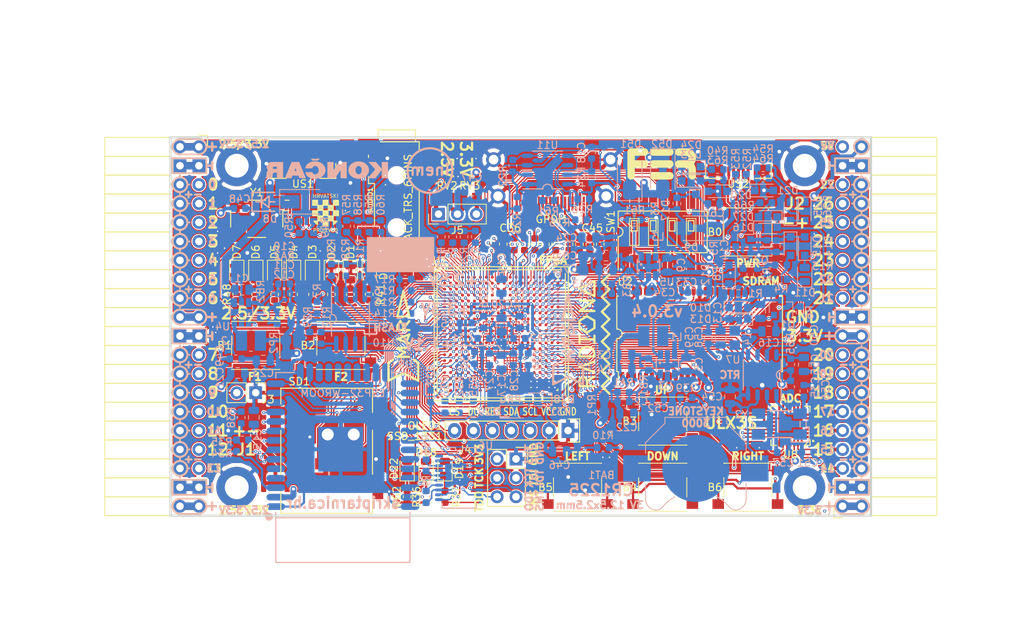
<source format=kicad_pcb>
(kicad_pcb (version 20171130) (host pcbnew 5.0.0+dfsg1-2)
  (title_block (rev v3.0.4))
  (layers (0 F.Cu signal) (1 In1.Cu signal) (2 In2.Cu signal) (31 B.Cu signal) (34 B.Paste user) (35 F.Paste user) (36 B.SilkS user) (37 F.SilkS user) (38 B.Mask user) (39 F.Mask user) (44 Edge.Cuts user))
  (net 0 "")
  (net 1 GND)
  (net 2 +5V)
  (net 3 /gpio/IN5V)
  (net 4 /gpio/OUT5V)
  (net 5 +3V3)
  (net 6 BTN_D)
  (net 7 BTN_F1)
  (net 8 BTN_F2)
  (net 9 BTN_L)
  (net 10 BTN_R)
  (net 11 BTN_U)
  (net 12 /power/FB1)
  (net 13 +2V5)
  (net 14 /power/PWREN)
  (net 15 /power/FB3)
  (net 16 /power/FB2)
  (net 17 /power/VBAT)
  (net 18 JTAG_TDI)
  (net 19 JTAG_TCK)
  (net 20 JTAG_TMS)
  (net 21 JTAG_TDO)
  (net 22 /power/WAKEUPn)
  (net 23 /power/WKUP)
  (net 24 /power/SHUT)
  (net 25 /power/WAKE)
  (net 26 /power/HOLD)
  (net 27 /power/WKn)
  (net 28 /power/OSCI_32k)
  (net 29 /power/OSCO_32k)
  (net 30 SHUTDOWN)
  (net 31 GPDI_SDA)
  (net 32 GPDI_SCL)
  (net 33 /gpdi/VREF2)
  (net 34 SD_CMD)
  (net 35 SD_CLK)
  (net 36 SD_D0)
  (net 37 SD_D1)
  (net 38 USB5V)
  (net 39 GPDI_CEC)
  (net 40 nRESET)
  (net 41 FTDI_nDTR)
  (net 42 SDRAM_CKE)
  (net 43 SDRAM_A7)
  (net 44 SDRAM_D15)
  (net 45 SDRAM_BA1)
  (net 46 SDRAM_D7)
  (net 47 SDRAM_A6)
  (net 48 SDRAM_CLK)
  (net 49 SDRAM_D13)
  (net 50 SDRAM_BA0)
  (net 51 SDRAM_D6)
  (net 52 SDRAM_A5)
  (net 53 SDRAM_D14)
  (net 54 SDRAM_A11)
  (net 55 SDRAM_D12)
  (net 56 SDRAM_D5)
  (net 57 SDRAM_A4)
  (net 58 SDRAM_A10)
  (net 59 SDRAM_D11)
  (net 60 SDRAM_A3)
  (net 61 SDRAM_D4)
  (net 62 SDRAM_D10)
  (net 63 SDRAM_D9)
  (net 64 SDRAM_A9)
  (net 65 SDRAM_D3)
  (net 66 SDRAM_D8)
  (net 67 SDRAM_A8)
  (net 68 SDRAM_A2)
  (net 69 SDRAM_A1)
  (net 70 SDRAM_A0)
  (net 71 SDRAM_D2)
  (net 72 SDRAM_D1)
  (net 73 SDRAM_D0)
  (net 74 SDRAM_DQM0)
  (net 75 SDRAM_nCS)
  (net 76 SDRAM_nRAS)
  (net 77 SDRAM_DQM1)
  (net 78 SDRAM_nCAS)
  (net 79 SDRAM_nWE)
  (net 80 /flash/FLASH_nWP)
  (net 81 /flash/FLASH_nHOLD)
  (net 82 /flash/FLASH_MOSI)
  (net 83 /flash/FLASH_MISO)
  (net 84 /flash/FLASH_SCK)
  (net 85 /flash/FLASH_nCS)
  (net 86 /flash/FPGA_PROGRAMN)
  (net 87 /flash/FPGA_DONE)
  (net 88 /flash/FPGA_INITN)
  (net 89 OLED_RES)
  (net 90 OLED_DC)
  (net 91 OLED_CS)
  (net 92 WIFI_EN)
  (net 93 FTDI_nRTS)
  (net 94 FTDI_TXD)
  (net 95 FTDI_RXD)
  (net 96 WIFI_RXD)
  (net 97 WIFI_GPIO0)
  (net 98 WIFI_TXD)
  (net 99 USB_FTDI_D+)
  (net 100 USB_FTDI_D-)
  (net 101 SD_D3)
  (net 102 AUDIO_L3)
  (net 103 AUDIO_L2)
  (net 104 AUDIO_L1)
  (net 105 AUDIO_L0)
  (net 106 AUDIO_R3)
  (net 107 AUDIO_R2)
  (net 108 AUDIO_R1)
  (net 109 AUDIO_R0)
  (net 110 OLED_CLK)
  (net 111 OLED_MOSI)
  (net 112 LED0)
  (net 113 LED1)
  (net 114 LED2)
  (net 115 LED3)
  (net 116 LED4)
  (net 117 LED5)
  (net 118 LED6)
  (net 119 LED7)
  (net 120 BTN_PWRn)
  (net 121 FTDI_nTXLED)
  (net 122 FTDI_nSLEEP)
  (net 123 /blinkey/LED_PWREN)
  (net 124 /blinkey/LED_TXLED)
  (net 125 /sdcard/SD3V3)
  (net 126 SD_D2)
  (net 127 CLK_25MHz)
  (net 128 /blinkey/BTNPUL)
  (net 129 /blinkey/BTNPUR)
  (net 130 USB_FPGA_D+)
  (net 131 /power/FTDI_nSUSPEND)
  (net 132 /blinkey/ALED0)
  (net 133 /blinkey/ALED1)
  (net 134 /blinkey/ALED2)
  (net 135 /blinkey/ALED3)
  (net 136 /blinkey/ALED4)
  (net 137 /blinkey/ALED5)
  (net 138 /blinkey/ALED6)
  (net 139 /blinkey/ALED7)
  (net 140 /usb/FTD-)
  (net 141 /usb/FTD+)
  (net 142 ADC_MISO)
  (net 143 ADC_MOSI)
  (net 144 ADC_CSn)
  (net 145 ADC_SCLK)
  (net 146 SW3)
  (net 147 SW2)
  (net 148 SW1)
  (net 149 USB_FPGA_D-)
  (net 150 /usb/FPD+)
  (net 151 /usb/FPD-)
  (net 152 WIFI_GPIO16)
  (net 153 /usb/ANT_433MHz)
  (net 154 PROG_DONE)
  (net 155 /power/P3V3)
  (net 156 /power/P2V5)
  (net 157 /power/L1)
  (net 158 /power/L3)
  (net 159 /power/L2)
  (net 160 FTDI_TXDEN)
  (net 161 SDRAM_A12)
  (net 162 /analog/AUDIO_V)
  (net 163 AUDIO_V3)
  (net 164 AUDIO_V2)
  (net 165 AUDIO_V1)
  (net 166 AUDIO_V0)
  (net 167 /blinkey/LED_WIFI)
  (net 168 /power/P1V1)
  (net 169 +1V1)
  (net 170 SW4)
  (net 171 /blinkey/SWPU)
  (net 172 /wifi/WIFIEN)
  (net 173 FT2V5)
  (net 174 GN0)
  (net 175 GP0)
  (net 176 GN1)
  (net 177 GP1)
  (net 178 GN2)
  (net 179 GP2)
  (net 180 GN3)
  (net 181 GP3)
  (net 182 GN4)
  (net 183 GP4)
  (net 184 GN5)
  (net 185 GP5)
  (net 186 GN6)
  (net 187 GP6)
  (net 188 GN14)
  (net 189 GP14)
  (net 190 GN15)
  (net 191 GP15)
  (net 192 GN16)
  (net 193 GP16)
  (net 194 GN17)
  (net 195 GP17)
  (net 196 GN18)
  (net 197 GP18)
  (net 198 GN19)
  (net 199 GP19)
  (net 200 GN20)
  (net 201 GP20)
  (net 202 GN21)
  (net 203 GP21)
  (net 204 GN22)
  (net 205 GP22)
  (net 206 GN23)
  (net 207 GP23)
  (net 208 GN24)
  (net 209 GP24)
  (net 210 GN25)
  (net 211 GP25)
  (net 212 GN26)
  (net 213 GP26)
  (net 214 GN27)
  (net 215 GP27)
  (net 216 GN7)
  (net 217 GP7)
  (net 218 GN8)
  (net 219 GP8)
  (net 220 GN9)
  (net 221 GP9)
  (net 222 GN10)
  (net 223 GP10)
  (net 224 GN11)
  (net 225 GP11)
  (net 226 GN12)
  (net 227 GP12)
  (net 228 GN13)
  (net 229 GP13)
  (net 230 WIFI_GPIO5)
  (net 231 WIFI_GPIO17)
  (net 232 USB_FPGA_PULL_D+)
  (net 233 USB_FPGA_PULL_D-)
  (net 234 "Net-(D23-Pad2)")
  (net 235 "Net-(D24-Pad1)")
  (net 236 "Net-(D25-Pad2)")
  (net 237 "Net-(D26-Pad1)")
  (net 238 /gpdi/GPDI_ETH+)
  (net 239 FPDI_ETH+)
  (net 240 /gpdi/GPDI_ETH-)
  (net 241 FPDI_ETH-)
  (net 242 /gpdi/GPDI_D2-)
  (net 243 FPDI_D2-)
  (net 244 /gpdi/GPDI_D1-)
  (net 245 FPDI_D1-)
  (net 246 /gpdi/GPDI_D0-)
  (net 247 FPDI_D0-)
  (net 248 /gpdi/GPDI_CLK-)
  (net 249 FPDI_CLK-)
  (net 250 /gpdi/GPDI_D2+)
  (net 251 FPDI_D2+)
  (net 252 /gpdi/GPDI_D1+)
  (net 253 FPDI_D1+)
  (net 254 /gpdi/GPDI_D0+)
  (net 255 FPDI_D0+)
  (net 256 /gpdi/GPDI_CLK+)
  (net 257 FPDI_CLK+)
  (net 258 FPDI_SDA)
  (net 259 FPDI_SCL)
  (net 260 /gpdi/FPDI_CEC)
  (net 261 2V5_3V3)
  (net 262 /usb/US2VBUS)
  (net 263 /power/SHD)
  (net 264 /power/RTCVDD)
  (net 265 "Net-(D27-Pad2)")
  (net 266 US2_ID)
  (net 267 /analog/AUDIO_L)
  (net 268 /analog/AUDIO_R)
  (net 269 /analog/ADC3V3)
  (net 270 PWRBTn)
  (net 271 USER_PROGRAMN)
  (module conn-fci:CONN-10029449-111RLF (layer F.Cu) (at 145.296 69.312 180)
    (fp_text reference GPDI1 (at 0 -3.1115 180) (layer F.SilkS))
    (fp_text value GPDI-D hide)
    (pad 19 smd rect (at -4.25 -1 180) (size 0.3 1.9) (layers F.Cu F.Paste F.Mask) (net 240 /gpdi/GPDI_ETH-))
    (pad 18 smd rect (at -3.75 -1 180) (size 0.3 1.9) (layers F.Cu F.Paste F.Mask) (net 2 +5V))
    (pad 17 smd rect (at -3.25 -1 180) (size 0.3 1.9) (layers F.Cu F.Paste F.Mask) (net 1 GND))
    (pad 16 smd rect (at -2.75 -1 180) (size 0.3 1.9) (layers F.Cu F.Paste F.Mask) (net 31 GPDI_SDA))
    (pad 15 smd rect (at -2.25 -1 180) (size 0.3 1.9) (layers F.Cu F.Paste F.Mask) (net 32 GPDI_SCL))
    (pad 14 smd rect (at -1.75 -1 180) (size 0.3 1.9) (layers F.Cu F.Paste F.Mask) (net 238 /gpdi/GPDI_ETH+))
    (pad 13 smd rect (at -1.25 -1 180) (size 0.3 1.9) (layers F.Cu F.Paste F.Mask) (net 39 GPDI_CEC))
    (pad 12 smd rect (at -0.75 -1 180) (size 0.3 1.9) (layers F.Cu F.Paste F.Mask) (net 248 /gpdi/GPDI_CLK-))
    (pad 11 smd rect (at -0.25 -1 180) (size 0.3 1.9) (layers F.Cu F.Paste F.Mask) (net 1 GND))
    (pad 10 smd rect (at 0.25 -1 180) (size 0.3 1.9) (layers F.Cu F.Paste F.Mask) (net 256 /gpdi/GPDI_CLK+))
    (pad 9 smd rect (at 0.75 -1 180) (size 0.3 1.9) (layers F.Cu F.Paste F.Mask) (net 246 /gpdi/GPDI_D0-))
    (pad 8 smd rect (at 1.25 -1 180) (size 0.3 1.9) (layers F.Cu F.Paste F.Mask) (net 1 GND))
    (pad 7 smd rect (at 1.75 -1 180) (size 0.3 1.9) (layers F.Cu F.Paste F.Mask) (net 254 /gpdi/GPDI_D0+))
    (pad 6 smd rect (at 2.25 -1 180) (size 0.3 1.9) (layers F.Cu F.Paste F.Mask) (net 244 /gpdi/GPDI_D1-))
    (pad 5 smd rect (at 2.75 -1 180) (size 0.3 1.9) (layers F.Cu F.Paste F.Mask) (net 1 GND))
    (pad 4 smd rect (at 3.25 -1 180) (size 0.3 1.9) (layers F.Cu F.Paste F.Mask) (net 252 /gpdi/GPDI_D1+))
    (pad 3 smd rect (at 3.75 -1 180) (size 0.3 1.9) (layers F.Cu F.Paste F.Mask) (net 242 /gpdi/GPDI_D2-))
    (pad 2 smd rect (at 4.25 -1 180) (size 0.3 1.9) (layers F.Cu F.Paste F.Mask) (net 1 GND))
    (pad 1 smd rect (at 4.75 -1 180) (size 0.3 1.9) (layers F.Cu F.Paste F.Mask) (net 250 /gpdi/GPDI_D2+))
    (pad 0 thru_hole circle (at -7.25 0 180) (size 2 2) (drill 1.3) (layers *.Cu *.Mask) (net 1 GND))
    (pad 0 thru_hole circle (at 7.25 0 180) (size 2 2) (drill 1.3) (layers *.Cu *.Mask) (net 1 GND))
    (pad 0 thru_hole circle (at -7.85 4.9 180) (size 2 2) (drill 1.3) (layers *.Cu *.Mask) (net 1 GND))
    (pad 0 thru_hole circle (at 7.85 4.9 180) (size 2 2) (drill 1.3) (layers *.Cu *.Mask) (net 1 GND))
  )
  (module TSOP54:TSOP54 (layer F.Cu) (at 165.093 87.8 90)
    (fp_text reference U2 (at 6.98 -9.993 180) (layer F.SilkS))
    (fp_text value MT48LC16M16A2TG hide)
    (pad 28 smd oval (at 5.73 10.4 90) (size 1.2 0.56) (layers F.Cu F.Paste F.Mask) (net 1 GND))
    (pad 1 smd rect (at -5.73 -10.4 90) (size 1.2 0.56) (layers F.Cu F.Paste F.Mask) (net 5 +3V3))
    (pad 2 smd oval (at -5.73 -9.6 90) (size 1.2 0.56) (layers F.Cu F.Paste F.Mask) (net 73 SDRAM_D0))
    (pad 3 smd oval (at -5.73 -8.8 90) (size 1.2 0.56) (layers F.Cu F.Paste F.Mask) (net 5 +3V3))
    (pad 4 smd oval (at -5.73 -8 90) (size 1.2 0.56) (layers F.Cu F.Paste F.Mask) (net 72 SDRAM_D1))
    (pad 5 smd oval (at -5.73 -7.2 90) (size 1.2 0.56) (layers F.Cu F.Paste F.Mask) (net 71 SDRAM_D2))
    (pad 6 smd oval (at -5.73 -6.4 90) (size 1.2 0.56) (layers F.Cu F.Paste F.Mask) (net 1 GND))
    (pad 7 smd oval (at -5.73 -5.6 90) (size 1.2 0.56) (layers F.Cu F.Paste F.Mask) (net 65 SDRAM_D3))
    (pad 8 smd oval (at -5.73 -4.8 90) (size 1.2 0.56) (layers F.Cu F.Paste F.Mask) (net 61 SDRAM_D4))
    (pad 9 smd oval (at -5.73 -4 90) (size 1.2 0.56) (layers F.Cu F.Paste F.Mask) (net 5 +3V3))
    (pad 10 smd oval (at -5.73 -3.2 90) (size 1.2 0.56) (layers F.Cu F.Paste F.Mask) (net 56 SDRAM_D5))
    (pad 11 smd oval (at -5.73 -2.4 90) (size 1.2 0.56) (layers F.Cu F.Paste F.Mask) (net 51 SDRAM_D6))
    (pad 12 smd oval (at -5.73 -1.6 90) (size 1.2 0.56) (layers F.Cu F.Paste F.Mask) (net 1 GND))
    (pad 13 smd oval (at -5.73 -0.8 90) (size 1.2 0.56) (layers F.Cu F.Paste F.Mask) (net 46 SDRAM_D7))
    (pad 14 smd oval (at -5.73 0 90) (size 1.2 0.56) (layers F.Cu F.Paste F.Mask) (net 5 +3V3))
    (pad 15 smd oval (at -5.73 0.8 90) (size 1.2 0.56) (layers F.Cu F.Paste F.Mask) (net 74 SDRAM_DQM0))
    (pad 16 smd oval (at -5.73 1.6 90) (size 1.2 0.56) (layers F.Cu F.Paste F.Mask) (net 79 SDRAM_nWE))
    (pad 17 smd oval (at -5.73 2.4 90) (size 1.2 0.56) (layers F.Cu F.Paste F.Mask) (net 78 SDRAM_nCAS))
    (pad 18 smd oval (at -5.73 3.2 90) (size 1.2 0.56) (layers F.Cu F.Paste F.Mask) (net 76 SDRAM_nRAS))
    (pad 19 smd oval (at -5.73 4 90) (size 1.2 0.56) (layers F.Cu F.Paste F.Mask) (net 75 SDRAM_nCS))
    (pad 20 smd oval (at -5.73 4.8 90) (size 1.2 0.56) (layers F.Cu F.Paste F.Mask) (net 50 SDRAM_BA0))
    (pad 21 smd oval (at -5.73 5.6 90) (size 1.2 0.56) (layers F.Cu F.Paste F.Mask) (net 45 SDRAM_BA1))
    (pad 22 smd oval (at -5.73 6.4 90) (size 1.2 0.56) (layers F.Cu F.Paste F.Mask) (net 58 SDRAM_A10))
    (pad 23 smd oval (at -5.73 7.2 90) (size 1.2 0.56) (layers F.Cu F.Paste F.Mask) (net 70 SDRAM_A0))
    (pad 24 smd oval (at -5.73 8 90) (size 1.2 0.56) (layers F.Cu F.Paste F.Mask) (net 69 SDRAM_A1))
    (pad 25 smd oval (at -5.73 8.8 90) (size 1.2 0.56) (layers F.Cu F.Paste F.Mask) (net 68 SDRAM_A2))
    (pad 26 smd oval (at -5.73 9.6 90) (size 1.2 0.56) (layers F.Cu F.Paste F.Mask) (net 60 SDRAM_A3))
    (pad 27 smd oval (at -5.73 10.4 90) (size 1.2 0.56) (layers F.Cu F.Paste F.Mask) (net 5 +3V3))
    (pad 29 smd oval (at 5.73 9.6 90) (size 1.2 0.56) (layers F.Cu F.Paste F.Mask) (net 57 SDRAM_A4))
    (pad 30 smd oval (at 5.73 8.8 90) (size 1.2 0.56) (layers F.Cu F.Paste F.Mask) (net 52 SDRAM_A5))
    (pad 31 smd oval (at 5.73 8 90) (size 1.2 0.56) (layers F.Cu F.Paste F.Mask) (net 47 SDRAM_A6))
    (pad 32 smd oval (at 5.73 7.2 90) (size 1.2 0.56) (layers F.Cu F.Paste F.Mask) (net 43 SDRAM_A7))
    (pad 33 smd oval (at 5.73 6.4 90) (size 1.2 0.56) (layers F.Cu F.Paste F.Mask) (net 67 SDRAM_A8))
    (pad 34 smd oval (at 5.73 5.6 90) (size 1.2 0.56) (layers F.Cu F.Paste F.Mask) (net 64 SDRAM_A9))
    (pad 35 smd oval (at 5.73 4.8 90) (size 1.2 0.56) (layers F.Cu F.Paste F.Mask) (net 54 SDRAM_A11))
    (pad 36 smd oval (at 5.73 4 90) (size 1.2 0.56) (layers F.Cu F.Paste F.Mask) (net 161 SDRAM_A12))
    (pad 37 smd oval (at 5.73 3.2 90) (size 1.2 0.56) (layers F.Cu F.Paste F.Mask) (net 42 SDRAM_CKE))
    (pad 38 smd oval (at 5.73 2.4 90) (size 1.2 0.56) (layers F.Cu F.Paste F.Mask) (net 48 SDRAM_CLK))
    (pad 39 smd oval (at 5.73 1.6 90) (size 1.2 0.56) (layers F.Cu F.Paste F.Mask) (net 77 SDRAM_DQM1))
    (pad 40 smd oval (at 5.73 0.8 90) (size 1.2 0.56) (layers F.Cu F.Paste F.Mask))
    (pad 41 smd oval (at 5.73 0 90) (size 1.2 0.56) (layers F.Cu F.Paste F.Mask) (net 1 GND))
    (pad 42 smd oval (at 5.73 -0.8 90) (size 1.2 0.56) (layers F.Cu F.Paste F.Mask) (net 66 SDRAM_D8))
    (pad 43 smd oval (at 5.73 -1.6 90) (size 1.2 0.56) (layers F.Cu F.Paste F.Mask) (net 5 +3V3))
    (pad 44 smd oval (at 5.73 -2.4 90) (size 1.2 0.56) (layers F.Cu F.Paste F.Mask) (net 63 SDRAM_D9))
    (pad 45 smd oval (at 5.73 -3.2 90) (size 1.2 0.56) (layers F.Cu F.Paste F.Mask) (net 62 SDRAM_D10))
    (pad 46 smd oval (at 5.73 -4 90) (size 1.2 0.56) (layers F.Cu F.Paste F.Mask) (net 1 GND))
    (pad 47 smd oval (at 5.73 -4.8 90) (size 1.2 0.56) (layers F.Cu F.Paste F.Mask) (net 59 SDRAM_D11))
    (pad 48 smd oval (at 5.73 -5.6 90) (size 1.2 0.56) (layers F.Cu F.Paste F.Mask) (net 55 SDRAM_D12))
    (pad 49 smd oval (at 5.73 -6.4 90) (size 1.2 0.56) (layers F.Cu F.Paste F.Mask) (net 5 +3V3))
    (pad 50 smd oval (at 5.73 -7.2 90) (size 1.2 0.56) (layers F.Cu F.Paste F.Mask) (net 49 SDRAM_D13))
    (pad 51 smd oval (at 5.73 -8 90) (size 1.2 0.56) (layers F.Cu F.Paste F.Mask) (net 53 SDRAM_D14))
    (pad 52 smd oval (at 5.73 -8.8 90) (size 1.2 0.56) (layers F.Cu F.Paste F.Mask) (net 1 GND))
    (pad 53 smd oval (at 5.73 -9.6 90) (size 1.2 0.56) (layers F.Cu F.Paste F.Mask) (net 44 SDRAM_D15))
    (pad 54 smd oval (at 5.73 -10.4 90) (size 1.2 0.56) (layers F.Cu F.Paste F.Mask) (net 1 GND))
  )
  (module jumper:R_0805_2012Metric_Pad1.29x1.40mm_HandSolder_Jumper_NC (layer B.Cu) (at 109.609 89.632 270)
    (fp_text reference RP2 (at -0.635 1.651 270) (layer B.SilkS) (effects (justify mirror)))
    (fp_text value 0 hide)
    (fp_line (start -1 0) (end 1 0) (layer B.Cu) (width 1))
    (pad 2 smd roundrect (at 0.9675 0 270) (size 1.295 1.4) (layers B.Cu B.Mask) (net 13 +2V5))
    (pad 1 smd roundrect (at -0.9675 0 270) (size 1.295 1.4) (layers B.Cu B.Mask) (net 156 /power/P2V5))
  )
  (module jumper:R_0805_2012Metric_Pad1.29x1.40mm_HandSolder_Jumper_NC (layer B.Cu) (at 149.472 78.311 270)
    (fp_text reference RP3 (at 0 3.414 270) (layer B.SilkS) (effects (justify mirror)))
    (fp_text value 0 hide)
    (fp_line (start -1 0) (end 1 0) (layer B.Cu) (width 1))
    (pad 2 smd roundrect (at 0.9675 0 270) (size 1.295 1.4) (layers B.Cu B.Mask) (net 5 +3V3))
    (pad 1 smd roundrect (at -0.9675 0 270) (size 1.295 1.4) (layers B.Cu B.Mask) (net 155 /power/P3V3))
  )
  (module jumper:R_0805_2012Metric_Pad1.29x1.40mm_HandSolder_Jumper_NC (layer B.Cu) (at 152.281 97.361 270)
    (fp_text reference RP1 (at 0 1.65 270) (layer B.SilkS) (effects (justify mirror)))
    (fp_text value 0 hide)
    (fp_line (start -1 0) (end 1 0) (layer B.Cu) (width 1))
    (pad 2 smd roundrect (at 0.9675 0 270) (size 1.295 1.4) (layers B.Cu B.Mask) (net 169 +1V1))
    (pad 1 smd roundrect (at -0.9675 0 270) (size 1.295 1.4) (layers B.Cu B.Mask) (net 168 /power/P1V1))
  )
  (module jumper:D_SMA_Jumper_NC (layer B.Cu) (at 160.155 66.391 270)
    (fp_text reference D52 (at -4.064 0.127) (layer B.SilkS) (effects (justify mirror)))
    (fp_text value 0 hide)
    (fp_line (start -2 0) (end 2 0) (layer B.Cu) (width 1))
    (pad 2 smd roundrect (at 2 0 270) (size 2.5 1.8) (layers B.Cu B.Mask) (net 2 +5V))
    (pad 1 smd roundrect (at -2 0 270) (size 2.5 1.8) (layers B.Cu B.Mask) (net 4 /gpio/OUT5V))
  )
  (module jumper:D_SMA_Jumper_NC (layer B.Cu) (at 155.71 66.518 90)
    (fp_text reference D51 (at 4.191 0.127 180) (layer B.SilkS) (effects (justify mirror)))
    (fp_text value 0 hide)
    (fp_line (start -2 0) (end 2 0) (layer B.Cu) (width 1))
    (pad 2 smd roundrect (at 2 0 90) (size 2.5 1.8) (layers B.Cu B.Mask) (net 3 /gpio/IN5V))
    (pad 1 smd roundrect (at -2 0 90) (size 2.5 1.8) (layers B.Cu B.Mask) (net 2 +5V))
  )
  (module jumper:D_SMA_Jumper_NC (layer B.Cu) (at 164.854 73.63 180)
    (fp_text reference D9 (at 0.889 -2.54 180) (layer B.SilkS) (effects (justify mirror)))
    (fp_text value 0 hide)
    (fp_line (start -2 0) (end 2 0) (layer B.Cu) (width 1))
    (pad 2 smd roundrect (at 2 0 180) (size 2.5 1.8) (layers B.Cu B.Mask) (net 2 +5V))
    (pad 1 smd roundrect (at -2 0 180) (size 2.5 1.8) (layers B.Cu B.Mask) (net 262 /usb/US2VBUS))
  )
  (module lfe5bg381:BGA-381_pitch0.8mm_dia0.4mm (layer F.Cu) (at 138.48 87.8)
    (fp_text reference U1 (at -8.2 -9.8) (layer F.SilkS))
    (fp_text value LFE5U-85F-6BG381C hide)
    (pad Y19 smd circle (at 6.8 7.6) (size 0.4 0.4) (layers F.Cu F.Paste F.Mask) (net 1 GND))
    (pad Y17 smd circle (at 5.2 7.6) (size 0.4 0.4) (layers F.Cu F.Paste F.Mask) (net 1 GND))
    (pad Y16 smd circle (at 4.4 7.6) (size 0.4 0.4) (layers F.Cu F.Paste F.Mask) (net 1 GND))
    (pad Y15 smd circle (at 3.6 7.6) (size 0.4 0.4) (layers F.Cu F.Paste F.Mask) (net 1 GND))
    (pad Y14 smd circle (at 2.8 7.6) (size 0.4 0.4) (layers F.Cu F.Paste F.Mask) (net 1 GND))
    (pad Y12 smd circle (at 1.2 7.6) (size 0.4 0.4) (layers F.Cu F.Paste F.Mask) (net 1 GND))
    (pad Y11 smd circle (at 0.4 7.6) (size 0.4 0.4) (layers F.Cu F.Paste F.Mask) (net 1 GND))
    (pad Y8 smd circle (at -2 7.6) (size 0.4 0.4) (layers F.Cu F.Paste F.Mask) (net 1 GND))
    (pad Y7 smd circle (at -2.8 7.6) (size 0.4 0.4) (layers F.Cu F.Paste F.Mask) (net 1 GND))
    (pad Y6 smd circle (at -3.6 7.6) (size 0.4 0.4) (layers F.Cu F.Paste F.Mask) (net 1 GND))
    (pad Y5 smd circle (at -4.4 7.6) (size 0.4 0.4) (layers F.Cu F.Paste F.Mask) (net 1 GND))
    (pad Y3 smd circle (at -6 7.6) (size 0.4 0.4) (layers F.Cu F.Paste F.Mask) (net 87 /flash/FPGA_DONE))
    (pad Y2 smd circle (at -6.8 7.6) (size 0.4 0.4) (layers F.Cu F.Paste F.Mask) (net 80 /flash/FLASH_nWP))
    (pad W20 smd circle (at 7.6 6.8) (size 0.4 0.4) (layers F.Cu F.Paste F.Mask) (net 1 GND))
    (pad W19 smd circle (at 6.8 6.8) (size 0.4 0.4) (layers F.Cu F.Paste F.Mask) (net 1 GND))
    (pad W18 smd circle (at 6 6.8) (size 0.4 0.4) (layers F.Cu F.Paste F.Mask))
    (pad W17 smd circle (at 5.2 6.8) (size 0.4 0.4) (layers F.Cu F.Paste F.Mask))
    (pad W16 smd circle (at 4.4 6.8) (size 0.4 0.4) (layers F.Cu F.Paste F.Mask) (net 1 GND))
    (pad W15 smd circle (at 3.6 6.8) (size 0.4 0.4) (layers F.Cu F.Paste F.Mask) (net 1 GND))
    (pad W14 smd circle (at 2.8 6.8) (size 0.4 0.4) (layers F.Cu F.Paste F.Mask))
    (pad W13 smd circle (at 2 6.8) (size 0.4 0.4) (layers F.Cu F.Paste F.Mask))
    (pad W12 smd circle (at 1.2 6.8) (size 0.4 0.4) (layers F.Cu F.Paste F.Mask) (net 1 GND))
    (pad W11 smd circle (at 0.4 6.8) (size 0.4 0.4) (layers F.Cu F.Paste F.Mask))
    (pad W10 smd circle (at -0.4 6.8) (size 0.4 0.4) (layers F.Cu F.Paste F.Mask))
    (pad W9 smd circle (at -1.2 6.8) (size 0.4 0.4) (layers F.Cu F.Paste F.Mask))
    (pad W8 smd circle (at -2 6.8) (size 0.4 0.4) (layers F.Cu F.Paste F.Mask))
    (pad W7 smd circle (at -2.8 6.8) (size 0.4 0.4) (layers F.Cu F.Paste F.Mask) (net 1 GND))
    (pad W6 smd circle (at -3.6 6.8) (size 0.4 0.4) (layers F.Cu F.Paste F.Mask) (net 1 GND))
    (pad W5 smd circle (at -4.4 6.8) (size 0.4 0.4) (layers F.Cu F.Paste F.Mask))
    (pad W4 smd circle (at -5.2 6.8) (size 0.4 0.4) (layers F.Cu F.Paste F.Mask))
    (pad W3 smd circle (at -6 6.8) (size 0.4 0.4) (layers F.Cu F.Paste F.Mask) (net 86 /flash/FPGA_PROGRAMN))
    (pad W2 smd circle (at -6.8 6.8) (size 0.4 0.4) (layers F.Cu F.Paste F.Mask) (net 82 /flash/FLASH_MOSI))
    (pad W1 smd circle (at -7.6 6.8) (size 0.4 0.4) (layers F.Cu F.Paste F.Mask) (net 81 /flash/FLASH_nHOLD))
    (pad V20 smd circle (at 7.6 6) (size 0.4 0.4) (layers F.Cu F.Paste F.Mask) (net 1 GND))
    (pad V19 smd circle (at 6.8 6) (size 0.4 0.4) (layers F.Cu F.Paste F.Mask) (net 1 GND))
    (pad V18 smd circle (at 6 6) (size 0.4 0.4) (layers F.Cu F.Paste F.Mask) (net 1 GND))
    (pad V17 smd circle (at 5.2 6) (size 0.4 0.4) (layers F.Cu F.Paste F.Mask) (net 1 GND))
    (pad V16 smd circle (at 4.4 6) (size 0.4 0.4) (layers F.Cu F.Paste F.Mask) (net 1 GND))
    (pad V15 smd circle (at 3.6 6) (size 0.4 0.4) (layers F.Cu F.Paste F.Mask) (net 1 GND))
    (pad V14 smd circle (at 2.8 6) (size 0.4 0.4) (layers F.Cu F.Paste F.Mask) (net 1 GND))
    (pad V13 smd circle (at 2 6) (size 0.4 0.4) (layers F.Cu F.Paste F.Mask) (net 1 GND))
    (pad V12 smd circle (at 1.2 6) (size 0.4 0.4) (layers F.Cu F.Paste F.Mask) (net 1 GND))
    (pad V11 smd circle (at 0.4 6) (size 0.4 0.4) (layers F.Cu F.Paste F.Mask) (net 1 GND))
    (pad V10 smd circle (at -0.4 6) (size 0.4 0.4) (layers F.Cu F.Paste F.Mask) (net 1 GND))
    (pad V9 smd circle (at -1.2 6) (size 0.4 0.4) (layers F.Cu F.Paste F.Mask) (net 1 GND))
    (pad V8 smd circle (at -2 6) (size 0.4 0.4) (layers F.Cu F.Paste F.Mask) (net 1 GND))
    (pad V7 smd circle (at -2.8 6) (size 0.4 0.4) (layers F.Cu F.Paste F.Mask) (net 1 GND))
    (pad V6 smd circle (at -3.6 6) (size 0.4 0.4) (layers F.Cu F.Paste F.Mask) (net 1 GND))
    (pad V5 smd circle (at -4.4 6) (size 0.4 0.4) (layers F.Cu F.Paste F.Mask) (net 1 GND))
    (pad V4 smd circle (at -5.2 6) (size 0.4 0.4) (layers F.Cu F.Paste F.Mask) (net 21 JTAG_TDO))
    (pad V3 smd circle (at -6 6) (size 0.4 0.4) (layers F.Cu F.Paste F.Mask) (net 88 /flash/FPGA_INITN))
    (pad V2 smd circle (at -6.8 6) (size 0.4 0.4) (layers F.Cu F.Paste F.Mask) (net 83 /flash/FLASH_MISO))
    (pad V1 smd circle (at -7.6 6) (size 0.4 0.4) (layers F.Cu F.Paste F.Mask) (net 6 BTN_D))
    (pad U20 smd circle (at 7.6 5.2) (size 0.4 0.4) (layers F.Cu F.Paste F.Mask) (net 46 SDRAM_D7))
    (pad U19 smd circle (at 6.8 5.2) (size 0.4 0.4) (layers F.Cu F.Paste F.Mask) (net 74 SDRAM_DQM0))
    (pad U18 smd circle (at 6 5.2) (size 0.4 0.4) (layers F.Cu F.Paste F.Mask) (net 189 GP14))
    (pad U17 smd circle (at 5.2 5.2) (size 0.4 0.4) (layers F.Cu F.Paste F.Mask) (net 188 GN14))
    (pad U16 smd circle (at 4.4 5.2) (size 0.4 0.4) (layers F.Cu F.Paste F.Mask) (net 142 ADC_MISO))
    (pad U15 smd circle (at 3.6 5.2) (size 0.4 0.4) (layers F.Cu F.Paste F.Mask) (net 1 GND))
    (pad U14 smd circle (at 2.8 5.2) (size 0.4 0.4) (layers F.Cu F.Paste F.Mask) (net 1 GND))
    (pad U13 smd circle (at 2 5.2) (size 0.4 0.4) (layers F.Cu F.Paste F.Mask) (net 1 GND))
    (pad U12 smd circle (at 1.2 5.2) (size 0.4 0.4) (layers F.Cu F.Paste F.Mask) (net 1 GND))
    (pad U11 smd circle (at 0.4 5.2) (size 0.4 0.4) (layers F.Cu F.Paste F.Mask) (net 1 GND))
    (pad U10 smd circle (at -0.4 5.2) (size 0.4 0.4) (layers F.Cu F.Paste F.Mask) (net 1 GND))
    (pad U9 smd circle (at -1.2 5.2) (size 0.4 0.4) (layers F.Cu F.Paste F.Mask) (net 1 GND))
    (pad U8 smd circle (at -2 5.2) (size 0.4 0.4) (layers F.Cu F.Paste F.Mask) (net 1 GND))
    (pad U7 smd circle (at -2.8 5.2) (size 0.4 0.4) (layers F.Cu F.Paste F.Mask) (net 1 GND))
    (pad U6 smd circle (at -3.6 5.2) (size 0.4 0.4) (layers F.Cu F.Paste F.Mask) (net 1 GND))
    (pad U5 smd circle (at -4.4 5.2) (size 0.4 0.4) (layers F.Cu F.Paste F.Mask) (net 20 JTAG_TMS))
    (pad U4 smd circle (at -5.2 5.2) (size 0.4 0.4) (layers F.Cu F.Paste F.Mask) (net 1 GND))
    (pad U3 smd circle (at -6 5.2) (size 0.4 0.4) (layers F.Cu F.Paste F.Mask) (net 84 /flash/FLASH_SCK))
    (pad U2 smd circle (at -6.8 5.2) (size 0.4 0.4) (layers F.Cu F.Paste F.Mask) (net 5 +3V3))
    (pad U1 smd circle (at -7.6 5.2) (size 0.4 0.4) (layers F.Cu F.Paste F.Mask) (net 9 BTN_L))
    (pad T20 smd circle (at 7.6 4.4) (size 0.4 0.4) (layers F.Cu F.Paste F.Mask) (net 79 SDRAM_nWE))
    (pad T19 smd circle (at 6.8 4.4) (size 0.4 0.4) (layers F.Cu F.Paste F.Mask) (net 78 SDRAM_nCAS))
    (pad T18 smd circle (at 6 4.4) (size 0.4 0.4) (layers F.Cu F.Paste F.Mask) (net 56 SDRAM_D5))
    (pad T17 smd circle (at 5.2 4.4) (size 0.4 0.4) (layers F.Cu F.Paste F.Mask) (net 51 SDRAM_D6))
    (pad T16 smd circle (at 4.4 4.4) (size 0.4 0.4) (layers F.Cu F.Paste F.Mask))
    (pad T15 smd circle (at 3.6 4.4) (size 0.4 0.4) (layers F.Cu F.Paste F.Mask) (net 1 GND))
    (pad T14 smd circle (at 2.8 4.4) (size 0.4 0.4) (layers F.Cu F.Paste F.Mask) (net 1 GND))
    (pad T13 smd circle (at 2 4.4) (size 0.4 0.4) (layers F.Cu F.Paste F.Mask) (net 1 GND))
    (pad T12 smd circle (at 1.2 4.4) (size 0.4 0.4) (layers F.Cu F.Paste F.Mask) (net 1 GND))
    (pad T11 smd circle (at 0.4 4.4) (size 0.4 0.4) (layers F.Cu F.Paste F.Mask) (net 1 GND))
    (pad T10 smd circle (at -0.4 4.4) (size 0.4 0.4) (layers F.Cu F.Paste F.Mask) (net 1 GND))
    (pad T9 smd circle (at -1.2 4.4) (size 0.4 0.4) (layers F.Cu F.Paste F.Mask) (net 1 GND))
    (pad T8 smd circle (at -2 4.4) (size 0.4 0.4) (layers F.Cu F.Paste F.Mask) (net 1 GND))
    (pad T7 smd circle (at -2.8 4.4) (size 0.4 0.4) (layers F.Cu F.Paste F.Mask) (net 1 GND))
    (pad T6 smd circle (at -3.6 4.4) (size 0.4 0.4) (layers F.Cu F.Paste F.Mask) (net 1 GND))
    (pad T5 smd circle (at -4.4 4.4) (size 0.4 0.4) (layers F.Cu F.Paste F.Mask) (net 19 JTAG_TCK))
    (pad T4 smd circle (at -5.2 4.4) (size 0.4 0.4) (layers F.Cu F.Paste F.Mask) (net 5 +3V3))
    (pad T3 smd circle (at -6 4.4) (size 0.4 0.4) (layers F.Cu F.Paste F.Mask) (net 5 +3V3))
    (pad T2 smd circle (at -6.8 4.4) (size 0.4 0.4) (layers F.Cu F.Paste F.Mask) (net 5 +3V3))
    (pad T1 smd circle (at -7.6 4.4) (size 0.4 0.4) (layers F.Cu F.Paste F.Mask) (net 8 BTN_F2))
    (pad R20 smd circle (at 7.6 3.6) (size 0.4 0.4) (layers F.Cu F.Paste F.Mask) (net 76 SDRAM_nRAS))
    (pad R19 smd circle (at 6.8 3.6) (size 0.4 0.4) (layers F.Cu F.Paste F.Mask) (net 1 GND))
    (pad R18 smd circle (at 6 3.6) (size 0.4 0.4) (layers F.Cu F.Paste F.Mask) (net 11 BTN_U))
    (pad R17 smd circle (at 5.2 3.6) (size 0.4 0.4) (layers F.Cu F.Paste F.Mask) (net 144 ADC_CSn))
    (pad R16 smd circle (at 4.4 3.6) (size 0.4 0.4) (layers F.Cu F.Paste F.Mask) (net 143 ADC_MOSI))
    (pad R5 smd circle (at -4.4 3.6) (size 0.4 0.4) (layers F.Cu F.Paste F.Mask) (net 18 JTAG_TDI))
    (pad R4 smd circle (at -5.2 3.6) (size 0.4 0.4) (layers F.Cu F.Paste F.Mask) (net 1 GND))
    (pad R3 smd circle (at -6 3.6) (size 0.4 0.4) (layers F.Cu F.Paste F.Mask))
    (pad R2 smd circle (at -6.8 3.6) (size 0.4 0.4) (layers F.Cu F.Paste F.Mask) (net 85 /flash/FLASH_nCS))
    (pad R1 smd circle (at -7.6 3.6) (size 0.4 0.4) (layers F.Cu F.Paste F.Mask) (net 7 BTN_F1))
    (pad P20 smd circle (at 7.6 2.8) (size 0.4 0.4) (layers F.Cu F.Paste F.Mask) (net 75 SDRAM_nCS))
    (pad P19 smd circle (at 6.8 2.8) (size 0.4 0.4) (layers F.Cu F.Paste F.Mask) (net 50 SDRAM_BA0))
    (pad P18 smd circle (at 6 2.8) (size 0.4 0.4) (layers F.Cu F.Paste F.Mask) (net 61 SDRAM_D4))
    (pad P17 smd circle (at 5.2 2.8) (size 0.4 0.4) (layers F.Cu F.Paste F.Mask) (net 145 ADC_SCLK))
    (pad P16 smd circle (at 4.4 2.8) (size 0.4 0.4) (layers F.Cu F.Paste F.Mask) (net 190 GN15))
    (pad P15 smd circle (at 3.6 2.8) (size 0.4 0.4) (layers F.Cu F.Paste F.Mask) (net 13 +2V5))
    (pad P14 smd circle (at 2.8 2.8) (size 0.4 0.4) (layers F.Cu F.Paste F.Mask) (net 1 GND))
    (pad P13 smd circle (at 2 2.8) (size 0.4 0.4) (layers F.Cu F.Paste F.Mask) (net 1 GND))
    (pad P12 smd circle (at 1.2 2.8) (size 0.4 0.4) (layers F.Cu F.Paste F.Mask) (net 1 GND))
    (pad P11 smd circle (at 0.4 2.8) (size 0.4 0.4) (layers F.Cu F.Paste F.Mask) (net 1 GND))
    (pad P10 smd circle (at -0.4 2.8) (size 0.4 0.4) (layers F.Cu F.Paste F.Mask) (net 5 +3V3))
    (pad P9 smd circle (at -1.2 2.8) (size 0.4 0.4) (layers F.Cu F.Paste F.Mask) (net 5 +3V3))
    (pad P8 smd circle (at -2 2.8) (size 0.4 0.4) (layers F.Cu F.Paste F.Mask) (net 1 GND))
    (pad P7 smd circle (at -2.8 2.8) (size 0.4 0.4) (layers F.Cu F.Paste F.Mask) (net 1 GND))
    (pad P6 smd circle (at -3.6 2.8) (size 0.4 0.4) (layers F.Cu F.Paste F.Mask) (net 13 +2V5))
    (pad P5 smd circle (at -4.4 2.8) (size 0.4 0.4) (layers F.Cu F.Paste F.Mask))
    (pad P4 smd circle (at -5.2 2.8) (size 0.4 0.4) (layers F.Cu F.Paste F.Mask) (net 110 OLED_CLK))
    (pad P3 smd circle (at -6 2.8) (size 0.4 0.4) (layers F.Cu F.Paste F.Mask) (net 111 OLED_MOSI))
    (pad P2 smd circle (at -6.8 2.8) (size 0.4 0.4) (layers F.Cu F.Paste F.Mask) (net 89 OLED_RES))
    (pad P1 smd circle (at -7.6 2.8) (size 0.4 0.4) (layers F.Cu F.Paste F.Mask) (net 90 OLED_DC))
    (pad N20 smd circle (at 7.6 2) (size 0.4 0.4) (layers F.Cu F.Paste F.Mask) (net 45 SDRAM_BA1))
    (pad N19 smd circle (at 6.8 2) (size 0.4 0.4) (layers F.Cu F.Paste F.Mask) (net 58 SDRAM_A10))
    (pad N18 smd circle (at 6 2) (size 0.4 0.4) (layers F.Cu F.Paste F.Mask) (net 65 SDRAM_D3))
    (pad N17 smd circle (at 5.2 2) (size 0.4 0.4) (layers F.Cu F.Paste F.Mask) (net 191 GP15))
    (pad N16 smd circle (at 4.4 2) (size 0.4 0.4) (layers F.Cu F.Paste F.Mask) (net 193 GP16))
    (pad N15 smd circle (at 3.6 2) (size 0.4 0.4) (layers F.Cu F.Paste F.Mask) (net 1 GND))
    (pad N14 smd circle (at 2.8 2) (size 0.4 0.4) (layers F.Cu F.Paste F.Mask) (net 1 GND))
    (pad N13 smd circle (at 2 2) (size 0.4 0.4) (layers F.Cu F.Paste F.Mask) (net 169 +1V1))
    (pad N12 smd circle (at 1.2 2) (size 0.4 0.4) (layers F.Cu F.Paste F.Mask) (net 169 +1V1))
    (pad N11 smd circle (at 0.4 2) (size 0.4 0.4) (layers F.Cu F.Paste F.Mask) (net 169 +1V1))
    (pad N10 smd circle (at -0.4 2) (size 0.4 0.4) (layers F.Cu F.Paste F.Mask) (net 169 +1V1))
    (pad N9 smd circle (at -1.2 2) (size 0.4 0.4) (layers F.Cu F.Paste F.Mask) (net 169 +1V1))
    (pad N8 smd circle (at -2 2) (size 0.4 0.4) (layers F.Cu F.Paste F.Mask) (net 169 +1V1))
    (pad N7 smd circle (at -2.8 2) (size 0.4 0.4) (layers F.Cu F.Paste F.Mask) (net 1 GND))
    (pad N6 smd circle (at -3.6 2) (size 0.4 0.4) (layers F.Cu F.Paste F.Mask) (net 1 GND))
    (pad N5 smd circle (at -4.4 2) (size 0.4 0.4) (layers F.Cu F.Paste F.Mask))
    (pad N4 smd circle (at -5.2 2) (size 0.4 0.4) (layers F.Cu F.Paste F.Mask) (net 230 WIFI_GPIO5))
    (pad N3 smd circle (at -6 2) (size 0.4 0.4) (layers F.Cu F.Paste F.Mask) (net 231 WIFI_GPIO17))
    (pad N2 smd circle (at -6.8 2) (size 0.4 0.4) (layers F.Cu F.Paste F.Mask) (net 91 OLED_CS))
    (pad N1 smd circle (at -7.6 2) (size 0.4 0.4) (layers F.Cu F.Paste F.Mask) (net 41 FTDI_nDTR))
    (pad M20 smd circle (at 7.6 1.2) (size 0.4 0.4) (layers F.Cu F.Paste F.Mask) (net 70 SDRAM_A0))
    (pad M19 smd circle (at 6.8 1.2) (size 0.4 0.4) (layers F.Cu F.Paste F.Mask) (net 69 SDRAM_A1))
    (pad M18 smd circle (at 6 1.2) (size 0.4 0.4) (layers F.Cu F.Paste F.Mask) (net 71 SDRAM_D2))
    (pad M17 smd circle (at 5.2 1.2) (size 0.4 0.4) (layers F.Cu F.Paste F.Mask) (net 192 GN16))
    (pad M16 smd circle (at 4.4 1.2) (size 0.4 0.4) (layers F.Cu F.Paste F.Mask) (net 1 GND))
    (pad M15 smd circle (at 3.6 1.2) (size 0.4 0.4) (layers F.Cu F.Paste F.Mask) (net 5 +3V3))
    (pad M14 smd circle (at 2.8 1.2) (size 0.4 0.4) (layers F.Cu F.Paste F.Mask) (net 1 GND))
    (pad M13 smd circle (at 2 1.2) (size 0.4 0.4) (layers F.Cu F.Paste F.Mask) (net 169 +1V1))
    (pad M12 smd circle (at 1.2 1.2) (size 0.4 0.4) (layers F.Cu F.Paste F.Mask) (net 1 GND))
    (pad M11 smd circle (at 0.4 1.2) (size 0.4 0.4) (layers F.Cu F.Paste F.Mask) (net 1 GND))
    (pad M10 smd circle (at -0.4 1.2) (size 0.4 0.4) (layers F.Cu F.Paste F.Mask) (net 1 GND))
    (pad M9 smd circle (at -1.2 1.2) (size 0.4 0.4) (layers F.Cu F.Paste F.Mask) (net 1 GND))
    (pad M8 smd circle (at -2 1.2) (size 0.4 0.4) (layers F.Cu F.Paste F.Mask) (net 169 +1V1))
    (pad M7 smd circle (at -2.8 1.2) (size 0.4 0.4) (layers F.Cu F.Paste F.Mask) (net 1 GND))
    (pad M6 smd circle (at -3.6 1.2) (size 0.4 0.4) (layers F.Cu F.Paste F.Mask) (net 5 +3V3))
    (pad M5 smd circle (at -4.4 1.2) (size 0.4 0.4) (layers F.Cu F.Paste F.Mask))
    (pad M4 smd circle (at -5.2 1.2) (size 0.4 0.4) (layers F.Cu F.Paste F.Mask) (net 271 USER_PROGRAMN))
    (pad M3 smd circle (at -6 1.2) (size 0.4 0.4) (layers F.Cu F.Paste F.Mask) (net 93 FTDI_nRTS))
    (pad M2 smd circle (at -6.8 1.2) (size 0.4 0.4) (layers F.Cu F.Paste F.Mask) (net 1 GND))
    (pad M1 smd circle (at -7.6 1.2) (size 0.4 0.4) (layers F.Cu F.Paste F.Mask) (net 94 FTDI_TXD))
    (pad L20 smd circle (at 7.6 0.4) (size 0.4 0.4) (layers F.Cu F.Paste F.Mask) (net 68 SDRAM_A2))
    (pad L19 smd circle (at 6.8 0.4) (size 0.4 0.4) (layers F.Cu F.Paste F.Mask) (net 60 SDRAM_A3))
    (pad L18 smd circle (at 6 0.4) (size 0.4 0.4) (layers F.Cu F.Paste F.Mask) (net 72 SDRAM_D1))
    (pad L17 smd circle (at 5.2 0.4) (size 0.4 0.4) (layers F.Cu F.Paste F.Mask) (net 194 GN17))
    (pad L16 smd circle (at 4.4 0.4) (size 0.4 0.4) (layers F.Cu F.Paste F.Mask) (net 195 GP17))
    (pad L15 smd circle (at 3.6 0.4) (size 0.4 0.4) (layers F.Cu F.Paste F.Mask) (net 5 +3V3))
    (pad L14 smd circle (at 2.8 0.4) (size 0.4 0.4) (layers F.Cu F.Paste F.Mask) (net 5 +3V3))
    (pad L13 smd circle (at 2 0.4) (size 0.4 0.4) (layers F.Cu F.Paste F.Mask) (net 169 +1V1))
    (pad L12 smd circle (at 1.2 0.4) (size 0.4 0.4) (layers F.Cu F.Paste F.Mask) (net 1 GND))
    (pad L11 smd circle (at 0.4 0.4) (size 0.4 0.4) (layers F.Cu F.Paste F.Mask) (net 1 GND))
    (pad L10 smd circle (at -0.4 0.4) (size 0.4 0.4) (layers F.Cu F.Paste F.Mask) (net 1 GND))
    (pad L9 smd circle (at -1.2 0.4) (size 0.4 0.4) (layers F.Cu F.Paste F.Mask) (net 1 GND))
    (pad L8 smd circle (at -2 0.4) (size 0.4 0.4) (layers F.Cu F.Paste F.Mask) (net 169 +1V1))
    (pad L7 smd circle (at -2.8 0.4) (size 0.4 0.4) (layers F.Cu F.Paste F.Mask) (net 5 +3V3))
    (pad L6 smd circle (at -3.6 0.4) (size 0.4 0.4) (layers F.Cu F.Paste F.Mask) (net 5 +3V3))
    (pad L5 smd circle (at -4.4 0.4) (size 0.4 0.4) (layers F.Cu F.Paste F.Mask))
    (pad L4 smd circle (at -5.2 0.4) (size 0.4 0.4) (layers F.Cu F.Paste F.Mask) (net 95 FTDI_RXD))
    (pad L3 smd circle (at -6 0.4) (size 0.4 0.4) (layers F.Cu F.Paste F.Mask) (net 160 FTDI_TXDEN))
    (pad L2 smd circle (at -6.8 0.4) (size 0.4 0.4) (layers F.Cu F.Paste F.Mask) (net 97 WIFI_GPIO0))
    (pad L1 smd circle (at -7.6 0.4) (size 0.4 0.4) (layers F.Cu F.Paste F.Mask) (net 152 WIFI_GPIO16))
    (pad K20 smd circle (at 7.6 -0.4) (size 0.4 0.4) (layers F.Cu F.Paste F.Mask) (net 57 SDRAM_A4))
    (pad K19 smd circle (at 6.8 -0.4) (size 0.4 0.4) (layers F.Cu F.Paste F.Mask) (net 52 SDRAM_A5))
    (pad K18 smd circle (at 6 -0.4) (size 0.4 0.4) (layers F.Cu F.Paste F.Mask) (net 47 SDRAM_A6))
    (pad K17 smd circle (at 5.2 -0.4) (size 0.4 0.4) (layers F.Cu F.Paste F.Mask))
    (pad K16 smd circle (at 4.4 -0.4) (size 0.4 0.4) (layers F.Cu F.Paste F.Mask))
    (pad K15 smd circle (at 3.6 -0.4) (size 0.4 0.4) (layers F.Cu F.Paste F.Mask) (net 1 GND))
    (pad K14 smd circle (at 2.8 -0.4) (size 0.4 0.4) (layers F.Cu F.Paste F.Mask) (net 1 GND))
    (pad K13 smd circle (at 2 -0.4) (size 0.4 0.4) (layers F.Cu F.Paste F.Mask) (net 169 +1V1))
    (pad K12 smd circle (at 1.2 -0.4) (size 0.4 0.4) (layers F.Cu F.Paste F.Mask) (net 1 GND))
    (pad K11 smd circle (at 0.4 -0.4) (size 0.4 0.4) (layers F.Cu F.Paste F.Mask) (net 1 GND))
    (pad K10 smd circle (at -0.4 -0.4) (size 0.4 0.4) (layers F.Cu F.Paste F.Mask) (net 1 GND))
    (pad K9 smd circle (at -1.2 -0.4) (size 0.4 0.4) (layers F.Cu F.Paste F.Mask) (net 1 GND))
    (pad K8 smd circle (at -2 -0.4) (size 0.4 0.4) (layers F.Cu F.Paste F.Mask) (net 169 +1V1))
    (pad K7 smd circle (at -2.8 -0.4) (size 0.4 0.4) (layers F.Cu F.Paste F.Mask) (net 1 GND))
    (pad K6 smd circle (at -3.6 -0.4) (size 0.4 0.4) (layers F.Cu F.Paste F.Mask) (net 1 GND))
    (pad K5 smd circle (at -4.4 -0.4) (size 0.4 0.4) (layers F.Cu F.Paste F.Mask))
    (pad K4 smd circle (at -5.2 -0.4) (size 0.4 0.4) (layers F.Cu F.Paste F.Mask) (net 98 WIFI_TXD))
    (pad K3 smd circle (at -6 -0.4) (size 0.4 0.4) (layers F.Cu F.Paste F.Mask) (net 96 WIFI_RXD))
    (pad K2 smd circle (at -6.8 -0.4) (size 0.4 0.4) (layers F.Cu F.Paste F.Mask) (net 101 SD_D3))
    (pad K1 smd circle (at -7.6 -0.4) (size 0.4 0.4) (layers F.Cu F.Paste F.Mask) (net 126 SD_D2))
    (pad J20 smd circle (at 7.6 -1.2) (size 0.4 0.4) (layers F.Cu F.Paste F.Mask) (net 43 SDRAM_A7))
    (pad J19 smd circle (at 6.8 -1.2) (size 0.4 0.4) (layers F.Cu F.Paste F.Mask) (net 67 SDRAM_A8))
    (pad J18 smd circle (at 6 -1.2) (size 0.4 0.4) (layers F.Cu F.Paste F.Mask) (net 53 SDRAM_D14))
    (pad J17 smd circle (at 5.2 -1.2) (size 0.4 0.4) (layers F.Cu F.Paste F.Mask) (net 44 SDRAM_D15))
    (pad J16 smd circle (at 4.4 -1.2) (size 0.4 0.4) (layers F.Cu F.Paste F.Mask) (net 73 SDRAM_D0))
    (pad J15 smd circle (at 3.6 -1.2) (size 0.4 0.4) (layers F.Cu F.Paste F.Mask) (net 5 +3V3))
    (pad J14 smd circle (at 2.8 -1.2) (size 0.4 0.4) (layers F.Cu F.Paste F.Mask) (net 1 GND))
    (pad J13 smd circle (at 2 -1.2) (size 0.4 0.4) (layers F.Cu F.Paste F.Mask) (net 169 +1V1))
    (pad J12 smd circle (at 1.2 -1.2) (size 0.4 0.4) (layers F.Cu F.Paste F.Mask) (net 1 GND))
    (pad J11 smd circle (at 0.4 -1.2) (size 0.4 0.4) (layers F.Cu F.Paste F.Mask) (net 1 GND))
    (pad J10 smd circle (at -0.4 -1.2) (size 0.4 0.4) (layers F.Cu F.Paste F.Mask) (net 1 GND))
    (pad J9 smd circle (at -1.2 -1.2) (size 0.4 0.4) (layers F.Cu F.Paste F.Mask) (net 1 GND))
    (pad J8 smd circle (at -2 -1.2) (size 0.4 0.4) (layers F.Cu F.Paste F.Mask) (net 169 +1V1))
    (pad J7 smd circle (at -2.8 -1.2) (size 0.4 0.4) (layers F.Cu F.Paste F.Mask) (net 1 GND))
    (pad J6 smd circle (at -3.6 -1.2) (size 0.4 0.4) (layers F.Cu F.Paste F.Mask) (net 261 2V5_3V3))
    (pad J5 smd circle (at -4.4 -1.2) (size 0.4 0.4) (layers F.Cu F.Paste F.Mask))
    (pad J4 smd circle (at -5.2 -1.2) (size 0.4 0.4) (layers F.Cu F.Paste F.Mask))
    (pad J3 smd circle (at -6 -1.2) (size 0.4 0.4) (layers F.Cu F.Paste F.Mask) (net 36 SD_D0))
    (pad J2 smd circle (at -6.8 -1.2) (size 0.4 0.4) (layers F.Cu F.Paste F.Mask) (net 1 GND))
    (pad J1 smd circle (at -7.6 -1.2) (size 0.4 0.4) (layers F.Cu F.Paste F.Mask) (net 34 SD_CMD))
    (pad H20 smd circle (at 7.6 -2) (size 0.4 0.4) (layers F.Cu F.Paste F.Mask) (net 64 SDRAM_A9))
    (pad H19 smd circle (at 6.8 -2) (size 0.4 0.4) (layers F.Cu F.Paste F.Mask) (net 1 GND))
    (pad H18 smd circle (at 6 -2) (size 0.4 0.4) (layers F.Cu F.Paste F.Mask) (net 197 GP18))
    (pad H17 smd circle (at 5.2 -2) (size 0.4 0.4) (layers F.Cu F.Paste F.Mask) (net 196 GN18))
    (pad H16 smd circle (at 4.4 -2) (size 0.4 0.4) (layers F.Cu F.Paste F.Mask) (net 10 BTN_R))
    (pad H15 smd circle (at 3.6 -2) (size 0.4 0.4) (layers F.Cu F.Paste F.Mask) (net 5 +3V3))
    (pad H14 smd circle (at 2.8 -2) (size 0.4 0.4) (layers F.Cu F.Paste F.Mask) (net 5 +3V3))
    (pad H13 smd circle (at 2 -2) (size 0.4 0.4) (layers F.Cu F.Paste F.Mask) (net 169 +1V1))
    (pad H12 smd circle (at 1.2 -2) (size 0.4 0.4) (layers F.Cu F.Paste F.Mask) (net 169 +1V1))
    (pad H11 smd circle (at 0.4 -2) (size 0.4 0.4) (layers F.Cu F.Paste F.Mask) (net 169 +1V1))
    (pad H10 smd circle (at -0.4 -2) (size 0.4 0.4) (layers F.Cu F.Paste F.Mask) (net 169 +1V1))
    (pad H9 smd circle (at -1.2 -2) (size 0.4 0.4) (layers F.Cu F.Paste F.Mask) (net 169 +1V1))
    (pad H8 smd circle (at -2 -2) (size 0.4 0.4) (layers F.Cu F.Paste F.Mask) (net 169 +1V1))
    (pad H7 smd circle (at -2.8 -2) (size 0.4 0.4) (layers F.Cu F.Paste F.Mask) (net 261 2V5_3V3))
    (pad H6 smd circle (at -3.6 -2) (size 0.4 0.4) (layers F.Cu F.Paste F.Mask) (net 261 2V5_3V3))
    (pad H5 smd circle (at -4.4 -2) (size 0.4 0.4) (layers F.Cu F.Paste F.Mask) (net 166 AUDIO_V0))
    (pad H4 smd circle (at -5.2 -2) (size 0.4 0.4) (layers F.Cu F.Paste F.Mask) (net 229 GP13))
    (pad H3 smd circle (at -6 -2) (size 0.4 0.4) (layers F.Cu F.Paste F.Mask) (net 119 LED7))
    (pad H2 smd circle (at -6.8 -2) (size 0.4 0.4) (layers F.Cu F.Paste F.Mask) (net 35 SD_CLK))
    (pad H1 smd circle (at -7.6 -2) (size 0.4 0.4) (layers F.Cu F.Paste F.Mask) (net 37 SD_D1))
    (pad G20 smd circle (at 7.6 -2.8) (size 0.4 0.4) (layers F.Cu F.Paste F.Mask) (net 54 SDRAM_A11))
    (pad G19 smd circle (at 6.8 -2.8) (size 0.4 0.4) (layers F.Cu F.Paste F.Mask) (net 161 SDRAM_A12))
    (pad G18 smd circle (at 6 -2.8) (size 0.4 0.4) (layers F.Cu F.Paste F.Mask) (net 198 GN19))
    (pad G17 smd circle (at 5.2 -2.8) (size 0.4 0.4) (layers F.Cu F.Paste F.Mask) (net 1 GND))
    (pad G16 smd circle (at 4.4 -2.8) (size 0.4 0.4) (layers F.Cu F.Paste F.Mask) (net 30 SHUTDOWN))
    (pad G15 smd circle (at 3.6 -2.8) (size 0.4 0.4) (layers F.Cu F.Paste F.Mask) (net 1 GND))
    (pad G14 smd circle (at 2.8 -2.8) (size 0.4 0.4) (layers F.Cu F.Paste F.Mask) (net 1 GND))
    (pad G13 smd circle (at 2 -2.8) (size 0.4 0.4) (layers F.Cu F.Paste F.Mask) (net 1 GND))
    (pad G12 smd circle (at 1.2 -2.8) (size 0.4 0.4) (layers F.Cu F.Paste F.Mask) (net 1 GND))
    (pad G11 smd circle (at 0.4 -2.8) (size 0.4 0.4) (layers F.Cu F.Paste F.Mask) (net 1 GND))
    (pad G10 smd circle (at -0.4 -2.8) (size 0.4 0.4) (layers F.Cu F.Paste F.Mask) (net 1 GND))
    (pad G9 smd circle (at -1.2 -2.8) (size 0.4 0.4) (layers F.Cu F.Paste F.Mask) (net 1 GND))
    (pad G8 smd circle (at -2 -2.8) (size 0.4 0.4) (layers F.Cu F.Paste F.Mask) (net 1 GND))
    (pad G7 smd circle (at -2.8 -2.8) (size 0.4 0.4) (layers F.Cu F.Paste F.Mask) (net 1 GND))
    (pad G6 smd circle (at -3.6 -2.8) (size 0.4 0.4) (layers F.Cu F.Paste F.Mask) (net 1 GND))
    (pad G5 smd circle (at -4.4 -2.8) (size 0.4 0.4) (layers F.Cu F.Paste F.Mask) (net 228 GN13))
    (pad G4 smd circle (at -5.2 -2.8) (size 0.4 0.4) (layers F.Cu F.Paste F.Mask) (net 1 GND))
    (pad G3 smd circle (at -6 -2.8) (size 0.4 0.4) (layers F.Cu F.Paste F.Mask) (net 227 GP12))
    (pad G2 smd circle (at -6.8 -2.8) (size 0.4 0.4) (layers F.Cu F.Paste F.Mask) (net 127 CLK_25MHz))
    (pad G1 smd circle (at -7.6 -2.8) (size 0.4 0.4) (layers F.Cu F.Paste F.Mask) (net 153 /usb/ANT_433MHz))
    (pad F20 smd circle (at 7.6 -3.6) (size 0.4 0.4) (layers F.Cu F.Paste F.Mask) (net 42 SDRAM_CKE))
    (pad F19 smd circle (at 6.8 -3.6) (size 0.4 0.4) (layers F.Cu F.Paste F.Mask) (net 48 SDRAM_CLK))
    (pad F18 smd circle (at 6 -3.6) (size 0.4 0.4) (layers F.Cu F.Paste F.Mask) (net 49 SDRAM_D13))
    (pad F17 smd circle (at 5.2 -3.6) (size 0.4 0.4) (layers F.Cu F.Paste F.Mask) (net 199 GP19))
    (pad F16 smd circle (at 4.4 -3.6) (size 0.4 0.4) (layers F.Cu F.Paste F.Mask) (net 149 USB_FPGA_D-))
    (pad F15 smd circle (at 3.6 -3.6) (size 0.4 0.4) (layers F.Cu F.Paste F.Mask) (net 13 +2V5))
    (pad F14 smd circle (at 2.8 -3.6) (size 0.4 0.4) (layers F.Cu F.Paste F.Mask) (net 1 GND))
    (pad F13 smd circle (at 2 -3.6) (size 0.4 0.4) (layers F.Cu F.Paste F.Mask) (net 1 GND))
    (pad F12 smd circle (at 1.2 -3.6) (size 0.4 0.4) (layers F.Cu F.Paste F.Mask) (net 5 +3V3))
    (pad F11 smd circle (at 0.4 -3.6) (size 0.4 0.4) (layers F.Cu F.Paste F.Mask) (net 5 +3V3))
    (pad F10 smd circle (at -0.4 -3.6) (size 0.4 0.4) (layers F.Cu F.Paste F.Mask) (net 261 2V5_3V3))
    (pad F9 smd circle (at -1.2 -3.6) (size 0.4 0.4) (layers F.Cu F.Paste F.Mask) (net 261 2V5_3V3))
    (pad F8 smd circle (at -2 -3.6) (size 0.4 0.4) (layers F.Cu F.Paste F.Mask) (net 1 GND))
    (pad F7 smd circle (at -2.8 -3.6) (size 0.4 0.4) (layers F.Cu F.Paste F.Mask) (net 1 GND))
    (pad F6 smd circle (at -3.6 -3.6) (size 0.4 0.4) (layers F.Cu F.Paste F.Mask) (net 13 +2V5))
    (pad F5 smd circle (at -4.4 -3.6) (size 0.4 0.4) (layers F.Cu F.Paste F.Mask) (net 164 AUDIO_V2))
    (pad F4 smd circle (at -5.2 -3.6) (size 0.4 0.4) (layers F.Cu F.Paste F.Mask) (net 225 GP11))
    (pad F3 smd circle (at -6 -3.6) (size 0.4 0.4) (layers F.Cu F.Paste F.Mask) (net 226 GN12))
    (pad F2 smd circle (at -6.8 -3.6) (size 0.4 0.4) (layers F.Cu F.Paste F.Mask) (net 165 AUDIO_V1))
    (pad F1 smd circle (at -7.6 -3.6) (size 0.4 0.4) (layers F.Cu F.Paste F.Mask) (net 92 WIFI_EN))
    (pad E20 smd circle (at 7.6 -4.4) (size 0.4 0.4) (layers F.Cu F.Paste F.Mask) (net 77 SDRAM_DQM1))
    (pad E19 smd circle (at 6.8 -4.4) (size 0.4 0.4) (layers F.Cu F.Paste F.Mask) (net 66 SDRAM_D8))
    (pad E18 smd circle (at 6 -4.4) (size 0.4 0.4) (layers F.Cu F.Paste F.Mask) (net 55 SDRAM_D12))
    (pad E17 smd circle (at 5.2 -4.4) (size 0.4 0.4) (layers F.Cu F.Paste F.Mask) (net 200 GN20))
    (pad E16 smd circle (at 4.4 -4.4) (size 0.4 0.4) (layers F.Cu F.Paste F.Mask) (net 130 USB_FPGA_D+))
    (pad E15 smd circle (at 3.6 -4.4) (size 0.4 0.4) (layers F.Cu F.Paste F.Mask) (net 149 USB_FPGA_D-))
    (pad E14 smd circle (at 2.8 -4.4) (size 0.4 0.4) (layers F.Cu F.Paste F.Mask) (net 210 GN25))
    (pad E13 smd circle (at 2 -4.4) (size 0.4 0.4) (layers F.Cu F.Paste F.Mask) (net 214 GN27))
    (pad E12 smd circle (at 1.2 -4.4) (size 0.4 0.4) (layers F.Cu F.Paste F.Mask) (net 259 FPDI_SCL))
    (pad E11 smd circle (at 0.4 -4.4) (size 0.4 0.4) (layers F.Cu F.Paste F.Mask))
    (pad E10 smd circle (at -0.4 -4.4) (size 0.4 0.4) (layers F.Cu F.Paste F.Mask))
    (pad E9 smd circle (at -1.2 -4.4) (size 0.4 0.4) (layers F.Cu F.Paste F.Mask))
    (pad E8 smd circle (at -2 -4.4) (size 0.4 0.4) (layers F.Cu F.Paste F.Mask) (net 148 SW1))
    (pad E7 smd circle (at -2.8 -4.4) (size 0.4 0.4) (layers F.Cu F.Paste F.Mask) (net 170 SW4))
    (pad E6 smd circle (at -3.6 -4.4) (size 0.4 0.4) (layers F.Cu F.Paste F.Mask))
    (pad E5 smd circle (at -4.4 -4.4) (size 0.4 0.4) (layers F.Cu F.Paste F.Mask) (net 163 AUDIO_V3))
    (pad E4 smd circle (at -5.2 -4.4) (size 0.4 0.4) (layers F.Cu F.Paste F.Mask) (net 105 AUDIO_L0))
    (pad E3 smd circle (at -6 -4.4) (size 0.4 0.4) (layers F.Cu F.Paste F.Mask) (net 224 GN11))
    (pad E2 smd circle (at -6.8 -4.4) (size 0.4 0.4) (layers F.Cu F.Paste F.Mask) (net 117 LED5))
    (pad E1 smd circle (at -7.6 -4.4) (size 0.4 0.4) (layers F.Cu F.Paste F.Mask) (net 118 LED6))
    (pad D20 smd circle (at 7.6 -5.2) (size 0.4 0.4) (layers F.Cu F.Paste F.Mask) (net 63 SDRAM_D9))
    (pad D19 smd circle (at 6.8 -5.2) (size 0.4 0.4) (layers F.Cu F.Paste F.Mask) (net 62 SDRAM_D10))
    (pad D18 smd circle (at 6 -5.2) (size 0.4 0.4) (layers F.Cu F.Paste F.Mask) (net 201 GP20))
    (pad D17 smd circle (at 5.2 -5.2) (size 0.4 0.4) (layers F.Cu F.Paste F.Mask) (net 202 GN21))
    (pad D16 smd circle (at 4.4 -5.2) (size 0.4 0.4) (layers F.Cu F.Paste F.Mask) (net 208 GN24))
    (pad D15 smd circle (at 3.6 -5.2) (size 0.4 0.4) (layers F.Cu F.Paste F.Mask) (net 130 USB_FPGA_D+))
    (pad D14 smd circle (at 2.8 -5.2) (size 0.4 0.4) (layers F.Cu F.Paste F.Mask) (net 211 GP25))
    (pad D13 smd circle (at 2 -5.2) (size 0.4 0.4) (layers F.Cu F.Paste F.Mask) (net 215 GP27))
    (pad D12 smd circle (at 1.2 -5.2) (size 0.4 0.4) (layers F.Cu F.Paste F.Mask))
    (pad D11 smd circle (at 0.4 -5.2) (size 0.4 0.4) (layers F.Cu F.Paste F.Mask))
    (pad D10 smd circle (at -0.4 -5.2) (size 0.4 0.4) (layers F.Cu F.Paste F.Mask))
    (pad D9 smd circle (at -1.2 -5.2) (size 0.4 0.4) (layers F.Cu F.Paste F.Mask))
    (pad D8 smd circle (at -2 -5.2) (size 0.4 0.4) (layers F.Cu F.Paste F.Mask) (net 147 SW2))
    (pad D7 smd circle (at -2.8 -5.2) (size 0.4 0.4) (layers F.Cu F.Paste F.Mask) (net 146 SW3))
    (pad D6 smd circle (at -3.6 -5.2) (size 0.4 0.4) (layers F.Cu F.Paste F.Mask) (net 120 BTN_PWRn))
    (pad D5 smd circle (at -4.4 -5.2) (size 0.4 0.4) (layers F.Cu F.Paste F.Mask) (net 107 AUDIO_R2))
    (pad D4 smd circle (at -5.2 -5.2) (size 0.4 0.4) (layers F.Cu F.Paste F.Mask) (net 1 GND))
    (pad D3 smd circle (at -6 -5.2) (size 0.4 0.4) (layers F.Cu F.Paste F.Mask) (net 104 AUDIO_L1))
    (pad D2 smd circle (at -6.8 -5.2) (size 0.4 0.4) (layers F.Cu F.Paste F.Mask) (net 115 LED3))
    (pad D1 smd circle (at -7.6 -5.2) (size 0.4 0.4) (layers F.Cu F.Paste F.Mask) (net 116 LED4))
    (pad C20 smd circle (at 7.6 -6) (size 0.4 0.4) (layers F.Cu F.Paste F.Mask) (net 59 SDRAM_D11))
    (pad C19 smd circle (at 6.8 -6) (size 0.4 0.4) (layers F.Cu F.Paste F.Mask) (net 1 GND))
    (pad C18 smd circle (at 6 -6) (size 0.4 0.4) (layers F.Cu F.Paste F.Mask) (net 203 GP21))
    (pad C17 smd circle (at 5.2 -6) (size 0.4 0.4) (layers F.Cu F.Paste F.Mask) (net 206 GN23))
    (pad C16 smd circle (at 4.4 -6) (size 0.4 0.4) (layers F.Cu F.Paste F.Mask) (net 209 GP24))
    (pad C15 smd circle (at 3.6 -6) (size 0.4 0.4) (layers F.Cu F.Paste F.Mask) (net 204 GN22))
    (pad C14 smd circle (at 2.8 -6) (size 0.4 0.4) (layers F.Cu F.Paste F.Mask) (net 245 FPDI_D1-))
    (pad C13 smd circle (at 2 -6) (size 0.4 0.4) (layers F.Cu F.Paste F.Mask) (net 212 GN26))
    (pad C12 smd circle (at 1.2 -6) (size 0.4 0.4) (layers F.Cu F.Paste F.Mask) (net 233 USB_FPGA_PULL_D-))
    (pad C11 smd circle (at 0.4 -6) (size 0.4 0.4) (layers F.Cu F.Paste F.Mask) (net 174 GN0))
    (pad C10 smd circle (at -0.4 -6) (size 0.4 0.4) (layers F.Cu F.Paste F.Mask) (net 180 GN3))
    (pad C9 smd circle (at -1.2 -6) (size 0.4 0.4) (layers F.Cu F.Paste F.Mask))
    (pad C8 smd circle (at -2 -6) (size 0.4 0.4) (layers F.Cu F.Paste F.Mask) (net 185 GP5))
    (pad C7 smd circle (at -2.8 -6) (size 0.4 0.4) (layers F.Cu F.Paste F.Mask) (net 186 GN6))
    (pad C6 smd circle (at -3.6 -6) (size 0.4 0.4) (layers F.Cu F.Paste F.Mask) (net 187 GP6))
    (pad C5 smd circle (at -4.4 -6) (size 0.4 0.4) (layers F.Cu F.Paste F.Mask) (net 106 AUDIO_R3))
    (pad C4 smd circle (at -5.2 -6) (size 0.4 0.4) (layers F.Cu F.Paste F.Mask) (net 223 GP10))
    (pad C3 smd circle (at -6 -6) (size 0.4 0.4) (layers F.Cu F.Paste F.Mask) (net 103 AUDIO_L2))
    (pad C2 smd circle (at -6.8 -6) (size 0.4 0.4) (layers F.Cu F.Paste F.Mask) (net 113 LED1))
    (pad C1 smd circle (at -7.6 -6) (size 0.4 0.4) (layers F.Cu F.Paste F.Mask) (net 114 LED2))
    (pad B20 smd circle (at 7.6 -6.8) (size 0.4 0.4) (layers F.Cu F.Paste F.Mask) (net 241 FPDI_ETH-))
    (pad B19 smd circle (at 6.8 -6.8) (size 0.4 0.4) (layers F.Cu F.Paste F.Mask) (net 258 FPDI_SDA))
    (pad B18 smd circle (at 6 -6.8) (size 0.4 0.4) (layers F.Cu F.Paste F.Mask) (net 249 FPDI_CLK-))
    (pad B17 smd circle (at 5.2 -6.8) (size 0.4 0.4) (layers F.Cu F.Paste F.Mask) (net 207 GP23))
    (pad B16 smd circle (at 4.4 -6.8) (size 0.4 0.4) (layers F.Cu F.Paste F.Mask) (net 247 FPDI_D0-))
    (pad B15 smd circle (at 3.6 -6.8) (size 0.4 0.4) (layers F.Cu F.Paste F.Mask) (net 205 GP22))
    (pad B14 smd circle (at 2.8 -6.8) (size 0.4 0.4) (layers F.Cu F.Paste F.Mask) (net 1 GND))
    (pad B13 smd circle (at 2 -6.8) (size 0.4 0.4) (layers F.Cu F.Paste F.Mask) (net 213 GP26))
    (pad B12 smd circle (at 1.2 -6.8) (size 0.4 0.4) (layers F.Cu F.Paste F.Mask) (net 232 USB_FPGA_PULL_D+))
    (pad B11 smd circle (at 0.4 -6.8) (size 0.4 0.4) (layers F.Cu F.Paste F.Mask) (net 175 GP0))
    (pad B10 smd circle (at -0.4 -6.8) (size 0.4 0.4) (layers F.Cu F.Paste F.Mask) (net 178 GN2))
    (pad B9 smd circle (at -1.2 -6.8) (size 0.4 0.4) (layers F.Cu F.Paste F.Mask) (net 181 GP3))
    (pad B8 smd circle (at -2 -6.8) (size 0.4 0.4) (layers F.Cu F.Paste F.Mask) (net 184 GN5))
    (pad B7 smd circle (at -2.8 -6.8) (size 0.4 0.4) (layers F.Cu F.Paste F.Mask) (net 1 GND))
    (pad B6 smd circle (at -3.6 -6.8) (size 0.4 0.4) (layers F.Cu F.Paste F.Mask) (net 216 GN7))
    (pad B5 smd circle (at -4.4 -6.8) (size 0.4 0.4) (layers F.Cu F.Paste F.Mask) (net 108 AUDIO_R1))
    (pad B4 smd circle (at -5.2 -6.8) (size 0.4 0.4) (layers F.Cu F.Paste F.Mask) (net 222 GN10))
    (pad B3 smd circle (at -6 -6.8) (size 0.4 0.4) (layers F.Cu F.Paste F.Mask) (net 102 AUDIO_L3))
    (pad B2 smd circle (at -6.8 -6.8) (size 0.4 0.4) (layers F.Cu F.Paste F.Mask) (net 112 LED0))
    (pad B1 smd circle (at -7.6 -6.8) (size 0.4 0.4) (layers F.Cu F.Paste F.Mask) (net 220 GN9))
    (pad A19 smd circle (at 6.8 -7.6) (size 0.4 0.4) (layers F.Cu F.Paste F.Mask) (net 239 FPDI_ETH+))
    (pad A18 smd circle (at 6 -7.6) (size 0.4 0.4) (layers F.Cu F.Paste F.Mask) (net 260 /gpdi/FPDI_CEC))
    (pad A17 smd circle (at 5.2 -7.6) (size 0.4 0.4) (layers F.Cu F.Paste F.Mask) (net 257 FPDI_CLK+))
    (pad A16 smd circle (at 4.4 -7.6) (size 0.4 0.4) (layers F.Cu F.Paste F.Mask) (net 255 FPDI_D0+))
    (pad A15 smd circle (at 3.6 -7.6) (size 0.4 0.4) (layers F.Cu F.Paste F.Mask))
    (pad A14 smd circle (at 2.8 -7.6) (size 0.4 0.4) (layers F.Cu F.Paste F.Mask) (net 253 FPDI_D1+))
    (pad A13 smd circle (at 2 -7.6) (size 0.4 0.4) (layers F.Cu F.Paste F.Mask) (net 243 FPDI_D2-))
    (pad A12 smd circle (at 1.2 -7.6) (size 0.4 0.4) (layers F.Cu F.Paste F.Mask) (net 251 FPDI_D2+))
    (pad A11 smd circle (at 0.4 -7.6) (size 0.4 0.4) (layers F.Cu F.Paste F.Mask) (net 176 GN1))
    (pad A10 smd circle (at -0.4 -7.6) (size 0.4 0.4) (layers F.Cu F.Paste F.Mask) (net 177 GP1))
    (pad A9 smd circle (at -1.2 -7.6) (size 0.4 0.4) (layers F.Cu F.Paste F.Mask) (net 179 GP2))
    (pad A8 smd circle (at -2 -7.6) (size 0.4 0.4) (layers F.Cu F.Paste F.Mask) (net 182 GN4))
    (pad A7 smd circle (at -2.8 -7.6) (size 0.4 0.4) (layers F.Cu F.Paste F.Mask) (net 183 GP4))
    (pad A6 smd circle (at -3.6 -7.6) (size 0.4 0.4) (layers F.Cu F.Paste F.Mask) (net 217 GP7))
    (pad A5 smd circle (at -4.4 -7.6) (size 0.4 0.4) (layers F.Cu F.Paste F.Mask) (net 218 GN8))
    (pad A4 smd circle (at -5.2 -7.6) (size 0.4 0.4) (layers F.Cu F.Paste F.Mask) (net 219 GP8))
    (pad A3 smd circle (at -6 -7.6) (size 0.4 0.4) (layers F.Cu F.Paste F.Mask) (net 109 AUDIO_R0))
    (pad A2 smd circle (at -6.8 -7.6) (size 0.4 0.4) (layers F.Cu F.Paste F.Mask) (net 221 GP9))
    (pad X smd oval (at 8.5 -8.5) (size 0.127 0.508) (layers F.Cu F.Mask))
    (pad X smd oval (at 8.5 -8.5) (size 0.508 0.127) (layers F.Cu F.Mask))
    (pad X smd oval (at -8.5 8.5) (size 0.127 0.508) (layers F.Cu F.Mask))
    (pad X smd oval (at -8.5 8.5) (size 0.508 0.127) (layers F.Cu F.Mask))
    (pad X smd oval (at 8.5 8.5) (size 0.508 0.127) (layers F.Cu F.Mask))
    (pad X smd oval (at 8.5 8.5) (size 0.127 0.508) (layers F.Cu F.Mask))
  )
  (module max1112x-tqfn28:MAX1112x-TQFN-28-1EP_5x5mm_Pitch0.5mm (layer F.Cu) (at 177.285 100.155 180)
    (fp_text reference U8 (at 0 -3.875 180) (layer F.SilkS))
    (fp_text value MAX11125 hide)
    (pad 29 smd rect (at -0.8125 -0.8125 180) (size 1.625 1.625) (layers F.Cu F.Paste F.Mask) (net 1 GND))
    (pad 29 smd rect (at -0.8125 0.8125 180) (size 1.625 1.625) (layers F.Cu F.Paste F.Mask) (net 1 GND))
    (pad 29 smd rect (at 0.8125 -0.8125 180) (size 1.625 1.625) (layers F.Cu F.Paste F.Mask) (net 1 GND))
    (pad 29 smd rect (at 0.8125 0.8125 180) (size 1.625 1.625) (layers F.Cu F.Paste F.Mask) (net 1 GND))
    (pad 28 smd oval (at -1.5 -2.34 270) (size 0.95 0.3) (layers F.Cu F.Paste F.Mask) (net 190 GN15))
    (pad 27 smd oval (at -1 -2.34 270) (size 0.95 0.3) (layers F.Cu F.Paste F.Mask) (net 189 GP14))
    (pad 26 smd oval (at -0.5 -2.34 270) (size 0.95 0.3) (layers F.Cu F.Paste F.Mask) (net 188 GN14))
    (pad 25 smd oval (at 0 -2.34 270) (size 0.95 0.3) (layers F.Cu F.Paste F.Mask))
    (pad 24 smd oval (at 0.5 -2.34 270) (size 0.95 0.3) (layers F.Cu F.Paste F.Mask) (net 142 ADC_MISO))
    (pad 23 smd oval (at 1 -2.34 270) (size 0.95 0.3) (layers F.Cu F.Paste F.Mask) (net 269 /analog/ADC3V3))
    (pad 22 smd oval (at 1.5 -2.34 270) (size 0.95 0.3) (layers F.Cu F.Paste F.Mask) (net 1 GND))
    (pad 21 smd oval (at 2.34 -1.5 180) (size 0.95 0.3) (layers F.Cu F.Paste F.Mask) (net 143 ADC_MOSI))
    (pad 20 smd oval (at 2.34 -1 180) (size 0.95 0.3) (layers F.Cu F.Paste F.Mask) (net 144 ADC_CSn))
    (pad 19 smd oval (at 2.34 -0.5 180) (size 0.95 0.3) (layers F.Cu F.Paste F.Mask) (net 145 ADC_SCLK))
    (pad 18 smd oval (at 2.34 0 180) (size 0.95 0.3) (layers F.Cu F.Paste F.Mask) (net 269 /analog/ADC3V3))
    (pad 17 smd oval (at 2.34 0.5 180) (size 0.95 0.3) (layers F.Cu F.Paste F.Mask) (net 269 /analog/ADC3V3))
    (pad 16 smd oval (at 2.34 1 180) (size 0.95 0.3) (layers F.Cu F.Paste F.Mask) (net 1 GND))
    (pad 15 smd oval (at 2.34 1.5 180) (size 0.95 0.3) (layers F.Cu F.Paste F.Mask) (net 269 /analog/ADC3V3))
    (pad 14 smd oval (at 1.5 2.34 270) (size 0.95 0.3) (layers F.Cu F.Paste F.Mask) (net 1 GND))
    (pad 13 smd oval (at 1 2.34 270) (size 0.95 0.3) (layers F.Cu F.Paste F.Mask) (net 1 GND))
    (pad 12 smd oval (at 0.5 2.34 270) (size 0.95 0.3) (layers F.Cu F.Paste F.Mask))
    (pad 11 smd oval (at 0 2.34 270) (size 0.95 0.3) (layers F.Cu F.Paste F.Mask) (net 1 GND))
    (pad 10 smd oval (at -0.5 2.34 270) (size 0.95 0.3) (layers F.Cu F.Paste F.Mask) (net 1 GND))
    (pad 9 smd oval (at -1 2.34 270) (size 0.95 0.3) (layers F.Cu F.Paste F.Mask) (net 1 GND))
    (pad 8 smd oval (at -1.5 2.34 270) (size 0.95 0.3) (layers F.Cu F.Paste F.Mask) (net 1 GND))
    (pad 7 smd oval (at -2.34 1.5 180) (size 0.95 0.3) (layers F.Cu F.Paste F.Mask) (net 1 GND))
    (pad 6 smd oval (at -2.34 1 180) (size 0.95 0.3) (layers F.Cu F.Paste F.Mask) (net 1 GND))
    (pad 5 smd oval (at -2.34 0.5 180) (size 0.95 0.3) (layers F.Cu F.Paste F.Mask) (net 195 GP17))
    (pad 4 smd oval (at -2.34 0 180) (size 0.95 0.3) (layers F.Cu F.Paste F.Mask) (net 194 GN17))
    (pad 3 smd oval (at -2.34 -0.5 180) (size 0.95 0.3) (layers F.Cu F.Paste F.Mask) (net 193 GP16))
    (pad 2 smd oval (at -2.34 -1 180) (size 0.95 0.3) (layers F.Cu F.Paste F.Mask) (net 192 GN16))
    (pad 1 smd rect (at -2.34 -1.5 180) (size 0.95 0.3) (layers F.Cu F.Paste F.Mask) (net 191 GP15))
  )
  (module ft231x:FT231X-SSOP-20_4.4x6.5mm_Pitch0.65mm (layer B.Cu) (at 132.835 107.14 180)
    (fp_text reference U6 (at -3.556 4.318 180) (layer B.SilkS) (effects (justify mirror)))
    (fp_text value FT231XS hide)
    (pad 20 smd oval (at 2.7 2.925 180) (size 1.1 0.4) (layers B.Cu B.Paste B.Mask) (net 94 FTDI_TXD))
    (pad 19 smd oval (at 2.7 2.275 180) (size 1.1 0.4) (layers B.Cu B.Paste B.Mask) (net 122 FTDI_nSLEEP))
    (pad 18 smd oval (at 2.7 1.625 180) (size 1.1 0.4) (layers B.Cu B.Paste B.Mask) (net 160 FTDI_TXDEN))
    (pad 17 smd oval (at 2.7 0.975 180) (size 1.1 0.4) (layers B.Cu B.Paste B.Mask))
    (pad 16 smd oval (at 2.7 0.325 180) (size 1.1 0.4) (layers B.Cu B.Paste B.Mask) (net 1 GND))
    (pad 15 smd oval (at 2.7 -0.325 180) (size 1.1 0.4) (layers B.Cu B.Paste B.Mask) (net 38 USB5V))
    (pad 14 smd oval (at 2.7 -0.975 180) (size 1.1 0.4) (layers B.Cu B.Paste B.Mask) (net 40 nRESET))
    (pad 13 smd oval (at 2.7 -1.625 180) (size 1.1 0.4) (layers B.Cu B.Paste B.Mask) (net 173 FT2V5))
    (pad 12 smd oval (at 2.7 -2.275 180) (size 1.1 0.4) (layers B.Cu B.Paste B.Mask) (net 100 USB_FTDI_D-))
    (pad 11 smd oval (at 2.7 -2.925 180) (size 1.1 0.4) (layers B.Cu B.Paste B.Mask) (net 99 USB_FTDI_D+))
    (pad 10 smd oval (at -2.7 -2.925 180) (size 1.1 0.4) (layers B.Cu B.Paste B.Mask) (net 121 FTDI_nTXLED))
    (pad 9 smd oval (at -2.7 -2.275 180) (size 1.1 0.4) (layers B.Cu B.Paste B.Mask) (net 21 JTAG_TDO))
    (pad 8 smd oval (at -2.7 -1.625 180) (size 1.1 0.4) (layers B.Cu B.Paste B.Mask) (net 20 JTAG_TMS))
    (pad 7 smd oval (at -2.7 -0.975 180) (size 1.1 0.4) (layers B.Cu B.Paste B.Mask) (net 19 JTAG_TCK))
    (pad 6 smd oval (at -2.7 -0.325 180) (size 1.1 0.4) (layers B.Cu B.Paste B.Mask) (net 1 GND))
    (pad 5 smd oval (at -2.7 0.325 180) (size 1.1 0.4) (layers B.Cu B.Paste B.Mask) (net 18 JTAG_TDI))
    (pad 4 smd oval (at -2.7 0.975 180) (size 1.1 0.4) (layers B.Cu B.Paste B.Mask) (net 95 FTDI_RXD))
    (pad 3 smd oval (at -2.7 1.625 180) (size 1.1 0.4) (layers B.Cu B.Paste B.Mask) (net 173 FT2V5))
    (pad 2 smd oval (at -2.7 2.275 180) (size 1.1 0.4) (layers B.Cu B.Paste B.Mask) (net 93 FTDI_nRTS))
    (pad 1 smd rect (at -2.7 2.925 180) (size 1.1 0.4) (layers B.Cu B.Paste B.Mask) (net 41 FTDI_nDTR))
  )
  (module Capacitor_SMD:C_0603_1608Metric (layer F.Cu) (at 151.758 75.771 90)
    (fp_text reference C37 hide)
    (fp_text value 220nF hide)
    (pad 2 smd roundrect (at 0.7875 0 90) (size 0.875 0.95) (layers F.Cu F.Paste F.Mask) (net 240 /gpdi/GPDI_ETH-))
    (pad 1 smd roundrect (at -0.7875 0 90) (size 0.875 0.95) (layers F.Cu F.Paste F.Mask) (net 241 FPDI_ETH-))
  )
  (module Capacitor_SMD:C_0603_1608Metric (layer F.Cu) (at 150.361 75.771 90)
    (fp_text reference C36 (at 2.171 -10.681 180) (layer F.SilkS))
    (fp_text value 220nF hide)
    (pad 2 smd roundrect (at 0.7875 0 90) (size 0.875 0.95) (layers F.Cu F.Paste F.Mask) (net 238 /gpdi/GPDI_ETH+))
    (pad 1 smd roundrect (at -0.7875 0 90) (size 0.875 0.95) (layers F.Cu F.Paste F.Mask) (net 239 FPDI_ETH+))
  )
  (module Capacitor_SMD:C_0603_1608Metric (layer F.Cu) (at 148.964 75.771 90)
    (fp_text reference C41 hide)
    (fp_text value 220nF hide)
    (pad 2 smd roundrect (at 0.7875 0 90) (size 0.875 0.95) (layers F.Cu F.Paste F.Mask) (net 248 /gpdi/GPDI_CLK-))
    (pad 1 smd roundrect (at -0.7875 0 90) (size 0.875 0.95) (layers F.Cu F.Paste F.Mask) (net 249 FPDI_CLK-))
  )
  (module Capacitor_SMD:C_0603_1608Metric (layer F.Cu) (at 147.567 75.759 90)
    (fp_text reference C45 (at 2.159 3.113 180) (layer F.SilkS))
    (fp_text value 220nF hide)
    (pad 2 smd roundrect (at 0.7875 0 90) (size 0.875 0.95) (layers F.Cu F.Paste F.Mask) (net 256 /gpdi/GPDI_CLK+))
    (pad 1 smd roundrect (at -0.7875 0 90) (size 0.875 0.95) (layers F.Cu F.Paste F.Mask) (net 257 FPDI_CLK+))
  )
  (module Capacitor_SMD:C_0603_1608Metric (layer F.Cu) (at 145.789 75.771 90)
    (fp_text reference C40 hide)
    (fp_text value 220nF hide)
    (pad 2 smd roundrect (at 0.7875 0 90) (size 0.875 0.95) (layers F.Cu F.Paste F.Mask) (net 246 /gpdi/GPDI_D0-))
    (pad 1 smd roundrect (at -0.7875 0 90) (size 0.875 0.95) (layers F.Cu F.Paste F.Mask) (net 247 FPDI_D0-))
  )
  (module Capacitor_SMD:C_0603_1608Metric (layer F.Cu) (at 144.392 75.771 90)
    (fp_text reference C44 hide)
    (fp_text value 220nF hide)
    (pad 2 smd roundrect (at 0.7875 0 90) (size 0.875 0.95) (layers F.Cu F.Paste F.Mask) (net 254 /gpdi/GPDI_D0+))
    (pad 1 smd roundrect (at -0.7875 0 90) (size 0.875 0.95) (layers F.Cu F.Paste F.Mask) (net 255 FPDI_D0+))
  )
  (module Capacitor_SMD:C_0603_1608Metric (layer F.Cu) (at 142.995 75.771 90)
    (fp_text reference C39 hide)
    (fp_text value 220nF hide)
    (pad 2 smd roundrect (at 0.7875 0 90) (size 0.875 0.95) (layers F.Cu F.Paste F.Mask) (net 244 /gpdi/GPDI_D1-))
    (pad 1 smd roundrect (at -0.7875 0 90) (size 0.875 0.95) (layers F.Cu F.Paste F.Mask) (net 245 FPDI_D1-))
  )
  (module Capacitor_SMD:C_0603_1608Metric (layer F.Cu) (at 141.598 75.771 90)
    (fp_text reference C43 hide)
    (fp_text value 220nF hide)
    (pad 2 smd roundrect (at 0.7875 0 90) (size 0.875 0.95) (layers F.Cu F.Paste F.Mask) (net 252 /gpdi/GPDI_D1+))
    (pad 1 smd roundrect (at -0.7875 0 90) (size 0.875 0.95) (layers F.Cu F.Paste F.Mask) (net 253 FPDI_D1+))
  )
  (module Capacitor_SMD:C_0603_1608Metric (layer F.Cu) (at 140.201 75.771 90)
    (fp_text reference C38 hide)
    (fp_text value 220nF hide)
    (pad 2 smd roundrect (at 0.7875 0 90) (size 0.875 0.95) (layers F.Cu F.Paste F.Mask) (net 242 /gpdi/GPDI_D2-))
    (pad 1 smd roundrect (at -0.7875 0 90) (size 0.875 0.95) (layers F.Cu F.Paste F.Mask) (net 243 FPDI_D2-))
  )
  (module Capacitor_SMD:C_0603_1608Metric (layer F.Cu) (at 138.7428 75.7636 90)
    (fp_text reference C42 hide)
    (fp_text value 220nF hide)
    (pad 2 smd roundrect (at 0.7875 0 90) (size 0.875 0.95) (layers F.Cu F.Paste F.Mask) (net 250 /gpdi/GPDI_D2+))
    (pad 1 smd roundrect (at -0.7875 0 90) (size 0.875 0.95) (layers F.Cu F.Paste F.Mask) (net 251 FPDI_D2+))
  )
  (module Resistor_SMD:R_0603_1608Metric (layer F.Cu) (at 130.93 109.68 90)
    (fp_text reference R37 (at 0 1.539 90) (layer F.SilkS))
    (fp_text value 680 hide)
    (pad 2 smd roundrect (at 0.7875 0 90) (size 0.875 0.95) (layers F.Cu F.Paste F.Mask) (net 124 /blinkey/LED_TXLED))
    (pad 1 smd roundrect (at -0.7875 0 90) (size 0.875 0.95) (layers F.Cu F.Paste F.Mask) (net 121 FTDI_nTXLED))
  )
  (module Resistor_SMD:R_0603_1608Metric (layer F.Cu) (at 128.39 109.68 270)
    (fp_text reference R36 (at 0.018 1.255 90) (layer F.SilkS))
    (fp_text value 680 hide)
    (pad 2 smd roundrect (at 0.7875 0 270) (size 0.875 0.95) (layers F.Cu F.Paste F.Mask) (net 1 GND))
    (pad 1 smd roundrect (at -0.7875 0 270) (size 0.875 0.95) (layers F.Cu F.Paste F.Mask) (net 123 /blinkey/LED_PWREN))
  )
  (module Resistor_SMD:R_0603_1608Metric (layer F.Cu) (at 125.85 109.68 270)
    (fp_text reference R62 (at 0.018 1.382 270) (layer F.SilkS))
    (fp_text value 680 hide)
    (pad 2 smd roundrect (at 0.7875 0 270) (size 0.875 0.95) (layers F.Cu F.Paste F.Mask) (net 1 GND))
    (pad 1 smd roundrect (at -0.7875 0 270) (size 0.875 0.95) (layers F.Cu F.Paste F.Mask) (net 167 /blinkey/LED_WIFI))
  )
  (module LED_SMD:LED_0805_2012Metric (layer F.Cu) (at 130.93 105.87 90)
    (fp_text reference D19 (at 0 1.92 90) (layer F.SilkS))
    (fp_text value RED hide)
    (pad 2 smd roundrect (at 0.9375 0 90) (size 0.975 1.4) (layers F.Cu F.Paste F.Mask) (net 173 FT2V5))
    (pad 1 smd roundrect (at -0.9375 0 90) (size 0.975 1.4) (layers F.Cu F.Paste F.Mask) (net 124 /blinkey/LED_TXLED))
  )
  (module LED_SMD:LED_0805_2012Metric (layer F.Cu) (at 128.39 105.87 90)
    (fp_text reference D18 (at 2.141 0.015 180) (layer F.SilkS))
    (fp_text value GREEN hide)
    (pad 2 smd roundrect (at 0.9375 0 90) (size 0.975 1.4) (layers F.Cu F.Paste F.Mask) (net 122 FTDI_nSLEEP))
    (pad 1 smd roundrect (at -0.9375 0 90) (size 0.975 1.4) (layers F.Cu F.Paste F.Mask) (net 123 /blinkey/LED_PWREN))
  )
  (module LED_SMD:LED_0805_2012Metric (layer F.Cu) (at 125.85 105.87 90)
    (fp_text reference D22 (at -0.018 -1.763 90) (layer F.SilkS))
    (fp_text value BLUE hide)
    (pad 2 smd roundrect (at 0.9375 0 90) (size 0.975 1.4) (layers F.Cu F.Paste F.Mask) (net 230 WIFI_GPIO5))
    (pad 1 smd roundrect (at -0.9375 0 90) (size 0.975 1.4) (layers F.Cu F.Paste F.Mask) (net 167 /blinkey/LED_WIFI))
  )
  (module Resistor_SMD:R_0603_1608Metric (layer F.Cu) (at 120.77 82.502 90)
    (fp_text reference R41 (at 0 1.539 90) (layer F.SilkS))
    (fp_text value 680 hide)
    (pad 2 smd roundrect (at 0.7875 0 90) (size 0.875 0.95) (layers F.Cu F.Paste F.Mask) (net 132 /blinkey/ALED0))
    (pad 1 smd roundrect (at -0.7875 0 90) (size 0.875 0.95) (layers F.Cu F.Paste F.Mask) (net 112 LED0))
  )
  (module LED_SMD:LED_0805_2012Metric (layer F.Cu) (at 120.77 79.599 270)
    (fp_text reference D0 (at 0 -1.92 270) (layer F.SilkS))
    (fp_text value RED hide)
    (pad 2 smd roundrect (at 0.9375 0 270) (size 0.975 1.4) (layers F.Cu F.Paste F.Mask) (net 132 /blinkey/ALED0))
    (pad 1 smd roundrect (at -0.9375 0 270) (size 0.975 1.4) (layers F.Cu F.Paste F.Mask) (net 1 GND))
  )
  (module Resistor_SMD:R_0603_1608Metric (layer F.Cu) (at 118.23 82.502 90)
    (fp_text reference R42 hide)
    (fp_text value 680 hide)
    (pad 2 smd roundrect (at 0.7875 0 90) (size 0.875 0.95) (layers F.Cu F.Paste F.Mask) (net 133 /blinkey/ALED1))
    (pad 1 smd roundrect (at -0.7875 0 90) (size 0.875 0.95) (layers F.Cu F.Paste F.Mask) (net 113 LED1))
  )
  (module LED_SMD:LED_0805_2012Metric (layer F.Cu) (at 118.23 79.599 270)
    (fp_text reference D1 (at -2.794 -0.015 270) (layer F.SilkS))
    (fp_text value ORANGE hide)
    (pad 2 smd roundrect (at 0.9375 0 270) (size 0.975 1.4) (layers F.Cu F.Paste F.Mask) (net 133 /blinkey/ALED1))
    (pad 1 smd roundrect (at -0.9375 0 270) (size 0.975 1.4) (layers F.Cu F.Paste F.Mask) (net 1 GND))
  )
  (module Resistor_SMD:R_0603_1608Metric (layer F.Cu) (at 115.69 82.502 90)
    (fp_text reference R43 hide)
    (fp_text value 680 hide)
    (pad 2 smd roundrect (at 0.7875 0 90) (size 0.875 0.95) (layers F.Cu F.Paste F.Mask) (net 134 /blinkey/ALED2))
    (pad 1 smd roundrect (at -0.7875 0 90) (size 0.875 0.95) (layers F.Cu F.Paste F.Mask) (net 114 LED2))
  )
  (module LED_SMD:LED_0805_2012Metric (layer F.Cu) (at 115.69 79.599 270)
    (fp_text reference D2 (at -2.794 -0.015 270) (layer F.SilkS))
    (fp_text value GREEN hide)
    (pad 2 smd roundrect (at 0.9375 0 270) (size 0.975 1.4) (layers F.Cu F.Paste F.Mask) (net 134 /blinkey/ALED2))
    (pad 1 smd roundrect (at -0.9375 0 270) (size 0.975 1.4) (layers F.Cu F.Paste F.Mask) (net 1 GND))
  )
  (module Resistor_SMD:R_0603_1608Metric (layer F.Cu) (at 113.15 82.502 90)
    (fp_text reference R44 hide)
    (fp_text value 680 hide)
    (pad 2 smd roundrect (at 0.7875 0 90) (size 0.875 0.95) (layers F.Cu F.Paste F.Mask) (net 135 /blinkey/ALED3))
    (pad 1 smd roundrect (at -0.7875 0 90) (size 0.875 0.95) (layers F.Cu F.Paste F.Mask) (net 115 LED3))
  )
  (module LED_SMD:LED_0805_2012Metric (layer F.Cu) (at 113.15 79.599 270)
    (fp_text reference D3 (at -2.794 -0.015 270) (layer F.SilkS))
    (fp_text value BLUE hide)
    (pad 2 smd roundrect (at 0.9375 0 270) (size 0.975 1.4) (layers F.Cu F.Paste F.Mask) (net 135 /blinkey/ALED3))
    (pad 1 smd roundrect (at -0.9375 0 270) (size 0.975 1.4) (layers F.Cu F.Paste F.Mask) (net 1 GND))
  )
  (module Resistor_SMD:R_0603_1608Metric (layer F.Cu) (at 110.61 82.502 90)
    (fp_text reference R45 hide)
    (fp_text value 680 hide)
    (pad 2 smd roundrect (at 0.7875 0 90) (size 0.875 0.95) (layers F.Cu F.Paste F.Mask) (net 136 /blinkey/ALED4))
    (pad 1 smd roundrect (at -0.7875 0 90) (size 0.875 0.95) (layers F.Cu F.Paste F.Mask) (net 116 LED4))
  )
  (module LED_SMD:LED_0805_2012Metric (layer F.Cu) (at 110.61 79.599 270)
    (fp_text reference D4 (at -2.794 -0.015 270) (layer F.SilkS))
    (fp_text value RED hide)
    (pad 2 smd roundrect (at 0.9375 0 270) (size 0.975 1.4) (layers F.Cu F.Paste F.Mask) (net 136 /blinkey/ALED4))
    (pad 1 smd roundrect (at -0.9375 0 270) (size 0.975 1.4) (layers F.Cu F.Paste F.Mask) (net 1 GND))
  )
  (module Resistor_SMD:R_0603_1608Metric (layer F.Cu) (at 108.07 82.502 90)
    (fp_text reference R46 hide)
    (fp_text value 680 hide)
    (pad 2 smd roundrect (at 0.7875 0 90) (size 0.875 0.95) (layers F.Cu F.Paste F.Mask) (net 137 /blinkey/ALED5))
    (pad 1 smd roundrect (at -0.7875 0 90) (size 0.875 0.95) (layers F.Cu F.Paste F.Mask) (net 117 LED5))
  )
  (module LED_SMD:LED_0805_2012Metric (layer F.Cu) (at 108.07 79.599 270)
    (fp_text reference D5 (at -2.794 -0.015 270) (layer F.SilkS))
    (fp_text value ORANGE hide)
    (pad 2 smd roundrect (at 0.9375 0 270) (size 0.975 1.4) (layers F.Cu F.Paste F.Mask) (net 137 /blinkey/ALED5))
    (pad 1 smd roundrect (at -0.9375 0 270) (size 0.975 1.4) (layers F.Cu F.Paste F.Mask) (net 1 GND))
  )
  (module Resistor_SMD:R_0603_1608Metric (layer F.Cu) (at 105.53 82.502 90)
    (fp_text reference R47 hide)
    (fp_text value 680 hide)
    (pad 2 smd roundrect (at 0.7875 0 90) (size 0.875 0.95) (layers F.Cu F.Paste F.Mask) (net 138 /blinkey/ALED6))
    (pad 1 smd roundrect (at -0.7875 0 90) (size 0.875 0.95) (layers F.Cu F.Paste F.Mask) (net 118 LED6))
  )
  (module LED_SMD:LED_0805_2012Metric (layer F.Cu) (at 105.545 79.599 270)
    (fp_text reference D6 (at -2.794 0 270) (layer F.SilkS))
    (fp_text value GREEN hide)
    (pad 2 smd roundrect (at 0.9375 0 270) (size 0.975 1.4) (layers F.Cu F.Paste F.Mask) (net 138 /blinkey/ALED6))
    (pad 1 smd roundrect (at -0.9375 0 270) (size 0.975 1.4) (layers F.Cu F.Paste F.Mask) (net 1 GND))
  )
  (module Resistor_SMD:R_0603_1608Metric (layer F.Cu) (at 102.99 82.502 90)
    (fp_text reference R48 (at 0 -1.31 90) (layer F.SilkS))
    (fp_text value 680 hide)
    (pad 2 smd roundrect (at 0.7875 0 90) (size 0.875 0.95) (layers F.Cu F.Paste F.Mask) (net 139 /blinkey/ALED7))
    (pad 1 smd roundrect (at -0.7875 0 90) (size 0.875 0.95) (layers F.Cu F.Paste F.Mask) (net 119 LED7))
  )
  (module LED_SMD:LED_0805_2012Metric (layer F.Cu) (at 102.99 79.599 270)
    (fp_text reference D7 (at -2.794 -0.015 270) (layer F.SilkS))
    (fp_text value BLUE hide)
    (pad 2 smd roundrect (at 0.9375 0 270) (size 0.975 1.4) (layers F.Cu F.Paste F.Mask) (net 139 /blinkey/ALED7))
    (pad 1 smd roundrect (at -0.9375 0 270) (size 0.975 1.4) (layers F.Cu F.Paste F.Mask) (net 1 GND))
  )
  (module Capacitor_SMD:C_0805_2012Metric (layer B.Cu) (at 103.7035 81.885)
    (fp_text reference C1 (at -0.0635 -1.524) (layer B.SilkS) (effects (justify mirror)))
    (fp_text value 22uF hide)
    (pad 2 smd roundrect (at 0.9375 0) (size 0.975 1.4) (layers B.Cu B.Paste B.Mask) (net 1 GND))
    (pad 1 smd roundrect (at -0.9375 0) (size 0.975 1.4) (layers B.Cu B.Paste B.Mask) (net 2 +5V))
  )
  (module Resistor_SMD:R_0603_1608Metric (layer B.Cu) (at 128.39 109.68 270)
    (fp_text reference R9 (at -2.141 -0.015 90) (layer B.SilkS) (effects (font (size 1 0.75)) (justify mirror)))
    (fp_text value 15k hide)
    (pad 2 smd roundrect (at 0.7875 0 270) (size 0.875 0.95) (layers B.Cu B.Paste B.Mask) (net 173 FT2V5))
    (pad 1 smd roundrect (at -0.7875 0 270) (size 0.875 0.95) (layers B.Cu B.Paste B.Mask) (net 40 nRESET))
  )
  (module Resistor_SMD:R_0603_1608Metric (layer B.Cu) (at 128.39 105.446 90)
    (fp_text reference R56 (at 2.733 0.015 90) (layer B.SilkS) (effects (justify mirror)))
    (fp_text value 0 hide)
    (pad 2 smd roundrect (at 0.7875 0 90) (size 0.875 0.95) (layers B.Cu B.Paste B.Mask) (net 160 FTDI_TXDEN))
    (pad 1 smd roundrect (at -0.7875 0 90) (size 0.875 0.95) (layers B.Cu B.Paste B.Mask) (net 1 GND))
  )
  (module Resistor_SMD:R_0603_1608Metric (layer B.Cu) (at 134.74 97.615 270)
    (fp_text reference R55 (at -2.794 0 270) (layer B.SilkS) (effects (justify mirror)))
    (fp_text value 15k hide)
    (pad 2 smd roundrect (at 0.7875 0 270) (size 0.875 0.95) (layers B.Cu B.Paste B.Mask) (net 154 PROG_DONE))
    (pad 1 smd roundrect (at -0.7875 0 270) (size 0.875 0.95) (layers B.Cu B.Paste B.Mask) (net 87 /flash/FPGA_DONE))
  )
  (module Resistor_SMD:R_0603_1608Metric (layer B.Cu) (at 132.835 97.615 90)
    (fp_text reference R32 (at 2.776 0.015 90) (layer B.SilkS) (effects (justify mirror)))
    (fp_text value 15k hide)
    (pad 2 smd roundrect (at 0.7875 0 90) (size 0.875 0.95) (layers B.Cu B.Paste B.Mask) (net 87 /flash/FPGA_DONE))
    (pad 1 smd roundrect (at -0.7875 0 90) (size 0.875 0.95) (layers B.Cu B.Paste B.Mask) (net 5 +3V3))
  )
  (module Resistor_SMD:R_0603_1608Metric (layer B.Cu) (at 130.93 97.615 90)
    (fp_text reference R33 (at 2.776 0.015 90) (layer B.SilkS) (effects (justify mirror)))
    (fp_text value 15k hide)
    (pad 2 smd roundrect (at 0.7875 0 90) (size 0.875 0.95) (layers B.Cu B.Paste B.Mask) (net 88 /flash/FPGA_INITN))
    (pad 1 smd roundrect (at -0.7875 0 90) (size 0.875 0.95) (layers B.Cu B.Paste B.Mask) (net 5 +3V3))
  )
  (module Resistor_SMD:R_0603_1608Metric (layer B.Cu) (at 129.025 96.175 90)
    (fp_text reference R27 (at 2.86 0.015 90) (layer B.SilkS) (effects (justify mirror)))
    (fp_text value 15k hide)
    (pad 2 smd roundrect (at 0.7875 0 90) (size 0.875 0.95) (layers B.Cu B.Paste B.Mask) (net 82 /flash/FLASH_MOSI))
    (pad 1 smd roundrect (at -0.7875 0 90) (size 0.875 0.95) (layers B.Cu B.Paste B.Mask) (net 5 +3V3))
  )
  (module Resistor_SMD:R_0603_1608Metric (layer B.Cu) (at 167.506 65.738)
    (fp_text reference R40 (at 0.015 -2.522) (layer B.SilkS) (effects (justify mirror)))
    (fp_text value 1.2k hide)
    (pad 2 smd roundrect (at 0.7875 0) (size 0.875 0.95) (layers B.Cu B.Paste B.Mask) (net 130 USB_FPGA_D+))
    (pad 1 smd roundrect (at -0.7875 0) (size 0.875 0.95) (layers B.Cu B.Paste B.Mask) (net 235 "Net-(D24-Pad1)"))
  )
  (module Resistor_SMD:R_0603_1608Metric (layer B.Cu) (at 103.752 103.6)
    (fp_text reference R34 (at -2.779 0.256) (layer B.SilkS) (effects (justify mirror)))
    (fp_text value 15k hide)
    (pad 2 smd roundrect (at 0.7875 0) (size 0.875 0.95) (layers B.Cu B.Paste B.Mask) (net 92 WIFI_EN))
    (pad 1 smd roundrect (at -0.7875 0) (size 0.875 0.95) (layers B.Cu B.Paste B.Mask) (net 5 +3V3))
  )
  (module Resistor_SMD:R_0603_1608Metric (layer B.Cu) (at 103.752 102.06 180)
    (fp_text reference R35 (at 2.779 -0.272 180) (layer B.SilkS) (effects (justify mirror)))
    (fp_text value 680 hide)
    (pad 2 smd roundrect (at 0.7875 0 180) (size 0.875 0.95) (layers B.Cu B.Paste B.Mask) (net 172 /wifi/WIFIEN))
    (pad 1 smd roundrect (at -0.7875 0 180) (size 0.875 0.95) (layers B.Cu B.Paste B.Mask) (net 92 WIFI_EN))
  )
  (module Capacitor_SMD:C_0805_2012Metric (layer B.Cu) (at 105.276 99.012 90)
    (fp_text reference C15 (at -2.921 0.508 90) (layer B.SilkS) (effects (justify mirror)))
    (fp_text value 22uF hide)
    (pad 2 smd roundrect (at 0.9375 0 90) (size 0.975 1.4) (layers B.Cu B.Paste B.Mask) (net 1 GND))
    (pad 1 smd roundrect (at -0.9375 0 90) (size 0.975 1.4) (layers B.Cu B.Paste B.Mask) (net 125 /sdcard/SD3V3))
  )
  (module Resistor_SMD:R_0603_1608Metric (layer B.Cu) (at 103.5765 99.03 90)
    (fp_text reference R38 (at 0 -1.3335 90) (layer B.SilkS) (effects (justify mirror)))
    (fp_text value 0.47 hide)
    (pad 2 smd roundrect (at 0.7875 0 90) (size 0.875 0.95) (layers B.Cu B.Paste B.Mask) (net 5 +3V3))
    (pad 1 smd roundrect (at -0.7875 0 90) (size 0.875 0.95) (layers B.Cu B.Paste B.Mask) (net 125 /sdcard/SD3V3))
  )
  (module Capacitor_SMD:C_0805_2012Metric (layer B.Cu) (at 103.117 93.061)
    (fp_text reference C21 (at -2.413 0.635 90) (layer B.SilkS) (effects (justify mirror)))
    (fp_text value 22uF hide)
    (pad 2 smd roundrect (at 0.9375 0) (size 0.975 1.4) (layers B.Cu B.Paste B.Mask) (net 1 GND))
    (pad 1 smd roundrect (at -0.9375 0) (size 0.975 1.4) (layers B.Cu B.Paste B.Mask) (net 5 +3V3))
  )
  (module Capacitor_SMD:C_0603_1608Metric (layer B.Cu) (at 102.863 91.156)
    (fp_text reference C49 (at -2.159 -0.399 90) (layer B.SilkS) (effects (justify mirror)))
    (fp_text value 22nF hide)
    (pad 2 smd roundrect (at 0.7875 0) (size 0.875 0.95) (layers B.Cu B.Paste B.Mask) (net 1 GND))
    (pad 1 smd roundrect (at -0.7875 0) (size 0.875 0.95) (layers B.Cu B.Paste B.Mask) (net 261 2V5_3V3))
  )
  (module Capacitor_SMD:C_0805_2012Metric (layer B.Cu) (at 106.546 91.392 180)
    (fp_text reference C23 (at 0 -1.669 180) (layer B.SilkS) (effects (justify mirror)))
    (fp_text value 2.2uF hide)
    (pad 2 smd roundrect (at 0.9375 0 180) (size 0.975 1.4) (layers B.Cu B.Paste B.Mask) (net 1 GND))
    (pad 1 smd roundrect (at -0.9375 0 180) (size 0.975 1.4) (layers B.Cu B.Paste B.Mask) (net 156 /power/P2V5))
  )
  (module Resistor_SMD:R_0603_1608Metric (layer B.Cu) (at 106.165 84.915 90)
    (fp_text reference RB2 (at 2.903 0.015 90) (layer B.SilkS) (effects (justify mirror)))
    (fp_text value 4.7k hide)
    (pad 2 smd roundrect (at 0.7875 0 90) (size 0.875 0.95) (layers B.Cu B.Paste B.Mask) (net 16 /power/FB2))
    (pad 1 smd roundrect (at -0.7875 0 90) (size 0.875 0.95) (layers B.Cu B.Paste B.Mask) (net 1 GND))
  )
  (module Capacitor_SMD:C_0805_2012Metric (layer B.Cu) (at 109.34 86.185 180)
    (fp_text reference C12 (at -0.015 6.332 180) (layer B.SilkS) (effects (justify mirror)))
    (fp_text value 22uF hide)
    (pad 2 smd roundrect (at 0.9375 0 180) (size 0.975 1.4) (layers B.Cu B.Paste B.Mask) (net 1 GND))
    (pad 1 smd roundrect (at -0.9375 0 180) (size 0.975 1.4) (layers B.Cu B.Paste B.Mask) (net 156 /power/P2V5))
  )
  (module Capacitor_SMD:C_0805_2012Metric (layer B.Cu) (at 109.34 84.28 180)
    (fp_text reference C11 (at -0.015 5.697 180) (layer B.SilkS) (effects (justify mirror)))
    (fp_text value 22uF hide)
    (pad 2 smd roundrect (at 0.9375 0 180) (size 0.975 1.4) (layers B.Cu B.Paste B.Mask) (net 1 GND))
    (pad 1 smd roundrect (at -0.9375 0 180) (size 0.975 1.4) (layers B.Cu B.Paste B.Mask) (net 156 /power/P2V5))
  )
  (module Resistor_SMD:R_0603_1608Metric (layer B.Cu) (at 109.34 82.375 180)
    (fp_text reference RA2 (at -0.015 5.062 180) (layer B.SilkS) (effects (justify mirror)))
    (fp_text value 15k hide)
    (pad 2 smd roundrect (at 0.7875 0 180) (size 0.875 0.95) (layers B.Cu B.Paste B.Mask) (net 16 /power/FB2))
    (pad 1 smd roundrect (at -0.7875 0 180) (size 0.875 0.95) (layers B.Cu B.Paste B.Mask) (net 156 /power/P2V5))
  )
  (module Capacitor_SMD:C_0603_1608Metric (layer B.Cu) (at 109.34 81.105 180)
    (fp_text reference C10 (at -0.015 5.062 180) (layer B.SilkS) (effects (justify mirror)))
    (fp_text value 470pF hide)
    (pad 2 smd roundrect (at 0.7875 0 180) (size 0.875 0.95) (layers B.Cu B.Paste B.Mask) (net 16 /power/FB2))
    (pad 1 smd roundrect (at -0.7875 0 180) (size 0.875 0.95) (layers B.Cu B.Paste B.Mask) (net 156 /power/P2V5))
  )
  (module Resistor_SMD:R_0603_1608Metric (layer B.Cu) (at 112.784 88.344 90)
    (fp_text reference R29 (at 2.794 -0.269 90) (layer B.SilkS) (effects (justify mirror)))
    (fp_text value 1.2k hide)
    (pad 2 smd roundrect (at 0.7875 0 90) (size 0.875 0.95) (layers B.Cu B.Paste B.Mask) (net 84 /flash/FLASH_SCK))
    (pad 1 smd roundrect (at -0.7875 0 90) (size 0.875 0.95) (layers B.Cu B.Paste B.Mask) (net 5 +3V3))
  )
  (module Resistor_SMD:R_0603_1608Metric (layer B.Cu) (at 114.308 88.344 90)
    (fp_text reference R12 (at 2.794 0.747 90) (layer B.SilkS) (effects (justify mirror)))
    (fp_text value 15k hide)
    (pad 2 smd roundrect (at 0.7875 0 90) (size 0.875 0.95) (layers B.Cu B.Paste B.Mask) (net 81 /flash/FLASH_nHOLD))
    (pad 1 smd roundrect (at -0.7875 0 90) (size 0.875 0.95) (layers B.Cu B.Paste B.Mask) (net 5 +3V3))
  )
  (module Resistor_SMD:R_0603_1608Metric (layer B.Cu) (at 113.785 84.28 270)
    (fp_text reference R7 (at -2.286 0 270) (layer B.SilkS) (effects (justify mirror)))
    (fp_text value 150 hide)
    (pad 2 smd roundrect (at 0.7875 0 270) (size 0.875 0.95) (layers B.Cu B.Paste B.Mask) (net 128 /blinkey/BTNPUL))
    (pad 1 smd roundrect (at -0.7875 0 270) (size 0.875 0.95) (layers B.Cu B.Paste B.Mask) (net 5 +3V3))
  )
  (module Resistor_SMD:R_0603_1608Metric (layer B.Cu) (at 115.69 79.218 270)
    (fp_text reference R30 (at -2.776 -0.015 270) (layer B.SilkS) (effects (justify mirror)))
    (fp_text value 4.7k hide)
    (pad 2 smd roundrect (at 0.7875 0 270) (size 0.875 0.95) (layers B.Cu B.Paste B.Mask) (net 85 /flash/FLASH_nCS))
    (pad 1 smd roundrect (at -0.7875 0 270) (size 0.875 0.95) (layers B.Cu B.Paste B.Mask) (net 5 +3V3))
  )
  (module Resistor_SMD:R_0603_1608Metric (layer B.Cu) (at 117.595 79.218 270)
    (fp_text reference R28 (at -2.776 -0.015 270) (layer B.SilkS) (effects (justify mirror)))
    (fp_text value 15k hide)
    (pad 2 smd roundrect (at 0.7875 0 270) (size 0.875 0.95) (layers B.Cu B.Paste B.Mask) (net 83 /flash/FLASH_MISO))
    (pad 1 smd roundrect (at -0.7875 0 270) (size 0.875 0.95) (layers B.Cu B.Paste B.Mask) (net 5 +3V3))
  )
  (module Resistor_SMD:R_0603_1608Metric (layer B.Cu) (at 119.515 79.218 270)
    (fp_text reference R11 (at -2.776 -0.015 270) (layer B.SilkS) (effects (justify mirror)))
    (fp_text value 15k hide)
    (pad 2 smd roundrect (at 0.7875 0 270) (size 0.875 0.95) (layers B.Cu B.Paste B.Mask) (net 80 /flash/FLASH_nWP))
    (pad 1 smd roundrect (at -0.7875 0 270) (size 0.875 0.95) (layers B.Cu B.Paste B.Mask) (net 5 +3V3))
  )
  (module Resistor_SMD:R_0603_1608Metric (layer B.Cu) (at 125.596 80.47 180)
    (fp_text reference R17 (at 2.779 -0.018 180) (layer B.SilkS) (effects (justify mirror)))
    (fp_text value 150 hide)
    (pad 2 smd roundrect (at 0.7875 0 180) (size 0.875 0.95) (layers B.Cu B.Paste B.Mask) (net 267 /analog/AUDIO_L))
    (pad 1 smd roundrect (at -0.7875 0 180) (size 0.875 0.95) (layers B.Cu B.Paste B.Mask) (net 102 AUDIO_L3))
  )
  (module Resistor_SMD:R_0603_1608Metric (layer B.Cu) (at 125.596 82.012 180)
    (fp_text reference R16 (at 2.779 0 180) (layer B.SilkS) (effects (justify mirror)))
    (fp_text value 330 hide)
    (pad 2 smd roundrect (at 0.7875 0 180) (size 0.875 0.95) (layers B.Cu B.Paste B.Mask) (net 267 /analog/AUDIO_L))
    (pad 1 smd roundrect (at -0.7875 0 180) (size 0.875 0.95) (layers B.Cu B.Paste B.Mask) (net 103 AUDIO_L2))
  )
  (module Resistor_SMD:R_0603_1608Metric (layer B.Cu) (at 125.596 83.536 180)
    (fp_text reference R15 (at 2.779 0 180) (layer B.SilkS) (effects (justify mirror)))
    (fp_text value 680 hide)
    (pad 2 smd roundrect (at 0.7875 0 180) (size 0.875 0.95) (layers B.Cu B.Paste B.Mask) (net 267 /analog/AUDIO_L))
    (pad 1 smd roundrect (at -0.7875 0 180) (size 0.875 0.95) (layers B.Cu B.Paste B.Mask) (net 104 AUDIO_L1))
  )
  (module Resistor_SMD:R_0603_1608Metric (layer B.Cu) (at 125.596 85.06 180)
    (fp_text reference R14 (at 2.779 0 180) (layer B.SilkS) (effects (justify mirror)))
    (fp_text value 1.2k hide)
    (pad 2 smd roundrect (at 0.7875 0 180) (size 0.875 0.95) (layers B.Cu B.Paste B.Mask) (net 267 /analog/AUDIO_L))
    (pad 1 smd roundrect (at -0.7875 0 180) (size 0.875 0.95) (layers B.Cu B.Paste B.Mask) (net 105 AUDIO_L0))
  )
  (module Capacitor_SMD:C_0603_1608Metric (layer B.Cu) (at 103.371 70.963)
    (fp_text reference C48 (at 0.012 -1.27) (layer B.SilkS) (effects (justify mirror)))
    (fp_text value 22nF hide)
    (pad 2 smd roundrect (at 0.7875 0) (size 0.875 0.95) (layers B.Cu B.Paste B.Mask) (net 1 GND))
    (pad 1 smd roundrect (at -0.7875 0) (size 0.875 0.95) (layers B.Cu B.Paste B.Mask) (net 261 2V5_3V3))
  )
  (module Resistor_SMD:R_0603_1608Metric (layer B.Cu) (at 111.372 73.485 90)
    (fp_text reference R50 (at -0.018 -1.382 90) (layer B.SilkS) (effects (justify mirror)))
    (fp_text value 27 hide)
    (pad 2 smd roundrect (at 0.7875 0 90) (size 0.875 0.95) (layers B.Cu B.Paste B.Mask) (net 141 /usb/FTD+))
    (pad 1 smd roundrect (at -0.7875 0 90) (size 0.875 0.95) (layers B.Cu B.Paste B.Mask) (net 99 USB_FTDI_D+))
  )
  (module Resistor_SMD:R_0603_1608Metric (layer B.Cu) (at 113.277 73.485 90)
    (fp_text reference R49 (at -0.018 1.539 90) (layer B.SilkS) (effects (justify mirror)))
    (fp_text value 27 hide)
    (pad 2 smd roundrect (at 0.7875 0 90) (size 0.875 0.95) (layers B.Cu B.Paste B.Mask) (net 140 /usb/FTD-))
    (pad 1 smd roundrect (at -0.7875 0 90) (size 0.875 0.95) (layers B.Cu B.Paste B.Mask) (net 100 USB_FTDI_D-))
  )
  (module Resistor_SMD:R_0603_1608Metric (layer B.Cu) (at 117.722 73.358 90)
    (fp_text reference R57 (at 2.903 0.015 90) (layer B.SilkS) (effects (justify mirror)))
    (fp_text value 1.2k hide)
    (pad 2 smd roundrect (at 0.7875 0 90) (size 0.875 0.95) (layers B.Cu B.Paste B.Mask) (net 162 /analog/AUDIO_V))
    (pad 1 smd roundrect (at -0.7875 0 90) (size 0.875 0.95) (layers B.Cu B.Paste B.Mask) (net 166 AUDIO_V0))
  )
  (module Resistor_SMD:R_0603_1608Metric (layer B.Cu) (at 119.246 73.358 90)
    (fp_text reference R58 (at 2.903 0.015 90) (layer B.SilkS) (effects (justify mirror)))
    (fp_text value 680 hide)
    (pad 2 smd roundrect (at 0.7875 0 90) (size 0.875 0.95) (layers B.Cu B.Paste B.Mask) (net 162 /analog/AUDIO_V))
    (pad 1 smd roundrect (at -0.7875 0 90) (size 0.875 0.95) (layers B.Cu B.Paste B.Mask) (net 165 AUDIO_V1))
  )
  (module Resistor_SMD:R_0603_1608Metric (layer B.Cu) (at 120.77 73.358 90)
    (fp_text reference R59 (at 2.903 0.015 90) (layer B.SilkS) (effects (justify mirror)))
    (fp_text value 330 hide)
    (pad 2 smd roundrect (at 0.7875 0 90) (size 0.875 0.95) (layers B.Cu B.Paste B.Mask) (net 162 /analog/AUDIO_V))
    (pad 1 smd roundrect (at -0.7875 0 90) (size 0.875 0.95) (layers B.Cu B.Paste B.Mask) (net 164 AUDIO_V2))
  )
  (module Resistor_SMD:R_0603_1608Metric (layer B.Cu) (at 122.294 73.358 90)
    (fp_text reference R60 (at 2.903 0.015 90) (layer B.SilkS) (effects (justify mirror)))
    (fp_text value 150 hide)
    (pad 2 smd roundrect (at 0.7875 0 90) (size 0.875 0.95) (layers B.Cu B.Paste B.Mask) (net 162 /analog/AUDIO_V))
    (pad 1 smd roundrect (at -0.7875 0 90) (size 0.875 0.95) (layers B.Cu B.Paste B.Mask) (net 163 AUDIO_V3))
  )
  (module Resistor_SMD:R_0603_1608Metric (layer B.Cu) (at 130.422 74.773 90)
    (fp_text reference R18 (at -2.794 0.015 90) (layer B.SilkS) (effects (justify mirror)))
    (fp_text value 1.2k hide)
    (pad 2 smd roundrect (at 0.7875 0 90) (size 0.875 0.95) (layers B.Cu B.Paste B.Mask) (net 268 /analog/AUDIO_R))
    (pad 1 smd roundrect (at -0.7875 0 90) (size 0.875 0.95) (layers B.Cu B.Paste B.Mask) (net 109 AUDIO_R0))
  )
  (module Resistor_SMD:R_0603_1608Metric (layer B.Cu) (at 131.961 74.773 90)
    (fp_text reference R19 (at -2.794 0 90) (layer B.SilkS) (effects (justify mirror)))
    (fp_text value 680 hide)
    (pad 2 smd roundrect (at 0.7875 0 90) (size 0.875 0.95) (layers B.Cu B.Paste B.Mask) (net 268 /analog/AUDIO_R))
    (pad 1 smd roundrect (at -0.7875 0 90) (size 0.875 0.95) (layers B.Cu B.Paste B.Mask) (net 108 AUDIO_R1))
  )
  (module Resistor_SMD:R_0603_1608Metric (layer B.Cu) (at 133.485 74.773 90)
    (fp_text reference R20 (at -2.794 0 90) (layer B.SilkS) (effects (justify mirror)))
    (fp_text value 330 hide)
    (pad 2 smd roundrect (at 0.7875 0 90) (size 0.875 0.95) (layers B.Cu B.Paste B.Mask) (net 268 /analog/AUDIO_R))
    (pad 1 smd roundrect (at -0.7875 0 90) (size 0.875 0.95) (layers B.Cu B.Paste B.Mask) (net 107 AUDIO_R2))
  )
  (module Resistor_SMD:R_0603_1608Metric (layer B.Cu) (at 135.009 74.773 90)
    (fp_text reference R21 (at -2.794 0.127 90) (layer B.SilkS) (effects (justify mirror)))
    (fp_text value 150 hide)
    (pad 2 smd roundrect (at 0.7875 0 90) (size 0.875 0.95) (layers B.Cu B.Paste B.Mask) (net 268 /analog/AUDIO_R))
    (pad 1 smd roundrect (at -0.7875 0 90) (size 0.875 0.95) (layers B.Cu B.Paste B.Mask) (net 106 AUDIO_R3))
  )
  (module Capacitor_SMD:C_0805_2012Metric (layer B.Cu) (at 134.501 68.55)
    (fp_text reference C47 (at 0 -1.778) (layer B.SilkS) (effects (justify mirror)))
    (fp_text value 2.2uF hide)
    (pad 2 smd roundrect (at 0.9375 0) (size 0.975 1.4) (layers B.Cu B.Paste B.Mask) (net 1 GND))
    (pad 1 smd roundrect (at -0.9375 0) (size 0.975 1.4) (layers B.Cu B.Paste B.Mask) (net 261 2V5_3V3))
  )
  (module Capacitor_SMD:C_0603_1608Metric (layer B.Cu) (at 150.5896 63.484 90)
    (fp_text reference C18 (at 0.014 -1.3566 90) (layer B.SilkS) (effects (justify mirror)))
    (fp_text value 470pF hide)
    (pad 2 smd roundrect (at 0.7875 0 90) (size 0.875 0.95) (layers B.Cu B.Paste B.Mask) (net 1 GND))
    (pad 1 smd roundrect (at -0.7875 0 90) (size 0.875 0.95) (layers B.Cu B.Paste B.Mask) (net 33 /gpdi/VREF2))
  )
  (module Resistor_SMD:R_0603_1608Metric (layer B.Cu) (at 150.615 66.772 90)
    (fp_text reference R24 (at 0 -1.382 90) (layer B.SilkS) (effects (justify mirror)))
    (fp_text value 100k hide)
    (pad 2 smd roundrect (at 0.7875 0 90) (size 0.875 0.95) (layers B.Cu B.Paste B.Mask) (net 33 /gpdi/VREF2))
    (pad 1 smd roundrect (at -0.7875 0 90) (size 0.875 0.95) (layers B.Cu B.Paste B.Mask) (net 2 +5V))
  )
  (module Resistor_SMD:R_0603_1608Metric (layer B.Cu) (at 140.0255 65.23 90)
    (fp_text reference R22 (at -1.415 -1.3335 90) (layer B.SilkS) (effects (justify mirror)))
    (fp_text value 3.3k hide)
    (pad 2 smd roundrect (at 0.7875 0 90) (size 0.875 0.95) (layers B.Cu B.Paste B.Mask) (net 258 FPDI_SDA))
    (pad 1 smd roundrect (at -0.7875 0 90) (size 0.875 0.95) (layers B.Cu B.Paste B.Mask) (net 13 +2V5))
  )
  (module Resistor_SMD:R_0603_1608Metric (layer B.Cu) (at 140.597 70.201 270)
    (fp_text reference R23 (at 2.794 0 270) (layer B.SilkS) (effects (justify mirror)))
    (fp_text value 3.3k hide)
    (pad 2 smd roundrect (at 0.7875 0 270) (size 0.875 0.95) (layers B.Cu B.Paste B.Mask) (net 259 FPDI_SCL))
    (pad 1 smd roundrect (at -0.7875 0 270) (size 0.875 0.95) (layers B.Cu B.Paste B.Mask) (net 13 +2V5))
  )
  (module Resistor_SMD:R_0603_1608Metric (layer B.Cu) (at 144.78 69.9 180)
    (fp_text reference R61 (at -0.008 -1.444 180) (layer B.SilkS) (effects (justify mirror)))
    (fp_text value 680 hide)
    (pad 2 smd roundrect (at 0.7875 0 180) (size 0.875 0.95) (layers B.Cu B.Paste B.Mask) (net 260 /gpdi/FPDI_CEC))
    (pad 1 smd roundrect (at -0.7875 0 180) (size 0.875 0.95) (layers B.Cu B.Paste B.Mask) (net 39 GPDI_CEC))
  )
  (module Resistor_SMD:R_0603_1608Metric (layer B.Cu) (at 149.487 69.693 180)
    (fp_text reference R26 (at 0.127 -1.397 180) (layer B.SilkS) (effects (justify mirror)))
    (fp_text value 4.7k hide)
    (pad 2 smd roundrect (at 0.7875 0 180) (size 0.875 0.95) (layers B.Cu B.Paste B.Mask) (net 31 GPDI_SDA))
    (pad 1 smd roundrect (at -0.7875 0 180) (size 0.875 0.95) (layers B.Cu B.Paste B.Mask) (net 2 +5V))
  )
  (module Resistor_SMD:R_0603_1608Metric (layer B.Cu) (at 149.175 72.487 180)
    (fp_text reference R25 (at 2.863 -0.381 180) (layer B.SilkS) (effects (justify mirror)))
    (fp_text value 4.7k hide)
    (pad 2 smd roundrect (at 0.7875 0 180) (size 0.875 0.95) (layers B.Cu B.Paste B.Mask) (net 32 GPDI_SCL))
    (pad 1 smd roundrect (at -0.7875 0 180) (size 0.875 0.95) (layers B.Cu B.Paste B.Mask) (net 2 +5V))
  )
  (module Resistor_SMD:R_0603_1608Metric (layer B.Cu) (at 156.33 72.487 180)
    (fp_text reference R51 (at -0.015 1.27 180) (layer B.SilkS) (effects (justify mirror)))
    (fp_text value 150 hide)
    (pad 2 smd roundrect (at 0.7875 0 180) (size 0.875 0.95) (layers B.Cu B.Paste B.Mask) (net 171 /blinkey/SWPU))
    (pad 1 smd roundrect (at -0.7875 0 180) (size 0.875 0.95) (layers B.Cu B.Paste B.Mask) (net 261 2V5_3V3))
  )
  (module Capacitor_SMD:C_0805_2012Metric (layer B.Cu) (at 150.234 74.882 180)
    (fp_text reference C24 (at 2.9822 -0.018 180) (layer B.SilkS) (effects (justify mirror)))
    (fp_text value 2.2uF hide)
    (pad 2 smd roundrect (at 0.9375 0 180) (size 0.975 1.4) (layers B.Cu B.Paste B.Mask) (net 1 GND))
    (pad 1 smd roundrect (at -0.9375 0 180) (size 0.975 1.4) (layers B.Cu B.Paste B.Mask) (net 155 /power/P3V3))
  )
  (module Capacitor_SMD:C_0805_2012Metric (layer B.Cu) (at 160.775 78.565 90)
    (fp_text reference C9 (at 0 1.85 90) (layer B.SilkS) (effects (justify mirror)))
    (fp_text value 22uF hide)
    (pad 2 smd roundrect (at 0.9375 0 90) (size 0.975 1.4) (layers B.Cu B.Paste B.Mask) (net 1 GND))
    (pad 1 smd roundrect (at -0.9375 0 90) (size 0.975 1.4) (layers B.Cu B.Paste B.Mask) (net 2 +5V))
  )
  (module Capacitor_SMD:C_0603_1608Metric (layer B.Cu) (at 157.5 82.22 180)
    (fp_text reference C34 (at -2.894 -0.028 180) (layer B.SilkS) (effects (justify mirror)))
    (fp_text value 22nF hide)
    (pad 2 smd roundrect (at 0.7875 0 180) (size 0.875 0.95) (layers B.Cu B.Paste B.Mask) (net 1 GND))
    (pad 1 smd roundrect (at -0.7875 0 180) (size 0.875 0.95) (layers B.Cu B.Paste B.Mask) (net 5 +3V3))
  )
  (module Capacitor_SMD:C_0603_1608Metric (layer B.Cu) (at 164.3 82.22)
    (fp_text reference C33 (at -0.97 -1.351) (layer B.SilkS) (effects (justify mirror)))
    (fp_text value 22nF hide)
    (pad 2 smd roundrect (at 0.7875 0) (size 0.875 0.95) (layers B.Cu B.Paste B.Mask) (net 1 GND))
    (pad 1 smd roundrect (at -0.7875 0) (size 0.875 0.95) (layers B.Cu B.Paste B.Mask) (net 5 +3V3))
  )
  (module Resistor_SMD:R_0603_1608Metric (layer B.Cu) (at 143.63 98.25 180)
    (fp_text reference R31 (at -2.794 0 180) (layer B.SilkS) (effects (justify mirror)))
    (fp_text value 15k hide)
    (pad 2 smd roundrect (at 0.7875 0 180) (size 0.875 0.95) (layers B.Cu B.Paste B.Mask) (net 86 /flash/FPGA_PROGRAMN))
    (pad 1 smd roundrect (at -0.7875 0 180) (size 0.875 0.95) (layers B.Cu B.Paste B.Mask) (net 5 +3V3))
  )
  (module Capacitor_SMD:C_0805_2012Metric (layer B.Cu) (at 146.297 103.584)
    (fp_text reference C46 (at 0 1.85) (layer B.SilkS) (effects (justify mirror)))
    (fp_text value 2.2uF hide)
    (pad 2 smd roundrect (at 0.9375 0) (size 0.975 1.4) (layers B.Cu B.Paste B.Mask) (net 1 GND))
    (pad 1 smd roundrect (at -0.9375 0) (size 0.975 1.4) (layers B.Cu B.Paste B.Mask) (net 5 +3V3))
  )
  (module Resistor_SMD:R_0603_1608Metric (layer B.Cu) (at 152.139 103.076 180)
    (fp_text reference R10 (at 0 1.65 180) (layer B.SilkS) (effects (justify mirror)))
    (fp_text value 150 hide)
    (pad 2 smd roundrect (at 0.7875 0 180) (size 0.875 0.95) (layers B.Cu B.Paste B.Mask) (net 122 FTDI_nSLEEP))
    (pad 1 smd roundrect (at -0.7875 0 180) (size 0.875 0.95) (layers B.Cu B.Paste B.Mask) (net 131 /power/FTDI_nSUSPEND))
  )
  (module Capacitor_SMD:C_0805_2012Metric (layer B.Cu) (at 155.314 98.504)
    (fp_text reference C22 (at 0 1.85) (layer B.SilkS) (effects (justify mirror)))
    (fp_text value 2.2uF hide)
    (pad 2 smd roundrect (at 0.9375 0) (size 0.975 1.4) (layers B.Cu B.Paste B.Mask) (net 1 GND))
    (pad 1 smd roundrect (at -0.9375 0) (size 0.975 1.4) (layers B.Cu B.Paste B.Mask) (net 168 /power/P1V1))
  )
  (module Capacitor_SMD:C_0603_1608Metric (layer B.Cu) (at 154.86 96.91)
    (fp_text reference C2 (at 2.374 -0.039) (layer B.SilkS) (effects (justify mirror)))
    (fp_text value 470pF hide)
    (pad 2 smd roundrect (at 0.7875 0) (size 0.875 0.95) (layers B.Cu B.Paste B.Mask) (net 12 /power/FB1))
    (pad 1 smd roundrect (at -0.7875 0) (size 0.875 0.95) (layers B.Cu B.Paste B.Mask) (net 168 /power/P1V1))
  )
  (module Resistor_SMD:R_0603_1608Metric (layer B.Cu) (at 154.86 95.64)
    (fp_text reference RA1 (at 0 -1.309) (layer B.SilkS) (effects (justify mirror)))
    (fp_text value 15k hide)
    (pad 2 smd roundrect (at 0.7875 0) (size 0.875 0.95) (layers B.Cu B.Paste B.Mask) (net 12 /power/FB1))
    (pad 1 smd roundrect (at -0.7875 0) (size 0.875 0.95) (layers B.Cu B.Paste B.Mask) (net 168 /power/P1V1))
  )
  (module Capacitor_SMD:C_0805_2012Metric (layer B.Cu) (at 155.06 90.63)
    (fp_text reference C3 (at -2.78 0.018) (layer B.SilkS) (effects (justify mirror)))
    (fp_text value 22uF hide)
    (pad 2 smd roundrect (at 0.9375 0) (size 0.975 1.4) (layers B.Cu B.Paste B.Mask) (net 1 GND))
    (pad 1 smd roundrect (at -0.9375 0) (size 0.975 1.4) (layers B.Cu B.Paste B.Mask) (net 168 /power/P1V1))
  )
  (module Capacitor_SMD:C_0805_2012Metric (layer B.Cu) (at 155.06 92.535)
    (fp_text reference C4 (at -2.78 0.065) (layer B.SilkS) (effects (justify mirror)))
    (fp_text value 22uF hide)
    (pad 2 smd roundrect (at 0.9375 0) (size 0.975 1.4) (layers B.Cu B.Paste B.Mask) (net 1 GND))
    (pad 1 smd roundrect (at -0.9375 0) (size 0.975 1.4) (layers B.Cu B.Paste B.Mask) (net 168 /power/P1V1))
  )
  (module Resistor_SMD:R_0603_1608Metric (layer B.Cu) (at 158.235 91.9 270)
    (fp_text reference RB1 (at 2.812 0.62 270) (layer B.SilkS) (effects (justify mirror)))
    (fp_text value 18k hide)
    (pad 2 smd roundrect (at 0.7875 0 270) (size 0.875 0.95) (layers B.Cu B.Paste B.Mask) (net 12 /power/FB1))
    (pad 1 smd roundrect (at -0.7875 0 270) (size 0.875 0.95) (layers B.Cu B.Paste B.Mask) (net 1 GND))
  )
  (module Capacitor_SMD:C_0603_1608Metric (layer B.Cu) (at 159.52 96.49 180)
    (fp_text reference C52 (at 0 -1.31 180) (layer B.SilkS) (effects (justify mirror)))
    (fp_text value 22nF hide)
    (pad 2 smd roundrect (at 0.7875 0 180) (size 0.875 0.95) (layers B.Cu B.Paste B.Mask) (net 1 GND))
    (pad 1 smd roundrect (at -0.7875 0 180) (size 0.875 0.95) (layers B.Cu B.Paste B.Mask) (net 5 +3V3))
  )
  (module Resistor_SMD:R_0603_1608Metric (layer B.Cu) (at 163.315 96.345 180)
    (fp_text reference R39 (at -0.015 1.252 180) (layer B.SilkS) (effects (justify mirror)))
    (fp_text value 150 hide)
    (pad 2 smd roundrect (at 0.7875 0 180) (size 0.875 0.95) (layers B.Cu B.Paste B.Mask) (net 129 /blinkey/BTNPUR))
    (pad 1 smd roundrect (at -0.7875 0 180) (size 0.875 0.95) (layers B.Cu B.Paste B.Mask) (net 5 +3V3))
  )
  (module Capacitor_SMD:C_0805_2012Metric (layer B.Cu) (at 163.315 91.9 90)
    (fp_text reference C5 (at 0 1.666 90) (layer B.SilkS) (effects (justify mirror)))
    (fp_text value 22uF hide)
    (pad 2 smd roundrect (at 0.9375 0 90) (size 0.975 1.4) (layers B.Cu B.Paste B.Mask) (net 1 GND))
    (pad 1 smd roundrect (at -0.9375 0 90) (size 0.975 1.4) (layers B.Cu B.Paste B.Mask) (net 2 +5V))
  )
  (module Capacitor_SMD:C_0603_1608Metric (layer B.Cu) (at 166.251 88.362 90)
    (fp_text reference C59 (at 0.127 -2.54 90) (layer B.SilkS) (effects (justify mirror)))
    (fp_text value 220nF hide)
    (pad 2 smd roundrect (at 0.7875 0 90) (size 0.875 0.95) (layers B.Cu B.Paste B.Mask) (net 1 GND))
    (pad 1 smd roundrect (at -0.7875 0 90) (size 0.875 0.95) (layers B.Cu B.Paste B.Mask) (net 269 /analog/ADC3V3))
  )
  (module Capacitor_SMD:C_0805_2012Metric (layer B.Cu) (at 167.902 88.362 90)
    (fp_text reference C58 (at 0.127 -2.921 90) (layer B.SilkS) (effects (justify mirror)))
    (fp_text value 22uF hide)
    (pad 2 smd roundrect (at 0.9375 0 90) (size 0.975 1.4) (layers B.Cu B.Paste B.Mask) (net 1 GND))
    (pad 1 smd roundrect (at -0.9375 0 90) (size 0.975 1.4) (layers B.Cu B.Paste B.Mask) (net 269 /analog/ADC3V3))
  )
  (module Capacitor_SMD:C_0805_2012Metric (layer B.Cu) (at 169.172 96.236 90)
    (fp_text reference C54 (at 0 -2.413) (layer B.SilkS) (effects (justify mirror)))
    (fp_text value 22uF hide)
    (pad 2 smd roundrect (at 0.9375 0 90) (size 0.975 1.4) (layers B.Cu B.Paste B.Mask) (net 1 GND))
    (pad 1 smd roundrect (at -0.9375 0 90) (size 0.975 1.4) (layers B.Cu B.Paste B.Mask) (net 17 /power/VBAT))
  )
  (module Capacitor_SMD:C_0603_1608Metric (layer B.Cu) (at 176.284 103.711 180)
    (fp_text reference C57 (at 0 -1.397 180) (layer B.SilkS) (effects (justify mirror)))
    (fp_text value 3.3pF hide)
    (pad 2 smd roundrect (at 0.7875 0 180) (size 0.875 0.95) (layers B.Cu B.Paste B.Mask) (net 29 /power/OSCO_32k))
    (pad 1 smd roundrect (at -0.7875 0 180) (size 0.875 0.95) (layers B.Cu B.Paste B.Mask) (net 1 GND))
  )
  (module Capacitor_SMD:C_0603_1608Metric (layer B.Cu) (at 179.598 103.711 180)
    (fp_text reference C51 (at 0.012 -1.397 180) (layer B.SilkS) (effects (justify mirror)))
    (fp_text value 22nF hide)
    (pad 2 smd roundrect (at 0.7875 0 180) (size 0.875 0.95) (layers B.Cu B.Paste B.Mask) (net 1 GND))
    (pad 1 smd roundrect (at -0.7875 0 180) (size 0.875 0.95) (layers B.Cu B.Paste B.Mask) (net 5 +3V3))
  )
  (module Capacitor_SMD:C_0603_1608Metric (layer B.Cu) (at 177.3 94.9 270)
    (fp_text reference C35 (at 0.066 -3.302 270) (layer B.SilkS) (effects (justify mirror)))
    (fp_text value 22nF hide)
    (pad 2 smd roundrect (at 0.7875 0 270) (size 0.875 0.95) (layers B.Cu B.Paste B.Mask) (net 1 GND))
    (pad 1 smd roundrect (at -0.7875 0 270) (size 0.875 0.95) (layers B.Cu B.Paste B.Mask) (net 5 +3V3))
  )
  (module Capacitor_SMD:C_0603_1608Metric (layer B.Cu) (at 179.078 95.474 270)
    (fp_text reference C56 (at -0.127 -2.921 270) (layer B.SilkS) (effects (justify mirror)))
    (fp_text value 3.3pF hide)
    (pad 2 smd roundrect (at 0.7875 0 270) (size 0.875 0.95) (layers B.Cu B.Paste B.Mask) (net 28 /power/OSCI_32k))
    (pad 1 smd roundrect (at -0.7875 0 270) (size 0.875 0.95) (layers B.Cu B.Paste B.Mask) (net 1 GND))
  )
  (module Resistor_SMD:R_0603_1608Metric (layer B.Cu) (at 177.3 91.918 90)
    (fp_text reference R65 (at 2.794 0 90) (layer B.SilkS) (effects (justify mirror)))
    (fp_text value 680 hide)
    (pad 2 smd roundrect (at 0.7875 0 90) (size 0.875 0.95) (layers B.Cu B.Paste B.Mask) (net 264 /power/RTCVDD))
    (pad 1 smd roundrect (at -0.7875 0 90) (size 0.875 0.95) (layers B.Cu B.Paste B.Mask) (net 5 +3V3))
  )
  (module Capacitor_SMD:C_0805_2012Metric (layer B.Cu) (at 179.078 91.918 270)
    (fp_text reference C55 (at 0 -1.524 270) (layer B.SilkS) (effects (justify mirror)))
    (fp_text value 22uF hide)
    (pad 2 smd roundrect (at 0.9375 0 270) (size 0.975 1.4) (layers B.Cu B.Paste B.Mask) (net 1 GND))
    (pad 1 smd roundrect (at -0.9375 0 270) (size 0.975 1.4) (layers B.Cu B.Paste B.Mask) (net 264 /power/RTCVDD))
  )
  (module Capacitor_SMD:C_0603_1608Metric (layer B.Cu) (at 179.063 87.981 90)
    (fp_text reference C50 (at 0 1.397 90) (layer B.SilkS) (effects (justify mirror)))
    (fp_text value 22nF hide)
    (pad 2 smd roundrect (at 0.7875 0 90) (size 0.875 0.95) (layers B.Cu B.Paste B.Mask) (net 1 GND))
    (pad 1 smd roundrect (at -0.7875 0 90) (size 0.875 0.95) (layers B.Cu B.Paste B.Mask) (net 5 +3V3))
  )
  (module Capacitor_SMD:C_0805_2012Metric (layer B.Cu) (at 174.379 87.473)
    (fp_text reference C16 (at 0 1.524 180) (layer B.SilkS) (effects (justify mirror)))
    (fp_text value 2.2uF hide)
    (pad 2 smd roundrect (at 0.9375 0) (size 0.975 1.4) (layers B.Cu B.Paste B.Mask) (net 1 GND))
    (pad 1 smd roundrect (at -0.9375 0) (size 0.975 1.4) (layers B.Cu B.Paste B.Mask) (net 5 +3V3))
  )
  (module Capacitor_SMD:C_0805_2012Metric (layer B.Cu) (at 173.221 84.788 90)
    (fp_text reference C13 (at -0.145 -5.7 270) (layer B.SilkS) (effects (justify mirror)))
    (fp_text value 2.2uF hide)
    (pad 2 smd roundrect (at 0.9375 0 90) (size 0.975 1.4) (layers B.Cu B.Paste B.Mask) (net 23 /power/WKUP))
    (pad 1 smd roundrect (at -0.9375 0 90) (size 0.975 1.4) (layers B.Cu B.Paste B.Mask) (net 2 +5V))
  )
  (module Resistor_SMD:R_0603_1608Metric (layer B.Cu) (at 178.555 84.915 270)
    (fp_text reference R6 (at 0.018 -1.285 270) (layer B.SilkS) (effects (justify mirror)))
    (fp_text value 1.2k hide)
    (pad 2 smd roundrect (at 0.7875 0 270) (size 0.875 0.95) (layers B.Cu B.Paste B.Mask) (net 22 /power/WAKEUPn))
    (pad 1 smd roundrect (at -0.7875 0 270) (size 0.875 0.95) (layers B.Cu B.Paste B.Mask) (net 27 /power/WKn))
  )
  (module Resistor_SMD:R_0603_1608Metric (layer B.Cu) (at 170.935 79.835 90)
    (fp_text reference R8 (at 0.109 -3.541 90) (layer B.SilkS) (effects (justify mirror)))
    (fp_text value 1.2k hide)
    (pad 2 smd roundrect (at 0.7875 0 90) (size 0.875 0.95) (layers B.Cu B.Paste B.Mask) (net 263 /power/SHD))
    (pad 1 smd roundrect (at -0.7875 0 90) (size 0.875 0.95) (layers B.Cu B.Paste B.Mask) (net 14 /power/PWREN))
  )
  (module Resistor_SMD:R_0603_1608Metric (layer B.Cu) (at 172.84 79.835 90)
    (fp_text reference R2 (at 0 1.285 90) (layer B.SilkS) (effects (justify mirror)))
    (fp_text value 18k hide)
    (pad 2 smd roundrect (at 0.7875 0 90) (size 0.875 0.95) (layers B.Cu B.Paste B.Mask) (net 1 GND))
    (pad 1 smd roundrect (at -0.7875 0 90) (size 0.875 0.95) (layers B.Cu B.Paste B.Mask) (net 14 /power/PWREN))
  )
  (module Resistor_SMD:R_0603_1608Metric (layer B.Cu) (at 176.015 80.47 180)
    (fp_text reference R4 (at -0.015 -1.288 180) (layer B.SilkS) (effects (justify mirror)))
    (fp_text value 4.7k hide)
    (pad 2 smd roundrect (at 0.7875 0 180) (size 0.875 0.95) (layers B.Cu B.Paste B.Mask) (net 14 /power/PWREN))
    (pad 1 smd roundrect (at -0.7875 0 180) (size 0.875 0.95) (layers B.Cu B.Paste B.Mask) (net 26 /power/HOLD))
  )
  (module Resistor_SMD:R_0603_1608Metric (layer B.Cu) (at 176.015 78.565 180)
    (fp_text reference R13 (at -5.603 -0.145 180) (layer B.SilkS) (effects (justify mirror)))
    (fp_text value 15k hide)
    (pad 2 smd roundrect (at 0.7875 0 180) (size 0.875 0.95) (layers B.Cu B.Paste B.Mask) (net 1 GND))
    (pad 1 smd roundrect (at -0.7875 0 180) (size 0.875 0.95) (layers B.Cu B.Paste B.Mask) (net 30 SHUTDOWN))
  )
  (module LED_SMD:LED_0805_2012Metric (layer B.Cu) (at 179.19 79.835 90)
    (fp_text reference D11 (at -2.431 0.015 180) (layer B.SilkS) (effects (justify mirror)))
    (fp_text value RED hide)
    (pad 2 smd roundrect (at 0.9375 0 90) (size 0.975 1.4) (layers B.Cu B.Paste B.Mask) (net 5 +3V3))
    (pad 1 smd roundrect (at -0.9375 0 90) (size 0.975 1.4) (layers B.Cu B.Paste B.Mask) (net 26 /power/HOLD))
  )
  (module Package_TO_SOT_SMD:SOT-23 (layer B.Cu) (at 170.935 76.025 180)
    (fp_text reference Q2 (at -2.428 -1.923 180) (layer B.SilkS) (effects (justify mirror)))
    (fp_text value 2N7002 hide)
    (pad 3 smd rect (at 1 0 180) (size 0.9 0.8) (layers B.Cu B.Paste B.Mask) (net 263 /power/SHD))
    (pad 2 smd rect (at -1 -0.95 180) (size 0.9 0.8) (layers B.Cu B.Paste B.Mask) (net 1 GND))
    (pad 1 smd rect (at -1 0.95 180) (size 0.9 0.8) (layers B.Cu B.Paste B.Mask) (net 24 /power/SHUT))
  )
  (module Resistor_SMD:R_0603_1608Metric (layer B.Cu) (at 174.11 76.025 270)
    (fp_text reference R5 (at 0.272 7.097 270) (layer B.SilkS) (effects (justify mirror)))
    (fp_text value 2.2M hide)
    (pad 2 smd roundrect (at 0.7875 0 270) (size 0.875 0.95) (layers B.Cu B.Paste B.Mask) (net 1 GND))
    (pad 1 smd roundrect (at -0.7875 0 270) (size 0.875 0.95) (layers B.Cu B.Paste B.Mask) (net 24 /power/SHUT))
  )
  (module Capacitor_SMD:C_0603_1608Metric (layer B.Cu) (at 175.38 76.025 270)
    (fp_text reference C14 (at 0.526 6.97 270) (layer B.SilkS) (effects (justify mirror)))
    (fp_text value 220nF hide)
    (pad 2 smd roundrect (at 0.7875 0 270) (size 0.875 0.95) (layers B.Cu B.Paste B.Mask) (net 1 GND))
    (pad 1 smd roundrect (at -0.7875 0 270) (size 0.875 0.95) (layers B.Cu B.Paste B.Mask) (net 24 /power/SHUT))
  )
  (module Resistor_SMD:R_0603_1608Metric (layer B.Cu) (at 173.998 70.201)
    (fp_text reference R66 (at -2.936 0.363) (layer B.SilkS) (effects (justify mirror)))
    (fp_text value 1.2k hide)
    (pad 2 smd roundrect (at 0.7875 0) (size 0.875 0.95) (layers B.Cu B.Paste B.Mask) (net 265 "Net-(D27-Pad2)"))
    (pad 1 smd roundrect (at -0.7875 0) (size 0.875 0.95) (layers B.Cu B.Paste B.Mask) (net 266 US2_ID))
  )
  (module Resistor_SMD:R_0603_1608Metric (layer B.Cu) (at 173.6 66.899 180)
    (fp_text reference R64 (at 0 2.634 180) (layer B.SilkS) (effects (justify mirror)))
    (fp_text value 15k hide)
    (pad 2 smd roundrect (at 0.7875 0 180) (size 0.875 0.95) (layers B.Cu B.Paste B.Mask) (net 149 USB_FPGA_D-))
    (pad 1 smd roundrect (at -0.7875 0 180) (size 0.875 0.95) (layers B.Cu B.Paste B.Mask) (net 236 "Net-(D25-Pad2)"))
  )
  (module Resistor_SMD:R_0603_1608Metric (layer B.Cu) (at 173.602 65.502)
    (fp_text reference R54 (at 0 -2.522) (layer B.SilkS) (effects (justify mirror)))
    (fp_text value 1.2k hide)
    (pad 2 smd roundrect (at 0.7875 0) (size 0.875 0.95) (layers B.Cu B.Paste B.Mask) (net 237 "Net-(D26-Pad1)"))
    (pad 1 smd roundrect (at -0.7875 0) (size 0.875 0.95) (layers B.Cu B.Paste B.Mask) (net 149 USB_FPGA_D-))
  )
  (module Resistor_SMD:R_0603_1608Metric (layer B.Cu) (at 169.919 67.153 90)
    (fp_text reference R53 (at 2.86 0.015 90) (layer B.SilkS) (effects (justify mirror)))
    (fp_text value 27 hide)
    (pad 2 smd roundrect (at 0.7875 0 90) (size 0.875 0.95) (layers B.Cu B.Paste B.Mask) (net 150 /usb/FPD+))
    (pad 1 smd roundrect (at -0.7875 0 90) (size 0.875 0.95) (layers B.Cu B.Paste B.Mask) (net 130 USB_FPGA_D+))
  )
  (module Resistor_SMD:R_0603_1608Metric (layer B.Cu) (at 171.331 67.153 90)
    (fp_text reference R52 (at 2.86 0.142 90) (layer B.SilkS) (effects (justify mirror)))
    (fp_text value 27 hide)
    (pad 2 smd roundrect (at 0.7875 0 90) (size 0.875 0.95) (layers B.Cu B.Paste B.Mask) (net 151 /usb/FPD-))
    (pad 1 smd roundrect (at -0.7875 0 90) (size 0.875 0.95) (layers B.Cu B.Paste B.Mask) (net 149 USB_FPGA_D-))
  )
  (module Diode_SMD:D_SOD-323_HandSoldering (layer B.Cu) (at 163.95 65.357 180)
    (fp_text reference D24 (at 0 2.903 180) (layer B.SilkS) (effects (justify mirror)))
    (fp_text value 1N914 hide)
    (pad 2 smd rect (at 1.25 0 180) (size 1 1) (layers B.Cu B.Paste B.Mask) (net 232 USB_FPGA_PULL_D+))
    (pad 1 smd rect (at -1.25 0 180) (size 1 1) (layers B.Cu B.Paste B.Mask) (net 235 "Net-(D24-Pad1)"))
  )
  (module Resistor_SMD:R_0603_1608Metric (layer B.Cu) (at 167.506 67.135)
    (fp_text reference R63 (at 0.015 -2.649) (layer B.SilkS) (effects (justify mirror)))
    (fp_text value 15k hide)
    (pad 2 smd roundrect (at 0.7875 0) (size 0.875 0.95) (layers B.Cu B.Paste B.Mask) (net 130 USB_FPGA_D+))
    (pad 1 smd roundrect (at -0.7875 0) (size 0.875 0.95) (layers B.Cu B.Paste B.Mask) (net 234 "Net-(D23-Pad2)"))
  )
  (module Diode_SMD:D_SOD-323_HandSoldering (layer B.Cu) (at 167.506 68.659 180)
    (fp_text reference D20 (at -3.175 -0.508) (layer B.SilkS) (effects (justify mirror)))
    (fp_text value 3.6V hide)
    (pad 2 smd rect (at 1.25 0 180) (size 1 1) (layers B.Cu B.Paste B.Mask) (net 1 GND))
    (pad 1 smd rect (at -1.25 0 180) (size 1 1) (layers B.Cu B.Paste B.Mask) (net 130 USB_FPGA_D+))
  )
  (module Resistor_SMD:R_0603_1608Metric (layer B.Cu) (at 162.045 70.31 90)
    (fp_text reference R3 (at -0.653 -2.906 90) (layer B.SilkS) (effects (justify mirror)))
    (fp_text value 4.7k hide)
    (pad 2 smd roundrect (at 0.7875 0 90) (size 0.875 0.95) (layers B.Cu B.Paste B.Mask) (net 270 PWRBTn))
    (pad 1 smd roundrect (at -0.7875 0 90) (size 0.875 0.95) (layers B.Cu B.Paste B.Mask) (net 2 +5V))
  )
  (module Diode_SMD:D_SOD-323_HandSoldering (layer B.Cu) (at 164.585 70.31 270)
    (fp_text reference D17 (at 0.907 4.049 270) (layer B.SilkS) (effects (justify mirror)))
    (fp_text value 1N914 hide)
    (pad 2 smd rect (at 1.25 0 270) (size 1 1) (layers B.Cu B.Paste B.Mask) (net 120 BTN_PWRn))
    (pad 1 smd rect (at -1.25 0 270) (size 1 1) (layers B.Cu B.Paste B.Mask) (net 270 PWRBTn))
  )
  (module TSOT-25:TSOT-25 (layer B.Cu) (at 158.235 78.692)
    (fp_text reference U5 (at 2.4765 2.159) (layer B.SilkS) (effects (justify mirror)))
    (fp_text value TLV62569DBV hide)
    (pad 1 smd rect (at -0.95 -1.3) (size 0.7 1.2) (layers B.Cu B.Paste B.Mask) (net 14 /power/PWREN))
    (pad 2 smd rect (at 0 -1.3) (size 0.7 1.2) (layers B.Cu B.Paste B.Mask) (net 1 GND))
    (pad 3 smd rect (at 0.95 -1.3) (size 0.7 1.2) (layers B.Cu B.Paste B.Mask) (net 158 /power/L3))
    (pad 4 smd rect (at 0.95 1.3) (size 0.7 1.2) (layers B.Cu B.Paste B.Mask) (net 2 +5V))
    (pad 5 smd rect (at -0.95 1.3) (size 0.7 1.2) (layers B.Cu B.Paste B.Mask) (net 15 /power/FB3))
  )
  (module Resistor_SMD:R_0603_1608Metric (layer B.Cu) (at 155.695 78.565 270)
    (fp_text reference RB3 (at 2.812 0.366 270) (layer B.SilkS) (effects (justify mirror)))
    (fp_text value 3.3k hide)
    (pad 2 smd roundrect (at 0.7875 0 270) (size 0.875 0.95) (layers B.Cu B.Paste B.Mask) (net 15 /power/FB3))
    (pad 1 smd roundrect (at -0.7875 0 270) (size 0.875 0.95) (layers B.Cu B.Paste B.Mask) (net 1 GND))
  )
  (module Capacitor_SMD:C_0805_2012Metric (layer B.Cu) (at 152.52 77.295)
    (fp_text reference C8 (at -4.811 0.018) (layer B.SilkS) (effects (justify mirror)))
    (fp_text value 22uF hide)
    (pad 2 smd roundrect (at 0.9375 0) (size 0.975 1.4) (layers B.Cu B.Paste B.Mask) (net 1 GND))
    (pad 1 smd roundrect (at -0.9375 0) (size 0.975 1.4) (layers B.Cu B.Paste B.Mask) (net 155 /power/P3V3))
  )
  (module Capacitor_SMD:C_0805_2012Metric (layer B.Cu) (at 152.52 79.2)
    (fp_text reference C7 (at -4.811 -0.109) (layer B.SilkS) (effects (justify mirror)))
    (fp_text value 22uF hide)
    (pad 2 smd roundrect (at 0.9375 0) (size 0.975 1.4) (layers B.Cu B.Paste B.Mask) (net 1 GND))
    (pad 1 smd roundrect (at -0.9375 0) (size 0.975 1.4) (layers B.Cu B.Paste B.Mask) (net 155 /power/P3V3))
  )
  (module Resistor_SMD:R_0603_1608Metric (layer B.Cu) (at 152.52 81.105)
    (fp_text reference RA3 (at -3.16 0.018) (layer B.SilkS) (effects (justify mirror)))
    (fp_text value 15k hide)
    (pad 2 smd roundrect (at 0.7875 0) (size 0.875 0.95) (layers B.Cu B.Paste B.Mask) (net 15 /power/FB3))
    (pad 1 smd roundrect (at -0.7875 0) (size 0.875 0.95) (layers B.Cu B.Paste B.Mask) (net 155 /power/P3V3))
  )
  (module Capacitor_SMD:C_0603_1608Metric (layer B.Cu) (at 152.52 82.375)
    (fp_text reference C6 (at -2.779 0.018) (layer B.SilkS) (effects (justify mirror)))
    (fp_text value 470pF hide)
    (pad 2 smd roundrect (at 0.7875 0) (size 0.875 0.95) (layers B.Cu B.Paste B.Mask) (net 15 /power/FB3))
    (pad 1 smd roundrect (at -0.7875 0) (size 0.875 0.95) (layers B.Cu B.Paste B.Mask) (net 155 /power/P3V3))
  )
  (module Capacitor_SMD:C_0805_2012Metric (layer B.Cu) (at 138.5 81.42 90)
    (fp_text reference C19 (at 3.091 0.065 90) (layer B.SilkS) (effects (justify mirror)))
    (fp_text value 2.2uF hide)
    (pad 2 smd roundrect (at 0.9375 0 90) (size 0.975 1.4) (layers B.Cu B.Paste B.Mask) (net 1 GND))
    (pad 1 smd roundrect (at -0.9375 0 90) (size 0.975 1.4) (layers B.Cu B.Paste B.Mask) (net 13 +2V5))
  )
  (module Capacitor_SMD:C_0603_1608Metric (layer B.Cu) (at 133.7022 86.33 180)
    (fp_text reference C53 (at 2.8842 -0.127 180) (layer B.SilkS) (effects (justify mirror)))
    (fp_text value 22nF hide)
    (pad 2 smd roundrect (at 0.7875 0 180) (size 0.875 0.95) (layers B.Cu B.Paste B.Mask) (net 1 GND))
    (pad 1 smd roundrect (at -0.7875 0 180) (size 0.875 0.95) (layers B.Cu B.Paste B.Mask) (net 261 2V5_3V3))
  )
  (module Capacitor_SMD:C_0603_1608Metric (layer B.Cu) (at 136.1 86.22 270)
    (fp_text reference C26 (at -3.319 -0.052 270) (layer B.SilkS) (effects (justify mirror)))
    (fp_text value 22nF hide)
    (pad 2 smd roundrect (at 0.7875 0 270) (size 0.875 0.95) (layers B.Cu B.Paste B.Mask) (net 1 GND))
    (pad 1 smd roundrect (at -0.7875 0 270) (size 0.875 0.95) (layers B.Cu B.Paste B.Mask) (net 261 2V5_3V3))
  )
  (module Capacitor_SMD:C_0603_1608Metric (layer B.Cu) (at 140.9 86.22 270)
    (fp_text reference C25 (at -2.938 -0.078 270) (layer B.SilkS) (effects (justify mirror)))
    (fp_text value 22nF hide)
    (pad 2 smd roundrect (at 0.7875 0 270) (size 0.875 0.95) (layers B.Cu B.Paste B.Mask) (net 1 GND))
    (pad 1 smd roundrect (at -0.7875 0 270) (size 0.875 0.95) (layers B.Cu B.Paste B.Mask) (net 5 +3V3))
  )
  (module Capacitor_SMD:C_0805_2012Metric (layer B.Cu) (at 138.5 86.62 270)
    (fp_text reference C20 (at -2.83 -0.065) (layer B.SilkS) (effects (justify mirror)))
    (fp_text value 2.2uF hide)
    (pad 2 smd roundrect (at 0.9375 0 270) (size 0.975 1.4) (layers B.Cu B.Paste B.Mask) (net 1 GND))
    (pad 1 smd roundrect (at -0.9375 0 270) (size 0.975 1.4) (layers B.Cu B.Paste B.Mask) (net 5 +3V3))
  )
  (module Capacitor_SMD:C_0603_1608Metric (layer B.Cu) (at 134.9 91.02 270)
    (fp_text reference C30 (at 0.136 1.288 270) (layer B.SilkS) (effects (justify mirror)))
    (fp_text value 22nF hide)
    (pad 2 smd roundrect (at 0.7875 0 270) (size 0.875 0.95) (layers B.Cu B.Paste B.Mask) (net 1 GND))
    (pad 1 smd roundrect (at -0.7875 0 270) (size 0.875 0.95) (layers B.Cu B.Paste B.Mask) (net 13 +2V5))
  )
  (module Capacitor_SMD:C_0603_1608Metric (layer B.Cu) (at 136.9 91.22 270)
    (fp_text reference C27 (at 2.857 -0.014 270) (layer B.SilkS) (effects (justify mirror)))
    (fp_text value 22nF hide)
    (pad 2 smd roundrect (at 0.7875 0 270) (size 0.875 0.95) (layers B.Cu B.Paste B.Mask) (net 1 GND))
    (pad 1 smd roundrect (at -0.7875 0 270) (size 0.875 0.95) (layers B.Cu B.Paste B.Mask) (net 169 +1V1))
  )
  (module Capacitor_SMD:C_0805_2012Metric (layer B.Cu) (at 138.5 91.62 270)
    (fp_text reference C17 (at 3.074 -0.05 270) (layer B.SilkS) (effects (justify mirror)))
    (fp_text value 2.2uF hide)
    (pad 2 smd roundrect (at 0.9375 0 270) (size 0.975 1.4) (layers B.Cu B.Paste B.Mask) (net 1 GND))
    (pad 1 smd roundrect (at -0.9375 0 270) (size 0.975 1.4) (layers B.Cu B.Paste B.Mask) (net 169 +1V1))
  )
  (module Capacitor_SMD:C_0603_1608Metric (layer B.Cu) (at 140.1 91.22 270)
    (fp_text reference C28 (at 2.857 -0.116 270) (layer B.SilkS) (effects (justify mirror)))
    (fp_text value 22nF hide)
    (pad 2 smd roundrect (at 0.7875 0 270) (size 0.875 0.95) (layers B.Cu B.Paste B.Mask) (net 1 GND))
    (pad 1 smd roundrect (at -0.7875 0 270) (size 0.875 0.95) (layers B.Cu B.Paste B.Mask) (net 169 +1V1))
  )
  (module Capacitor_SMD:C_0603_1608Metric (layer B.Cu) (at 142.1 91.22 270)
    (fp_text reference C29 (at 0.063 -1.291 270) (layer B.SilkS) (effects (justify mirror)))
    (fp_text value 22nF hide)
    (pad 2 smd roundrect (at 0.7875 0 270) (size 0.875 0.95) (layers B.Cu B.Paste B.Mask) (net 1 GND))
    (pad 1 smd roundrect (at -0.7875 0 270) (size 0.875 0.95) (layers B.Cu B.Paste B.Mask) (net 13 +2V5))
  )
  (module Capacitor_SMD:C_0603_1608Metric (layer B.Cu) (at 140.9 88.42 180)
    (fp_text reference C32 (at -2.857 0.0125 180) (layer B.SilkS) (effects (justify mirror)))
    (fp_text value 22nF hide)
    (pad 2 smd roundrect (at 0.7875 0 180) (size 0.875 0.95) (layers B.Cu B.Paste B.Mask) (net 1 GND))
    (pad 1 smd roundrect (at -0.7875 0 180) (size 0.875 0.95) (layers B.Cu B.Paste B.Mask) (net 5 +3V3))
  )
  (module Capacitor_SMD:C_0603_1608Metric (layer B.Cu) (at 136.1 88.42)
    (fp_text reference C31 (at -2.869 -0.058) (layer B.SilkS) (effects (justify mirror)))
    (fp_text value 22nF hide)
    (pad 2 smd roundrect (at 0.7875 0) (size 0.875 0.95) (layers B.Cu B.Paste B.Mask) (net 1 GND))
    (pad 1 smd roundrect (at -0.7875 0) (size 0.875 0.95) (layers B.Cu B.Paste B.Mask) (net 5 +3V3))
  )
  (module dipswitch:SW_DIP_x4_W8.61mm_Slide_LowProfile (layer F.Cu) (at 160.14 74.12 90)
    (fp_text reference SW1 (at 1.379 -6.97 90) (layer F.SilkS))
    (fp_text value SW_DIP_x04 hide)
    (pad 8 smd rect (at 4.305 -3.81 90) (size 2.44 1.12) (layers F.Cu F.Paste F.Mask) (net 148 SW1))
    (pad 4 smd rect (at -4.305 3.81 90) (size 2.44 1.12) (layers F.Cu F.Paste F.Mask) (net 171 /blinkey/SWPU))
    (pad 7 smd rect (at 4.305 -1.27 90) (size 2.44 1.12) (layers F.Cu F.Paste F.Mask) (net 147 SW2))
    (pad 3 smd rect (at -4.305 1.27 90) (size 2.44 1.12) (layers F.Cu F.Paste F.Mask) (net 171 /blinkey/SWPU))
    (pad 6 smd rect (at 4.305 1.27 90) (size 2.44 1.12) (layers F.Cu F.Paste F.Mask) (net 146 SW3))
    (pad 2 smd rect (at -4.305 -1.27 90) (size 2.44 1.12) (layers F.Cu F.Paste F.Mask) (net 171 /blinkey/SWPU))
    (pad 5 smd rect (at 4.305 3.81 90) (size 2.44 1.12) (layers F.Cu F.Paste F.Mask) (net 170 SW4))
    (pad 1 smd rect (at -4.305 -3.81 90) (size 2.44 1.12) (layers F.Cu F.Paste F.Mask) (net 171 /blinkey/SWPU))
  )
  (module usb_otg:USB-MICRO-B-FCI-10118192-0001LF (layer F.Cu) (at 111.88 63.325 180)
    (fp_text reference US1 (at 0 -4.336 180) (layer F.SilkS))
    (fp_text value MICRO_USB hide)
    (pad 6 smd rect (at 3.8 0 180) (size 1.8 1.9) (layers F.Cu F.Paste F.Mask) (net 1 GND))
    (pad 6 smd rect (at -3.8 0 180) (size 1.8 1.9) (layers F.Cu F.Paste F.Mask) (net 1 GND))
    (pad 5 smd rect (at 1.3 -2.675 180) (size 0.4 1.35) (layers F.Cu F.Paste F.Mask) (net 1 GND))
    (pad 4 smd rect (at 0.65 -2.675 180) (size 0.4 1.35) (layers F.Cu F.Paste F.Mask))
    (pad 3 smd rect (at 0 -2.675 180) (size 0.4 1.35) (layers F.Cu F.Paste F.Mask) (net 141 /usb/FTD+))
    (pad 2 smd rect (at -0.65 -2.675 180) (size 0.4 1.35) (layers F.Cu F.Paste F.Mask) (net 140 /usb/FTD-))
    (pad 1 smd rect (at -1.3 -2.675 180) (size 0.4 1.35) (layers F.Cu F.Paste F.Mask) (net 38 USB5V))
    (pad 6 smd rect (at 1.2 0 180) (size 1.9 1.9) (layers F.Cu F.Paste F.Mask) (net 1 GND))
    (pad 6 smd rect (at -1.2 0 180) (size 1.9 1.9) (layers F.Cu F.Paste F.Mask) (net 1 GND))
    (pad 6 smd rect (at 3.1 -2.55 180) (size 2.1 1.6) (layers F.Cu F.Paste F.Mask) (net 1 GND))
    (pad 6 smd rect (at -3.1 -2.55 180) (size 2.1 1.6) (layers F.Cu F.Paste F.Mask) (net 1 GND))
  )
  (module audio-jack:CUI_SJ-43516-SMT (layer F.Cu) (at 124.468 69.518)
    (fp_text reference AUDIO1 (at -3.560502 0.28335 270) (layer F.SilkS) (effects (font (size 0.6096 0.6096) (thickness 0.1524))))
    (fp_text value JACK_TRS_6PINS (at 1.519498 0.28335 270) (layer F.SilkS))
    (pad 1 smd rect (at -3.8 -6.9 270) (size 2 2.8) (layers F.Cu F.Paste F.Mask) (net 1 GND))
    (pad 4 smd rect (at -3.8 -4.1 270) (size 2.2 2.8) (layers F.Cu F.Paste F.Mask) (net 162 /analog/AUDIO_V))
    (pad 2 smd rect (at -3.8 5.3 270) (size 2.8 2.8) (layers F.Cu F.Paste F.Mask) (net 267 /analog/AUDIO_L))
    (pad 5 smd rect (at 0.75 9.4 270) (size 2.8 2.8) (layers F.Cu F.Paste F.Mask))
    (pad 3 smd rect (at 3.8 -2.2 270) (size 2.2 2.8) (layers F.Cu F.Paste F.Mask) (net 268 /analog/AUDIO_R))
    (pad 6 smd rect (at 3.8 -5 270) (size 2 2.8) (layers F.Cu F.Paste F.Mask))
    (pad "" np_thru_hole circle (at 0 -3 270) (size 1.7 1.7) (drill 1.7) (layers *.Cu *.Mask F.SilkS) (clearance 0.4))
    (pad "" np_thru_hole circle (at 0 4 270) (size 1.7 1.7) (drill 1.7) (layers *.Cu *.Mask F.SilkS) (clearance 0.4))
  )
  (module Keystone_3000_1x12mm-CoinCell:Keystone_3000_1x12mm-CoinCell (layer B.Cu) (at 164.585 105.87 90)
    (fp_text reference BAT1 (at -0.907 -12.685 180) (layer B.SilkS) (effects (justify mirror)))
    (fp_text value CR1225 hide)
    (pad 1 smd rect (at 0 7.9 180) (size 3.7 3.5) (layers B.Cu B.Paste B.Mask) (net 17 /power/VBAT) (clearance 0.7))
    (pad 1 smd rect (at 0 -7.9 180) (size 3.7 3.5) (layers B.Cu B.Paste B.Mask) (net 17 /power/VBAT) (clearance 0.7))
    (pad 2 smd circle (at 0 0 180) (size 9 9) (layers B.Cu B.Mask) (net 1 GND))
  )
  (module abs25:Crystal_SMD_ABS25 (layer B.Cu) (at 175.776 99.922 180)
    (fp_text reference Y2 (at 5.08 1.273 180) (layer B.SilkS) (effects (justify mirror)))
    (fp_text value 32768Hz hide)
    (pad 4 smd rect (at -2.8 1.4 180) (size 1.8 1.4) (layers B.Cu B.Paste B.Mask) (net 28 /power/OSCI_32k))
    (pad 3 smd rect (at 2.8 1.4 180) (size 1.8 1.4) (layers B.Cu B.Paste B.Mask))
    (pad 2 smd rect (at 2.8 -1.4 180) (size 1.8 1.4) (layers B.Cu B.Paste B.Mask))
    (pad 1 smd rect (at -2.8 -1.4 180) (size 1.8 1.4) (layers B.Cu B.Paste B.Mask) (net 29 /power/OSCO_32k))
  )
  (module micro-sd-schd3a0100:SCHD3A100 (layer F.Cu) (at 115.05 103.5 270)
    (fp_text reference SD1 (at -9.296 3.663 180) (layer F.SilkS))
    (fp_text value SCHD3A0100 hide)
    (pad 1 smd rect (at 1.75 -3.2) (size 0.7 1.5) (layers F.Cu F.Paste F.Mask) (net 126 SD_D2))
    (pad 2 smd rect (at 1.75 -2.1) (size 0.7 1.5) (layers F.Cu F.Paste F.Mask) (net 101 SD_D3))
    (pad 3 smd rect (at 1.75 -1) (size 0.7 1.5) (layers F.Cu F.Paste F.Mask) (net 34 SD_CMD))
    (pad 4 smd rect (at 1.75 0.1) (size 0.7 1.5) (layers F.Cu F.Paste F.Mask) (net 125 /sdcard/SD3V3))
    (pad 5 smd rect (at 1.75 1.2) (size 0.7 1.5) (layers F.Cu F.Paste F.Mask) (net 35 SD_CLK))
    (pad 6 smd rect (at 1.75 2.3) (size 0.7 1.5) (layers F.Cu F.Paste F.Mask) (net 1 GND))
    (pad 7 smd rect (at 1.75 3.4) (size 0.7 1.5) (layers F.Cu F.Paste F.Mask) (net 36 SD_D0))
    (pad 8 smd rect (at 1.75 4.5) (size 0.7 1.5) (layers F.Cu F.Paste F.Mask) (net 37 SD_D1))
    (pad 10 smd rect (at 6.05 -6.875) (size 1.45 0.9) (layers F.Cu F.Paste F.Mask) (net 1 GND))
    (pad 11 smd rect (at -5.65 6.875 90) (size 0.9 1.45) (layers F.Cu F.Paste F.Mask) (net 1 GND))
    (pad 9 smd rect (at 4.35 6.875) (size 1.45 2) (layers F.Cu F.Paste F.Mask) (net 1 GND))
    (pad 9 smd rect (at 4.35 -6.875) (size 1.45 2) (layers F.Cu F.Paste F.Mask) (net 1 GND))
    (pad 9 smd rect (at -3.95 -6.875) (size 1.45 2) (layers F.Cu F.Paste F.Mask) (net 1 GND))
    (pad 9 smd rect (at -3.95 6.875) (size 1.45 2) (layers F.Cu F.Paste F.Mask) (net 1 GND))
  )
  (module oscxo:Crystal_SMD_7050_4Pads (layer F.Cu) (at 105.672 72.36 180)
    (fp_text reference Y1 (at 0 3.556 180) (layer F.SilkS))
    (fp_text value FNETHE025 hide)
    (pad 1 smd rect (at -2.54 2.2 180) (size 2.2 1.8) (layers F.Cu F.Paste F.Mask) (net 5 +3V3))
    (pad 2 smd rect (at 2.54 2.2 180) (size 2.2 1.8) (layers F.Cu F.Paste F.Mask) (net 1 GND))
    (pad 3 smd rect (at 2.54 -2.2 180) (size 2.2 1.8) (layers F.Cu F.Paste F.Mask) (net 127 CLK_25MHz))
    (pad 4 smd rect (at -2.54 -2.2 180) (size 2.2 1.8) (layers F.Cu F.Paste F.Mask) (net 5 +3V3))
  )
  (module oled:oled_13xx (layer F.Cu) (at 139.82 100.79 180)
    (fp_text reference OLED1 (at 11.557 0.635 180) (layer F.SilkS))
    (fp_text value SSD_1331 (at 12.954 -0.762 180) (layer F.SilkS))
    (fp_text user CS (at 7.62 2.54 180) (layer F.SilkS) (effects (font (size 1 0.75))))
    (fp_text user DC (at 5.08 2.54 180) (layer F.SilkS) (effects (font (size 1 0.75))))
    (fp_text user RES (at 2.54 2.54 180) (layer F.SilkS) (effects (font (size 1 0.75))))
    (fp_text user SDA (at 0 2.54 180) (layer F.SilkS) (effects (font (size 1 0.75))))
    (fp_text user SCL (at -2.54 2.54 180) (layer F.SilkS) (effects (font (size 1 0.75))))
    (fp_text user VCC (at -5.08 2.54 180) (layer F.SilkS) (effects (font (size 1 0.75))))
    (fp_text user GND (at -7.62 2.54 180) (layer F.SilkS) (effects (font (size 1 0.75))))
    (pad 1 thru_hole rect (at -7.62 0 180) (size 1.7272 2.032) (drill 1.016) (layers *.Cu *.Mask) (net 1 GND))
    (pad 2 thru_hole oval (at -5.08 0 180) (size 1.7272 2.032) (drill 1.016) (layers *.Cu *.Mask) (net 5 +3V3))
    (pad 3 thru_hole oval (at -2.54 0 180) (size 1.7272 2.032) (drill 1.016) (layers *.Cu *.Mask) (net 110 OLED_CLK))
    (pad 4 thru_hole oval (at 0 0 180) (size 1.7272 2.032) (drill 1.016) (layers *.Cu *.Mask) (net 111 OLED_MOSI))
    (pad 5 thru_hole oval (at 2.54 0 180) (size 1.7272 2.032) (drill 1.016) (layers *.Cu *.Mask) (net 89 OLED_RES))
    (pad 6 thru_hole oval (at 5.08 0 180) (size 1.7272 2.032) (drill 1.016) (layers *.Cu *.Mask) (net 90 OLED_DC))
    (pad 7 thru_hole oval (at 7.62 0 180) (size 1.7272 2.032) (drill 1.016) (layers *.Cu *.Mask) (net 91 OLED_CS))
  )
  (module TSOT-25:TSOT-25 (layer B.Cu) (at 160.775 91.9)
    (fp_text reference U3 (at -0.295 2.9) (layer B.SilkS) (effects (justify mirror)))
    (fp_text value TLV62569DBV hide)
    (pad 1 smd rect (at -0.95 -1.3) (size 0.7 1.2) (layers B.Cu B.Paste B.Mask) (net 14 /power/PWREN))
    (pad 2 smd rect (at 0 -1.3) (size 0.7 1.2) (layers B.Cu B.Paste B.Mask) (net 1 GND))
    (pad 3 smd rect (at 0.95 -1.3) (size 0.7 1.2) (layers B.Cu B.Paste B.Mask) (net 157 /power/L1))
    (pad 4 smd rect (at 0.95 1.3) (size 0.7 1.2) (layers B.Cu B.Paste B.Mask) (net 2 +5V))
    (pad 5 smd rect (at -0.95 1.3) (size 0.7 1.2) (layers B.Cu B.Paste B.Mask) (net 12 /power/FB1))
  )
  (module TSOT-25:TSOT-25 (layer B.Cu) (at 103.625 84.915 180)
    (fp_text reference U4 (at 2.54 -1.905 180) (layer B.SilkS) (effects (justify mirror)))
    (fp_text value TLV62569DBV hide)
    (pad 1 smd rect (at -0.95 -1.3 180) (size 0.7 1.2) (layers B.Cu B.Paste B.Mask) (net 14 /power/PWREN))
    (pad 2 smd rect (at 0 -1.3 180) (size 0.7 1.2) (layers B.Cu B.Paste B.Mask) (net 1 GND))
    (pad 3 smd rect (at 0.95 -1.3 180) (size 0.7 1.2) (layers B.Cu B.Paste B.Mask) (net 159 /power/L2))
    (pad 4 smd rect (at 0.95 1.3 180) (size 0.7 1.2) (layers B.Cu B.Paste B.Mask) (net 2 +5V))
    (pad 5 smd rect (at -0.95 1.3 180) (size 0.7 1.2) (layers B.Cu B.Paste B.Mask) (net 16 /power/FB2))
  )
  (module SOT96-1:SOT96-1 (layer B.Cu) (at 173.49 93.315 90)
    (fp_text reference U7 (at 2.032 -3.937 180) (layer B.SilkS) (effects (justify mirror)))
    (fp_text value MCP7940NT hide)
    (pad 1 smd rect (at -2.7 1.905 90) (size 1.55 0.6) (layers B.Cu B.Paste B.Mask) (net 28 /power/OSCI_32k))
    (pad 2 smd oval (at -2.7 0.635 90) (size 1.55 0.6) (layers B.Cu B.Paste B.Mask) (net 29 /power/OSCO_32k))
    (pad 3 smd oval (at -2.7 -0.635 90) (size 1.55 0.6) (layers B.Cu B.Paste B.Mask) (net 17 /power/VBAT))
    (pad 4 smd oval (at -2.7 -1.905 90) (size 1.55 0.6) (layers B.Cu B.Paste B.Mask) (net 1 GND))
    (pad 5 smd oval (at 2.7 -1.905 90) (size 1.55 0.6) (layers B.Cu B.Paste B.Mask) (net 258 FPDI_SDA))
    (pad 6 smd oval (at 2.7 -0.635 90) (size 1.55 0.6) (layers B.Cu B.Paste B.Mask) (net 259 FPDI_SCL))
    (pad 7 smd oval (at 2.7 0.635 90) (size 1.55 0.6) (layers B.Cu B.Paste B.Mask) (net 22 /power/WAKEUPn))
    (pad 8 smd oval (at 2.7 1.905 90) (size 1.55 0.6) (layers B.Cu B.Paste B.Mask) (net 264 /power/RTCVDD))
  )
  (module SM8:SM8 (layer B.Cu) (at 144.68 65.8015 90)
    (fp_text reference U11 (at 3.3475 -0.019 -180) (layer B.SilkS) (effects (justify mirror)))
    (fp_text value PCA9306D hide)
    (pad 1 smd rect (at -1.905 -2.7) (size 1.55 0.6) (layers B.Cu B.Paste B.Mask) (net 1 GND))
    (pad 2 smd oval (at -0.635 -2.7) (size 1.55 0.6) (layers B.Cu B.Paste B.Mask) (net 13 +2V5))
    (pad 3 smd oval (at 0.635 -2.7) (size 1.55 0.6) (layers B.Cu B.Paste B.Mask) (net 259 FPDI_SCL))
    (pad 4 smd oval (at 1.905 -2.7) (size 1.55 0.6) (layers B.Cu B.Paste B.Mask) (net 258 FPDI_SDA))
    (pad 5 smd oval (at 1.905 2.7) (size 1.55 0.6) (layers B.Cu B.Paste B.Mask) (net 31 GPDI_SDA))
    (pad 6 smd oval (at 0.635 2.7) (size 1.55 0.6) (layers B.Cu B.Paste B.Mask) (net 32 GPDI_SCL))
    (pad 7 smd oval (at -0.635 2.7) (size 1.55 0.6) (layers B.Cu B.Paste B.Mask) (net 33 /gpdi/VREF2))
    (pad 8 smd oval (at -1.905 2.7) (size 1.55 0.6) (layers B.Cu B.Paste B.Mask) (net 5 +3V3))
  )
  (module SOA008-150mil:SOA008-150-208mil (layer B.Cu) (at 118.245 85.822 270)
    (fp_text reference U10 (at 3.175 -4.445) (layer B.SilkS) (effects (justify mirror)))
    (fp_text value IS25LP128F-JBLE hide)
    (pad 1 smd rect (at -3.302 1.905 270) (size 2.1 0.6) (layers B.Cu B.Paste B.Mask) (net 85 /flash/FLASH_nCS))
    (pad 2 smd oval (at -3.302 0.635 270) (size 2.1 0.6) (layers B.Cu B.Paste B.Mask) (net 83 /flash/FLASH_MISO))
    (pad 3 smd oval (at -3.302 -0.635 270) (size 2.1 0.6) (layers B.Cu B.Paste B.Mask) (net 80 /flash/FLASH_nWP))
    (pad 4 smd oval (at -3.302 -1.905 270) (size 2.1 0.6) (layers B.Cu B.Paste B.Mask) (net 1 GND))
    (pad 5 smd oval (at 3.302 -1.905 270) (size 2.1 0.6) (layers B.Cu B.Paste B.Mask) (net 82 /flash/FLASH_MOSI))
    (pad 6 smd oval (at 3.302 -0.635 270) (size 2.1 0.6) (layers B.Cu B.Paste B.Mask) (net 84 /flash/FLASH_SCK))
    (pad 7 smd oval (at 3.302 0.635 270) (size 2.1 0.6) (layers B.Cu B.Paste B.Mask) (net 81 /flash/FLASH_nHOLD))
    (pad 8 smd oval (at 3.302 1.905 270) (size 2.1 0.6) (layers B.Cu B.Paste B.Mask) (net 5 +3V3))
  )
  (module ESP32:ESP32-WROOM (layer B.Cu) (at 117.23 105.75 180)
    (fp_text reference U9 (at -8.366 13.85 180) (layer B.SilkS) (effects (justify mirror)))
    (fp_text value ESP-WROOM32 hide)
    (fp_text user ESP32-WROOM (at 0 10 180) (layer B.SilkS) (effects (justify mirror)))
    (pad 38 smd oval (at -9 -5.25 180) (size 2.5 0.9) (layers B.Cu B.Mask) (net 1 GND))
    (pad 37 smd oval (at -9 -3.98 180) (size 2.5 0.9) (layers B.Cu B.Mask) (net 18 JTAG_TDI))
    (pad 36 smd oval (at -9 -2.71 180) (size 2.5 0.9) (layers B.Cu B.Mask) (net 154 PROG_DONE))
    (pad 35 smd oval (at -9 -1.44 180) (size 2.5 0.9) (layers B.Cu B.Mask) (net 98 WIFI_TXD))
    (pad 34 smd oval (at -9 -0.17 180) (size 2.5 0.9) (layers B.Cu B.Mask) (net 96 WIFI_RXD))
    (pad 33 smd oval (at -9 1.1 180) (size 2.5 0.9) (layers B.Cu B.Mask) (net 20 JTAG_TMS))
    (pad 32 smd oval (at -9 2.37 180) (size 2.5 0.9) (layers B.Cu B.Mask))
    (pad 31 smd oval (at -9 3.64 180) (size 2.5 0.9) (layers B.Cu B.Mask) (net 21 JTAG_TDO))
    (pad 30 smd oval (at -9 4.91 180) (size 2.5 0.9) (layers B.Cu B.Mask) (net 19 JTAG_TCK))
    (pad 29 smd oval (at -9 6.18 180) (size 2.5 0.9) (layers B.Cu B.Mask) (net 230 WIFI_GPIO5))
    (pad 28 smd oval (at -9 7.45 180) (size 2.5 0.9) (layers B.Cu B.Mask) (net 231 WIFI_GPIO17))
    (pad 27 smd oval (at -9 8.72 180) (size 2.5 0.9) (layers B.Cu B.Mask) (net 152 WIFI_GPIO16))
    (pad 26 smd oval (at -9 9.99 180) (size 2.5 0.9) (layers B.Cu B.Mask) (net 37 SD_D1))
    (pad 25 smd oval (at -9 11.26 180) (size 2.5 0.9) (layers B.Cu B.Mask) (net 97 WIFI_GPIO0))
    (pad 24 smd oval (at -5.715 12.75 180) (size 0.9 2.5) (layers B.Cu B.Mask) (net 36 SD_D0))
    (pad 23 smd oval (at -4.445 12.75 180) (size 0.9 2.5) (layers B.Cu B.Mask) (net 34 SD_CMD))
    (pad 22 smd oval (at -3.175 12.75 180) (size 0.9 2.5) (layers B.Cu B.Mask))
    (pad 21 smd oval (at -1.905 12.75 180) (size 0.9 2.5) (layers B.Cu B.Mask))
    (pad 20 smd oval (at -0.635 12.75 180) (size 0.9 2.5) (layers B.Cu B.Mask))
    (pad 19 smd oval (at 0.635 12.75 180) (size 0.9 2.5) (layers B.Cu B.Mask))
    (pad 18 smd oval (at 1.905 12.75 180) (size 0.9 2.5) (layers B.Cu B.Mask))
    (pad 17 smd oval (at 3.175 12.75 180) (size 0.9 2.5) (layers B.Cu B.Mask))
    (pad 16 smd oval (at 4.445 12.75 180) (size 0.9 2.5) (layers B.Cu B.Mask) (net 101 SD_D3))
    (pad 15 smd oval (at 5.715 12.75 180) (size 0.9 2.5) (layers B.Cu B.Mask) (net 1 GND))
    (pad 14 smd oval (at 9 11.26 180) (size 2.5 0.9) (layers B.Cu B.Mask) (net 126 SD_D2))
    (pad 13 smd oval (at 9 9.99 180) (size 2.5 0.9) (layers B.Cu B.Mask) (net 35 SD_CLK))
    (pad 12 smd oval (at 9 8.72 180) (size 2.5 0.9) (layers B.Cu B.Mask))
    (pad 11 smd oval (at 9 7.45 180) (size 2.5 0.9) (layers B.Cu B.Mask) (net 225 GP11))
    (pad 10 smd oval (at 9 6.18 180) (size 2.5 0.9) (layers B.Cu B.Mask) (net 224 GN11))
    (pad 9 smd oval (at 9 4.91 180) (size 2.5 0.9) (layers B.Cu B.Mask) (net 227 GP12))
    (pad 8 smd oval (at 9 3.64 180) (size 2.5 0.9) (layers B.Cu B.Mask) (net 226 GN12))
    (pad 7 smd oval (at 9 2.37 180) (size 2.5 0.9) (layers B.Cu B.Mask) (net 229 GP13))
    (pad 6 smd oval (at 9 1.1 180) (size 2.5 0.9) (layers B.Cu B.Mask) (net 228 GN13))
    (pad 5 smd oval (at 9 -0.17 180) (size 2.5 0.9) (layers B.Cu B.Mask))
    (pad 4 smd oval (at 9 -1.44 180) (size 2.5 0.9) (layers B.Cu B.Mask))
    (pad 3 smd oval (at 9 -2.71 180) (size 2.5 0.9) (layers B.Cu B.Mask) (net 172 /wifi/WIFIEN))
    (pad 2 smd oval (at 9 -3.98 180) (size 2.5 0.9) (layers B.Cu B.Mask) (net 5 +3V3))
    (pad 1 smd oval (at 9 -5.25 180) (size 2.5 0.9) (layers B.Cu B.Mask) (net 1 GND))
    (pad 39 smd rect (at 0.3 2.45 180) (size 6 6) (layers B.Cu B.Mask) (net 1 GND))
  )
  (module inem:inem (layer B.Cu) (at 128.913 65.883)
    (fp_text reference REF** hide)
    (fp_text value inem hide)
    (fp_text user inem (at 0 -0.1) (layer B.SilkS) (effects (font (size 1.5 1.5) (thickness 0.3)) (justify mirror)))
  )
  (module fer:fer4mm6 (layer F.Cu) (at 159.901 64.994)
    (fp_text reference fer hide)
    (fp_text value fer hide)
  )
  (module Socket_Strips:Socket_Strip_Angled_2x20 (layer F.Cu) (at 97.91 62.69 270)
    (fp_text reference J1 (at 40.64 -6.35) (layer F.SilkS) (effects (font (size 1.5 1.5) (thickness 0.3))))
    (fp_text value CONN_02X20 hide)
    (pad 1 thru_hole oval (at 0 0 270) (size 1.7272 1.7272) (drill 1.016) (layers *.Cu *.Mask) (net 261 2V5_3V3))
    (pad 2 thru_hole oval (at 0 2.54 270) (size 1.7272 1.7272) (drill 1.016) (layers *.Cu *.Mask) (net 261 2V5_3V3))
    (pad 3 thru_hole rect (at 2.54 0 270) (size 1.7272 1.7272) (drill 1.016) (layers *.Cu *.Mask) (net 1 GND))
    (pad 4 thru_hole rect (at 2.54 2.54 270) (size 1.7272 1.7272) (drill 1.016) (layers *.Cu *.Mask) (net 1 GND))
    (pad 5 thru_hole oval (at 5.08 0 270) (size 1.7272 1.7272) (drill 1.016) (layers *.Cu *.Mask) (net 174 GN0))
    (pad 6 thru_hole oval (at 5.08 2.54 270) (size 1.7272 1.7272) (drill 1.016) (layers *.Cu *.Mask) (net 175 GP0))
    (pad 7 thru_hole oval (at 7.62 0 270) (size 1.7272 1.7272) (drill 1.016) (layers *.Cu *.Mask) (net 176 GN1))
    (pad 8 thru_hole oval (at 7.62 2.54 270) (size 1.7272 1.7272) (drill 1.016) (layers *.Cu *.Mask) (net 177 GP1))
    (pad 9 thru_hole oval (at 10.16 0 270) (size 1.7272 1.7272) (drill 1.016) (layers *.Cu *.Mask) (net 178 GN2))
    (pad 10 thru_hole oval (at 10.16 2.54 270) (size 1.7272 1.7272) (drill 1.016) (layers *.Cu *.Mask) (net 179 GP2))
    (pad 11 thru_hole oval (at 12.7 0 270) (size 1.7272 1.7272) (drill 1.016) (layers *.Cu *.Mask) (net 180 GN3))
    (pad 12 thru_hole oval (at 12.7 2.54 270) (size 1.7272 1.7272) (drill 1.016) (layers *.Cu *.Mask) (net 181 GP3))
    (pad 13 thru_hole oval (at 15.24 0 270) (size 1.7272 1.7272) (drill 1.016) (layers *.Cu *.Mask) (net 182 GN4))
    (pad 14 thru_hole oval (at 15.24 2.54 270) (size 1.7272 1.7272) (drill 1.016) (layers *.Cu *.Mask) (net 183 GP4))
    (pad 15 thru_hole oval (at 17.78 0 270) (size 1.7272 1.7272) (drill 1.016) (layers *.Cu *.Mask) (net 184 GN5))
    (pad 16 thru_hole oval (at 17.78 2.54 270) (size 1.7272 1.7272) (drill 1.016) (layers *.Cu *.Mask) (net 185 GP5))
    (pad 17 thru_hole oval (at 20.32 0 270) (size 1.7272 1.7272) (drill 1.016) (layers *.Cu *.Mask) (net 186 GN6))
    (pad 18 thru_hole oval (at 20.32 2.54 270) (size 1.7272 1.7272) (drill 1.016) (layers *.Cu *.Mask) (net 187 GP6))
    (pad 19 thru_hole oval (at 22.86 0 270) (size 1.7272 1.7272) (drill 1.016) (layers *.Cu *.Mask) (net 261 2V5_3V3))
    (pad 20 thru_hole oval (at 22.86 2.54 270) (size 1.7272 1.7272) (drill 1.016) (layers *.Cu *.Mask) (net 261 2V5_3V3))
    (pad 21 thru_hole rect (at 25.4 0 270) (size 1.7272 1.7272) (drill 1.016) (layers *.Cu *.Mask) (net 1 GND))
    (pad 22 thru_hole rect (at 25.4 2.54 270) (size 1.7272 1.7272) (drill 1.016) (layers *.Cu *.Mask) (net 1 GND))
    (pad 23 thru_hole oval (at 27.94 0 270) (size 1.7272 1.7272) (drill 1.016) (layers *.Cu *.Mask) (net 216 GN7))
    (pad 24 thru_hole oval (at 27.94 2.54 270) (size 1.7272 1.7272) (drill 1.016) (layers *.Cu *.Mask) (net 217 GP7))
    (pad 25 thru_hole oval (at 30.48 0 270) (size 1.7272 1.7272) (drill 1.016) (layers *.Cu *.Mask) (net 218 GN8))
    (pad 26 thru_hole oval (at 30.48 2.54 270) (size 1.7272 1.7272) (drill 1.016) (layers *.Cu *.Mask) (net 219 GP8))
    (pad 27 thru_hole oval (at 33.02 0 270) (size 1.7272 1.7272) (drill 1.016) (layers *.Cu *.Mask) (net 220 GN9))
    (pad 28 thru_hole oval (at 33.02 2.54 270) (size 1.7272 1.7272) (drill 1.016) (layers *.Cu *.Mask) (net 221 GP9))
    (pad 29 thru_hole oval (at 35.56 0 270) (size 1.7272 1.7272) (drill 1.016) (layers *.Cu *.Mask) (net 222 GN10))
    (pad 30 thru_hole oval (at 35.56 2.54 270) (size 1.7272 1.7272) (drill 1.016) (layers *.Cu *.Mask) (net 223 GP10))
    (pad 31 thru_hole oval (at 38.1 0 270) (size 1.7272 1.7272) (drill 1.016) (layers *.Cu *.Mask) (net 224 GN11))
    (pad 32 thru_hole oval (at 38.1 2.54 270) (size 1.7272 1.7272) (drill 1.016) (layers *.Cu *.Mask) (net 225 GP11))
    (pad 33 thru_hole oval (at 40.64 0 270) (size 1.7272 1.7272) (drill 1.016) (layers *.Cu *.Mask) (net 226 GN12))
    (pad 34 thru_hole oval (at 40.64 2.54 270) (size 1.7272 1.7272) (drill 1.016) (layers *.Cu *.Mask) (net 227 GP12))
    (pad 35 thru_hole oval (at 43.18 0 270) (size 1.7272 1.7272) (drill 1.016) (layers *.Cu *.Mask) (net 228 GN13))
    (pad 36 thru_hole oval (at 43.18 2.54 270) (size 1.7272 1.7272) (drill 1.016) (layers *.Cu *.Mask) (net 229 GP13))
    (pad 37 thru_hole rect (at 45.72 0 270) (size 1.7272 1.7272) (drill 1.016) (layers *.Cu *.Mask) (net 1 GND))
    (pad 38 thru_hole rect (at 45.72 2.54 270) (size 1.7272 1.7272) (drill 1.016) (layers *.Cu *.Mask) (net 1 GND))
    (pad 39 thru_hole oval (at 48.26 0 270) (size 1.7272 1.7272) (drill 1.016) (layers *.Cu *.Mask) (net 261 2V5_3V3))
    (pad 40 thru_hole oval (at 48.26 2.54 270) (size 1.7272 1.7272) (drill 1.016) (layers *.Cu *.Mask) (net 261 2V5_3V3))
  )
  (module Socket_Strips:Socket_Strip_Angled_2x20 (layer F.Cu) (at 184.27 110.95 90)
    (fp_text reference J2 (at 40.64 -6.35 180) (layer F.SilkS) (effects (font (size 1.5 1.5) (thickness 0.3))))
    (fp_text value CONN_02X20 hide)
    (pad 1 thru_hole oval (at 0 0 90) (size 1.7272 1.7272) (drill 1.016) (layers *.Cu *.Mask) (net 5 +3V3))
    (pad 2 thru_hole oval (at 0 2.54 90) (size 1.7272 1.7272) (drill 1.016) (layers *.Cu *.Mask) (net 5 +3V3))
    (pad 3 thru_hole rect (at 2.54 0 90) (size 1.7272 1.7272) (drill 1.016) (layers *.Cu *.Mask) (net 1 GND))
    (pad 4 thru_hole rect (at 2.54 2.54 90) (size 1.7272 1.7272) (drill 1.016) (layers *.Cu *.Mask) (net 1 GND))
    (pad 5 thru_hole oval (at 5.08 0 90) (size 1.7272 1.7272) (drill 1.016) (layers *.Cu *.Mask) (net 188 GN14))
    (pad 6 thru_hole oval (at 5.08 2.54 90) (size 1.7272 1.7272) (drill 1.016) (layers *.Cu *.Mask) (net 189 GP14))
    (pad 7 thru_hole oval (at 7.62 0 90) (size 1.7272 1.7272) (drill 1.016) (layers *.Cu *.Mask) (net 190 GN15))
    (pad 8 thru_hole oval (at 7.62 2.54 90) (size 1.7272 1.7272) (drill 1.016) (layers *.Cu *.Mask) (net 191 GP15))
    (pad 9 thru_hole oval (at 10.16 0 90) (size 1.7272 1.7272) (drill 1.016) (layers *.Cu *.Mask) (net 192 GN16))
    (pad 10 thru_hole oval (at 10.16 2.54 90) (size 1.7272 1.7272) (drill 1.016) (layers *.Cu *.Mask) (net 193 GP16))
    (pad 11 thru_hole oval (at 12.7 0 90) (size 1.7272 1.7272) (drill 1.016) (layers *.Cu *.Mask) (net 194 GN17))
    (pad 12 thru_hole oval (at 12.7 2.54 90) (size 1.7272 1.7272) (drill 1.016) (layers *.Cu *.Mask) (net 195 GP17))
    (pad 13 thru_hole oval (at 15.24 0 90) (size 1.7272 1.7272) (drill 1.016) (layers *.Cu *.Mask) (net 196 GN18))
    (pad 14 thru_hole oval (at 15.24 2.54 90) (size 1.7272 1.7272) (drill 1.016) (layers *.Cu *.Mask) (net 197 GP18))
    (pad 15 thru_hole oval (at 17.78 0 90) (size 1.7272 1.7272) (drill 1.016) (layers *.Cu *.Mask) (net 198 GN19))
    (pad 16 thru_hole oval (at 17.78 2.54 90) (size 1.7272 1.7272) (drill 1.016) (layers *.Cu *.Mask) (net 199 GP19))
    (pad 17 thru_hole oval (at 20.32 0 90) (size 1.7272 1.7272) (drill 1.016) (layers *.Cu *.Mask) (net 200 GN20))
    (pad 18 thru_hole oval (at 20.32 2.54 90) (size 1.7272 1.7272) (drill 1.016) (layers *.Cu *.Mask) (net 201 GP20))
    (pad 19 thru_hole oval (at 22.86 0 90) (size 1.7272 1.7272) (drill 1.016) (layers *.Cu *.Mask) (net 5 +3V3))
    (pad 20 thru_hole oval (at 22.86 2.54 90) (size 1.7272 1.7272) (drill 1.016) (layers *.Cu *.Mask) (net 5 +3V3))
    (pad 21 thru_hole rect (at 25.4 0 90) (size 1.7272 1.7272) (drill 1.016) (layers *.Cu *.Mask) (net 1 GND))
    (pad 22 thru_hole rect (at 25.4 2.54 90) (size 1.7272 1.7272) (drill 1.016) (layers *.Cu *.Mask) (net 1 GND))
    (pad 23 thru_hole oval (at 27.94 0 90) (size 1.7272 1.7272) (drill 1.016) (layers *.Cu *.Mask) (net 202 GN21))
    (pad 24 thru_hole oval (at 27.94 2.54 90) (size 1.7272 1.7272) (drill 1.016) (layers *.Cu *.Mask) (net 203 GP21))
    (pad 25 thru_hole oval (at 30.48 0 90) (size 1.7272 1.7272) (drill 1.016) (layers *.Cu *.Mask) (net 204 GN22))
    (pad 26 thru_hole oval (at 30.48 2.54 90) (size 1.7272 1.7272) (drill 1.016) (layers *.Cu *.Mask) (net 205 GP22))
    (pad 27 thru_hole oval (at 33.02 0 90) (size 1.7272 1.7272) (drill 1.016) (layers *.Cu *.Mask) (net 206 GN23))
    (pad 28 thru_hole oval (at 33.02 2.54 90) (size 1.7272 1.7272) (drill 1.016) (layers *.Cu *.Mask) (net 207 GP23))
    (pad 29 thru_hole oval (at 35.56 0 90) (size 1.7272 1.7272) (drill 1.016) (layers *.Cu *.Mask) (net 208 GN24))
    (pad 30 thru_hole oval (at 35.56 2.54 90) (size 1.7272 1.7272) (drill 1.016) (layers *.Cu *.Mask) (net 209 GP24))
    (pad 31 thru_hole oval (at 38.1 0 90) (size 1.7272 1.7272) (drill 1.016) (layers *.Cu *.Mask) (net 210 GN25))
    (pad 32 thru_hole oval (at 38.1 2.54 90) (size 1.7272 1.7272) (drill 1.016) (layers *.Cu *.Mask) (net 211 GP25))
    (pad 33 thru_hole oval (at 40.64 0 90) (size 1.7272 1.7272) (drill 1.016) (layers *.Cu *.Mask) (net 212 GN26))
    (pad 34 thru_hole oval (at 40.64 2.54 90) (size 1.7272 1.7272) (drill 1.016) (layers *.Cu *.Mask) (net 213 GP26))
    (pad 35 thru_hole oval (at 43.18 0 90) (size 1.7272 1.7272) (drill 1.016) (layers *.Cu *.Mask) (net 214 GN27))
    (pad 36 thru_hole oval (at 43.18 2.54 90) (size 1.7272 1.7272) (drill 1.016) (layers *.Cu *.Mask) (net 215 GP27))
    (pad 37 thru_hole rect (at 45.72 0 90) (size 1.7272 1.7272) (drill 1.016) (layers *.Cu *.Mask) (net 1 GND))
    (pad 38 thru_hole rect (at 45.72 2.54 90) (size 1.7272 1.7272) (drill 1.016) (layers *.Cu *.Mask) (net 1 GND))
    (pad 39 thru_hole oval (at 48.26 0 90) (size 1.7272 1.7272) (drill 1.016) (layers *.Cu *.Mask) (net 3 /gpio/IN5V))
    (pad 40 thru_hole oval (at 48.26 2.54 90) (size 1.7272 1.7272) (drill 1.016) (layers *.Cu *.Mask) (net 4 /gpio/OUT5V))
  )
  (module Mounting_Holes:MountingHole_3.2mm_M3_ISO14580_Pad (layer F.Cu) (at 102.99 108.41)
    (fp_text reference H1 hide)
    (fp_text value HOLE hide)
    (pad 1 thru_hole circle (at 0 0) (size 5.5 5.5) (drill 3.2) (layers *.Cu *.Mask) (net 1 GND))
  )
  (module Mounting_Holes:MountingHole_3.2mm_M3_ISO14580_Pad (layer F.Cu) (at 179.19 108.41)
    (fp_text reference H2 hide)
    (fp_text value HOLE hide)
    (pad 1 thru_hole circle (at 0 0) (size 5.5 5.5) (drill 3.2) (layers *.Cu *.Mask) (net 1 GND))
  )
  (module Mounting_Holes:MountingHole_3.2mm_M3_ISO14580_Pad (layer F.Cu) (at 179.19 65.23)
    (fp_text reference H3 hide)
    (fp_text value HOLE hide)
    (pad 1 thru_hole circle (at 0 0) (size 5.5 5.5) (drill 3.2) (layers *.Cu *.Mask) (net 1 GND))
  )
  (module Mounting_Holes:MountingHole_3.2mm_M3_ISO14580_Pad (layer F.Cu) (at 102.99 65.23)
    (fp_text reference H4 hide)
    (fp_text value HOLE hide)
    (pad 1 thru_hole circle (at 0 0) (size 5.5 5.5) (drill 3.2) (layers *.Cu *.Mask) (net 1 GND))
  )
  (module Socket_Strips:Socket_Strip_Straight_2x03 (layer F.Cu) (at 140.455 104.6 270)
    (fp_text reference J4 (at -1.252 6.843) (layer F.SilkS))
    (fp_text value CONN_02X03 hide)
    (pad 1 thru_hole rect (at 0 0 270) (size 1.7272 1.7272) (drill 1.016) (layers *.Cu *.Mask) (net 1 GND))
    (pad 2 thru_hole oval (at 0 2.54 270) (size 1.7272 1.7272) (drill 1.016) (layers *.Cu *.Mask) (net 5 +3V3))
    (pad 3 thru_hole oval (at 2.54 0 270) (size 1.7272 1.7272) (drill 1.016) (layers *.Cu *.Mask) (net 18 JTAG_TDI))
    (pad 4 thru_hole oval (at 2.54 2.54 270) (size 1.7272 1.7272) (drill 1.016) (layers *.Cu *.Mask) (net 19 JTAG_TCK))
    (pad 5 thru_hole oval (at 5.08 0 270) (size 1.7272 1.7272) (drill 1.016) (layers *.Cu *.Mask) (net 20 JTAG_TMS))
    (pad 6 thru_hole oval (at 5.08 2.54 270) (size 1.7272 1.7272) (drill 1.016) (layers *.Cu *.Mask) (net 21 JTAG_TDO))
  )
  (module radiona:radiona (layer F.Cu) (at 149.98 87.836 90)
    (fp_text reference radiona hide)
    (fp_text value radiona hide)
  )
  (module emard:emard12mm (layer B.Cu) (at 147.44 88.979 90)
    (fp_text reference REF** hide)
    (fp_text value emard12mm hide)
  )
  (module emard:emard12mm (layer F.Cu) (at 125.342 88.489 90)
    (fp_text reference REF** hide)
    (fp_text value emard12mm hide)
  )
  (module hrvatski_proizvod_veci:hrvatski (layer F.Cu) (at 114.9 71.598)
    (fp_text reference HR hide)
    (fp_text value HR hide)
    (fp_text user PROIZVOD (at 0 2.3) (layer F.SilkS) (effects (font (size 0.45 0.45) (thickness 0.075))))
    (fp_text user HRVATSKI (at 0 -2.3) (layer F.SilkS) (effects (font (size 0.5 0.5) (thickness 0.075))))
  )
  (module Diode_SMD:D_SOD-323_HandSoldering (layer B.Cu) (at 170.3 84.28)
    (fp_text reference D10 (at -5.065 0.018) (layer B.SilkS) (effects (justify mirror)))
    (fp_text value 1N914 hide)
    (pad 1 smd rect (at -1.25 0) (size 1 1) (layers B.Cu B.Paste B.Mask) (net 25 /power/WAKE))
    (pad 2 smd rect (at 1.25 0) (size 1 1) (layers B.Cu B.Paste B.Mask) (net 23 /power/WKUP))
  )
  (module Diode_SMD:D_SOD-323_HandSoldering (layer B.Cu) (at 169.03 79.835 90)
    (fp_text reference D12 (at -0.018 -3.16 90) (layer B.SilkS) (effects (justify mirror)))
    (fp_text value BAT54W hide)
    (pad 2 smd rect (at 1.25 0 90) (size 1 1) (layers B.Cu B.Paste B.Mask) (net 131 /power/FTDI_nSUSPEND))
    (pad 1 smd rect (at -1.25 0 90) (size 1 1) (layers B.Cu B.Paste B.Mask) (net 14 /power/PWREN))
  )
  (module Diode_SMD:D_SOD-323_HandSoldering (layer B.Cu) (at 170.3 85.804 180)
    (fp_text reference D13 (at 5.065 -0.018 180) (layer B.SilkS) (effects (justify mirror)))
    (fp_text value 1N914 hide)
    (pad 1 smd rect (at -1.25 0 180) (size 1 1) (layers B.Cu B.Paste B.Mask) (net 23 /power/WKUP))
    (pad 2 smd rect (at 1.25 0 180) (size 1 1) (layers B.Cu B.Paste B.Mask) (net 1 GND))
  )
  (module Diode_SMD:D_SOD-323_HandSoldering (layer B.Cu) (at 179.19 76.025 90)
    (fp_text reference D14 (at -0.018 3.19 270) (layer B.SilkS) (effects (justify mirror)))
    (fp_text value 1N914 hide)
    (pad 2 smd rect (at 1.25 0 90) (size 1 1) (layers B.Cu B.Paste B.Mask) (net 24 /power/SHUT))
    (pad 1 smd rect (at -1.25 0 90) (size 1 1) (layers B.Cu B.Paste B.Mask) (net 5 +3V3))
  )
  (module Diode_SMD:D_SOD-323_HandSoldering (layer B.Cu) (at 177.285 76.025 270)
    (fp_text reference D15 (at 0.018 -3.571 90) (layer B.SilkS) (effects (justify mirror)))
    (fp_text value BAT54W hide)
    (pad 2 smd rect (at 1.25 0 270) (size 1 1) (layers B.Cu B.Paste B.Mask) (net 30 SHUTDOWN))
    (pad 1 smd rect (at -1.25 0 270) (size 1 1) (layers B.Cu B.Paste B.Mask) (net 24 /power/SHUT))
  )
  (module Diode_SMD:D_SOD-323_HandSoldering (layer B.Cu) (at 174.237 73.503)
    (fp_text reference D16 (at -3.287 0) (layer B.SilkS) (effects (justify mirror)))
    (fp_text value 1N914 hide)
    (pad 1 smd rect (at -1.25 0) (size 1 1) (layers B.Cu B.Paste B.Mask) (net 270 PWRBTn))
    (pad 2 smd rect (at 1.25 0) (size 1 1) (layers B.Cu B.Paste B.Mask) (net 22 /power/WAKEUPn))
  )
  (module Diode_SMD:D_SOD-323_HandSoldering (layer B.Cu) (at 173.729 68.55)
    (fp_text reference D21 (at 3.19 0 180) (layer B.SilkS) (effects (justify mirror)))
    (fp_text value 3.6V hide)
    (pad 2 smd rect (at 1.25 0) (size 1 1) (layers B.Cu B.Paste B.Mask) (net 1 GND))
    (pad 1 smd rect (at -1.25 0) (size 1 1) (layers B.Cu B.Paste B.Mask) (net 149 USB_FPGA_D-))
  )
  (module Diode_SMD:D_SOD-323_HandSoldering (layer B.Cu) (at 163.95 67.262)
    (fp_text reference D23 (at 0 -3.538) (layer B.SilkS) (effects (justify mirror)))
    (fp_text value 1N914 hide)
    (pad 2 smd rect (at 1.25 0) (size 1 1) (layers B.Cu B.Paste B.Mask) (net 234 "Net-(D23-Pad2)"))
    (pad 1 smd rect (at -1.25 0) (size 1 1) (layers B.Cu B.Paste B.Mask) (net 232 USB_FPGA_PULL_D+))
  )
  (module Diode_SMD:D_SOD-323_HandSoldering (layer B.Cu) (at 177.285 71.344 90)
    (fp_text reference D25 (at 0.744 3.698 270) (layer B.SilkS) (effects (justify mirror)))
    (fp_text value 1N914 hide)
    (pad 1 smd rect (at -1.25 0 90) (size 1 1) (layers B.Cu B.Paste B.Mask) (net 233 USB_FPGA_PULL_D-))
    (pad 2 smd rect (at 1.25 0 90) (size 1 1) (layers B.Cu B.Paste B.Mask) (net 236 "Net-(D25-Pad2)"))
  )
  (module Diode_SMD:D_SOD-323_HandSoldering (layer B.Cu) (at 179.19 71.344 270)
    (fp_text reference D26 (at -0.744 -3.063 90) (layer B.SilkS) (effects (justify mirror)))
    (fp_text value 1N914 hide)
    (pad 1 smd rect (at -1.25 0 270) (size 1 1) (layers B.Cu B.Paste B.Mask) (net 237 "Net-(D26-Pad1)"))
    (pad 2 smd rect (at 1.25 0 270) (size 1 1) (layers B.Cu B.Paste B.Mask) (net 233 USB_FPGA_PULL_D-))
  )
  (module TestPoint:TestPoint_Pad_D1.0mm (layer B.Cu) (at 181.872 111.603)
    (fp_text reference AE1 hide)
    (fp_text value 433MHz hide)
    (pad 1 smd circle (at 0 0) (size 0.3 0.3) (layers B.Cu B.Mask) (net 153 /usb/ANT_433MHz))
  )
  (module Connector_PinHeader_2.54mm:PinHeader_1x02_P2.54mm_Vertical (layer F.Cu) (at 105.53 95.71 270)
    (fp_text reference J3 (at 0.907 -1.666) (layer F.SilkS))
    (fp_text value WIFI_OFF hide)
    (pad 1 thru_hole rect (at 0 0 270) (size 1.7 1.7) (drill 1) (layers *.Cu *.Mask) (net 1 GND))
    (pad 2 thru_hole oval (at 0 2.54 270) (size 1.7 1.7) (drill 1) (layers *.Cu *.Mask) (net 172 /wifi/WIFIEN))
  )
  (module Connector_PinHeader_2.54mm:PinHeader_1x03_P2.54mm_Vertical (layer F.Cu) (at 130.056 71.725 90)
    (fp_text reference J5 (at -2.159 2.54 180) (layer F.SilkS))
    (fp_text value VJ1 hide)
    (pad 1 thru_hole rect (at 0 0 90) (size 1.7 1.7) (drill 1) (layers *.Cu *.Mask) (net 13 +2V5))
    (pad 2 thru_hole oval (at 0 2.54 90) (size 1.7 1.7) (drill 1) (layers *.Cu *.Mask) (net 261 2V5_3V3))
    (pad 3 thru_hole oval (at 0 5.08 90) (size 1.7 1.7) (drill 1) (layers *.Cu *.Mask) (net 5 +3V3))
  )
  (module L_1008_1210:L_1008_1210 (layer B.Cu) (at 158.87 88.09 180)
    (fp_text reference L1 (at -3.063 -0.145 180) (layer B.SilkS) (effects (justify mirror)))
    (fp_text value 2.2uH hide)
    (pad 1 smd rect (at -1.27 0 180) (size 1.5 2.7) (layers B.Cu B.Paste B.Mask) (net 157 /power/L1))
    (pad 2 smd rect (at 1.27 0 180) (size 1.5 2.7) (layers B.Cu B.Paste B.Mask) (net 168 /power/P1V1))
  )
  (module L_1008_1210:L_1008_1210 (layer B.Cu) (at 104.895 88.725)
    (fp_text reference L2 (at -3.16 0.018) (layer B.SilkS) (effects (justify mirror)))
    (fp_text value 2.2uH hide)
    (pad 1 smd rect (at -1.27 0) (size 1.5 2.7) (layers B.Cu B.Paste B.Mask) (net 159 /power/L2))
    (pad 2 smd rect (at 1.27 0) (size 1.5 2.7) (layers B.Cu B.Paste B.Mask) (net 156 /power/P2V5))
  )
  (module L_1008_1210:L_1008_1210 (layer B.Cu) (at 156.33 74.755 180)
    (fp_text reference L3 (at -3.19 -0.018 180) (layer B.SilkS) (effects (justify mirror)))
    (fp_text value 2.2uH hide)
    (pad 2 smd rect (at 1.27 0 180) (size 1.5 2.7) (layers B.Cu B.Paste B.Mask) (net 155 /power/P3V3))
    (pad 1 smd rect (at -1.27 0 180) (size 1.5 2.7) (layers B.Cu B.Paste B.Mask) (net 158 /power/L3))
  )
  (module Resistor_SMD:R_0603_1608Metric (layer B.Cu) (at 170.3 82.375)
    (fp_text reference R1 (at 2.301 0.018) (layer B.SilkS) (effects (justify mirror)))
    (fp_text value 4.7k hide)
    (pad 2 smd rect (at 0.875 0) (size 0.67 1) (layers B.Cu B.Paste B.Mask) (net 14 /power/PWREN))
    (pad 1 smd rect (at -0.875 0) (size 0.67 1) (layers B.Cu B.Paste B.Mask) (net 25 /power/WAKE))
  )
  (module Resistor_SMD:R_0805_2012Metric_Pad1.29x1.40mm_HandSolder (layer F.Cu) (at 130.564 69.566)
    (fp_text reference RV2 (at 0.635 -1.651) (layer F.SilkS))
    (fp_text value 0 hide)
    (pad 2 smd rect (at 0.9675 0) (size 1.295 1.4) (layers F.Cu F.Paste F.Mask) (net 261 2V5_3V3))
    (pad 1 smd rect (at -0.9675 0) (size 1.295 1.4) (layers F.Cu F.Paste F.Mask) (net 13 +2V5))
  )
  (module Resistor_SMD:R_0805_2012Metric_Pad1.29x1.40mm_HandSolder (layer F.Cu) (at 134.247 69.566)
    (fp_text reference RV3 (at 0 -1.65) (layer F.SilkS))
    (fp_text value 0 hide)
    (pad 1 smd rect (at -0.9675 0) (size 1.295 1.4) (layers F.Cu F.Paste F.Mask) (net 261 2V5_3V3))
    (pad 2 smd rect (at 0.9675 0) (size 1.295 1.4) (layers F.Cu F.Paste F.Mask) (net 5 +3V3))
  )
  (module Diode_SMD:D_SMA (layer B.Cu) (at 112.149 70.074)
    (fp_text reference D8 (at -4.699 2.286) (layer B.SilkS) (effects (justify mirror)))
    (fp_text value STPS2L30AF hide)
    (pad 1 smd rect (at -2 0) (size 2.5 1.8) (layers B.Cu B.Paste B.Mask) (net 2 +5V))
    (pad 2 smd rect (at 2 0) (size 2.5 1.8) (layers B.Cu B.Paste B.Mask) (net 38 USB5V))
  )
  (module Package_TO_SOT_SMD:SOT-23 (layer B.Cu) (at 176.015 84.28 90)
    (fp_text reference Q1 (at -2.304 0.889 180) (layer B.SilkS) (effects (justify mirror)))
    (fp_text value BC857 hide)
    (pad 3 smd rect (at 1 0 90) (size 0.9 0.8) (layers B.Cu B.Paste B.Mask) (net 23 /power/WKUP))
    (pad 2 smd rect (at -1 -0.95 90) (size 0.9 0.8) (layers B.Cu B.Paste B.Mask) (net 2 +5V))
    (pad 1 smd rect (at -1 0.95 90) (size 0.9 0.8) (layers B.Cu B.Paste B.Mask) (net 27 /power/WKn))
  )
  (module usb_otg:USB-MICRO-B-FCI-10118192-0001LF (layer F.Cu) (at 170.3 63.325 180)
    (fp_text reference US2 (at 0 -4.336 180) (layer F.SilkS))
    (fp_text value MICRO_USB hide)
    (pad 6 smd rect (at -3.1 -2.55 180) (size 2.1 1.6) (layers F.Cu F.Paste F.Mask) (net 1 GND))
    (pad 6 smd rect (at 3.1 -2.55 180) (size 2.1 1.6) (layers F.Cu F.Paste F.Mask) (net 1 GND))
    (pad 6 smd rect (at -1.2 0 180) (size 1.9 1.9) (layers F.Cu F.Paste F.Mask) (net 1 GND))
    (pad 6 smd rect (at 1.2 0 180) (size 1.9 1.9) (layers F.Cu F.Paste F.Mask) (net 1 GND))
    (pad 1 smd rect (at -1.3 -2.675 180) (size 0.4 1.35) (layers F.Cu F.Paste F.Mask) (net 262 /usb/US2VBUS))
    (pad 2 smd rect (at -0.65 -2.675 180) (size 0.4 1.35) (layers F.Cu F.Paste F.Mask) (net 151 /usb/FPD-))
    (pad 3 smd rect (at 0 -2.675 180) (size 0.4 1.35) (layers F.Cu F.Paste F.Mask) (net 150 /usb/FPD+))
    (pad 4 smd rect (at 0.65 -2.675 180) (size 0.4 1.35) (layers F.Cu F.Paste F.Mask) (net 266 US2_ID))
    (pad 5 smd rect (at 1.3 -2.675 180) (size 0.4 1.35) (layers F.Cu F.Paste F.Mask) (net 1 GND))
    (pad 6 smd rect (at -3.8 0 180) (size 1.8 1.9) (layers F.Cu F.Paste F.Mask) (net 1 GND))
    (pad 6 smd rect (at 3.8 0 180) (size 1.8 1.9) (layers F.Cu F.Paste F.Mask) (net 1 GND))
  )
  (module koncar:koncar (layer B.Cu) (at 115.07 65.629 180)
    (fp_text reference svg2mod hide)
    (fp_text value G*** hide)
  )
  (module Diode_SMD:D_SOD-323_HandSoldering (layer B.Cu) (at 174.252 72.106 180)
    (fp_text reference D27 (at 3.302 0 180) (layer B.SilkS) (effects (justify mirror)))
    (fp_text value 1N914 hide)
    (pad 1 smd rect (at -1.25 0 180) (size 1 1) (layers B.Cu B.Paste B.Mask) (net 22 /power/WAKEUPn))
    (pad 2 smd rect (at 1.25 0 180) (size 1 1) (layers B.Cu B.Paste B.Mask) (net 265 "Net-(D27-Pad2)"))
  )
  (module Inductor_SMD:L_0805_2012Metric_Pad1.29x1.40mm_HandSolder (layer B.Cu) (at 169.807 88.362 270)
    (fp_text reference L4 (at 0.127 -1.651 270) (layer B.SilkS) (effects (justify mirror)))
    (fp_text value 33uH hide)
    (pad 1 smd rect (at -0.9675 0 270) (size 1.295 1.4) (layers B.Cu B.Paste B.Mask) (net 5 +3V3))
    (pad 2 smd rect (at 0.9675 0 270) (size 1.295 1.4) (layers B.Cu B.Paste B.Mask) (net 269 /analog/ADC3V3))
  )
  (module Button_Switch_SMD:SW_SPST_PTS645 (layer F.Cu) (at 171.57 74.12 180)
    (fp_text reference B0 (at 4.43 -0.018 180) (layer F.SilkS))
    (fp_text value PTS645 hide)
    (pad 2 smd rect (at -3.98 2.25 180) (size 1.55 1.3) (layers F.Cu F.Paste F.Mask) (net 1 GND))
    (pad 1 smd rect (at -3.98 -2.25 180) (size 1.55 1.3) (layers F.Cu F.Paste F.Mask) (net 270 PWRBTn))
    (pad 1 smd rect (at 3.98 -2.25 180) (size 1.55 1.3) (layers F.Cu F.Paste F.Mask) (net 270 PWRBTn))
    (pad 2 smd rect (at 3.98 2.25 180) (size 1.55 1.3) (layers F.Cu F.Paste F.Mask) (net 1 GND))
  )
  (module Button_Switch_SMD:SW_SPST_PTS645 (layer F.Cu) (at 105.53 89.36)
    (fp_text reference B1 (at -4.176 0) (layer F.SilkS))
    (fp_text value PTS645 hide)
    (pad 2 smd rect (at 3.98 2.25) (size 1.55 1.3) (layers F.Cu F.Paste F.Mask) (net 7 BTN_F1))
    (pad 1 smd rect (at 3.98 -2.25) (size 1.55 1.3) (layers F.Cu F.Paste F.Mask) (net 128 /blinkey/BTNPUL))
    (pad 1 smd rect (at -3.98 -2.25) (size 1.55 1.3) (layers F.Cu F.Paste F.Mask) (net 128 /blinkey/BTNPUL))
    (pad 2 smd rect (at -3.98 2.25) (size 1.55 1.3) (layers F.Cu F.Paste F.Mask) (net 7 BTN_F1))
  )
  (module Button_Switch_SMD:SW_SPST_PTS645 (layer F.Cu) (at 116.96 89.36)
    (fp_text reference B2 (at -4.43 0) (layer F.SilkS))
    (fp_text value PTS645 hide)
    (pad 2 smd rect (at -3.98 2.25) (size 1.55 1.3) (layers F.Cu F.Paste F.Mask) (net 8 BTN_F2))
    (pad 1 smd rect (at -3.98 -2.25) (size 1.55 1.3) (layers F.Cu F.Paste F.Mask) (net 128 /blinkey/BTNPUL))
    (pad 1 smd rect (at 3.98 -2.25) (size 1.55 1.3) (layers F.Cu F.Paste F.Mask) (net 128 /blinkey/BTNPUL))
    (pad 2 smd rect (at 3.98 2.25) (size 1.55 1.3) (layers F.Cu F.Paste F.Mask) (net 8 BTN_F2))
  )
  (module Button_Switch_SMD:SW_SPST_PTS645 (layer F.Cu) (at 160.14 99.52)
    (fp_text reference B3 (at -4.43 0) (layer F.SilkS))
    (fp_text value PTS645 hide)
    (pad 2 smd rect (at 3.98 2.25) (size 1.55 1.3) (layers F.Cu F.Paste F.Mask) (net 11 BTN_U))
    (pad 1 smd rect (at 3.98 -2.25) (size 1.55 1.3) (layers F.Cu F.Paste F.Mask) (net 129 /blinkey/BTNPUR))
    (pad 1 smd rect (at -3.98 -2.25) (size 1.55 1.3) (layers F.Cu F.Paste F.Mask) (net 129 /blinkey/BTNPUR))
    (pad 2 smd rect (at -3.98 2.25) (size 1.55 1.3) (layers F.Cu F.Paste F.Mask) (net 11 BTN_U))
  )
  (module Button_Switch_SMD:SW_SPST_PTS645 (layer F.Cu) (at 160.14 108.41 180)
    (fp_text reference B4 (at 4.43 0 180) (layer F.SilkS))
    (fp_text value PTS645 hide)
    (pad 2 smd rect (at -3.98 2.25 180) (size 1.55 1.3) (layers F.Cu F.Paste F.Mask) (net 6 BTN_D))
    (pad 1 smd rect (at -3.98 -2.25 180) (size 1.55 1.3) (layers F.Cu F.Paste F.Mask) (net 129 /blinkey/BTNPUR))
    (pad 1 smd rect (at 3.98 -2.25 180) (size 1.55 1.3) (layers F.Cu F.Paste F.Mask) (net 129 /blinkey/BTNPUR))
    (pad 2 smd rect (at 3.98 2.25 180) (size 1.55 1.3) (layers F.Cu F.Paste F.Mask) (net 6 BTN_D))
  )
  (module Button_Switch_SMD:SW_SPST_PTS645 (layer F.Cu) (at 148.71 108.41 180)
    (fp_text reference B5 (at 4.303 0 180) (layer F.SilkS))
    (fp_text value PTS645 hide)
    (pad 2 smd rect (at 3.98 2.25 180) (size 1.55 1.3) (layers F.Cu F.Paste F.Mask) (net 9 BTN_L))
    (pad 1 smd rect (at 3.98 -2.25 180) (size 1.55 1.3) (layers F.Cu F.Paste F.Mask) (net 129 /blinkey/BTNPUR))
    (pad 1 smd rect (at -3.98 -2.25 180) (size 1.55 1.3) (layers F.Cu F.Paste F.Mask) (net 129 /blinkey/BTNPUR))
    (pad 2 smd rect (at -3.98 2.25 180) (size 1.55 1.3) (layers F.Cu F.Paste F.Mask) (net 9 BTN_L))
  )
  (module Button_Switch_SMD:SW_SPST_PTS645 (layer F.Cu) (at 171.57 108.41 180)
    (fp_text reference B6 (at 4.43 0 180) (layer F.SilkS))
    (fp_text value PTS645 hide)
    (pad 2 smd rect (at -3.98 2.25 180) (size 1.55 1.3) (layers F.Cu F.Paste F.Mask) (net 10 BTN_R))
    (pad 1 smd rect (at -3.98 -2.25 180) (size 1.55 1.3) (layers F.Cu F.Paste F.Mask) (net 129 /blinkey/BTNPUR))
    (pad 1 smd rect (at 3.98 -2.25 180) (size 1.55 1.3) (layers F.Cu F.Paste F.Mask) (net 129 /blinkey/BTNPUR))
    (pad 2 smd rect (at 3.98 2.25 180) (size 1.55 1.3) (layers F.Cu F.Paste F.Mask) (net 10 BTN_R))
  )
  (module Diode_SMD:D_SOD-323_HandSoldering (layer B.Cu) (at 143.376 96.599 180)
    (fp_text reference D28 (at -3.556 0 180) (layer B.SilkS) (effects (justify mirror)))
    (fp_text value 1N914 hide)
    (pad 1 smd rect (at -1.25 0 180) (size 1 1) (layers B.Cu B.Paste B.Mask) (net 270 PWRBTn))
    (pad 2 smd rect (at 1.25 0 180) (size 1 1) (layers B.Cu B.Paste B.Mask) (net 86 /flash/FPGA_PROGRAMN))
  )
  (module Diode_SMD:D_SOD-323_HandSoldering (layer B.Cu) (at 140.201 98.25)
    (fp_text reference D29 (at -3.409 0) (layer B.SilkS) (effects (justify mirror)))
    (fp_text value 1N914 hide)
    (pad 1 smd rect (at -1.25 0) (size 1 1) (layers B.Cu B.Paste B.Mask) (net 271 USER_PROGRAMN))
    (pad 2 smd rect (at 1.25 0) (size 1 1) (layers B.Cu B.Paste B.Mask) (net 86 /flash/FPGA_PROGRAMN))
  )
  (module Capacitor_SMD:C_0603_1608Metric (layer B.Cu) (at 166.998 70.31)
    (fp_text reference C60 (at 0 1.27) (layer B.SilkS) (effects (justify mirror)))
    (fp_text value 220nF hide)
    (pad 1 smd roundrect (at -0.7875 0) (size 0.875 0.95) (layers B.Cu B.Paste B.Mask) (net 270 PWRBTn))
    (pad 2 smd roundrect (at 0.7875 0) (size 0.875 0.95) (layers B.Cu B.Paste B.Mask) (net 1 GND))
  )
  (gr_text skriptarnica.hr (at 117.23 110.5) (layer B.SilkS) (effects (font (size 1.5 1.4) (thickness 0.3)) (justify mirror)))
  (gr_poly (pts (xy 129.406 74.882) (xy 120.516 74.882) (xy 120.516 79.454) (xy 129.406 79.454)) (layer B.SilkS) (width 0.15))
  (gr_line (start 185.54 72.85) (end 185.794 72.85) (layer B.SilkS) (width 0.2))
  (gr_text PRG (at 139.693 96.599) (layer B.SilkS) (effects (font (size 1 1)) (justify mirror)))
  (gr_text F2 (at 116.975 93.569) (layer F.SilkS) (effects (font (size 1 1) (thickness 0.25))))
  (gr_text F1 (at 105.418 93.569) (layer F.SilkS) (effects (font (size 1 1) (thickness 0.25))))
  (gr_text RIGHT (at 171.57 104.237) (layer F.SilkS) (effects (font (size 1 1) (thickness 0.25))))
  (gr_text UP (at 160.14 95.347) (layer F.SilkS) (effects (font (size 1 1) (thickness 0.25))))
  (gr_text DOWN (at 160.14 104.237) (layer F.SilkS) (effects (font (size 1 1) (thickness 0.25))))
  (gr_text LEFT (at 148.71 104.237) (layer F.SilkS) (effects (font (size 1 1) (thickness 0.25))))
  (gr_text PWR (at 171.585 78.329) (layer F.SilkS) (effects (font (size 1 1) (thickness 0.25))))
  (gr_line (start 136.66 80.742) (end 135.644 80.742) (layer B.SilkS) (width 0.2))
  (gr_line (start 137.422 82.393) (end 136.66 80.742) (layer B.SilkS) (width 0.2))
  (gr_line (start 138.057 84.679) (end 134.628 84.679) (layer B.SilkS) (width 0.2))
  (gr_line (start 138.311 84.933) (end 138.057 84.679) (layer B.SilkS) (width 0.2))
  (gr_line (start 138.057 89.378) (end 138.438 89.886) (layer B.SilkS) (width 0.2))
  (gr_line (start 132.342 89.378) (end 138.057 89.378) (layer B.SilkS) (width 0.2))
  (gr_text 9 (at 99.703 95.728) (layer B.SilkS) (effects (font (size 1 1) (thickness 0.25)) (justify mirror)))
  (gr_text 11 (at 99.957 100.808) (layer B.SilkS) (effects (font (size 1 1) (thickness 0.25)) (justify mirror)))
  (gr_line (start 105.037 68.804) (end 108.085 68.804) (layer B.SilkS) (width 0.2))
  (gr_line (start 105.037 71.344) (end 105.037 68.804) (layer B.SilkS) (width 0.2))
  (gr_line (start 108.085 71.344) (end 105.037 71.344) (layer B.SilkS) (width 0.2))
  (gr_line (start 107.323 70.074) (end 108.085 70.074) (layer B.SilkS) (width 0.2))
  (gr_line (start 106.307 70.074) (end 105.545 70.074) (layer B.SilkS) (width 0.2))
  (gr_line (start 106.307 70.836) (end 106.307 70.074) (layer B.SilkS) (width 0.2))
  (gr_line (start 106.307 69.312) (end 106.307 70.836) (layer B.SilkS) (width 0.2))
  (gr_line (start 107.323 69.312) (end 107.323 70.836) (layer B.SilkS) (width 0.2))
  (gr_line (start 106.307 70.074) (end 107.323 69.312) (layer B.SilkS) (width 0.2))
  (gr_line (start 107.323 70.836) (end 106.307 70.074) (layer B.SilkS) (width 0.2))
  (gr_text 25 (at 182.126 72.868) (layer B.SilkS) (effects (font (size 1 1) (thickness 0.25)) (justify mirror)))
  (gr_text 22 (at 182.126 80.488) (layer B.SilkS) (effects (font (size 1 1) (thickness 0.25)) (justify mirror)))
  (gr_text 21 (at 182.126 83.028) (layer B.SilkS) (effects (font (size 1 1) (thickness 0.25)) (justify mirror)))
  (gr_text 20 (at 182.126 90.648) (layer B.SilkS) (effects (font (size 1 1) (thickness 0.25)) (justify mirror)))
  (gr_text 19 (at 182.126 93.188) (layer B.SilkS) (effects (font (size 1 1) (thickness 0.25)) (justify mirror)))
  (gr_text FLASH (at 123.579 86.965) (layer B.SilkS) (effects (font (size 1 1) (thickness 0.25)) (justify mirror)))
  (gr_text "3V 12.5x2.5mm" (at 151.68 110.8) (layer B.SilkS) (effects (font (size 1 1) (thickness 0.25)) (justify mirror)))
  (gr_text 3.3V (at 133.739 64.359 270) (layer F.SilkS) (effects (font (size 1.5 1.5) (thickness 0.3))))
  (gr_text 2.5V (at 131.199 64.359 270) (layer F.SilkS) (effects (font (size 1.5 1.5) (thickness 0.3))))
  (gr_text +- (at 104.26 100.79) (layer F.SilkS) (effects (font (size 1.5 1.5) (thickness 0.3))))
  (gr_text v3.0.4 (at 159.378 84.788) (layer B.SilkS) (effects (font (size 1.5 1.5) (thickness 0.3)) (justify mirror)))
  (gr_text "KEYSTONE\n3000" (at 164.585 99) (layer B.SilkS) (effects (font (size 1 1) (thickness 0.25)) (justify mirror)))
  (gr_line (start 182.492 87.582) (end 182.492 88.598) (layer F.SilkS) (width 0.3))
  (gr_line (start 181.984 88.09) (end 183.254 88.09) (layer F.SilkS) (width 0.3))
  (gr_line (start 182.492 87.582) (end 182.492 88.598) (layer B.SilkS) (width 0.3))
  (gr_line (start 183.254 88.09) (end 181.984 88.09) (layer B.SilkS) (width 0.3))
  (gr_line (start 182.492 110.442) (end 182.492 111.458) (layer B.SilkS) (width 0.3))
  (gr_line (start 183.254 110.95) (end 181.984 110.95) (layer B.SilkS) (width 0.3))
  (gr_line (start 182.492 110.442) (end 182.492 111.458) (layer F.SilkS) (width 0.3))
  (gr_line (start 183.254 110.95) (end 181.984 110.95) (layer F.SilkS) (width 0.3))
  (gr_line (start 99.688 110.442) (end 99.688 111.458) (layer F.SilkS) (width 0.3))
  (gr_line (start 98.926 110.95) (end 100.196 110.95) (layer F.SilkS) (width 0.3))
  (gr_line (start 99.688 62.182) (end 99.688 63.198) (layer B.SilkS) (width 0.3))
  (gr_line (start 98.926 62.69) (end 100.196 62.69) (layer B.SilkS) (width 0.3))
  (gr_line (start 99.688 110.442) (end 99.688 111.458) (layer B.SilkS) (width 0.3))
  (gr_line (start 98.926 110.95) (end 100.196 110.95) (layer B.SilkS) (width 0.3))
  (gr_line (start 99.688 85.042) (end 99.688 86.058) (layer B.SilkS) (width 0.3))
  (gr_line (start 98.926 85.55) (end 100.196 85.55) (layer B.SilkS) (width 0.3))
  (gr_line (start 99.688 62.182) (end 99.688 63.198) (layer F.SilkS) (width 0.3))
  (gr_line (start 98.926 62.69) (end 100.196 62.69) (layer F.SilkS) (width 0.3))
  (gr_line (start 99.688 85.042) (end 99.688 86.058) (layer F.SilkS) (width 0.3))
  (gr_line (start 98.926 85.55) (end 100.196 85.55) (layer F.SilkS) (width 0.3))
  (gr_arc (start 97.91 62.69) (end 97.91 61.674) (angle 180) (layer F.SilkS) (width 0.2))
  (gr_circle (center 186.81 62.69) (end 186.81 63.706) (layer B.SilkS) (width 0.2))
  (gr_line (start 184.27 87.074) (end 186.81 87.074) (layer B.SilkS) (width 0.2))
  (gr_line (start 184.27 89.106) (end 186.81 89.106) (layer B.SilkS) (width 0.2))
  (gr_arc (start 184.27 88.09) (end 184.27 89.106) (angle 180) (layer B.SilkS) (width 0.2))
  (gr_arc (start 186.81 88.09) (end 186.81 87.074) (angle 180) (layer B.SilkS) (width 0.2))
  (gr_arc (start 184.27 110.95) (end 184.27 111.966) (angle 180) (layer F.SilkS) (width 0.2))
  (gr_line (start 184.27 111.966) (end 186.81 111.966) (layer B.SilkS) (width 0.2))
  (gr_line (start 184.27 109.934) (end 186.81 109.934) (layer B.SilkS) (width 0.2))
  (gr_arc (start 184.27 110.95) (end 184.27 111.966) (angle 180) (layer B.SilkS) (width 0.2))
  (gr_arc (start 186.81 110.95) (end 186.81 109.934) (angle 180) (layer B.SilkS) (width 0.2))
  (gr_arc (start 97.91 62.69) (end 97.91 61.674) (angle 180) (layer B.SilkS) (width 0.2))
  (gr_line (start 95.37 61.674) (end 97.91 61.674) (layer B.SilkS) (width 0.2))
  (gr_line (start 95.37 63.706) (end 97.91 63.706) (layer B.SilkS) (width 0.2))
  (gr_arc (start 95.37 62.69) (end 95.37 63.706) (angle 180) (layer B.SilkS) (width 0.2))
  (gr_line (start 95.37 86.566) (end 97.91 86.566) (layer B.SilkS) (width 0.2))
  (gr_line (start 95.37 84.534) (end 97.91 84.534) (layer B.SilkS) (width 0.2))
  (gr_arc (start 95.37 85.55) (end 95.37 86.566) (angle 180) (layer B.SilkS) (width 0.2))
  (gr_arc (start 97.91 85.55) (end 97.91 84.534) (angle 180) (layer B.SilkS) (width 0.2))
  (gr_line (start 95.37 111.966) (end 97.91 111.966) (layer B.SilkS) (width 0.2))
  (gr_line (start 95.37 109.934) (end 97.91 109.934) (layer B.SilkS) (width 0.2))
  (gr_arc (start 95.37 110.95) (end 95.37 111.966) (angle 180) (layer B.SilkS) (width 0.2))
  (gr_arc (start 97.91 110.95) (end 97.91 109.934) (angle 180) (layer B.SilkS) (width 0.2))
  (gr_line (start 95.37 111.966) (end 97.91 111.966) (layer F.SilkS) (width 0.2))
  (gr_line (start 95.37 109.934) (end 97.91 109.934) (layer F.SilkS) (width 0.2))
  (gr_arc (start 97.91 110.95) (end 97.91 109.934) (angle 180) (layer F.SilkS) (width 0.2))
  (gr_arc (start 95.37 110.95) (end 95.37 111.966) (angle 180) (layer F.SilkS) (width 0.2))
  (gr_line (start 95.37 61.674) (end 97.91 61.674) (layer F.SilkS) (width 0.2))
  (gr_line (start 95.37 63.706) (end 97.91 63.706) (layer F.SilkS) (width 0.2))
  (gr_arc (start 95.37 62.69) (end 95.37 63.706) (angle 180) (layer F.SilkS) (width 0.2))
  (gr_line (start 95.37 84.534) (end 97.91 84.534) (layer F.SilkS) (width 0.2))
  (gr_line (start 95.37 86.566) (end 97.91 86.566) (layer F.SilkS) (width 0.2))
  (gr_arc (start 95.37 85.55) (end 95.37 86.566) (angle 180) (layer F.SilkS) (width 0.2))
  (gr_arc (start 97.91 85.55) (end 97.91 84.534) (angle 180) (layer F.SilkS) (width 0.2))
  (gr_circle (center 186.81 62.69) (end 187.826 62.69) (layer F.SilkS) (width 0.2))
  (gr_line (start 184.27 89.106) (end 186.81 89.106) (layer F.SilkS) (width 0.2))
  (gr_line (start 184.27 87.074) (end 186.81 87.074) (layer F.SilkS) (width 0.2))
  (gr_arc (start 184.27 88.09) (end 184.27 89.106) (angle 180) (layer F.SilkS) (width 0.2))
  (gr_arc (start 186.81 88.09) (end 186.81 87.074) (angle 180) (layer F.SilkS) (width 0.2))
  (gr_line (start 186.81 111.966) (end 184.27 111.966) (layer F.SilkS) (width 0.2))
  (gr_line (start 186.81 109.934) (end 184.27 109.934) (layer F.SilkS) (width 0.2))
  (gr_arc (start 186.81 110.95) (end 186.81 109.934) (angle 180) (layer F.SilkS) (width 0.2))
  (gr_line (start 98.926 107.394) (end 94.354 107.394) (layer B.SilkS) (width 0.2))
  (gr_line (start 98.926 109.426) (end 98.926 107.394) (layer B.SilkS) (width 0.2))
  (gr_line (start 94.354 109.426) (end 98.926 109.426) (layer B.SilkS) (width 0.2))
  (gr_line (start 94.354 107.394) (end 94.354 109.426) (layer B.SilkS) (width 0.2))
  (gr_line (start 187.826 107.394) (end 183.254 107.394) (layer B.SilkS) (width 0.2))
  (gr_line (start 187.826 109.426) (end 187.826 107.394) (layer B.SilkS) (width 0.2))
  (gr_line (start 183.254 109.426) (end 187.826 109.426) (layer B.SilkS) (width 0.2))
  (gr_line (start 183.254 107.394) (end 183.254 109.426) (layer B.SilkS) (width 0.2))
  (gr_line (start 187.826 84.534) (end 183.254 84.534) (layer B.SilkS) (width 0.2))
  (gr_line (start 187.826 86.566) (end 187.826 84.534) (layer B.SilkS) (width 0.2))
  (gr_line (start 183.254 86.566) (end 187.826 86.566) (layer B.SilkS) (width 0.2))
  (gr_line (start 183.254 84.534) (end 183.254 86.566) (layer B.SilkS) (width 0.2))
  (gr_line (start 187.826 64.214) (end 183.254 64.214) (layer B.SilkS) (width 0.2))
  (gr_line (start 187.826 66.246) (end 187.826 64.214) (layer B.SilkS) (width 0.2))
  (gr_line (start 183.254 66.246) (end 187.826 66.246) (layer B.SilkS) (width 0.2))
  (gr_line (start 183.254 64.214) (end 183.254 66.246) (layer B.SilkS) (width 0.2))
  (gr_line (start 98.926 64.214) (end 94.354 64.214) (layer B.SilkS) (width 0.2))
  (gr_line (start 98.926 66.246) (end 98.926 64.214) (layer B.SilkS) (width 0.2))
  (gr_line (start 94.354 66.246) (end 98.926 66.246) (layer B.SilkS) (width 0.2))
  (gr_line (start 94.354 64.214) (end 94.354 66.246) (layer B.SilkS) (width 0.2))
  (gr_line (start 98.926 87.074) (end 94.354 87.074) (layer B.SilkS) (width 0.2))
  (gr_line (start 98.926 89.106) (end 98.926 87.074) (layer B.SilkS) (width 0.2))
  (gr_line (start 94.354 89.106) (end 98.926 89.106) (layer B.SilkS) (width 0.2))
  (gr_line (start 94.354 87.074) (end 94.354 89.106) (layer B.SilkS) (width 0.2))
  (gr_line (start 94.354 66.246) (end 94.354 64.214) (layer F.SilkS) (width 0.2))
  (gr_line (start 98.926 66.246) (end 94.354 66.246) (layer F.SilkS) (width 0.2))
  (gr_line (start 98.926 64.214) (end 98.926 66.246) (layer F.SilkS) (width 0.2))
  (gr_line (start 94.354 64.214) (end 98.926 64.214) (layer F.SilkS) (width 0.2))
  (gr_line (start 94.354 87.074) (end 98.926 87.074) (layer F.SilkS) (width 0.2))
  (gr_line (start 94.354 89.106) (end 94.354 87.074) (layer F.SilkS) (width 0.2))
  (gr_line (start 98.926 89.106) (end 94.354 89.106) (layer F.SilkS) (width 0.2))
  (gr_line (start 98.926 87.074) (end 98.926 89.106) (layer F.SilkS) (width 0.2))
  (gr_line (start 94.354 109.426) (end 98.926 109.426) (layer F.SilkS) (width 0.2))
  (gr_line (start 94.354 107.394) (end 94.354 109.426) (layer F.SilkS) (width 0.2))
  (gr_line (start 98.926 107.394) (end 94.354 107.394) (layer F.SilkS) (width 0.2))
  (gr_line (start 98.926 109.426) (end 98.926 107.394) (layer F.SilkS) (width 0.2))
  (gr_line (start 183.254 109.426) (end 187.826 109.426) (layer F.SilkS) (width 0.2))
  (gr_line (start 183.254 107.394) (end 183.254 109.426) (layer F.SilkS) (width 0.2))
  (gr_line (start 187.826 107.394) (end 187.826 109.426) (layer F.SilkS) (width 0.2))
  (gr_line (start 183.254 107.394) (end 187.826 107.394) (layer F.SilkS) (width 0.2))
  (gr_line (start 183.254 66.246) (end 187.826 66.246) (layer F.SilkS) (width 0.2))
  (gr_line (start 183.254 64.214) (end 183.254 66.246) (layer F.SilkS) (width 0.2))
  (gr_line (start 187.826 64.214) (end 183.254 64.214) (layer F.SilkS) (width 0.2))
  (gr_line (start 187.826 66.246) (end 187.826 64.214) (layer F.SilkS) (width 0.2))
  (gr_line (start 183.254 84.534) (end 187.826 84.534) (layer F.SilkS) (width 0.2))
  (gr_line (start 183.254 86.566) (end 183.254 84.534) (layer F.SilkS) (width 0.2))
  (gr_line (start 187.826 86.566) (end 183.254 86.566) (layer F.SilkS) (width 0.2))
  (gr_line (start 187.826 84.534) (end 187.826 86.566) (layer F.SilkS) (width 0.2))
  (gr_text +- (at 185.032 91.9) (layer B.SilkS) (effects (font (size 1 1) (thickness 0.25)) (justify mirror)))
  (gr_text +- (at 185.032 69.04) (layer B.SilkS) (effects (font (size 1 1) (thickness 0.25)) (justify mirror)))
  (gr_text +- (at 185.032 81.74) (layer B.SilkS) (effects (font (size 1 1) (thickness 0.25)) (justify mirror)))
  (gr_text +- (at 185.032 104.6) (layer B.SilkS) (effects (font (size 1 1) (thickness 0.25)) (justify mirror)))
  (gr_text -+ (at 97.148 104.6) (layer B.SilkS) (effects (font (size 1 1) (thickness 0.25)) (justify mirror)))
  (gr_text -+ (at 97.148 91.9) (layer B.SilkS) (effects (font (size 1 1) (thickness 0.25)) (justify mirror)))
  (gr_text -+ (at 97.148 81.74) (layer B.SilkS) (effects (font (size 1 1) (thickness 0.25)) (justify mirror)))
  (gr_text -+ (at 97.148 69.04) (layer B.SilkS) (effects (font (size 1 1) (thickness 0.25)) (justify mirror)))
  (gr_text +- (at 97.148 69.04) (layer F.SilkS) (effects (font (size 1 1) (thickness 0.25))))
  (gr_text +- (at 97.148 81.74) (layer F.SilkS) (effects (font (size 1 1) (thickness 0.25))))
  (gr_text +- (at 97.148 91.9) (layer F.SilkS) (effects (font (size 1 1) (thickness 0.25))))
  (gr_text +- (at 97.148 104.6) (layer F.SilkS) (effects (font (size 1 1) (thickness 0.25))))
  (gr_text -+ (at 185.032 104.6) (layer F.SilkS) (effects (font (size 1 1) (thickness 0.25))))
  (gr_text -+ (at 185.032 91.9) (layer F.SilkS) (effects (font (size 1 1) (thickness 0.25))))
  (gr_text -+ (at 185.032 81.74) (layer F.SilkS) (effects (font (size 1 1) (thickness 0.25))))
  (gr_text -+ (at 185.032 69.04) (layer F.SilkS) (effects (font (size 1 1) (thickness 0.25))))
  (gr_line (start 182.492 107.902) (end 182.492 108.918) (layer B.SilkS) (width 0.3))
  (gr_line (start 183.254 108.41) (end 182.492 108.41) (layer B.SilkS) (width 0.3))
  (gr_line (start 95.37 96.726) (end 95.37 97.234) (layer B.SilkS) (width 0.2))
  (gr_line (start 96.386 95.71) (end 96.64 95.71) (layer B.SilkS) (width 0.2))
  (gr_line (start 94.354 95.71) (end 94.1 95.71) (layer B.SilkS) (width 0.2))
  (gr_line (start 187.826 98.25) (end 188.08 98.25) (layer B.SilkS) (width 0.2))
  (gr_line (start 187.826 83.01) (end 188.08 83.01) (layer B.SilkS) (width 0.2))
  (gr_text -+ (at 177.92 72.85) (layer F.SilkS) (effects (font (size 1.5 1.5) (thickness 0.3))))
  (gr_line (start 95.37 107.14) (end 95.37 106.886) (layer B.SilkS) (width 0.2))
  (gr_line (start 96.386 105.87) (end 96.64 105.87) (layer B.SilkS) (width 0.2))
  (gr_line (start 94.354 105.87) (end 94.1 105.87) (layer B.SilkS) (width 0.2))
  (gr_line (start 94.354 103.33) (end 94.1 103.33) (layer B.SilkS) (width 0.2))
  (gr_line (start 95.37 104.346) (end 95.37 104.854) (layer B.SilkS) (width 0.2))
  (gr_line (start 96.386 103.33) (end 96.64 103.33) (layer B.SilkS) (width 0.2))
  (gr_line (start 94.354 100.79) (end 94.1 100.79) (layer B.SilkS) (width 0.2))
  (gr_line (start 95.37 102.314) (end 95.37 101.806) (layer B.SilkS) (width 0.2))
  (gr_line (start 96.386 100.79) (end 96.64 100.79) (layer B.SilkS) (width 0.2))
  (gr_line (start 95.37 99.266) (end 95.37 99.774) (layer B.SilkS) (width 0.2))
  (gr_line (start 94.354 98.25) (end 94.1 98.25) (layer B.SilkS) (width 0.2))
  (gr_line (start 96.386 98.25) (end 96.64 98.25) (layer B.SilkS) (width 0.2))
  (gr_line (start 95.37 94.186) (end 95.37 94.694) (layer B.SilkS) (width 0.2))
  (gr_line (start 96.386 93.17) (end 96.64 93.17) (layer B.SilkS) (width 0.2))
  (gr_line (start 94.354 93.17) (end 94.1 93.17) (layer B.SilkS) (width 0.2))
  (gr_line (start 94.354 90.63) (end 94.1 90.63) (layer B.SilkS) (width 0.2))
  (gr_line (start 95.37 91.646) (end 95.37 92.154) (layer B.SilkS) (width 0.2))
  (gr_line (start 96.64 90.63) (end 96.386 90.63) (layer B.SilkS) (width 0.2))
  (gr_line (start 95.37 89.36) (end 95.37 89.614) (layer B.SilkS) (width 0.2))
  (gr_line (start 94.354 83.01) (end 94.1 83.01) (layer B.SilkS) (width 0.2))
  (gr_line (start 95.37 84.28) (end 95.37 84.026) (layer B.SilkS) (width 0.2))
  (gr_line (start 96.386 83.01) (end 96.64 83.01) (layer B.SilkS) (width 0.2))
  (gr_line (start 95.37 81.486) (end 95.37 81.994) (layer B.SilkS) (width 0.2))
  (gr_line (start 94.354 80.47) (end 94.1 80.47) (layer B.SilkS) (width 0.2))
  (gr_line (start 96.64 80.47) (end 96.386 80.47) (layer B.SilkS) (width 0.2))
  (gr_line (start 95.37 78.946) (end 95.37 79.454) (layer B.SilkS) (width 0.2))
  (gr_line (start 96.386 77.93) (end 96.64 77.93) (layer B.SilkS) (width 0.2))
  (gr_line (start 94.354 77.93) (end 94.1 77.93) (layer B.SilkS) (width 0.2))
  (gr_line (start 95.37 76.406) (end 95.37 76.914) (layer B.SilkS) (width 0.2))
  (gr_line (start 94.354 75.39) (end 94.1 75.39) (layer B.SilkS) (width 0.2))
  (gr_line (start 96.386 75.39) (end 96.64 75.39) (layer B.SilkS) (width 0.2))
  (gr_line (start 95.37 73.866) (end 95.37 74.374) (layer B.SilkS) (width 0.2))
  (gr_line (start 96.386 72.85) (end 96.64 72.85) (layer B.SilkS) (width 0.2))
  (gr_line (start 94.1 72.85) (end 94.354 72.85) (layer B.SilkS) (width 0.2))
  (gr_line (start 94.354 70.31) (end 94.1 70.31) (layer B.SilkS) (width 0.2))
  (gr_line (start 96.64 70.31) (end 96.386 70.31) (layer B.SilkS) (width 0.2))
  (gr_line (start 95.37 71.326) (end 95.37 71.834) (layer B.SilkS) (width 0.2))
  (gr_line (start 95.37 68.786) (end 95.37 69.294) (layer B.SilkS) (width 0.2))
  (gr_line (start 96.386 67.77) (end 96.64 67.77) (layer B.SilkS) (width 0.2))
  (gr_line (start 94.354 67.77) (end 94.1 67.77) (layer B.SilkS) (width 0.2))
  (gr_line (start 95.37 66.5) (end 95.37 66.754) (layer B.SilkS) (width 0.2))
  (gr_line (start 187.826 105.87) (end 188.08 105.87) (layer B.SilkS) (width 0.2))
  (gr_line (start 186.81 107.14) (end 186.81 106.886) (layer B.SilkS) (width 0.2))
  (gr_line (start 185.54 105.87) (end 185.794 105.87) (layer B.SilkS) (width 0.2))
  (gr_line (start 186.81 104.346) (end 186.81 104.854) (layer B.SilkS) (width 0.2))
  (gr_line (start 187.826 103.33) (end 188.08 103.33) (layer B.SilkS) (width 0.2))
  (gr_line (start 185.54 103.33) (end 185.794 103.33) (layer B.SilkS) (width 0.2))
  (gr_line (start 186.81 101.806) (end 186.81 102.314) (layer B.SilkS) (width 0.2))
  (gr_line (start 187.826 100.79) (end 188.08 100.79) (layer B.SilkS) (width 0.2))
  (gr_line (start 185.54 100.79) (end 185.794 100.79) (layer B.SilkS) (width 0.2))
  (gr_line (start 186.81 99.266) (end 186.81 99.774) (layer B.SilkS) (width 0.2))
  (gr_line (start 185.54 98.25) (end 185.794 98.25) (layer B.SilkS) (width 0.2))
  (gr_line (start 186.81 97.234) (end 186.81 96.726) (layer B.SilkS) (width 0.2))
  (gr_line (start 187.826 95.71) (end 188.08 95.71) (layer B.SilkS) (width 0.2))
  (gr_line (start 185.54 95.71) (end 185.794 95.71) (layer B.SilkS) (width 0.2))
  (gr_line (start 186.81 94.694) (end 186.81 94.186) (layer B.SilkS) (width 0.2))
  (gr_line (start 187.826 93.17) (end 188.08 93.17) (layer B.SilkS) (width 0.2))
  (gr_line (start 185.54 93.17) (end 185.794 93.17) (layer B.SilkS) (width 0.2))
  (gr_line (start 186.81 92.154) (end 186.81 91.646) (layer B.SilkS) (width 0.2))
  (gr_line (start 187.826 90.63) (end 188.08 90.63) (layer B.SilkS) (width 0.2))
  (gr_line (start 185.54 90.63) (end 185.794 90.63) (layer B.SilkS) (width 0.2))
  (gr_line (start 186.81 89.36) (end 186.81 89.614) (layer B.SilkS) (width 0.2))
  (gr_line (start 186.81 84.28) (end 186.81 84.026) (layer B.SilkS) (width 0.2))
  (gr_line (start 185.54 83.01) (end 185.794 83.01) (layer B.SilkS) (width 0.2))
  (gr_line (start 186.81 81.994) (end 186.81 81.486) (layer B.SilkS) (width 0.2))
  (gr_line (start 185.794 80.47) (end 185.54 80.47) (layer B.SilkS) (width 0.2))
  (gr_line (start 187.826 80.47) (end 188.08 80.47) (layer B.SilkS) (width 0.2))
  (gr_line (start 186.81 78.946) (end 186.81 79.454) (layer B.SilkS) (width 0.2))
  (gr_line (start 185.794 77.93) (end 185.54 77.93) (layer B.SilkS) (width 0.2))
  (gr_line (start 187.826 77.93) (end 188.08 77.93) (layer B.SilkS) (width 0.2))
  (gr_line (start 186.81 76.406) (end 186.81 76.914) (layer B.SilkS) (width 0.2))
  (gr_line (start 186.81 73.866) (end 186.81 74.374) (layer B.SilkS) (width 0.2))
  (gr_line (start 185.794 75.39) (end 185.54 75.39) (layer B.SilkS) (width 0.2))
  (gr_line (start 187.826 75.39) (end 188.08 75.39) (layer B.SilkS) (width 0.2))
  (gr_line (start 187.826 72.85) (end 188.08 72.85) (layer B.SilkS) (width 0.2))
  (gr_line (start 186.81 71.834) (end 186.81 71.326) (layer B.SilkS) (width 0.2))
  (gr_line (start 187.826 70.31) (end 188.08 70.31) (layer B.SilkS) (width 0.2))
  (gr_line (start 185.54 70.31) (end 185.794 70.31) (layer B.SilkS) (width 0.2))
  (gr_line (start 187.826 67.77) (end 188.08 67.77) (layer B.SilkS) (width 0.2))
  (gr_line (start 186.81 68.786) (end 186.81 69.294) (layer B.SilkS) (width 0.2))
  (gr_line (start 185.54 67.77) (end 185.794 67.77) (layer B.SilkS) (width 0.2))
  (gr_line (start 186.81 66.5) (end 186.81 66.754) (layer B.SilkS) (width 0.2))
  (gr_circle (center 186.81 67.77) (end 187.826 67.77) (layer B.SilkS) (width 0.2))
  (gr_circle (center 186.81 70.31) (end 187.826 70.31) (layer B.SilkS) (width 0.2))
  (gr_circle (center 186.81 72.85) (end 187.826 72.85) (layer B.SilkS) (width 0.2))
  (gr_circle (center 186.81 75.39) (end 187.826 75.39) (layer B.SilkS) (width 0.2))
  (gr_circle (center 186.81 77.93) (end 187.826 77.93) (layer B.SilkS) (width 0.2))
  (gr_circle (center 186.81 80.47) (end 187.826 80.47) (layer B.SilkS) (width 0.2))
  (gr_circle (center 186.81 83.01) (end 187.826 83.01) (layer B.SilkS) (width 0.2))
  (gr_circle (center 186.81 90.63) (end 187.826 90.63) (layer B.SilkS) (width 0.2))
  (gr_circle (center 186.81 93.17) (end 187.826 93.17) (layer B.SilkS) (width 0.2))
  (gr_circle (center 186.81 95.71) (end 187.826 95.71) (layer B.SilkS) (width 0.2))
  (gr_circle (center 186.81 98.25) (end 187.826 98.25) (layer B.SilkS) (width 0.2))
  (gr_circle (center 186.81 100.79) (end 187.826 100.79) (layer B.SilkS) (width 0.2))
  (gr_circle (center 186.81 103.33) (end 187.826 103.33) (layer B.SilkS) (width 0.2))
  (gr_circle (center 186.81 105.87) (end 187.826 105.87) (layer B.SilkS) (width 0.2))
  (gr_circle (center 186.81 67.77) (end 187.826 67.77) (layer F.SilkS) (width 0.2))
  (gr_circle (center 186.81 70.31) (end 187.826 70.31) (layer F.SilkS) (width 0.2))
  (gr_circle (center 186.81 72.85) (end 187.826 72.85) (layer F.SilkS) (width 0.2))
  (gr_circle (center 186.81 75.39) (end 187.826 75.39) (layer F.SilkS) (width 0.2))
  (gr_circle (center 186.81 77.93) (end 187.826 77.93) (layer F.SilkS) (width 0.2))
  (gr_circle (center 186.81 80.47) (end 187.826 80.47) (layer F.SilkS) (width 0.2))
  (gr_circle (center 186.81 83.01) (end 187.826 83.01) (layer F.SilkS) (width 0.2))
  (gr_circle (center 186.81 90.63) (end 187.826 90.63) (layer F.SilkS) (width 0.2))
  (gr_circle (center 186.81 93.17) (end 187.826 93.17) (layer F.SilkS) (width 0.2))
  (gr_circle (center 186.81 95.71) (end 187.826 95.71) (layer F.SilkS) (width 0.2))
  (gr_circle (center 186.81 98.25) (end 187.826 98.25) (layer F.SilkS) (width 0.2))
  (gr_circle (center 186.81 100.79) (end 187.826 100.79) (layer F.SilkS) (width 0.2))
  (gr_circle (center 186.81 103.33) (end 187.826 103.33) (layer F.SilkS) (width 0.2))
  (gr_circle (center 186.81 105.87) (end 187.826 105.87) (layer F.SilkS) (width 0.2))
  (gr_circle (center 95.37 105.87) (end 96.386 105.87) (layer F.SilkS) (width 0.2))
  (gr_circle (center 95.37 103.33) (end 96.386 103.33) (layer F.SilkS) (width 0.2))
  (gr_circle (center 95.37 100.79) (end 96.386 100.79) (layer F.SilkS) (width 0.2))
  (gr_circle (center 95.37 98.25) (end 96.386 98.25) (layer F.SilkS) (width 0.2))
  (gr_circle (center 95.37 95.71) (end 96.386 95.71) (layer F.SilkS) (width 0.2))
  (gr_circle (center 95.37 93.17) (end 96.386 93.17) (layer F.SilkS) (width 0.2))
  (gr_circle (center 95.37 90.63) (end 96.386 90.63) (layer F.SilkS) (width 0.2))
  (gr_circle (center 95.37 83.01) (end 96.386 83.01) (layer F.SilkS) (width 0.2))
  (gr_circle (center 95.37 80.47) (end 96.386 80.47) (layer F.SilkS) (width 0.2))
  (gr_circle (center 95.37 77.93) (end 96.386 77.93) (layer F.SilkS) (width 0.2))
  (gr_circle (center 95.37 75.39) (end 96.386 75.39) (layer F.SilkS) (width 0.2))
  (gr_circle (center 95.37 72.85) (end 96.386 72.85) (layer F.SilkS) (width 0.2))
  (gr_circle (center 95.37 70.31) (end 96.386 70.31) (layer F.SilkS) (width 0.2))
  (gr_circle (center 95.37 67.77) (end 96.386 67.77) (layer F.SilkS) (width 0.2))
  (gr_circle (center 95.37 105.87) (end 96.386 105.87) (layer B.SilkS) (width 0.2))
  (gr_circle (center 95.37 103.33) (end 96.386 103.33) (layer B.SilkS) (width 0.2))
  (gr_circle (center 95.37 100.79) (end 96.386 100.79) (layer B.SilkS) (width 0.2))
  (gr_circle (center 95.37 98.25) (end 96.386 98.25) (layer B.SilkS) (width 0.2))
  (gr_circle (center 95.37 95.71) (end 96.386 95.71) (layer B.SilkS) (width 0.2))
  (gr_circle (center 95.37 93.17) (end 96.386 93.17) (layer B.SilkS) (width 0.2))
  (gr_circle (center 95.37 90.63) (end 96.386 90.63) (layer B.SilkS) (width 0.2))
  (gr_circle (center 95.37 83.01) (end 96.386 83.01) (layer B.SilkS) (width 0.2))
  (gr_circle (center 95.37 80.47) (end 96.386 80.47) (layer B.SilkS) (width 0.2))
  (gr_circle (center 95.37 77.93) (end 96.386 77.93) (layer B.SilkS) (width 0.2))
  (gr_circle (center 95.37 75.39) (end 96.386 75.39) (layer B.SilkS) (width 0.2))
  (gr_circle (center 95.37 72.85) (end 96.386 72.85) (layer B.SilkS) (width 0.2))
  (gr_circle (center 95.37 70.31) (end 96.386 70.31) (layer B.SilkS) (width 0.2))
  (gr_circle (center 95.37 67.77) (end 96.386 67.77) (layer B.SilkS) (width 0.2))
  (gr_text 5V (at 182.238 62.563) (layer B.SilkS) (effects (font (size 1 1) (thickness 0.25)) (justify mirror)))
  (gr_line (start 182.492 64.722) (end 182.492 65.738) (layer B.SilkS) (width 0.3))
  (gr_line (start 183.254 65.23) (end 182.492 65.23) (layer B.SilkS) (width 0.3))
  (gr_text 27 (at 182.238 67.77) (layer B.SilkS) (effects (font (size 1 1) (thickness 0.25)) (justify mirror)))
  (gr_line (start 182.492 85.042) (end 182.492 86.058) (layer B.SilkS) (width 0.3))
  (gr_line (start 183.254 85.55) (end 182.492 85.55) (layer B.SilkS) (width 0.3))
  (gr_text 17 (at 182.238 98.25) (layer B.SilkS) (effects (font (size 1 1) (thickness 0.25)) (justify mirror)))
  (gr_text 16 (at 182.238 100.79) (layer B.SilkS) (effects (font (size 1 1) (thickness 0.25)) (justify mirror)))
  (gr_text 15 (at 182.238 103.33) (layer B.SilkS) (effects (font (size 1 1) (thickness 0.25)) (justify mirror)))
  (gr_text 14 (at 182.238 105.87) (layer B.SilkS) (effects (font (size 1 1) (thickness 0.25)) (justify mirror)))
  (gr_text 3.3V (at 181.618 111.476) (layer B.SilkS) (effects (font (size 1 1) (thickness 0.25)) (justify left mirror)))
  (gr_line (start 99.688 108.918) (end 99.688 107.902) (layer B.SilkS) (width 0.3))
  (gr_line (start 98.926 108.41) (end 99.688 108.41) (layer B.SilkS) (width 0.3))
  (gr_line (start 99.688 88.598) (end 99.688 87.582) (layer B.SilkS) (width 0.3))
  (gr_line (start 98.926 88.09) (end 99.688 88.09) (layer B.SilkS) (width 0.3))
  (gr_line (start 99.688 64.722) (end 99.688 65.738) (layer B.SilkS) (width 0.3))
  (gr_line (start 98.926 65.23) (end 99.688 65.23) (layer B.SilkS) (width 0.3))
  (gr_text 2.5/3.3V (at 100.465 111.476) (layer B.SilkS) (effects (font (size 1 1) (thickness 0.25)) (justify right mirror)))
  (gr_text 13 (at 99.942 105.87) (layer B.SilkS) (effects (font (size 1 1) (thickness 0.25)) (justify mirror)))
  (gr_text 10 (at 99.957 98.268) (layer B.SilkS) (effects (font (size 1 1) (thickness 0.25)) (justify mirror)))
  (gr_text 6 (at 99.703 83.01) (layer B.SilkS) (effects (font (size 1 1) (thickness 0.25)) (justify mirror)))
  (gr_text 5 (at 99.703 80.47) (layer B.SilkS) (effects (font (size 1 1) (thickness 0.25)) (justify mirror)))
  (gr_text 4 (at 99.703 77.93) (layer B.SilkS) (effects (font (size 1 1) (thickness 0.25)) (justify mirror)))
  (gr_text 3 (at 99.688 75.39) (layer B.SilkS) (effects (font (size 1 1) (thickness 0.25)) (justify mirror)))
  (gr_text 2 (at 99.688 72.85) (layer B.SilkS) (effects (font (size 1 1) (thickness 0.25)) (justify mirror)))
  (gr_text 1 (at 99.688 70.31) (layer B.SilkS) (effects (font (size 1 1) (thickness 0.25)) (justify mirror)))
  (gr_text 0 (at 99.703 67.77) (layer B.SilkS) (effects (font (size 1 1) (thickness 0.25)) (justify mirror)))
  (gr_text 2.5/3.3V (at 100.465 62.327) (layer B.SilkS) (effects (font (size 1 1) (thickness 0.25)) (justify right mirror)))
  (gr_text GND (at 178.936 85.55) (layer F.SilkS) (effects (font (size 1.5 1.5) (thickness 0.3))))
  (gr_line (start 182.492 86.058) (end 182.492 85.042) (layer F.SilkS) (width 0.3))
  (gr_line (start 183.254 85.55) (end 182.492 85.55) (layer F.SilkS) (width 0.3))
  (gr_line (start 182.492 107.902) (end 182.492 108.918) (layer F.SilkS) (width 0.3))
  (gr_line (start 182.492 108.41) (end 183.254 108.41) (layer F.SilkS) (width 0.3))
  (gr_text 14 (at 182.238 105.87) (layer F.SilkS) (effects (font (size 1 1) (thickness 0.25))))
  (gr_text 27 (at 182.238 67.77) (layer F.SilkS) (effects (font (size 1 1) (thickness 0.25))))
  (gr_line (start 182.492 64.722) (end 182.492 65.738) (layer F.SilkS) (width 0.3))
  (gr_line (start 182.492 65.23) (end 183.254 65.23) (layer F.SilkS) (width 0.3))
  (gr_line (start 99.688 107.902) (end 99.688 108.918) (layer F.SilkS) (width 0.3))
  (gr_line (start 98.926 108.41) (end 99.688 108.41) (layer F.SilkS) (width 0.3))
  (gr_text 3 (at 99.815 75.39) (layer F.SilkS) (effects (font (size 1.5 1.5) (thickness 0.3))))
  (gr_text 4 (at 99.815 77.93) (layer F.SilkS) (effects (font (size 1.5 1.5) (thickness 0.3))))
  (gr_text 5 (at 99.815 80.47) (layer F.SilkS) (effects (font (size 1.5 1.5) (thickness 0.3))))
  (gr_text 13 (at 99.942 105.87) (layer F.SilkS) (effects (font (size 1 1) (thickness 0.25))))
  (gr_text 7 (at 99.815 90.63) (layer F.SilkS) (effects (font (size 1.5 1.5) (thickness 0.3))))
  (gr_line (start 99.688 87.582) (end 99.688 88.598) (layer F.SilkS) (width 0.3))
  (gr_line (start 98.926 88.09) (end 99.688 88.09) (layer F.SilkS) (width 0.3))
  (gr_line (start 99.688 64.722) (end 99.688 65.738) (layer F.SilkS) (width 0.3))
  (gr_line (start 98.926 65.23) (end 99.688 65.23) (layer F.SilkS) (width 0.3))
  (gr_text 2.5/3.3V (at 100.465 62.327) (layer F.SilkS) (effects (font (size 1 1) (thickness 0.25)) (justify left)))
  (gr_text 3.3V (at 181.618 111.458) (layer F.SilkS) (effects (font (size 1 1) (thickness 0.25)) (justify right)))
  (gr_text 2.5/3.3V (at 100.719 85.06) (layer F.SilkS) (effects (font (size 1.5 1.5) (thickness 0.3)) (justify left)))
  (gr_text 2.5/3.3V (at 100.465 111.476) (layer F.SilkS) (effects (font (size 1 1) (thickness 0.25)) (justify left)))
  (gr_text 5V (at 182.238 62.563) (layer F.SilkS) (effects (font (size 1 1) (thickness 0.25))))
  (gr_text 26 (at 181.73 70.31) (layer F.SilkS) (effects (font (size 1.5 1.5) (thickness 0.3))))
  (gr_text 25 (at 181.73 72.85) (layer F.SilkS) (effects (font (size 1.5 1.5) (thickness 0.3))))
  (gr_text 24 (at 181.73 75.39) (layer F.SilkS) (effects (font (size 1.5 1.5) (thickness 0.3))))
  (gr_text 23 (at 181.73 77.93) (layer F.SilkS) (effects (font (size 1.5 1.5) (thickness 0.3))))
  (gr_text 22 (at 181.73 80.47) (layer F.SilkS) (effects (font (size 1.5 1.5) (thickness 0.3))))
  (gr_text 21 (at 181.73 83.01) (layer F.SilkS) (effects (font (size 1.5 1.5) (thickness 0.3))))
  (gr_text 3.3V (at 179.19 88.09) (layer F.SilkS) (effects (font (size 1.5 1.5) (thickness 0.3))))
  (gr_text 20 (at 181.73 90.63) (layer F.SilkS) (effects (font (size 1.5 1.5) (thickness 0.3))))
  (gr_text 19 (at 181.73 93.17) (layer F.SilkS) (effects (font (size 1.5 1.5) (thickness 0.3))))
  (gr_text 18 (at 181.73 95.71) (layer F.SilkS) (effects (font (size 1.5 1.5) (thickness 0.3))))
  (gr_text 17 (at 181.73 98.25) (layer F.SilkS) (effects (font (size 1.5 1.5) (thickness 0.3))))
  (gr_text 16 (at 181.73 100.79) (layer F.SilkS) (effects (font (size 1.5 1.5) (thickness 0.3))))
  (gr_text 15 (at 181.73 103.33) (layer F.SilkS) (effects (font (size 1.5 1.5) (thickness 0.3))))
  (gr_line (start 186.81 66.5) (end 186.81 66.754) (layer F.SilkS) (width 0.2))
  (gr_line (start 187.826 67.77) (end 188.08 67.77) (layer F.SilkS) (width 0.2))
  (gr_line (start 185.54 67.77) (end 185.794 67.77) (layer F.SilkS) (width 0.2))
  (gr_line (start 186.81 69.294) (end 186.81 68.786) (layer F.SilkS) (width 0.2))
  (gr_line (start 187.826 70.31) (end 188.08 70.31) (layer F.SilkS) (width 0.2))
  (gr_line (start 185.54 70.31) (end 185.794 70.31) (layer F.SilkS) (width 0.2))
  (gr_line (start 186.81 71.326) (end 186.81 71.834) (layer F.SilkS) (width 0.2))
  (gr_line (start 187.826 72.85) (end 188.08 72.85) (layer F.SilkS) (width 0.2))
  (gr_line (start 185.54 72.85) (end 185.794 72.85) (layer F.SilkS) (width 0.2))
  (gr_line (start 186.81 73.866) (end 186.81 74.374) (layer F.SilkS) (width 0.2))
  (gr_line (start 187.826 75.39) (end 188.08 75.39) (layer F.SilkS) (width 0.2))
  (gr_line (start 185.54 75.39) (end 185.794 75.39) (layer F.SilkS) (width 0.2))
  (gr_line (start 186.81 76.406) (end 186.81 76.914) (layer F.SilkS) (width 0.2))
  (gr_line (start 187.826 77.93) (end 188.08 77.93) (layer F.SilkS) (width 0.2))
  (gr_line (start 185.54 77.93) (end 185.794 77.93) (layer F.SilkS) (width 0.2))
  (gr_line (start 186.81 79.454) (end 186.81 78.946) (layer F.SilkS) (width 0.2))
  (gr_line (start 187.826 80.47) (end 188.08 80.47) (layer F.SilkS) (width 0.2))
  (gr_line (start 185.54 80.47) (end 185.794 80.47) (layer F.SilkS) (width 0.2))
  (gr_line (start 186.81 81.994) (end 186.81 81.486) (layer F.SilkS) (width 0.2))
  (gr_line (start 187.826 83.01) (end 188.08 83.01) (layer F.SilkS) (width 0.2))
  (gr_line (start 185.54 83.01) (end 185.794 83.01) (layer F.SilkS) (width 0.2))
  (gr_line (start 186.81 84.026) (end 186.81 84.28) (layer F.SilkS) (width 0.2))
  (gr_line (start 186.81 89.36) (end 186.81 89.614) (layer F.SilkS) (width 0.2))
  (gr_line (start 187.826 90.63) (end 188.08 90.63) (layer F.SilkS) (width 0.2))
  (gr_line (start 185.54 90.63) (end 185.794 90.63) (layer F.SilkS) (width 0.2))
  (gr_line (start 186.81 91.646) (end 186.81 92.154) (layer F.SilkS) (width 0.2))
  (gr_line (start 187.826 93.17) (end 188.08 93.17) (layer F.SilkS) (width 0.2))
  (gr_line (start 185.54 93.17) (end 185.794 93.17) (layer F.SilkS) (width 0.2))
  (gr_line (start 186.81 94.186) (end 186.81 94.694) (layer F.SilkS) (width 0.2))
  (gr_line (start 187.826 95.71) (end 188.08 95.71) (layer F.SilkS) (width 0.2))
  (gr_line (start 185.54 95.71) (end 185.794 95.71) (layer F.SilkS) (width 0.2))
  (gr_line (start 186.81 97.234) (end 186.81 96.726) (layer F.SilkS) (width 0.2))
  (gr_line (start 187.826 98.25) (end 188.08 98.25) (layer F.SilkS) (width 0.2))
  (gr_line (start 185.54 98.25) (end 185.794 98.25) (layer F.SilkS) (width 0.2))
  (gr_line (start 187.826 100.79) (end 188.08 100.79) (layer F.SilkS) (width 0.2))
  (gr_line (start 185.54 100.79) (end 185.794 100.79) (layer F.SilkS) (width 0.2))
  (gr_line (start 186.81 99.266) (end 186.81 99.774) (layer F.SilkS) (width 0.2))
  (gr_line (start 186.81 102.314) (end 186.81 101.806) (layer F.SilkS) (width 0.2))
  (gr_line (start 187.826 103.33) (end 188.08 103.33) (layer F.SilkS) (width 0.2))
  (gr_line (start 185.54 103.33) (end 185.794 103.33) (layer F.SilkS) (width 0.2))
  (gr_line (start 186.81 104.346) (end 186.81 104.854) (layer F.SilkS) (width 0.2))
  (gr_line (start 185.54 105.87) (end 185.794 105.87) (layer F.SilkS) (width 0.2))
  (gr_line (start 187.826 105.87) (end 188.08 105.87) (layer F.SilkS) (width 0.2))
  (gr_line (start 186.81 106.886) (end 186.81 107.14) (layer F.SilkS) (width 0.2))
  (gr_line (start 95.37 66.754) (end 95.37 66.5) (layer F.SilkS) (width 0.2))
  (gr_line (start 96.386 67.77) (end 96.64 67.77) (layer F.SilkS) (width 0.2))
  (gr_line (start 94.1 67.77) (end 94.354 67.77) (layer F.SilkS) (width 0.2))
  (gr_line (start 95.37 68.786) (end 95.37 69.294) (layer F.SilkS) (width 0.2))
  (gr_line (start 96.386 70.31) (end 96.64 70.31) (layer F.SilkS) (width 0.2))
  (gr_line (start 94.1 70.31) (end 94.354 70.31) (layer F.SilkS) (width 0.2))
  (gr_line (start 95.37 71.326) (end 95.37 71.834) (layer F.SilkS) (width 0.2))
  (gr_line (start 96.386 72.85) (end 96.64 72.85) (layer F.SilkS) (width 0.2))
  (gr_line (start 94.1 72.85) (end 94.354 72.85) (layer F.SilkS) (width 0.2))
  (gr_line (start 95.37 73.866) (end 95.37 74.374) (layer F.SilkS) (width 0.2))
  (gr_line (start 96.386 75.39) (end 96.64 75.39) (layer F.SilkS) (width 0.2))
  (gr_line (start 95.37 76.406) (end 95.37 76.914) (layer F.SilkS) (width 0.2))
  (gr_line (start 96.386 77.93) (end 96.64 77.93) (layer F.SilkS) (width 0.2))
  (gr_line (start 94.1 77.93) (end 94.354 77.93) (layer F.SilkS) (width 0.2))
  (gr_line (start 95.37 79.454) (end 95.37 78.946) (layer F.SilkS) (width 0.2))
  (gr_line (start 96.386 80.47) (end 96.64 80.47) (layer F.SilkS) (width 0.2))
  (gr_line (start 94.1 80.47) (end 94.354 80.47) (layer F.SilkS) (width 0.2))
  (gr_line (start 95.37 81.486) (end 95.37 81.994) (layer F.SilkS) (width 0.2))
  (gr_line (start 96.386 83.01) (end 96.64 83.01) (layer F.SilkS) (width 0.2))
  (gr_line (start 95.37 84.026) (end 95.37 84.28) (layer F.SilkS) (width 0.2))
  (gr_line (start 94.1 83.01) (end 94.354 83.01) (layer F.SilkS) (width 0.2))
  (gr_line (start 95.37 106.886) (end 95.37 107.14) (layer F.SilkS) (width 0.2))
  (gr_line (start 95.37 89.36) (end 95.37 89.614) (layer F.SilkS) (width 0.2))
  (gr_line (start 96.386 93.17) (end 96.64 93.17) (layer F.SilkS) (width 0.2))
  (gr_line (start 94.1 93.17) (end 94.354 93.17) (layer F.SilkS) (width 0.2))
  (gr_line (start 95.37 94.186) (end 95.37 94.694) (layer F.SilkS) (width 0.2))
  (gr_line (start 94.1 90.63) (end 94.354 90.63) (layer F.SilkS) (width 0.2))
  (gr_line (start 96.386 90.63) (end 96.64 90.63) (layer F.SilkS) (width 0.2))
  (gr_line (start 95.37 92.154) (end 95.37 91.646) (layer F.SilkS) (width 0.2))
  (gr_line (start 96.386 95.71) (end 96.64 95.71) (layer F.SilkS) (width 0.2))
  (gr_line (start 94.1 95.71) (end 94.354 95.71) (layer F.SilkS) (width 0.2))
  (gr_line (start 96.386 98.25) (end 96.64 98.25) (layer F.SilkS) (width 0.2))
  (gr_line (start 94.354 98.25) (end 94.1 98.25) (layer F.SilkS) (width 0.2))
  (gr_line (start 95.37 96.726) (end 95.37 97.234) (layer F.SilkS) (width 0.2))
  (gr_line (start 95.37 99.266) (end 95.37 99.774) (layer F.SilkS) (width 0.2))
  (gr_line (start 94.1 100.79) (end 94.354 100.79) (layer F.SilkS) (width 0.2))
  (gr_line (start 96.386 100.79) (end 96.64 100.79) (layer F.SilkS) (width 0.2))
  (gr_line (start 94.1 103.33) (end 94.354 103.33) (layer F.SilkS) (width 0.2))
  (gr_line (start 96.386 103.33) (end 96.64 103.33) (layer F.SilkS) (width 0.2))
  (gr_line (start 95.37 101.806) (end 95.37 102.314) (layer F.SilkS) (width 0.2))
  (gr_line (start 95.37 104.346) (end 95.37 104.854) (layer F.SilkS) (width 0.2))
  (gr_line (start 96.386 105.87) (end 96.64 105.87) (layer F.SilkS) (width 0.2))
  (gr_line (start 94.1 105.87) (end 94.354 105.87) (layer F.SilkS) (width 0.2))
  (gr_text 12 (at 100.45 103.33) (layer F.SilkS) (effects (font (size 1.5 1.5) (thickness 0.3))))
  (gr_text 11 (at 100.45 100.79) (layer F.SilkS) (effects (font (size 1.5 1.5) (thickness 0.3))))
  (gr_text 10 (at 100.45 98.25) (layer F.SilkS) (effects (font (size 1.5 1.5) (thickness 0.3))))
  (gr_text 9 (at 99.815 95.71) (layer F.SilkS) (effects (font (size 1.5 1.5) (thickness 0.3))))
  (gr_text 8 (at 99.815 93.17) (layer F.SilkS) (effects (font (size 1.5 1.5) (thickness 0.3))))
  (gr_text 6 (at 99.815 83.01) (layer F.SilkS) (effects (font (size 1.5 1.5) (thickness 0.3))))
  (gr_text 2 (at 99.815 72.85) (layer F.SilkS) (effects (font (size 1.5 1.5) (thickness 0.3))))
  (gr_text 1 (at 99.815 70.31) (layer F.SilkS) (effects (font (size 1.5 1.5) (thickness 0.3))))
  (gr_text 0 (at 99.815 67.77) (layer F.SilkS) (effects (font (size 1.5 1.5) (thickness 0.3))))
  (gr_text CR1225 (at 151.885 108.8) (layer B.SilkS) (effects (font (size 1.5 1.5) (thickness 0.3)) (justify mirror)))
  (gr_text +2.5V (at 132.088 80.615) (layer B.SilkS) (effects (font (size 1.5 1.5) (thickness 0.3)) (justify mirror)))
  (gr_text +3.3V (at 131.072 84.552) (layer B.SilkS) (effects (font (size 1.5 1.5) (thickness 0.3)) (justify mirror)))
  (gr_text +1.1V (at 128.786 89.251) (layer B.SilkS) (effects (font (size 1.5 1.5) (thickness 0.3)) (justify mirror)))
  (gr_text TCK (at 142.233 107.14 90) (layer B.SilkS) (effects (font (size 1 1) (thickness 0.25)) (justify mirror)))
  (gr_text 3V3 (at 142.233 103.965 90) (layer B.SilkS) (effects (font (size 1 1) (thickness 0.25)) (justify mirror)))
  (gr_text TDO (at 142.233 110.188 90) (layer B.SilkS) (effects (font (size 1 1) (thickness 0.25)) (justify mirror)))
  (gr_text GND (at 143.63 103.838 90) (layer B.SilkS) (effects (font (size 1 1) (thickness 0.25)) (justify mirror)))
  (gr_text TDI (at 143.63 107.14 90) (layer B.SilkS) (effects (font (size 1 1) (thickness 0.25)) (justify mirror)))
  (gr_text TMS (at 143.63 110.188 90) (layer B.SilkS) (effects (font (size 1 1) (thickness 0.25)) (justify mirror)))
  (gr_text RTC (at 169.172 93.315) (layer B.SilkS) (effects (font (size 1 1) (thickness 0.25)) (justify mirror)))
  (gr_text ULX3S (at 169.284 99.774) (layer F.SilkS) (effects (font (size 1.5 1.5) (thickness 0.3))))
  (gr_text FPGA (at 145.423 77.948) (layer F.SilkS) (effects (font (size 1 1) (thickness 0.25))))
  (gr_text SDRAM (at 173.348 80.724) (layer F.SilkS) (effects (font (size 1 1) (thickness 0.25))))
  (gr_text ADC (at 177.3 96.49) (layer F.SilkS) (effects (font (size 1 1) (thickness 0.25))))
  (gr_text TMS (at 142.883 110.188 90) (layer F.SilkS) (effects (font (size 1 1) (thickness 0.25))))
  (gr_text TDI (at 142.883 107.14 90) (layer F.SilkS) (effects (font (size 1 1) (thickness 0.25))))
  (gr_text GND (at 142.883 103.965 90) (layer F.SilkS) (effects (font (size 1 1) (thickness 0.25))))
  (gr_text TDO (at 135.517 110.315 90) (layer F.SilkS) (effects (font (size 1 1) (thickness 0.25))))
  (gr_text TCK (at 135.517 107.14 90) (layer F.SilkS) (effects (font (size 1 1) (thickness 0.25))))
  (gr_text 3V3 (at 135.517 103.965 90) (layer F.SilkS) (effects (font (size 1 1) (thickness 0.25))))
  (gr_line (start 94.1 61.42) (end 94.1 112.22) (layer Edge.Cuts) (width 0.3))
  (gr_line (start 188.08 61.42) (end 94.1 61.42) (layer Edge.Cuts) (width 0.3))
  (gr_line (start 188.08 112.22) (end 188.08 61.42) (layer Edge.Cuts) (width 0.3))
  (gr_line (start 94.1 112.22) (end 188.08 112.22) (layer Edge.Cuts) (width 0.3))
  (via (at 118.6895 101.316) (size 2) (drill 1.6) (layers F.Cu B.Cu) (net 1))
  (segment (start 153.146 64.412) (end 151.466 64.412) (width 0.3) (layer F.Cu) (net 1))
  (segment (start 151.466 64.412) (end 151.392 64.486) (width 0.3) (layer F.Cu) (net 1))
  (segment (start 118.23 78.644) (end 120.77 78.644) (width 0.3) (layer F.Cu) (net 1))
  (segment (start 115.69 78.644) (end 118.23 78.644) (width 0.3) (layer F.Cu) (net 1))
  (segment (start 113.15 78.644) (end 115.69 78.644) (width 0.3) (layer F.Cu) (net 1))
  (segment (start 110.61 78.644) (end 113.15 78.644) (width 0.3) (layer F.Cu) (net 1))
  (segment (start 108.07 78.644) (end 110.61 78.644) (width 0.3) (layer F.Cu) (net 1))
  (segment (start 105.545 78.644) (end 108.07 78.644) (width 0.3) (layer F.Cu) (net 1))
  (segment (start 102.99 78.644) (end 105.545 78.644) (width 0.3) (layer F.Cu) (net 1))
  (via (at 152.408 72.1695) (size 0.419) (drill 0.2) (layers F.Cu B.Cu) (net 1))
  (segment (start 144.046 70.312) (end 144.046 68.951) (width 0.3) (layer F.Cu) (net 1))
  (segment (start 145.546 70.312) (end 145.546 69.062) (width 0.3) (layer F.Cu) (net 1))
  (segment (start 145.546 69.062) (end 145.55 69.058) (width 0.3) (layer F.Cu) (net 1))
  (segment (start 142.5655 69.3755) (end 142.5655 69.058) (width 0.3) (layer F.Cu) (net 1))
  (segment (start 142.546 70.312) (end 142.546 69.395) (width 0.3) (layer F.Cu) (net 1))
  (segment (start 142.546 69.395) (end 142.5655 69.3755) (width 0.3) (layer F.Cu) (net 1))
  (segment (start 140.08 92.2) (end 140.08 92.6) (width 0.127) (layer F.Cu) (net 1))
  (segment (start 135.28 87) (end 136.07 87) (width 0.3) (layer B.Cu) (net 1))
  (segment (start 136.07 87) (end 136.1 86.97) (width 0.3) (layer B.Cu) (net 1))
  (via (at 135.28 87) (size 0.419) (drill 0.2) (layers F.Cu B.Cu) (net 1))
  (segment (start 133.68 91) (end 132.88 91.8) (width 0.3) (layer B.Cu) (net 1))
  (segment (start 134.45 91.77) (end 133.68 91) (width 0.3) (layer B.Cu) (net 1))
  (segment (start 134.9 91.77) (end 134.45 91.77) (width 0.3) (layer B.Cu) (net 1))
  (segment (start 177.3 95.85) (end 177.3 96.766645) (width 0.3) (layer B.Cu) (net 1))
  (segment (start 177.3 96.766645) (end 177.287984 96.778661) (width 0.3) (layer B.Cu) (net 1))
  (segment (start 177.285 96.781645) (end 177.287984 96.778661) (width 0.3) (layer F.Cu) (net 1))
  (via (at 177.287984 96.778661) (size 0.419) (drill 0.2) (layers F.Cu B.Cu) (net 1))
  (segment (start 184.23 85.55) (end 182.920003 84.240003) (width 0.5) (layer F.Cu) (net 1))
  (segment (start 182.920003 84.240003) (end 182.920003 84.225534) (width 0.5) (layer F.Cu) (net 1))
  (segment (start 184.27 85.55) (end 184.23 85.55) (width 0.3) (layer F.Cu) (net 1))
  (segment (start 184.27 85.61) (end 182.952738 86.927262) (width 0.5) (layer F.Cu) (net 1))
  (segment (start 182.952738 86.927262) (end 182.916738 86.927262) (width 0.5) (layer F.Cu) (net 1))
  (segment (start 184.27 85.55) (end 184.27 85.61) (width 0.3) (layer F.Cu) (net 1))
  (segment (start 97.91 88.09) (end 99.203955 86.796045) (width 0.5) (layer F.Cu) (net 1))
  (segment (start 99.203955 86.796045) (end 99.203955 86.791266) (width 0.5) (layer F.Cu) (net 1))
  (segment (start 139.16386 75.537864) (end 137.472985 77.228739) (width 0.3) (layer B.Cu) (net 1))
  (segment (start 139.16386 73.73386) (end 139.16386 75.537864) (width 0.3) (layer B.Cu) (net 1))
  (segment (start 137.472985 77.228739) (end 137.472985 78.092985) (width 0.3) (layer B.Cu) (net 1))
  (segment (start 137.68 71.55) (end 137.68 72.25) (width 0.3) (layer B.Cu) (net 1))
  (segment (start 137.68 72.25) (end 139.16386 73.73386) (width 0.3) (layer B.Cu) (net 1))
  (segment (start 138.5 79.12) (end 138.5 80.17) (width 0.3) (layer B.Cu) (net 1))
  (segment (start 137.472985 78.092985) (end 138.5 79.12) (width 0.3) (layer B.Cu) (net 1))
  (segment (start 105.276 97.762) (end 105.276 95.964) (width 0.4) (layer B.Cu) (net 1))
  (segment (start 105.276 95.964) (end 105.53 95.71) (width 0.4) (layer B.Cu) (net 1))
  (segment (start 139.28 88.6) (end 139.23 88.6) (width 0.3) (layer B.Cu) (net 1))
  (segment (start 147.547 100.897) (end 147.44 100.79) (width 0.3) (layer B.Cu) (net 1))
  (segment (start 136.11099 86.995403) (end 136.11099 87.288031) (width 0.3) (layer B.Cu) (net 1))
  (via (at 177.658444 82.281349) (size 1) (drill 0.5) (layers F.Cu B.Cu) (net 1))
  (segment (start 121.925 107.45) (end 121.925 109.15) (width 0.3) (layer F.Cu) (net 1))
  (via (at 163.203 94.966) (size 1) (drill 0.5) (layers F.Cu B.Cu) (net 1))
  (via (at 158.539988 94.868772) (size 1) (drill 0.5) (layers F.Cu B.Cu) (net 1))
  (via (at 123.437 108.972) (size 0.6) (drill 0.3) (layers F.Cu B.Cu) (net 1))
  (segment (start 184.27 108.41) (end 186.81 108.41) (width 1) (layer B.Cu) (net 1))
  (segment (start 184.27 85.55) (end 186.81 85.55) (width 1) (layer B.Cu) (net 1))
  (segment (start 184.27 65.23) (end 186.81 65.23) (width 1) (layer B.Cu) (net 1))
  (segment (start 95.37 65.23) (end 97.91 65.23) (width 1) (layer B.Cu) (net 1))
  (segment (start 95.37 88.09) (end 97.91 88.09) (width 1) (layer B.Cu) (net 1))
  (segment (start 95.37 108.41) (end 97.91 108.41) (width 1) (layer B.Cu) (net 1))
  (segment (start 184.27 65.23) (end 186.81 65.23) (width 1) (layer F.Cu) (net 1))
  (segment (start 184.27 85.55) (end 186.81 85.55) (width 1) (layer F.Cu) (net 1))
  (segment (start 184.27 108.41) (end 186.81 108.41) (width 1) (layer F.Cu) (net 1))
  (segment (start 95.37 108.41) (end 97.91 108.41) (width 1) (layer F.Cu) (net 1))
  (segment (start 97.91 88.09) (end 99.01359 89.19359) (width 0.5) (layer F.Cu) (net 1))
  (segment (start 99.01359 89.19359) (end 99.060056 89.19359) (width 0.3) (layer F.Cu) (net 1))
  (segment (start 95.37 88.09) (end 97.91 88.09) (width 1) (layer F.Cu) (net 1))
  (segment (start 95.37 65.23) (end 97.91 65.23) (width 1) (layer F.Cu) (net 1))
  (via (at 170.309539 85.441529) (size 0.419) (drill 0.2) (layers F.Cu B.Cu) (net 1))
  (via (at 137.68 88.6) (size 0.419) (drill 0.2) (layers F.Cu B.Cu) (net 1))
  (via (at 142.48 95) (size 0.419) (drill 0.2) (layers F.Cu B.Cu) (net 1))
  (segment (start 142.48 94.6) (end 142.48 95) (width 0.127) (layer F.Cu) (net 1))
  (segment (start 141.68 92.2) (end 141.68 92.6) (width 0.127) (layer F.Cu) (net 1))
  (segment (start 143.590561 93.8) (end 143.68 93.8) (width 0.3) (layer F.Cu) (net 1))
  (segment (start 138.55 92.769) (end 138.649 92.769) (width 0.3) (layer B.Cu) (net 1))
  (segment (start 138.55 92.769) (end 138.311 92.769) (width 0.3) (layer B.Cu) (net 1))
  (via (at 116.880503 64.80294) (size 1) (drill 0.5) (layers F.Cu B.Cu) (net 1))
  (via (at 106.974809 64.953974) (size 1) (drill 0.5) (layers F.Cu B.Cu) (net 1))
  (segment (start 175.495631 72.230631) (end 175.495631 71.740274) (width 0.3) (layer F.Cu) (net 1))
  (segment (start 175.535 72.27) (end 175.495631 72.230631) (width 0.3) (layer F.Cu) (net 1))
  (segment (start 178.785 97.705) (end 178.785 98.655) (width 0.19) (layer F.Cu) (net 1))
  (segment (start 175.785 102.605) (end 175.785 101.655) (width 0.19) (layer F.Cu) (net 1))
  (segment (start 175.785 101.655) (end 176.4475 100.9925) (width 0.19) (layer F.Cu) (net 1))
  (segment (start 178.1225 99.3175) (end 178.1225 100.9925) (width 0.3) (layer F.Cu) (net 1))
  (segment (start 176.4475 99.3175) (end 178.1225 99.3175) (width 0.3) (layer F.Cu) (net 1))
  (segment (start 176.4475 100.9925) (end 178.1225 100.9925) (width 0.3) (layer F.Cu) (net 1))
  (segment (start 178.285 99.155) (end 179.735 99.155) (width 0.19) (layer F.Cu) (net 1))
  (segment (start 175.785 97.705) (end 175.785 98.655) (width 0.19) (layer F.Cu) (net 1))
  (segment (start 175.785 98.655) (end 176.4475 99.3175) (width 0.19) (layer F.Cu) (net 1))
  (segment (start 174.835 99.155) (end 176.285 99.155) (width 0.19) (layer F.Cu) (net 1))
  (segment (start 103.625 86.215) (end 103.625 84.915) (width 0.3) (layer B.Cu) (net 1))
  (segment (start 175.23 77.125) (end 175.38 76.975) (width 0.3) (layer B.Cu) (net 1))
  (segment (start 173.96 76.975) (end 174.11 77.125) (width 0.3) (layer B.Cu) (net 1))
  (via (at 142.48 94.2) (size 0.419) (drill 0.2) (layers F.Cu B.Cu) (net 1))
  (segment (start 142.48 93.8) (end 142.48 94.2) (width 0.127) (layer F.Cu) (net 1))
  (via (at 140.88 93.4) (size 0.419) (drill 0.2) (layers F.Cu B.Cu) (net 1))
  (segment (start 140.88 93) (end 140.88 93.4) (width 0.127) (layer F.Cu) (net 1))
  (via (at 139.28 93.4) (size 0.419) (drill 0.2) (layers F.Cu B.Cu) (net 1))
  (segment (start 139.28 93) (end 139.28 93.4) (width 0.127) (layer F.Cu) (net 1))
  (via (at 137.68 93.4) (size 0.419) (drill 0.2) (layers F.Cu B.Cu) (net 1))
  (segment (start 137.68 93) (end 137.68 93.4) (width 0.127) (layer F.Cu) (net 1))
  (via (at 135.28 92.6) (size 0.419) (drill 0.2) (layers F.Cu B.Cu) (net 1))
  (segment (start 133.28 91.4) (end 132.88 91.8) (width 0.127) (layer F.Cu) (net 1))
  (via (at 132.88 91.8) (size 0.419) (drill 0.2) (layers F.Cu B.Cu) (net 1))
  (via (at 132.88 93.4) (size 0.419) (drill 0.2) (layers F.Cu B.Cu) (net 1))
  (segment (start 133.28 93) (end 132.88 93.4) (width 0.127) (layer F.Cu) (net 1))
  (segment (start 158.235 77.235) (end 158.235 78.365) (width 0.3) (layer B.Cu) (net 1))
  (segment (start 163.315 90.65) (end 163.315 90.834602) (width 0.3) (layer B.Cu) (net 1))
  (segment (start 163.315 90.834602) (end 162.249602 91.9) (width 0.3) (layer B.Cu) (net 1))
  (segment (start 162.249602 91.9) (end 160.775 91.9) (width 0.3) (layer B.Cu) (net 1))
  (segment (start 106.165 85.944374) (end 106.165 86.015) (width 0.3) (layer B.Cu) (net 1))
  (segment (start 160.775 90.6) (end 160.775 91.9) (width 0.3) (layer B.Cu) (net 1))
  (segment (start 108.07 84.26) (end 108.09 84.28) (width 0.3) (layer B.Cu) (net 1))
  (via (at 136.08 84.6) (size 0.419) (drill 0.2) (layers F.Cu B.Cu) (net 1))
  (via (at 139.28 88.6) (size 0.419) (drill 0.2) (layers F.Cu B.Cu) (net 1))
  (segment (start 109.555 66) (end 109.28 65.725) (width 0.3) (layer F.Cu) (net 1))
  (segment (start 167.975 66) (end 167.7 65.725) (width 0.3) (layer F.Cu) (net 1))
  (segment (start 172.84 78.96) (end 172.84 77.087) (width 0.3) (layer B.Cu) (net 1))
  (via (at 175.776 63.343) (size 1) (drill 0.5) (layers F.Cu B.Cu) (net 1))
  (segment (start 175.068894 63.343) (end 164.854 63.343) (width 0.3) (layer B.Cu) (net 1))
  (segment (start 175.776 63.343) (end 175.068894 63.343) (width 0.3) (layer B.Cu) (net 1))
  (via (at 164.854 63.343) (size 1) (drill 0.5) (layers F.Cu B.Cu) (net 1))
  (segment (start 158.645 96.49) (end 158.645 98.635) (width 0.3) (layer B.Cu) (net 1))
  (via (at 158.645 98.635) (size 1) (drill 0.5) (layers F.Cu B.Cu) (net 1))
  (via (at 104.402 76.932) (size 1) (drill 0.5) (layers F.Cu B.Cu) (net 1))
  (via (at 123.198 64.232) (size 1) (drill 0.5) (layers F.Cu B.Cu) (net 1))
  (via (at 170.061 103.094) (size 0.419) (drill 0.2) (layers F.Cu B.Cu) (net 1))
  (via (at 173.109 103.094) (size 0.419) (drill 0.2) (layers F.Cu B.Cu) (net 1))
  (via (at 166.632 96.363) (size 1) (drill 0.5) (layers F.Cu B.Cu) (net 1))
  (via (at 173.49 94.694) (size 1) (drill 0.6) (layers F.Cu B.Cu) (net 1))
  (via (at 122.944 67.788) (size 0.419) (drill 0.2) (layers F.Cu B.Cu) (net 1))
  (via (at 118.245 67.534) (size 1) (drill 0.5) (layers F.Cu B.Cu) (net 1))
  (via (at 114.181 76.678) (size 0.419) (drill 0.2) (layers F.Cu B.Cu) (net 1))
  (via (at 111.006 76.551) (size 0.419) (drill 0.2) (layers F.Cu B.Cu) (net 1))
  (via (at 107.435 76.787) (size 0.419) (drill 0.2) (layers F.Cu B.Cu) (net 1))
  (via (at 101.354 76.297) (size 0.419) (drill 0.2) (layers F.Cu B.Cu) (net 1))
  (via (at 121.674 104.618) (size 1) (drill 0.5) (layers F.Cu B.Cu) (net 1))
  (via (at 108.339 71.852) (size 1) (drill 0.5) (layers F.Cu B.Cu) (net 1))
  (via (at 147.455 107.031) (size 1) (drill 0.5) (layers F.Cu B.Cu) (net 1))
  (via (at 149.741 108.809) (size 1) (drill 0.5) (layers F.Cu B.Cu) (net 1))
  (via (at 152.408 92.9975) (size 0.6) (drill 0.3) (layers F.Cu B.Cu) (net 1))
  (via (at 180.221 94.712) (size 1) (drill 0.4) (layers F.Cu B.Cu) (net 1))
  (segment (start 161.08 82.27) (end 161.044 82.234) (width 0.3) (layer F.Cu) (net 1))
  (via (at 115.197 101.316) (size 2) (drill 1.6) (layers F.Cu B.Cu) (net 1))
  (segment (start 153.117 64.412) (end 153.146 64.412) (width 0.3) (layer F.Cu) (net 1))
  (segment (start 153.146 64.412) (end 152.99 64.412) (width 0.3) (layer F.Cu) (net 1))
  (segment (start 152.99 64.412) (end 152.154 65.248) (width 0.3) (layer F.Cu) (net 1))
  (segment (start 152.154 65.248) (end 152.027 65.375) (width 0.3) (layer F.Cu) (net 1))
  (segment (start 152.027 65.375) (end 151.519 65.375) (width 0.3) (layer F.Cu) (net 1))
  (via (at 180.46 74.374) (size 0.419) (drill 0.2) (layers F.Cu B.Cu) (net 1))
  (via (at 116.452 74.247) (size 0.419) (drill 0.2) (layers F.Cu B.Cu) (net 1))
  (via (at 100.45 103.838) (size 0.419) (drill 0.2) (layers F.Cu B.Cu) (net 1))
  (segment (start 105.355 91.156) (end 105.591 91.392) (width 0.6) (layer B.Cu) (net 1))
  (segment (start 131.28 89.4) (end 131.68 89) (width 0.127) (layer F.Cu) (net 1))
  (via (at 131.28 89.4) (size 0.419) (drill 0.2) (layers F.Cu B.Cu) (net 1))
  (segment (start 131.28 86.2) (end 131.68 86.6) (width 0.127) (layer F.Cu) (net 1))
  (via (at 131.28 86.2) (size 0.419) (drill 0.2) (layers F.Cu B.Cu) (net 1))
  (segment (start 132.88 82.2) (end 133.28 82.6) (width 0.127) (layer F.Cu) (net 1))
  (via (at 132.88 82.2) (size 0.419) (drill 0.2) (layers F.Cu B.Cu) (net 1))
  (segment (start 135.28 80.6) (end 135.68 81) (width 0.127) (layer F.Cu) (net 1))
  (via (at 135.28 80.6) (size 0.419) (drill 0.2) (layers F.Cu B.Cu) (net 1))
  (segment (start 132.88 84.6) (end 133.28 85) (width 0.127) (layer F.Cu) (net 1))
  (via (at 132.88 84.6) (size 0.419) (drill 0.2) (layers F.Cu B.Cu) (net 1))
  (via (at 134.48 94.2) (size 0.419) (drill 0.2) (layers F.Cu B.Cu) (net 1))
  (via (at 135.28 94.2) (size 0.419) (drill 0.2) (layers F.Cu B.Cu) (net 1))
  (segment (start 135.28 94.2) (end 135.288625 94.191375) (width 0.3) (layer F.Cu) (net 1))
  (via (at 135.28 95) (size 0.419) (drill 0.2) (layers F.Cu B.Cu) (net 1))
  (segment (start 135.28 95) (end 135.284627 95.004627) (width 0.3) (layer F.Cu) (net 1))
  (via (at 136.08 93.4) (size 0.419) (drill 0.2) (layers F.Cu B.Cu) (net 1))
  (segment (start 136.08 93.4) (end 136.095958 93.384042) (width 0.3) (layer F.Cu) (net 1))
  (via (at 145.68 94.2) (size 0.419) (drill 0.2) (layers F.Cu B.Cu) (net 1))
  (segment (start 145.68 94.2) (end 145.691238 94.188762) (width 0.3) (layer F.Cu) (net 1))
  (segment (start 145.68 85.4) (end 145.28 85.8) (width 0.127) (layer F.Cu) (net 1))
  (via (at 145.68 85.4) (size 0.419) (drill 0.2) (layers F.Cu B.Cu) (net 1))
  (segment (start 145.68 81.4) (end 145.28 81.8) (width 0.127) (layer F.Cu) (net 1))
  (via (at 145.68 81.4) (size 0.419) (drill 0.2) (layers F.Cu B.Cu) (net 1))
  (segment (start 144.08 84.6) (end 143.68 85) (width 0.127) (layer F.Cu) (net 1))
  (via (at 144.08 84.6) (size 0.419) (drill 0.2) (layers F.Cu B.Cu) (net 1))
  (via (at 140.88 81.4) (size 0.419) (drill 0.2) (layers F.Cu B.Cu) (net 1))
  (segment (start 140.88 81.4) (end 141.28 81) (width 0.127) (layer F.Cu) (net 1))
  (segment (start 145.68 91) (end 145.28 91.4) (width 0.127) (layer F.Cu) (net 1))
  (via (at 145.68 91) (size 0.419) (drill 0.2) (layers F.Cu B.Cu) (net 1))
  (via (at 140.88 84.6) (size 0.419) (drill 0.2) (layers F.Cu B.Cu) (net 1))
  (segment (start 139.28 91.8) (end 139.264636 91.784636) (width 0.3) (layer F.Cu) (net 1))
  (segment (start 139.28 91.8) (end 139.264636 91.815364) (width 0.3) (layer B.Cu) (net 1))
  (via (at 139.28 91.8) (size 0.419) (drill 0.2) (layers F.Cu B.Cu) (net 1))
  (segment (start 139.93 91.8) (end 140.1 91.97) (width 0.3) (layer B.Cu) (net 1))
  (segment (start 140.48 90.6) (end 140.48 91) (width 0.127) (layer F.Cu) (net 1))
  (segment (start 139.68 91) (end 139.28 91) (width 0.127) (layer F.Cu) (net 1))
  (segment (start 139.68 90.6) (end 139.68 91) (width 0.127) (layer F.Cu) (net 1))
  (segment (start 140.88 91.4) (end 140.48 91.4) (width 0.127) (layer F.Cu) (net 1))
  (via (at 140.88 91.4) (size 0.419) (drill 0.2) (layers F.Cu B.Cu) (net 1))
  (via (at 141.48 68.8) (size 0.419) (drill 0.2) (layers F.Cu B.Cu) (net 1))
  (segment (start 141.28 68.828) (end 141.046 69.062) (width 0.3) (layer F.Cu) (net 1))
  (segment (start 141.046 69.062) (end 141.046 70.312) (width 0.3) (layer F.Cu) (net 1))
  (segment (start 141.48 68.8) (end 141.28 68.8) (width 0.3) (layer F.Cu) (net 1))
  (segment (start 141.28 68.8) (end 141.28 68.828) (width 0.3) (layer F.Cu) (net 1))
  (segment (start 148.546 69.062) (end 148.546 70.312) (width 0.3) (layer F.Cu) (net 1))
  (via (at 174.313117 71.127457) (size 0.419) (drill 0.2) (layers F.Cu B.Cu) (net 1))
  (segment (start 175.55 71.87) (end 174.475 71.87) (width 0.3) (layer F.Cu) (net 1))
  (segment (start 174.313117 71.423734) (end 174.313117 71.127457) (width 0.3) (layer F.Cu) (net 1))
  (segment (start 174.475 71.87) (end 174.313117 71.708117) (width 0.3) (layer F.Cu) (net 1))
  (segment (start 174.313117 71.708117) (end 174.313117 71.423734) (width 0.3) (layer F.Cu) (net 1))
  (via (at 180.435 70.61) (size 0.6) (drill 0.3) (layers F.Cu B.Cu) (net 1))
  (segment (start 169.947068 85.804) (end 170.309539 85.441529) (width 0.3) (layer B.Cu) (net 1))
  (segment (start 169.05 85.804) (end 169.947068 85.804) (width 0.3) (layer B.Cu) (net 1))
  (via (at 105.149 71.72701) (size 1) (drill 0.5) (layers F.Cu B.Cu) (net 1))
  (via (at 180.714 91.9) (size 1) (drill 0.5) (layers F.Cu B.Cu) (net 1))
  (via (at 154.567 79.178521) (size 0.6) (drill 0.3) (layers F.Cu B.Cu) (net 1))
  (via (at 101.847 100.79) (size 1) (drill 0.5) (layers F.Cu B.Cu) (net 1))
  (via (at 181.705 85.596) (size 1) (drill 0.5) (layers F.Cu B.Cu) (net 1))
  (via (at 159.266 72.205935) (size 1) (drill 0.5) (layers F.Cu B.Cu) (net 1))
  (segment (start 160.775 75.52) (end 159.266 74.011) (width 0.3) (layer B.Cu) (net 1))
  (segment (start 159.266 72.913041) (end 159.266 72.205935) (width 0.3) (layer B.Cu) (net 1))
  (segment (start 160.775 77.61) (end 160.775 75.52) (width 0.3) (layer B.Cu) (net 1))
  (segment (start 159.266 74.011) (end 159.266 72.913041) (width 0.3) (layer B.Cu) (net 1))
  (via (at 173.0305 77.212479) (size 0.8) (drill 0.4) (layers F.Cu B.Cu) (net 1))
  (via (at 112.794578 101.644078) (size 0.8) (drill 0.4) (layers F.Cu B.Cu) (net 1))
  (segment (start 112.75 101.688656) (end 112.794578 101.644078) (width 0.7) (layer F.Cu) (net 1))
  (segment (start 112.75 105.25) (end 112.75 101.688656) (width 0.7) (layer F.Cu) (net 1))
  (via (at 101.974 88.7885) (size 0.419) (drill 0.2) (layers F.Cu B.Cu) (net 1))
  (via (at 100.0055 79.962) (size 0.419) (drill 0.2) (layers F.Cu B.Cu) (net 1))
  (segment (start 142.48 95) (end 142.88 95) (width 0.127) (layer F.Cu) (net 1))
  (segment (start 142.88 95.4) (end 142.88 95) (width 0.127) (layer F.Cu) (net 1))
  (segment (start 142.48 95) (end 142.08 95) (width 0.127) (layer F.Cu) (net 1))
  (segment (start 142.08 95.4) (end 142.08 95) (width 0.127) (layer F.Cu) (net 1))
  (segment (start 142.48 94.2) (end 142.88 94.2) (width 0.127) (layer F.Cu) (net 1))
  (segment (start 142.88 94.2) (end 142.88 93.8) (width 0.127) (layer F.Cu) (net 1))
  (segment (start 142.48 94.2) (end 142.08 94.2) (width 0.127) (layer F.Cu) (net 1))
  (segment (start 142.48 94.2) (end 142.48 94.6) (width 0.127) (layer F.Cu) (net 1))
  (segment (start 135.28 92.6) (end 135.28 92.2) (width 0.127) (layer F.Cu) (net 1))
  (segment (start 136.88 92.6) (end 136.88 92.2) (width 0.127) (layer F.Cu) (net 1))
  (segment (start 136.88 92.6) (end 137.28 92.6) (width 0.127) (layer F.Cu) (net 1))
  (segment (start 138.48 92.6) (end 138.48 93) (width 0.127) (layer F.Cu) (net 1))
  (segment (start 138.48 92.6) (end 138.88 92.6) (width 0.127) (layer F.Cu) (net 1))
  (segment (start 138.88 92.6) (end 138.88 93) (width 0.127) (layer F.Cu) (net 1))
  (segment (start 138.48 92.6) (end 138.08 92.6) (width 0.127) (layer F.Cu) (net 1))
  (segment (start 138.08 92.2) (end 138.08 92.6) (width 0.127) (layer F.Cu) (net 1))
  (segment (start 138.08 92.6) (end 138.08 93) (width 0.127) (layer F.Cu) (net 1))
  (segment (start 139.28 91.8) (end 139.28 92.2) (width 0.127) (layer F.Cu) (net 1))
  (segment (start 139.28 91.8) (end 139.68 91.8) (width 0.127) (layer F.Cu) (net 1))
  (segment (start 139.68 91.8) (end 139.68 92.2) (width 0.127) (layer F.Cu) (net 1))
  (segment (start 140.08 92.6) (end 140.48 92.6) (width 0.127) (layer F.Cu) (net 1))
  (segment (start 140.48 93) (end 140.48 92.6) (width 0.127) (layer F.Cu) (net 1))
  (segment (start 140.08 92.6) (end 139.68 92.6) (width 0.127) (layer F.Cu) (net 1))
  (segment (start 139.68 92.6) (end 139.68 93) (width 0.127) (layer F.Cu) (net 1))
  (segment (start 140.88 93.4) (end 140.48 93.4) (width 0.127) (layer F.Cu) (net 1))
  (segment (start 140.88 93.4) (end 141.28 93.4) (width 0.127) (layer F.Cu) (net 1))
  (segment (start 141.28 93.4) (end 141.28 93.8) (width 0.127) (layer F.Cu) (net 1))
  (segment (start 140.88 93.4) (end 140.88 93.8) (width 0.127) (layer F.Cu) (net 1))
  (segment (start 141.28 93) (end 141.28 92.6) (width 0.127) (layer F.Cu) (net 1))
  (segment (start 141.68 92.6) (end 141.28 92.6) (width 0.127) (layer F.Cu) (net 1))
  (segment (start 140.48 85) (end 140.48 84.6) (width 0.127) (layer F.Cu) (net 1))
  (segment (start 140.88 84.6) (end 140.48 84.6) (width 0.127) (layer F.Cu) (net 1))
  (segment (start 140.48 84.6) (end 140.48 84.2) (width 0.127) (layer F.Cu) (net 1))
  (segment (start 140.88 84.6) (end 140.88 85) (width 0.127) (layer F.Cu) (net 1))
  (segment (start 135.68 84.2) (end 135.68 85) (width 0.127) (layer F.Cu) (net 1))
  (segment (start 136.08 84.6) (end 136.08 85) (width 0.127) (layer F.Cu) (net 1))
  (segment (start 136.08 84.6) (end 136.48 84.6) (width 0.127) (layer F.Cu) (net 1))
  (segment (start 136.48 84.2) (end 136.48 84.6) (width 0.127) (layer F.Cu) (net 1))
  (segment (start 136.08 84.6) (end 135.68 84.6) (width 0.127) (layer F.Cu) (net 1))
  (segment (start 141.28 86.6) (end 141.28 87) (width 0.127) (layer F.Cu) (net 1))
  (segment (start 141.28 87) (end 141.28 87.4) (width 0.127) (layer F.Cu) (net 1))
  (via (at 135.28 89.4) (size 0.419) (drill 0.2) (layers F.Cu B.Cu) (net 1))
  (segment (start 135.28 89.4) (end 135.28 89.8) (width 0.127) (layer F.Cu) (net 1))
  (segment (start 135.28 89.4) (end 135.68 89.4) (width 0.127) (layer F.Cu) (net 1))
  (segment (start 135.68 89) (end 135.68 89.4) (width 0.127) (layer F.Cu) (net 1))
  (segment (start 135.68 89.4) (end 135.68 89.8) (width 0.127) (layer F.Cu) (net 1))
  (segment (start 135.68 87.4) (end 135.68 87) (width 0.127) (layer F.Cu) (net 1))
  (segment (start 135.68 87) (end 135.68 86.6) (width 0.127) (layer F.Cu) (net 1))
  (segment (start 137.68 87) (end 138.08 87) (width 0.127) (layer F.Cu) (net 1))
  (segment (start 138.08 87) (end 138.08 86.6) (width 0.127) (layer F.Cu) (net 1))
  (segment (start 138.88 86.6) (end 138.88 87) (width 0.127) (layer F.Cu) (net 1))
  (segment (start 138.48 87) (end 138.88 87) (width 0.127) (layer F.Cu) (net 1))
  (segment (start 138.08 87) (end 138.48 87) (width 0.127) (layer F.Cu) (net 1))
  (segment (start 138.48 87) (end 138.48 87.4) (width 0.127) (layer F.Cu) (net 1))
  (segment (start 139.28 87) (end 138.88 87) (width 0.127) (layer F.Cu) (net 1))
  (segment (start 139.28 87) (end 139.28 87.4) (width 0.127) (layer F.Cu) (net 1))
  (segment (start 139.28 87.4) (end 139.68 87.4) (width 0.127) (layer F.Cu) (net 1))
  (segment (start 137.28 87.4) (end 137.68 87.4) (width 0.127) (layer F.Cu) (net 1))
  (segment (start 137.68 87.8) (end 138.08 87.8) (width 0.127) (layer F.Cu) (net 1))
  (segment (start 138.48 87.4) (end 138.48 87.8) (width 0.127) (layer F.Cu) (net 1))
  (segment (start 138.08 87.8) (end 138.48 87.8) (width 0.127) (layer F.Cu) (net 1))
  (segment (start 138.48 87.8) (end 138.88 87.8) (width 0.127) (layer F.Cu) (net 1))
  (segment (start 138.48 87.8) (end 138.48 88.2) (width 0.127) (layer F.Cu) (net 1))
  (segment (start 139.28 87.4) (end 139.28 87.8) (width 0.127) (layer F.Cu) (net 1))
  (segment (start 139.28 87.8) (end 139.28 88.2) (width 0.127) (layer F.Cu) (net 1))
  (segment (start 137.68 88.6) (end 137.68 88.2) (width 0.127) (layer F.Cu) (net 1))
  (segment (start 137.68 88.6) (end 138.08 88.6) (width 0.127) (layer F.Cu) (net 1))
  (segment (start 138.08 89) (end 138.08 88.6) (width 0.127) (layer F.Cu) (net 1))
  (segment (start 138.08 88.6) (end 138.48 88.6) (width 0.127) (layer F.Cu) (net 1))
  (segment (start 138.88 88.6) (end 138.88 89) (width 0.127) (layer F.Cu) (net 1))
  (segment (start 138.48 88.2) (end 138.48 88.6) (width 0.127) (layer F.Cu) (net 1))
  (segment (start 139.28 88.6) (end 139.28 88.2) (width 0.127) (layer F.Cu) (net 1))
  (segment (start 139.28 88.6) (end 138.88 88.6) (width 0.127) (layer F.Cu) (net 1))
  (segment (start 145.68 94.2) (end 145.68 94.6) (width 0.127) (layer F.Cu) (net 1))
  (segment (start 145.28 94.2) (end 145.68 94.2) (width 0.127) (layer F.Cu) (net 1))
  (segment (start 145.28 93.8) (end 145.28 94.2) (width 0.127) (layer F.Cu) (net 1))
  (segment (start 142.88 95) (end 143.28 95) (width 0.127) (layer F.Cu) (net 1))
  (segment (start 141.68 95) (end 142.08 95) (width 0.127) (layer F.Cu) (net 1))
  (segment (start 140.88 95) (end 140.88 95.4) (width 0.127) (layer F.Cu) (net 1))
  (segment (start 140.08 95) (end 140.08 95.4) (width 0.127) (layer F.Cu) (net 1))
  (segment (start 139.68 95) (end 140.08 95) (width 0.127) (layer F.Cu) (net 1))
  (segment (start 139.68 94.2) (end 140.08 94.2) (width 0.127) (layer F.Cu) (net 1))
  (segment (start 140.08 95) (end 140.08 94.2) (width 0.127) (layer F.Cu) (net 1))
  (segment (start 139.68 94.2) (end 139.68 94.6) (width 0.127) (layer F.Cu) (net 1))
  (segment (start 134.48 94.2) (end 134.88 94.2) (width 0.127) (layer F.Cu) (net 1))
  (segment (start 135.28 94.2) (end 135.28 94.6) (width 0.127) (layer F.Cu) (net 1))
  (segment (start 135.28 94.2) (end 134.88 94.2) (width 0.127) (layer F.Cu) (net 1))
  (segment (start 135.28 94.2) (end 135.68 94.2) (width 0.127) (layer F.Cu) (net 1))
  (segment (start 135.28 94.6) (end 135.28 95) (width 0.127) (layer F.Cu) (net 1))
  (segment (start 135.28 95) (end 134.88 95) (width 0.127) (layer F.Cu) (net 1))
  (segment (start 134.88 95) (end 134.88 95.4) (width 0.127) (layer F.Cu) (net 1))
  (segment (start 135.28 95) (end 135.68 95) (width 0.127) (layer F.Cu) (net 1))
  (segment (start 135.68 95.4) (end 135.68 95) (width 0.127) (layer F.Cu) (net 1))
  (segment (start 134.48 95) (end 134.88 95) (width 0.127) (layer F.Cu) (net 1))
  (segment (start 135.28 84.6) (end 135.68 84.6) (width 0.127) (layer F.Cu) (net 1))
  (segment (start 136.48 84.6) (end 136.88 84.6) (width 0.127) (layer F.Cu) (net 1))
  (segment (start 140.08 84.6) (end 140.48 84.6) (width 0.127) (layer F.Cu) (net 1))
  (segment (start 137.68 95) (end 137.68 95.4) (width 0.127) (layer F.Cu) (net 1))
  (segment (start 135.68 95) (end 136.08 95) (width 0.127) (layer F.Cu) (net 1))
  (segment (start 139.28 95) (end 139.68 95) (width 0.127) (layer F.Cu) (net 1))
  (segment (start 137.28 95) (end 137.28 95.4) (width 0.127) (layer F.Cu) (net 1))
  (segment (start 136.88 95.4) (end 137.28 95.4) (width 0.127) (layer F.Cu) (net 1))
  (segment (start 137.28 95.4) (end 137.68 95.4) (width 0.127) (layer F.Cu) (net 1))
  (segment (start 137.28 95) (end 137.68 95) (width 0.127) (layer F.Cu) (net 1))
  (segment (start 136.88 95) (end 137.28 95) (width 0.127) (layer F.Cu) (net 1))
  (segment (start 138.08 95) (end 138.08 95.4) (width 0.127) (layer F.Cu) (net 1))
  (segment (start 137.68 95.4) (end 138.08 95.4) (width 0.127) (layer F.Cu) (net 1))
  (segment (start 138.08 95) (end 138.48 95) (width 0.127) (layer F.Cu) (net 1))
  (segment (start 138.08 95.4) (end 138.48 95.4) (width 0.127) (layer F.Cu) (net 1))
  (segment (start 137.68 95) (end 138.08 95) (width 0.127) (layer F.Cu) (net 1))
  (segment (start 140.48 95) (end 140.48 95.4) (width 0.127) (layer F.Cu) (net 1))
  (segment (start 140.48 95.4) (end 140.88 95.4) (width 0.127) (layer F.Cu) (net 1))
  (segment (start 140.08 95.4) (end 140.48 95.4) (width 0.127) (layer F.Cu) (net 1))
  (segment (start 140.48 95) (end 140.88 95) (width 0.127) (layer F.Cu) (net 1))
  (segment (start 140.08 95) (end 140.48 95) (width 0.127) (layer F.Cu) (net 1))
  (segment (start 140.48 91) (end 140.88 91) (width 0.127) (layer F.Cu) (net 1))
  (segment (start 140.48 91) (end 140.48 91.4) (width 0.127) (layer F.Cu) (net 1))
  (segment (start 139.68 91.62047) (end 139.68 91.8) (width 0.127) (layer F.Cu) (net 1))
  (segment (start 140.08 91) (end 140.48 91) (width 0.127) (layer F.Cu) (net 1))
  (segment (start 139.68 91) (end 140.08 91) (width 0.127) (layer F.Cu) (net 1))
  (segment (start 140.88 84.6) (end 141.25953 84.6) (width 0.127) (layer F.Cu) (net 1))
  (segment (start 141.28 84.57953) (end 141.28 84.2) (width 0.127) (layer F.Cu) (net 1))
  (segment (start 141.25953 84.6) (end 141.28 84.57953) (width 0.127) (layer F.Cu) (net 1))
  (segment (start 141.28 84.62047) (end 141.28 85) (width 0.127) (layer F.Cu) (net 1))
  (segment (start 141.25953 84.6) (end 141.28 84.62047) (width 0.127) (layer F.Cu) (net 1))
  (segment (start 141.25953 84.6) (end 141.68 84.6) (width 0.127) (layer F.Cu) (net 1))
  (segment (start 136.08 93.4) (end 136.08 93.8) (width 0.127) (layer F.Cu) (net 1))
  (segment (start 136.45953 93.4) (end 136.48 93.42047) (width 0.127) (layer F.Cu) (net 1))
  (segment (start 136.08 93.4) (end 136.45953 93.4) (width 0.127) (layer F.Cu) (net 1))
  (segment (start 136.48 93.42047) (end 136.48 93.8) (width 0.127) (layer F.Cu) (net 1))
  (segment (start 137.68 93.4) (end 137.68 93.8) (width 0.127) (layer F.Cu) (net 1))
  (segment (start 137.68 93.4) (end 137.28 93.4) (width 0.127) (layer F.Cu) (net 1))
  (segment (start 137.28 93.8) (end 137.28 93.4) (width 0.127) (layer F.Cu) (net 1))
  (segment (start 138.08 93.8) (end 138.08 93.4) (width 0.127) (layer F.Cu) (net 1))
  (segment (start 137.68 93.4) (end 138.08 93.4) (width 0.127) (layer F.Cu) (net 1))
  (segment (start 139.28 93.4) (end 138.88 93.4) (width 0.127) (layer F.Cu) (net 1))
  (segment (start 138.88 93.4) (end 138.88 93.8) (width 0.127) (layer F.Cu) (net 1))
  (segment (start 139.28 93.4) (end 139.28 93.8) (width 0.127) (layer F.Cu) (net 1))
  (segment (start 139.28 93.4) (end 139.68 93.4) (width 0.127) (layer F.Cu) (net 1))
  (segment (start 139.68 93.8) (end 139.68 93.4) (width 0.127) (layer F.Cu) (net 1))
  (segment (start 135.28 87) (end 135.68 87) (width 0.127) (layer F.Cu) (net 1))
  (segment (start 140.88 91.4) (end 140.88 91) (width 0.127) (layer F.Cu) (net 1))
  (segment (start 138.48 88.6) (end 138.88 88.6) (width 0.127) (layer F.Cu) (net 1))
  (via (at 138.48 88.6) (size 0.419) (drill 0.2) (layers F.Cu B.Cu) (net 1))
  (via (at 169.2205 79.6445) (size 0.6) (drill 0.3) (layers F.Cu B.Cu) (net 1))
  (via (at 174.11 79.581) (size 0.8) (drill 0.4) (layers F.Cu B.Cu) (net 1))
  (via (at 135.28 84.6) (size 0.419) (drill 0.2) (layers F.Cu B.Cu) (net 1))
  (via (at 136.88 84.6) (size 0.419) (drill 0.2) (layers F.Cu B.Cu) (net 1))
  (via (at 140.08 84.6) (size 0.419) (drill 0.2) (layers F.Cu B.Cu) (net 1))
  (via (at 141.68 84.6) (size 0.419) (drill 0.2) (layers F.Cu B.Cu) (net 1))
  (via (at 141.68 89.4) (size 0.419) (drill 0.2) (layers F.Cu B.Cu) (net 1))
  (via (at 134.48 95) (size 0.419) (drill 0.2) (layers F.Cu B.Cu) (net 1))
  (via (at 136.88 95) (size 0.419) (drill 0.2) (layers F.Cu B.Cu) (net 1))
  (segment (start 138.48 95) (end 138.526247 95) (width 0.127) (layer F.Cu) (net 1))
  (via (at 137.68 95) (size 0.419) (drill 0.2) (layers F.Cu B.Cu) (net 1))
  (via (at 138.48 95) (size 0.419) (drill 0.2) (layers F.Cu B.Cu) (net 1))
  (segment (start 138.48 95) (end 138.48 95.4) (width 0.127) (layer F.Cu) (net 1))
  (via (at 139.28 95) (size 0.419) (drill 0.2) (layers F.Cu B.Cu) (net 1))
  (via (at 140.08 95) (size 0.419) (drill 0.2) (layers F.Cu B.Cu) (net 1))
  (via (at 143.28 95) (size 0.419) (drill 0.2) (layers F.Cu B.Cu) (net 1))
  (segment (start 145.68 94.6) (end 145.68 95) (width 0.127) (layer F.Cu) (net 1))
  (via (at 145.68 95) (size 0.419) (drill 0.2) (layers F.Cu B.Cu) (net 1))
  (segment (start 145.68 95) (end 145.28 95) (width 0.127) (layer F.Cu) (net 1))
  (segment (start 145.28 95) (end 145.28 95.4) (width 0.127) (layer F.Cu) (net 1))
  (segment (start 134.48 94.2) (end 134.48 94.6) (width 0.127) (layer F.Cu) (net 1))
  (segment (start 134.48 94.6) (end 134.48 95) (width 0.127) (layer F.Cu) (net 1))
  (segment (start 142.88 94.2) (end 143.28 94.2) (width 0.127) (layer F.Cu) (net 1))
  (segment (start 144.88 94.2) (end 145.28 94.2) (width 0.127) (layer F.Cu) (net 1))
  (via (at 144.88 94.2) (size 0.419) (drill 0.2) (layers F.Cu B.Cu) (net 1))
  (segment (start 144.88 94.2) (end 144.88 94.6) (width 0.127) (layer F.Cu) (net 1))
  (via (at 144.88 95) (size 0.419) (drill 0.2) (layers F.Cu B.Cu) (net 1))
  (segment (start 144.88 94.6) (end 144.88 95) (width 0.127) (layer F.Cu) (net 1))
  (segment (start 145.28 95) (end 144.88 95) (width 0.127) (layer F.Cu) (net 1))
  (segment (start 147.44 100.6376) (end 147.44 100.79) (width 0.127) (layer B.Cu) (net 1))
  (via (at 143.28 94.2) (size 0.419) (drill 0.2) (layers F.Cu B.Cu) (net 1))
  (segment (start 144.08 94.2) (end 144.08 95) (width 0.127) (layer F.Cu) (net 1))
  (segment (start 144.08 95) (end 144.08 95.4) (width 0.127) (layer F.Cu) (net 1))
  (segment (start 144.88 95) (end 144.88 95.4) (width 0.127) (layer F.Cu) (net 1))
  (segment (start 136.88 84.6) (end 136.88 85) (width 0.127) (layer F.Cu) (net 1))
  (segment (start 135.68 94.2) (end 136.08 94.2) (width 0.127) (layer F.Cu) (net 1))
  (segment (start 136.88 95) (end 136.88 94.2) (width 0.127) (layer F.Cu) (net 1))
  (segment (start 137.68 95) (end 137.68 94.2) (width 0.127) (layer F.Cu) (net 1))
  (segment (start 137.68 94.2) (end 137.68 93.8) (width 0.127) (layer F.Cu) (net 1))
  (segment (start 138.48 95) (end 138.48 94.2) (width 0.127) (layer F.Cu) (net 1))
  (segment (start 139.28 95) (end 139.28 94.2) (width 0.127) (layer F.Cu) (net 1))
  (segment (start 139.28 94.2) (end 139.28 93.8) (width 0.127) (layer F.Cu) (net 1))
  (segment (start 139.28 94.2) (end 139.68 94.2) (width 0.127) (layer F.Cu) (net 1))
  (segment (start 140.88 95) (end 140.88 94.2) (width 0.127) (layer F.Cu) (net 1))
  (segment (start 140.88 94.2) (end 140.88 93.8) (width 0.127) (layer F.Cu) (net 1))
  (segment (start 141.68 94.2) (end 141.68 95) (width 0.127) (layer F.Cu) (net 1))
  (segment (start 141.68 94.2) (end 142.08 94.2) (width 0.127) (layer F.Cu) (net 1))
  (segment (start 136.08 94.2) (end 136.48 94.2) (width 0.127) (layer F.Cu) (net 1))
  (segment (start 136.48 94.2) (end 136.88 94.2) (width 0.127) (layer F.Cu) (net 1))
  (segment (start 136.88 94.2) (end 137.28 94.2) (width 0.127) (layer F.Cu) (net 1))
  (segment (start 137.28 94.2) (end 137.68 94.2) (width 0.127) (layer F.Cu) (net 1))
  (segment (start 137.68 94.2) (end 138.08 94.2) (width 0.127) (layer F.Cu) (net 1))
  (segment (start 138.08 94.2) (end 138.48 94.2) (width 0.127) (layer F.Cu) (net 1))
  (segment (start 138.48 94.2) (end 138.88 94.2) (width 0.127) (layer F.Cu) (net 1))
  (segment (start 138.88 94.2) (end 139.28 94.2) (width 0.127) (layer F.Cu) (net 1))
  (segment (start 140.08 94.2) (end 140.48 94.2) (width 0.127) (layer F.Cu) (net 1))
  (segment (start 140.48 94.2) (end 140.88 94.2) (width 0.127) (layer F.Cu) (net 1))
  (segment (start 140.88 94.2) (end 141.28 94.2) (width 0.127) (layer F.Cu) (net 1))
  (segment (start 141.28 94.2) (end 141.68 94.2) (width 0.127) (layer F.Cu) (net 1))
  (segment (start 136.08 95) (end 136.48 95) (width 0.127) (layer F.Cu) (net 1))
  (segment (start 136.48 95) (end 136.88 95) (width 0.127) (layer F.Cu) (net 1))
  (segment (start 138.48 95) (end 138.88 95) (width 0.127) (layer F.Cu) (net 1))
  (segment (start 138.88 95) (end 139.28 95) (width 0.127) (layer F.Cu) (net 1))
  (segment (start 140.88 95) (end 141.28 95) (width 0.127) (layer F.Cu) (net 1))
  (segment (start 141.28 95) (end 141.68 95) (width 0.127) (layer F.Cu) (net 1))
  (segment (start 143.68 95.4) (end 143.68 95) (width 0.127) (layer F.Cu) (net 1))
  (segment (start 143.28 95) (end 143.68 95) (width 0.127) (layer F.Cu) (net 1))
  (segment (start 143.68 95) (end 144.08 95) (width 0.127) (layer F.Cu) (net 1))
  (segment (start 143.68 93.8) (end 143.68 94.2) (width 0.127) (layer F.Cu) (net 1))
  (segment (start 143.28 94.2) (end 143.68 94.2) (width 0.127) (layer F.Cu) (net 1))
  (segment (start 144.48 93.8) (end 144.48 94.2) (width 0.127) (layer F.Cu) (net 1))
  (segment (start 143.68 94.2) (end 144.48 94.2) (width 0.127) (layer F.Cu) (net 1))
  (segment (start 144.48 94.2) (end 144.88 94.2) (width 0.127) (layer F.Cu) (net 1))
  (segment (start 144.08 95.4) (end 144.48 95.4) (width 0.127) (layer F.Cu) (net 1))
  (segment (start 144.48 95) (end 144.88 95) (width 0.127) (layer F.Cu) (net 1))
  (segment (start 144.48 95) (end 144.48 95.4) (width 0.127) (layer F.Cu) (net 1))
  (segment (start 144.48 95.4) (end 144.88 95.4) (width 0.127) (layer F.Cu) (net 1))
  (segment (start 144.08 95) (end 144.48 95) (width 0.127) (layer F.Cu) (net 1))
  (segment (start 136.08 95) (end 136.08 94.6) (width 0.127) (layer F.Cu) (net 1))
  (segment (start 136.08 94.6) (end 136.08 93.8) (width 0.127) (layer F.Cu) (net 1))
  (segment (start 139.28 87.8) (end 138.88 87.8) (width 0.127) (layer F.Cu) (net 1))
  (segment (start 137.68 87.8) (end 137.68 87.4) (width 0.127) (layer F.Cu) (net 1))
  (segment (start 137.68 87.8) (end 137.68 88.2) (width 0.127) (layer F.Cu) (net 1))
  (segment (start 135.28 89.8) (end 135.28 90.2) (width 0.127) (layer F.Cu) (net 1))
  (segment (start 140.778941 87) (end 141.383723 87) (width 0.3) (layer B.Cu) (net 1))
  (segment (start 140.773938 86.994997) (end 140.778941 87) (width 0.3) (layer B.Cu) (net 1))
  (via (at 141.68 87) (size 0.419) (drill 0.2) (layers F.Cu B.Cu) (net 1))
  (segment (start 141.675979 87.004021) (end 141.68 87) (width 0.3) (layer F.Cu) (net 1))
  (segment (start 141.383723 87) (end 141.68 87) (width 0.3) (layer B.Cu) (net 1))
  (segment (start 143.28 94.2) (end 143.28 94.6) (width 0.127) (layer F.Cu) (net 1))
  (segment (start 143.28 94.6) (end 143.28 95) (width 0.127) (layer F.Cu) (net 1))
  (segment (start 135.68 91) (end 136.08 91) (width 0.127) (layer F.Cu) (net 1))
  (segment (start 136.08 91) (end 136.08 90.6) (width 0.127) (layer F.Cu) (net 1))
  (segment (start 135.68 91) (end 135.68 91.4) (width 0.127) (layer F.Cu) (net 1))
  (segment (start 136.08 91) (end 136.48 91) (width 0.127) (layer F.Cu) (net 1))
  (segment (start 135.68 91.8) (end 136.08 91.8) (width 0.127) (layer F.Cu) (net 1))
  (segment (start 135.68 91.8) (end 135.68 92.2) (width 0.127) (layer F.Cu) (net 1))
  (segment (start 135.68 91.4) (end 135.68 91.8) (width 0.127) (layer F.Cu) (net 1))
  (segment (start 136.08 91.8) (end 136.48 91.8) (width 0.127) (layer F.Cu) (net 1))
  (segment (start 136.48 91.4) (end 136.48 91.8) (width 0.127) (layer F.Cu) (net 1))
  (segment (start 136.48 91.8) (end 136.48 92.2) (width 0.127) (layer F.Cu) (net 1))
  (segment (start 139.68 91.4) (end 139.68 91.62047) (width 0.127) (layer F.Cu) (net 1))
  (segment (start 139.68 91.4) (end 140.08 91.4) (width 0.127) (layer F.Cu) (net 1))
  (segment (start 140.08 91) (end 140.08 91.4) (width 0.127) (layer F.Cu) (net 1))
  (segment (start 139.68 91) (end 139.68 91.4) (width 0.127) (layer F.Cu) (net 1))
  (segment (start 140.08 91.4) (end 140.48 91.4) (width 0.127) (layer F.Cu) (net 1))
  (segment (start 139.68 91.8) (end 140.08 91.8) (width 0.127) (layer F.Cu) (net 1))
  (segment (start 140.08 91.8) (end 140.08 92.2) (width 0.127) (layer F.Cu) (net 1))
  (segment (start 140.08 91.8) (end 140.48 91.8) (width 0.127) (layer F.Cu) (net 1))
  (segment (start 140.48 91.8) (end 140.48 92.2) (width 0.127) (layer F.Cu) (net 1))
  (segment (start 136.48 91) (end 136.48 91.4) (width 0.127) (layer F.Cu) (net 1))
  (segment (start 140.48 91.4) (end 140.48 91.8) (width 0.127) (layer F.Cu) (net 1))
  (segment (start 138.88 90.6) (end 138.88 91) (width 0.127) (layer F.Cu) (net 1))
  (segment (start 138.88 91) (end 139.28 91) (width 0.127) (layer F.Cu) (net 1))
  (segment (start 135.28 90.2) (end 135.28 90.6) (width 0.127) (layer F.Cu) (net 1))
  (segment (start 138.519 92.8) (end 138.55 92.769) (width 0.3) (layer B.Cu) (net 1))
  (segment (start 137.08 88.315) (end 136.975 88.42) (width 0.127) (layer B.Cu) (net 1))
  (segment (start 136.11099 86.995403) (end 137.08 86.995403) (width 0.3) (layer B.Cu) (net 1))
  (segment (start 139.88 88.275) (end 140.025 88.42) (width 0.127) (layer B.Cu) (net 1))
  (segment (start 139.88 87) (end 141.68 87) (width 0.3) (layer B.Cu) (net 1))
  (segment (start 139.88 87.8) (end 139.88 88.275) (width 0.3) (layer B.Cu) (net 1))
  (segment (start 132.88 93.4) (end 133.68 94.2) (width 0.127) (layer B.Cu) (net 1))
  (segment (start 132.88 93.4) (end 132.48 93) (width 0.127) (layer B.Cu) (net 1))
  (segment (start 132.48 93) (end 132.48 92.2) (width 0.127) (layer B.Cu) (net 1))
  (segment (start 132.48 92.2) (end 132.88 91.8) (width 0.127) (layer B.Cu) (net 1))
  (segment (start 132.88 93.4) (end 133.28 93) (width 0.127) (layer B.Cu) (net 1))
  (segment (start 133.28 93) (end 133.28 92.2) (width 0.127) (layer B.Cu) (net 1))
  (segment (start 133.28 92.2) (end 132.88 91.8) (width 0.127) (layer B.Cu) (net 1))
  (segment (start 108.385 84.015) (end 109.3 83.1) (width 0.3) (layer B.Cu) (net 1))
  (segment (start 108.385 84.28) (end 108.385 84.015) (width 0.3) (layer B.Cu) (net 1))
  (segment (start 135.28 91.8) (end 135.28 92.2) (width 0.127) (layer F.Cu) (net 1))
  (segment (start 135.28 91.8) (end 135.68 91.8) (width 0.127) (layer F.Cu) (net 1))
  (segment (start 135.28 91.4) (end 135.28 91.8) (width 0.127) (layer F.Cu) (net 1))
  (segment (start 135.28 91.4) (end 135.68 91.4) (width 0.127) (layer F.Cu) (net 1))
  (segment (start 135.68 91) (end 135.28 91) (width 0.127) (layer F.Cu) (net 1))
  (segment (start 135.28 90.6) (end 135.28 91) (width 0.127) (layer F.Cu) (net 1))
  (segment (start 135.28 91) (end 135.28 91.4) (width 0.127) (layer F.Cu) (net 1))
  (segment (start 136.88 92.2) (end 136.88 91.8) (width 0.127) (layer F.Cu) (net 1))
  (segment (start 136.88 91.8) (end 136.48 91.8) (width 0.127) (layer F.Cu) (net 1))
  (segment (start 136.48 91.4) (end 136.88 91.4) (width 0.127) (layer F.Cu) (net 1))
  (segment (start 136.88 91.4) (end 136.88 91.8) (width 0.127) (layer F.Cu) (net 1))
  (segment (start 136.88 91.8) (end 137.28 91.8) (width 0.127) (layer F.Cu) (net 1))
  (segment (start 137.28 91.8) (end 137.28 92.2) (width 0.127) (layer F.Cu) (net 1))
  (segment (start 138.88 91.8) (end 139.28 91.8) (width 0.127) (layer F.Cu) (net 1))
  (segment (start 139.28 91.8) (end 139.28 91.4) (width 0.127) (layer F.Cu) (net 1))
  (segment (start 139.28 91.4) (end 139.68 91.4) (width 0.127) (layer F.Cu) (net 1))
  (segment (start 139.28 91.4) (end 139.28 91) (width 0.127) (layer F.Cu) (net 1))
  (segment (start 139.28 91.4) (end 138.88 91.4) (width 0.127) (layer F.Cu) (net 1))
  (segment (start 138.88 91.8) (end 138.88 91.4) (width 0.127) (layer F.Cu) (net 1))
  (segment (start 138.88 91.4) (end 138.88 91) (width 0.127) (layer F.Cu) (net 1))
  (segment (start 140.48 91.8) (end 140.88 91.8) (width 0.127) (layer F.Cu) (net 1))
  (segment (start 140.88 91.4) (end 140.88 91.8) (width 0.127) (layer F.Cu) (net 1))
  (segment (start 140.88 91.8) (end 140.88 92.2) (width 0.127) (layer F.Cu) (net 1))
  (segment (start 140.88 91.8) (end 141.28 91.8) (width 0.127) (layer F.Cu) (net 1))
  (segment (start 141.28 91.8) (end 141.28 92.2) (width 0.127) (layer F.Cu) (net 1))
  (segment (start 141.68 92.2) (end 141.68 91.8) (width 0.127) (layer F.Cu) (net 1))
  (segment (start 141.28 91.8) (end 141.68 91.8) (width 0.127) (layer F.Cu) (net 1))
  (via (at 179.8 83.183) (size 0.419) (drill 0.2) (layers F.Cu B.Cu) (net 1))
  (via (at 135.096 64.26) (size 0.419) (drill 0.2) (layers F.Cu B.Cu) (net 1))
  (via (at 132.556 64.26) (size 0.419) (drill 0.2) (layers F.Cu B.Cu) (net 1))
  (via (at 132.683 66.673) (size 0.419) (drill 0.2) (layers F.Cu B.Cu) (net 1))
  (via (at 117.57 71.245) (size 0.419) (drill 0.2) (layers F.Cu B.Cu) (net 1))
  (via (at 100.425 74.039) (size 0.419) (drill 0.2) (layers F.Cu B.Cu) (net 1))
  (via (at 100.425 76.96) (size 0.419) (drill 0.2) (layers F.Cu B.Cu) (net 1))
  (via (at 100.171 87.628) (size 0.419) (drill 0.2) (layers F.Cu B.Cu) (net 1))
  (via (at 99.79 86.866) (size 0.419) (drill 0.2) (layers F.Cu B.Cu) (net 1))
  (via (at 152.114 104.392) (size 0.419) (drill 0.2) (layers F.Cu B.Cu) (net 1))
  (via (at 153.003 104.392) (size 0.419) (drill 0.2) (layers F.Cu B.Cu) (net 1))
  (via (at 178.022 89.66) (size 0.419) (drill 0.2) (layers F.Cu B.Cu) (net 1))
  (via (at 153.13 101.09) (size 0.419) (drill 0.2) (layers F.Cu B.Cu) (net 1))
  (via (at 111.474 94.994) (size 0.419) (drill 0.2) (layers F.Cu B.Cu) (net 1))
  (segment (start 164.585 105.87) (end 164.585 105.743) (width 0.127) (layer B.Cu) (net 1))
  (segment (start 164.585 105.743) (end 168.268 102.06) (width 0.127) (layer B.Cu) (net 1))
  (segment (start 169.027 102.06) (end 170.061 103.094) (width 0.127) (layer B.Cu) (net 1))
  (segment (start 168.268 102.06) (end 169.027 102.06) (width 0.127) (layer B.Cu) (net 1))
  (segment (start 158.435 78.565) (end 158.235 78.365) (width 0.3) (layer B.Cu) (net 1))
  (segment (start 159.65 78.565) (end 158.435 78.565) (width 0.3) (layer B.Cu) (net 1))
  (segment (start 160.775 77.315) (end 160.775 77.44) (width 0.3) (layer B.Cu) (net 1))
  (segment (start 160.775 77.44) (end 159.65 78.565) (width 0.3) (layer B.Cu) (net 1))
  (segment (start 134.9685 91.9635) (end 134.9 91.895) (width 0.3) (layer B.Cu) (net 1))
  (segment (start 136.88 95) (end 136.88 95.4) (width 0.127) (layer F.Cu) (net 1))
  (segment (start 134.9 93.78) (end 134.88 93.8) (width 0.127) (layer F.Cu) (net 1))
  (segment (start 134.9 93.4) (end 134.9 93.78) (width 0.127) (layer F.Cu) (net 1))
  (segment (start 134.9 93.4) (end 134.48 93.4) (width 0.127) (layer F.Cu) (net 1))
  (segment (start 135.68 93.42) (end 135.7 93.4) (width 0.127) (layer F.Cu) (net 1))
  (segment (start 135.68 93.8) (end 135.68 93.42) (width 0.127) (layer F.Cu) (net 1))
  (segment (start 136.08 93.4) (end 135.7 93.4) (width 0.127) (layer F.Cu) (net 1))
  (segment (start 135.28 93.42) (end 135.3 93.4) (width 0.127) (layer F.Cu) (net 1))
  (segment (start 135.28 94.2) (end 135.28 93.42) (width 0.127) (layer F.Cu) (net 1))
  (segment (start 135.7 93.4) (end 135.3 93.4) (width 0.127) (layer F.Cu) (net 1))
  (segment (start 135.3 93.4) (end 134.9 93.4) (width 0.127) (layer F.Cu) (net 1))
  (segment (start 136.50047 93.4) (end 136.48 93.42047) (width 0.127) (layer F.Cu) (net 1))
  (segment (start 136.9 93.4) (end 136.50047 93.4) (width 0.127) (layer F.Cu) (net 1))
  (segment (start 137.28 93.4) (end 136.9 93.4) (width 0.127) (layer F.Cu) (net 1))
  (segment (start 136.88 93.42) (end 136.9 93.4) (width 0.127) (layer F.Cu) (net 1))
  (segment (start 136.88 94.2) (end 136.88 93.42) (width 0.127) (layer F.Cu) (net 1))
  (segment (start 138.48 94.2) (end 138.48 93.42) (width 0.127) (layer F.Cu) (net 1))
  (segment (start 138.88 93.4) (end 138.5 93.4) (width 0.127) (layer F.Cu) (net 1))
  (segment (start 138.48 93.42) (end 138.5 93.4) (width 0.127) (layer F.Cu) (net 1))
  (segment (start 138.5 93.4) (end 138.08 93.4) (width 0.127) (layer F.Cu) (net 1))
  (segment (start 138.48 93.42) (end 138.48 93) (width 0.127) (layer F.Cu) (net 1))
  (segment (start 142.08 93.42) (end 142.1 93.4) (width 0.127) (layer F.Cu) (net 1))
  (segment (start 142.08 93.8) (end 142.08 93.42) (width 0.127) (layer F.Cu) (net 1))
  (segment (start 142.1 93.4) (end 142.48 93.4) (width 0.127) (layer F.Cu) (net 1))
  (segment (start 139.68 93.4) (end 140.1 93.4) (width 0.127) (layer F.Cu) (net 1))
  (segment (start 140.08 93.42) (end 140.1 93.4) (width 0.127) (layer F.Cu) (net 1))
  (segment (start 140.08 94.2) (end 140.08 93.42) (width 0.127) (layer F.Cu) (net 1))
  (segment (start 140.1 93.4) (end 140.48 93.4) (width 0.127) (layer F.Cu) (net 1))
  (segment (start 140.48 93.4) (end 140.48 93.8) (width 0.127) (layer F.Cu) (net 1))
  (segment (start 141.68 94.2) (end 141.68 93.42) (width 0.127) (layer F.Cu) (net 1))
  (segment (start 141.28 93.4) (end 141.7 93.4) (width 0.127) (layer F.Cu) (net 1))
  (segment (start 141.68 93.42) (end 141.7 93.4) (width 0.127) (layer F.Cu) (net 1))
  (segment (start 141.7 93.4) (end 142.1 93.4) (width 0.127) (layer F.Cu) (net 1))
  (segment (start 142.48 93.8) (end 142.48 93.4) (width 0.127) (layer F.Cu) (net 1))
  (segment (start 137.28 93) (end 137.28 92.6) (width 0.127) (layer F.Cu) (net 1))
  (segment (start 137.7 92.6) (end 138.08 92.6) (width 0.127) (layer F.Cu) (net 1))
  (segment (start 137.28 92.6) (end 137.7 92.6) (width 0.127) (layer F.Cu) (net 1))
  (segment (start 139.28 93) (end 139.28 92.64) (width 0.127) (layer F.Cu) (net 1))
  (segment (start 139.28 92.64) (end 139.3 92.62) (width 0.127) (layer F.Cu) (net 1))
  (segment (start 139.28 92.6) (end 139.28 92.2) (width 0.127) (layer F.Cu) (net 1))
  (segment (start 139.28 92.6) (end 139.3 92.62) (width 0.127) (layer F.Cu) (net 1))
  (segment (start 138.88 92.6) (end 139.28 92.6) (width 0.127) (layer F.Cu) (net 1))
  (segment (start 139.28 92.6) (end 139.68 92.6) (width 0.127) (layer F.Cu) (net 1))
  (segment (start 140.48 92.6) (end 140.88 92.6) (width 0.127) (layer F.Cu) (net 1))
  (segment (start 141.28 92.6) (end 140.88 92.6) (width 0.127) (layer F.Cu) (net 1))
  (segment (start 140.88 92.6) (end 140.88 93) (width 0.127) (layer F.Cu) (net 1))
  (segment (start 140.88 92.6) (end 140.88 92.2) (width 0.127) (layer F.Cu) (net 1))
  (segment (start 138.88 92.6) (end 138.88 92.2) (width 0.127) (layer F.Cu) (net 1))
  (segment (start 141.3 89.02) (end 141.28 89) (width 0.127) (layer F.Cu) (net 1))
  (segment (start 137.68 85.4) (end 138.08 85.4) (width 0.127) (layer F.Cu) (net 1))
  (segment (start 137.28 85.4) (end 137.68 85.4) (width 0.127) (layer F.Cu) (net 1))
  (segment (start 136.48 85.4) (end 136.88 85.4) (width 0.127) (layer F.Cu) (net 1))
  (segment (start 136.88 85) (end 136.88 85.4) (width 0.127) (layer F.Cu) (net 1))
  (segment (start 136.88 85.4) (end 137.28 85.4) (width 0.127) (layer F.Cu) (net 1))
  (segment (start 138.48 85.4) (end 138.88 85.4) (width 0.127) (layer F.Cu) (net 1))
  (segment (start 138.08 85.4) (end 138.48 85.4) (width 0.127) (layer F.Cu) (net 1))
  (segment (start 138.88 85.4) (end 139.68 85.4) (width 0.127) (layer F.Cu) (net 1))
  (segment (start 140.48 85.4) (end 140.88 85.4) (width 0.127) (layer F.Cu) (net 1))
  (segment (start 140.88 85.4) (end 140.88 85) (width 0.127) (layer F.Cu) (net 1))
  (segment (start 136.48 85.4) (end 136.08 85.4) (width 0.127) (layer F.Cu) (net 1))
  (segment (start 136.08 85) (end 136.08 85.4) (width 0.127) (layer F.Cu) (net 1))
  (segment (start 139.28 88.2) (end 139.68 88.2) (width 0.127) (layer F.Cu) (net 1))
  (segment (start 134.08 93.8) (end 134.48 93.8) (width 0.127) (layer F.Cu) (net 1))
  (segment (start 134.48 94.2) (end 134.48 93.8) (width 0.127) (layer F.Cu) (net 1))
  (segment (start 134.48 93.8) (end 134.48 93.4) (width 0.127) (layer F.Cu) (net 1))
  (segment (start 146.08 94.6) (end 145.68 94.6) (width 0.127) (layer F.Cu) (net 1))
  (segment (start 145.28 94.6) (end 144.88 94.6) (width 0.127) (layer F.Cu) (net 1))
  (segment (start 142.88 94.6) (end 143.28 94.6) (width 0.127) (layer F.Cu) (net 1))
  (segment (start 142.08 94.6) (end 142.48 94.6) (width 0.127) (layer F.Cu) (net 1))
  (segment (start 134.88 94.6) (end 135.28 94.6) (width 0.127) (layer F.Cu) (net 1))
  (segment (start 135.68 94.6) (end 136.08 94.6) (width 0.127) (layer F.Cu) (net 1))
  (segment (start 136.48 95.4) (end 136.88 95.4) (width 0.127) (layer F.Cu) (net 1))
  (segment (start 138.48 95.4) (end 138.88 95.4) (width 0.127) (layer F.Cu) (net 1))
  (segment (start 137.68 92.62) (end 137.68 93) (width 0.127) (layer F.Cu) (net 1))
  (segment (start 137.7 92.6) (end 137.68 92.62) (width 0.127) (layer F.Cu) (net 1))
  (segment (start 135.68 90.6) (end 135.68 91) (width 0.127) (layer F.Cu) (net 1))
  (segment (start 136.48 90.6) (end 136.48 91) (width 0.127) (layer F.Cu) (net 1))
  (segment (start 136.08 90.6) (end 136.08 90.2) (width 0.127) (layer F.Cu) (net 1))
  (segment (start 136.08 90.2) (end 135.68 90.2) (width 0.127) (layer F.Cu) (net 1))
  (segment (start 135.68 90.2) (end 135.28 90.2) (width 0.127) (layer F.Cu) (net 1))
  (segment (start 137.68 88.6) (end 137.28 89) (width 0.127) (layer F.Cu) (net 1))
  (segment (start 139.28 88.6) (end 139.68 89) (width 0.127) (layer F.Cu) (net 1))
  (segment (start 139.28 87) (end 139.68 86.6) (width 0.127) (layer F.Cu) (net 1))
  (segment (start 137.68 87) (end 137.28 86.6) (width 0.127) (layer F.Cu) (net 1))
  (segment (start 137.28 88.2) (end 137.68 88.2) (width 0.127) (layer F.Cu) (net 1))
  (segment (start 138.279999 88.000001) (end 138.48 87.8) (width 0.127) (layer F.Cu) (net 1))
  (segment (start 138.08 88.2) (end 138.279999 88.000001) (width 0.127) (layer F.Cu) (net 1))
  (segment (start 138.48 87.8) (end 138.08 87.4) (width 0.127) (layer F.Cu) (net 1))
  (segment (start 138.48 87.8) (end 138.88 87.4) (width 0.127) (layer F.Cu) (net 1))
  (segment (start 138.48 87.8) (end 138.88 88.2) (width 0.127) (layer F.Cu) (net 1))
  (segment (start 139.68 85.4) (end 140.08 85.4) (width 0.127) (layer F.Cu) (net 1))
  (segment (start 140.08 85.4) (end 140.48 85.4) (width 0.127) (layer F.Cu) (net 1))
  (segment (start 134.08 95.4) (end 134.48 95) (width 0.127) (layer F.Cu) (net 1))
  (segment (start 145.68 94.2) (end 146.08 93.8) (width 0.127) (layer F.Cu) (net 1))
  (segment (start 135.3 93.4) (end 135.28 93.38) (width 0.127) (layer F.Cu) (net 1))
  (segment (start 136.88 93.42) (end 136.88 92.6) (width 0.127) (layer F.Cu) (net 1))
  (segment (start 140.08 93.38) (end 140.1 93.4) (width 0.127) (layer F.Cu) (net 1))
  (segment (start 140.08 92.6) (end 140.08 93.38) (width 0.127) (layer F.Cu) (net 1))
  (segment (start 141.68 93.38) (end 141.7 93.4) (width 0.127) (layer F.Cu) (net 1))
  (segment (start 134.88 89.8) (end 135.28 89.8) (width 0.127) (layer F.Cu) (net 1))
  (segment (start 135.28 87) (end 134.88 87.4) (width 0.127) (layer F.Cu) (net 1))
  (segment (start 135.28 84.6) (end 134.88 85) (width 0.127) (layer F.Cu) (net 1))
  (segment (start 141.68 84.6) (end 142.08 85) (width 0.127) (layer F.Cu) (net 1))
  (segment (start 141.68 87) (end 142.08 87.4) (width 0.127) (layer F.Cu) (net 1))
  (segment (start 141.68 89.4) (end 141.28 89) (width 0.127) (layer F.Cu) (net 1))
  (segment (start 141.28 89.8) (end 141.68 89.8) (width 0.127) (layer F.Cu) (net 1))
  (segment (start 141.68 89.4) (end 141.68 89.8) (width 0.127) (layer F.Cu) (net 1))
  (segment (start 141.68 89.8) (end 142.08 89.8) (width 0.127) (layer F.Cu) (net 1))
  (segment (start 135.28 93.38) (end 135.28 93) (width 0.127) (layer F.Cu) (net 1))
  (segment (start 134.88 93) (end 135.28 93) (width 0.127) (layer F.Cu) (net 1))
  (segment (start 135.28 93) (end 135.28 92.6) (width 0.127) (layer F.Cu) (net 1))
  (segment (start 142.08 93) (end 141.68 93) (width 0.127) (layer F.Cu) (net 1))
  (segment (start 141.68 92.6) (end 141.68 93) (width 0.127) (layer F.Cu) (net 1))
  (segment (start 141.68 93) (end 141.68 93.38) (width 0.127) (layer F.Cu) (net 1))
  (segment (start 134.88 92.2) (end 135.28 92.2) (width 0.127) (layer F.Cu) (net 1))
  (segment (start 142.08 92.2) (end 141.68 92.2) (width 0.127) (layer F.Cu) (net 1))
  (segment (start 136.08 84.6) (end 136.08 83.8) (width 0.127) (layer F.Cu) (net 1))
  (segment (start 136.08 83.8) (end 136.88 83.8) (width 0.127) (layer F.Cu) (net 1))
  (segment (start 136.88 83.8) (end 136.88 84.6) (width 0.127) (layer F.Cu) (net 1))
  (segment (start 136.88 83.8) (end 138.48 83.8) (width 0.127) (layer F.Cu) (net 1))
  (segment (start 138.48 83.8) (end 138.48 85.4) (width 0.127) (layer F.Cu) (net 1))
  (segment (start 138.48 83.8) (end 140.08 83.8) (width 0.127) (layer F.Cu) (net 1))
  (segment (start 140.08 83.8) (end 140.08 84.6) (width 0.127) (layer F.Cu) (net 1))
  (segment (start 140.08 83.8) (end 140.88 83.8) (width 0.127) (layer F.Cu) (net 1))
  (segment (start 140.88 83.8) (end 140.88 84.6) (width 0.127) (layer F.Cu) (net 1))
  (segment (start 136.48 84.6) (end 136.48 85) (width 0.127) (layer F.Cu) (net 1))
  (segment (start 137.28 85) (end 136.88 85) (width 0.127) (layer F.Cu) (net 1))
  (segment (start 139.68 85) (end 140.08 85) (width 0.127) (layer F.Cu) (net 1))
  (segment (start 140.08 84.6) (end 140.08 85) (width 0.127) (layer F.Cu) (net 1))
  (segment (start 140.08 85) (end 140.08 85.4) (width 0.127) (layer F.Cu) (net 1))
  (segment (start 138.08 85) (end 138.48 85) (width 0.127) (layer F.Cu) (net 1))
  (segment (start 138.48 85) (end 138.88 85) (width 0.127) (layer F.Cu) (net 1))
  (segment (start 178.785 96.829) (end 178.785 97.705) (width 0.19) (layer F.Cu) (net 1))
  (segment (start 178.734661 96.778661) (end 178.785 96.829) (width 0.19) (layer F.Cu) (net 1))
  (segment (start 178.285 96.794661) (end 178.301 96.778661) (width 0.127) (layer F.Cu) (net 1))
  (segment (start 178.285 97.705) (end 178.285 96.794661) (width 0.19) (layer F.Cu) (net 1))
  (segment (start 178.301 96.778661) (end 178.734661 96.778661) (width 0.19) (layer F.Cu) (net 1))
  (segment (start 177.287984 96.778661) (end 177.793 96.778661) (width 0.19) (layer F.Cu) (net 1))
  (segment (start 177.785 96.786661) (end 177.793 96.778661) (width 0.127) (layer F.Cu) (net 1))
  (segment (start 177.785 97.705) (end 177.785 96.786661) (width 0.19) (layer F.Cu) (net 1))
  (segment (start 177.793 96.778661) (end 178.301 96.778661) (width 0.19) (layer F.Cu) (net 1))
  (segment (start 178.785 98.655) (end 178.1225 99.3175) (width 0.19) (layer F.Cu) (net 1))
  (segment (start 179.735 98.655) (end 178.785 98.655) (width 0.19) (layer F.Cu) (net 1))
  (segment (start 176.285 99.155) (end 176.4475 99.3175) (width 0.19) (layer F.Cu) (net 1))
  (segment (start 176.285 97.705) (end 176.285 99.155) (width 0.19) (layer F.Cu) (net 1))
  (segment (start 136.08 92.6) (end 136.08 93.4) (width 0.127) (layer F.Cu) (net 1))
  (segment (start 136.08 92.6) (end 136.48 92.6) (width 0.127) (layer F.Cu) (net 1))
  (segment (start 136.48 92.6) (end 136.88 92.6) (width 0.127) (layer F.Cu) (net 1))
  (segment (start 136.08 92.6) (end 136.08 91.8) (width 0.127) (layer F.Cu) (net 1))
  (segment (start 135.28 92.6) (end 135.68 92.6) (width 0.127) (layer F.Cu) (net 1))
  (segment (start 135.68 93) (end 135.68 92.6) (width 0.127) (layer F.Cu) (net 1))
  (segment (start 135.68 92.6) (end 136.08 92.6) (width 0.127) (layer F.Cu) (net 1))
  (segment (start 136.48 93) (end 136.48 92.6) (width 0.127) (layer F.Cu) (net 1))
  (segment (start 140.08 91.4) (end 140.08 91.8) (width 0.127) (layer F.Cu) (net 1))
  (segment (start 137.68 87.4) (end 137.68 87) (width 0.127) (layer F.Cu) (net 1))
  (segment (start 139.68 95.4) (end 139.68 95) (width 0.127) (layer F.Cu) (net 1))
  (segment (start 141.28 95.4) (end 141.28 95) (width 0.127) (layer F.Cu) (net 1))
  (segment (start 135.68 91.4) (end 136.08 91.4) (width 0.127) (layer F.Cu) (net 1))
  (segment (start 136.08 91.8) (end 136.08 91.4) (width 0.127) (layer F.Cu) (net 1))
  (segment (start 136.08 91.4) (end 136.08 91) (width 0.127) (layer F.Cu) (net 1))
  (segment (start 136.08 91.4) (end 136.48 91.4) (width 0.127) (layer F.Cu) (net 1))
  (segment (start 178.285 99.155) (end 178.1225 99.3175) (width 0.19) (layer F.Cu) (net 1))
  (segment (start 178.285 97.705) (end 178.285 99.155) (width 0.19) (layer F.Cu) (net 1))
  (segment (start 175.785 97.705) (end 175.785 96.829) (width 0.19) (layer F.Cu) (net 1))
  (segment (start 175.785 96.829) (end 175.835339 96.778661) (width 0.19) (layer F.Cu) (net 1))
  (segment (start 175.835339 96.778661) (end 176.396 96.778661) (width 0.19) (layer F.Cu) (net 1))
  (segment (start 176.396 96.778661) (end 177.287984 96.778661) (width 0.19) (layer F.Cu) (net 1))
  (segment (start 177.785 98.98) (end 178.1225 99.3175) (width 0.19) (layer F.Cu) (net 1))
  (segment (start 177.785 97.705) (end 177.785 98.98) (width 0.19) (layer F.Cu) (net 1))
  (segment (start 110.58 66) (end 110.58 67.232) (width 0.3) (layer F.Cu) (net 1))
  (segment (start 169 66) (end 169 67.546) (width 0.3) (layer F.Cu) (net 1))
  (segment (start 176.285 96.837) (end 176.3325 96.7895) (width 0.19) (layer F.Cu) (net 1))
  (segment (start 176.285 97.705) (end 176.285 96.837) (width 0.19) (layer F.Cu) (net 1))
  (segment (start 180.2535 99.155) (end 179.735 99.155) (width 0.19) (layer F.Cu) (net 1))
  (segment (start 179.735 98.655) (end 180.7535 98.655) (width 0.19) (layer F.Cu) (net 1))
  (segment (start 180.7535 98.655) (end 180.2535 99.155) (width 0.19) (layer F.Cu) (net 1))
  (segment (start 142.48 89.4) (end 142.88 89) (width 0.127) (layer F.Cu) (net 1))
  (segment (start 141.68 89.4) (end 142.48 89.4) (width 0.127) (layer F.Cu) (net 1))
  (segment (start 141.68 87) (end 141.28 87) (width 0.127) (layer F.Cu) (net 1))
  (segment (start 177.7215 99.3175) (end 178.1225 99.3175) (width 0.19) (layer F.Cu) (net 1))
  (segment (start 177.285 96.781645) (end 177.285 98.881) (width 0.19) (layer F.Cu) (net 1))
  (segment (start 177.285 98.881) (end 177.7215 99.3175) (width 0.19) (layer F.Cu) (net 1))
  (segment (start 129.081 106.815) (end 129.935 106.815) (width 0.19) (layer B.Cu) (net 1))
  (segment (start 128.39 106.321) (end 128.587 106.321) (width 0.19) (layer B.Cu) (net 1))
  (segment (start 128.587 106.321) (end 129.081 106.815) (width 0.19) (layer B.Cu) (net 1))
  (via (at 155.949 81.249578) (size 0.419) (drill 0.2) (layers F.Cu B.Cu) (net 1))
  (segment (start 156.158499 81.459077) (end 155.949 81.249578) (width 0.3) (layer F.Cu) (net 1))
  (segment (start 155.958522 81.240056) (end 155.949 81.249578) (width 0.3) (layer B.Cu) (net 1))
  (segment (start 156.28 82.27) (end 156.28 81.580578) (width 0.3) (layer F.Cu) (net 1))
  (segment (start 156.28 81.580578) (end 156.158499 81.459077) (width 0.3) (layer F.Cu) (net 1))
  (segment (start 155.952645 81.5495) (end 155.957056 81.5495) (width 0.127) (layer B.Cu) (net 1))
  (segment (start 155.949 81.545855) (end 155.952645 81.5495) (width 0.127) (layer B.Cu) (net 1))
  (segment (start 155.949 81.249578) (end 155.949 81.545855) (width 0.3) (layer B.Cu) (net 1))
  (via (at 161.3465 81.105) (size 0.5) (drill 0.25) (layers F.Cu B.Cu) (net 1))
  (segment (start 140.88 91.4) (end 141.1535 91.1265) (width 0.3) (layer B.Cu) (net 1))
  (segment (start 141.1535 89.9265) (end 141.68 89.4) (width 0.3) (layer B.Cu) (net 1))
  (segment (start 141.1535 91.1265) (end 141.1535 89.9265) (width 0.3) (layer B.Cu) (net 1))
  (segment (start 135.883 92.0905) (end 135.8875 92.095) (width 0.127) (layer B.Cu) (net 1))
  (segment (start 135.883 89.5505) (end 135.883 92.0905) (width 0.3) (layer B.Cu) (net 1))
  (segment (start 135.28 89.4) (end 135.7325 89.4) (width 0.3) (layer B.Cu) (net 1))
  (segment (start 135.7325 89.4) (end 135.883 89.5505) (width 0.3) (layer B.Cu) (net 1))
  (segment (start 109.3 83.1) (end 109.34 83.06) (width 0.127) (layer B.Cu) (net 1))
  (segment (start 158.235 90.8) (end 158.235 91.0745) (width 0.3) (layer B.Cu) (net 1))
  (segment (start 159.0605 91.9) (end 160.775 91.9) (width 0.3) (layer B.Cu) (net 1))
  (segment (start 158.235 91.0745) (end 159.0605 91.9) (width 0.3) (layer B.Cu) (net 1))
  (segment (start 156.457 78.565) (end 155.695 77.803) (width 0.3) (layer B.Cu) (net 1))
  (segment (start 158.235 78.365) (end 158.035 78.565) (width 0.3) (layer B.Cu) (net 1))
  (segment (start 158.035 78.565) (end 156.457 78.565) (width 0.3) (layer B.Cu) (net 1))
  (segment (start 107.689 84.28) (end 108.4025 84.28) (width 0.3) (layer B.Cu) (net 1))
  (segment (start 103.625 84.915) (end 107.054 84.915) (width 0.3) (layer B.Cu) (net 1))
  (segment (start 107.054 84.915) (end 107.689 84.28) (width 0.3) (layer B.Cu) (net 1))
  (via (at 132.912468 107.435302) (size 0.419) (drill 0.2) (layers F.Cu B.Cu) (net 1))
  (segment (start 135.735 107.465) (end 135.705302 107.435302) (width 0.19) (layer B.Cu) (net 1))
  (segment (start 132.292166 106.815) (end 132.912468 107.435302) (width 0.19) (layer B.Cu) (net 1))
  (segment (start 130.135 106.815) (end 132.292166 106.815) (width 0.19) (layer B.Cu) (net 1))
  (segment (start 132.942166 107.465) (end 132.912468 107.435302) (width 0.19) (layer B.Cu) (net 1))
  (segment (start 135.535 107.465) (end 132.942166 107.465) (width 0.19) (layer B.Cu) (net 1))
  (segment (start 108.23 111) (end 111.449 111) (width 0.3) (layer B.Cu) (net 1))
  (segment (start 111.449 111) (end 112.007 110.442) (width 0.3) (layer B.Cu) (net 1))
  (segment (start 112.007 110.442) (end 112.007 108.283) (width 0.3) (layer B.Cu) (net 1))
  (segment (start 123.437 109.007) (end 123.437 108.972) (width 0.127) (layer B.Cu) (net 1))
  (segment (start 123.437 110.061) (end 123.437 109.007) (width 0.3) (layer B.Cu) (net 1))
  (segment (start 126.23 111) (end 124.376 111) (width 0.3) (layer B.Cu) (net 1))
  (segment (start 124.376 111) (end 123.437 110.061) (width 0.3) (layer B.Cu) (net 1))
  (segment (start 124.907 110.442) (end 123.437 108.972) (width 0.3) (layer F.Cu) (net 1))
  (segment (start 128.112 110.442) (end 124.907 110.442) (width 0.3) (layer F.Cu) (net 1))
  (segment (start 128.39 110.555) (end 128.225 110.555) (width 0.3) (layer F.Cu) (net 1))
  (segment (start 128.225 110.555) (end 128.112 110.442) (width 0.3) (layer F.Cu) (net 1))
  (segment (start 123.437 108.547736) (end 123.437 108.972) (width 0.3) (layer F.Cu) (net 1))
  (segment (start 123.437 108.156) (end 123.437 108.547736) (width 0.3) (layer F.Cu) (net 1))
  (segment (start 121.925 107.85) (end 123.131 107.85) (width 0.3) (layer F.Cu) (net 1))
  (segment (start 123.131 107.85) (end 123.437 108.156) (width 0.3) (layer F.Cu) (net 1))
  (segment (start 137.68 88.6) (end 138.48 88.6) (width 0.3) (layer B.Cu) (net 1))
  (segment (start 138.48 88.6) (end 139.28 88.6) (width 0.3) (layer B.Cu) (net 1))
  (segment (start 133.68 91) (end 133.28 90.6) (width 0.127) (layer B.Cu) (net 1))
  (segment (start 132.9147 87.8347) (end 132.9147 86.33) (width 0.127) (layer B.Cu) (net 1))
  (segment (start 133.28 88.2) (end 132.9147 87.8347) (width 0.127) (layer B.Cu) (net 1))
  (segment (start 133.28 90.6) (end 133.28 88.2) (width 0.127) (layer B.Cu) (net 1))
  (via (at 140.88 92.6) (size 0.419) (drill 0.2) (layers F.Cu B.Cu) (net 1))
  (segment (start 141.065 93.153) (end 141.089499 93.177499) (width 0.127) (layer B.Cu) (net 1))
  (segment (start 140.88 91.444) (end 141.065 91.629) (width 0.3) (layer B.Cu) (net 1))
  (segment (start 141.089499 93.190501) (end 140.88 93.4) (width 0.3) (layer B.Cu) (net 1))
  (segment (start 141.089499 93.177499) (end 141.089499 93.190501) (width 0.127) (layer B.Cu) (net 1))
  (segment (start 140.88 91.4) (end 140.88 91.444) (width 0.127) (layer B.Cu) (net 1))
  (segment (start 141.02 92.6) (end 141.065 92.645) (width 0.3) (layer B.Cu) (net 1))
  (segment (start 140.88 92.6) (end 141.02 92.6) (width 0.3) (layer B.Cu) (net 1))
  (segment (start 141.065 91.629) (end 141.065 92.645) (width 0.3) (layer B.Cu) (net 1))
  (segment (start 141.065 92.645) (end 141.065 93.153) (width 0.3) (layer B.Cu) (net 1))
  (segment (start 140.88 90.2) (end 141.28 89.8) (width 0.127) (layer F.Cu) (net 1))
  (segment (start 140.893 90.6) (end 141.28 90.6) (width 0.127) (layer F.Cu) (net 1))
  (segment (start 140.88 90.613) (end 140.893 90.6) (width 0.127) (layer F.Cu) (net 1))
  (segment (start 140.88 90.613) (end 140.88 90.2) (width 0.127) (layer F.Cu) (net 1))
  (segment (start 140.88 91) (end 140.88 90.613) (width 0.127) (layer F.Cu) (net 1))
  (segment (start 135.883 92.906723) (end 135.883 92.0905) (width 0.3) (layer B.Cu) (net 1))
  (segment (start 136.08 93.103723) (end 135.883 92.906723) (width 0.3) (layer B.Cu) (net 1))
  (segment (start 136.08 93.4) (end 136.08 93.103723) (width 0.3) (layer B.Cu) (net 1))
  (segment (start 137.08 86.995403) (end 137.08 86.978) (width 0.127) (layer B.Cu) (net 1))
  (segment (start 137.08 86.978) (end 137.382 86.676) (width 0.3) (layer B.Cu) (net 1))
  (segment (start 139.556 86.676) (end 139.88 87) (width 0.3) (layer B.Cu) (net 1))
  (segment (start 137.382 86.676) (end 138.525 86.676) (width 0.3) (layer B.Cu) (net 1))
  (segment (start 138.525 86.676) (end 139.556 86.676) (width 0.3) (layer B.Cu) (net 1))
  (segment (start 138.525 87.565) (end 138.525 86.676) (width 0.3) (layer B.Cu) (net 1))
  (segment (start 138.5 87.5575) (end 138.5175 87.5575) (width 0.3) (layer B.Cu) (net 1))
  (segment (start 138.5175 87.5575) (end 138.525 87.565) (width 0.3) (layer B.Cu) (net 1))
  (segment (start 138.48 87.5775) (end 138.5 87.5575) (width 0.3) (layer B.Cu) (net 1))
  (segment (start 138.48 88.6) (end 138.48 87.5775) (width 0.3) (layer B.Cu) (net 1))
  (segment (start 137.68 88.165) (end 137.08 87.565) (width 0.127) (layer B.Cu) (net 1))
  (segment (start 137.68 88.6) (end 137.68 88.165) (width 0.127) (layer B.Cu) (net 1))
  (segment (start 137.08 86.995403) (end 137.08 87.565) (width 0.3) (layer B.Cu) (net 1))
  (segment (start 137.08 87.565) (end 137.08 88.315) (width 0.3) (layer B.Cu) (net 1))
  (segment (start 139.88 87) (end 139.88 87.565) (width 0.3) (layer B.Cu) (net 1))
  (segment (start 139.88 87.565) (end 139.88 87.8) (width 0.3) (layer B.Cu) (net 1))
  (segment (start 139.414 88.031) (end 139.88 87.565) (width 0.127) (layer B.Cu) (net 1))
  (segment (start 139.28 88.6) (end 139.414 88.466) (width 0.127) (layer B.Cu) (net 1))
  (segment (start 139.414 88.466) (end 139.414 88.031) (width 0.127) (layer B.Cu) (net 1))
  (via (at 137.68 89.4) (size 0.419) (drill 0.2) (layers F.Cu B.Cu) (net 1))
  (via (at 139.28 89.4) (size 0.419) (drill 0.2) (layers F.Cu B.Cu) (net 1))
  (via (at 138.48 89.4) (size 0.419) (drill 0.2) (layers F.Cu B.Cu) (net 1))
  (segment (start 138.48 88.6) (end 138.48 89.4) (width 0.127) (layer F.Cu) (net 1))
  (segment (start 137.68 89.4) (end 137.68 88.6) (width 0.127) (layer F.Cu) (net 1))
  (segment (start 139.28 89.4) (end 139.28 88.6) (width 0.127) (layer F.Cu) (net 1))
  (via (at 176.396 87.201) (size 0.8) (drill 0.4) (layers F.Cu B.Cu) (net 1))
  (via (at 154.044 81.74) (size 0.5) (drill 0.25) (layers F.Cu B.Cu) (net 1))
  (segment (start 154.693 82.77) (end 154.693 82.07) (width 0.3) (layer F.Cu) (net 1))
  (segment (start 156.293 82.07) (end 156.293 82.793) (width 0.3) (layer F.Cu) (net 1))
  (segment (start 154.933 83.01) (end 154.693 82.77) (width 0.3) (layer F.Cu) (net 1))
  (segment (start 156.076 83.01) (end 154.933 83.01) (width 0.3) (layer F.Cu) (net 1))
  (segment (start 156.293 82.793) (end 156.076 83.01) (width 0.3) (layer F.Cu) (net 1))
  (segment (start 103.77 91.156) (end 105.355 91.156) (width 0.5) (layer B.Cu) (net 1))
  (segment (start 103.752 91.138) (end 103.77 91.156) (width 0.5) (layer B.Cu) (net 1))
  (segment (start 175.38 76.8125) (end 176.1165 76.8125) (width 0.3) (layer B.Cu) (net 1))
  (segment (start 176.1165 76.8125) (end 176.7425 76.1865) (width 0.3) (layer B.Cu) (net 1))
  (segment (start 109.34 83.06) (end 109.34 81.74) (width 0.3) (layer B.Cu) (net 1))
  (segment (start 109.34 80.2795) (end 109.34 81.74) (width 0.3) (layer B.Cu) (net 1))
  (via (at 109.34 81.74) (size 0.419) (drill 0.2) (layers F.Cu B.Cu) (net 1))
  (segment (start 111.515 92.2) (end 111.499 92.184) (width 0.127) (layer B.Cu) (net 1))
  (segment (start 111.515 93) (end 111.515 92.2) (width 0.127) (layer B.Cu) (net 1))
  (segment (start 111.499 91.265) (end 111.753 91.011) (width 0.3) (layer B.Cu) (net 1))
  (segment (start 110.229 92.027) (end 110.991 91.265) (width 0.3) (layer B.Cu) (net 1))
  (segment (start 110.991 91.265) (end 111.499 91.265) (width 0.3) (layer B.Cu) (net 1))
  (segment (start 111.515 93) (end 110.567 93) (width 0.3) (layer B.Cu) (net 1))
  (segment (start 110.567 93) (end 110.229 92.662) (width 0.3) (layer B.Cu) (net 1))
  (segment (start 110.229 92.662) (end 110.229 92.027) (width 0.3) (layer B.Cu) (net 1))
  (via (at 173.729 68.532) (size 1) (drill 0.5) (layers F.Cu B.Cu) (net 1))
  (segment (start 167.473 68.692) (end 167.506 68.659) (width 0.3) (layer B.Cu) (net 1))
  (via (at 167.506 68.659) (size 0.8) (drill 0.4) (layers F.Cu B.Cu) (net 1))
  (segment (start 135.059 92.6) (end 135.28 92.6) (width 0.3) (layer B.Cu) (net 1))
  (segment (start 134.9 91.8075) (end 134.9 92.441) (width 0.3) (layer B.Cu) (net 1))
  (segment (start 134.9 92.441) (end 135.059 92.6) (width 0.3) (layer B.Cu) (net 1))
  (segment (start 104.6585 81.885) (end 104.6585 81.6305) (width 0.3) (layer B.Cu) (net 1))
  (segment (start 103.625 80.597) (end 103.625 84.915) (width 0.3) (layer B.Cu) (net 1))
  (segment (start 153.4575 79.2) (end 152.52 80.1375) (width 0.3) (layer B.Cu) (net 1))
  (segment (start 152.52 80.1375) (end 152.52 83.264) (width 0.3) (layer B.Cu) (net 1))
  (via (at 157.6 78.946) (size 0.5) (drill 0.25) (layers F.Cu B.Cu) (net 1))
  (segment (start 145.546 68.534) (end 145.546 69.062) (width 0.3) (layer F.Cu) (net 1))
  (segment (start 145.929 68.151) (end 145.546 68.534) (width 0.3) (layer F.Cu) (net 1))
  (segment (start 152.546 69.312) (end 151.385 68.151) (width 0.3) (layer F.Cu) (net 1))
  (segment (start 148.546 68.188) (end 148.583 68.151) (width 0.3) (layer F.Cu) (net 1))
  (segment (start 148.546 69.062) (end 148.546 68.188) (width 0.3) (layer F.Cu) (net 1))
  (segment (start 151.385 68.151) (end 148.583 68.151) (width 0.3) (layer F.Cu) (net 1))
  (segment (start 148.583 68.151) (end 145.929 68.151) (width 0.3) (layer F.Cu) (net 1))
  (segment (start 160.742 79.52) (end 160.536 79.726) (width 0.3) (layer B.Cu) (net 2))
  (segment (start 160.775 79.52) (end 160.742 79.52) (width 0.3) (layer B.Cu) (net 2))
  (segment (start 155.695 69) (end 157.8 69) (width 1) (layer B.Cu) (net 2))
  (segment (start 157.8 69) (end 160.14 69) (width 1) (layer B.Cu) (net 2))
  (segment (start 157.807568 68.376375) (end 157.8 68.383943) (width 0.3) (layer B.Cu) (net 2))
  (segment (start 157.8 68.383943) (end 157.8 69) (width 1) (layer B.Cu) (net 2))
  (via (at 166.284693 95.025145) (size 1) (drill 0.5) (layers F.Cu B.Cu) (net 2))
  (segment (start 101.684316 83.665) (end 101.913492 83.435824) (width 0.3) (layer B.Cu) (net 2))
  (segment (start 160.79 79.8) (end 160.775 79.815) (width 0.3) (layer B.Cu) (net 2))
  (segment (start 160.755 79.835) (end 160.775 79.815) (width 0.3) (layer B.Cu) (net 2))
  (segment (start 163.265 93.2) (end 163.315 93.15) (width 0.3) (layer B.Cu) (net 2))
  (segment (start 102.625 83.665) (end 102.675 83.615) (width 0.3) (layer B.Cu) (net 2))
  (segment (start 102.025 83.615) (end 102.675 83.615) (width 0.7) (layer B.Cu) (net 2))
  (segment (start 101.913492 83.503492) (end 102.025 83.615) (width 0.3) (layer B.Cu) (net 2))
  (segment (start 101.913492 83.435824) (end 101.913492 83.503492) (width 0.3) (layer B.Cu) (net 2))
  (segment (start 160.155 68.985) (end 160.14 69) (width 0.3) (layer B.Cu) (net 2))
  (segment (start 160.155 67.3585) (end 160.155 68.985) (width 1) (layer B.Cu) (net 2))
  (segment (start 155.71 68.985) (end 155.695 69) (width 0.3) (layer B.Cu) (net 2))
  (segment (start 155.71 67.4855) (end 155.71 68.985) (width 1) (layer B.Cu) (net 2))
  (segment (start 174.602 85.743) (end 175.065 85.28) (width 0.3) (layer B.Cu) (net 2))
  (segment (start 174.379 85.743) (end 174.602 85.743) (width 0.3) (layer B.Cu) (net 2))
  (via (at 174.379 85.743) (size 0.419) (drill 0.2) (layers F.Cu B.Cu) (net 2))
  (segment (start 173.221 85.743) (end 174.379 85.743) (width 0.3) (layer B.Cu) (net 2))
  (segment (start 166.284693 94.494693) (end 166.284693 95.025145) (width 0.8) (layer B.Cu) (net 2))
  (segment (start 163.3785 92.8525) (end 164.6425 92.8525) (width 0.6) (layer B.Cu) (net 2))
  (segment (start 164.6425 92.8525) (end 166.284693 94.494693) (width 0.8) (layer B.Cu) (net 2))
  (segment (start 166.316527 79.52) (end 166.363006 79.473521) (width 1) (layer B.Cu) (net 2))
  (via (at 166.363006 79.473521) (size 1) (drill 0.5) (layers F.Cu B.Cu) (net 2))
  (segment (start 160.775 79.52) (end 166.316527 79.52) (width 0.6) (layer B.Cu) (net 2))
  (segment (start 101.466 82.502) (end 101.811871 82.502) (width 0.3) (layer B.Cu) (net 2))
  (via (at 101.466 82.502) (size 1) (drill 0.5) (layers F.Cu B.Cu) (net 2))
  (segment (start 101.466 82.9465) (end 101.466 82.502) (width 1) (layer B.Cu) (net 2))
  (segment (start 101.913492 83.435824) (end 101.913492 83.393992) (width 1) (layer B.Cu) (net 2))
  (segment (start 101.913492 83.393992) (end 101.466 82.9465) (width 1) (layer B.Cu) (net 2))
  (segment (start 101.611 81.885) (end 102.7485 81.885) (width 0.5) (layer B.Cu) (net 2))
  (segment (start 101.593 81.867) (end 101.611 81.885) (width 1) (layer B.Cu) (net 2))
  (segment (start 150.362 69.693) (end 150.249 69.806) (width 0.3) (layer B.Cu) (net 2))
  (segment (start 160.8005 71.0975) (end 160.14 70.437) (width 0.6) (layer B.Cu) (net 2))
  (segment (start 162.045 71.0975) (end 160.8005 71.0975) (width 0.3) (layer B.Cu) (net 2))
  (segment (start 160.155 70.422) (end 160.155 68.391) (width 0.6) (layer B.Cu) (net 2))
  (segment (start 160.14 70.437) (end 160.155 70.422) (width 0.3) (layer B.Cu) (net 2))
  (segment (start 101.48 77.760786) (end 106.8 72.440786) (width 1) (layer B.Cu) (net 2))
  (segment (start 101.48 81.488185) (end 101.48 77.760786) (width 1) (layer B.Cu) (net 2))
  (segment (start 101.466 82.502) (end 101.466 81.502185) (width 1) (layer B.Cu) (net 2))
  (segment (start 101.466 81.502185) (end 101.48 81.488185) (width 1) (layer B.Cu) (net 2))
  (segment (start 110.149 70.074) (end 107.199 70.074) (width 1) (layer B.Cu) (net 2))
  (via (at 107.435 67.516) (size 1) (drill 0.5) (layers F.Cu B.Cu) (net 2))
  (segment (start 107.435 68.223106) (end 107.435 67.516) (width 1) (layer B.Cu) (net 2))
  (segment (start 107.435 69.04) (end 107.435 68.223106) (width 1) (layer B.Cu) (net 2))
  (segment (start 107.435 69.838) (end 107.199 70.074) (width 1) (layer B.Cu) (net 2))
  (segment (start 107.435 69.04) (end 107.435 69.838) (width 1) (layer B.Cu) (net 2))
  (segment (start 106.8 70.473) (end 107.199 70.074) (width 1) (layer B.Cu) (net 2))
  (segment (start 106.8 72.440786) (end 106.8 70.473) (width 1) (layer B.Cu) (net 2))
  (segment (start 162.426 92.8525) (end 162.807 92.8525) (width 0.6) (layer B.Cu) (net 2))
  (segment (start 161.918 93.17) (end 162.1085 93.17) (width 0.6) (layer B.Cu) (net 2))
  (segment (start 162.1085 93.17) (end 162.426 92.8525) (width 0.6) (layer B.Cu) (net 2))
  (segment (start 160.7115 79.5175) (end 159.886 79.5175) (width 0.5) (layer B.Cu) (net 2))
  (segment (start 159.4415 79.962) (end 159.3145 79.962) (width 0.5) (layer B.Cu) (net 2))
  (segment (start 159.886 79.5175) (end 159.4415 79.962) (width 0.5) (layer B.Cu) (net 2))
  (segment (start 163.981044 76.301044) (end 163.972044 76.301044) (width 0.3) (layer B.Cu) (net 2))
  (segment (start 162.854 75.183) (end 162.854 73.63) (width 0.6) (layer B.Cu) (net 2))
  (segment (start 163.972044 76.301044) (end 162.854 75.183) (width 0.6) (layer B.Cu) (net 2))
  (segment (start 162.045 71.834) (end 162.045 71.41) (width 0.3) (layer B.Cu) (net 2))
  (segment (start 162.854 73.63) (end 162.854 72.63) (width 0.6) (layer B.Cu) (net 2))
  (segment (start 162.058 71.834) (end 162.854 72.63) (width 0.3) (layer B.Cu) (net 2))
  (segment (start 162.045 71.834) (end 162.058 71.834) (width 0.3) (layer B.Cu) (net 2))
  (segment (start 157.807568 68.376375) (end 157.807561 68.376375) (width 1) (layer B.Cu) (net 2))
  (segment (start 157.624607 68.193421) (end 157.624607 67.486315) (width 1) (layer B.Cu) (net 2))
  (segment (start 157.807561 68.376375) (end 157.624607 68.193421) (width 1) (layer B.Cu) (net 2))
  (via (at 157.624607 67.486315) (size 1) (drill 0.5) (layers F.Cu B.Cu) (net 2))
  (segment (start 154.71 68.518) (end 155.71 68.518) (width 0.3) (layer B.Cu) (net 2))
  (segment (start 153.817978 68.518) (end 154.71 68.518) (width 0.3) (layer B.Cu) (net 2))
  (segment (start 150.615 67.5595) (end 152.859478 67.5595) (width 0.3) (layer B.Cu) (net 2))
  (segment (start 152.859478 67.5595) (end 153.817978 68.518) (width 0.3) (layer B.Cu) (net 2))
  (segment (start 150.615 67.5595) (end 150.615 68.6285) (width 0.3) (layer B.Cu) (net 2))
  (segment (start 150.615 68.6285) (end 150.4435 68.8) (width 0.3) (layer B.Cu) (net 2))
  (segment (start 150.2745 68.8405) (end 150.234 68.8) (width 0.3) (layer B.Cu) (net 2))
  (segment (start 150.2745 69.693) (end 150.2745 68.8405) (width 0.3) (layer B.Cu) (net 2))
  (segment (start 150.4435 68.8) (end 150.234 68.8) (width 0.3) (layer B.Cu) (net 2))
  (segment (start 149.232 68.8) (end 149.091 68.659) (width 0.3) (layer B.Cu) (net 2))
  (segment (start 150.234 68.8) (end 149.232 68.8) (width 0.3) (layer B.Cu) (net 2))
  (segment (start 149.046 68.704) (end 149.046 70.312) (width 0.3) (layer F.Cu) (net 2))
  (via (at 149.091 68.659) (size 0.419) (drill 0.2) (layers F.Cu B.Cu) (net 2))
  (segment (start 149.091 68.659) (end 149.046 68.704) (width 0.3) (layer F.Cu) (net 2))
  (segment (start 149.98 70.945) (end 149.98 72.469) (width 0.3) (layer B.Cu) (net 2))
  (segment (start 150.2745 69.693) (end 150.2745 70.6505) (width 0.3) (layer B.Cu) (net 2))
  (segment (start 150.2745 70.6505) (end 149.98 70.945) (width 0.3) (layer B.Cu) (net 2))
  (segment (start 165.863001 77.049001) (end 166.363 77.549) (width 1) (layer B.Cu) (net 2))
  (via (at 166.363 77.549) (size 1) (drill 0.5) (layers F.Cu B.Cu) (net 2))
  (segment (start 163.981044 76.301044) (end 165.115044 76.301044) (width 1) (layer B.Cu) (net 2))
  (segment (start 165.115044 76.301044) (end 165.863001 77.049001) (width 1) (layer B.Cu) (net 2))
  (via (at 157.107 63.216) (size 1) (drill 0.5) (layers F.Cu B.Cu) (net 3))
  (segment (start 155.71 65.5505) (end 155.71 64.613) (width 1) (layer B.Cu) (net 3))
  (segment (start 155.71 64.613) (end 156.607001 63.715999) (width 1) (layer B.Cu) (net 3))
  (segment (start 156.607001 63.715999) (end 157.107 63.216) (width 1) (layer B.Cu) (net 3))
  (segment (start 185.54 63.96) (end 186.81 62.69) (width 0.5) (layer B.Cu) (net 4))
  (segment (start 183 63.96) (end 185.54 63.96) (width 0.5) (layer B.Cu) (net 4))
  (segment (start 186.81 62.877865) (end 186.81 62.69) (width 0.3) (layer F.Cu) (net 4))
  (segment (start 183 63.96) (end 182.906 63.96) (width 0.3) (layer B.Cu) (net 4))
  (via (at 158.376998 64.105) (size 1) (drill 0.5) (layers F.Cu B.Cu) (net 4))
  (segment (start 160.155 64.476) (end 159.784 64.105) (width 0.3) (layer B.Cu) (net 4))
  (segment (start 159.869 64.105) (end 160.155 64.391) (width 1) (layer B.Cu) (net 4))
  (segment (start 158.376998 64.105) (end 159.869 64.105) (width 1) (layer B.Cu) (net 4))
  (via (at 180.444709 69.29244) (size 1) (drill 0.5) (layers F.Cu B.Cu) (net 4))
  (segment (start 180.944708 68.792441) (end 180.444709 69.29244) (width 0.5) (layer B.Cu) (net 4))
  (segment (start 182.906 63.96) (end 182.906 66.831149) (width 0.5) (layer B.Cu) (net 4))
  (segment (start 182.906 66.831149) (end 180.944708 68.792441) (width 0.5) (layer B.Cu) (net 4))
  (segment (start 156.28 93.33) (end 156.28 94.396) (width 0.3) (layer F.Cu) (net 5))
  (segment (start 156.28 94.396) (end 156.091 94.585) (width 0.3) (layer F.Cu) (net 5))
  (segment (start 154.693 94.457) (end 154.694 94.458) (width 0.3) (layer F.Cu) (net 5))
  (segment (start 154.693 93.33) (end 154.693 94.457) (width 0.3) (layer F.Cu) (net 5))
  (segment (start 154.694 94.458) (end 154.593901 94.558099) (width 0.3) (layer F.Cu) (net 5))
  (segment (start 154.593901 94.558099) (end 154.593901 94.607945) (width 0.3) (layer F.Cu) (net 5))
  (segment (start 144.9 99.523) (end 144.505 99.128) (width 0.3) (layer B.Cu) (net 5))
  (segment (start 144.9 100.79) (end 144.9 99.523) (width 0.3) (layer B.Cu) (net 5))
  (segment (start 144.505 99.128) (end 144.505 98.25) (width 0.3) (layer B.Cu) (net 5))
  (segment (start 144.73 100.62) (end 144.9 100.79) (width 0.3) (layer B.Cu) (net 5))
  (segment (start 129.025 98.522) (end 129.025 98.8) (width 0.3) (layer B.Cu) (net 5))
  (segment (start 129.025 97.275) (end 129.025 98.522) (width 0.3) (layer B.Cu) (net 5))
  (segment (start 130.93 98.49) (end 129.057 98.49) (width 0.3) (layer B.Cu) (net 5))
  (segment (start 129.057 98.49) (end 129.025 98.522) (width 0.3) (layer B.Cu) (net 5))
  (segment (start 132.835 98.49) (end 130.93 98.49) (width 0.3) (layer B.Cu) (net 5))
  (via (at 119.692151 77.49412) (size 0.419) (drill 0.2) (layers F.Cu B.Cu) (net 5))
  (via (at 156.091 94.585) (size 0.6) (drill 0.3) (layers F.Cu B.Cu) (net 5))
  (segment (start 135.0317 71.6207) (end 135.136 71.725) (width 0.3) (layer F.Cu) (net 5))
  (segment (start 142.08 85.8) (end 142.08 86.2) (width 0.127) (layer F.Cu) (net 5))
  (segment (start 142.08 86.2) (end 142.08 86.6) (width 0.127) (layer F.Cu) (net 5))
  (segment (start 141.68 86.2) (end 142.08 86.2) (width 0.127) (layer F.Cu) (net 5))
  (via (at 181.155918 104.980708) (size 0.6) (drill 0.3) (layers F.Cu B.Cu) (net 5))
  (segment (start 135.105588 71.694588) (end 135.136 71.725) (width 0.3) (layer F.Cu) (net 5))
  (segment (start 149.080093 79.019093) (end 149.472 79.411) (width 0.3) (layer B.Cu) (net 5))
  (segment (start 141.68 85.4) (end 140.9 85.4) (width 0.4) (layer B.Cu) (net 5))
  (segment (start 140.5 85.47) (end 140.83 85.47) (width 0.3) (layer B.Cu) (net 5))
  (segment (start 140.83 85.47) (end 140.9 85.4) (width 0.3) (layer B.Cu) (net 5))
  (segment (start 138.43 85.44) (end 138.5 85.37) (width 0.3) (layer B.Cu) (net 5))
  (segment (start 138.53 85.4) (end 138.5 85.37) (width 0.3) (layer B.Cu) (net 5))
  (segment (start 113.785 83.138366) (end 114.313936 82.60943) (width 0.3) (layer B.Cu) (net 5))
  (segment (start 113.785 83.18) (end 113.785 83.138366) (width 0.3) (layer B.Cu) (net 5))
  (segment (start 114.313936 82.60943) (end 114.513935 82.409431) (width 0.3) (layer B.Cu) (net 5))
  (via (at 114.513935 82.409431) (size 0.419) (drill 0.2) (layers F.Cu B.Cu) (net 5))
  (segment (start 179.19 78.735) (end 179.19 77.275) (width 0.3) (layer B.Cu) (net 5))
  (via (at 165.803369 97.344883) (size 0.419) (drill 0.2) (layers F.Cu B.Cu) (net 5))
  (via (at 154.593901 94.607945) (size 0.6) (drill 0.3) (layers F.Cu B.Cu) (net 5))
  (segment (start 165.08 93.33) (end 165.125729 93.375729) (width 0.3) (layer F.Cu) (net 5))
  (via (at 164.62573 94.982471) (size 1) (drill 0.5) (layers F.Cu B.Cu) (net 5))
  (segment (start 110.593913 109.202143) (end 110.593913 108.636458) (width 0.8) (layer B.Cu) (net 5))
  (segment (start 110.593913 109.476859) (end 110.593913 109.202143) (width 0.8) (layer B.Cu) (net 5))
  (segment (start 110.310434 109.760338) (end 110.593913 109.476859) (width 0.8) (layer B.Cu) (net 5))
  (segment (start 108.260434 109.760338) (end 110.310434 109.760338) (width 0.8) (layer B.Cu) (net 5))
  (via (at 110.593913 108.636458) (size 0.8) (drill 0.4) (layers F.Cu B.Cu) (net 5))
  (segment (start 184.27 110.95) (end 186.81 110.95) (width 1) (layer B.Cu) (net 5))
  (segment (start 184.27 88.09) (end 186.81 88.09) (width 1) (layer B.Cu) (net 5))
  (segment (start 184.27 88.09) (end 186.81 88.09) (width 1) (layer F.Cu) (net 5))
  (segment (start 184.27 110.95) (end 186.81 110.95) (width 1) (layer F.Cu) (net 5))
  (segment (start 129.025 98.8) (end 129.025 100.155) (width 0.3) (layer B.Cu) (net 5))
  (segment (start 129.025 100.155) (end 129.005202 100.174798) (width 0.3) (layer B.Cu) (net 5))
  (via (at 129.005202 100.174798) (size 0.419) (drill 0.2) (layers F.Cu B.Cu) (net 5))
  (segment (start 129.025 97.275) (end 129.025 98.175) (width 0.3) (layer B.Cu) (net 5))
  (segment (start 142.08 88.6) (end 142.08 89) (width 0.127) (layer F.Cu) (net 5))
  (segment (start 142.08 88.2) (end 142.08 88.6) (width 0.127) (layer F.Cu) (net 5))
  (via (at 141.68 86.2) (size 0.419) (drill 0.2) (layers F.Cu B.Cu) (net 5))
  (segment (start 141.68 85.8) (end 141.68 86.2) (width 0.127) (layer F.Cu) (net 5))
  (via (at 132.88 92.6) (size 0.419) (drill 0.2) (layers F.Cu B.Cu) (net 5))
  (via (at 141.68 85.4) (size 0.419) (drill 0.2) (layers F.Cu B.Cu) (net 5))
  (segment (start 141.68 85.8) (end 141.68 85.4) (width 0.127) (layer F.Cu) (net 5))
  (segment (start 103.5765 98.155) (end 103.5625 98.141) (width 0.7) (layer B.Cu) (net 5))
  (segment (start 119.515 77.671271) (end 119.692151 77.49412) (width 0.3) (layer B.Cu) (net 5))
  (segment (start 119.515 78.343) (end 119.515 77.671271) (width 0.3) (layer B.Cu) (net 5))
  (segment (start 119.515 78.343) (end 117.595 78.343) (width 0.3) (layer B.Cu) (net 5))
  (segment (start 117.595 78.343) (end 115.69 78.343) (width 0.3) (layer B.Cu) (net 5))
  (segment (start 109.612 70.16) (end 110.117 70.665) (width 0.3) (layer F.Cu) (net 5))
  (segment (start 108.212 70.16) (end 109.612 70.16) (width 0.3) (layer F.Cu) (net 5))
  (segment (start 109.612 74.56) (end 110.117 74.055) (width 0.3) (layer F.Cu) (net 5))
  (segment (start 108.212 74.56) (end 109.612 74.56) (width 0.3) (layer F.Cu) (net 5))
  (via (at 110.117 71.852) (size 0.419) (drill 0.2) (layers F.Cu B.Cu) (net 5))
  (segment (start 110.117 74.055) (end 110.117 71.852) (width 0.3) (layer F.Cu) (net 5))
  (segment (start 110.117 71.852) (end 110.117 70.665) (width 0.3) (layer F.Cu) (net 5))
  (segment (start 169.7585 87.473) (end 169.68 87.3945) (width 0.3) (layer B.Cu) (net 5))
  (segment (start 114.784 89.124) (end 114.689 89.219) (width 0.3) (layer B.Cu) (net 5))
  (segment (start 116.34 89.124) (end 114.784 89.124) (width 0.3) (layer B.Cu) (net 5))
  (segment (start 113.926996 89.218996) (end 113.927 89.219) (width 0.3) (layer B.Cu) (net 5))
  (segment (start 114.689 89.219) (end 113.927 89.219) (width 0.3) (layer B.Cu) (net 5))
  (segment (start 113.546 89.219) (end 113.165 89.219) (width 0.3) (layer B.Cu) (net 5))
  (segment (start 113.927 89.219) (end 113.546 89.219) (width 0.3) (layer B.Cu) (net 5))
  (segment (start 184.27 88.09) (end 181.353 88.09) (width 0.5) (layer B.Cu) (net 5))
  (segment (start 180.46 104.28479) (end 181.155918 104.980708) (width 0.6) (layer B.Cu) (net 5))
  (segment (start 180.46 103.711) (end 180.46 104.28479) (width 0.6) (layer B.Cu) (net 5))
  (via (at 102.101 103.838) (size 0.419) (drill 0.2) (layers F.Cu B.Cu) (net 5))
  (segment (start 102.877 103.6) (end 102.242 103.6) (width 0.3) (layer B.Cu) (net 5))
  (segment (start 102.101 103.741) (end 102.101 103.838) (width 0.3) (layer B.Cu) (net 5))
  (segment (start 102.242 103.6) (end 102.101 103.741) (width 0.3) (layer B.Cu) (net 5))
  (segment (start 165.60337 97.13477) (end 164.8136 96.345) (width 0.3) (layer B.Cu) (net 5))
  (segment (start 165.60337 97.144884) (end 165.60337 97.13477) (width 0.3) (layer B.Cu) (net 5))
  (segment (start 165.803369 97.344883) (end 165.60337 97.144884) (width 0.3) (layer B.Cu) (net 5))
  (segment (start 164.415 96.345) (end 164.8136 96.345) (width 0.3) (layer B.Cu) (net 5))
  (via (at 132.08 92.6) (size 0.419) (drill 0.2) (layers F.Cu B.Cu) (net 5))
  (segment (start 132.08 92.6) (end 132.110753 92.569247) (width 0.3) (layer F.Cu) (net 5))
  (segment (start 135.263 88.333) (end 135.35 88.42) (width 0.3) (layer B.Cu) (net 5))
  (segment (start 139.28 84.6) (end 139.272517 84.592517) (width 0.3) (layer F.Cu) (net 5))
  (segment (start 138.851 85.314) (end 138.5 85.665) (width 0.3) (layer B.Cu) (net 5))
  (via (at 139.28 84.6) (size 0.419) (drill 0.2) (layers F.Cu B.Cu) (net 5))
  (segment (start 147.38 67.7065) (end 148.573506 67.7065) (width 0.3) (layer B.Cu) (net 5))
  (segment (start 148.573506 67.7065) (end 148.680006 67.6) (width 0.3) (layer B.Cu) (net 5))
  (via (at 148.680006 67.6) (size 0.419) (drill 0.2) (layers F.Cu B.Cu) (net 5))
  (segment (start 102.101 93.678) (end 101.394499 94.384501) (width 0.8) (layer B.Cu) (net 5))
  (segment (start 101.394499 94.384501) (end 100.8945 94.8845) (width 0.8) (layer B.Cu) (net 5))
  (via (at 100.8945 94.8845) (size 1) (drill 0.5) (layers F.Cu B.Cu) (net 5))
  (segment (start 102.101 93.043) (end 102.101 93.678) (width 0.8) (layer B.Cu) (net 5))
  (segment (start 113.546 89.219) (end 113.546 88.559731) (width 0.3) (layer B.Cu) (net 5))
  (via (at 113.546 88.559731) (size 0.419) (drill 0.2) (layers F.Cu B.Cu) (net 5))
  (via (at 180.255508 77.402208) (size 0.419) (drill 0.2) (layers F.Cu B.Cu) (net 5))
  (segment (start 179.19 77.075) (end 179.517208 77.402208) (width 0.3) (layer B.Cu) (net 5))
  (segment (start 179.517208 77.402208) (end 179.959231 77.402208) (width 0.3) (layer B.Cu) (net 5))
  (segment (start 179.959231 77.402208) (end 180.255508 77.402208) (width 0.3) (layer B.Cu) (net 5))
  (segment (start 149.472 79.2735) (end 149.354521 79.156021) (width 1) (layer B.Cu) (net 5))
  (segment (start 149.354521 79.156021) (end 148.975493 79.156021) (width 1) (layer B.Cu) (net 5))
  (segment (start 148.975493 79.156021) (end 148.268387 79.156021) (width 1) (layer B.Cu) (net 5))
  (via (at 148.268387 79.156021) (size 1) (drill 0.5) (layers F.Cu B.Cu) (net 5))
  (segment (start 141.68 88.6) (end 142.08 88.6) (width 0.127) (layer F.Cu) (net 5))
  (segment (start 141.68 88.6) (end 141.68 88.2) (width 0.127) (layer F.Cu) (net 5))
  (segment (start 132.110753 92.569247) (end 132.08 92.538494) (width 0.127) (layer F.Cu) (net 5))
  (segment (start 135.246 88.2) (end 135.28 88.2) (width 0.127) (layer F.Cu) (net 5))
  (segment (start 135.28 88.6) (end 135.28 88.2) (width 0.127) (layer F.Cu) (net 5))
  (segment (start 132.08 92.6) (end 132.48 92.6) (width 0.127) (layer F.Cu) (net 5))
  (segment (start 132.48 92.6) (end 132.88 92.6) (width 0.127) (layer F.Cu) (net 5))
  (segment (start 137.88 91.6) (end 137.68 91.4) (width 0.3) (layer F.Cu) (net 5))
  (via (at 137.88 91.6) (size 0.419) (drill 0.2) (layers F.Cu B.Cu) (net 5))
  (segment (start 137.68 91.4) (end 137.68 91) (width 0.3) (layer F.Cu) (net 5))
  (via (at 160.900006 95.02) (size 1) (drill 0.5) (layers F.Cu B.Cu) (net 5))
  (segment (start 132.48 92.2) (end 132.48 92.6) (width 0.127) (layer F.Cu) (net 5))
  (segment (start 131.68 92.2) (end 132.08 92.6) (width 0.127) (layer F.Cu) (net 5))
  (segment (start 131.68 93) (end 132.08 92.6) (width 0.127) (layer F.Cu) (net 5))
  (segment (start 132.88 92.6) (end 133.28 92.2) (width 0.127) (layer F.Cu) (net 5))
  (segment (start 135.28 88.6) (end 134.88 89) (width 0.127) (layer F.Cu) (net 5))
  (segment (start 139.28 84.6) (end 138.88 84.2) (width 0.127) (layer F.Cu) (net 5))
  (segment (start 139.28 84.6) (end 139.68 84.2) (width 0.127) (layer F.Cu) (net 5))
  (segment (start 141.28 85.8) (end 141.68 85.8) (width 0.127) (layer F.Cu) (net 5))
  (segment (start 137.28 90.6) (end 137.68 91) (width 0.127) (layer F.Cu) (net 5))
  (segment (start 138.08 90.6) (end 137.68 91) (width 0.127) (layer F.Cu) (net 5))
  (segment (start 141.28 88.2) (end 141.68 88.2) (width 0.127) (layer F.Cu) (net 5))
  (segment (start 134.88 88.2) (end 135.28 88.2) (width 0.127) (layer F.Cu) (net 5))
  (segment (start 135.28 88.2) (end 135.68 88.2) (width 0.127) (layer F.Cu) (net 5))
  (segment (start 158.6795 81.592764) (end 158.6795 81.1685) (width 0.3) (layer F.Cu) (net 5))
  (segment (start 158.68 82.27) (end 158.6795 82.2695) (width 0.3) (layer F.Cu) (net 5))
  (segment (start 158.6795 82.2695) (end 158.6795 81.592764) (width 0.3) (layer F.Cu) (net 5))
  (via (at 158.6795 81.1685) (size 0.5) (drill 0.25) (layers F.Cu B.Cu) (net 5))
  (segment (start 163.35 82.22) (end 163.5055 82.0645) (width 0.3) (layer B.Cu) (net 5))
  (segment (start 163.5055 81.592764) (end 163.5055 81.1685) (width 0.3) (layer F.Cu) (net 5))
  (segment (start 163.5055 82.2445) (end 163.5055 81.592764) (width 0.3) (layer F.Cu) (net 5))
  (segment (start 163.48 82.27) (end 163.5055 82.2445) (width 0.3) (layer F.Cu) (net 5))
  (segment (start 163.5055 82.0645) (end 163.5055 81.592764) (width 0.5) (layer B.Cu) (net 5))
  (via (at 163.5055 81.1685) (size 0.5) (drill 0.25) (layers F.Cu B.Cu) (net 5))
  (segment (start 163.5055 81.592764) (end 163.5055 81.1685) (width 0.5) (layer B.Cu) (net 5))
  (segment (start 160.900006 94.441994) (end 160.900006 95.02) (width 0.3) (layer F.Cu) (net 5))
  (segment (start 161.08 93.636243) (end 161.08 94.262) (width 0.3) (layer F.Cu) (net 5))
  (segment (start 161.08 94.262) (end 160.900006 94.441994) (width 0.3) (layer F.Cu) (net 5))
  (via (at 176.142 94.567) (size 1) (drill 0.5) (layers F.Cu B.Cu) (net 5))
  (segment (start 175.522 93.947) (end 175.642001 94.067001) (width 0.3) (layer F.Cu) (net 5))
  (segment (start 175.642001 94.067001) (end 176.142 94.567) (width 0.3) (layer F.Cu) (net 5))
  (segment (start 175.522 93.442) (end 175.522 93.947) (width 0.3) (layer F.Cu) (net 5))
  (segment (start 165.093 94.515201) (end 164.62573 94.982471) (width 0.3) (layer F.Cu) (net 5))
  (segment (start 165.093 93.53) (end 165.093 94.515201) (width 0.3) (layer F.Cu) (net 5))
  (via (at 134.480008 87.8) (size 0.419) (drill 0.2) (layers F.Cu B.Cu) (net 5))
  (segment (start 134.480008 87.800008) (end 134.480008 87.8) (width 0.127) (layer F.Cu) (net 5))
  (segment (start 134.88 88.2) (end 134.480008 87.800008) (width 0.127) (layer F.Cu) (net 5))
  (segment (start 142.08 88.2) (end 142.48 87.8) (width 0.127) (layer F.Cu) (net 5))
  (via (at 142.48 87.8) (size 0.419) (drill 0.2) (layers F.Cu B.Cu) (net 5))
  (segment (start 141.86 88.42) (end 142.48 87.8) (width 0.3) (layer B.Cu) (net 5))
  (segment (start 141.6875 88.42) (end 141.86 88.42) (width 0.3) (layer B.Cu) (net 5))
  (segment (start 138.5 85.6825) (end 138.5 84.796) (width 0.5) (layer B.Cu) (net 5))
  (segment (start 138.696 84.6) (end 139.28 84.6) (width 0.3) (layer B.Cu) (net 5))
  (segment (start 138.5 84.796) (end 138.696 84.6) (width 0.3) (layer B.Cu) (net 5))
  (segment (start 140.1125 85.4325) (end 140.9 85.4325) (width 0.3) (layer B.Cu) (net 5))
  (segment (start 139.28 84.6) (end 140.1125 85.4325) (width 0.3) (layer B.Cu) (net 5))
  (segment (start 144.9 102.06) (end 144.9 100.79) (width 0.5) (layer B.Cu) (net 5))
  (segment (start 145.3595 103.584) (end 145.3595 102.5195) (width 0.5) (layer B.Cu) (net 5))
  (segment (start 145.3595 102.5195) (end 144.9 102.06) (width 0.5) (layer B.Cu) (net 5))
  (segment (start 177.3 93.424) (end 177.3 94.025) (width 0.3) (layer B.Cu) (net 5))
  (segment (start 177.3 92.793) (end 177.3 93.424) (width 0.3) (layer B.Cu) (net 5))
  (segment (start 135.2145 71.6465) (end 135.136 71.725) (width 0.6) (layer F.Cu) (net 5))
  (segment (start 135.2145 69.566) (end 135.2145 71.6465) (width 0.6) (layer F.Cu) (net 5))
  (segment (start 173.406 87.455) (end 172.262685 87.455) (width 0.6) (layer B.Cu) (net 5))
  (segment (start 173.424 87.473) (end 173.406 87.455) (width 0.3) (layer B.Cu) (net 5))
  (segment (start 172.262685 87.455) (end 171.697 87.455) (width 0.6) (layer B.Cu) (net 5))
  (via (at 171.697 87.455) (size 0.8) (drill 0.4) (layers F.Cu B.Cu) (net 5))
  (segment (start 171.6365 87.3945) (end 171.697 87.455) (width 0.3) (layer B.Cu) (net 5))
  (segment (start 169.807 87.3945) (end 171.6365 87.3945) (width 0.3) (layer B.Cu) (net 5))
  (segment (start 180.6745 88.7685) (end 181.353 88.09) (width 0.5) (layer B.Cu) (net 5))
  (segment (start 179.063 88.7685) (end 180.6745 88.7685) (width 0.5) (layer B.Cu) (net 5))
  (segment (start 103.5765 98.2425) (end 102.4895 98.2425) (width 0.4) (layer B.Cu) (net 5))
  (via (at 102.482 98.25) (size 0.7) (drill 0.35) (layers F.Cu B.Cu) (net 5))
  (segment (start 102.4895 98.2425) (end 102.482 98.25) (width 0.6) (layer B.Cu) (net 5))
  (segment (start 176.142 93.043) (end 176.142 93.551) (width 0.3) (layer B.Cu) (net 5))
  (segment (start 177.3 92.7055) (end 176.4795 92.7055) (width 0.3) (layer B.Cu) (net 5))
  (segment (start 176.142 93.551) (end 176.142 94.567) (width 0.3) (layer B.Cu) (net 5))
  (segment (start 176.4795 92.7055) (end 176.142 93.043) (width 0.3) (layer B.Cu) (net 5))
  (segment (start 176.5965 94.1125) (end 176.142 94.567) (width 0.3) (layer B.Cu) (net 5))
  (segment (start 177.3 94.1125) (end 176.5965 94.1125) (width 0.3) (layer B.Cu) (net 5))
  (segment (start 159.3145 82.0575) (end 159.3145 81.8035) (width 0.5) (layer B.Cu) (net 5))
  (segment (start 159.3145 81.8035) (end 158.6795 81.1685) (width 0.5) (layer B.Cu) (net 5))
  (segment (start 158.2875 82.22) (end 159.152 82.22) (width 0.5) (layer B.Cu) (net 5))
  (segment (start 159.152 82.22) (end 159.3145 82.0575) (width 0.5) (layer B.Cu) (net 5))
  (segment (start 158.2875 82.22) (end 158.2875 81.5605) (width 0.5) (layer B.Cu) (net 5))
  (segment (start 158.2875 81.5605) (end 158.6795 81.1685) (width 0.5) (layer B.Cu) (net 5))
  (via (at 177.92 104.854) (size 1) (drill 0.5) (layers F.Cu B.Cu) (net 5))
  (segment (start 135.100008 88.42) (end 134.480008 87.8) (width 0.3) (layer B.Cu) (net 5))
  (segment (start 135.3125 88.42) (end 135.100008 88.42) (width 0.3) (layer B.Cu) (net 5))
  (segment (start 135.043696 66.872988) (end 135.105588 66.811096) (width 0.3) (layer F.Cu) (net 5))
  (segment (start 135.105588 66.811096) (end 135.105588 66.10399) (width 0.3) (layer F.Cu) (net 5))
  (segment (start 135.2145 69.566) (end 135.2145 66.212902) (width 0.6) (layer F.Cu) (net 5))
  (segment (start 135.2145 66.212902) (end 135.105588 66.10399) (width 0.6) (layer F.Cu) (net 5))
  (segment (start 135.037757 66.872988) (end 135.043696 66.872988) (width 0.3) (layer F.Cu) (net 5))
  (via (at 135.105588 66.10399) (size 1) (drill 0.5) (layers F.Cu B.Cu) (net 5))
  (segment (start 162.7435 81.1685) (end 163.5055 81.1685) (width 0.5) (layer B.Cu) (net 5))
  (segment (start 162.553 81.359) (end 162.7435 81.1685) (width 0.5) (layer B.Cu) (net 5))
  (segment (start 162.553 81.994) (end 162.553 81.359) (width 0.5) (layer B.Cu) (net 5))
  (segment (start 163.5125 82.22) (end 162.779 82.22) (width 0.5) (layer B.Cu) (net 5))
  (segment (start 162.779 82.22) (end 162.553 81.994) (width 0.5) (layer B.Cu) (net 5))
  (segment (start 160.3075 95.612506) (end 160.900006 95.02) (width 0.5) (layer B.Cu) (net 5))
  (segment (start 160.3075 96.49) (end 160.3075 95.612506) (width 0.5) (layer B.Cu) (net 5))
  (segment (start 160.3075 96.49) (end 160.267 97.742) (width 0.5) (layer B.Cu) (net 5))
  (segment (start 144.392 103.33) (end 144.392 102.568) (width 0.5) (layer B.Cu) (net 5))
  (segment (start 144.392 102.568) (end 144.9 102.06) (width 0.5) (layer B.Cu) (net 5))
  (segment (start 145.3595 103.584) (end 144.646 103.584) (width 0.5) (layer B.Cu) (net 5))
  (segment (start 144.646 103.584) (end 144.392 103.33) (width 0.5) (layer B.Cu) (net 5))
  (segment (start 156.16 106.16) (end 156.16 105.210986) (width 0.19) (layer F.Cu) (net 6))
  (segment (start 156.16 105.210986) (end 156.218 105.152986) (width 0.19) (layer F.Cu) (net 6))
  (segment (start 157.996 106.16) (end 164.12 106.16) (width 0.19) (layer F.Cu) (net 6))
  (segment (start 156.69 106.56) (end 156.355014 106.56) (width 0.19) (layer F.Cu) (net 6))
  (segment (start 157.219 106.033) (end 157.346 106.16) (width 0.19) (layer F.Cu) (net 6))
  (segment (start 157.219 105.152986) (end 157.219 106.033) (width 0.19) (layer F.Cu) (net 6))
  (segment (start 157.346 106.16) (end 157.996 106.16) (width 0.19) (layer F.Cu) (net 6))
  (segment (start 156.16 106.16) (end 157.346 106.16) (width 0.19) (layer F.Cu) (net 6))
  (segment (start 156.218 105.152986) (end 157.219 105.152986) (width 0.19) (layer F.Cu) (net 6))
  (segment (start 131.48 97.2) (end 129.730953 95.450953) (width 0.19) (layer F.Cu) (net 6))
  (segment (start 135.22928 96.85072) (end 134.88 97.2) (width 0.19) (layer F.Cu) (net 6))
  (segment (start 136.009197 96.85072) (end 135.22928 96.85072) (width 0.19) (layer F.Cu) (net 6))
  (segment (start 154.948 105.152986) (end 148.153982 98.358968) (width 0.19) (layer F.Cu) (net 6))
  (segment (start 134.88 97.2) (end 131.48 97.2) (width 0.19) (layer F.Cu) (net 6))
  (segment (start 156.218 105.152986) (end 154.948 105.152986) (width 0.19) (layer F.Cu) (net 6))
  (segment (start 148.153982 98.358968) (end 145.980952 98.358968) (width 0.19) (layer F.Cu) (net 6))
  (segment (start 145.980952 98.358968) (end 144.481958 96.859974) (width 0.19) (layer F.Cu) (net 6))
  (segment (start 144.481958 96.859974) (end 136.018451 96.859974) (width 0.19) (layer F.Cu) (net 6))
  (segment (start 136.018451 96.859974) (end 136.009197 96.85072) (width 0.19) (layer F.Cu) (net 6))
  (segment (start 130.680001 93.999999) (end 130.88 93.8) (width 0.127) (layer F.Cu) (net 6))
  (segment (start 130.680001 94.240452) (end 130.680001 93.999999) (width 0.127) (layer F.Cu) (net 6))
  (segment (start 129.730953 95.450953) (end 129.730953 95.1895) (width 0.19) (layer F.Cu) (net 6))
  (segment (start 129.730953 95.1895) (end 130.680001 94.240452) (width 0.127) (layer F.Cu) (net 6))
  (segment (start 109.51 91.61) (end 108.085 91.61) (width 0.19) (layer F.Cu) (net 7))
  (segment (start 108.085 91.61) (end 101.55 91.61) (width 0.19) (layer F.Cu) (net 7))
  (segment (start 110.641664 91.626664) (end 110.625 91.61) (width 0.127) (layer F.Cu) (net 7))
  (segment (start 109.51 91.61) (end 110.625 91.61) (width 0.19) (layer F.Cu) (net 7))
  (segment (start 130.301999 91.533001) (end 130.0925 91.7425) (width 0.127) (layer F.Cu) (net 7))
  (segment (start 130.88 91.4) (end 130.489025 91.4) (width 0.127) (layer F.Cu) (net 7))
  (via (at 130.0925 91.7425) (size 0.419) (drill 0.2) (layers F.Cu B.Cu) (net 7))
  (segment (start 130.356024 91.533001) (end 130.301999 91.533001) (width 0.127) (layer F.Cu) (net 7))
  (segment (start 130.489025 91.4) (end 130.356024 91.533001) (width 0.127) (layer F.Cu) (net 7))
  (via (at 122.520963 90.982169) (size 0.419) (drill 0.2) (layers F.Cu B.Cu) (net 7))
  (segment (start 121.787794 90.249) (end 122.311464 90.77267) (width 0.19) (layer F.Cu) (net 7))
  (segment (start 110.625 91.61) (end 111.06 91.61) (width 0.19) (layer F.Cu) (net 7))
  (segment (start 122.311464 90.77267) (end 122.520963 90.982169) (width 0.19) (layer F.Cu) (net 7))
  (segment (start 112.421 90.249) (end 121.787794 90.249) (width 0.19) (layer F.Cu) (net 7))
  (segment (start 111.06 91.61) (end 112.421 90.249) (width 0.19) (layer F.Cu) (net 7))
  (segment (start 110.641664 92.536336) (end 110.641664 91.626664) (width 0.19) (layer F.Cu) (net 7))
  (segment (start 108.339 92.553) (end 108.367 92.581) (width 0.19) (layer F.Cu) (net 7))
  (segment (start 110.597 92.581) (end 110.641664 92.536336) (width 0.19) (layer F.Cu) (net 7))
  (segment (start 108.085 91.61) (end 108.339 91.61) (width 0.19) (layer F.Cu) (net 7))
  (segment (start 108.367 92.581) (end 110.597 92.581) (width 0.19) (layer F.Cu) (net 7))
  (segment (start 108.339 91.61) (end 108.339 92.553) (width 0.19) (layer F.Cu) (net 7))
  (segment (start 119.642 90.648) (end 119.657 90.663) (width 0.19) (layer F.Cu) (net 8))
  (via (at 130.283002 92.694998) (size 0.419) (drill 0.2) (layers F.Cu B.Cu) (net 8))
  (segment (start 130.88 92.2) (end 130.385002 92.694998) (width 0.127) (layer F.Cu) (net 8))
  (segment (start 130.385002 92.694998) (end 130.283002 92.694998) (width 0.19) (layer F.Cu) (net 8))
  (via (at 122.116566 91.386566) (size 0.419) (drill 0.2) (layers F.Cu B.Cu) (net 8))
  (segment (start 119.729 90.735) (end 119.642 90.648) (width 0.19) (layer F.Cu) (net 8))
  (segment (start 120.94 91.61) (end 119.729 91.61) (width 0.19) (layer F.Cu) (net 8))
  (segment (start 119.729 91.61) (end 119.729 90.735) (width 0.19) (layer F.Cu) (net 8))
  (segment (start 119.624 90.63) (end 119.642 90.648) (width 0.19) (layer F.Cu) (net 8))
  (segment (start 112.98 91.61) (end 112.98 90.77) (width 0.19) (layer F.Cu) (net 8))
  (segment (start 113.12 90.63) (end 119.624 90.63) (width 0.19) (layer F.Cu) (net 8))
  (segment (start 112.98 90.77) (end 113.12 90.63) (width 0.19) (layer F.Cu) (net 8))
  (segment (start 120.94 91.61) (end 120.94 90.7775) (width 0.19) (layer F.Cu) (net 8))
  (segment (start 120.94 90.673) (end 120.897 90.63) (width 0.19) (layer F.Cu) (net 8))
  (segment (start 120.94 90.7775) (end 120.94 90.673) (width 0.19) (layer F.Cu) (net 8))
  (segment (start 119.624 90.63) (end 120.897 90.63) (width 0.19) (layer F.Cu) (net 8))
  (segment (start 121.9765 91.2465) (end 122.116566 91.386566) (width 0.19) (layer F.Cu) (net 8))
  (segment (start 121.9765 90.9475) (end 121.9765 91.2465) (width 0.19) (layer F.Cu) (net 8))
  (segment (start 120.897 90.63) (end 121.659 90.63) (width 0.19) (layer F.Cu) (net 8))
  (segment (start 121.659 90.63) (end 121.9765 90.9475) (width 0.19) (layer F.Cu) (net 8))
  (segment (start 151.170694 104.872) (end 151.170694 106.127306) (width 0.19) (layer F.Cu) (net 9))
  (segment (start 144.73 106.16) (end 151.138 106.16) (width 0.19) (layer F.Cu) (net 9))
  (segment (start 151.138 106.16) (end 152.69 106.16) (width 0.19) (layer F.Cu) (net 9))
  (segment (start 151.170694 106.127306) (end 151.138 106.16) (width 0.19) (layer F.Cu) (net 9))
  (segment (start 130.88 93) (end 130.6765 93) (width 0.127) (layer F.Cu) (net 9))
  (segment (start 129.749856 93.926644) (end 129.749856 94.073465) (width 0.127) (layer F.Cu) (net 9))
  (segment (start 130.6765 93) (end 129.749856 93.926644) (width 0.127) (layer F.Cu) (net 9))
  (segment (start 152.69 105.154) (end 152.69 106.16) (width 0.19) (layer F.Cu) (net 9))
  (segment (start 151.225 105.154) (end 152.69 105.154) (width 0.19) (layer F.Cu) (net 9))
  (segment (start 151.170694 104.872) (end 151.170694 105.099694) (width 0.19) (layer F.Cu) (net 9))
  (segment (start 151.170694 105.099694) (end 151.225 105.154) (width 0.19) (layer F.Cu) (net 9))
  (segment (start 129.958679 97.6) (end 135.040496 97.6) (width 0.19) (layer F.Cu) (net 9))
  (segment (start 129.749856 94.073465) (end 129.152489 94.670832) (width 0.19) (layer F.Cu) (net 9))
  (segment (start 135.040496 97.6) (end 135.463511 97.176985) (width 0.19) (layer F.Cu) (net 9))
  (segment (start 135.463511 97.176985) (end 144.350648 97.176985) (width 0.19) (layer F.Cu) (net 9))
  (segment (start 129.152489 94.670832) (end 129.152489 96.79381) (width 0.19) (layer F.Cu) (net 9))
  (segment (start 145.849642 98.675979) (end 148.022673 98.675979) (width 0.19) (layer F.Cu) (net 9))
  (segment (start 144.350648 97.176985) (end 145.849642 98.675979) (width 0.19) (layer F.Cu) (net 9))
  (segment (start 151.170694 101.824) (end 151.170694 104.872) (width 0.19) (layer F.Cu) (net 9))
  (segment (start 129.152489 96.79381) (end 129.958679 97.6) (width 0.19) (layer F.Cu) (net 9))
  (segment (start 148.022673 98.675979) (end 151.170694 101.824) (width 0.19) (layer F.Cu) (net 9))
  (via (at 143.28 86.2) (size 0.419) (drill 0.2) (layers F.Cu B.Cu) (net 10))
  (segment (start 142.88 85.8) (end 143.28 86.2) (width 0.127) (layer F.Cu) (net 10))
  (via (at 146.48 85.4) (size 0.419) (drill 0.2) (layers F.Cu B.Cu) (net 10))
  (via (at 181.68 93.2) (size 0.419) (drill 0.2) (layers F.Cu B.Cu) (net 10))
  (segment (start 174.455 106.16) (end 174.28 106.16) (width 0.127) (layer F.Cu) (net 10))
  (via (at 175.507 105.108) (size 0.419) (drill 0.2) (layers F.Cu B.Cu) (net 10))
  (segment (start 175.55 105.151) (end 175.55 106.16) (width 0.19) (layer F.Cu) (net 10))
  (segment (start 174.28 106.16) (end 174.618 106.16) (width 0.19) (layer F.Cu) (net 10))
  (segment (start 174.618 106.16) (end 175.55 106.16) (width 0.19) (layer F.Cu) (net 10))
  (segment (start 175.507 105.108) (end 175.55 105.151) (width 0.19) (layer F.Cu) (net 10))
  (segment (start 174.491 105.108) (end 174.491 106.124) (width 0.19) (layer F.Cu) (net 10))
  (segment (start 175.507 105.108) (end 174.491 105.108) (width 0.19) (layer F.Cu) (net 10))
  (segment (start 173.8715 106.5685) (end 174.28 106.16) (width 0.19) (layer F.Cu) (net 10))
  (segment (start 169.03 106.5685) (end 173.8715 106.5685) (width 0.19) (layer F.Cu) (net 10))
  (segment (start 167.59 106.16) (end 168.6215 106.16) (width 0.19) (layer F.Cu) (net 10))
  (segment (start 168.6215 106.16) (end 169.03 106.5685) (width 0.19) (layer F.Cu) (net 10))
  (segment (start 157.488 101.77) (end 156.16 101.77) (width 0.19) (layer F.Cu) (net 11))
  (segment (start 157.742 101.77) (end 157.488 101.77) (width 0.19) (layer F.Cu) (net 11))
  (segment (start 154.821 101.77) (end 156.16 101.77) (width 0.19) (layer F.Cu) (net 11))
  (segment (start 164.12 101.77) (end 157.742 101.77) (width 0.19) (layer F.Cu) (net 11))
  (via (at 144.88 91.8) (size 0.419) (drill 0.2) (layers F.Cu B.Cu) (net 11))
  (segment (start 144.88 91.8) (end 144.48 91.4) (width 0.127) (layer F.Cu) (net 11))
  (via (at 147.047006 97.267) (size 0.419) (drill 0.2) (layers F.Cu B.Cu) (net 11))
  (segment (start 150.318 97.267) (end 147.343283 97.267) (width 0.19) (layer F.Cu) (net 11))
  (segment (start 147.343283 97.267) (end 147.047006 97.267) (width 0.19) (layer F.Cu) (net 11))
  (segment (start 154.821 101.77) (end 150.318 97.267) (width 0.19) (layer F.Cu) (net 11))
  (via (at 147.7 93.76849) (size 0.419) (drill 0.2) (layers F.Cu B.Cu) (net 11))
  (segment (start 147.490501 93.977989) (end 147.7 93.76849) (width 0.127) (layer B.Cu) (net 11))
  (segment (start 146.88 94.58849) (end 147.490501 93.977989) (width 0.127) (layer B.Cu) (net 11))
  (segment (start 147.047006 97.267) (end 146.88 97.099994) (width 0.127) (layer B.Cu) (net 11))
  (segment (start 146.88 97.099994) (end 146.88 94.58849) (width 0.127) (layer B.Cu) (net 11))
  (segment (start 157.366 101.77) (end 157.488 101.77) (width 0.19) (layer F.Cu) (net 11))
  (segment (start 154.821 101.77) (end 154.866 101.725) (width 0.19) (layer F.Cu) (net 11))
  (segment (start 155.035 101.725) (end 155.035 100.709) (width 0.19) (layer F.Cu) (net 11))
  (segment (start 155.035 100.709) (end 157.321 100.709) (width 0.19) (layer F.Cu) (net 11))
  (segment (start 157.321 100.709) (end 157.321 101.725) (width 0.19) (layer F.Cu) (net 11))
  (segment (start 154.866 101.725) (end 155.035 101.725) (width 0.19) (layer F.Cu) (net 11))
  (segment (start 157.321 101.725) (end 157.366 101.77) (width 0.19) (layer F.Cu) (net 11))
  (segment (start 159.625 93) (end 159.825 93.2) (width 0.3) (layer B.Cu) (net 12))
  (segment (start 157.92 93) (end 158.235 93) (width 0.3) (layer B.Cu) (net 12))
  (segment (start 155.735 95.64) (end 156.687 95.64) (width 0.3) (layer B.Cu) (net 12))
  (segment (start 155.6475 96.91) (end 155.6475 95.64) (width 0.3) (layer B.Cu) (net 12))
  (segment (start 155.6475 96.91) (end 156.5905 96.91) (width 0.3) (layer B.Cu) (net 12))
  (segment (start 156.687 96.8135) (end 156.687 95.64) (width 0.3) (layer B.Cu) (net 12))
  (segment (start 156.5905 96.91) (end 156.687 96.8135) (width 0.3) (layer B.Cu) (net 12))
  (segment (start 159.281 93.2) (end 159.825 93.2) (width 0.3) (layer B.Cu) (net 12))
  (segment (start 159.281 93.2) (end 159.221 93.2) (width 0.3) (layer B.Cu) (net 12))
  (segment (start 159.221 93.0985) (end 159.221 93.2) (width 0.3) (layer B.Cu) (net 12))
  (segment (start 158.81 92.6875) (end 159.221 93.0985) (width 0.3) (layer B.Cu) (net 12))
  (segment (start 158.235 92.6875) (end 158.81 92.6875) (width 0.3) (layer B.Cu) (net 12))
  (segment (start 157.145126 92.862874) (end 157.145126 95.181874) (width 0.3) (layer B.Cu) (net 12))
  (segment (start 157.145126 95.181874) (end 156.687 95.64) (width 0.3) (layer B.Cu) (net 12))
  (segment (start 158.235 92.6875) (end 157.3205 92.6875) (width 0.3) (layer B.Cu) (net 12))
  (segment (start 157.3205 92.6875) (end 157.145126 92.862874) (width 0.3) (layer B.Cu) (net 12))
  (segment (start 141.98 66.435) (end 141.612 66.435) (width 0.3) (layer B.Cu) (net 13))
  (segment (start 142.521001 89.778999) (end 142.48 89.82) (width 0.4) (layer B.Cu) (net 13))
  (segment (start 142.679999 89.620001) (end 142.521001 89.778999) (width 0.4) (layer B.Cu) (net 13))
  (segment (start 138.5 82.375) (end 138.5 83.75) (width 0.5) (layer B.Cu) (net 13))
  (segment (start 138.5 83.75) (end 138.55 83.8) (width 0.3) (layer B.Cu) (net 13))
  (segment (start 134.48 83.8) (end 134.48 85.1445) (width 0.4) (layer B.Cu) (net 13))
  (segment (start 134.48 85.1445) (end 134.3105 85.314) (width 0.4) (layer B.Cu) (net 13))
  (segment (start 142.48 89.82) (end 142.280331 90.019669) (width 0.4) (layer B.Cu) (net 13))
  (segment (start 142.65 89.42) (end 142.65 89.65) (width 0.3) (layer B.Cu) (net 13))
  (segment (start 142.65 89.65) (end 142.48 89.82) (width 0.3) (layer B.Cu) (net 13))
  (segment (start 138.55 83.8) (end 142.48 83.8) (width 0.4) (layer B.Cu) (net 13))
  (segment (start 142.254999 84.025001) (end 142.48 83.8) (width 0.127) (layer F.Cu) (net 13))
  (via (at 142.48 83.8) (size 0.419) (drill 0.2) (layers F.Cu B.Cu) (net 13))
  (segment (start 142.08 84.2) (end 142.254999 84.025001) (width 0.127) (layer F.Cu) (net 13))
  (via (at 134.48 83.8) (size 0.419) (drill 0.2) (layers F.Cu B.Cu) (net 13))
  (segment (start 134.88 84.2) (end 134.48 83.8) (width 0.127) (layer F.Cu) (net 13))
  (via (at 134.48 91) (size 0.419) (drill 0.2) (layers F.Cu B.Cu) (net 13))
  (segment (start 134.88 90.6) (end 134.48 91) (width 0.127) (layer F.Cu) (net 13))
  (segment (start 140.0255 66.33) (end 140.026862 66.518) (width 0.3) (layer B.Cu) (net 13))
  (via (at 139.2 66.137) (size 0.419) (drill 0.2) (layers F.Cu B.Cu) (net 13))
  (segment (start 140.0255 66.105) (end 139.232 66.105) (width 0.3) (layer B.Cu) (net 13))
  (segment (start 139.232 66.105) (end 139.2 66.137) (width 0.3) (layer B.Cu) (net 13))
  (segment (start 129.7235 71.3925) (end 130.056 71.725) (width 0.8) (layer F.Cu) (net 13))
  (segment (start 129.7235 69.566) (end 129.7235 71.3925) (width 0.6) (layer F.Cu) (net 13))
  (via (at 111.0251 90.4131) (size 1) (drill 0.5) (layers F.Cu B.Cu) (net 13))
  (segment (start 140.03243 67.28693) (end 140.026862 66.518) (width 0.3) (layer B.Cu) (net 13))
  (segment (start 140.597 69.326) (end 140.597 67.915) (width 0.3) (layer B.Cu) (net 13))
  (segment (start 140.03243 67.35043) (end 140.03243 67.28693) (width 0.3) (layer B.Cu) (net 13))
  (segment (start 140.597 67.915) (end 140.03243 67.35043) (width 0.3) (layer B.Cu) (net 13))
  (segment (start 140.0369 66.0936) (end 140.0255 66.105) (width 0.3) (layer B.Cu) (net 13))
  (segment (start 141.98 66.4365) (end 141.0265 66.4365) (width 0.3) (layer B.Cu) (net 13))
  (segment (start 140.6836 66.0936) (end 140.0369 66.0936) (width 0.3) (layer B.Cu) (net 13))
  (segment (start 141.0265 66.4365) (end 140.6836 66.0936) (width 0.3) (layer B.Cu) (net 13))
  (segment (start 134.48 83.8) (end 138.55 83.8) (width 0.4) (layer B.Cu) (net 13))
  (segment (start 134.296398 85.383602) (end 134.296398 85.314) (width 0.127) (layer B.Cu) (net 13))
  (segment (start 134.9 90.145) (end 134.825 90.145) (width 0.127) (layer B.Cu) (net 13))
  (segment (start 134.825 90.145) (end 134.08 89.4) (width 0.4) (layer B.Cu) (net 13))
  (via (at 133.68 90.2) (size 0.419) (drill 0.2) (layers F.Cu B.Cu) (net 13))
  (segment (start 134.08 89.8) (end 134.08 89.4) (width 0.4) (layer B.Cu) (net 13))
  (segment (start 133.68 90.2) (end 134.08 89.8) (width 0.4) (layer B.Cu) (net 13))
  (segment (start 133.7185 86) (end 133.68 86) (width 0.19) (layer B.Cu) (net 13))
  (segment (start 134.296398 85.383602) (end 134.296398 85.422102) (width 0.19) (layer B.Cu) (net 13))
  (segment (start 134.296398 85.422102) (end 133.7185 86) (width 0.19) (layer B.Cu) (net 13))
  (segment (start 133.68 87) (end 133.68 86) (width 0.4) (layer B.Cu) (net 13))
  (segment (start 134.08 89.4) (end 133.68 89) (width 0.4) (layer B.Cu) (net 13))
  (segment (start 133.68 89) (end 133.68 87) (width 0.4) (layer B.Cu) (net 13))
  (segment (start 142.679999 88.4) (end 142.68 88.4) (width 0.127) (layer B.Cu) (net 13))
  (segment (start 142.679999 88.4) (end 142.679999 89.620001) (width 0.4) (layer B.Cu) (net 13))
  (segment (start 142.679999 83.999999) (end 142.48 83.8) (width 0.4) (layer B.Cu) (net 13))
  (segment (start 142.679999 87.199999) (end 142.679999 83.999999) (width 0.4) (layer B.Cu) (net 13))
  (segment (start 142.68 88.4) (end 143.28 87.8) (width 0.4) (layer B.Cu) (net 13))
  (segment (start 143.28 87.8) (end 142.679999 87.199999) (width 0.4) (layer B.Cu) (net 13))
  (via (at 141.64 91.107) (size 0.419) (drill 0.2) (layers F.Cu B.Cu) (net 13))
  (segment (start 141.573 91.107) (end 141.64 91.107) (width 0.127) (layer F.Cu) (net 13))
  (segment (start 142.08 90.6) (end 141.64 91.107) (width 0.127) (layer F.Cu) (net 13))
  (segment (start 142.1 90.97) (end 142.1 90.4325) (width 0.19) (layer B.Cu) (net 13))
  (segment (start 109.7954 90.4131) (end 110.317994 90.4131) (width 1) (layer B.Cu) (net 13))
  (segment (start 109.609 90.5995) (end 109.7954 90.4131) (width 1) (layer B.Cu) (net 13))
  (segment (start 110.317994 90.4131) (end 111.0251 90.4131) (width 1) (layer B.Cu) (net 13))
  (segment (start 134.751 91) (end 134.48 91) (width 0.3) (layer B.Cu) (net 13))
  (segment (start 134.9 90.2325) (end 134.9 90.851) (width 0.3) (layer B.Cu) (net 13))
  (segment (start 134.9 90.851) (end 134.751 91) (width 0.3) (layer B.Cu) (net 13))
  (segment (start 141.963 91.107) (end 141.64 91.107) (width 0.19) (layer B.Cu) (net 13))
  (segment (start 142.1 90.97) (end 141.963 91.107) (width 0.19) (layer B.Cu) (net 13))
  (segment (start 130.941 68.169) (end 131.890614 68.169) (width 0.3) (layer F.Cu) (net 13))
  (segment (start 131.890614 68.169) (end 134.732626 65.326988) (width 0.3) (layer F.Cu) (net 13))
  (segment (start 135.47855 65.326988) (end 136.288562 66.137) (width 0.3) (layer F.Cu) (net 13))
  (segment (start 138.903723 66.137) (end 139.2 66.137) (width 0.3) (layer F.Cu) (net 13))
  (segment (start 129.5965 69.566) (end 129.5965 69.5135) (width 0.3) (layer F.Cu) (net 13))
  (segment (start 136.288562 66.137) (end 138.903723 66.137) (width 0.3) (layer F.Cu) (net 13))
  (segment (start 129.5965 69.5135) (end 130.941 68.169) (width 0.3) (layer F.Cu) (net 13))
  (segment (start 134.732626 65.326988) (end 135.47855 65.326988) (width 0.3) (layer F.Cu) (net 13))
  (segment (start 157.156 77.235) (end 156.319773 76.398773) (width 0.3) (layer B.Cu) (net 14))
  (segment (start 157.285 77.235) (end 157.156 77.235) (width 0.3) (layer B.Cu) (net 14))
  (segment (start 156.319773 71.574763) (end 156.33 71.564536) (width 0.3) (layer B.Cu) (net 14))
  (segment (start 171.175 81.602) (end 171.175 82.375) (width 0.3) (layer B.Cu) (net 14))
  (segment (start 174.157 80.71) (end 174.397 80.47) (width 0.3) (layer B.Cu) (net 14))
  (segment (start 174.397 80.47) (end 175.14 80.47) (width 0.3) (layer B.Cu) (net 14))
  (segment (start 172.84 80.71) (end 174.157 80.71) (width 0.5) (layer B.Cu) (net 14))
  (segment (start 169.718 81.085) (end 170.093 80.71) (width 0.3) (layer B.Cu) (net 14))
  (segment (start 169.03 81.085) (end 169.718 81.085) (width 0.3) (layer B.Cu) (net 14))
  (segment (start 170.093 80.71) (end 170.935 80.71) (width 0.3) (layer B.Cu) (net 14))
  (via (at 122.926177 66.532317) (size 0.419) (drill 0.2) (layers F.Cu B.Cu) (net 14))
  (segment (start 156.319773 70.353227) (end 156.345 70.328) (width 0.3) (layer B.Cu) (net 14))
  (segment (start 156.319773 71.725) (end 156.319773 71.574763) (width 0.3) (layer B.Cu) (net 14))
  (segment (start 156.319773 71.725) (end 156.319773 70.353227) (width 0.3) (layer B.Cu) (net 14))
  (segment (start 156.319773 76.398773) (end 156.319773 71.725) (width 0.3) (layer B.Cu) (net 14))
  (segment (start 104.575 86.215) (end 105.225 86.215) (width 0.3) (layer B.Cu) (net 14))
  (segment (start 105.4545 86.4445) (end 105.4545 86.599) (width 0.3) (layer B.Cu) (net 14))
  (via (at 105.4545 86.599) (size 0.419) (drill 0.2) (layers F.Cu B.Cu) (net 14))
  (segment (start 105.225 86.215) (end 105.4545 86.4445) (width 0.3) (layer B.Cu) (net 14))
  (segment (start 120.664983 71.140233) (end 120.664983 71.43651) (width 0.3) (layer B.Cu) (net 14))
  (segment (start 122.926177 66.532317) (end 120.664983 68.793511) (width 0.3) (layer B.Cu) (net 14))
  (via (at 120.664983 71.43651) (size 0.419) (drill 0.2) (layers F.Cu B.Cu) (net 14))
  (segment (start 120.664983 68.793511) (end 120.664983 71.140233) (width 0.3) (layer B.Cu) (net 14))
  (segment (start 166.66774 78.396548) (end 167.18355 78.912358) (width 0.3) (layer B.Cu) (net 14))
  (segment (start 160.79 74.519) (end 164.667548 78.396548) (width 0.3) (layer B.Cu) (net 14))
  (segment (start 156.345 70.328) (end 158.758 70.328) (width 0.3) (layer B.Cu) (net 14))
  (segment (start 158.758 70.328) (end 160.79 72.36) (width 0.3) (layer B.Cu) (net 14))
  (segment (start 160.79 72.36) (end 160.79 74.519) (width 0.3) (layer B.Cu) (net 14))
  (segment (start 167.18355 78.912358) (end 167.18355 81.105) (width 0.3) (layer B.Cu) (net 14))
  (segment (start 164.667548 78.396548) (end 166.66774 78.396548) (width 0.3) (layer B.Cu) (net 14))
  (segment (start 159.348 90.6) (end 159.825 90.6) (width 0.3) (layer B.Cu) (net 14))
  (segment (start 167.18355 81.105) (end 167.18355 82.68145) (width 0.3) (layer B.Cu) (net 14))
  (segment (start 167.18355 82.68145) (end 166.265 83.6) (width 0.3) (layer B.Cu) (net 14))
  (segment (start 166.265 83.6) (end 161.08 83.6) (width 0.3) (layer B.Cu) (net 14))
  (segment (start 161.08 83.6) (end 158.88 85.8) (width 0.3) (layer B.Cu) (net 14))
  (segment (start 158.88 90.132) (end 159.348 90.6) (width 0.3) (layer B.Cu) (net 14))
  (segment (start 158.88 85.8) (end 158.88 90.132) (width 0.3) (layer B.Cu) (net 14))
  (segment (start 171.824 80.71) (end 171.824 80.953) (width 0.3) (layer B.Cu) (net 14))
  (segment (start 171.824 80.953) (end 171.175 81.602) (width 0.3) (layer B.Cu) (net 14))
  (segment (start 171.824 80.71) (end 172.84 80.71) (width 0.5) (layer B.Cu) (net 14))
  (segment (start 170.935 80.71) (end 171.824 80.71) (width 0.3) (layer B.Cu) (net 14))
  (segment (start 167.20355 81.085) (end 167.18355 81.105) (width 0.3) (layer B.Cu) (net 14))
  (segment (start 169.03 81.085) (end 167.20355 81.085) (width 0.3) (layer B.Cu) (net 14))
  (via (at 154.298 69.167) (size 0.419) (drill 0.2) (layers F.Cu B.Cu) (net 14))
  (segment (start 154.298 69.802) (end 154.298 69.167) (width 0.3) (layer B.Cu) (net 14))
  (segment (start 156.345 70.328) (end 154.824 70.328) (width 0.3) (layer B.Cu) (net 14))
  (segment (start 154.824 70.328) (end 154.298 69.802) (width 0.3) (layer B.Cu) (net 14))
  (segment (start 157.115 79.665) (end 157.285 79.835) (width 0.3) (layer B.Cu) (net 15))
  (segment (start 153.409 82.314) (end 153.47 82.375) (width 0.3) (layer B.Cu) (net 15))
  (segment (start 153.62 81.105) (end 153.409 81.316) (width 0.3) (layer B.Cu) (net 15))
  (segment (start 153.409 81.316) (end 153.409 82.314) (width 0.3) (layer B.Cu) (net 15))
  (segment (start 154.0695 80.343) (end 153.3075 81.105) (width 0.3) (layer B.Cu) (net 15))
  (segment (start 155.695 79.3525) (end 155.2885 79.3525) (width 0.3) (layer B.Cu) (net 15))
  (segment (start 154.298 80.343) (end 154.0695 80.343) (width 0.3) (layer B.Cu) (net 15))
  (segment (start 155.2885 79.3525) (end 154.298 80.343) (width 0.3) (layer B.Cu) (net 15))
  (segment (start 156.741 79.992) (end 157.285 79.992) (width 0.3) (layer B.Cu) (net 15))
  (segment (start 155.695 79.3525) (end 156.1015 79.3525) (width 0.3) (layer B.Cu) (net 15))
  (segment (start 156.1015 79.3525) (end 156.741 79.992) (width 0.3) (layer B.Cu) (net 15))
  (segment (start 108.465 82.375) (end 108.465 81.105) (width 0.3) (layer B.Cu) (net 16))
  (segment (start 107.83 82.375) (end 108.465 82.375) (width 0.3) (layer B.Cu) (net 16))
  (segment (start 104.575 83.615) (end 105.74 83.615) (width 0.5) (layer B.Cu) (net 16))
  (segment (start 105.74 83.615) (end 106.165 84.04) (width 0.5) (layer B.Cu) (net 16))
  (segment (start 107.83 82.375) (end 106.165 84.04) (width 0.3) (layer B.Cu) (net 16))
  (segment (start 104.775 83.815) (end 104.575 83.615) (width 0.3) (layer B.Cu) (net 16))
  (segment (start 170.619505 97.676005) (end 171.566133 97.676005) (width 0.3) (layer B.Cu) (net 17))
  (segment (start 172.855 96.015) (end 172.855 97.011291) (width 0.3) (layer B.Cu) (net 17))
  (segment (start 172.855 97.011291) (end 172.567532 97.298759) (width 0.3) (layer B.Cu) (net 17))
  (segment (start 172.567532 97.298759) (end 171.943379 97.298759) (width 0.3) (layer B.Cu) (net 17))
  (segment (start 171.943379 97.298759) (end 171.566133 97.676005) (width 0.3) (layer B.Cu) (net 17))
  (segment (start 171.566133 97.676005) (end 171.566133 103.001133) (width 0.3) (layer B.Cu) (net 17))
  (segment (start 172.485 103.92) (end 172.485 105.87) (width 0.3) (layer B.Cu) (net 17))
  (segment (start 171.566133 103.001133) (end 172.485 103.92) (width 0.3) (layer B.Cu) (net 17))
  (segment (start 172.585 105.87) (end 172.485 105.87) (width 0.3) (layer B.Cu) (net 17))
  (via (at 156.725998 108.301) (size 0.419) (drill 0.2) (layers F.Cu B.Cu) (net 17))
  (segment (start 156.685 108.260002) (end 156.725998 108.301) (width 0.3) (layer B.Cu) (net 17))
  (segment (start 156.685 105.87) (end 156.685 108.260002) (width 0.3) (layer B.Cu) (net 17))
  (via (at 170.426996 107.8385) (size 0.419) (drill 0.2) (layers F.Cu B.Cu) (net 17))
  (segment (start 170.000496 107.412) (end 170.217497 107.629001) (width 0.3) (layer F.Cu) (net 17))
  (segment (start 170.217497 107.629001) (end 170.426996 107.8385) (width 0.3) (layer F.Cu) (net 17))
  (segment (start 157.614998 107.412) (end 170.000496 107.412) (width 0.3) (layer F.Cu) (net 17))
  (segment (start 156.725998 108.301) (end 157.614998 107.412) (width 0.3) (layer F.Cu) (net 17))
  (segment (start 172.395496 105.87) (end 170.636495 107.629001) (width 0.3) (layer B.Cu) (net 17))
  (segment (start 172.485 105.87) (end 172.395496 105.87) (width 0.3) (layer B.Cu) (net 17))
  (segment (start 170.636495 107.629001) (end 170.426996 107.8385) (width 0.3) (layer B.Cu) (net 17))
  (segment (start 169.172 97.1735) (end 169.172 98.235) (width 0.5) (layer B.Cu) (net 17))
  (segment (start 169.314 98.377) (end 169.172 98.235) (width 0.3) (layer B.Cu) (net 17))
  (segment (start 170.619505 97.676005) (end 170.619505 98.184495) (width 0.3) (layer B.Cu) (net 17))
  (segment (start 170.427 98.377) (end 169.314 98.377) (width 0.3) (layer B.Cu) (net 17))
  (segment (start 170.619505 98.184495) (end 170.427 98.377) (width 0.3) (layer B.Cu) (net 17))
  (segment (start 170.117 97.1735) (end 170.619505 97.676005) (width 0.5) (layer B.Cu) (net 17))
  (segment (start 169.172 97.1735) (end 170.117 97.1735) (width 0.5) (layer B.Cu) (net 17))
  (via (at 132.708 109.68) (size 0.419) (drill 0.2) (layers F.Cu B.Cu) (net 18))
  (segment (start 137.254415 105.873269) (end 139.188269 105.873269) (width 0.19) (layer B.Cu) (net 18))
  (segment (start 139.188269 105.873269) (end 140.455 107.14) (width 0.19) (layer B.Cu) (net 18))
  (via (at 133.68 91.8) (size 0.419) (drill 0.2) (layers F.Cu B.Cu) (net 18))
  (segment (start 134.08 91.4) (end 133.68 91.8) (width 0.127) (layer F.Cu) (net 18))
  (via (at 136.28 98.2) (size 0.419) (drill 0.2) (layers F.Cu B.Cu) (net 18))
  (segment (start 133.879999 91.999999) (end 133.68 91.8) (width 0.127) (layer B.Cu) (net 18))
  (segment (start 135.059378 93.301878) (end 133.879999 92.122499) (width 0.127) (layer B.Cu) (net 18))
  (segment (start 133.879999 92.122499) (end 133.879999 91.999999) (width 0.127) (layer B.Cu) (net 18))
  (segment (start 135.181878 93.301878) (end 135.059378 93.301878) (width 0.127) (layer B.Cu) (net 18))
  (segment (start 136.28 98.2) (end 136.28 94.4) (width 0.127) (layer B.Cu) (net 18))
  (segment (start 136.28 94.4) (end 135.181878 93.301878) (width 0.127) (layer B.Cu) (net 18))
  (segment (start 137.254415 105.873269) (end 137.206731 105.873269) (width 0.127) (layer B.Cu) (net 18))
  (via (at 127.882014 109.68) (size 0.419) (drill 0.2) (layers F.Cu B.Cu) (net 18))
  (segment (start 127.107096 109.807) (end 127.234096 109.68) (width 0.19) (layer B.Cu) (net 18))
  (segment (start 127.585737 109.68) (end 127.882014 109.68) (width 0.19) (layer B.Cu) (net 18))
  (segment (start 127.234096 109.68) (end 127.585737 109.68) (width 0.19) (layer B.Cu) (net 18))
  (via (at 134.359 106.759) (size 0.419) (drill 0.2) (layers F.Cu B.Cu) (net 18))
  (segment (start 137.206731 105.873269) (end 136.321 106.759) (width 0.19) (layer B.Cu) (net 18))
  (segment (start 134.415 106.815) (end 134.359 106.759) (width 0.19) (layer B.Cu) (net 18))
  (segment (start 135.535 106.815) (end 134.415 106.815) (width 0.19) (layer B.Cu) (net 18))
  (segment (start 136.265 106.815) (end 136.321 106.759) (width 0.19) (layer B.Cu) (net 18))
  (segment (start 135.535 106.815) (end 136.265 106.815) (width 0.19) (layer B.Cu) (net 18))
  (segment (start 134.149501 106.968499) (end 134.359 106.759) (width 0.19) (layer F.Cu) (net 18))
  (segment (start 132.708 109.383723) (end 132.911499 109.180224) (width 0.19) (layer F.Cu) (net 18))
  (segment (start 132.911499 108.206501) (end 134.149501 106.968499) (width 0.19) (layer F.Cu) (net 18))
  (segment (start 132.911499 109.180224) (end 132.911499 108.206501) (width 0.19) (layer F.Cu) (net 18))
  (segment (start 132.708 109.68) (end 132.708 109.383723) (width 0.19) (layer F.Cu) (net 18))
  (segment (start 133.449289 102.232615) (end 131.722624 102.232615) (width 0.19) (layer B.Cu) (net 19))
  (segment (start 127.700434 100.870338) (end 126.260434 100.870338) (width 0.19) (layer B.Cu) (net 19))
  (segment (start 131.722624 102.232615) (end 130.360347 100.870338) (width 0.19) (layer B.Cu) (net 19))
  (segment (start 130.360347 100.870338) (end 127.700434 100.870338) (width 0.19) (layer B.Cu) (net 19))
  (via (at 133.449289 102.232615) (size 0.454) (drill 0.254) (layers F.Cu B.Cu) (net 19))
  (via (at 133.68 92.6) (size 0.419) (drill 0.2) (layers F.Cu B.Cu) (net 19))
  (segment (start 134.08 92.2) (end 133.68 92.6) (width 0.127) (layer F.Cu) (net 19))
  (segment (start 134.88 93.8) (end 133.68 92.6) (width 0.127) (layer B.Cu) (net 19))
  (segment (start 134.88 94.4) (end 134.88 93.8) (width 0.127) (layer B.Cu) (net 19))
  (segment (start 135.08 94.6) (end 134.88 94.4) (width 0.127) (layer B.Cu) (net 19))
  (segment (start 135.516999 94.6) (end 135.08 94.6) (width 0.127) (layer B.Cu) (net 19))
  (segment (start 135.716999 94.8) (end 135.516999 94.6) (width 0.127) (layer B.Cu) (net 19))
  (via (at 135.68 97.8) (size 0.419) (drill 0.2) (layers F.Cu B.Cu) (net 19))
  (segment (start 135.68 97.8) (end 135.716999 97.763001) (width 0.127) (layer B.Cu) (net 19))
  (segment (start 135.716999 97.763001) (end 135.716999 94.8) (width 0.127) (layer B.Cu) (net 19))
  (segment (start 137.051401 108.003599) (end 137.915 107.14) (width 0.19) (layer B.Cu) (net 19))
  (segment (start 136.94 108.115) (end 137.051401 108.003599) (width 0.19) (layer B.Cu) (net 19))
  (segment (start 135.535 108.115) (end 136.94 108.115) (width 0.19) (layer B.Cu) (net 19))
  (via (at 134.420353 108.024504) (size 0.419) (drill 0.2) (layers F.Cu B.Cu) (net 19))
  (segment (start 134.510849 108.115) (end 134.420353 108.024504) (width 0.19) (layer B.Cu) (net 19))
  (segment (start 135.535 108.115) (end 134.510849 108.115) (width 0.19) (layer B.Cu) (net 19))
  (segment (start 126.816481 104.680338) (end 127.219092 104.277727) (width 0.19) (layer B.Cu) (net 20))
  (segment (start 127.219092 104.277727) (end 127.419091 104.077728) (width 0.19) (layer B.Cu) (net 20))
  (segment (start 126.260434 104.680338) (end 126.816481 104.680338) (width 0.19) (layer B.Cu) (net 20))
  (via (at 127.419091 104.077728) (size 0.419) (drill 0.2) (layers F.Cu B.Cu) (net 20))
  (segment (start 133.68 93.4) (end 134.08 93) (width 0.127) (layer F.Cu) (net 20))
  (via (at 133.68 93.4) (size 0.419) (drill 0.2) (layers F.Cu B.Cu) (net 20))
  (segment (start 132.665508 103.6805) (end 132.615997 103.630989) (width 0.19) (layer F.Cu) (net 20))
  (segment (start 132.95 103.6805) (end 132.665508 103.6805) (width 0.19) (layer F.Cu) (net 20))
  (via (at 132.95 103.6805) (size 0.419) (drill 0.2) (layers F.Cu B.Cu) (net 20))
  (segment (start 127.86583 103.630989) (end 127.419091 104.077728) (width 0.19) (layer F.Cu) (net 20))
  (segment (start 132.615997 103.630989) (end 127.86583 103.630989) (width 0.19) (layer F.Cu) (net 20))
  (segment (start 139.207011 108.432011) (end 140.455 109.68) (width 0.19) (layer B.Cu) (net 20))
  (segment (start 137.130989 108.432011) (end 139.207011 108.432011) (width 0.19) (layer B.Cu) (net 20))
  (segment (start 135.535 108.765) (end 136.798 108.765) (width 0.19) (layer B.Cu) (net 20))
  (segment (start 136.798 108.765) (end 137.130989 108.432011) (width 0.19) (layer B.Cu) (net 20))
  (via (at 134.232 108.537) (size 0.419) (drill 0.2) (layers F.Cu B.Cu) (net 20))
  (segment (start 134.46 108.765) (end 134.441499 108.746499) (width 0.19) (layer B.Cu) (net 20))
  (segment (start 134.441499 108.746499) (end 134.232 108.537) (width 0.19) (layer B.Cu) (net 20))
  (segment (start 135.535 108.765) (end 134.46 108.765) (width 0.19) (layer B.Cu) (net 20))
  (segment (start 126.260434 102.140338) (end 130.99241 102.140338) (width 0.19) (layer B.Cu) (net 21))
  (segment (start 130.99241 102.140338) (end 131.039072 102.187) (width 0.19) (layer B.Cu) (net 21))
  (via (at 131.039072 102.187) (size 0.419) (drill 0.2) (layers F.Cu B.Cu) (net 21))
  (segment (start 132.88 94.2) (end 133.28 93.8) (width 0.127) (layer F.Cu) (net 21))
  (via (at 132.88 94.2) (size 0.419) (drill 0.2) (layers F.Cu B.Cu) (net 21))
  (via (at 131.9975 96.505) (size 0.419) (drill 0.2) (layers F.Cu B.Cu) (net 21))
  (segment (start 131.9975 96.0395) (end 131.9975 96.208723) (width 0.19) (layer B.Cu) (net 21))
  (segment (start 132.88 94.2) (end 132.88 95.157) (width 0.19) (layer B.Cu) (net 21))
  (segment (start 131.9975 96.208723) (end 131.9975 96.505) (width 0.19) (layer B.Cu) (net 21))
  (segment (start 132.88 95.157) (end 131.9975 96.0395) (width 0.19) (layer B.Cu) (net 21))
  (via (at 133.343 108.664) (size 0.419) (drill 0.2) (layers F.Cu B.Cu) (net 21))
  (segment (start 133.552499 108.873499) (end 133.343 108.664) (width 0.19) (layer B.Cu) (net 21))
  (segment (start 137.915 109.68) (end 136.693686 109.68) (width 0.19) (layer B.Cu) (net 21))
  (segment (start 133.901501 109.222501) (end 133.552499 108.873499) (width 0.19) (layer B.Cu) (net 21))
  (segment (start 136.477 109.68) (end 136.693686 109.68) (width 0.19) (layer B.Cu) (net 21))
  (segment (start 136.212 109.415) (end 136.477 109.68) (width 0.19) (layer B.Cu) (net 21))
  (segment (start 135.535 109.415) (end 136.212 109.415) (width 0.19) (layer B.Cu) (net 21))
  (segment (start 135.535 109.415) (end 134.094 109.415) (width 0.19) (layer B.Cu) (net 21))
  (segment (start 134.094 109.415) (end 133.901501 109.222501) (width 0.19) (layer B.Cu) (net 21))
  (segment (start 175.502 73.488) (end 175.487 73.503) (width 0.3) (layer B.Cu) (net 22))
  (segment (start 175.502 72.106) (end 175.502 73.488) (width 0.3) (layer B.Cu) (net 22))
  (segment (start 178.555 85.79) (end 178.555 85.804) (width 0.3) (layer B.Cu) (net 22))
  (segment (start 181.7 74.42) (end 181.7 82.72) (width 0.3) (layer B.Cu) (net 22))
  (segment (start 180.91 73.63) (end 181.7 74.42) (width 0.3) (layer B.Cu) (net 22))
  (segment (start 175.487 73.503) (end 175.614 73.63) (width 0.3) (layer B.Cu) (net 22))
  (segment (start 181.7 82.72) (end 178.555 85.865) (width 0.3) (layer B.Cu) (net 22))
  (segment (start 175.614 73.63) (end 180.91 73.63) (width 0.3) (layer B.Cu) (net 22))
  (segment (start 177.781 86.4765) (end 178.555 85.7025) (width 0.3) (layer B.Cu) (net 22))
  (segment (start 177.781 89.012) (end 177.781 86.4765) (width 0.3) (layer B.Cu) (net 22))
  (segment (start 177.368623 89.424377) (end 177.781 89.012) (width 0.3) (layer B.Cu) (net 22))
  (segment (start 174.840623 89.424377) (end 177.368623 89.424377) (width 0.3) (layer B.Cu) (net 22))
  (segment (start 174.125 90.615) (end 174.125 90.14) (width 0.3) (layer B.Cu) (net 22))
  (segment (start 174.125 90.14) (end 174.840623 89.424377) (width 0.3) (layer B.Cu) (net 22))
  (segment (start 171.984 84.28) (end 172.431 83.833) (width 0.3) (layer B.Cu) (net 23))
  (segment (start 171.55 84.28) (end 171.984 84.28) (width 0.3) (layer B.Cu) (net 23))
  (segment (start 172.431 83.833) (end 173.221 83.833) (width 0.3) (layer B.Cu) (net 23))
  (segment (start 171.55 84.28) (end 171.55 85.804) (width 0.3) (layer B.Cu) (net 23))
  (segment (start 173.774 83.28) (end 173.221 83.833) (width 0.3) (layer B.Cu) (net 23))
  (segment (start 176.015 83.28) (end 173.774 83.28) (width 0.3) (layer B.Cu) (net 23))
  (segment (start 177.285 74.775) (end 179.19 74.775) (width 0.3) (layer B.Cu) (net 24))
  (segment (start 174.11 75.15) (end 175.38 75.15) (width 0.5) (layer B.Cu) (net 24))
  (segment (start 174.035 75.075) (end 174.11 75.15) (width 0.3) (layer B.Cu) (net 24))
  (segment (start 172.01 75.15) (end 171.935 75.075) (width 0.3) (layer B.Cu) (net 24))
  (segment (start 174.11 75.15) (end 172.01 75.15) (width 0.5) (layer B.Cu) (net 24))
  (segment (start 176.5665 74.775) (end 177.285 74.775) (width 0.3) (layer B.Cu) (net 24))
  (segment (start 175.38 75.15) (end 176.1915 75.15) (width 0.5) (layer B.Cu) (net 24))
  (segment (start 176.1915 75.15) (end 176.5665 74.775) (width 0.3) (layer B.Cu) (net 24))
  (segment (start 169.05 83.404) (end 169.425 83.029) (width 0.3) (layer B.Cu) (net 25))
  (segment (start 169.05 84.28) (end 169.05 83.404) (width 0.3) (layer B.Cu) (net 25))
  (segment (start 169.425 83.029) (end 169.425 82.375) (width 0.3) (layer B.Cu) (net 25))
  (segment (start 177.9685 80.7725) (end 179.19 80.7725) (width 0.3) (layer B.Cu) (net 26))
  (segment (start 176.8025 80.47) (end 177.666 80.47) (width 0.3) (layer B.Cu) (net 26))
  (segment (start 177.666 80.47) (end 177.9685 80.7725) (width 0.3) (layer B.Cu) (net 26))
  (segment (start 178.169 84.026) (end 178.5296 84.026) (width 0.3) (layer B.Cu) (net 27))
  (segment (start 176.965 85.23) (end 178.169 84.026) (width 0.3) (layer B.Cu) (net 27))
  (segment (start 179.332 98.87) (end 179.344 98.882) (width 0.3) (layer B.Cu) (net 28))
  (segment (start 179.078 98.02) (end 178.576 98.522) (width 0.3) (layer B.Cu) (net 28))
  (segment (start 179.078 96.274) (end 179.078 98.02) (width 0.5) (layer B.Cu) (net 28))
  (segment (start 176.967958 98.522) (end 178.576 98.522) (width 0.3) (layer B.Cu) (net 28))
  (segment (start 175.395 96.015) (end 175.395 96.949042) (width 0.3) (layer B.Cu) (net 28))
  (segment (start 175.395 96.949042) (end 176.967958 98.522) (width 0.3) (layer B.Cu) (net 28))
  (segment (start 178.576 101.322) (end 175.363 101.322) (width 0.5) (layer B.Cu) (net 29))
  (segment (start 175.363 101.322) (end 175.357 101.316) (width 0.3) (layer B.Cu) (net 29))
  (segment (start 174.125 96.995) (end 174.125 96.015) (width 0.3) (layer B.Cu) (net 29))
  (segment (start 175.357 101.316) (end 175.357 98.227) (width 0.3) (layer B.Cu) (net 29))
  (segment (start 175.357 98.227) (end 174.125 96.995) (width 0.3) (layer B.Cu) (net 29))
  (segment (start 175.357 103.6626) (end 175.357 101.316) (width 0.5) (layer B.Cu) (net 29))
  (segment (start 175.38 103.6856) (end 175.357 103.6626) (width 0.3) (layer B.Cu) (net 29))
  (via (at 143.26 84.62) (size 0.419) (drill 0.2) (layers F.Cu B.Cu) (net 30))
  (segment (start 142.88 85) (end 143.26 84.62) (width 0.127) (layer F.Cu) (net 30))
  (via (at 175.761 84.28) (size 0.419) (drill 0.2) (layers F.Cu B.Cu) (net 30))
  (segment (start 176.523 81.486) (end 176.1 81.063) (width 0.19) (layer B.Cu) (net 30))
  (via (at 176.523 81.486) (size 0.419) (drill 0.2) (layers F.Cu B.Cu) (net 30))
  (segment (start 176.8025 79.14) (end 176.3615 79.581) (width 0.3) (layer B.Cu) (net 30))
  (segment (start 176.8025 78.565) (end 176.8025 79.14) (width 0.3) (layer B.Cu) (net 30))
  (segment (start 176.8025 77.7575) (end 177.285 77.275) (width 0.3) (layer B.Cu) (net 30))
  (segment (start 176.8025 78.565) (end 176.8025 77.7575) (width 0.3) (layer B.Cu) (net 30))
  (segment (start 176.1075 79.835) (end 176.3615 79.581) (width 0.19) (layer B.Cu) (net 30))
  (segment (start 176.1 79.835) (end 176.1075 79.835) (width 0.127) (layer B.Cu) (net 30))
  (segment (start 176.1 81.063) (end 176.1 79.835) (width 0.19) (layer B.Cu) (net 30))
  (segment (start 148.3975 69.566) (end 148.5245 69.693) (width 0.19) (layer B.Cu) (net 31))
  (segment (start 147.948 68.659) (end 148.308 68.659) (width 0.3) (layer B.Cu) (net 31))
  (segment (start 148.6995 70.4475) (end 148.6995 69.693) (width 0.3) (layer B.Cu) (net 31))
  (segment (start 148.583 70.564) (end 148.6995 70.4475) (width 0.3) (layer B.Cu) (net 31))
  (segment (start 147.821 70.564) (end 148.583 70.564) (width 0.3) (layer B.Cu) (net 31))
  (segment (start 148.046 68.757) (end 148.046 70.312) (width 0.19) (layer F.Cu) (net 31))
  (segment (start 147.694 68.913) (end 147.694 70.437) (width 0.3) (layer B.Cu) (net 31))
  (via (at 147.948 68.659) (size 0.419) (drill 0.2) (layers F.Cu B.Cu) (net 31))
  (segment (start 147.948 68.659) (end 148.046 68.757) (width 0.19) (layer F.Cu) (net 31))
  (segment (start 147.948 68.659) (end 147.694 68.913) (width 0.3) (layer B.Cu) (net 31))
  (segment (start 148.6995 69.0505) (end 148.6995 69.693) (width 0.3) (layer B.Cu) (net 31))
  (segment (start 148.308 68.659) (end 148.6995 69.0505) (width 0.3) (layer B.Cu) (net 31))
  (segment (start 147.694 70.437) (end 147.821 70.564) (width 0.3) (layer B.Cu) (net 31))
  (segment (start 148.01 63.895) (end 147.38 63.895) (width 0.19) (layer B.Cu) (net 31))
  (segment (start 148.608485 64.493485) (end 148.01 63.895) (width 0.19) (layer B.Cu) (net 31))
  (segment (start 148.608485 65.471704) (end 148.608485 64.493485) (width 0.19) (layer B.Cu) (net 31))
  (segment (start 147.059 68.659) (end 146.058 67.658) (width 0.19) (layer B.Cu) (net 31))
  (segment (start 147.948 68.659) (end 147.059 68.659) (width 0.19) (layer B.Cu) (net 31))
  (segment (start 146.058 66.264) (end 146.566 65.756) (width 0.19) (layer B.Cu) (net 31))
  (segment (start 146.566 65.756) (end 148.324189 65.756) (width 0.19) (layer B.Cu) (net 31))
  (segment (start 146.058 67.658) (end 146.058 66.264) (width 0.19) (layer B.Cu) (net 31))
  (segment (start 148.324189 65.756) (end 148.608485 65.471704) (width 0.19) (layer B.Cu) (net 31))
  (segment (start 146.708679 65.165) (end 145.740989 66.13269) (width 0.19) (layer B.Cu) (net 32))
  (segment (start 147.546 70.312) (end 147.546 71.526521) (width 0.19) (layer F.Cu) (net 32))
  (segment (start 145.740989 66.13269) (end 145.740989 67.78931) (width 0.19) (layer B.Cu) (net 32))
  (segment (start 147.38 65.165) (end 146.708679 65.165) (width 0.19) (layer B.Cu) (net 32))
  (segment (start 147.582 71.6815) (end 147.582 71.562521) (width 0.3) (layer B.Cu) (net 32))
  (segment (start 148.3875 72.487) (end 147.582 71.6815) (width 0.3) (layer B.Cu) (net 32))
  (segment (start 147.546 71.526521) (end 147.582 71.562521) (width 0.19) (layer F.Cu) (net 32))
  (via (at 147.582 71.562521) (size 0.419) (drill 0.2) (layers F.Cu B.Cu) (net 32))
  (segment (start 146.737679 70.7182) (end 147.582 71.562521) (width 0.19) (layer B.Cu) (net 32))
  (segment (start 146.737679 68.786) (end 146.737679 70.7182) (width 0.19) (layer B.Cu) (net 32))
  (segment (start 145.740989 67.78931) (end 146.737679 68.786) (width 0.19) (layer B.Cu) (net 32))
  (segment (start 150.615 64.3844) (end 150.5896 64.359) (width 0.3) (layer B.Cu) (net 33))
  (segment (start 148.455 66.4365) (end 147.38 66.4365) (width 0.3) (layer B.Cu) (net 33))
  (segment (start 149.0275 66.4365) (end 148.455 66.4365) (width 0.3) (layer B.Cu) (net 33))
  (segment (start 150.615 65.9845) (end 149.4795 65.9845) (width 0.3) (layer B.Cu) (net 33))
  (segment (start 149.4795 65.9845) (end 149.0275 66.4365) (width 0.3) (layer B.Cu) (net 33))
  (segment (start 150.5896 65.9591) (end 150.615 65.9845) (width 0.3) (layer B.Cu) (net 33))
  (segment (start 150.5896 64.2715) (end 150.5896 65.9591) (width 0.3) (layer B.Cu) (net 33))
  (segment (start 121.728001 95.655001) (end 121.928 95.855) (width 0.19) (layer B.Cu) (net 34))
  (via (at 121.928 95.855) (size 0.419) (drill 0.2) (layers F.Cu B.Cu) (net 34))
  (segment (start 121.675 95.602) (end 121.728001 95.655001) (width 0.127) (layer B.Cu) (net 34))
  (segment (start 121.675 93) (end 121.675 95.602) (width 0.19) (layer B.Cu) (net 34))
  (segment (start 127.305616 88.00166) (end 126.567266 88.00166) (width 0.127) (layer F.Cu) (net 34))
  (segment (start 122.224277 95.855) (end 121.928 95.855) (width 0.127) (layer F.Cu) (net 34))
  (segment (start 126.567266 88.00166) (end 125.951891 88.617035) (width 0.127) (layer F.Cu) (net 34))
  (segment (start 123.182956 92.342718) (end 123.182956 95.078142) (width 0.127) (layer F.Cu) (net 34))
  (segment (start 123.182956 95.078142) (end 122.406098 95.855) (width 0.127) (layer F.Cu) (net 34))
  (segment (start 127.564081 88.260126) (end 127.305616 88.00166) (width 0.127) (layer F.Cu) (net 34))
  (segment (start 125.09074 88.617035) (end 123.682997 90.024778) (width 0.127) (layer F.Cu) (net 34))
  (segment (start 122.406098 95.855) (end 122.224277 95.855) (width 0.127) (layer F.Cu) (net 34))
  (segment (start 128.257179 87.960534) (end 127.957587 88.260126) (width 0.127) (layer F.Cu) (net 34))
  (segment (start 130.88 86.6) (end 130.393051 86.6) (width 0.127) (layer F.Cu) (net 34))
  (segment (start 123.682997 91.842678) (end 123.182956 92.342718) (width 0.127) (layer F.Cu) (net 34))
  (segment (start 129.032517 87.960534) (end 128.257179 87.960534) (width 0.127) (layer F.Cu) (net 34))
  (segment (start 127.957587 88.260126) (end 127.564081 88.260126) (width 0.127) (layer F.Cu) (net 34))
  (segment (start 130.393051 86.6) (end 129.032517 87.960534) (width 0.127) (layer F.Cu) (net 34))
  (segment (start 125.951891 88.617035) (end 125.09074 88.617035) (width 0.127) (layer F.Cu) (net 34))
  (segment (start 123.682997 90.024778) (end 123.682997 91.842678) (width 0.127) (layer F.Cu) (net 34))
  (segment (start 121.631723 95.855) (end 121.928 95.855) (width 0.19) (layer F.Cu) (net 34))
  (segment (start 118.614 95.855) (end 121.631723 95.855) (width 0.19) (layer F.Cu) (net 34))
  (segment (start 116.05 102.622) (end 116.832989 101.839011) (width 0.19) (layer F.Cu) (net 34))
  (segment (start 116.05 105.25) (end 116.05 102.622) (width 0.19) (layer F.Cu) (net 34))
  (segment (start 116.832989 101.839011) (end 116.832989 98.621157) (width 0.19) (layer F.Cu) (net 34))
  (segment (start 118.2935 96.1755) (end 118.614 95.855) (width 0.19) (layer F.Cu) (net 34))
  (segment (start 116.832989 98.621157) (end 118.2935 97.160646) (width 0.19) (layer F.Cu) (net 34))
  (segment (start 118.2935 97.160646) (end 118.2935 96.1755) (width 0.19) (layer F.Cu) (net 34))
  (segment (start 108.260434 95.790338) (end 107.460434 95.790338) (width 0.127) (layer B.Cu) (net 35))
  (segment (start 108.23 95.76) (end 110.279 95.76) (width 0.19) (layer B.Cu) (net 35))
  (segment (start 112.896 98.377) (end 114.949223 98.377) (width 0.19) (layer B.Cu) (net 35))
  (segment (start 115.2455 98.080723) (end 115.2455 98.377) (width 0.19) (layer F.Cu) (net 35))
  (via (at 115.2455 98.377) (size 0.419) (drill 0.2) (layers F.Cu B.Cu) (net 35))
  (segment (start 114.949223 98.377) (end 115.2455 98.377) (width 0.19) (layer B.Cu) (net 35))
  (segment (start 110.279 95.76) (end 112.896 98.377) (width 0.19) (layer B.Cu) (net 35))
  (segment (start 115.2455 97.244753) (end 115.2455 98.080723) (width 0.19) (layer F.Cu) (net 35))
  (segment (start 120.837557 94.340844) (end 118.149409 94.340844) (width 0.19) (layer F.Cu) (net 35))
  (segment (start 118.149409 94.340844) (end 115.2455 97.244753) (width 0.19) (layer F.Cu) (net 35))
  (segment (start 116.438522 99.025478) (end 116.438522 98.673277) (width 0.19) (layer F.Cu) (net 35))
  (segment (start 115.957479 99.506521) (end 116.438522 99.025478) (width 0.19) (layer F.Cu) (net 35))
  (segment (start 113.85 100.471) (end 114.814479 99.506521) (width 0.19) (layer F.Cu) (net 35))
  (segment (start 113.85 105.25) (end 113.85 100.471) (width 0.19) (layer F.Cu) (net 35))
  (segment (start 115.2455 98.377) (end 116.438522 98.377) (width 0.19) (layer B.Cu) (net 35))
  (via (at 116.438522 98.377) (size 0.419) (drill 0.2) (layers F.Cu B.Cu) (net 35))
  (segment (start 116.438522 98.673277) (end 116.438522 98.377) (width 0.19) (layer F.Cu) (net 35))
  (segment (start 114.814479 99.506521) (end 115.957479 99.506521) (width 0.19) (layer F.Cu) (net 35))
  (segment (start 122.920966 89.709135) (end 124.775098 87.855003) (width 0.127) (layer F.Cu) (net 35))
  (segment (start 131.480001 85.600001) (end 131.68 85.8) (width 0.127) (layer F.Cu) (net 35))
  (segment (start 122.920965 91.527036) (end 122.920966 89.709135) (width 0.127) (layer F.Cu) (net 35))
  (segment (start 126.285148 87.206105) (end 128.888176 87.206105) (width 0.127) (layer F.Cu) (net 35))
  (segment (start 128.888176 87.206105) (end 130.69428 85.4) (width 0.127) (layer F.Cu) (net 35))
  (segment (start 130.69428 85.4) (end 131.28 85.4) (width 0.127) (layer F.Cu) (net 35))
  (segment (start 125.636249 87.855003) (end 126.285148 87.206105) (width 0.127) (layer F.Cu) (net 35))
  (segment (start 131.28 85.4) (end 131.480001 85.600001) (width 0.127) (layer F.Cu) (net 35))
  (segment (start 121.250156 93.197844) (end 122.920965 91.527036) (width 0.127) (layer F.Cu) (net 35))
  (segment (start 124.775098 87.855003) (end 125.636249 87.855003) (width 0.127) (layer F.Cu) (net 35))
  (segment (start 120.837557 94.340844) (end 121.151 94.340844) (width 0.19) (layer F.Cu) (net 35))
  (segment (start 121.250156 94.241688) (end 121.151 94.340844) (width 0.127) (layer F.Cu) (net 35))
  (segment (start 121.250156 94.186) (end 121.250156 94.241688) (width 0.127) (layer F.Cu) (net 35))
  (segment (start 121.250156 94.186) (end 121.250156 93.197844) (width 0.127) (layer F.Cu) (net 35))
  (segment (start 122.945 94.711) (end 122.309 95.347) (width 0.19) (layer B.Cu) (net 36))
  (segment (start 122.945 93) (end 122.945 94.711) (width 0.19) (layer B.Cu) (net 36))
  (via (at 122.309 95.347) (size 0.419) (drill 0.2) (layers F.Cu B.Cu) (net 36))
  (segment (start 132.08 86.2) (end 132.48 86.6) (width 0.127) (layer F.Cu) (net 36))
  (via (at 132.08 86.2) (size 0.419) (drill 0.2) (layers F.Cu B.Cu) (net 36))
  (segment (start 118.466 95.347) (end 122.012723 95.347) (width 0.19) (layer F.Cu) (net 36))
  (segment (start 116.00701 97.80599) (end 118.466 95.347) (width 0.19) (layer F.Cu) (net 36))
  (segment (start 115.63949 99.18951) (end 116.00701 98.82199) (width 0.19) (layer F.Cu) (net 36))
  (segment (start 113.79799 99.18951) (end 115.63949 99.18951) (width 0.19) (layer F.Cu) (net 36))
  (segment (start 122.012723 95.347) (end 122.309 95.347) (width 0.19) (layer F.Cu) (net 36))
  (segment (start 111.65 105.25) (end 111.65 101.3375) (width 0.19) (layer F.Cu) (net 36))
  (segment (start 111.65 101.3375) (end 113.79799 99.18951) (width 0.19) (layer F.Cu) (net 36))
  (segment (start 116.00701 98.82199) (end 116.00701 97.80599) (width 0.19) (layer F.Cu) (net 36))
  (via (at 127.747678 87.860116) (size 0.419) (drill 0.2) (layers F.Cu B.Cu) (net 36))
  (segment (start 128.043955 87.860116) (end 127.747678 87.860116) (width 0.127) (layer B.Cu) (net 36))
  (segment (start 130.419884 87.860116) (end 128.043955 87.860116) (width 0.127) (layer B.Cu) (net 36))
  (segment (start 132.08 86.2) (end 130.419884 87.860116) (width 0.127) (layer B.Cu) (net 36))
  (segment (start 122.928945 92.237504) (end 123.428986 91.737464) (width 0.127) (layer F.Cu) (net 36))
  (segment (start 124.985526 88.363024) (end 125.846678 88.363024) (width 0.127) (layer F.Cu) (net 36))
  (segment (start 122.309 95.347) (end 122.928945 94.727055) (width 0.127) (layer F.Cu) (net 36))
  (segment (start 123.428986 89.919564) (end 124.985526 88.363024) (width 0.127) (layer F.Cu) (net 36))
  (segment (start 123.428986 91.737464) (end 123.428986 89.919564) (width 0.127) (layer F.Cu) (net 36))
  (segment (start 122.928945 94.727055) (end 122.928945 92.237504) (width 0.127) (layer F.Cu) (net 36))
  (segment (start 126.462052 87.747649) (end 127.635211 87.747649) (width 0.127) (layer F.Cu) (net 36))
  (segment (start 127.635211 87.747649) (end 127.747678 87.860116) (width 0.127) (layer F.Cu) (net 36))
  (segment (start 125.846678 88.363024) (end 126.462052 87.747649) (width 0.127) (layer F.Cu) (net 36))
  (via (at 122.203636 94.585375) (size 0.419) (drill 0.2) (layers F.Cu B.Cu) (net 37))
  (segment (start 110.55 105.25) (end 110.55 101.989179) (width 0.19) (layer F.Cu) (net 37))
  (segment (start 110.55 101.989179) (end 113.666678 98.872501) (width 0.19) (layer F.Cu) (net 37))
  (segment (start 115.69 97.488) (end 118.383126 94.794874) (width 0.19) (layer F.Cu) (net 37))
  (segment (start 115.69 98.588002) (end 115.69 97.488) (width 0.19) (layer F.Cu) (net 37))
  (segment (start 115.405501 98.872501) (end 115.69 98.588002) (width 0.19) (layer F.Cu) (net 37))
  (segment (start 118.383126 94.794874) (end 121.994137 94.794874) (width 0.19) (layer F.Cu) (net 37))
  (segment (start 121.994137 94.794874) (end 122.203636 94.585375) (width 0.19) (layer F.Cu) (net 37))
  (segment (start 113.666678 98.872501) (end 115.405501 98.872501) (width 0.19) (layer F.Cu) (net 37))
  (segment (start 126.23 95.76) (end 124.757 95.76) (width 0.127) (layer B.Cu) (net 37))
  (segment (start 124.757 95.76) (end 124.707 95.71) (width 0.127) (layer B.Cu) (net 37))
  (via (at 124.707 95.71) (size 0.419) (drill 0.2) (layers F.Cu B.Cu) (net 37))
  (segment (start 124.880312 88.109013) (end 125.741463 88.109013) (width 0.127) (layer F.Cu) (net 37))
  (segment (start 126.390362 87.460115) (end 128.99339 87.460115) (width 0.127) (layer F.Cu) (net 37))
  (segment (start 123.174975 89.81435) (end 124.880312 88.109013) (width 0.127) (layer F.Cu) (net 37))
  (segment (start 123.174975 91.63225) (end 123.174975 89.81435) (width 0.127) (layer F.Cu) (net 37))
  (segment (start 122.203636 94.585375) (end 122.203636 92.603589) (width 0.127) (layer F.Cu) (net 37))
  (segment (start 122.203636 92.603589) (end 123.174975 91.63225) (width 0.127) (layer F.Cu) (net 37))
  (segment (start 130.453506 85.999999) (end 130.680001 85.999999) (width 0.127) (layer F.Cu) (net 37))
  (segment (start 128.99339 87.460115) (end 130.453506 85.999999) (width 0.127) (layer F.Cu) (net 37))
  (segment (start 125.741463 88.109013) (end 126.390362 87.460115) (width 0.127) (layer F.Cu) (net 37))
  (segment (start 130.680001 85.999999) (end 130.88 85.8) (width 0.127) (layer F.Cu) (net 37))
  (segment (start 113.15725 69.68225) (end 113.15725 67.626471) (width 0.3) (layer B.Cu) (net 38))
  (segment (start 113.277 69.802) (end 113.15725 69.68225) (width 0.3) (layer B.Cu) (net 38))
  (via (at 113.15725 67.343629) (size 0.419) (drill 0.2) (layers F.Cu B.Cu) (net 38))
  (segment (start 113.15725 67.060787) (end 113.15725 67.343629) (width 0.3) (layer F.Cu) (net 38))
  (segment (start 113.15725 66.65775) (end 113.15725 67.060787) (width 0.3) (layer F.Cu) (net 38))
  (segment (start 113.18 66.635) (end 113.15725 66.65775) (width 0.3) (layer F.Cu) (net 38))
  (segment (start 113.15725 67.626471) (end 113.15725 67.343629) (width 0.3) (layer B.Cu) (net 38))
  (segment (start 127.786602 107.675045) (end 127.586603 107.875044) (width 0.19) (layer B.Cu) (net 38))
  (segment (start 129.935 107.465) (end 127.996647 107.465) (width 0.19) (layer B.Cu) (net 38))
  (segment (start 127.996647 107.465) (end 127.786602 107.675045) (width 0.19) (layer B.Cu) (net 38))
  (via (at 127.586603 107.875044) (size 0.419) (drill 0.2) (layers F.Cu B.Cu) (net 38))
  (segment (start 115.88 73.503723) (end 115.88 73.8) (width 0.3) (layer B.Cu) (net 38))
  (segment (start 115.88 70.921) (end 115.88 73.503723) (width 0.3) (layer B.Cu) (net 38))
  (segment (start 114.761 69.802) (end 115.88 70.921) (width 0.3) (layer B.Cu) (net 38))
  (via (at 115.88 73.8) (size 0.419) (drill 0.2) (layers F.Cu B.Cu) (net 38))
  (segment (start 145.655 69.9) (end 145.655 69.21) (width 0.19) (layer B.Cu) (net 39))
  (segment (start 146.174 68.8) (end 146.08 68.8) (width 0.19) (layer F.Cu) (net 39))
  (segment (start 146.546 70.312) (end 146.546 69.172) (width 0.19) (layer F.Cu) (net 39))
  (segment (start 146.546 69.172) (end 146.174 68.8) (width 0.19) (layer F.Cu) (net 39))
  (segment (start 145.655 69.21) (end 146.065 68.8) (width 0.19) (layer B.Cu) (net 39))
  (via (at 146.08 68.8) (size 0.419) (drill 0.2) (layers F.Cu B.Cu) (net 39))
  (segment (start 146.065 68.8) (end 146.08 68.8) (width 0.19) (layer B.Cu) (net 39))
  (segment (start 128.670831 108.637169) (end 128.373228 108.637169) (width 0.19) (layer B.Cu) (net 40))
  (segment (start 129.935 108.115) (end 129.193 108.115) (width 0.19) (layer B.Cu) (net 40))
  (segment (start 129.193 108.115) (end 128.670831 108.637169) (width 0.19) (layer B.Cu) (net 40))
  (via (at 131.299 103.1725) (size 0.419) (drill 0.2) (layers F.Cu B.Cu) (net 41))
  (segment (start 130.212653 89.8) (end 130.597158 89.8) (width 0.127) (layer F.Cu) (net 41))
  (segment (start 129.652708 90.359945) (end 130.212653 89.8) (width 0.127) (layer F.Cu) (net 41))
  (segment (start 127.28 92.162996) (end 129.083051 90.359945) (width 0.127) (layer F.Cu) (net 41))
  (segment (start 130.597158 89.8) (end 130.88 89.8) (width 0.127) (layer F.Cu) (net 41))
  (segment (start 127.28 93.285978) (end 127.28 92.162996) (width 0.127) (layer F.Cu) (net 41))
  (segment (start 127.194489 93.371489) (end 127.28 93.285978) (width 0.127) (layer F.Cu) (net 41))
  (segment (start 129.083051 90.359945) (end 129.652708 90.359945) (width 0.127) (layer F.Cu) (net 41))
  (segment (start 127.12 93.445978) (end 127.194489 93.371489) (width 0.19) (layer F.Cu) (net 41))
  (segment (start 127.12 98.9935) (end 127.12 93.445978) (width 0.19) (layer F.Cu) (net 41))
  (segment (start 131.299 103.1725) (end 127.12 98.9935) (width 0.19) (layer F.Cu) (net 41))
  (segment (start 131.463208 103.008292) (end 131.299 103.1725) (width 0.19) (layer B.Cu) (net 41))
  (segment (start 133.402292 103.008292) (end 131.463208 103.008292) (width 0.19) (layer B.Cu) (net 41))
  (segment (start 135.735 104.215) (end 134.609 104.215) (width 0.19) (layer B.Cu) (net 41))
  (segment (start 134.609 104.215) (end 133.402292 103.008292) (width 0.19) (layer B.Cu) (net 41))
  (segment (start 146.08 84.2) (end 146.9955 84.2) (width 0.127) (layer F.Cu) (net 42))
  (segment (start 146.9955 84.2) (end 147.994812 84.2) (width 0.19) (layer F.Cu) (net 42))
  (segment (start 147.994812 84.2) (end 147.995 84.2) (width 0.127) (layer F.Cu) (net 42))
  (segment (start 148.901543 84.979543) (end 166.679457 84.979543) (width 0.19) (layer F.Cu) (net 42))
  (segment (start 147.995 84.2) (end 148.122 84.2) (width 0.19) (layer F.Cu) (net 42))
  (segment (start 166.679457 84.979543) (end 168.28 83.379) (width 0.19) (layer F.Cu) (net 42))
  (segment (start 148.122 84.2) (end 148.901543 84.979543) (width 0.19) (layer F.Cu) (net 42))
  (segment (start 168.28 83.379) (end 168.28 82.27) (width 0.19) (layer F.Cu) (net 42))
  (segment (start 168.306506 86.566) (end 147.567 86.566) (width 0.19) (layer F.Cu) (net 43))
  (segment (start 172.293 82.847) (end 172.293 82.27) (width 0.19) (layer F.Cu) (net 43))
  (segment (start 168.574 86.566) (end 172.293 82.847) (width 0.19) (layer F.Cu) (net 43))
  (segment (start 168.306506 86.566) (end 168.574 86.566) (width 0.19) (layer F.Cu) (net 43))
  (segment (start 147.533 86.6) (end 147.567 86.566) (width 0.127) (layer F.Cu) (net 43))
  (segment (start 146.08 86.6) (end 147.533 86.6) (width 0.127) (layer F.Cu) (net 43))
  (via (at 144.08 86.2) (size 0.419) (drill 0.2) (layers F.Cu B.Cu) (net 44))
  (segment (start 143.68 86.6) (end 144.08 86.2) (width 0.127) (layer F.Cu) (net 44))
  (segment (start 150.252999 84.017034) (end 150.252999 82.182276) (width 0.127) (layer B.Cu) (net 44))
  (segment (start 148.470033 85.8) (end 150.252999 84.017034) (width 0.127) (layer B.Cu) (net 44))
  (segment (start 144.08 86.2) (end 144.48 85.8) (width 0.127) (layer B.Cu) (net 44))
  (segment (start 144.48 85.8) (end 148.470033 85.8) (width 0.127) (layer B.Cu) (net 44))
  (via (at 150.107 81.74) (size 0.419) (drill 0.2) (layers F.Cu B.Cu) (net 44))
  (segment (start 150.252999 82.182276) (end 150.107 82.036277) (width 0.127) (layer B.Cu) (net 44))
  (segment (start 150.107 82.036277) (end 150.107 81.74) (width 0.127) (layer B.Cu) (net 44))
  (segment (start 150.618622 81.74) (end 150.403277 81.74) (width 0.19) (layer F.Cu) (net 44))
  (segment (start 155.48 81.528622) (end 155.086423 81.135045) (width 0.19) (layer F.Cu) (net 44))
  (segment (start 150.403277 81.74) (end 150.107 81.74) (width 0.19) (layer F.Cu) (net 44))
  (segment (start 155.086423 81.135045) (end 151.223577 81.135045) (width 0.19) (layer F.Cu) (net 44))
  (segment (start 155.48 82.27) (end 155.48 81.528622) (width 0.19) (layer F.Cu) (net 44))
  (segment (start 151.223577 81.135045) (end 150.618622 81.74) (width 0.19) (layer F.Cu) (net 44))
  (segment (start 147.118875 89.8) (end 147.228392 89.690483) (width 0.127) (layer F.Cu) (net 45))
  (segment (start 146.08 89.8) (end 147.118875 89.8) (width 0.127) (layer F.Cu) (net 45))
  (segment (start 147.228392 89.690483) (end 150.614913 89.690483) (width 0.127) (layer F.Cu) (net 45))
  (segment (start 150.614913 89.690483) (end 150.754361 89.551035) (width 0.127) (layer F.Cu) (net 45))
  (segment (start 150.754361 89.551035) (end 168.075035 89.551035) (width 0.19) (layer F.Cu) (net 45))
  (segment (start 170.693 92.169) (end 168.075035 89.551035) (width 0.19) (layer F.Cu) (net 45))
  (segment (start 170.693 93.53) (end 170.693 92.169) (width 0.19) (layer F.Cu) (net 45))
  (segment (start 146.08 93) (end 146.881538 93) (width 0.127) (layer F.Cu) (net 46))
  (segment (start 151.673531 91.770112) (end 150.887353 92.55629) (width 0.19) (layer F.Cu) (net 46))
  (segment (start 150.887353 92.55629) (end 147.32525 92.55629) (width 0.19) (layer F.Cu) (net 46))
  (segment (start 163.375612 91.770112) (end 151.673531 91.770112) (width 0.19) (layer F.Cu) (net 46))
  (segment (start 164.293 93.53) (end 164.293 92.6875) (width 0.19) (layer F.Cu) (net 46))
  (segment (start 147.32525 92.55629) (end 146.881538 93) (width 0.19) (layer F.Cu) (net 46))
  (segment (start 164.293 92.6875) (end 163.375612 91.770112) (width 0.19) (layer F.Cu) (net 46))
  (via (at 144.88 87) (size 0.419) (drill 0.2) (layers F.Cu B.Cu) (net 47))
  (segment (start 144.88 87) (end 144.48 87.4) (width 0.127) (layer F.Cu) (net 47))
  (via (at 149.575498 87.09301) (size 0.419) (drill 0.2) (layers F.Cu B.Cu) (net 47))
  (segment (start 149.365999 86.883511) (end 149.575498 87.09301) (width 0.127) (layer B.Cu) (net 47))
  (segment (start 149.668498 87.00001) (end 149.575498 87.09301) (width 0.127) (layer F.Cu) (net 47))
  (segment (start 144.88 87) (end 145.28 86.6) (width 0.127) (layer B.Cu) (net 47))
  (segment (start 145.28 86.6) (end 149.082488 86.6) (width 0.127) (layer B.Cu) (net 47))
  (segment (start 149.082488 86.6) (end 149.365999 86.883511) (width 0.127) (layer B.Cu) (net 47))
  (segment (start 149.785008 86.8835) (end 149.668498 87.00001) (width 0.19) (layer F.Cu) (net 47))
  (segment (start 169.665 86.8835) (end 149.785008 86.8835) (width 0.19) (layer F.Cu) (net 47))
  (segment (start 173.093 82.27) (end 173.093 83.4555) (width 0.19) (layer F.Cu) (net 47))
  (segment (start 173.093 83.4555) (end 169.665 86.8835) (width 0.19) (layer F.Cu) (net 47))
  (segment (start 145.28 84.2) (end 145.677833 83.802167) (width 0.127) (layer F.Cu) (net 48))
  (segment (start 145.677833 83.802167) (end 146.9955 83.802167) (width 0.127) (layer F.Cu) (net 48))
  (segment (start 167.493 83.285) (end 167.493 82.27) (width 0.19) (layer F.Cu) (net 48))
  (segment (start 166.115468 84.662532) (end 167.493 83.285) (width 0.19) (layer F.Cu) (net 48))
  (segment (start 149.085089 84.662532) (end 166.115468 84.662532) (width 0.19) (layer F.Cu) (net 48))
  (segment (start 146.9955 83.802167) (end 148.224724 83.802167) (width 0.19) (layer F.Cu) (net 48))
  (segment (start 148.224724 83.802167) (end 149.085089 84.662532) (width 0.19) (layer F.Cu) (net 48))
  (segment (start 144.88 83.8) (end 144.48 84.2) (width 0.127) (layer F.Cu) (net 49))
  (via (at 144.88 83.8) (size 0.419) (drill 0.2) (layers F.Cu B.Cu) (net 49))
  (via (at 150.013807 81.172725) (size 0.419) (drill 0.2) (layers F.Cu B.Cu) (net 49))
  (segment (start 149.804308 81.382224) (end 150.013807 81.172725) (width 0.127) (layer B.Cu) (net 49))
  (segment (start 149.364001 81.822531) (end 149.804308 81.382224) (width 0.127) (layer B.Cu) (net 49))
  (segment (start 149.364001 83.646501) (end 149.364001 81.822531) (width 0.127) (layer B.Cu) (net 49))
  (segment (start 149.210502 83.8) (end 149.364001 83.646501) (width 0.127) (layer B.Cu) (net 49))
  (segment (start 144.88 83.8) (end 149.210502 83.8) (width 0.127) (layer B.Cu) (net 49))
  (segment (start 157.893 82.07) (end 157.893 81.33) (width 0.19) (layer F.Cu) (net 49))
  (segment (start 157.893 81.33) (end 157.064023 80.501023) (width 0.19) (layer F.Cu) (net 49))
  (segment (start 157.064023 80.501023) (end 150.389232 80.501023) (width 0.19) (layer F.Cu) (net 49))
  (segment (start 150.389232 80.501023) (end 150.013807 80.876448) (width 0.19) (layer F.Cu) (net 49))
  (segment (start 150.013807 80.876448) (end 150.013807 81.172725) (width 0.19) (layer F.Cu) (net 49))
  (segment (start 147.228392 90.654224) (end 150.099493 90.654224) (width 0.127) (layer F.Cu) (net 50))
  (segment (start 145.678604 90.201396) (end 146.775564 90.201396) (width 0.127) (layer F.Cu) (net 50))
  (segment (start 145.28 90.6) (end 145.678604 90.201396) (width 0.127) (layer F.Cu) (net 50))
  (segment (start 150.099493 90.654224) (end 150.885671 89.868046) (width 0.127) (layer F.Cu) (net 50))
  (segment (start 146.775564 90.201396) (end 147.228392 90.654224) (width 0.127) (layer F.Cu) (net 50))
  (segment (start 167.569546 89.868046) (end 150.885671 89.868046) (width 0.19) (layer F.Cu) (net 50))
  (segment (start 169.893 93.53) (end 169.893 92.1915) (width 0.19) (layer F.Cu) (net 50))
  (segment (start 169.893 92.1915) (end 167.569546 89.868046) (width 0.19) (layer F.Cu) (net 50))
  (segment (start 151.018663 92.873301) (end 147.687716 92.873301) (width 0.19) (layer F.Cu) (net 51))
  (segment (start 151.804841 92.087123) (end 151.018663 92.873301) (width 0.19) (layer F.Cu) (net 51))
  (segment (start 147.687716 92.873301) (end 147.57089 92.990127) (width 0.19) (layer F.Cu) (net 51))
  (segment (start 147.57089 92.990127) (end 147.343891 93.217126) (width 0.19) (layer F.Cu) (net 51))
  (segment (start 162.235543 92.087123) (end 151.804841 92.087123) (width 0.19) (layer F.Cu) (net 51))
  (via (at 147.343891 93.217126) (size 0.419) (drill 0.2) (layers F.Cu B.Cu) (net 51))
  (via (at 144.08 92.6) (size 0.419) (drill 0.2) (layers F.Cu B.Cu) (net 51))
  (segment (start 144.08 92.6) (end 143.68 92.2) (width 0.127) (layer F.Cu) (net 51))
  (segment (start 147.022865 93.217126) (end 147.343891 93.217126) (width 0.127) (layer B.Cu) (net 51))
  (segment (start 146.805739 93) (end 147.022865 93.217126) (width 0.127) (layer B.Cu) (net 51))
  (segment (start 144.08 92.6) (end 144.48 93) (width 0.127) (layer B.Cu) (net 51))
  (segment (start 144.48 93) (end 146.805739 93) (width 0.127) (layer B.Cu) (net 51))
  (segment (start 162.693 92.54458) (end 162.235543 92.087123) (width 0.19) (layer F.Cu) (net 51))
  (segment (start 162.693 93.53) (end 162.693 92.54458) (width 0.19) (layer F.Cu) (net 51))
  (segment (start 149.813991 87.493012) (end 150.106003 87.201) (width 0.127) (layer F.Cu) (net 52))
  (segment (start 145.68 87) (end 147.536772 87) (width 0.127) (layer F.Cu) (net 52))
  (segment (start 145.28 87.4) (end 145.68 87) (width 0.127) (layer F.Cu) (net 52))
  (segment (start 147.536772 87) (end 147.589761 86.947011) (width 0.127) (layer F.Cu) (net 52))
  (segment (start 147.589761 86.947011) (end 148.837495 86.947011) (width 0.127) (layer F.Cu) (net 52))
  (segment (start 150.106003 87.201) (end 150.107 87.201) (width 0.127) (layer F.Cu) (net 52))
  (segment (start 148.837495 86.947011) (end 149.383496 87.493012) (width 0.127) (layer F.Cu) (net 52))
  (segment (start 149.383496 87.493012) (end 149.813991 87.493012) (width 0.127) (layer F.Cu) (net 52))
  (segment (start 173.893 83.354) (end 173.893 82.27) (width 0.19) (layer F.Cu) (net 52))
  (segment (start 150.107 87.201) (end 170.046 87.201) (width 0.19) (layer F.Cu) (net 52))
  (segment (start 170.046 87.201) (end 173.893 83.354) (width 0.19) (layer F.Cu) (net 52))
  (segment (start 144.88 86.2) (end 144.48 86.6) (width 0.127) (layer F.Cu) (net 53))
  (via (at 144.88 86.2) (size 0.419) (drill 0.2) (layers F.Cu B.Cu) (net 53))
  (segment (start 150.559802 84.207423) (end 150.559802 81.464712) (width 0.127) (layer B.Cu) (net 53))
  (segment (start 150.559802 81.464712) (end 150.559802 81.168435) (width 0.127) (layer B.Cu) (net 53))
  (segment (start 144.88 86.2) (end 148.567225 86.2) (width 0.127) (layer B.Cu) (net 53))
  (via (at 150.559802 81.168435) (size 0.419) (drill 0.2) (layers F.Cu B.Cu) (net 53))
  (segment (start 148.567225 86.2) (end 150.559802 84.207423) (width 0.127) (layer B.Cu) (net 53))
  (segment (start 156.581034 80.818034) (end 150.910203 80.818034) (width 0.19) (layer F.Cu) (net 53))
  (segment (start 157.093 81.33) (end 156.581034 80.818034) (width 0.19) (layer F.Cu) (net 53))
  (segment (start 157.093 82.07) (end 157.093 81.33) (width 0.19) (layer F.Cu) (net 53))
  (segment (start 150.910203 80.818034) (end 150.769301 80.958936) (width 0.19) (layer F.Cu) (net 53))
  (segment (start 150.769301 80.958936) (end 150.559802 81.168435) (width 0.19) (layer F.Cu) (net 53))
  (segment (start 148.614509 85.581509) (end 148.6465 85.6135) (width 0.127) (layer F.Cu) (net 54))
  (segment (start 148.591737 85.581509) (end 148.614509 85.581509) (width 0.127) (layer F.Cu) (net 54))
  (segment (start 146.981501 84.865499) (end 147.875727 84.865499) (width 0.127) (layer F.Cu) (net 54))
  (segment (start 147.875727 84.865499) (end 148.591737 85.581509) (width 0.127) (layer F.Cu) (net 54))
  (segment (start 146.847 85) (end 146.981501 84.865499) (width 0.127) (layer F.Cu) (net 54))
  (segment (start 146.08 85) (end 146.847 85) (width 0.127) (layer F.Cu) (net 54))
  (segment (start 148.6465 85.6135) (end 148.646565 85.613565) (width 0.19) (layer F.Cu) (net 54))
  (segment (start 148.646565 85.613565) (end 167.282718 85.613565) (width 0.19) (layer F.Cu) (net 54))
  (segment (start 169.88 83.016283) (end 169.88 82.27) (width 0.19) (layer F.Cu) (net 54))
  (segment (start 167.282718 85.613565) (end 169.88 83.016283) (width 0.19) (layer F.Cu) (net 54))
  (via (at 144.88 83) (size 0.419) (drill 0.2) (layers F.Cu B.Cu) (net 55))
  (segment (start 144.88 83) (end 144.48 83.4) (width 0.127) (layer F.Cu) (net 55))
  (via (at 149.471988 81.105) (size 0.419) (drill 0.2) (layers F.Cu B.Cu) (net 55))
  (segment (start 148.233 83) (end 148.964 82.269) (width 0.127) (layer B.Cu) (net 55))
  (segment (start 144.88 83) (end 148.233 83) (width 0.127) (layer B.Cu) (net 55))
  (segment (start 148.964 82.269) (end 148.964 81.612988) (width 0.127) (layer B.Cu) (net 55))
  (segment (start 149.262489 81.314499) (end 149.471988 81.105) (width 0.127) (layer B.Cu) (net 55))
  (segment (start 148.964 81.612988) (end 149.262489 81.314499) (width 0.127) (layer B.Cu) (net 55))
  (segment (start 159.493 80.835748) (end 158.841264 80.184012) (width 0.19) (layer F.Cu) (net 55))
  (segment (start 158.841264 80.184012) (end 150.096699 80.184012) (width 0.19) (layer F.Cu) (net 55))
  (segment (start 150.096699 80.184012) (end 149.471988 80.808723) (width 0.19) (layer F.Cu) (net 55))
  (segment (start 149.471988 80.808723) (end 149.471988 81.105) (width 0.19) (layer F.Cu) (net 55))
  (segment (start 159.493 82.07) (end 159.493 80.835748) (width 0.19) (layer F.Cu) (net 55))
  (segment (start 148.670036 93.322307) (end 148.34901 93.322307) (width 0.19) (layer F.Cu) (net 56))
  (segment (start 161.88 92.661103) (end 161.623031 92.404134) (width 0.19) (layer F.Cu) (net 56))
  (segment (start 161.88 93.33) (end 161.88 92.661103) (width 0.19) (layer F.Cu) (net 56))
  (segment (start 151.017978 93.322307) (end 148.670036 93.322307) (width 0.19) (layer F.Cu) (net 56))
  (segment (start 151.936151 92.404134) (end 151.017978 93.322307) (width 0.19) (layer F.Cu) (net 56))
  (segment (start 161.623031 92.404134) (end 151.936151 92.404134) (width 0.19) (layer F.Cu) (net 56))
  (via (at 148.34901 93.322307) (size 0.419) (drill 0.2) (layers F.Cu B.Cu) (net 56))
  (segment (start 148.122011 93.095308) (end 148.34901 93.322307) (width 0.127) (layer B.Cu) (net 56))
  (segment (start 144.88 92.6) (end 147.626703 92.6) (width 0.127) (layer B.Cu) (net 56))
  (via (at 144.88 92.6) (size 0.419) (drill 0.2) (layers F.Cu B.Cu) (net 56))
  (segment (start 147.626703 92.6) (end 148.122011 93.095308) (width 0.127) (layer B.Cu) (net 56))
  (segment (start 144.88 92.6) (end 144.48 92.2) (width 0.127) (layer F.Cu) (net 56))
  (segment (start 147.789251 87.201452) (end 148.732711 87.201452) (width 0.127) (layer F.Cu) (net 57))
  (segment (start 147.590703 87.4) (end 147.789251 87.201452) (width 0.127) (layer F.Cu) (net 57))
  (segment (start 149.963752 87.747023) (end 150.061806 87.648969) (width 0.127) (layer F.Cu) (net 57))
  (segment (start 146.08 87.4) (end 147.590703 87.4) (width 0.127) (layer F.Cu) (net 57))
  (segment (start 148.732711 87.201452) (end 149.278282 87.747023) (width 0.127) (layer F.Cu) (net 57))
  (segment (start 149.278282 87.747023) (end 149.963752 87.747023) (width 0.127) (layer F.Cu) (net 57))
  (segment (start 150.061806 87.648969) (end 150.128775 87.582) (width 0.127) (layer F.Cu) (net 57))
  (segment (start 174.693 82.847) (end 174.693 82.27) (width 0.19) (layer F.Cu) (net 57))
  (segment (start 174.693 83.316) (end 174.693 82.847) (width 0.19) (layer F.Cu) (net 57))
  (segment (start 170.4905 87.5185) (end 174.693 83.316) (width 0.19) (layer F.Cu) (net 57))
  (segment (start 150.128775 87.582) (end 150.192275 87.5185) (width 0.127) (layer F.Cu) (net 57))
  (segment (start 150.192275 87.5185) (end 170.4905 87.5185) (width 0.19) (layer F.Cu) (net 57))
  (segment (start 145.28 89.8) (end 145.68 89.4) (width 0.127) (layer F.Cu) (net 58))
  (segment (start 145.68 89.4) (end 147.070554 89.4) (width 0.127) (layer F.Cu) (net 58))
  (segment (start 150.483603 89.373472) (end 147.097082 89.373472) (width 0.19) (layer F.Cu) (net 58))
  (segment (start 150.623051 89.234024) (end 150.483603 89.373472) (width 0.19) (layer F.Cu) (net 58))
  (segment (start 168.520024 89.234024) (end 150.623051 89.234024) (width 0.19) (layer F.Cu) (net 58))
  (segment (start 171.493 93.53) (end 171.493 92.207) (width 0.19) (layer F.Cu) (net 58))
  (segment (start 147.097082 89.373472) (end 147.070554 89.4) (width 0.19) (layer F.Cu) (net 58))
  (segment (start 171.493 92.207) (end 168.520024 89.234024) (width 0.19) (layer F.Cu) (net 58))
  (segment (start 146.08 81.8) (end 148.001978 79.878022) (width 0.127) (layer F.Cu) (net 59))
  (segment (start 160.28 81.63) (end 160.28 82.27) (width 0.19) (layer F.Cu) (net 59))
  (segment (start 159.447001 79.867001) (end 160.28 80.7) (width 0.19) (layer F.Cu) (net 59))
  (segment (start 160.28 80.7) (end 160.28 81.63) (width 0.19) (layer F.Cu) (net 59))
  (segment (start 148.001978 79.878022) (end 148.614948 79.878022) (width 0.19) (layer F.Cu) (net 59))
  (segment (start 148.625969 79.867001) (end 159.447001 79.867001) (width 0.19) (layer F.Cu) (net 59))
  (segment (start 148.614948 79.878022) (end 148.625969 79.867001) (width 0.19) (layer F.Cu) (net 59))
  (segment (start 145.28 88.2) (end 145.68 87.8) (width 0.127) (layer F.Cu) (net 60))
  (segment (start 145.68 87.8) (end 147.28307 87.8) (width 0.127) (layer F.Cu) (net 60))
  (segment (start 147.28307 87.8) (end 147.588498 88.105428) (width 0.127) (layer F.Cu) (net 60))
  (segment (start 147.588498 88.105428) (end 150.002912 88.105428) (width 0.127) (layer F.Cu) (net 60))
  (segment (start 150.14534 87.963) (end 150.002912 88.105428) (width 0.127) (layer F.Cu) (net 60))
  (segment (start 150.4245 87.963) (end 150.14534 87.963) (width 0.127) (layer F.Cu) (net 60))
  (segment (start 174.693 92.1655) (end 174.693 93.53) (width 0.19) (layer F.Cu) (net 60))
  (segment (start 150.4245 87.963) (end 170.4905 87.963) (width 0.19) (layer F.Cu) (net 60))
  (segment (start 170.4905 87.963) (end 174.693 92.1655) (width 0.19) (layer F.Cu) (net 60))
  (segment (start 160.28 93.33) (end 160.28 94.645645) (width 0.19) (layer F.Cu) (net 61))
  (via (at 149.091 95.964) (size 0.419) (drill 0.2) (layers F.Cu B.Cu) (net 61))
  (segment (start 149.524999 96.397999) (end 149.290999 96.163999) (width 0.19) (layer F.Cu) (net 61))
  (segment (start 149.290999 96.163999) (end 149.091 95.964) (width 0.19) (layer F.Cu) (net 61))
  (segment (start 160.28 94.645645) (end 158.527646 96.397999) (width 0.19) (layer F.Cu) (net 61))
  (segment (start 158.527646 96.397999) (end 149.524999 96.397999) (width 0.19) (layer F.Cu) (net 61))
  (segment (start 144.88 91) (end 144.48 90.6) (width 0.127) (layer F.Cu) (net 61))
  (via (at 144.88 91) (size 0.419) (drill 0.2) (layers F.Cu B.Cu) (net 61))
  (segment (start 148.891001 95.764001) (end 149.091 95.964) (width 0.127) (layer B.Cu) (net 61))
  (segment (start 145.298647 91.418647) (end 148.291913 91.418647) (width 0.127) (layer B.Cu) (net 61))
  (segment (start 148.637001 94.147161) (end 148.637001 95.510001) (width 0.127) (layer B.Cu) (net 61))
  (segment (start 148.291913 91.418647) (end 149.115023 92.241757) (width 0.127) (layer B.Cu) (net 61))
  (segment (start 149.115023 92.241757) (end 149.115023 93.669139) (width 0.127) (layer B.Cu) (net 61))
  (segment (start 148.637001 95.510001) (end 148.891001 95.764001) (width 0.127) (layer B.Cu) (net 61))
  (segment (start 144.88 91) (end 145.298647 91.418647) (width 0.127) (layer B.Cu) (net 61))
  (segment (start 149.115023 93.669139) (end 148.637001 94.147161) (width 0.127) (layer B.Cu) (net 61))
  (segment (start 145.28 82.6) (end 145.682999 82.197001) (width 0.127) (layer F.Cu) (net 62))
  (segment (start 151.244978 83.385978) (end 161.669022 83.385978) (width 0.19) (layer F.Cu) (net 62))
  (segment (start 149.928757 82.197001) (end 150.056001 82.197001) (width 0.19) (layer F.Cu) (net 62))
  (segment (start 150.056001 82.197001) (end 151.244978 83.385978) (width 0.19) (layer F.Cu) (net 62))
  (segment (start 161.88 82.816264) (end 161.88 82.27) (width 0.19) (layer F.Cu) (net 62))
  (segment (start 161.88 83.175) (end 161.88 82.816264) (width 0.19) (layer F.Cu) (net 62))
  (segment (start 161.669022 83.385978) (end 161.88 83.175) (width 0.19) (layer F.Cu) (net 62))
  (segment (start 145.682999 82.197001) (end 147.3765 82.197001) (width 0.127) (layer F.Cu) (net 62))
  (segment (start 147.3765 82.197001) (end 149.928757 82.197001) (width 0.19) (layer F.Cu) (net 62))
  (segment (start 162.68 83.139269) (end 162.68 82.27) (width 0.19) (layer F.Cu) (net 63))
  (segment (start 149.927984 82.6) (end 149.972531 82.6) (width 0.19) (layer F.Cu) (net 63))
  (segment (start 149.972531 82.6) (end 151.07552 83.702989) (width 0.19) (layer F.Cu) (net 63))
  (segment (start 151.07552 83.702989) (end 162.11628 83.702989) (width 0.19) (layer F.Cu) (net 63))
  (segment (start 162.11628 83.702989) (end 162.68 83.139269) (width 0.19) (layer F.Cu) (net 63))
  (segment (start 146.08 82.6) (end 147.3765 82.6) (width 0.127) (layer F.Cu) (net 63))
  (segment (start 147.3765 82.6) (end 149.927984 82.6) (width 0.19) (layer F.Cu) (net 63))
  (segment (start 170.693 82.9345) (end 170.693 82.27) (width 0.19) (layer F.Cu) (net 64))
  (segment (start 167.6965 85.931) (end 170.693 82.9345) (width 0.19) (layer F.Cu) (net 64))
  (segment (start 147.6305 85.931) (end 167.6965 85.931) (width 0.19) (layer F.Cu) (net 64))
  (segment (start 147.4995 85.8) (end 147.6305 85.931) (width 0.127) (layer F.Cu) (net 64))
  (segment (start 146.08 85.8) (end 147.4995 85.8) (width 0.127) (layer F.Cu) (net 64))
  (segment (start 144.88 90.2) (end 144.48 89.8) (width 0.127) (layer F.Cu) (net 65))
  (via (at 144.88 90.2) (size 0.419) (drill 0.2) (layers F.Cu B.Cu) (net 65))
  (segment (start 144.88 90.2) (end 144.886085 90.193915) (width 0.19) (layer B.Cu) (net 65))
  (segment (start 158.380626 96.080988) (end 150.686978 96.080988) (width 0.19) (layer F.Cu) (net 65))
  (segment (start 149.977489 95.371499) (end 149.77749 95.1715) (width 0.19) (layer F.Cu) (net 65))
  (segment (start 144.886085 90.193915) (end 146.768083 90.193915) (width 0.127) (layer B.Cu) (net 65))
  (segment (start 149.77749 94.888658) (end 149.77749 95.1715) (width 0.127) (layer B.Cu) (net 65))
  (segment (start 146.768083 90.193915) (end 147.228392 90.654224) (width 0.127) (layer B.Cu) (net 65))
  (segment (start 148.424131 90.654224) (end 149.749045 91.979138) (width 0.127) (layer B.Cu) (net 65))
  (segment (start 149.749045 94.860213) (end 149.77749 94.888658) (width 0.127) (layer B.Cu) (net 65))
  (segment (start 149.749045 91.979138) (end 149.749045 94.860213) (width 0.127) (layer B.Cu) (net 65))
  (segment (start 150.686978 96.080988) (end 149.977489 95.371499) (width 0.19) (layer F.Cu) (net 65))
  (segment (start 147.228392 90.654224) (end 148.424131 90.654224) (width 0.127) (layer B.Cu) (net 65))
  (via (at 149.77749 95.1715) (size 0.419) (drill 0.2) (layers F.Cu B.Cu) (net 65))
  (segment (start 158.380626 96.050076) (end 159.493 94.937702) (width 0.19) (layer F.Cu) (net 65))
  (segment (start 158.380626 96.080988) (end 158.380626 96.050076) (width 0.127) (layer F.Cu) (net 65))
  (segment (start 159.493 93.53) (end 159.493 94.937702) (width 0.19) (layer F.Cu) (net 65))
  (segment (start 164.28 83.169703) (end 164.28 82.27) (width 0.19) (layer F.Cu) (net 66))
  (segment (start 149.88471 82.960499) (end 150.944211 84.02) (width 0.19) (layer F.Cu) (net 66))
  (segment (start 163.429703 84.02) (end 164.28 83.169703) (width 0.19) (layer F.Cu) (net 66))
  (segment (start 150.944211 84.02) (end 163.429703 84.02) (width 0.19) (layer F.Cu) (net 66))
  (segment (start 147.320001 83.002999) (end 147.395501 82.927499) (width 0.127) (layer F.Cu) (net 66))
  (segment (start 145.28 83.4) (end 145.677001 83.002999) (width 0.127) (layer F.Cu) (net 66))
  (segment (start 149.85171 82.927499) (end 149.88471 82.960499) (width 0.127) (layer F.Cu) (net 66))
  (segment (start 147.395501 82.927499) (end 149.85171 82.927499) (width 0.19) (layer F.Cu) (net 66))
  (segment (start 145.677001 83.002999) (end 147.320001 83.002999) (width 0.127) (layer F.Cu) (net 66))
  (segment (start 147.388501 86.197001) (end 147.44 86.2485) (width 0.127) (layer F.Cu) (net 67))
  (segment (start 145.28 86.6) (end 145.682999 86.197001) (width 0.127) (layer F.Cu) (net 67))
  (segment (start 145.682999 86.197001) (end 147.388501 86.197001) (width 0.127) (layer F.Cu) (net 67))
  (segment (start 147.44 86.2485) (end 168.1545 86.2485) (width 0.19) (layer F.Cu) (net 67))
  (segment (start 171.493 82.91) (end 171.493 82.27) (width 0.19) (layer F.Cu) (net 67))
  (segment (start 168.1545 86.2485) (end 171.493 82.91) (width 0.19) (layer F.Cu) (net 67))
  (segment (start 146.327487 88.2) (end 146.08 88.2) (width 0.127) (layer F.Cu) (net 68))
  (segment (start 147.234749 88.2) (end 146.327487 88.2) (width 0.127) (layer F.Cu) (net 68))
  (segment (start 150.231612 88.2805) (end 150.089673 88.422439) (width 0.19) (layer F.Cu) (net 68))
  (segment (start 150.089673 88.422439) (end 147.457188 88.422439) (width 0.19) (layer F.Cu) (net 68))
  (segment (start 169.919 88.2805) (end 150.231612 88.2805) (width 0.19) (layer F.Cu) (net 68))
  (segment (start 147.457188 88.422439) (end 147.234749 88.2) (width 0.19) (layer F.Cu) (net 68))
  (segment (start 173.893 93.53) (end 173.893 92.2545) (width 0.19) (layer F.Cu) (net 68))
  (segment (start 173.893 92.2545) (end 169.919 88.2805) (width 0.19) (layer F.Cu) (net 68))
  (segment (start 145.28 89) (end 145.68 88.6) (width 0.127) (layer F.Cu) (net 69))
  (segment (start 145.68 88.6) (end 147.186428 88.6) (width 0.127) (layer F.Cu) (net 69))
  (segment (start 169.413002 88.600002) (end 173.093 92.28) (width 0.19) (layer F.Cu) (net 69))
  (segment (start 150.360431 88.600002) (end 169.413002 88.600002) (width 0.19) (layer F.Cu) (net 69))
  (segment (start 150.220983 88.73945) (end 150.360431 88.600002) (width 0.19) (layer F.Cu) (net 69))
  (segment (start 173.093 92.28) (end 173.093 93.53) (width 0.19) (layer F.Cu) (net 69))
  (segment (start 147.186428 88.6) (end 147.325878 88.73945) (width 0.19) (layer F.Cu) (net 69))
  (segment (start 147.325878 88.73945) (end 150.220983 88.73945) (width 0.19) (layer F.Cu) (net 69))
  (segment (start 146.08 89) (end 146.327487 89) (width 0.127) (layer F.Cu) (net 70))
  (segment (start 146.88 89) (end 146.936461 89.056461) (width 0.19) (layer F.Cu) (net 70))
  (segment (start 146.327487 89) (end 146.88 89) (width 0.127) (layer F.Cu) (net 70))
  (segment (start 146.936461 89.056461) (end 150.352293 89.056461) (width 0.19) (layer F.Cu) (net 70))
  (segment (start 150.352293 89.056461) (end 150.491741 88.917013) (width 0.19) (layer F.Cu) (net 70))
  (segment (start 150.491741 88.917013) (end 168.965013 88.917013) (width 0.19) (layer F.Cu) (net 70))
  (segment (start 172.293 92.245) (end 168.965013 88.917013) (width 0.19) (layer F.Cu) (net 70))
  (segment (start 172.293 93.53) (end 172.293 92.245) (width 0.19) (layer F.Cu) (net 70))
  (via (at 144.88 89.4) (size 0.419) (drill 0.2) (layers F.Cu B.Cu) (net 71))
  (segment (start 144.88 89.4) (end 144.48 89) (width 0.127) (layer F.Cu) (net 71))
  (segment (start 150.259189 95.040253) (end 150.390436 95.1715) (width 0.19) (layer B.Cu) (net 71))
  (via (at 150.476 95.1715) (size 0.419) (drill 0.2) (layers F.Cu B.Cu) (net 71))
  (segment (start 150.390436 95.1715) (end 150.476 95.1715) (width 0.19) (layer B.Cu) (net 71))
  (segment (start 150.028441 91.810214) (end 150.028441 94.780999) (width 0.127) (layer B.Cu) (net 71))
  (segment (start 150.259189 95.011747) (end 150.259189 95.040253) (width 0.127) (layer B.Cu) (net 71))
  (segment (start 144.88 89.4) (end 147.618227 89.4) (width 0.127) (layer B.Cu) (net 71))
  (segment (start 150.028441 94.780999) (end 150.259189 95.011747) (width 0.127) (layer B.Cu) (net 71))
  (segment (start 147.618227 89.4) (end 150.028441 91.810214) (width 0.127) (layer B.Cu) (net 71))
  (segment (start 150.675999 95.371499) (end 150.476 95.1715) (width 0.19) (layer F.Cu) (net 71))
  (segment (start 151.068477 95.763977) (end 150.675999 95.371499) (width 0.19) (layer F.Cu) (net 71))
  (segment (start 156.466523 95.763977) (end 151.068477 95.763977) (width 0.19) (layer F.Cu) (net 71))
  (segment (start 157.893 94.3375) (end 157.893 93.53) (width 0.19) (layer F.Cu) (net 71))
  (segment (start 156.466523 95.763977) (end 157.893 94.3375) (width 0.19) (layer F.Cu) (net 71))
  (segment (start 144.88 88.6) (end 144.48 88.2) (width 0.127) (layer F.Cu) (net 72))
  (via (at 144.88 88.6) (size 0.419) (drill 0.2) (layers F.Cu B.Cu) (net 72))
  (via (at 150.5395 94.346) (size 0.419) (drill 0.2) (layers F.Cu B.Cu) (net 72))
  (segment (start 147.266548 88.6) (end 150.5395 91.872952) (width 0.127) (layer B.Cu) (net 72))
  (segment (start 150.5395 94.049723) (end 150.5395 94.346) (width 0.127) (layer B.Cu) (net 72))
  (segment (start 150.5395 91.872952) (end 150.5395 94.049723) (width 0.127) (layer B.Cu) (net 72))
  (segment (start 144.88 88.6) (end 147.266548 88.6) (width 0.127) (layer B.Cu) (net 72))
  (segment (start 150.748999 94.819935) (end 150.748999 94.555499) (width 0.19) (layer F.Cu) (net 72))
  (segment (start 150.748999 94.555499) (end 150.5395 94.346) (width 0.19) (layer F.Cu) (net 72))
  (segment (start 156.170669 95.446966) (end 151.37603 95.446966) (width 0.19) (layer F.Cu) (net 72))
  (segment (start 151.37603 95.446966) (end 150.748999 94.819935) (width 0.19) (layer F.Cu) (net 72))
  (segment (start 157.093 94.524635) (end 157.093 93.53) (width 0.19) (layer F.Cu) (net 72))
  (segment (start 156.170669 95.446966) (end 157.093 94.524635) (width 0.19) (layer F.Cu) (net 72))
  (via (at 143.28 87) (size 0.419) (drill 0.2) (layers F.Cu B.Cu) (net 73))
  (segment (start 142.88 86.6) (end 143.28 87) (width 0.127) (layer F.Cu) (net 73))
  (segment (start 151.669268 95.129955) (end 151.399658 94.860345) (width 0.19) (layer F.Cu) (net 73))
  (segment (start 151.399658 94.860345) (end 151.190159 94.650846) (width 0.19) (layer F.Cu) (net 73))
  (via (at 151.190159 94.650846) (size 0.419) (drill 0.2) (layers F.Cu B.Cu) (net 73))
  (segment (start 155.003244 95.129955) (end 151.669268 95.129955) (width 0.19) (layer F.Cu) (net 73))
  (segment (start 151.190159 94.354569) (end 151.190159 94.650846) (width 0.127) (layer B.Cu) (net 73))
  (segment (start 143.68 87.4) (end 146.88 87.4) (width 0.127) (layer B.Cu) (net 73))
  (segment (start 147.335594 86.944406) (end 148.834892 86.944406) (width 0.127) (layer B.Cu) (net 73))
  (segment (start 151.190159 89.299673) (end 151.190159 94.354569) (width 0.127) (layer B.Cu) (net 73))
  (segment (start 143.28 87) (end 143.68 87.4) (width 0.127) (layer B.Cu) (net 73))
  (segment (start 148.834892 86.944406) (end 151.190159 89.299673) (width 0.127) (layer B.Cu) (net 73))
  (segment (start 146.88 87.4) (end 147.335594 86.944406) (width 0.127) (layer B.Cu) (net 73))
  (segment (start 155.493 94.640199) (end 155.493 93.53) (width 0.19) (layer F.Cu) (net 73))
  (segment (start 155.003244 95.129955) (end 155.493 94.640199) (width 0.19) (layer F.Cu) (net 73))
  (segment (start 145.68 92.6) (end 146.833217 92.6) (width 0.127) (layer F.Cu) (net 74))
  (segment (start 145.28 93) (end 145.68 92.6) (width 0.127) (layer F.Cu) (net 74))
  (segment (start 146.833217 92.6) (end 147.19394 92.239279) (width 0.127) (layer F.Cu) (net 74))
  (segment (start 165.88 92.7955) (end 165.88 93.33) (width 0.19) (layer F.Cu) (net 74))
  (segment (start 164.537601 91.453101) (end 165.88 92.7955) (width 0.19) (layer F.Cu) (net 74))
  (segment (start 151.542221 91.453101) (end 164.537601 91.453101) (width 0.19) (layer F.Cu) (net 74))
  (segment (start 147.19394 92.239279) (end 150.756043 92.239279) (width 0.19) (layer F.Cu) (net 74))
  (segment (start 150.756043 92.239279) (end 151.542221 91.453101) (width 0.19) (layer F.Cu) (net 74))
  (segment (start 166.277659 90.185057) (end 169.08 92.987398) (width 0.19) (layer F.Cu) (net 75))
  (segment (start 151.016981 90.185057) (end 166.277659 90.185057) (width 0.19) (layer F.Cu) (net 75))
  (segment (start 146.08 90.6) (end 146.451235 90.971235) (width 0.127) (layer F.Cu) (net 75))
  (segment (start 169.08 92.987398) (end 169.08 93.33) (width 0.19) (layer F.Cu) (net 75))
  (segment (start 146.451235 90.971235) (end 150.230803 90.971235) (width 0.19) (layer F.Cu) (net 75))
  (segment (start 150.230803 90.971235) (end 151.016981 90.185057) (width 0.19) (layer F.Cu) (net 75))
  (segment (start 146.08 91.4) (end 146.327487 91.4) (width 0.127) (layer F.Cu) (net 76))
  (segment (start 146.439241 91.288246) (end 150.362113 91.288246) (width 0.19) (layer F.Cu) (net 76))
  (segment (start 151.148291 90.502068) (end 165.79467 90.502068) (width 0.19) (layer F.Cu) (net 76))
  (segment (start 146.327487 91.4) (end 146.439241 91.288246) (width 0.127) (layer F.Cu) (net 76))
  (segment (start 165.79467 90.502068) (end 168.28 92.987398) (width 0.19) (layer F.Cu) (net 76))
  (segment (start 150.362113 91.288246) (end 151.148291 90.502068) (width 0.19) (layer F.Cu) (net 76))
  (segment (start 168.28 92.987398) (end 168.28 93.33) (width 0.19) (layer F.Cu) (net 76))
  (segment (start 146.08 83.4) (end 146.9955 83.4) (width 0.127) (layer F.Cu) (net 77))
  (segment (start 148.270878 83.4) (end 149.216399 84.345521) (width 0.19) (layer F.Cu) (net 77))
  (segment (start 146.9955 83.4) (end 148.270878 83.4) (width 0.19) (layer F.Cu) (net 77))
  (segment (start 149.216399 84.345521) (end 165.601965 84.345521) (width 0.19) (layer F.Cu) (net 77))
  (segment (start 165.601965 84.345521) (end 166.68 83.267486) (width 0.19) (layer F.Cu) (net 77))
  (segment (start 166.68 83.267486) (end 166.68 82.27) (width 0.19) (layer F.Cu) (net 77))
  (segment (start 146.93132 91.605257) (end 150.493423 91.605257) (width 0.19) (layer F.Cu) (net 78))
  (segment (start 167.48 92.987398) (end 167.48 93.33) (width 0.19) (layer F.Cu) (net 78))
  (segment (start 151.279601 90.819079) (end 165.311681 90.819079) (width 0.19) (layer F.Cu) (net 78))
  (segment (start 150.493423 91.605257) (end 151.279601 90.819079) (width 0.19) (layer F.Cu) (net 78))
  (segment (start 165.311681 90.819079) (end 167.48 92.987398) (width 0.19) (layer F.Cu) (net 78))
  (segment (start 146.736576 91.8) (end 146.93132 91.605257) (width 0.19) (layer F.Cu) (net 78))
  (segment (start 145.68 91.8) (end 146.736576 91.8) (width 0.127) (layer F.Cu) (net 78))
  (segment (start 145.28 92.2) (end 145.68 91.8) (width 0.127) (layer F.Cu) (net 78))
  (segment (start 147.06263 91.922268) (end 150.624733 91.922268) (width 0.19) (layer F.Cu) (net 79))
  (segment (start 166.68 92.987398) (end 166.68 93.33) (width 0.19) (layer F.Cu) (net 79))
  (segment (start 151.410911 91.13609) (end 164.828692 91.13609) (width 0.19) (layer F.Cu) (net 79))
  (segment (start 146.08 92.2) (end 146.784897 92.2) (width 0.127) (layer F.Cu) (net 79))
  (segment (start 146.784897 92.2) (end 147.06263 91.922268) (width 0.19) (layer F.Cu) (net 79))
  (segment (start 164.828692 91.13609) (end 166.68 92.987398) (width 0.19) (layer F.Cu) (net 79))
  (segment (start 150.624733 91.922268) (end 151.410911 91.13609) (width 0.19) (layer F.Cu) (net 79))
  (segment (start 131.68 95.4) (end 131.68 95.42047) (width 0.19) (layer F.Cu) (net 80))
  (segment (start 131.68 95.42047) (end 131.5337 95.56677) (width 0.127) (layer F.Cu) (net 80))
  (segment (start 131.5337 95.56677) (end 131.087306 95.56677) (width 0.127) (layer F.Cu) (net 80))
  (segment (start 131.087306 95.56677) (end 131.084713 95.564177) (width 0.19) (layer F.Cu) (net 80))
  (via (at 131.084713 95.564177) (size 0.419) (drill 0.2) (layers F.Cu B.Cu) (net 80))
  (segment (start 119.515 80.093) (end 119.515 80.615) (width 0.19) (layer B.Cu) (net 80))
  (segment (start 119.515 80.645) (end 119.515 80.615) (width 0.19) (layer B.Cu) (net 80))
  (segment (start 118.88 81.28) (end 119.515 80.645) (width 0.19) (layer B.Cu) (net 80))
  (segment (start 118.88 82.52) (end 118.88 81.28) (width 0.19) (layer B.Cu) (net 80))
  (segment (start 122.551332 85.822) (end 126.866998 90.137666) (width 0.19) (layer B.Cu) (net 80))
  (via (at 129.861888 93.188963) (size 0.419) (drill 0.2) (layers F.Cu B.Cu) (net 80))
  (segment (start 129.495253 92.822328) (end 129.652389 92.979464) (width 0.19) (layer B.Cu) (net 80))
  (segment (start 126.866998 90.137666) (end 126.866998 90.933616) (width 0.19) (layer B.Cu) (net 80))
  (segment (start 129.652389 92.979464) (end 129.861888 93.188963) (width 0.19) (layer B.Cu) (net 80))
  (segment (start 128.75571 92.822328) (end 129.495253 92.822328) (width 0.19) (layer B.Cu) (net 80))
  (segment (start 126.866998 90.933616) (end 128.75571 92.822328) (width 0.19) (layer B.Cu) (net 80))
  (segment (start 121.432 85.822) (end 122.551332 85.822) (width 0.19) (layer B.Cu) (net 80))
  (segment (start 118.88 83.27) (end 121.432 85.822) (width 0.19) (layer B.Cu) (net 80))
  (segment (start 118.88 82.52) (end 118.88 83.27) (width 0.19) (layer B.Cu) (net 80))
  (segment (start 117.61 87.854) (end 117.61 89.124) (width 0.19) (layer B.Cu) (net 81))
  (segment (start 114.689 87.469) (end 117.225 87.469) (width 0.19) (layer B.Cu) (net 81))
  (segment (start 117.225 87.469) (end 117.61 87.854) (width 0.19) (layer B.Cu) (net 81))
  (segment (start 130.88 94.6) (end 130.405479 95.074521) (width 0.127) (layer F.Cu) (net 81))
  (segment (start 130.405479 95.074521) (end 130.405479 95.16803) (width 0.19) (layer F.Cu) (net 81))
  (via (at 130.405479 95.464307) (size 0.419) (drill 0.2) (layers F.Cu B.Cu) (net 81))
  (segment (start 130.405479 95.16803) (end 130.405479 95.464307) (width 0.19) (layer F.Cu) (net 81))
  (segment (start 120.178438 90.884) (end 121.006026 90.056412) (width 0.19) (layer B.Cu) (net 81))
  (segment (start 117.595 88.115) (end 117.595 90.379) (width 0.19) (layer B.Cu) (net 81))
  (segment (start 125.281943 90.794216) (end 125.281943 91.590174) (width 0.19) (layer B.Cu) (net 81))
  (segment (start 125.281943 91.590174) (end 128.136 94.444231) (width 0.19) (layer B.Cu) (net 81))
  (segment (start 118.1 90.884) (end 120.178438 90.884) (width 0.19) (layer B.Cu) (net 81))
  (segment (start 121.006026 90.056412) (end 124.544139 90.056412) (width 0.19) (layer B.Cu) (net 81))
  (segment (start 128.136 94.444231) (end 128.136 95.964) (width 0.19) (layer B.Cu) (net 81))
  (segment (start 130.19598 95.673806) (end 130.405479 95.464307) (width 0.19) (layer B.Cu) (net 81))
  (segment (start 117.595 90.379) (end 118.1 90.884) (width 0.19) (layer B.Cu) (net 81))
  (segment (start 129.651786 96.218) (end 130.19598 95.673806) (width 0.19) (layer B.Cu) (net 81))
  (segment (start 128.136 95.964) (end 128.39 96.218) (width 0.19) (layer B.Cu) (net 81))
  (segment (start 128.39 96.218) (end 129.651786 96.218) (width 0.19) (layer B.Cu) (net 81))
  (segment (start 124.544139 90.056412) (end 125.281943 90.794216) (width 0.19) (layer B.Cu) (net 81))
  (segment (start 131.28 95) (end 131.68 94.6) (width 0.127) (layer F.Cu) (net 82))
  (via (at 131.28 95) (size 0.419) (drill 0.2) (layers F.Cu B.Cu) (net 82))
  (segment (start 120.64 89.124) (end 120.15 89.124) (width 0.19) (layer B.Cu) (net 82))
  (segment (start 124.060048 89.124) (end 120.64 89.124) (width 0.19) (layer B.Cu) (net 82))
  (segment (start 129.025 94.88491) (end 125.598954 91.458864) (width 0.19) (layer B.Cu) (net 82))
  (segment (start 125.598954 91.458864) (end 125.598954 90.662906) (width 0.19) (layer B.Cu) (net 82))
  (segment (start 125.598954 90.662906) (end 124.060048 89.124) (width 0.19) (layer B.Cu) (net 82))
  (segment (start 129.025 94.88491) (end 129.025 95.3) (width 0.19) (layer B.Cu) (net 82))
  (segment (start 129.9255 95) (end 131.28 95) (width 0.19) (layer B.Cu) (net 82))
  (segment (start 129.025 95.3) (end 129.6255 95.3) (width 0.19) (layer B.Cu) (net 82))
  (segment (start 129.6255 95.3) (end 129.9255 95) (width 0.19) (layer B.Cu) (net 82))
  (segment (start 117.595 82.505) (end 117.61 82.52) (width 0.19) (layer B.Cu) (net 83))
  (segment (start 117.595 80.093) (end 117.595 82.505) (width 0.19) (layer B.Cu) (net 83))
  (segment (start 130.38568 93.716267) (end 130.38568 93.942771) (width 0.127) (layer F.Cu) (net 83))
  (via (at 130.176181 94.15227) (size 0.419) (drill 0.2) (layers F.Cu B.Cu) (net 83))
  (segment (start 130.701947 93.4) (end 130.38568 93.716267) (width 0.127) (layer F.Cu) (net 83))
  (segment (start 117.61 82.52) (end 117.61 83.27) (width 0.19) (layer B.Cu) (net 83))
  (segment (start 120.543 86.203) (end 122.484011 86.203) (width 0.19) (layer B.Cu) (net 83))
  (segment (start 122.484011 86.203) (end 126.549987 90.268976) (width 0.19) (layer B.Cu) (net 83))
  (segment (start 130.38568 93.942771) (end 130.176181 94.15227) (width 0.127) (layer F.Cu) (net 83))
  (segment (start 131.28 93.4) (end 130.701947 93.4) (width 0.127) (layer F.Cu) (net 83))
  (segment (start 131.68 93.8) (end 131.28 93.4) (width 0.127) (layer F.Cu) (net 83))
  (segment (start 129.966682 93.942771) (end 130.176181 94.15227) (width 0.19) (layer B.Cu) (net 83))
  (segment (start 129.966682 93.904006) (end 129.966682 93.942771) (width 0.19) (layer B.Cu) (net 83))
  (segment (start 126.549987 90.268976) (end 126.549987 91.064934) (width 0.19) (layer B.Cu) (net 83))
  (segment (start 117.61 83.27) (end 120.543 86.203) (width 0.19) (layer B.Cu) (net 83))
  (segment (start 129.50704 93.444364) (end 129.966682 93.904006) (width 0.19) (layer B.Cu) (net 83))
  (segment (start 128.929417 93.444364) (end 129.50704 93.444364) (width 0.19) (layer B.Cu) (net 83))
  (segment (start 126.549987 91.064934) (end 128.929417 93.444364) (width 0.19) (layer B.Cu) (net 83))
  (segment (start 118.865 88.235) (end 118.865 89.52) (width 0.19) (layer B.Cu) (net 84))
  (segment (start 118.865 89.52) (end 118.865 89.045) (width 0.19) (layer B.Cu) (net 84))
  (segment (start 118.865 87.869) (end 118.865 88.235) (width 0.19) (layer B.Cu) (net 84))
  (segment (start 118.865 86.98) (end 118.88 86.965) (width 0.19) (layer B.Cu) (net 84))
  (segment (start 118.865 88.235) (end 118.865 86.98) (width 0.19) (layer B.Cu) (net 84))
  (via (at 132.08 93.4) (size 0.419) (drill 0.2) (layers F.Cu B.Cu) (net 84))
  (segment (start 132.08 93.4) (end 132.48 93) (width 0.127) (layer F.Cu) (net 84))
  (segment (start 130.8165 94.6635) (end 129.251911 94.6635) (width 0.19) (layer B.Cu) (net 84))
  (segment (start 129.251911 94.6635) (end 125.915965 91.327554) (width 0.19) (layer B.Cu) (net 84))
  (segment (start 125.915965 91.327554) (end 125.915965 90.531596) (width 0.19) (layer B.Cu) (net 84))
  (segment (start 125.915965 90.531596) (end 122.349369 86.965) (width 0.19) (layer B.Cu) (net 84))
  (segment (start 122.349369 86.965) (end 118.88 86.965) (width 0.19) (layer B.Cu) (net 84))
  (segment (start 132.08 93.4) (end 130.8165 94.6635) (width 0.19) (layer B.Cu) (net 84))
  (segment (start 112.784 86.936) (end 112.784 87.469) (width 0.19) (layer B.Cu) (net 84))
  (segment (start 113.1 86.62) (end 112.784 86.936) (width 0.19) (layer B.Cu) (net 84))
  (segment (start 117.646 86.62) (end 113.1 86.62) (width 0.19) (layer B.Cu) (net 84))
  (segment (start 118.88 86.965) (end 117.991 86.965) (width 0.19) (layer B.Cu) (net 84))
  (segment (start 117.991 86.965) (end 117.646 86.62) (width 0.19) (layer B.Cu) (net 84))
  (segment (start 131.68 91.4) (end 131.28 91.8) (width 0.127) (layer F.Cu) (net 85))
  (segment (start 115.69 80.6) (end 115.69 80.093) (width 0.19) (layer B.Cu) (net 85))
  (segment (start 116.34 82.52) (end 116.34 81.25) (width 0.19) (layer B.Cu) (net 85))
  (segment (start 116.34 81.25) (end 115.69 80.6) (width 0.19) (layer B.Cu) (net 85))
  (segment (start 129.711344 92.729259) (end 129.318354 93.122249) (width 0.19) (layer F.Cu) (net 85))
  (segment (start 130.176441 92.174002) (end 129.711344 92.639099) (width 0.19) (layer F.Cu) (net 85))
  (segment (start 129.711344 92.639099) (end 129.711344 92.729259) (width 0.19) (layer F.Cu) (net 85))
  (via (at 129.318354 93.878451) (size 0.419) (drill 0.2) (layers F.Cu B.Cu) (net 85))
  (segment (start 129.022077 93.878451) (end 129.318354 93.878451) (width 0.19) (layer B.Cu) (net 85))
  (segment (start 119.654 86.584) (end 122.41669 86.584) (width 0.19) (layer B.Cu) (net 85))
  (segment (start 126.232976 91.196244) (end 128.915183 93.878451) (width 0.19) (layer B.Cu) (net 85))
  (segment (start 128.915183 93.878451) (end 129.022077 93.878451) (width 0.19) (layer B.Cu) (net 85))
  (segment (start 129.318354 93.122249) (end 129.318354 93.582174) (width 0.19) (layer F.Cu) (net 85))
  (segment (start 126.232976 90.400286) (end 126.232976 91.196244) (width 0.19) (layer B.Cu) (net 85))
  (segment (start 129.318354 93.582174) (end 129.318354 93.878451) (width 0.19) (layer F.Cu) (net 85))
  (segment (start 116.34 83.27) (end 119.654 86.584) (width 0.19) (layer B.Cu) (net 85))
  (segment (start 116.34 82.52) (end 116.34 83.27) (width 0.19) (layer B.Cu) (net 85))
  (segment (start 122.41669 86.584) (end 126.232976 90.400286) (width 0.19) (layer B.Cu) (net 85))
  (segment (start 130.299622 92.174002) (end 130.176441 92.174002) (width 0.19) (layer F.Cu) (net 85))
  (segment (start 130.578266 91.895358) (end 130.299622 92.174002) (width 0.127) (layer F.Cu) (net 85))
  (segment (start 130.584642 91.895358) (end 130.68 91.8) (width 0.127) (layer F.Cu) (net 85))
  (segment (start 130.578266 91.895358) (end 130.584642 91.895358) (width 0.127) (layer F.Cu) (net 85))
  (segment (start 131.28 91.8) (end 130.68 91.8) (width 0.127) (layer F.Cu) (net 85))
  (segment (start 141.872 97.936) (end 141.558 98.25) (width 0.19) (layer B.Cu) (net 86))
  (segment (start 141.872 96.345) (end 142.126 96.599) (width 0.19) (layer B.Cu) (net 86))
  (via (at 139.439 96.345) (size 0.419) (drill 0.2) (layers F.Cu B.Cu) (net 86))
  (segment (start 139.439 96.345) (end 141.872 96.345) (width 0.19) (layer B.Cu) (net 86))
  (via (at 133.88 96) (size 0.419) (drill 0.2) (layers F.Cu B.Cu) (net 86))
  (segment (start 133.88 96) (end 132.48 94.6) (width 0.127) (layer F.Cu) (net 86))
  (segment (start 141.558 98.25) (end 142.1695 98.25) (width 0.19) (layer B.Cu) (net 86))
  (segment (start 142.1695 98.25) (end 142.755 98.25) (width 0.19) (layer B.Cu) (net 86))
  (segment (start 142.1695 97.488) (end 142.1695 98.25) (width 0.19) (layer B.Cu) (net 86))
  (segment (start 142.126 96.599) (end 142.1695 96.6425) (width 0.19) (layer B.Cu) (net 86))
  (segment (start 142.1695 96.6425) (end 142.1695 97.488) (width 0.19) (layer B.Cu) (net 86))
  (segment (start 134.12 96.74) (end 134.74 96.74) (width 0.19) (layer B.Cu) (net 87))
  (segment (start 133.997 96.617) (end 134.12 96.74) (width 0.19) (layer B.Cu) (net 87))
  (via (at 133.68 96.6) (size 0.419) (drill 0.2) (layers F.Cu B.Cu) (net 87))
  (segment (start 133.68 96.6) (end 133.54 96.74) (width 0.19) (layer B.Cu) (net 87))
  (segment (start 133.54 96.74) (end 132.835 96.74) (width 0.19) (layer B.Cu) (net 87))
  (segment (start 133.68 96.6) (end 132.48 95.4) (width 0.127) (layer F.Cu) (net 87))
  (segment (start 133.68 96.6) (end 133.697 96.617) (width 0.19) (layer B.Cu) (net 87))
  (segment (start 133.697 96.617) (end 133.997 96.617) (width 0.19) (layer B.Cu) (net 87))
  (segment (start 132.08 94.2) (end 132.08 95.400986) (width 0.19) (layer B.Cu) (net 88))
  (segment (start 132.08 95.400986) (end 130.965986 96.515) (width 0.19) (layer B.Cu) (net 88))
  (segment (start 130.965986 96.515) (end 130.93 96.515) (width 0.19) (layer B.Cu) (net 88))
  (via (at 132.08 94.2) (size 0.419) (drill 0.2) (layers F.Cu B.Cu) (net 88))
  (segment (start 132.48 93.8) (end 132.08 94.2) (width 0.127) (layer F.Cu) (net 88))
  (segment (start 130.434659 90.997087) (end 131.282913 90.997087) (width 0.127) (layer F.Cu) (net 89))
  (segment (start 131.505001 90.774999) (end 131.68 90.6) (width 0.127) (layer F.Cu) (net 89))
  (segment (start 131.282913 90.997087) (end 131.505001 90.774999) (width 0.127) (layer F.Cu) (net 89))
  (segment (start 137.28 100.6376) (end 136.2264 99.584) (width 0.19) (layer F.Cu) (net 89))
  (segment (start 130.120768 91.310978) (end 130.434659 90.997087) (width 0.19) (layer F.Cu) (net 89))
  (segment (start 129.432434 91.310978) (end 130.120768 91.310978) (width 0.19) (layer F.Cu) (net 89))
  (segment (start 128.199533 97.185817) (end 128.199533 92.543879) (width 0.19) (layer F.Cu) (net 89))
  (segment (start 135.400617 99.584) (end 134.956106 99.139489) (width 0.19) (layer F.Cu) (net 89))
  (segment (start 128.199533 92.543879) (end 129.432434 91.310978) (width 0.19) (layer F.Cu) (net 89))
  (segment (start 134.956106 99.139489) (end 130.153205 99.139489) (width 0.19) (layer F.Cu) (net 89))
  (segment (start 136.2264 99.584) (end 135.400617 99.584) (width 0.19) (layer F.Cu) (net 89))
  (segment (start 137.28 100.79) (end 137.28 100.6376) (width 0.19) (layer F.Cu) (net 89))
  (segment (start 130.153205 99.139489) (end 128.199533 97.185817) (width 0.19) (layer F.Cu) (net 89))
  (segment (start 130.309295 90.6) (end 130.597158 90.6) (width 0.127) (layer F.Cu) (net 90))
  (segment (start 130.597158 90.6) (end 130.88 90.6) (width 0.127) (layer F.Cu) (net 90))
  (segment (start 129.301124 90.993967) (end 129.915328 90.993967) (width 0.19) (layer F.Cu) (net 90))
  (segment (start 129.915328 90.993967) (end 130.101029 90.808266) (width 0.19) (layer F.Cu) (net 90))
  (segment (start 127.882522 92.412569) (end 129.301124 90.993967) (width 0.19) (layer F.Cu) (net 90))
  (segment (start 133.5589 99.4565) (end 130.021895 99.4565) (width 0.19) (layer F.Cu) (net 90))
  (segment (start 134.74 100.79) (end 134.74 100.6376) (width 0.19) (layer F.Cu) (net 90))
  (segment (start 130.021895 99.4565) (end 127.882522 97.317127) (width 0.19) (layer F.Cu) (net 90))
  (segment (start 134.74 100.6376) (end 133.5589 99.4565) (width 0.19) (layer F.Cu) (net 90))
  (segment (start 130.101029 90.808266) (end 130.309295 90.6) (width 0.19) (layer F.Cu) (net 90))
  (segment (start 127.882522 97.317127) (end 127.882522 92.412569) (width 0.19) (layer F.Cu) (net 90))
  (segment (start 131.68 89.8) (end 131.277001 90.202999) (width 0.127) (layer F.Cu) (net 91))
  (segment (start 131.277001 90.202999) (end 130.257975 90.202999) (width 0.127) (layer F.Cu) (net 91))
  (segment (start 131.1464 100.79) (end 132.2 100.79) (width 0.19) (layer F.Cu) (net 91))
  (segment (start 130.907074 100.79) (end 131.1464 100.79) (width 0.19) (layer F.Cu) (net 91))
  (segment (start 127.565511 92.281259) (end 127.565511 97.448437) (width 0.19) (layer F.Cu) (net 91))
  (segment (start 130.257975 90.202999) (end 129.784018 90.676956) (width 0.19) (layer F.Cu) (net 91))
  (segment (start 129.169812 90.676956) (end 127.565511 92.281259) (width 0.19) (layer F.Cu) (net 91))
  (segment (start 127.565511 97.448437) (end 130.907074 100.79) (width 0.19) (layer F.Cu) (net 91))
  (segment (start 129.784018 90.676956) (end 129.169812 90.676956) (width 0.19) (layer F.Cu) (net 91))
  (segment (start 104.627 102.06) (end 104.627 103.6) (width 0.3) (layer B.Cu) (net 92))
  (via (at 105.53 103.584) (size 0.419) (drill 0.2) (layers F.Cu B.Cu) (net 92))
  (segment (start 105.514 103.6) (end 105.53 103.584) (width 0.127) (layer B.Cu) (net 92))
  (segment (start 104.627 103.6) (end 105.514 103.6) (width 0.19) (layer B.Cu) (net 92))
  (segment (start 129.671818 84.724382) (end 128.997417 84.724382) (width 0.127) (layer F.Cu) (net 92))
  (via (at 128.70114 84.724382) (size 0.419) (drill 0.2) (layers F.Cu B.Cu) (net 92))
  (segment (start 128.997417 84.724382) (end 128.70114 84.724382) (width 0.127) (layer F.Cu) (net 92))
  (segment (start 130.142099 84.254101) (end 129.671818 84.724382) (width 0.127) (layer F.Cu) (net 92))
  (segment (start 130.543057 84.254101) (end 130.142099 84.254101) (width 0.127) (layer F.Cu) (net 92))
  (segment (start 130.597158 84.2) (end 130.543057 84.254101) (width 0.127) (layer F.Cu) (net 92))
  (segment (start 130.88 84.2) (end 130.597158 84.2) (width 0.127) (layer F.Cu) (net 92))
  (via (at 129.449238 89.937935) (size 0.419) (drill 0.2) (layers F.Cu B.Cu) (net 93))
  (segment (start 129.73208 89.937935) (end 129.449238 89.937935) (width 0.127) (layer B.Cu) (net 93))
  (segment (start 132.08 89.4) (end 132.48 89) (width 0.127) (layer F.Cu) (net 93))
  (segment (start 131.542065 89.937935) (end 129.73208 89.937935) (width 0.127) (layer B.Cu) (net 93))
  (via (at 132.08 89.4) (size 0.419) (drill 0.2) (layers F.Cu B.Cu) (net 93))
  (segment (start 132.08 89.4) (end 131.542065 89.937935) (width 0.127) (layer B.Cu) (net 93))
  (via (at 130.537 103.109) (size 0.419) (drill 0.2) (layers F.Cu B.Cu) (net 93))
  (segment (start 133.45415 104.865) (end 135.735 104.865) (width 0.19) (layer B.Cu) (net 93))
  (segment (start 132.670562 104.081412) (end 133.45415 104.865) (width 0.19) (layer B.Cu) (net 93))
  (segment (start 130.537 103.109) (end 131.509412 104.081412) (width 0.19) (layer B.Cu) (net 93))
  (segment (start 131.509412 104.081412) (end 132.670562 104.081412) (width 0.19) (layer B.Cu) (net 93))
  (segment (start 127.025989 93.054011) (end 127.025989 92.057782) (width 0.127) (layer F.Cu) (net 93))
  (segment (start 127.025989 92.057782) (end 129.145836 89.937935) (width 0.127) (layer F.Cu) (net 93))
  (segment (start 129.145836 89.937935) (end 129.152961 89.937935) (width 0.127) (layer F.Cu) (net 93))
  (segment (start 126.8025 93.2775) (end 127.025989 93.054011) (width 0.127) (layer F.Cu) (net 93))
  (segment (start 129.152961 89.937935) (end 129.449238 89.937935) (width 0.127) (layer F.Cu) (net 93))
  (segment (start 126.8025 99.3745) (end 126.8025 93.2775) (width 0.19) (layer F.Cu) (net 93))
  (segment (start 130.537 103.109) (end 126.8025 99.3745) (width 0.19) (layer F.Cu) (net 93))
  (segment (start 128.806823 103.386823) (end 128.806823 103.1859) (width 0.19) (layer B.Cu) (net 94))
  (segment (start 129.635 104.215) (end 128.806823 103.386823) (width 0.19) (layer B.Cu) (net 94))
  (segment (start 129.935 104.215) (end 129.635 104.215) (width 0.19) (layer B.Cu) (net 94))
  (via (at 128.806823 103.1859) (size 0.419) (drill 0.2) (layers F.Cu B.Cu) (net 94))
  (segment (start 130.88 89) (end 130.373855 89.506145) (width 0.127) (layer F.Cu) (net 94))
  (segment (start 129.173855 89.506145) (end 128.239641 90.440359) (width 0.127) (layer F.Cu) (net 94))
  (segment (start 130.373855 89.506145) (end 129.173855 89.506145) (width 0.127) (layer F.Cu) (net 94))
  (segment (start 126.484022 100.566822) (end 128.806823 102.889623) (width 0.19) (layer F.Cu) (net 94))
  (segment (start 126.726051 91.953948) (end 126.726051 92.753949) (width 0.19) (layer F.Cu) (net 94))
  (segment (start 128.239641 90.440359) (end 126.726051 91.953948) (width 0.19) (layer F.Cu) (net 94))
  (segment (start 126.484022 92.995978) (end 126.484022 100.566822) (width 0.19) (layer F.Cu) (net 94))
  (segment (start 126.726051 92.753949) (end 126.484022 92.995978) (width 0.19) (layer F.Cu) (net 94))
  (segment (start 128.806823 102.889623) (end 128.806823 103.1859) (width 0.19) (layer F.Cu) (net 94))
  (segment (start 135.798078 106.180319) (end 135.792529 106.185868) (width 0.19) (layer B.Cu) (net 95))
  (via (at 132.162861 106.185868) (size 0.419) (drill 0.2) (layers F.Cu B.Cu) (net 95))
  (via (at 132.88 88.6) (size 0.419) (drill 0.2) (layers F.Cu B.Cu) (net 95))
  (segment (start 133.28 88.2) (end 132.88 88.6) (width 0.127) (layer F.Cu) (net 95))
  (via (at 128.132185 89.930183) (size 0.419) (drill 0.2) (layers F.Cu B.Cu) (net 95))
  (segment (start 132.48 89) (end 129.062368 89) (width 0.127) (layer B.Cu) (net 95))
  (segment (start 128.341684 89.720684) (end 128.132185 89.930183) (width 0.127) (layer B.Cu) (net 95))
  (segment (start 132.88 88.6) (end 132.48 89) (width 0.127) (layer B.Cu) (net 95))
  (segment (start 129.062368 89) (end 128.341684 89.720684) (width 0.127) (layer B.Cu) (net 95))
  (segment (start 127.642765 90.123326) (end 127.835908 89.930183) (width 0.19) (layer F.Cu) (net 95))
  (segment (start 126.941521 102.311342) (end 125.85 101.219821) (width 0.19) (layer F.Cu) (net 95))
  (segment (start 127.374 105.87) (end 126.941521 105.437521) (width 0.19) (layer F.Cu) (net 95))
  (segment (start 126.0459 92.385589) (end 126.0459 91.1704) (width 0.19) (layer F.Cu) (net 95))
  (segment (start 131.846993 105.87) (end 127.374 105.87) (width 0.19) (layer F.Cu) (net 95))
  (segment (start 127.40523 90.123326) (end 127.642765 90.123326) (width 0.19) (layer F.Cu) (net 95))
  (segment (start 127.401056 90.1275) (end 127.40523 90.123326) (width 0.19) (layer F.Cu) (net 95))
  (segment (start 125.85 101.219821) (end 125.85 92.581489) (width 0.19) (layer F.Cu) (net 95))
  (segment (start 132.162861 106.185868) (end 131.846993 105.87) (width 0.19) (layer F.Cu) (net 95))
  (segment (start 126.941521 105.437521) (end 126.941521 102.311342) (width 0.19) (layer F.Cu) (net 95))
  (segment (start 125.85 92.581489) (end 126.0459 92.385589) (width 0.19) (layer F.Cu) (net 95))
  (segment (start 126.0459 91.1704) (end 127.088799 90.127501) (width 0.19) (layer F.Cu) (net 95))
  (segment (start 127.088799 90.127501) (end 127.401056 90.1275) (width 0.19) (layer F.Cu) (net 95))
  (segment (start 127.835908 89.930183) (end 128.132185 89.930183) (width 0.19) (layer F.Cu) (net 95))
  (segment (start 132.183729 106.165) (end 132.162861 106.185868) (width 0.19) (layer B.Cu) (net 95))
  (segment (start 135.535 106.165) (end 132.183729 106.165) (width 0.19) (layer B.Cu) (net 95))
  (via (at 132.08 87) (size 0.419) (drill 0.2) (layers F.Cu B.Cu) (net 96))
  (segment (start 132.48 87.4) (end 132.08 87) (width 0.127) (layer F.Cu) (net 96))
  (segment (start 127.219563 88.929791) (end 126.923286 88.929791) (width 0.127) (layer B.Cu) (net 96))
  (segment (start 128.066678 88.151034) (end 127.287921 88.929791) (width 0.127) (layer B.Cu) (net 96))
  (segment (start 132.08 87) (end 130.928966 88.151034) (width 0.127) (layer B.Cu) (net 96))
  (segment (start 130.928966 88.151034) (end 128.066678 88.151034) (width 0.127) (layer B.Cu) (net 96))
  (via (at 126.923286 88.929791) (size 0.419) (drill 0.2) (layers F.Cu B.Cu) (net 96))
  (segment (start 127.287921 88.929791) (end 127.219563 88.929791) (width 0.127) (layer B.Cu) (net 96))
  (via (at 123.802408 105.9665) (size 0.419) (drill 0.2) (layers F.Cu B.Cu) (net 96))
  (segment (start 123.848908 105.92) (end 123.802408 105.9665) (width 0.19) (layer B.Cu) (net 96))
  (segment (start 126.23 105.92) (end 123.848908 105.92) (width 0.19) (layer B.Cu) (net 96))
  (segment (start 124.99103 90.655572) (end 124.99103 91.637746) (width 0.127) (layer F.Cu) (net 96))
  (segment (start 123.944989 92.683786) (end 123.944989 105.527642) (width 0.127) (layer F.Cu) (net 96))
  (segment (start 123.802408 105.670223) (end 123.802408 105.9665) (width 0.127) (layer F.Cu) (net 96))
  (segment (start 123.944989 105.527642) (end 123.802408 105.670223) (width 0.127) (layer F.Cu) (net 96))
  (segment (start 124.99103 91.637746) (end 123.944989 92.683786) (width 0.127) (layer F.Cu) (net 96))
  (segment (start 126.923286 88.929791) (end 126.71681 88.929791) (width 0.127) (layer F.Cu) (net 96))
  (segment (start 126.71681 88.929791) (end 124.99103 90.655572) (width 0.127) (layer F.Cu) (net 96))
  (segment (start 131.280204 88.599796) (end 130.63486 88.599796) (width 0.127) (layer F.Cu) (net 97))
  (segment (start 125.437489 93.247501) (end 125.29149 93.3935) (width 0.127) (layer F.Cu) (net 97))
  (segment (start 128.483658 89.530181) (end 127.633349 89.530181) (width 0.127) (layer F.Cu) (net 97))
  (segment (start 128.78325 89.230589) (end 128.483658 89.530181) (width 0.127) (layer F.Cu) (net 97))
  (segment (start 131.68 88.2) (end 131.280204 88.599796) (width 0.127) (layer F.Cu) (net 97))
  (segment (start 125.753065 90.971212) (end 125.753065 92.274651) (width 0.127) (layer F.Cu) (net 97))
  (via (at 125.29149 93.3935) (size 0.419) (drill 0.2) (layers F.Cu B.Cu) (net 97))
  (segment (start 130.63486 88.599796) (end 130.004067 89.230589) (width 0.127) (layer F.Cu) (net 97))
  (segment (start 125.753065 92.274651) (end 125.437489 92.590227) (width 0.127) (layer F.Cu) (net 97))
  (segment (start 126.882287 89.84199) (end 125.753065 90.971212) (width 0.127) (layer F.Cu) (net 97))
  (segment (start 130.004067 89.230589) (end 128.78325 89.230589) (width 0.127) (layer F.Cu) (net 97))
  (segment (start 126.260434 94.520338) (end 126.260434 94.362444) (width 0.127) (layer B.Cu) (net 97))
  (segment (start 127.32154 89.84199) (end 126.882287 89.84199) (width 0.127) (layer F.Cu) (net 97))
  (segment (start 127.633349 89.530181) (end 127.32154 89.84199) (width 0.127) (layer F.Cu) (net 97))
  (segment (start 125.437489 92.590227) (end 125.437489 93.247501) (width 0.127) (layer F.Cu) (net 97))
  (segment (start 125.2785 93.40649) (end 125.29149 93.3935) (width 0.19) (layer B.Cu) (net 97))
  (segment (start 125.2785 93.9955) (end 125.2785 93.40649) (width 0.19) (layer B.Cu) (net 97))
  (segment (start 126.260434 94.362444) (end 125.645444 94.362444) (width 0.19) (layer B.Cu) (net 97))
  (segment (start 125.645444 94.362444) (end 125.2785 93.9955) (width 0.19) (layer B.Cu) (net 97))
  (segment (start 126.260434 107.220338) (end 124.215117 107.220338) (width 0.19) (layer B.Cu) (net 98))
  (segment (start 124.215117 107.220338) (end 124.202418 107.207639) (width 0.19) (layer B.Cu) (net 98))
  (via (at 124.202418 107.207639) (size 0.419) (drill 0.2) (layers F.Cu B.Cu) (net 98))
  (segment (start 133.080001 87.599999) (end 133.28 87.4) (width 0.127) (layer F.Cu) (net 98))
  (segment (start 132.88 87.8) (end 133.080001 87.599999) (width 0.127) (layer F.Cu) (net 98))
  (segment (start 129.615447 88.722567) (end 130.538014 87.8) (width 0.127) (layer F.Cu) (net 98))
  (segment (start 128.572821 88.722567) (end 129.615447 88.722567) (width 0.127) (layer F.Cu) (net 98))
  (segment (start 128.273229 89.022159) (end 128.572821 88.722567) (width 0.127) (layer F.Cu) (net 98))
  (segment (start 127.422922 89.022159) (end 128.273229 89.022159) (width 0.127) (layer F.Cu) (net 98))
  (segment (start 126.676034 89.329793) (end 127.115288 89.329793) (width 0.127) (layer F.Cu) (net 98))
  (segment (start 125.245041 91.742959) (end 125.245041 90.760786) (width 0.127) (layer F.Cu) (net 98))
  (segment (start 124.199 92.789) (end 125.245041 91.742959) (width 0.127) (layer F.Cu) (net 98))
  (segment (start 124.199 95.876164) (end 124.199 92.789) (width 0.127) (layer F.Cu) (net 98))
  (segment (start 124.202418 95.879582) (end 124.199 95.876164) (width 0.127) (layer F.Cu) (net 98))
  (segment (start 130.538014 87.8) (end 132.88 87.8) (width 0.127) (layer F.Cu) (net 98))
  (segment (start 125.245041 90.760786) (end 126.676034 89.329793) (width 0.127) (layer F.Cu) (net 98))
  (segment (start 127.115288 89.329793) (end 127.422922 89.022159) (width 0.127) (layer F.Cu) (net 98))
  (segment (start 124.202418 107.207639) (end 124.202418 95.879582) (width 0.127) (layer F.Cu) (net 98))
  (segment (start 111.372 74.585) (end 110.603467 74.585) (width 0.19) (layer B.Cu) (net 99))
  (segment (start 110.603467 74.585) (end 110.599084 74.589383) (width 0.19) (layer B.Cu) (net 99))
  (via (at 110.599084 74.589383) (size 0.419) (drill 0.2) (layers F.Cu B.Cu) (net 99))
  (via (at 131.8825 109.7435) (size 0.419) (drill 0.2) (layers F.Cu B.Cu) (net 99))
  (segment (start 131.682501 109.943499) (end 131.8825 109.7435) (width 0.19) (layer B.Cu) (net 99))
  (segment (start 131.561 110.065) (end 131.682501 109.943499) (width 0.19) (layer B.Cu) (net 99))
  (segment (start 130.135 110.065) (end 131.561 110.065) (width 0.19) (layer B.Cu) (net 99))
  (segment (start 114.076884 74.585) (end 114.10408 74.612196) (width 0.19) (layer B.Cu) (net 100))
  (segment (start 113.277 74.585) (end 114.076884 74.585) (width 0.19) (layer B.Cu) (net 100))
  (via (at 114.10408 74.612196) (size 0.419) (drill 0.2) (layers F.Cu B.Cu) (net 100))
  (via (at 132.275111 109.182963) (size 0.419) (drill 0.2) (layers F.Cu B.Cu) (net 100))
  (segment (start 131.300037 109.182963) (end 131.992269 109.182963) (width 0.19) (layer B.Cu) (net 100))
  (segment (start 131.992269 109.182963) (end 132.275111 109.182963) (width 0.19) (layer B.Cu) (net 100))
  (segment (start 129.935 109.415) (end 131.068 109.415) (width 0.19) (layer B.Cu) (net 100))
  (segment (start 131.068 109.415) (end 131.300037 109.182963) (width 0.19) (layer B.Cu) (net 100))
  (via (at 118.804124 96.541124) (size 0.419) (drill 0.2) (layers F.Cu B.Cu) (net 101))
  (segment (start 117.15 98.752467) (end 118.804124 97.098343) (width 0.19) (layer F.Cu) (net 101))
  (segment (start 118.804124 96.837401) (end 118.804124 96.541124) (width 0.19) (layer F.Cu) (net 101))
  (segment (start 117.15 105.25) (end 117.15 98.752467) (width 0.19) (layer F.Cu) (net 101))
  (segment (start 118.804124 97.098343) (end 118.804124 96.837401) (width 0.19) (layer F.Cu) (net 101))
  (segment (start 114.679624 96.541124) (end 118.507847 96.541124) (width 0.19) (layer B.Cu) (net 101))
  (segment (start 112.785 93) (end 112.785 94.6465) (width 0.19) (layer B.Cu) (net 101))
  (segment (start 118.507847 96.541124) (end 118.804124 96.541124) (width 0.19) (layer B.Cu) (net 101))
  (segment (start 112.785 94.6465) (end 114.679624 96.541124) (width 0.19) (layer B.Cu) (net 101))
  (segment (start 119.100401 96.541124) (end 118.804124 96.541124) (width 0.19) (layer F.Cu) (net 101))
  (segment (start 122.079199 96.541124) (end 119.100401 96.541124) (width 0.19) (layer F.Cu) (net 101))
  (segment (start 123.436967 95.329033) (end 122.224876 96.541124) (width 0.127) (layer F.Cu) (net 101))
  (segment (start 123.436967 92.473358) (end 123.436967 95.329033) (width 0.127) (layer F.Cu) (net 101))
  (segment (start 122.224876 96.541124) (end 122.079199 96.541124) (width 0.127) (layer F.Cu) (net 101))
  (segment (start 123.937008 91.973318) (end 123.436967 92.473358) (width 0.127) (layer F.Cu) (net 101))
  (segment (start 123.937008 90.129992) (end 123.937008 91.973318) (width 0.127) (layer F.Cu) (net 101))
  (segment (start 126.057106 88.871046) (end 125.195954 88.871046) (width 0.127) (layer F.Cu) (net 101))
  (segment (start 127.200402 88.255671) (end 126.67248 88.255671) (width 0.127) (layer F.Cu) (net 101))
  (segment (start 126.67248 88.255671) (end 126.057106 88.871046) (width 0.127) (layer F.Cu) (net 101))
  (segment (start 127.458866 88.514136) (end 127.200402 88.255671) (width 0.127) (layer F.Cu) (net 101))
  (segment (start 131.28 87) (end 130.352276 87) (width 0.127) (layer F.Cu) (net 101))
  (segment (start 125.195954 88.871046) (end 123.937008 90.129992) (width 0.127) (layer F.Cu) (net 101))
  (segment (start 131.68 87.4) (end 131.28 87) (width 0.127) (layer F.Cu) (net 101))
  (segment (start 130.352276 87) (end 129.137731 88.214545) (width 0.127) (layer F.Cu) (net 101))
  (segment (start 129.137731 88.214545) (end 128.362393 88.214545) (width 0.127) (layer F.Cu) (net 101))
  (segment (start 128.362393 88.214545) (end 128.062801 88.514137) (width 0.127) (layer F.Cu) (net 101))
  (segment (start 128.062801 88.514137) (end 127.458866 88.514136) (width 0.127) (layer F.Cu) (net 101))
  (segment (start 132.48 81) (end 132.082999 80.602999) (width 0.127) (layer F.Cu) (net 102))
  (via (at 131.297848 79.823446) (size 0.419) (drill 0.2) (layers F.Cu B.Cu) (net 102))
  (segment (start 131.869607 79.774765) (end 131.346529 79.774765) (width 0.127) (layer F.Cu) (net 102))
  (segment (start 132.082999 79.988157) (end 131.869607 79.774765) (width 0.127) (layer F.Cu) (net 102))
  (segment (start 131.346529 79.774765) (end 131.297848 79.823446) (width 0.127) (layer F.Cu) (net 102))
  (segment (start 132.082999 80.602999) (end 132.082999 79.988157) (width 0.127) (layer F.Cu) (net 102))
  (segment (start 131.001571 79.823446) (end 131.297848 79.823446) (width 0.127) (layer B.Cu) (net 102))
  (segment (start 126.696 80.47) (end 127.159502 80.933502) (width 0.127) (layer B.Cu) (net 102))
  (segment (start 127.159502 80.933502) (end 129.63205 80.933502) (width 0.127) (layer B.Cu) (net 102))
  (segment (start 129.63205 80.933502) (end 130.742106 79.823446) (width 0.127) (layer B.Cu) (net 102))
  (segment (start 130.742106 79.823446) (end 131.001571 79.823446) (width 0.127) (layer B.Cu) (net 102))
  (via (at 132.08 81.4) (size 0.419) (drill 0.2) (layers F.Cu B.Cu) (net 103))
  (segment (start 132.48 81.8) (end 132.08 81.4) (width 0.127) (layer F.Cu) (net 103))
  (segment (start 127.630498 81.314502) (end 126.933 82.012) (width 0.127) (layer B.Cu) (net 103))
  (segment (start 126.933 82.012) (end 126.471 82.012) (width 0.127) (layer B.Cu) (net 103))
  (segment (start 130.039498 81.314502) (end 127.630498 81.314502) (width 0.127) (layer B.Cu) (net 103))
  (segment (start 132.08 81.4) (end 130.124996 81.4) (width 0.127) (layer B.Cu) (net 103))
  (segment (start 130.124996 81.4) (end 130.039498 81.314502) (width 0.127) (layer B.Cu) (net 103))
  (segment (start 132.08 82.2) (end 132.48 82.6) (width 0.127) (layer F.Cu) (net 104))
  (via (at 132.08 82.2) (size 0.419) (drill 0.2) (layers F.Cu B.Cu) (net 104))
  (segment (start 132.08 82.2) (end 130.565771 82.2) (width 0.127) (layer B.Cu) (net 104))
  (segment (start 128.216782 81.625218) (end 126.471 83.371) (width 0.127) (layer B.Cu) (net 104))
  (segment (start 126.471 83.371) (end 126.471 83.536) (width 0.127) (layer B.Cu) (net 104))
  (segment (start 130.565771 82.2) (end 129.990989 81.625218) (width 0.127) (layer B.Cu) (net 104))
  (segment (start 129.990989 81.625218) (end 128.216782 81.625218) (width 0.127) (layer B.Cu) (net 104))
  (segment (start 132.88 83) (end 133.28 83.4) (width 0.127) (layer F.Cu) (net 105))
  (via (at 132.88 83) (size 0.419) (drill 0.2) (layers F.Cu B.Cu) (net 105))
  (segment (start 130.490837 82.6) (end 129.770066 81.879229) (width 0.127) (layer B.Cu) (net 105))
  (segment (start 127.100999 83.325999) (end 127.100999 84.265001) (width 0.127) (layer B.Cu) (net 105))
  (segment (start 129.770066 81.879229) (end 128.547769 81.879229) (width 0.127) (layer B.Cu) (net 105))
  (segment (start 128.547769 81.879229) (end 127.100999 83.325999) (width 0.127) (layer B.Cu) (net 105))
  (segment (start 132.48 82.6) (end 130.490837 82.6) (width 0.127) (layer B.Cu) (net 105))
  (segment (start 132.88 83) (end 132.48 82.6) (width 0.127) (layer B.Cu) (net 105))
  (segment (start 126.471 84.895) (end 126.471 85.06) (width 0.127) (layer B.Cu) (net 105))
  (segment (start 127.100999 84.265001) (end 126.471 84.895) (width 0.127) (layer B.Cu) (net 105))
  (segment (start 133.664491 81.384491) (end 133.664491 76.973509) (width 0.127) (layer B.Cu) (net 106))
  (segment (start 133.664491 76.973509) (end 134.99 75.648) (width 0.127) (layer B.Cu) (net 106))
  (segment (start 133.68 81.4) (end 133.664491 81.384491) (width 0.127) (layer B.Cu) (net 106))
  (via (at 133.68 81.4) (size 0.419) (drill 0.2) (layers F.Cu B.Cu) (net 106))
  (segment (start 134.99 75.648) (end 135.009 75.648) (width 0.127) (layer B.Cu) (net 106))
  (segment (start 133.68 81.4) (end 134.08 81.8) (width 0.127) (layer F.Cu) (net 106))
  (segment (start 133.68 82.2) (end 134.08 82.6) (width 0.127) (layer F.Cu) (net 107))
  (via (at 133.68 82.2) (size 0.419) (drill 0.2) (layers F.Cu B.Cu) (net 107))
  (segment (start 133.485 76.137) (end 133.485 75.648) (width 0.127) (layer B.Cu) (net 107))
  (segment (start 133.68 82.2) (end 133.28 81.8) (width 0.127) (layer B.Cu) (net 107))
  (segment (start 133.28 76.342) (end 133.485 76.137) (width 0.127) (layer B.Cu) (net 107))
  (segment (start 133.28 81.8) (end 133.28 76.342) (width 0.127) (layer B.Cu) (net 107))
  (segment (start 131.961 76.65201) (end 131.495154 77.117856) (width 0.127) (layer B.Cu) (net 108))
  (segment (start 133.677001 80.597001) (end 133.677001 79.718701) (width 0.127) (layer F.Cu) (net 108))
  (segment (start 131.495154 77.536854) (end 131.285655 77.327355) (width 0.127) (layer F.Cu) (net 108))
  (segment (start 134.08 81) (end 133.677001 80.597001) (width 0.127) (layer F.Cu) (net 108))
  (segment (start 131.961 75.648) (end 131.961 76.65201) (width 0.127) (layer B.Cu) (net 108))
  (segment (start 131.495154 77.117856) (end 131.285655 77.327355) (width 0.127) (layer B.Cu) (net 108))
  (via (at 131.285655 77.327355) (size 0.419) (drill 0.2) (layers F.Cu B.Cu) (net 108))
  (segment (start 133.677001 79.718701) (end 131.495154 77.536854) (width 0.127) (layer F.Cu) (net 108))
  (segment (start 130.314001 76.217999) (end 130.314001 78.297418) (width 0.127) (layer B.Cu) (net 109))
  (segment (start 130.422 76.11) (end 130.314001 76.217999) (width 0.127) (layer B.Cu) (net 109))
  (segment (start 130.422 75.648) (end 130.422 76.11) (width 0.127) (layer B.Cu) (net 109))
  (segment (start 132.48 79.9695) (end 131.933945 79.423445) (width 0.127) (layer F.Cu) (net 109))
  (segment (start 131.081855 79.423445) (end 130.492552 78.834142) (width 0.127) (layer F.Cu) (net 109))
  (segment (start 130.492552 78.834142) (end 130.283053 78.624643) (width 0.127) (layer F.Cu) (net 109))
  (via (at 130.283053 78.624643) (size 0.419) (drill 0.2) (layers F.Cu B.Cu) (net 109))
  (segment (start 132.48 80.2) (end 132.48 79.9695) (width 0.127) (layer F.Cu) (net 109))
  (segment (start 130.283053 78.328366) (end 130.283053 78.624643) (width 0.127) (layer B.Cu) (net 109))
  (segment (start 130.314001 78.297418) (end 130.283053 78.328366) (width 0.127) (layer B.Cu) (net 109))
  (segment (start 131.933945 79.423445) (end 131.081855 79.423445) (width 0.127) (layer F.Cu) (net 109))
  (segment (start 133.28 90.6) (end 132.88 91) (width 0.127) (layer F.Cu) (net 110))
  (via (at 132.88 91) (size 0.419) (drill 0.2) (layers F.Cu B.Cu) (net 110))
  (segment (start 132.88 91) (end 131.737499 92.142501) (width 0.127) (layer B.Cu) (net 110))
  (segment (start 129.753777 92.1235) (end 129.4575 92.1235) (width 0.127) (layer B.Cu) (net 110))
  (via (at 129.4575 92.1235) (size 0.419) (drill 0.2) (layers F.Cu B.Cu) (net 110))
  (segment (start 129.772778 92.142501) (end 129.753777 92.1235) (width 0.127) (layer B.Cu) (net 110))
  (segment (start 131.737499 92.142501) (end 129.772778 92.142501) (width 0.127) (layer B.Cu) (net 110))
  (segment (start 129.4575 92.419777) (end 129.4575 92.1235) (width 0.19) (layer F.Cu) (net 110))
  (segment (start 129.394333 92.482944) (end 129.4575 92.419777) (width 0.19) (layer F.Cu) (net 110))
  (segment (start 130.415825 98.505467) (end 128.833555 96.923197) (width 0.19) (layer F.Cu) (net 110))
  (segment (start 140.521401 98.799001) (end 135.51226 98.799001) (width 0.19) (layer F.Cu) (net 110))
  (segment (start 128.833555 96.923197) (end 128.833555 93.158727) (width 0.19) (layer F.Cu) (net 110))
  (segment (start 135.218726 98.505467) (end 130.415825 98.505467) (width 0.19) (layer F.Cu) (net 110))
  (segment (start 135.51226 98.799001) (end 135.218726 98.505467) (width 0.19) (layer F.Cu) (net 110))
  (segment (start 142.36 100.79) (end 142.36 100.6376) (width 0.19) (layer F.Cu) (net 110))
  (segment (start 142.36 100.6376) (end 140.521401 98.799001) (width 0.19) (layer F.Cu) (net 110))
  (segment (start 128.833555 93.158727) (end 129.394333 92.597949) (width 0.19) (layer F.Cu) (net 110))
  (segment (start 129.394333 92.597949) (end 129.394333 92.482944) (width 0.19) (layer F.Cu) (net 110))
  (via (at 132.077338 91.00201) (size 0.419) (drill 0.2) (layers F.Cu B.Cu) (net 111))
  (segment (start 132.48 90.6) (end 132.07799 91.00201) (width 0.127) (layer F.Cu) (net 111))
  (segment (start 132.07799 91.00201) (end 132.077338 91.00201) (width 0.19) (layer F.Cu) (net 111))
  (segment (start 139.82 100.79) (end 139.82 100.9424) (width 0.19) (layer F.Cu) (net 111))
  (segment (start 128.962831 92.046894) (end 128.962831 92.09455) (width 0.127) (layer B.Cu) (net 111))
  (segment (start 128.962831 92.09455) (end 128.962831 92.390827) (width 0.127) (layer B.Cu) (net 111))
  (via (at 128.962831 92.390827) (size 0.419) (drill 0.2) (layers F.Cu B.Cu) (net 111))
  (segment (start 130.007715 91.00201) (end 128.962831 92.046894) (width 0.127) (layer B.Cu) (net 111))
  (segment (start 132.077338 91.00201) (end 130.007715 91.00201) (width 0.127) (layer B.Cu) (net 111))
  (segment (start 139.82 100.6376) (end 138.298412 99.116012) (width 0.19) (layer F.Cu) (net 111))
  (segment (start 128.753332 92.600326) (end 128.962831 92.390827) (width 0.19) (layer F.Cu) (net 111))
  (segment (start 128.516544 92.837114) (end 128.753332 92.600326) (width 0.19) (layer F.Cu) (net 111))
  (segment (start 128.516544 97.054507) (end 128.516544 92.837114) (width 0.19) (layer F.Cu) (net 111))
  (segment (start 130.284515 98.822478) (end 128.516544 97.054507) (width 0.19) (layer F.Cu) (net 111))
  (segment (start 135.087416 98.822478) (end 130.284515 98.822478) (width 0.19) (layer F.Cu) (net 111))
  (segment (start 138.298412 99.116012) (end 135.38095 99.116012) (width 0.19) (layer F.Cu) (net 111))
  (segment (start 135.38095 99.116012) (end 135.087416 98.822478) (width 0.19) (layer F.Cu) (net 111))
  (segment (start 139.82 100.79) (end 139.82 100.6376) (width 0.19) (layer F.Cu) (net 111))
  (via (at 131.28 80.623627) (size 0.419) (drill 0.2) (layers F.Cu B.Cu) (net 112))
  (segment (start 131.68 81) (end 131.303627 80.623627) (width 0.127) (layer F.Cu) (net 112))
  (segment (start 131.303627 80.623627) (end 131.28 80.623627) (width 0.19) (layer F.Cu) (net 112))
  (segment (start 130.504499 80.768501) (end 130.295 80.978) (width 0.19) (layer B.Cu) (net 112))
  (segment (start 131.28 80.623627) (end 130.649373 80.623627) (width 0.19) (layer B.Cu) (net 112))
  (segment (start 130.649373 80.623627) (end 130.504499 80.768501) (width 0.19) (layer B.Cu) (net 112))
  (via (at 130.295 80.978) (size 0.419) (drill 0.2) (layers F.Cu B.Cu) (net 112))
  (segment (start 128.362495 80.857375) (end 128.36887 80.851) (width 0.19) (layer F.Cu) (net 112))
  (segment (start 120.77 83.377) (end 124.213 83.377) (width 0.19) (layer F.Cu) (net 112))
  (segment (start 128.36887 80.851) (end 130.168 80.851) (width 0.19) (layer F.Cu) (net 112))
  (segment (start 130.168 80.851) (end 130.295 80.978) (width 0.19) (layer F.Cu) (net 112))
  (segment (start 126.732625 80.857375) (end 128.362495 80.857375) (width 0.19) (layer F.Cu) (net 112))
  (segment (start 124.213 83.377) (end 126.732625 80.857375) (width 0.19) (layer F.Cu) (net 112))
  (segment (start 129.8505 81.1685) (end 130.060001 81.378001) (width 0.127) (layer F.Cu) (net 113))
  (segment (start 130.680059 81.378001) (end 130.692559 81.390501) (width 0.127) (layer F.Cu) (net 113))
  (segment (start 130.692559 81.390501) (end 131.270501 81.390501) (width 0.127) (layer F.Cu) (net 113))
  (segment (start 131.270501 81.390501) (end 131.480001 81.600001) (width 0.127) (layer F.Cu) (net 113))
  (segment (start 130.060001 81.378001) (end 130.680059 81.378001) (width 0.127) (layer F.Cu) (net 113))
  (segment (start 131.480001 81.600001) (end 131.68 81.8) (width 0.127) (layer F.Cu) (net 113))
  (segment (start 119.561922 84.018922) (end 118.92 83.377) (width 0.19) (layer F.Cu) (net 113))
  (segment (start 124.34431 83.694008) (end 124.321388 83.694008) (width 0.19) (layer F.Cu) (net 113))
  (segment (start 126.863933 81.174387) (end 124.34431 83.694008) (width 0.19) (layer F.Cu) (net 113))
  (segment (start 128.493772 81.174387) (end 126.863933 81.174387) (width 0.19) (layer F.Cu) (net 113))
  (segment (start 128.499659 81.1685) (end 128.493772 81.174387) (width 0.19) (layer F.Cu) (net 113))
  (segment (start 129.8505 81.1685) (end 128.499659 81.1685) (width 0.19) (layer F.Cu) (net 113))
  (segment (start 123.989396 84.026) (end 122.818849 84.026) (width 0.19) (layer F.Cu) (net 113))
  (segment (start 118.92 83.377) (end 118.23 83.377) (width 0.19) (layer F.Cu) (net 113))
  (segment (start 122.811771 84.018922) (end 119.561922 84.018922) (width 0.19) (layer F.Cu) (net 113))
  (segment (start 122.818849 84.026) (end 122.811771 84.018922) (width 0.19) (layer F.Cu) (net 113))
  (segment (start 124.321388 83.694008) (end 123.989396 84.026) (width 0.19) (layer F.Cu) (net 113))
  (segment (start 130.742833 81.8) (end 130.88 81.8) (width 0.127) (layer F.Cu) (net 114))
  (segment (start 129.812823 81.632012) (end 130.574845 81.632012) (width 0.127) (layer F.Cu) (net 114))
  (segment (start 130.574845 81.632012) (end 130.742834 81.8) (width 0.127) (layer F.Cu) (net 114))
  (segment (start 129.666811 81.486) (end 129.812823 81.632012) (width 0.127) (layer F.Cu) (net 114))
  (segment (start 130.742834 81.8) (end 130.88 81.8) (width 0.127) (layer F.Cu) (net 114))
  (segment (start 122.680461 84.335933) (end 122.687539 84.343011) (width 0.19) (layer F.Cu) (net 114))
  (segment (start 128.625131 81.491398) (end 128.630529 81.486) (width 0.19) (layer F.Cu) (net 114))
  (segment (start 128.630529 81.486) (end 129.666811 81.486) (width 0.19) (layer F.Cu) (net 114))
  (segment (start 126.995243 81.491398) (end 128.625131 81.491398) (width 0.19) (layer F.Cu) (net 114))
  (segment (start 124.14363 84.343011) (end 126.995243 81.491398) (width 0.19) (layer F.Cu) (net 114))
  (segment (start 122.687539 84.343011) (end 124.14363 84.343011) (width 0.19) (layer F.Cu) (net 114))
  (segment (start 116.648933 84.335933) (end 122.680461 84.335933) (width 0.19) (layer F.Cu) (net 114))
  (segment (start 115.69 83.377) (end 116.648933 84.335933) (width 0.19) (layer F.Cu) (net 114))
  (segment (start 129.556117 81.8035) (end 129.63864 81.886023) (width 0.127) (layer F.Cu) (net 115))
  (segment (start 131.277001 82.197001) (end 131.480001 82.400001) (width 0.127) (layer F.Cu) (net 115))
  (segment (start 130.40064 81.886023) (end 130.711618 82.197001) (width 0.127) (layer F.Cu) (net 115))
  (segment (start 130.711618 82.197001) (end 131.277001 82.197001) (width 0.127) (layer F.Cu) (net 115))
  (segment (start 129.63864 81.886023) (end 130.40064 81.886023) (width 0.127) (layer F.Cu) (net 115))
  (segment (start 131.480001 82.400001) (end 131.68 82.6) (width 0.127) (layer F.Cu) (net 115))
  (segment (start 122.556229 84.660022) (end 122.549151 84.652944) (width 0.19) (layer F.Cu) (net 115))
  (segment (start 127.126553 81.808409) (end 124.27494 84.660022) (width 0.19) (layer F.Cu) (net 115))
  (segment (start 124.27494 84.660022) (end 122.556229 84.660022) (width 0.19) (layer F.Cu) (net 115))
  (segment (start 122.549151 84.652944) (end 115.300944 84.652944) (width 0.19) (layer F.Cu) (net 115))
  (segment (start 115.300944 84.652944) (end 114.025 83.377) (width 0.19) (layer F.Cu) (net 115))
  (segment (start 114.025 83.377) (end 113.84 83.377) (width 0.19) (layer F.Cu) (net 115))
  (segment (start 113.84 83.377) (end 113.15 83.377) (width 0.19) (layer F.Cu) (net 115))
  (segment (start 128.75646 81.808409) (end 127.126553 81.808409) (width 0.19) (layer F.Cu) (net 115))
  (segment (start 129.556117 81.8035) (end 128.761369 81.8035) (width 0.19) (layer F.Cu) (net 115))
  (segment (start 128.761369 81.8035) (end 128.75646 81.808409) (width 0.19) (layer F.Cu) (net 115))
  (segment (start 130.88 82.6) (end 130.672941 82.6) (width 0.127) (layer F.Cu) (net 116))
  (segment (start 130.597158 82.6) (end 130.88 82.6) (width 0.127) (layer F.Cu) (net 116))
  (segment (start 129.247031 82.121) (end 129.266065 82.140034) (width 0.127) (layer F.Cu) (net 116))
  (segment (start 129.266065 82.140034) (end 130.137192 82.140034) (width 0.127) (layer F.Cu) (net 116))
  (segment (start 130.137192 82.140034) (end 130.597158 82.6) (width 0.127) (layer F.Cu) (net 116))
  (segment (start 122.417841 84.969955) (end 115.169634 84.969955) (width 0.19) (layer F.Cu) (net 116))
  (segment (start 111.4495 84.2165) (end 110.61 83.377) (width 0.19) (layer F.Cu) (net 116))
  (segment (start 127.257841 82.125442) (end 124.40625 84.977033) (width 0.19) (layer F.Cu) (net 116))
  (segment (start 124.40625 84.977033) (end 122.424919 84.977033) (width 0.19) (layer F.Cu) (net 116))
  (segment (start 114.416179 84.2165) (end 111.4495 84.2165) (width 0.19) (layer F.Cu) (net 116))
  (segment (start 129.247031 82.121) (end 128.892222 82.121) (width 0.19) (layer F.Cu) (net 116))
  (segment (start 115.169634 84.969955) (end 114.416179 84.2165) (width 0.19) (layer F.Cu) (net 116))
  (segment (start 122.424919 84.977033) (end 122.417841 84.969955) (width 0.19) (layer F.Cu) (net 116))
  (segment (start 128.88778 82.125442) (end 127.257841 82.125442) (width 0.19) (layer F.Cu) (net 116))
  (segment (start 128.892222 82.121) (end 128.88778 82.125442) (width 0.19) (layer F.Cu) (net 116))
  (segment (start 131.277001 82.997001) (end 131.480001 83.200001) (width 0.127) (layer F.Cu) (net 117))
  (segment (start 129.999276 82.4385) (end 130.557777 82.997001) (width 0.127) (layer F.Cu) (net 117))
  (segment (start 129.09678 82.4385) (end 129.999276 82.4385) (width 0.127) (layer F.Cu) (net 117))
  (segment (start 131.480001 83.200001) (end 131.68 83.4) (width 0.127) (layer F.Cu) (net 117))
  (segment (start 130.557777 82.997001) (end 131.277001 82.997001) (width 0.127) (layer F.Cu) (net 117))
  (segment (start 129.092827 82.442453) (end 127.389151 82.442453) (width 0.19) (layer F.Cu) (net 117))
  (segment (start 114.412358 84.661) (end 109.354 84.661) (width 0.19) (layer F.Cu) (net 117))
  (segment (start 109.354 84.661) (end 108.07 83.377) (width 0.19) (layer F.Cu) (net 117))
  (segment (start 124.53756 85.294044) (end 122.293609 85.294044) (width 0.19) (layer F.Cu) (net 117))
  (segment (start 115.038324 85.286966) (end 114.412358 84.661) (width 0.19) (layer F.Cu) (net 117))
  (segment (start 122.293609 85.294044) (end 122.286531 85.286966) (width 0.19) (layer F.Cu) (net 117))
  (segment (start 122.286531 85.286966) (end 115.038324 85.286966) (width 0.19) (layer F.Cu) (net 117))
  (segment (start 127.389151 82.442453) (end 124.53756 85.294044) (width 0.19) (layer F.Cu) (net 117))
  (segment (start 129.09678 82.4385) (end 129.092827 82.442453) (width 0.19) (layer F.Cu) (net 117))
  (segment (start 122.155221 85.603977) (end 122.162299 85.611055) (width 0.19) (layer F.Cu) (net 118))
  (segment (start 122.162299 85.611055) (end 125.142149 85.611055) (width 0.19) (layer F.Cu) (net 118))
  (segment (start 114.907014 85.603977) (end 122.155221 85.603977) (width 0.19) (layer F.Cu) (net 118))
  (segment (start 114.281537 84.9785) (end 114.907014 85.603977) (width 0.19) (layer F.Cu) (net 118))
  (segment (start 107.1315 84.9785) (end 114.281537 84.9785) (width 0.19) (layer F.Cu) (net 118))
  (segment (start 105.53 83.377) (end 107.1315 84.9785) (width 0.19) (layer F.Cu) (net 118))
  (segment (start 125.142149 85.611055) (end 127.247 83.506204) (width 0.19) (layer F.Cu) (net 118))
  (segment (start 127.353204 83.4) (end 127.247 83.506204) (width 0.127) (layer F.Cu) (net 118))
  (segment (start 130.88 83.4) (end 127.353204 83.4) (width 0.127) (layer F.Cu) (net 118))
  (via (at 132.08 85.414999) (size 0.419) (drill 0.2) (layers F.Cu B.Cu) (net 119))
  (segment (start 132.094999 85.414999) (end 132.08 85.414999) (width 0.127) (layer F.Cu) (net 119))
  (segment (start 132.48 85.8) (end 132.094999 85.414999) (width 0.127) (layer F.Cu) (net 119))
  (via (at 127.374 86.058) (size 0.419) (drill 0.2) (layers F.Cu B.Cu) (net 119))
  (segment (start 130.049001 85.414999) (end 128.984019 86.479981) (width 0.127) (layer B.Cu) (net 119))
  (segment (start 132.08 85.414999) (end 130.049001 85.414999) (width 0.127) (layer B.Cu) (net 119))
  (segment (start 128.984019 86.479981) (end 127.795981 86.479981) (width 0.127) (layer B.Cu) (net 119))
  (segment (start 127.583499 86.267499) (end 127.374 86.058) (width 0.127) (layer B.Cu) (net 119))
  (segment (start 127.795981 86.479981) (end 127.583499 86.267499) (width 0.127) (layer B.Cu) (net 119))
  (segment (start 102.99 83.377) (end 104.940811 85.327811) (width 0.19) (layer F.Cu) (net 119))
  (segment (start 104.940811 85.327811) (end 114.182527 85.327811) (width 0.19) (layer F.Cu) (net 119))
  (segment (start 114.182527 85.327811) (end 114.775704 85.920988) (width 0.19) (layer F.Cu) (net 119))
  (segment (start 122.023911 85.920988) (end 122.160923 86.058) (width 0.19) (layer F.Cu) (net 119))
  (segment (start 122.160923 86.058) (end 127.077723 86.058) (width 0.19) (layer F.Cu) (net 119))
  (segment (start 127.077723 86.058) (end 127.374 86.058) (width 0.19) (layer F.Cu) (net 119))
  (segment (start 114.775704 85.920988) (end 122.023911 85.920988) (width 0.19) (layer F.Cu) (net 119))
  (segment (start 134.48 82.2) (end 134.88 82.6) (width 0.127) (layer F.Cu) (net 120))
  (via (at 134.48 82.2) (size 0.419) (drill 0.2) (layers F.Cu B.Cu) (net 120))
  (via (at 146.565997 71.97799) (size 0.419) (drill 0.2) (layers F.Cu B.Cu) (net 120))
  (segment (start 134.08 78.424372) (end 134.250196 78.254176) (width 0.127) (layer B.Cu) (net 120))
  (segment (start 134.08 81.8) (end 134.08 78.424372) (width 0.127) (layer B.Cu) (net 120))
  (via (at 134.250196 78.254176) (size 0.419) (drill 0.2) (layers F.Cu B.Cu) (net 120))
  (segment (start 134.48 82.2) (end 134.08 81.8) (width 0.127) (layer B.Cu) (net 120))
  (segment (start 163.987178 71.416935) (end 163.690901 71.416935) (width 0.127) (layer B.Cu) (net 120))
  (segment (start 164.585 71.36) (end 164.528065 71.416935) (width 0.127) (layer B.Cu) (net 120))
  (segment (start 164.528065 71.416935) (end 163.987178 71.416935) (width 0.127) (layer B.Cu) (net 120))
  (via (at 163.690901 71.416935) (size 0.419) (drill 0.2) (layers F.Cu B.Cu) (net 120))
  (segment (start 135.656559 110.32787) (end 135.656559 110.610712) (width 0.19) (layer B.Cu) (net 121))
  (segment (start 135.815 110.065) (end 135.656559 110.223441) (width 0.19) (layer B.Cu) (net 121))
  (segment (start 135.656559 110.223441) (end 135.656559 110.32787) (width 0.19) (layer B.Cu) (net 121))
  (via (at 135.656559 110.610712) (size 0.419) (drill 0.2) (layers F.Cu B.Cu) (net 121))
  (segment (start 135.487847 110.442) (end 135.656559 110.610712) (width 0.19) (layer F.Cu) (net 121))
  (segment (start 130.93 110.442) (end 135.487847 110.442) (width 0.19) (layer F.Cu) (net 121))
  (segment (start 149.822128 103.076) (end 149.77728 103.120848) (width 0.19) (layer B.Cu) (net 122))
  (segment (start 151.039 103.076) (end 149.822128 103.076) (width 0.3) (layer B.Cu) (net 122))
  (segment (start 149.294439 103.320847) (end 149.577281 103.320847) (width 0.3) (layer F.Cu) (net 122))
  (segment (start 135.053034 103.320847) (end 149.294439 103.320847) (width 0.3) (layer F.Cu) (net 122))
  (segment (start 134.805677 103.568204) (end 135.053034 103.320847) (width 0.3) (layer F.Cu) (net 122))
  (segment (start 149.77728 103.120848) (end 149.577281 103.320847) (width 0.3) (layer B.Cu) (net 122))
  (via (at 149.577281 103.320847) (size 0.419) (drill 0.2) (layers F.Cu B.Cu) (net 122))
  (segment (start 132.207264 104.867736) (end 129.931513 104.867736) (width 0.19) (layer B.Cu) (net 122))
  (segment (start 132.442 104.633) (end 132.207264 104.867736) (width 0.19) (layer B.Cu) (net 122))
  (segment (start 133.740881 104.633) (end 134.805677 103.568204) (width 0.19) (layer F.Cu) (net 122))
  (segment (start 132.442 104.633) (end 132.442 104.477412) (width 0.19) (layer F.Cu) (net 122))
  (via (at 132.442 104.633) (size 0.419) (drill 0.2) (layers F.Cu B.Cu) (net 122))
  (segment (start 132.442 104.477412) (end 131.912587 103.947999) (width 0.19) (layer F.Cu) (net 122))
  (segment (start 132.442 104.633) (end 133.740881 104.633) (width 0.19) (layer F.Cu) (net 122))
  (segment (start 131.912587 103.947999) (end 129.262981 103.947999) (width 0.19) (layer F.Cu) (net 122))
  (segment (start 129.262981 103.947999) (end 128.39 104.82098) (width 0.19) (layer F.Cu) (net 122))
  (segment (start 128.39 106.91902) (end 128.39 108.58) (width 0.3) (layer F.Cu) (net 123))
  (segment (start 130.93 108.58) (end 130.93 107.17302) (width 0.3) (layer F.Cu) (net 124))
  (segment (start 104.872 99.858) (end 105.276 100.262) (width 0.3) (layer B.Cu) (net 125))
  (segment (start 114.95 105.25) (end 114.943 102.967) (width 0.7) (layer F.Cu) (net 125))
  (segment (start 105.276 101.792974) (end 105.276 101.538974) (width 0.7) (layer F.Cu) (net 125))
  (segment (start 105.276 101.538974) (end 105.276 101.044) (width 0.7) (layer F.Cu) (net 125))
  (segment (start 114.873 106.777) (end 110.260026 106.777) (width 0.7) (layer F.Cu) (net 125))
  (segment (start 114.95 106.7) (end 114.873 106.777) (width 0.7) (layer F.Cu) (net 125))
  (segment (start 114.95 105.25) (end 114.95 106.7) (width 0.7) (layer F.Cu) (net 125))
  (segment (start 110.260026 106.777) (end 105.276 101.792974) (width 0.7) (layer F.Cu) (net 125))
  (via (at 105.276 101.044) (size 0.7) (drill 0.3) (layers F.Cu B.Cu) (net 125))
  (segment (start 105.276 101.044) (end 105.276 99.9495) (width 0.4) (layer B.Cu) (net 125))
  (segment (start 105.276 101.044) (end 103.752 101.044) (width 0.4) (layer B.Cu) (net 125))
  (segment (start 103.5765 100.8685) (end 103.5765 99.8175) (width 0.4) (layer B.Cu) (net 125))
  (segment (start 103.752 101.044) (end 103.5765 100.8685) (width 0.4) (layer B.Cu) (net 125))
  (segment (start 118.25 105.25) (end 118.25 102.845) (width 0.19) (layer F.Cu) (net 126))
  (segment (start 118.25 102.845) (end 118.372 102.723) (width 0.19) (layer F.Cu) (net 126))
  (segment (start 118.372 102.723) (end 119.886 102.723) (width 0.19) (layer F.Cu) (net 126))
  (segment (start 119.886 102.723) (end 120.277 102.332) (width 0.19) (layer F.Cu) (net 126))
  (segment (start 123.535 96.345) (end 122.755 97.125) (width 0.19) (layer F.Cu) (net 126))
  (segment (start 127.353654 88.768148) (end 127.109069 88.523563) (width 0.127) (layer F.Cu) (net 126))
  (segment (start 128.168015 88.768148) (end 127.353654 88.768148) (width 0.127) (layer F.Cu) (net 126))
  (segment (start 129.242945 88.468556) (end 128.467607 88.468556) (width 0.127) (layer F.Cu) (net 126))
  (segment (start 124.737019 90.550358) (end 124.737019 91.532533) (width 0.127) (layer F.Cu) (net 126))
  (segment (start 127.109069 88.523563) (end 126.763814 88.523563) (width 0.127) (layer F.Cu) (net 126))
  (segment (start 130.311501 87.4) (end 129.242945 88.468556) (width 0.127) (layer F.Cu) (net 126))
  (segment (start 128.467607 88.468556) (end 128.168015 88.768148) (width 0.127) (layer F.Cu) (net 126))
  (segment (start 123.690978 96.189022) (end 123.535 96.345) (width 0.127) (layer F.Cu) (net 126))
  (segment (start 130.88 87.4) (end 130.311501 87.4) (width 0.127) (layer F.Cu) (net 126))
  (segment (start 126.763814 88.523563) (end 124.737019 90.550358) (width 0.127) (layer F.Cu) (net 126))
  (segment (start 124.737019 91.532533) (end 123.690978 92.578572) (width 0.127) (layer F.Cu) (net 126))
  (segment (start 123.690978 92.578572) (end 123.690978 96.189022) (width 0.127) (layer F.Cu) (net 126))
  (segment (start 108.23 94.49) (end 109.898 94.49) (width 0.19) (layer B.Cu) (net 126))
  (via (at 119.5 97.82) (size 0.419) (drill 0.2) (layers F.Cu B.Cu) (net 126))
  (segment (start 113.228 97.82) (end 119.203723 97.82) (width 0.19) (layer B.Cu) (net 126))
  (segment (start 119.203723 97.82) (end 119.5 97.82) (width 0.19) (layer B.Cu) (net 126))
  (segment (start 109.898 94.49) (end 113.228 97.82) (width 0.19) (layer B.Cu) (net 126))
  (segment (start 119.5 97.82) (end 120.277 97.82) (width 0.19) (layer F.Cu) (net 126))
  (segment (start 120.277 102.332) (end 120.277 97.82) (width 0.19) (layer F.Cu) (net 126))
  (segment (start 122.6915 97.1885) (end 122.755 97.125) (width 0.19) (layer F.Cu) (net 126))
  (segment (start 120.277 97.4115) (end 120.5 97.1885) (width 0.19) (layer F.Cu) (net 126))
  (segment (start 120.277 97.42) (end 120.277 97.4115) (width 0.127) (layer F.Cu) (net 126))
  (segment (start 120.5 97.1885) (end 122.6915 97.1885) (width 0.19) (layer F.Cu) (net 126))
  (segment (start 120.277 97.82) (end 120.277 97.42) (width 0.19) (layer F.Cu) (net 126))
  (segment (start 131.282999 84.602999) (end 130.427442 84.602999) (width 0.127) (layer F.Cu) (net 127))
  (segment (start 131.68 85) (end 131.282999 84.602999) (width 0.127) (layer F.Cu) (net 127))
  (segment (start 114.006822 85.644822) (end 103.378892 85.644822) (width 0.19) (layer F.Cu) (net 127))
  (segment (start 121.892601 86.237999) (end 114.599999 86.237999) (width 0.19) (layer F.Cu) (net 127))
  (segment (start 114.599999 86.237999) (end 114.006822 85.644822) (width 0.19) (layer F.Cu) (net 127))
  (segment (start 103.378892 85.644822) (end 100.718726 82.984656) (width 0.19) (layer F.Cu) (net 127))
  (segment (start 100.718726 78.063274) (end 103.132 75.65) (width 0.19) (layer F.Cu) (net 127))
  (segment (start 128.536859 86.493582) (end 122.148184 86.493582) (width 0.19) (layer F.Cu) (net 127))
  (segment (start 100.718726 82.984656) (end 100.718726 78.063274) (width 0.19) (layer F.Cu) (net 127))
  (segment (start 122.148184 86.493582) (end 121.892601 86.237999) (width 0.19) (layer F.Cu) (net 127))
  (segment (start 103.132 75.65) (end 103.132 74.56) (width 0.19) (layer F.Cu) (net 127))
  (segment (start 130.427442 84.602999) (end 128.536859 86.493582) (width 0.19) (layer F.Cu) (net 127))
  (segment (start 107.704 87.11) (end 101.55 87.11) (width 0.3) (layer F.Cu) (net 128))
  (segment (start 109.51 87.11) (end 107.704 87.11) (width 0.3) (layer F.Cu) (net 128))
  (segment (start 114.689 87.11) (end 112.98 87.11) (width 0.3) (layer F.Cu) (net 128))
  (segment (start 120.94 87.11) (end 114.689 87.11) (width 0.3) (layer F.Cu) (net 128))
  (segment (start 111.895217 86.25379) (end 111.133 86.25379) (width 0.3) (layer F.Cu) (net 128))
  (segment (start 111.133 86.25379) (end 110.36621 86.25379) (width 0.3) (layer F.Cu) (net 128))
  (segment (start 111.905 87.11) (end 111.133 87.11) (width 0.3) (layer F.Cu) (net 128))
  (segment (start 111.133 87.11) (end 109.51 87.11) (width 0.3) (layer F.Cu) (net 128))
  (segment (start 111.133 86.25379) (end 111.133 87.11) (width 0.3) (layer F.Cu) (net 128))
  (segment (start 110.36621 86.25379) (end 109.51 87.11) (width 0.3) (layer F.Cu) (net 128))
  (segment (start 111.895217 86.25379) (end 112.12379 86.25379) (width 0.3) (layer F.Cu) (net 128))
  (segment (start 112.12379 86.25379) (end 112.98 87.11) (width 0.3) (layer F.Cu) (net 128))
  (via (at 111.895217 86.25379) (size 0.419) (drill 0.2) (layers F.Cu B.Cu) (net 128))
  (segment (start 112.98 87.11) (end 111.905 87.11) (width 0.3) (layer F.Cu) (net 128))
  (segment (start 101.520779 87.11) (end 101.485717 87.145062) (width 0.3) (layer F.Cu) (net 128))
  (segment (start 112.949007 85.2) (end 112.095216 86.053791) (width 0.3) (layer B.Cu) (net 128))
  (segment (start 112.095216 86.053791) (end 111.895217 86.25379) (width 0.3) (layer B.Cu) (net 128))
  (segment (start 113.605 85.2) (end 112.949007 85.2) (width 0.3) (layer B.Cu) (net 128))
  (segment (start 162.441 97.27) (end 156.16 97.27) (width 0.3) (layer F.Cu) (net 129))
  (segment (start 164.12 97.27) (end 162.441 97.27) (width 0.3) (layer F.Cu) (net 129))
  (segment (start 162.44 97.269) (end 162.441 97.27) (width 0.3) (layer B.Cu) (net 129))
  (segment (start 162.44 96.345) (end 162.44 97.269) (width 0.3) (layer B.Cu) (net 129))
  (via (at 162.441 97.27) (size 0.419) (drill 0.2) (layers F.Cu B.Cu) (net 129))
  (segment (start 162.215 96.345) (end 162.365 96.345) (width 0.3) (layer B.Cu) (net 129))
  (segment (start 167.59 108.063726) (end 167.48 107.953726) (width 0.3) (layer F.Cu) (net 129))
  (segment (start 152.69 110.66) (end 152.69 107.993726) (width 0.3) (layer F.Cu) (net 129))
  (segment (start 152.69 107.993726) (end 152.73 107.953726) (width 0.3) (layer F.Cu) (net 129))
  (segment (start 152.73 107.953726) (end 148.447328 107.953726) (width 0.3) (layer F.Cu) (net 129))
  (segment (start 145.23 107.95) (end 144.73 108.45) (width 0.3) (layer F.Cu) (net 129))
  (segment (start 144.73 108.45) (end 144.73 110.66) (width 0.3) (layer F.Cu) (net 129))
  (segment (start 148.443602 107.95) (end 145.23 107.95) (width 0.3) (layer F.Cu) (net 129))
  (segment (start 148.447328 107.953726) (end 148.443602 107.95) (width 0.3) (layer F.Cu) (net 129))
  (segment (start 167.59 110.66) (end 167.59 108.809) (width 0.3) (layer F.Cu) (net 129))
  (segment (start 167.590002 108.808998) (end 167.59 108.809) (width 0.3) (layer F.Cu) (net 129))
  (segment (start 167.59 108.809) (end 167.59 108.063726) (width 0.3) (layer F.Cu) (net 129))
  (segment (start 152.73 107.953726) (end 156.013998 107.953726) (width 0.3) (layer F.Cu) (net 129))
  (segment (start 156.013998 107.953726) (end 156.16 108.099728) (width 0.3) (layer F.Cu) (net 129))
  (segment (start 156.16 109.063) (end 157.234 109.063) (width 0.3) (layer F.Cu) (net 129))
  (segment (start 156.16 109.063) (end 156.16 108.099728) (width 0.3) (layer F.Cu) (net 129))
  (segment (start 156.16 110.66) (end 156.16 109.063) (width 0.3) (layer F.Cu) (net 129))
  (segment (start 157.234 109.063) (end 158.343274 107.953726) (width 0.3) (layer F.Cu) (net 129))
  (segment (start 164.12 110.66) (end 164.12 107.981726) (width 0.3) (layer F.Cu) (net 129))
  (segment (start 164.12 107.981726) (end 164.092 107.953726) (width 0.3) (layer F.Cu) (net 129))
  (segment (start 158.343274 107.953726) (end 164.092 107.953726) (width 0.3) (layer F.Cu) (net 129))
  (segment (start 164.092 107.953726) (end 167.48 107.953726) (width 0.3) (layer F.Cu) (net 129))
  (segment (start 162.441 97.9325) (end 162.441 98.011) (width 0.3) (layer F.Cu) (net 129))
  (segment (start 162.441 97.9325) (end 162.441 97.27) (width 0.3) (layer F.Cu) (net 129))
  (segment (start 162.934 98.504) (end 164.12 98.504) (width 0.3) (layer F.Cu) (net 129))
  (segment (start 162.441 98.011) (end 162.934 98.504) (width 0.3) (layer F.Cu) (net 129))
  (segment (start 164.12 97.27) (end 164.12 98.504) (width 0.3) (layer F.Cu) (net 129))
  (segment (start 170.191999 108.556001) (end 169.589724 107.953726) (width 0.3) (layer F.Cu) (net 129))
  (segment (start 175.55 110.66) (end 175.55 108.834) (width 0.3) (layer F.Cu) (net 129))
  (segment (start 169.589724 107.953726) (end 167.48 107.953726) (width 0.3) (layer F.Cu) (net 129))
  (segment (start 175.272001 108.556001) (end 170.191999 108.556001) (width 0.3) (layer F.Cu) (net 129))
  (segment (start 175.55 108.834) (end 175.272001 108.556001) (width 0.3) (layer F.Cu) (net 129))
  (via (at 175.244514 107.267) (size 0.419) (drill 0.2) (layers F.Cu B.Cu) (net 129))
  (segment (start 175.244514 108.528514) (end 175.244514 107.563277) (width 0.3) (layer F.Cu) (net 129))
  (segment (start 175.244514 107.563277) (end 175.244514 107.267) (width 0.3) (layer F.Cu) (net 129))
  (segment (start 175.272001 108.556001) (end 175.244514 108.528514) (width 0.3) (layer F.Cu) (net 129))
  (via (at 169.725488 105.743002) (size 0.419) (drill 0.2) (layers F.Cu B.Cu) (net 129))
  (segment (start 169.725488 105.446725) (end 169.725488 105.743002) (width 0.3) (layer F.Cu) (net 129))
  (segment (start 169.725488 104.109488) (end 169.725488 105.446725) (width 0.3) (layer F.Cu) (net 129))
  (segment (start 164.12 98.504) (end 169.725488 104.109488) (width 0.3) (layer F.Cu) (net 129))
  (segment (start 169.813 68.659) (end 168.756 68.659) (width 0.19) (layer B.Cu) (net 130))
  (segment (start 168.381 67.135) (end 168.381 67.915) (width 0.3) (layer B.Cu) (net 130))
  (segment (start 168.381 67.915) (end 168.381 68.284) (width 0.3) (layer B.Cu) (net 130))
  (segment (start 168.381 67.915) (end 168.456 67.84) (width 0.19) (layer B.Cu) (net 130))
  (segment (start 168.456 67.84) (end 169.919 67.84) (width 0.19) (layer B.Cu) (net 130))
  (segment (start 168.381 68.284) (end 168.756 68.659) (width 0.127) (layer B.Cu) (net 130))
  (segment (start 168.381 65.738) (end 168.381 67.135) (width 0.3) (layer B.Cu) (net 130))
  (segment (start 142.48 82.2) (end 142.08 82.6) (width 0.127) (layer F.Cu) (net 130))
  (via (at 142.48 82.2) (size 0.419) (drill 0.2) (layers F.Cu B.Cu) (net 130))
  (via (at 143.28 83) (size 0.419) (drill 0.2) (layers F.Cu B.Cu) (net 130))
  (segment (start 143.28 83) (end 142.88 83.4) (width 0.127) (layer F.Cu) (net 130))
  (via (at 168.903 74.755) (size 0.419) (drill 0.2) (layers F.Cu B.Cu) (net 130))
  (segment (start 170.260999 72.635001) (end 170.260999 68.894999) (width 0.19) (layer B.Cu) (net 130))
  (segment (start 168.903 74.755) (end 168.903 73.993) (width 0.19) (layer B.Cu) (net 130))
  (segment (start 168.903 73.993) (end 170.260999 72.635001) (width 0.19) (layer B.Cu) (net 130))
  (segment (start 170.025 68.659) (end 170.260999 68.894999) (width 0.19) (layer B.Cu) (net 130))
  (segment (start 169.813 68.659) (end 169.919 68.659) (width 0.19) (layer B.Cu) (net 130))
  (segment (start 169.919 67.9405) (end 169.919 68.659) (width 0.19) (layer B.Cu) (net 130))
  (segment (start 169.919 68.659) (end 170.025 68.659) (width 0.19) (layer B.Cu) (net 130))
  (segment (start 154.337346 103.076) (end 154.42558 102.987766) (width 0.3) (layer B.Cu) (net 131))
  (segment (start 153.239 103.076) (end 154.337346 103.076) (width 0.3) (layer B.Cu) (net 131))
  (via (at 154.42558 102.987766) (size 0.419) (drill 0.2) (layers F.Cu B.Cu) (net 131))
  (via (at 168.014 79.327) (size 0.419) (drill 0.2) (layers F.Cu B.Cu) (net 131))
  (segment (start 168.488 79.327) (end 168.310277 79.327) (width 0.3) (layer B.Cu) (net 131))
  (segment (start 169.03 78.785) (end 168.488 79.327) (width 0.3) (layer B.Cu) (net 131))
  (segment (start 168.310277 79.327) (end 168.014 79.327) (width 0.3) (layer B.Cu) (net 131))
  (segment (start 120.77 80.935) (end 120.77 81.752) (width 0.3) (layer F.Cu) (net 132))
  (segment (start 118.23 80.935) (end 118.23 81.752) (width 0.3) (layer F.Cu) (net 133))
  (segment (start 115.69 80.935) (end 115.69 81.752) (width 0.3) (layer F.Cu) (net 134))
  (segment (start 113.15 80.935) (end 113.15 81.752) (width 0.3) (layer F.Cu) (net 135))
  (segment (start 110.61 80.935) (end 110.61 81.752) (width 0.3) (layer F.Cu) (net 136))
  (segment (start 108.07 80.935) (end 108.07 81.752) (width 0.3) (layer F.Cu) (net 137))
  (segment (start 105.53 80.935) (end 105.53 81.752) (width 0.3) (layer F.Cu) (net 138))
  (segment (start 102.99 80.935) (end 102.99 81.752) (width 0.3) (layer F.Cu) (net 139))
  (segment (start 112.53 73.076735) (end 112.7055 73.252235) (width 0.3) (layer F.Cu) (net 140))
  (segment (start 112.7055 73.252235) (end 112.7055 73.548512) (width 0.3) (layer F.Cu) (net 140))
  (segment (start 112.53 66.635) (end 112.53 73.076735) (width 0.3) (layer F.Cu) (net 140))
  (via (at 112.7055 73.548512) (size 0.419) (drill 0.2) (layers F.Cu B.Cu) (net 140))
  (segment (start 112.769012 73.485) (end 112.7055 73.548512) (width 0.3) (layer B.Cu) (net 140))
  (segment (start 113.023 73.485) (end 112.769012 73.485) (width 0.3) (layer B.Cu) (net 140))
  (segment (start 113.277 72.6595) (end 113.277 73.231) (width 0.3) (layer B.Cu) (net 140))
  (segment (start 113.277 73.231) (end 113.023 73.485) (width 0.3) (layer B.Cu) (net 140))
  (segment (start 111.88 66.635) (end 111.88 73.548496) (width 0.3) (layer F.Cu) (net 141))
  (via (at 111.88 73.548496) (size 0.419) (drill 0.2) (layers F.Cu B.Cu) (net 141))
  (segment (start 111.88 73.548496) (end 111.689496 73.548496) (width 0.3) (layer B.Cu) (net 141))
  (segment (start 111.372 73.231) (end 111.372 72.6975) (width 0.3) (layer B.Cu) (net 141))
  (segment (start 111.689496 73.548496) (end 111.372 73.231) (width 0.3) (layer B.Cu) (net 141))
  (via (at 143.28 93.4) (size 0.419) (drill 0.2) (layers F.Cu B.Cu) (net 142))
  (segment (start 143.28 93.4) (end 142.88 93) (width 0.127) (layer F.Cu) (net 142))
  (segment (start 176.785 103.957) (end 176.478499 104.263501) (width 0.19) (layer F.Cu) (net 142))
  (segment (start 176.785 102.605) (end 176.785 103.957) (width 0.19) (layer F.Cu) (net 142))
  (segment (start 176.478499 104.263501) (end 176.269 104.473) (width 0.19) (layer F.Cu) (net 142))
  (via (at 176.269 104.473) (size 0.419) (drill 0.2) (layers F.Cu B.Cu) (net 142))
  (segment (start 142.88 91.4) (end 143.28 91.8) (width 0.127) (layer F.Cu) (net 143))
  (via (at 143.28 91.8) (size 0.419) (drill 0.2) (layers F.Cu B.Cu) (net 143))
  (via (at 171.05 101.62849) (size 0.419) (drill 0.2) (layers F.Cu B.Cu) (net 143))
  (segment (start 171.07651 101.655) (end 171.05 101.62849) (width 0.19) (layer F.Cu) (net 143))
  (segment (start 174.835 101.655) (end 171.07651 101.655) (width 0.19) (layer F.Cu) (net 143))
  (segment (start 144.08 91.8) (end 143.68 91.4) (width 0.127) (layer F.Cu) (net 144))
  (via (at 144.08 91.8) (size 0.419) (drill 0.2) (layers F.Cu B.Cu) (net 144))
  (via (at 170.8595 101.077) (size 0.419) (drill 0.2) (layers F.Cu B.Cu) (net 144))
  (segment (start 170.9375 101.155) (end 174.835 101.155) (width 0.19) (layer F.Cu) (net 144))
  (segment (start 170.8595 101.077) (end 170.9375 101.155) (width 0.19) (layer F.Cu) (net 144))
  (segment (start 144.08 91) (end 143.68 90.6) (width 0.127) (layer F.Cu) (net 145))
  (via (at 144.08 91) (size 0.419) (drill 0.2) (layers F.Cu B.Cu) (net 145))
  (segment (start 171.263 100.655) (end 174.835 100.655) (width 0.19) (layer F.Cu) (net 145))
  (via (at 171.05 100.442) (size 0.419) (drill 0.2) (layers F.Cu B.Cu) (net 145))
  (segment (start 171.05 100.442) (end 171.263 100.655) (width 0.19) (layer F.Cu) (net 145))
  (via (at 135.28 82.2) (size 0.419) (drill 0.2) (layers F.Cu B.Cu) (net 146))
  (segment (start 135.28 82.2) (end 135.68 82.6) (width 0.127) (layer F.Cu) (net 146))
  (via (at 135.591505 78.376591) (size 0.419) (drill 0.2) (layers F.Cu B.Cu) (net 146))
  (segment (start 137.485989 67.597011) (end 136.655692 68.427308) (width 0.127) (layer F.Cu) (net 146))
  (segment (start 137.548511 71.27619) (end 137.548511 73.114847) (width 0.127) (layer F.Cu) (net 146))
  (segment (start 136.655692 70.383371) (end 137.548511 71.27619) (width 0.127) (layer F.Cu) (net 146))
  (segment (start 135.591505 78.080314) (end 135.591505 78.376591) (width 0.127) (layer F.Cu) (net 146))
  (segment (start 140.279989 67.597011) (end 137.485989 67.597011) (width 0.127) (layer F.Cu) (net 146))
  (segment (start 135.309997 77.568001) (end 135.591505 77.849509) (width 0.127) (layer F.Cu) (net 146))
  (segment (start 136.655692 68.427308) (end 136.655692 70.383371) (width 0.127) (layer F.Cu) (net 146))
  (segment (start 155.768299 66.264978) (end 141.612022 66.264978) (width 0.127) (layer F.Cu) (net 146))
  (segment (start 134.530498 76.9155) (end 135.182999 77.568001) (width 0.127) (layer F.Cu) (net 146))
  (segment (start 141.612022 66.264978) (end 140.279989 67.597011) (width 0.127) (layer F.Cu) (net 146))
  (segment (start 134.530498 76.13286) (end 134.530498 76.9155) (width 0.127) (layer F.Cu) (net 146))
  (segment (start 135.591505 77.849509) (end 135.591505 78.080314) (width 0.127) (layer F.Cu) (net 146))
  (segment (start 135.182999 77.568001) (end 135.309997 77.568001) (width 0.127) (layer F.Cu) (net 146))
  (segment (start 158.306111 66.732076) (end 156.235397 66.732076) (width 0.127) (layer F.Cu) (net 146))
  (segment (start 161.382213 69.808178) (end 158.306111 66.732076) (width 0.127) (layer F.Cu) (net 146))
  (segment (start 137.548511 73.114847) (end 134.530498 76.13286) (width 0.127) (layer F.Cu) (net 146))
  (segment (start 156.235397 66.732076) (end 155.768299 66.264978) (width 0.127) (layer F.Cu) (net 146))
  (segment (start 136.08 82.2) (end 136.48 82.6) (width 0.127) (layer F.Cu) (net 147))
  (via (at 136.08 82.2) (size 0.419) (drill 0.2) (layers F.Cu B.Cu) (net 147))
  (via (at 134.993992 76.7235) (size 0.419) (drill 0.2) (layers F.Cu B.Cu) (net 147))
  (segment (start 139.644989 71.46669) (end 134.993992 76.117687) (width 0.19) (layer F.Cu) (net 147))
  (segment (start 158.87 69.815) (end 155.636989 66.581989) (width 0.19) (layer F.Cu) (net 147))
  (segment (start 155.636989 66.581989) (end 141.86269 66.581989) (width 0.19) (layer F.Cu) (net 147))
  (segment (start 134.993992 76.427223) (end 134.993992 76.7235) (width 0.19) (layer F.Cu) (net 147))
  (segment (start 139.644989 68.79969) (end 139.644989 71.46669) (width 0.19) (layer F.Cu) (net 147))
  (segment (start 141.86269 66.581989) (end 139.644989 68.79969) (width 0.19) (layer F.Cu) (net 147))
  (segment (start 134.993992 76.117687) (end 134.993992 76.427223) (width 0.19) (layer F.Cu) (net 147))
  (via (at 136.08 83) (size 0.419) (drill 0.2) (layers F.Cu B.Cu) (net 148))
  (segment (start 136.48 83.4) (end 136.08 83) (width 0.19) (layer F.Cu) (net 148))
  (segment (start 135.861777 77.168) (end 135.5655 77.168) (width 0.127) (layer B.Cu) (net 148))
  (segment (start 136.472596 77.470758) (end 136.169838 77.168) (width 0.127) (layer B.Cu) (net 148))
  (segment (start 136.655341 78.267325) (end 136.472596 78.08458) (width 0.127) (layer B.Cu) (net 148))
  (segment (start 136.08 83) (end 136.655341 82.424659) (width 0.127) (layer B.Cu) (net 148))
  (segment (start 136.169838 77.168) (end 135.861777 77.168) (width 0.127) (layer B.Cu) (net 148))
  (segment (start 136.655341 82.424659) (end 136.655341 78.267325) (width 0.127) (layer B.Cu) (net 148))
  (segment (start 136.472596 78.08458) (end 136.472596 77.470758) (width 0.127) (layer B.Cu) (net 148))
  (via (at 135.5655 77.168) (size 0.419) (drill 0.2) (layers F.Cu B.Cu) (net 148))
  (segment (start 135.5655 76.871723) (end 135.5655 77.168) (width 0.19) (layer F.Cu) (net 148))
  (segment (start 156.33 68.405) (end 154.824 66.899) (width 0.19) (layer F.Cu) (net 148))
  (segment (start 139.962 71.598) (end 135.5655 75.9945) (width 0.19) (layer F.Cu) (net 148))
  (segment (start 135.5655 75.9945) (end 135.5655 76.871723) (width 0.19) (layer F.Cu) (net 148))
  (segment (start 156.33 69.815) (end 156.33 68.405) (width 0.19) (layer F.Cu) (net 148))
  (segment (start 154.824 66.899) (end 141.994 66.899) (width 0.19) (layer F.Cu) (net 148))
  (segment (start 141.994 66.899) (end 139.962 68.931) (width 0.19) (layer F.Cu) (net 148))
  (segment (start 139.962 68.931) (end 139.962 71.598) (width 0.19) (layer F.Cu) (net 148))
  (segment (start 171.331 68.677) (end 171.331 68.028) (width 0.19) (layer B.Cu) (net 149))
  (segment (start 172.479 68.659) (end 171.349 68.659) (width 0.19) (layer B.Cu) (net 149))
  (segment (start 171.349 68.659) (end 171.331 68.677) (width 0.127) (layer B.Cu) (net 149))
  (segment (start 172.725 67.915) (end 172.725 68.413) (width 0.3) (layer B.Cu) (net 149))
  (segment (start 172.725 67.12) (end 172.725 67.915) (width 0.3) (layer B.Cu) (net 149))
  (segment (start 171.316 67.84) (end 172.65 67.84) (width 0.19) (layer B.Cu) (net 149))
  (segment (start 172.65 67.84) (end 172.725 67.915) (width 0.127) (layer B.Cu) (net 149))
  (segment (start 172.725 68.413) (end 172.479 68.659) (width 0.19) (layer B.Cu) (net 149))
  (segment (start 172.727 65.738) (end 172.727 67.118) (width 0.3) (layer B.Cu) (net 149))
  (segment (start 172.727 67.118) (end 172.725 67.12) (width 0.127) (layer B.Cu) (net 149))
  (via (at 142.46 83.02) (size 0.419) (drill 0.2) (layers F.Cu B.Cu) (net 149))
  (segment (start 142.08 83.4) (end 142.46 83.02) (width 0.127) (layer F.Cu) (net 149))
  (via (at 143.28 83.8) (size 0.419) (drill 0.2) (layers F.Cu B.Cu) (net 149))
  (segment (start 142.88 84.2) (end 143.28 83.8) (width 0.127) (layer F.Cu) (net 149))
  (segment (start 172.852 67.118) (end 172.85 67.12) (width 0.127) (layer B.Cu) (net 149))
  (segment (start 171.331 73.949) (end 171.331 68.677) (width 0.19) (layer B.Cu) (net 149))
  (segment (start 170.68 74.6) (end 171.331 73.949) (width 0.19) (layer B.Cu) (net 149))
  (via (at 170.68 74.6) (size 0.419) (drill 0.2) (layers F.Cu B.Cu) (net 149))
  (via (at 142.785835 77.336599) (size 0.419) (drill 0.2) (layers F.Cu B.Cu) (net 149))
  (segment (start 170.3 66) (end 170.3 67.008) (width 0.3) (layer F.Cu) (net 150))
  (segment (start 170.3 67.008) (end 170.173 67.135) (width 0.3) (layer F.Cu) (net 150))
  (via (at 170.173 67.135) (size 0.419) (drill 0.2) (layers F.Cu B.Cu) (net 150))
  (segment (start 170.046 67.135) (end 170.173 67.135) (width 0.3) (layer B.Cu) (net 150))
  (segment (start 169.919 66.3655) (end 169.919 67.008) (width 0.3) (layer B.Cu) (net 150))
  (segment (start 169.919 67.008) (end 170.046 67.135) (width 0.3) (layer B.Cu) (net 150))
  (segment (start 170.95 66) (end 170.95 67.12) (width 0.3) (layer F.Cu) (net 151))
  (via (at 170.935 67.135) (size 0.419) (drill 0.2) (layers F.Cu B.Cu) (net 151))
  (segment (start 170.95 67.12) (end 170.935 67.135) (width 0.3) (layer F.Cu) (net 151))
  (segment (start 171.331 66.993) (end 171.331 66.3655) (width 0.3) (layer B.Cu) (net 151))
  (segment (start 170.935 67.135) (end 171.189 67.135) (width 0.3) (layer B.Cu) (net 151))
  (segment (start 171.189 67.135) (end 171.331 66.993) (width 0.3) (layer B.Cu) (net 151))
  (segment (start 130.88 88.2) (end 130.586335 88.2) (width 0.127) (layer F.Cu) (net 152))
  (segment (start 128.678035 88.976578) (end 128.378443 89.27617) (width 0.127) (layer F.Cu) (net 152))
  (segment (start 127.528135 89.27617) (end 127.216326 89.587979) (width 0.127) (layer F.Cu) (net 152))
  (segment (start 130.586335 88.2) (end 129.809757 88.976578) (width 0.127) (layer F.Cu) (net 152))
  (segment (start 128.378443 89.27617) (end 127.528135 89.27617) (width 0.127) (layer F.Cu) (net 152))
  (segment (start 124.963994 92.570853) (end 124.963994 92.660331) (width 0.127) (layer F.Cu) (net 152))
  (segment (start 124.963994 92.660331) (end 124.963994 92.956608) (width 0.127) (layer F.Cu) (net 152))
  (via (at 124.963994 92.956608) (size 0.419) (drill 0.2) (layers F.Cu B.Cu) (net 152))
  (segment (start 127.216326 89.587979) (end 126.777072 89.587979) (width 0.127) (layer F.Cu) (net 152))
  (segment (start 126.777072 89.587979) (end 125.499054 90.865998) (width 0.127) (layer F.Cu) (net 152))
  (segment (start 129.809757 88.976578) (end 128.678035 88.976578) (width 0.127) (layer F.Cu) (net 152))
  (segment (start 125.499054 92.035793) (end 124.963994 92.570853) (width 0.127) (layer F.Cu) (net 152))
  (segment (start 125.499054 90.865998) (end 125.499054 92.035793) (width 0.127) (layer F.Cu) (net 152))
  (segment (start 126.260434 97.060338) (end 125.310214 97.060338) (width 0.127) (layer B.Cu) (net 152))
  (segment (start 124.211998 95.962122) (end 124.211998 95.375878) (width 0.19) (layer B.Cu) (net 152))
  (segment (start 124.2625 93.658102) (end 124.754495 93.166107) (width 0.19) (layer B.Cu) (net 152))
  (segment (start 125.310214 97.060338) (end 124.211998 95.962122) (width 0.19) (layer B.Cu) (net 152))
  (segment (start 124.211998 95.375878) (end 124.2625 95.325376) (width 0.19) (layer B.Cu) (net 152))
  (segment (start 124.754495 93.166107) (end 124.963994 92.956608) (width 0.19) (layer B.Cu) (net 152))
  (segment (start 124.2625 95.325376) (end 124.2625 93.658102) (width 0.19) (layer B.Cu) (net 152))
  (via (at 181.872 111.603) (size 0.419) (drill 0.2) (layers F.Cu B.Cu) (net 153))
  (via (at 125.488374 87.410874) (size 0.419) (drill 0.2) (layers F.Cu B.Cu) (net 153))
  (segment (start 126.033655 86.865593) (end 125.697873 87.201375) (width 0.3) (layer F.Cu) (net 153))
  (segment (start 128.731565 86.865593) (end 126.033655 86.865593) (width 0.3) (layer F.Cu) (net 153))
  (segment (start 130.597158 85) (end 128.731565 86.865593) (width 0.127) (layer F.Cu) (net 153))
  (segment (start 130.88 85) (end 130.597158 85) (width 0.127) (layer F.Cu) (net 153))
  (segment (start 125.697873 87.201375) (end 125.488374 87.410874) (width 0.3) (layer F.Cu) (net 153))
  (via (at 129.66 100.155) (size 0.419) (drill 0.2) (layers F.Cu B.Cu) (net 154))
  (via (at 123.425447 101.564351) (size 0.419) (drill 0.2) (layers F.Cu B.Cu) (net 154))
  (segment (start 124.025338 108.490338) (end 123.215948 107.680948) (width 0.3) (layer B.Cu) (net 154))
  (segment (start 126.260434 108.490338) (end 124.025338 108.490338) (width 0.3) (layer B.Cu) (net 154))
  (segment (start 123.215948 101.77385) (end 123.425447 101.564351) (width 0.3) (layer B.Cu) (net 154))
  (segment (start 123.215948 107.680948) (end 123.215948 101.77385) (width 0.3) (layer B.Cu) (net 154))
  (segment (start 134.575 98.49) (end 134.74 98.49) (width 0.19) (layer B.Cu) (net 154))
  (segment (start 133.7355 99.3295) (end 134.575 98.49) (width 0.19) (layer B.Cu) (net 154))
  (segment (start 129.66 100.155) (end 130.4855 99.3295) (width 0.19) (layer B.Cu) (net 154))
  (segment (start 130.4855 99.3295) (end 133.7355 99.3295) (width 0.19) (layer B.Cu) (net 154))
  (segment (start 153.03 74.755) (end 154.33 74.755) (width 0.6) (layer B.Cu) (net 155))
  (segment (start 151.645 82.375) (end 151.645 81.105) (width 0.3) (layer B.Cu) (net 155))
  (segment (start 151.645 79.28) (end 151.565 79.2) (width 0.3) (layer B.Cu) (net 155))
  (segment (start 151.645 81.105) (end 151.645 79.28) (width 0.3) (layer B.Cu) (net 155))
  (segment (start 151.565 79.2) (end 151.565 77.295) (width 0.5) (layer B.Cu) (net 155))
  (segment (start 151.1715 75.9465) (end 151.1715 74.882) (width 0.6) (layer B.Cu) (net 155))
  (segment (start 151.5825 77.295) (end 151.5825 76.3575) (width 0.6) (layer B.Cu) (net 155))
  (segment (start 151.5825 76.3575) (end 151.1715 75.9465) (width 0.6) (layer B.Cu) (net 155))
  (segment (start 152.903 74.882) (end 153.03 74.755) (width 0.6) (layer B.Cu) (net 155))
  (segment (start 151.1715 74.882) (end 152.903 74.882) (width 0.6) (layer B.Cu) (net 155))
  (segment (start 151.5825 79.2) (end 151.5825 78.961) (width 0.3) (layer B.Cu) (net 155))
  (segment (start 150.2825 77.3435) (end 149.472 77.3435) (width 0.3) (layer B.Cu) (net 155))
  (segment (start 150.615 77.211) (end 150.615 78.946) (width 0.3) (layer B.Cu) (net 155))
  (segment (start 150.615 77.211) (end 151.186 77.211) (width 0.6) (layer B.Cu) (net 155))
  (segment (start 149.472 77.211) (end 150.615 77.211) (width 0.6) (layer B.Cu) (net 155))
  (segment (start 150.869 79.2) (end 151.5825 79.2) (width 0.3) (layer B.Cu) (net 155))
  (segment (start 150.615 78.946) (end 150.869 79.2) (width 0.3) (layer B.Cu) (net 155))
  (segment (start 107.53 91.126) (end 107.796 91.392) (width 0.3) (layer B.Cu) (net 156))
  (segment (start 110.07 86.705) (end 110.59 86.185) (width 0.3) (layer B.Cu) (net 156))
  (segment (start 110.215 81.105) (end 110.215 82.375) (width 0.3) (layer B.Cu) (net 156))
  (segment (start 110.215 84.2) (end 110.295 84.28) (width 0.3) (layer B.Cu) (net 156))
  (segment (start 110.215 82.375) (end 110.215 84.2) (width 0.3) (layer B.Cu) (net 156))
  (segment (start 110.295 84.28) (end 110.295 86.185) (width 0.6) (layer B.Cu) (net 156))
  (segment (start 109.609 87.8845) (end 109.609 88.6645) (width 0.6) (layer B.Cu) (net 156))
  (segment (start 110.295 86.185) (end 110.295 87.1985) (width 0.6) (layer B.Cu) (net 156))
  (segment (start 110.295 87.1985) (end 109.609 87.8845) (width 0.6) (layer B.Cu) (net 156))
  (segment (start 107.94 88.6645) (end 109.609 88.6645) (width 0.6) (layer B.Cu) (net 156))
  (segment (start 107.9 88.7045) (end 107.94 88.6645) (width 0.3) (layer B.Cu) (net 156))
  (segment (start 107.937 88.6615) (end 107.94 88.6645) (width 0.6) (layer B.Cu) (net 156))
  (segment (start 106.165 88.725) (end 106.2285 88.6615) (width 0.6) (layer B.Cu) (net 156))
  (segment (start 106.2285 88.6615) (end 107.937 88.6615) (width 0.6) (layer B.Cu) (net 156))
  (segment (start 107.53 90.281) (end 107.53 91.126) (width 0.6) (layer B.Cu) (net 156))
  (segment (start 107.9 88.7045) (end 107.9 89.911) (width 0.6) (layer B.Cu) (net 156))
  (segment (start 107.9 89.911) (end 107.53 90.281) (width 0.6) (layer B.Cu) (net 156))
  (segment (start 161.725 88.532) (end 161.725 90.6) (width 0.6) (layer B.Cu) (net 157))
  (segment (start 160.87 88.09) (end 161.283 88.09) (width 0.6) (layer B.Cu) (net 157))
  (segment (start 161.283 88.09) (end 161.725 88.532) (width 0.6) (layer B.Cu) (net 157))
  (segment (start 158.743 74.755) (end 158.33 74.755) (width 0.5) (layer B.Cu) (net 158))
  (segment (start 159.185 77.235) (end 159.185 75.197) (width 0.5) (layer B.Cu) (net 158))
  (segment (start 159.185 75.197) (end 158.743 74.755) (width 0.5) (layer B.Cu) (net 158))
  (segment (start 103.1 88.295) (end 103.53 88.725) (width 0.5) (layer B.Cu) (net 159))
  (segment (start 103.1 87.692) (end 103.1 88.295) (width 0.5) (layer B.Cu) (net 159))
  (segment (start 102.675 86.215) (end 102.675 87.267) (width 0.5) (layer B.Cu) (net 159))
  (segment (start 102.675 87.267) (end 103.1 87.692) (width 0.5) (layer B.Cu) (net 159))
  (segment (start 132.08 88.6) (end 132.48 88.2) (width 0.127) (layer F.Cu) (net 160))
  (via (at 132.08 88.6) (size 0.419) (drill 0.2) (layers F.Cu B.Cu) (net 160))
  (via (at 128.1875 103.109) (size 0.419) (drill 0.2) (layers F.Cu B.Cu) (net 160))
  (segment (start 128.39 103.3115) (end 128.39 105.136) (width 0.19) (layer B.Cu) (net 160))
  (segment (start 128.1875 103.109) (end 128.39 103.3115) (width 0.19) (layer B.Cu) (net 160))
  (segment (start 128.39 105.136) (end 128.769 105.515) (width 0.19) (layer B.Cu) (net 160))
  (segment (start 128.769 105.515) (end 129.935 105.515) (width 0.19) (layer B.Cu) (net 160))
  (segment (start 128.522988 88.6) (end 127.438343 89.684645) (width 0.19) (layer B.Cu) (net 160))
  (segment (start 127.438343 90.261119) (end 127.438343 90.557396) (width 0.19) (layer B.Cu) (net 160))
  (segment (start 132.08 88.6) (end 128.522988 88.6) (width 0.19) (layer B.Cu) (net 160))
  (segment (start 127.438343 89.684645) (end 127.438343 90.261119) (width 0.19) (layer B.Cu) (net 160))
  (via (at 127.438343 90.557396) (size 0.419) (drill 0.2) (layers F.Cu B.Cu) (net 160))
  (segment (start 126.362911 92.516899) (end 126.362911 91.632828) (width 0.19) (layer F.Cu) (net 160))
  (segment (start 126.362911 91.632828) (end 127.228844 90.766895) (width 0.19) (layer F.Cu) (net 160))
  (segment (start 128.1875 103.109) (end 126.167011 101.088511) (width 0.19) (layer F.Cu) (net 160))
  (segment (start 126.167011 101.088511) (end 126.167011 92.712799) (width 0.19) (layer F.Cu) (net 160))
  (segment (start 126.167011 92.712799) (end 126.362911 92.516899) (width 0.19) (layer F.Cu) (net 160))
  (segment (start 127.228844 90.766895) (end 127.438343 90.557396) (width 0.19) (layer F.Cu) (net 160))
  (segment (start 145.28 85) (end 145.68 84.6) (width 0.127) (layer F.Cu) (net 161))
  (segment (start 145.68 84.6) (end 146.9955 84.6) (width 0.127) (layer F.Cu) (net 161))
  (segment (start 146.9955 84.6) (end 148.014 84.6) (width 0.14) (layer F.Cu) (net 161))
  (segment (start 148.710554 85.296554) (end 166.997446 85.296554) (width 0.19) (layer F.Cu) (net 161))
  (segment (start 169.08 83.214) (end 169.08 82.27) (width 0.19) (layer F.Cu) (net 161))
  (segment (start 166.997446 85.296554) (end 169.08 83.214) (width 0.19) (layer F.Cu) (net 161))
  (segment (start 148.014 84.6) (end 148.710554 85.296554) (width 0.19) (layer F.Cu) (net 161))
  (segment (start 120.008 67.008) (end 120.008 72.468) (width 0.3) (layer B.Cu) (net 162))
  (segment (start 120.008 67.008) (end 120.008 66.312) (width 0.3) (layer F.Cu) (net 162))
  (segment (start 120.008 66.312) (end 120.88 65.44) (width 0.3) (layer F.Cu) (net 162))
  (via (at 120.008 67.008) (size 0.419) (drill 0.2) (layers F.Cu B.Cu) (net 162))
  (segment (start 117.722 72.5705) (end 119.246 72.5705) (width 0.3) (layer B.Cu) (net 162))
  (segment (start 120.77 72.5705) (end 122.294 72.5705) (width 0.3) (layer B.Cu) (net 162))
  (segment (start 120.008 72.468) (end 120.008 72.5705) (width 0.3) (layer B.Cu) (net 162))
  (segment (start 119.246 72.5705) (end 120.008 72.5705) (width 0.3) (layer B.Cu) (net 162))
  (segment (start 120.008 72.5705) (end 120.77 72.5705) (width 0.3) (layer B.Cu) (net 162))
  (via (at 133.68 83) (size 0.419) (drill 0.2) (layers F.Cu B.Cu) (net 163))
  (segment (start 134.08 83.4) (end 133.68 83) (width 0.127) (layer F.Cu) (net 163))
  (via (at 129.947106 80.044312) (size 0.419) (drill 0.2) (layers F.Cu B.Cu) (net 163))
  (segment (start 127.470934 78.082989) (end 128.728433 79.340488) (width 0.19) (layer B.Cu) (net 163))
  (segment (start 129.243282 79.340488) (end 129.737607 79.834813) (width 0.19) (layer B.Cu) (net 163))
  (segment (start 125.918989 78.082989) (end 127.470934 78.082989) (width 0.19) (layer B.Cu) (net 163))
  (segment (start 128.728433 79.340488) (end 129.243282 79.340488) (width 0.19) (layer B.Cu) (net 163))
  (segment (start 129.737607 79.834813) (end 129.947106 80.044312) (width 0.19) (layer B.Cu) (net 163))
  (segment (start 122.294 74.458) (end 125.918989 78.082989) (width 0.19) (layer B.Cu) (net 163))
  (via (at 133.68 83.8) (size 0.419) (drill 0.2) (layers F.Cu B.Cu) (net 164))
  (segment (start 134.08 84.2) (end 133.68 83.8) (width 0.127) (layer F.Cu) (net 164))
  (via (at 129.507513 80.4065) (size 0.419) (drill 0.2) (layers F.Cu B.Cu) (net 164))
  (segment (start 129.054789 79.657499) (end 129.507513 80.110223) (width 0.19) (layer B.Cu) (net 164))
  (segment (start 128.593501 79.657499) (end 129.054789 79.657499) (width 0.19) (layer B.Cu) (net 164))
  (segment (start 120.77 74.458) (end 121.297978 74.985978) (width 0.19) (layer B.Cu) (net 164))
  (segment (start 121.297978 74.985978) (end 122.36262 74.985978) (width 0.19) (layer B.Cu) (net 164))
  (segment (start 125.77664 78.4) (end 127.336002 78.4) (width 0.19) (layer B.Cu) (net 164))
  (segment (start 127.336002 78.4) (end 128.593501 79.657499) (width 0.19) (layer B.Cu) (net 164))
  (segment (start 129.507513 80.110223) (end 129.507513 80.4065) (width 0.19) (layer B.Cu) (net 164))
  (segment (start 122.36262 74.985978) (end 125.77664 78.4) (width 0.19) (layer B.Cu) (net 164))
  (via (at 130.3341 83.8541) (size 0.419) (drill 0.2) (layers F.Cu B.Cu) (net 165))
  (segment (start 130.684477 83.8) (end 130.630377 83.8541) (width 0.127) (layer F.Cu) (net 165))
  (segment (start 131.68 84.2) (end 131.28 83.8) (width 0.127) (layer F.Cu) (net 165))
  (segment (start 130.630377 83.8541) (end 130.3341 83.8541) (width 0.127) (layer F.Cu) (net 165))
  (segment (start 131.28 83.8) (end 130.684477 83.8) (width 0.127) (layer F.Cu) (net 165))
  (via (at 128.8345 80.089) (size 0.419) (drill 0.2) (layers F.Cu B.Cu) (net 165))
  (segment (start 119.246 74.2724) (end 120.276589 75.302989) (width 0.19) (layer B.Cu) (net 165))
  (segment (start 120.276589 75.302989) (end 122.23131 75.302989) (width 0.19) (layer B.Cu) (net 165))
  (segment (start 128.720498 79.974998) (end 128.8345 80.089) (width 0.19) (layer B.Cu) (net 165))
  (segment (start 122.23131 75.302989) (end 125.661788 78.733468) (width 0.19) (layer B.Cu) (net 165))
  (segment (start 127.213468 78.733468) (end 128.454998 79.974998) (width 0.19) (layer B.Cu) (net 165))
  (segment (start 125.661788 78.733468) (end 127.213468 78.733468) (width 0.19) (layer B.Cu) (net 165))
  (segment (start 128.454998 79.974998) (end 128.720498 79.974998) (width 0.19) (layer B.Cu) (net 165))
  (via (at 133.68 85.4) (size 0.419) (drill 0.2) (layers F.Cu B.Cu) (net 166))
  (segment (start 133.68 85.4) (end 134.08 85.8) (width 0.127) (layer F.Cu) (net 166))
  (via (at 128.4535 83.899) (size 0.419) (drill 0.2) (layers F.Cu B.Cu) (net 166))
  (via (at 128.39 80.4065) (size 0.419) (drill 0.2) (layers F.Cu B.Cu) (net 166))
  (segment (start 128.4535 83.899) (end 128.244001 84.108499) (width 0.127) (layer F.Cu) (net 166))
  (via (at 128.340716 86.062072) (size 0.419) (drill 0.2) (layers F.Cu B.Cu) (net 166))
  (segment (start 128.550215 85.852573) (end 128.340716 86.062072) (width 0.127) (layer B.Cu) (net 166))
  (segment (start 128.244001 85.965357) (end 128.340716 86.062072) (width 0.127) (layer F.Cu) (net 166))
  (segment (start 128.244001 84.108499) (end 128.244001 85.965357) (width 0.127) (layer F.Cu) (net 166))
  (segment (start 129.402788 85) (end 128.550215 85.852573) (width 0.127) (layer B.Cu) (net 166))
  (segment (start 133.28 85) (end 129.402788 85) (width 0.127) (layer B.Cu) (net 166))
  (segment (start 133.68 85.4) (end 133.28 85) (width 0.127) (layer B.Cu) (net 166))
  (segment (start 127.2035 79.22) (end 128.180501 80.197001) (width 0.19) (layer B.Cu) (net 166))
  (segment (start 125.7 79.22) (end 127.2035 79.22) (width 0.19) (layer B.Cu) (net 166))
  (segment (start 119.0696 75.62) (end 122.1 75.62) (width 0.19) (layer B.Cu) (net 166))
  (segment (start 128.180501 80.197001) (end 128.39 80.4065) (width 0.19) (layer B.Cu) (net 166))
  (segment (start 122.1 75.62) (end 125.7 79.22) (width 0.19) (layer B.Cu) (net 166))
  (segment (start 117.722 74.2724) (end 119.0696 75.62) (width 0.19) (layer B.Cu) (net 166))
  (segment (start 125.85 106.97) (end 125.85 108.58) (width 0.3) (layer F.Cu) (net 167))
  (segment (start 152.281 95.822) (end 153.620686 94.482314) (width 0.8) (layer B.Cu) (net 168))
  (segment (start 152.281 96.3935) (end 152.281 95.822) (width 0.8) (layer B.Cu) (net 168))
  (segment (start 153.620686 94.482314) (end 153.620686 93.783814) (width 0.6) (layer B.Cu) (net 168))
  (segment (start 154.0725 95.64) (end 154.0725 96.91) (width 0.3) (layer B.Cu) (net 168))
  (segment (start 154.3765 97.757) (end 154.3765 98.504) (width 0.5) (layer B.Cu) (net 168))
  (segment (start 154.0725 96.91) (end 154.0725 97.453) (width 0.5) (layer B.Cu) (net 168))
  (segment (start 154.0725 97.453) (end 154.3765 97.757) (width 0.5) (layer B.Cu) (net 168))
  (segment (start 155.187 88.09) (end 156.87 88.09) (width 0.8) (layer B.Cu) (net 168))
  (segment (start 154.1075 89.1695) (end 155.187 88.09) (width 0.6) (layer B.Cu) (net 168))
  (segment (start 154.1075 89.2965) (end 154.171 89.233) (width 0.6) (layer B.Cu) (net 168))
  (segment (start 153.620686 93.783814) (end 154.1075 93.297) (width 0.6) (layer B.Cu) (net 168))
  (segment (start 154.1075 93.297) (end 154.1075 89.2965) (width 0.6) (layer B.Cu) (net 168))
  (segment (start 152.281 96.076) (end 152.281 96.3935) (width 0.3) (layer B.Cu) (net 168))
  (segment (start 152.717 95.64) (end 152.281 96.076) (width 0.3) (layer B.Cu) (net 168))
  (segment (start 153.282 95.64) (end 153.282 96.853) (width 0.3) (layer B.Cu) (net 168))
  (segment (start 153.282 95.64) (end 152.717 95.64) (width 0.3) (layer B.Cu) (net 168))
  (segment (start 154.0725 95.64) (end 153.282 95.64) (width 0.3) (layer B.Cu) (net 168))
  (segment (start 153.339 96.91) (end 154.0725 96.91) (width 0.3) (layer B.Cu) (net 168))
  (segment (start 153.282 96.853) (end 153.339 96.91) (width 0.3) (layer B.Cu) (net 168))
  (segment (start 154.3765 98.504) (end 154.3765 100.2335) (width 0.5) (layer B.Cu) (net 168))
  (via (at 136.08 87.8) (size 0.419) (drill 0.2) (layers F.Cu B.Cu) (net 169))
  (via (at 140.08 89.4) (size 0.419) (drill 0.2) (layers F.Cu B.Cu) (net 169))
  (via (at 136.88 89.4) (size 0.419) (drill 0.2) (layers F.Cu B.Cu) (net 169))
  (segment (start 138.6 90.47) (end 138.5 90.37) (width 0.3) (layer B.Cu) (net 169))
  (segment (start 138.4 90.47) (end 138.5 90.37) (width 0.3) (layer B.Cu) (net 169))
  (via (at 151.758 99.774) (size 1) (drill 0.5) (layers F.Cu B.Cu) (net 169))
  (via (at 136.88 86.2) (size 0.419) (drill 0.2) (layers F.Cu B.Cu) (net 169))
  (via (at 140.08 86.2) (size 0.419) (drill 0.2) (layers F.Cu B.Cu) (net 169))
  (segment (start 140.08 89.4) (end 140.08 89.8) (width 0.127) (layer F.Cu) (net 169))
  (segment (start 140.08 89.8) (end 140.08 90.2) (width 0.127) (layer F.Cu) (net 169))
  (segment (start 136.48 87.8) (end 136.88 87.8) (width 0.127) (layer F.Cu) (net 169))
  (segment (start 136.88 89.8) (end 136.88 90.2) (width 0.127) (layer F.Cu) (net 169))
  (segment (start 136.08 87.8) (end 136.48 87.8) (width 0.127) (layer F.Cu) (net 169))
  (segment (start 140.08 87.8) (end 140.48 87.8) (width 0.127) (layer F.Cu) (net 169))
  (segment (start 136.88 89.4) (end 136.88 89.8) (width 0.127) (layer F.Cu) (net 169))
  (segment (start 136.48 89) (end 136.88 89) (width 0.127) (layer F.Cu) (net 169))
  (segment (start 136.88 89.4) (end 136.88 89) (width 0.127) (layer F.Cu) (net 169))
  (segment (start 136.88 89) (end 136.88 88.6) (width 0.127) (layer F.Cu) (net 169))
  (segment (start 136.88 88.6) (end 136.88 88.2) (width 0.127) (layer F.Cu) (net 169))
  (segment (start 136.88 88.2) (end 136.88 87.8) (width 0.127) (layer F.Cu) (net 169))
  (segment (start 136.88 87.8) (end 136.88 87.4) (width 0.127) (layer F.Cu) (net 169))
  (segment (start 136.88 87.4) (end 136.88 87) (width 0.127) (layer F.Cu) (net 169))
  (segment (start 136.48 86.6) (end 136.88 86.6) (width 0.127) (layer F.Cu) (net 169))
  (segment (start 136.88 87) (end 136.88 86.6) (width 0.127) (layer F.Cu) (net 169))
  (segment (start 136.88 86.6) (end 136.88 86.2) (width 0.127) (layer F.Cu) (net 169))
  (segment (start 136.88 86.2) (end 137.28 86.2) (width 0.127) (layer F.Cu) (net 169))
  (segment (start 137.28 85.8) (end 137.28 86.2) (width 0.127) (layer F.Cu) (net 169))
  (segment (start 137.28 86.2) (end 137.68 86.2) (width 0.127) (layer F.Cu) (net 169))
  (segment (start 137.68 86.2) (end 138.08 86.2) (width 0.127) (layer F.Cu) (net 169))
  (segment (start 138.08 85.8) (end 138.08 86.2) (width 0.127) (layer F.Cu) (net 169))
  (segment (start 138.08 86.2) (end 138.48 86.2) (width 0.127) (layer F.Cu) (net 169))
  (segment (start 138.88 85.8) (end 138.88 86.2) (width 0.127) (layer F.Cu) (net 169))
  (segment (start 138.48 86.2) (end 138.88 86.2) (width 0.127) (layer F.Cu) (net 169))
  (segment (start 138.88 86.2) (end 139.28 86.2) (width 0.127) (layer F.Cu) (net 169))
  (segment (start 139.28 86.2) (end 139.68 86.2) (width 0.127) (layer F.Cu) (net 169))
  (segment (start 139.68 85.8) (end 139.68 86.2) (width 0.127) (layer F.Cu) (net 169))
  (segment (start 139.68 86.2) (end 140.08 86.2) (width 0.127) (layer F.Cu) (net 169))
  (segment (start 140.48 86.6) (end 140.08 86.6) (width 0.127) (layer F.Cu) (net 169))
  (segment (start 140.08 86.2) (end 140.08 86.6) (width 0.127) (layer F.Cu) (net 169))
  (segment (start 140.08 86.6) (end 140.08 87) (width 0.127) (layer F.Cu) (net 169))
  (segment (start 140.08 87) (end 140.08 87.4) (width 0.127) (layer F.Cu) (net 169))
  (segment (start 140.08 87.4) (end 140.08 87.8) (width 0.127) (layer F.Cu) (net 169))
  (segment (start 140.08 87.8) (end 140.08 88.2) (width 0.127) (layer F.Cu) (net 169))
  (segment (start 140.08 88.2) (end 140.08 88.6) (width 0.127) (layer F.Cu) (net 169))
  (segment (start 140.48 89) (end 140.08 89) (width 0.127) (layer F.Cu) (net 169))
  (segment (start 140.08 88.6) (end 140.08 89) (width 0.127) (layer F.Cu) (net 169))
  (segment (start 140.08 89) (end 140.08 89.4) (width 0.127) (layer F.Cu) (net 169))
  (segment (start 140.88 87.8) (end 140.48 87.8) (width 0.127) (layer F.Cu) (net 169))
  (via (at 140.88 87.8) (size 0.419) (drill 0.2) (layers F.Cu B.Cu) (net 169))
  (segment (start 136.08 88.6) (end 136.88 88.6) (width 0.127) (layer F.Cu) (net 169))
  (segment (start 136.08 88.6) (end 136.08 89.4) (width 0.127) (layer F.Cu) (net 169))
  (segment (start 136.08 89.4) (end 136.88 89.4) (width 0.127) (layer F.Cu) (net 169))
  (segment (start 136.08 87) (end 136.88 87) (width 0.127) (layer F.Cu) (net 169))
  (segment (start 136.08 87) (end 136.08 86.2) (width 0.127) (layer F.Cu) (net 169))
  (segment (start 140.88 86.2) (end 140.88 87) (width 0.127) (layer F.Cu) (net 169))
  (segment (start 140.88 87) (end 140.08 87) (width 0.127) (layer F.Cu) (net 169))
  (segment (start 140.88 88.6) (end 140.08 88.6) (width 0.127) (layer F.Cu) (net 169))
  (segment (start 140.88 89.4) (end 140.08 89.4) (width 0.127) (layer F.Cu) (net 169))
  (segment (start 136.48 85.8) (end 136.48 86.2) (width 0.127) (layer F.Cu) (net 169))
  (segment (start 136.08 86.2) (end 136.48 86.2) (width 0.127) (layer F.Cu) (net 169))
  (segment (start 136.48 86.2) (end 136.88 86.2) (width 0.127) (layer F.Cu) (net 169))
  (segment (start 140.48 85.8) (end 140.48 86.2) (width 0.127) (layer F.Cu) (net 169))
  (segment (start 140.08 86.2) (end 140.48 86.2) (width 0.127) (layer F.Cu) (net 169))
  (segment (start 140.48 86.2) (end 140.88 86.2) (width 0.127) (layer F.Cu) (net 169))
  (segment (start 136.48 89.8) (end 136.88 89.8) (width 0.127) (layer F.Cu) (net 169))
  (segment (start 140.48 89.8) (end 140.08 89.8) (width 0.127) (layer F.Cu) (net 169))
  (segment (start 136.48 87.4) (end 136.08 87.4) (width 0.127) (layer F.Cu) (net 169))
  (segment (start 136.08 87.8) (end 136.08 87.4) (width 0.127) (layer F.Cu) (net 169))
  (segment (start 136.08 87.4) (end 136.08 87) (width 0.127) (layer F.Cu) (net 169))
  (segment (start 136.48 88.2) (end 136.08 88.2) (width 0.127) (layer F.Cu) (net 169))
  (segment (start 136.08 87.8) (end 136.08 88.2) (width 0.127) (layer F.Cu) (net 169))
  (segment (start 136.08 88.2) (end 136.08 88.6) (width 0.127) (layer F.Cu) (net 169))
  (segment (start 140.48 88.2) (end 140.88 88.2) (width 0.127) (layer F.Cu) (net 169))
  (segment (start 140.88 87.8) (end 140.88 88.2) (width 0.127) (layer F.Cu) (net 169))
  (segment (start 140.88 88.2) (end 140.88 88.6) (width 0.127) (layer F.Cu) (net 169))
  (segment (start 140.88 88.6) (end 140.88 89) (width 0.127) (layer F.Cu) (net 169))
  (segment (start 140.88 89) (end 140.88 89.4) (width 0.127) (layer F.Cu) (net 169))
  (segment (start 140.88 87) (end 140.88 87.4) (width 0.127) (layer F.Cu) (net 169))
  (segment (start 140.48 87.4) (end 140.88 87.4) (width 0.127) (layer F.Cu) (net 169))
  (segment (start 140.88 87.4) (end 140.88 87.8) (width 0.127) (layer F.Cu) (net 169))
  (segment (start 136.88 90.4125) (end 136.9 90.4325) (width 0.127) (layer B.Cu) (net 169))
  (segment (start 136.88 89.4) (end 136.88 90.4125) (width 0.3) (layer B.Cu) (net 169))
  (segment (start 138.48 90.6625) (end 138.5 90.6825) (width 0.127) (layer B.Cu) (net 169))
  (segment (start 140.08 90.4125) (end 140.1 90.4325) (width 0.127) (layer B.Cu) (net 169))
  (segment (start 140.08 89.4) (end 140.08 90.4125) (width 0.3) (layer B.Cu) (net 169))
  (segment (start 137.68 90.451) (end 137.661 90.47) (width 0.127) (layer B.Cu) (net 169))
  (segment (start 136.9 90.47) (end 137.661 90.47) (width 0.3) (layer B.Cu) (net 169))
  (segment (start 137.661 90.47) (end 138.4 90.47) (width 0.3) (layer B.Cu) (net 169))
  (segment (start 139.28 90.311) (end 139.439 90.47) (width 0.127) (layer B.Cu) (net 169))
  (segment (start 140.1 90.47) (end 139.439 90.47) (width 0.3) (layer B.Cu) (net 169))
  (segment (start 139.439 90.47) (end 138.6 90.47) (width 0.3) (layer B.Cu) (net 169))
  (segment (start 138.48 90.2) (end 139.28 90.2) (width 0.127) (layer F.Cu) (net 169))
  (segment (start 139.28 90.2) (end 140.08 90.2) (width 0.127) (layer F.Cu) (net 169))
  (segment (start 138.08 89.8) (end 138.08 90.2) (width 0.127) (layer F.Cu) (net 169))
  (segment (start 137.68 90.2) (end 138.08 90.2) (width 0.127) (layer F.Cu) (net 169))
  (segment (start 138.08 90.2) (end 138.48 90.2) (width 0.127) (layer F.Cu) (net 169))
  (segment (start 138.88 89.8) (end 138.88 90.2) (width 0.127) (layer F.Cu) (net 169))
  (segment (start 136.88 90.2) (end 137.28 90.2) (width 0.127) (layer F.Cu) (net 169))
  (segment (start 137.28 90.2) (end 137.68 90.2) (width 0.127) (layer F.Cu) (net 169))
  (segment (start 137.28 89.8) (end 136.88 89.8) (width 0.127) (layer F.Cu) (net 169))
  (segment (start 139.68 89.8) (end 140.08 89.8) (width 0.127) (layer F.Cu) (net 169))
  (segment (start 152.281 99.251) (end 151.758 99.774) (width 1) (layer B.Cu) (net 169))
  (segment (start 152.281 98.3285) (end 152.281 99.251) (width 1) (layer B.Cu) (net 169))
  (via (at 135.02132 79.02495) (size 0.419) (drill 0.2) (layers F.Cu B.Cu) (net 170))
  (segment (start 135.28 83) (end 135.68 83.4) (width 0.127) (layer F.Cu) (net 170))
  (via (at 135.28 83) (size 0.419) (drill 0.2) (layers F.Cu B.Cu) (net 170))
  (segment (start 134.821321 79.224949) (end 135.02132 79.02495) (width 0.127) (layer B.Cu) (net 170))
  (segment (start 134.821321 80.733884) (end 134.821321 79.224949) (width 0.127) (layer B.Cu) (net 170))
  (segment (start 135.28 83) (end 134.88 82.6) (width 0.127) (layer B.Cu) (net 170))
  (segment (start 134.88 80.792563) (end 134.821321 80.733884) (width 0.127) (layer B.Cu) (net 170))
  (segment (start 134.88 82.6) (end 134.88 80.792563) (width 0.127) (layer B.Cu) (net 170))
  (segment (start 134.68375 77.47425) (end 134.68375 78.68738) (width 0.127) (layer F.Cu) (net 170))
  (segment (start 141.294033 65.947967) (end 139.962 67.28) (width 0.127) (layer F.Cu) (net 170))
  (segment (start 134.68375 78.68738) (end 134.811821 78.815451) (width 0.127) (layer F.Cu) (net 170))
  (segment (start 134.255328 75.959709) (end 134.255328 77.045828) (width 0.127) (layer F.Cu) (net 170))
  (segment (start 152.428129 65.951012) (end 152.425084 65.947967) (width 0.127) (layer F.Cu) (net 170))
  (segment (start 155.902654 65.951012) (end 152.428129 65.951012) (width 0.127) (layer F.Cu) (net 170))
  (segment (start 163.95 69.155) (end 161.059 66.264) (width 0.127) (layer F.Cu) (net 170))
  (segment (start 137.295 67.28) (end 136.279 68.296) (width 0.127) (layer F.Cu) (net 170))
  (segment (start 139.962 67.28) (end 137.295 67.28) (width 0.127) (layer F.Cu) (net 170))
  (segment (start 163.95 69.815) (end 163.95 69.155) (width 0.127) (layer F.Cu) (net 170))
  (segment (start 134.255328 77.045828) (end 134.68375 77.47425) (width 0.127) (layer F.Cu) (net 170))
  (segment (start 161.059 66.264) (end 156.215642 66.264) (width 0.127) (layer F.Cu) (net 170))
  (segment (start 152.425084 65.947967) (end 141.294033 65.947967) (width 0.127) (layer F.Cu) (net 170))
  (segment (start 136.279 68.296) (end 136.279 70.455) (width 0.127) (layer F.Cu) (net 170))
  (segment (start 136.279 70.455) (end 137.2315 71.4075) (width 0.127) (layer F.Cu) (net 170))
  (segment (start 137.2315 72.983537) (end 134.255328 75.959709) (width 0.127) (layer F.Cu) (net 170))
  (segment (start 137.2315 71.4075) (end 137.2315 72.983537) (width 0.127) (layer F.Cu) (net 170))
  (segment (start 134.811821 78.815451) (end 135.02132 79.02495) (width 0.127) (layer F.Cu) (net 170))
  (segment (start 156.215642 66.264) (end 155.902654 65.951012) (width 0.127) (layer F.Cu) (net 170))
  (segment (start 154.893999 72.686999) (end 154.694 72.487) (width 0.3) (layer F.Cu) (net 171))
  (segment (start 156.33 74.123) (end 154.893999 72.686999) (width 0.3) (layer F.Cu) (net 171))
  (segment (start 155.455 72.487) (end 154.694 72.487) (width 0.3) (layer B.Cu) (net 171))
  (via (at 154.694 72.487) (size 0.419) (drill 0.2) (layers F.Cu B.Cu) (net 171))
  (segment (start 156.33 76.406) (end 156.33 74.123) (width 0.3) (layer F.Cu) (net 171))
  (segment (start 156.33 78.425) (end 156.33 76.406) (width 0.3) (layer F.Cu) (net 171))
  (segment (start 163.95 76.406) (end 163.95 78.425) (width 0.3) (layer F.Cu) (net 171))
  (segment (start 158.87 76.905) (end 158.87 76.406) (width 0.3) (layer F.Cu) (net 171))
  (segment (start 158.87 78.425) (end 158.87 76.905) (width 0.3) (layer F.Cu) (net 171))
  (segment (start 156.33 76.406) (end 158.87 76.406) (width 0.3) (layer F.Cu) (net 171))
  (segment (start 161.41 76.905) (end 161.41 76.406) (width 0.3) (layer F.Cu) (net 171))
  (segment (start 158.87 76.406) (end 161.41 76.406) (width 0.3) (layer F.Cu) (net 171))
  (segment (start 161.41 78.425) (end 161.41 76.905) (width 0.3) (layer F.Cu) (net 171))
  (segment (start 161.41 76.406) (end 163.95 76.406) (width 0.3) (layer F.Cu) (net 171))
  (segment (start 107.460434 108.490338) (end 108.260434 108.490338) (width 0.19) (layer B.Cu) (net 172))
  (segment (start 109.060434 108.490338) (end 108.260434 108.490338) (width 0.19) (layer B.Cu) (net 172))
  (via (at 100.45 101.044) (size 0.419) (drill 0.2) (layers F.Cu B.Cu) (net 172))
  (segment (start 101.372 95.71) (end 102.99 95.71) (width 0.3) (layer F.Cu) (net 172))
  (segment (start 100.45 101.044) (end 100.45 96.632) (width 0.3) (layer F.Cu) (net 172))
  (segment (start 100.45 96.632) (end 101.372 95.71) (width 0.3) (layer F.Cu) (net 172))
  (segment (start 101.466 102.06) (end 100.45 101.044) (width 0.3) (layer B.Cu) (net 172))
  (segment (start 102.877 102.06) (end 101.466 102.06) (width 0.3) (layer B.Cu) (net 172))
  (segment (start 103.752 102.822) (end 102.99 102.06) (width 0.3) (layer B.Cu) (net 172))
  (segment (start 103.752 104.092) (end 103.752 102.822) (width 0.3) (layer B.Cu) (net 172))
  (segment (start 102.99 102.06) (end 102.877 102.06) (width 0.3) (layer B.Cu) (net 172))
  (segment (start 104.874765 104.452765) (end 104.112765 104.452765) (width 0.3) (layer B.Cu) (net 172))
  (segment (start 106.94 108.46) (end 106.380588 107.900588) (width 0.3) (layer B.Cu) (net 172))
  (segment (start 108.23 108.46) (end 106.94 108.46) (width 0.3) (layer B.Cu) (net 172))
  (segment (start 106.380588 107.900588) (end 106.380588 105.958588) (width 0.3) (layer B.Cu) (net 172))
  (segment (start 106.380588 105.958588) (end 104.874765 104.452765) (width 0.3) (layer B.Cu) (net 172))
  (segment (start 104.112765 104.452765) (end 103.752 104.092) (width 0.3) (layer B.Cu) (net 172))
  (segment (start 130.93 104.77) (end 131.83 104.77) (width 0.3) (layer F.Cu) (net 173))
  (segment (start 131.83 104.77) (end 132.612318 105.552318) (width 0.3) (layer F.Cu) (net 173))
  (segment (start 132.612318 105.552318) (end 132.835 105.552318) (width 0.3) (layer F.Cu) (net 173))
  (segment (start 135.728447 105.508447) (end 135.735 105.515) (width 0.3) (layer B.Cu) (net 173))
  (segment (start 129.935 108.765) (end 129.386398 108.765) (width 0.2) (layer B.Cu) (net 173))
  (segment (start 129.386398 108.765) (end 129.14 109.011398) (width 0.2) (layer B.Cu) (net 173))
  (segment (start 129.14 109.011398) (end 129.14 109.88) (width 0.2) (layer B.Cu) (net 173))
  (segment (start 129.14 109.88) (end 128.39 110.63) (width 0.2) (layer B.Cu) (net 173))
  (segment (start 135.798078 105.537513) (end 135.769012 105.508447) (width 0.3) (layer B.Cu) (net 173))
  (via (at 132.442 108.5065) (size 0.419) (drill 0.2) (layers F.Cu B.Cu) (net 173))
  (segment (start 131.713168 108.769832) (end 129.908439 108.769832) (width 0.19) (layer B.Cu) (net 173))
  (segment (start 131.946 108.537) (end 131.713168 108.769832) (width 0.19) (layer B.Cu) (net 173))
  (segment (start 132.442 108.5065) (end 132.4115 108.537) (width 0.3) (layer B.Cu) (net 173))
  (segment (start 132.4115 108.537) (end 131.946 108.537) (width 0.19) (layer B.Cu) (net 173))
  (segment (start 132.835 105.552318) (end 132.898318 105.489) (width 0.3) (layer F.Cu) (net 173))
  (segment (start 135.728447 105.508447) (end 135.709 105.489) (width 0.19) (layer B.Cu) (net 173))
  (via (at 134.232 105.489) (size 0.419) (drill 0.2) (layers F.Cu B.Cu) (net 173))
  (segment (start 133.935723 105.489) (end 134.232 105.489) (width 0.3) (layer F.Cu) (net 173))
  (segment (start 132.898318 105.489) (end 133.935723 105.489) (width 0.3) (layer F.Cu) (net 173))
  (segment (start 132.835 106.792748) (end 132.835 105.552318) (width 0.3) (layer F.Cu) (net 173))
  (segment (start 132.232501 107.395247) (end 132.835 106.792748) (width 0.3) (layer F.Cu) (net 173))
  (segment (start 132.232501 108.297001) (end 132.232501 107.395247) (width 0.3) (layer F.Cu) (net 173))
  (segment (start 132.442 108.5065) (end 132.232501 108.297001) (width 0.3) (layer F.Cu) (net 173))
  (segment (start 134.258 105.515) (end 134.232 105.489) (width 0.19) (layer B.Cu) (net 173))
  (segment (start 135.535 105.515) (end 134.258 105.515) (width 0.19) (layer B.Cu) (net 173))
  (segment (start 139.28 81.4) (end 138.88 81.8) (width 0.127) (layer F.Cu) (net 174))
  (via (at 139.28 81.4) (size 0.419) (drill 0.2) (layers F.Cu B.Cu) (net 174))
  (segment (start 139.277001 79.700499) (end 139.344501 79.632999) (width 0.127) (layer F.Cu) (net 175))
  (via (at 139.554 79.4235) (size 0.419) (drill 0.2) (layers F.Cu B.Cu) (net 175))
  (segment (start 138.88 81) (end 139.277001 80.602999) (width 0.127) (layer F.Cu) (net 175))
  (segment (start 139.277001 80.602999) (end 139.277001 79.700499) (width 0.127) (layer F.Cu) (net 175))
  (segment (start 139.344501 79.632999) (end 139.554 79.4235) (width 0.127) (layer F.Cu) (net 175))
  (segment (start 139.046 78.9155) (end 138.88 79.0815) (width 0.127) (layer F.Cu) (net 176))
  (via (at 139.046 78.9155) (size 0.419) (drill 0.2) (layers F.Cu B.Cu) (net 176))
  (segment (start 138.88 79.0815) (end 138.88 80.2) (width 0.127) (layer F.Cu) (net 176))
  (segment (start 138.7285 78.2805) (end 138.584652 78.424348) (width 0.127) (layer F.Cu) (net 177))
  (segment (start 138.08 79.093524) (end 138.08 80.2) (width 0.127) (layer F.Cu) (net 177))
  (via (at 138.7285 78.2805) (size 0.419) (drill 0.2) (layers F.Cu B.Cu) (net 177))
  (segment (start 138.584652 78.424348) (end 138.584652 78.588872) (width 0.127) (layer F.Cu) (net 177))
  (segment (start 138.584652 78.588872) (end 138.08 79.093524) (width 0.127) (layer F.Cu) (net 177))
  (segment (start 138.267641 77.689817) (end 138.405916 77.551542) (width 0.127) (layer F.Cu) (net 178))
  (segment (start 137.68263 79.042572) (end 138.267641 78.457562) (width 0.127) (layer F.Cu) (net 178))
  (segment (start 138.08 81) (end 137.68263 80.60263) (width 0.127) (layer F.Cu) (net 178))
  (segment (start 138.267641 78.457562) (end 138.267641 77.689817) (width 0.127) (layer F.Cu) (net 178))
  (segment (start 137.68263 80.60263) (end 137.68263 79.042572) (width 0.127) (layer F.Cu) (net 178))
  (via (at 138.405916 77.551542) (size 0.419) (drill 0.2) (layers F.Cu B.Cu) (net 178))
  (segment (start 137.95063 76.1192) (end 137.95063 78.326252) (width 0.127) (layer F.Cu) (net 179))
  (segment (start 137.28 78.996882) (end 137.28 80.2) (width 0.127) (layer F.Cu) (net 179))
  (segment (start 137.95063 78.326252) (end 137.28 78.996882) (width 0.127) (layer F.Cu) (net 179))
  (segment (start 137.95063 76.1192) (end 137.95063 75.47063) (width 0.127) (layer F.Cu) (net 179))
  (via (at 137.48 75) (size 0.419) (drill 0.2) (layers F.Cu B.Cu) (net 179))
  (segment (start 137.95063 75.47063) (end 137.48 75) (width 0.127) (layer F.Cu) (net 179))
  (segment (start 137.68 81.4) (end 138.08 81.8) (width 0.127) (layer F.Cu) (net 180))
  (via (at 137.68 81.4) (size 0.419) (drill 0.2) (layers F.Cu B.Cu) (net 180))
  (via (at 136.742593 75.579407) (size 0.419) (drill 0.2) (layers F.Cu B.Cu) (net 181))
  (segment (start 137.28 81) (end 136.880115 80.600115) (width 0.127) (layer F.Cu) (net 181))
  (segment (start 136.880115 80.600115) (end 136.880115 78.948446) (width 0.127) (layer F.Cu) (net 181))
  (segment (start 137.633619 78.194942) (end 137.633619 76.470433) (width 0.127) (layer F.Cu) (net 181))
  (segment (start 136.942592 75.779406) (end 136.742593 75.579407) (width 0.127) (layer F.Cu) (net 181))
  (segment (start 137.633619 76.470433) (end 136.942592 75.779406) (width 0.127) (layer F.Cu) (net 181))
  (segment (start 136.880115 78.948446) (end 137.633619 78.194942) (width 0.127) (layer F.Cu) (net 181))
  (via (at 137.174375 76.624866) (size 0.419) (drill 0.2) (layers F.Cu B.Cu) (net 182))
  (segment (start 136.48 78.90024) (end 137.316608 78.063632) (width 0.127) (layer F.Cu) (net 182))
  (segment (start 137.316608 77.049941) (end 137.174375 76.907708) (width 0.127) (layer F.Cu) (net 182))
  (segment (start 137.316608 78.063632) (end 137.316608 77.049941) (width 0.127) (layer F.Cu) (net 182))
  (segment (start 137.174375 76.907708) (end 137.174375 76.624866) (width 0.127) (layer F.Cu) (net 182))
  (segment (start 136.48 80.2) (end 136.48 78.90024) (width 0.127) (layer F.Cu) (net 182))
  (via (at 136.8632 77.2876) (size 0.419) (drill 0.2) (layers F.Cu B.Cu) (net 183))
  (segment (start 135.68 78.880098) (end 136.472595 78.087503) (width 0.127) (layer F.Cu) (net 183))
  (segment (start 136.472595 78.087503) (end 136.472595 77.678205) (width 0.127) (layer F.Cu) (net 183))
  (segment (start 136.472595 77.678205) (end 136.653701 77.497099) (width 0.127) (layer F.Cu) (net 183))
  (segment (start 136.653701 77.497099) (end 136.8632 77.2876) (width 0.127) (layer F.Cu) (net 183))
  (segment (start 135.68 80.2) (end 135.68 78.880098) (width 0.127) (layer F.Cu) (net 183))
  (via (at 136.894606 77.86107) (size 0.419) (drill 0.2) (layers F.Cu B.Cu) (net 184))
  (segment (start 136.48 81) (end 136.077561 80.597561) (width 0.127) (layer F.Cu) (net 184))
  (segment (start 136.894606 78.024716) (end 136.894606 77.86107) (width 0.127) (layer F.Cu) (net 184))
  (segment (start 136.077561 78.841761) (end 136.894606 78.024716) (width 0.127) (layer F.Cu) (net 184))
  (segment (start 136.077561 80.597561) (end 136.077561 78.841761) (width 0.127) (layer F.Cu) (net 184))
  (via (at 136.048819 77.645502) (size 0.419) (drill 0.2) (layers F.Cu B.Cu) (net 185))
  (segment (start 136.08 81.4) (end 136.48 81.8) (width 0.127) (layer F.Cu) (net 185))
  (via (at 136.08 81.4) (size 0.419) (drill 0.2) (layers F.Cu B.Cu) (net 185))
  (segment (start 136.048819 77.928344) (end 136.048819 77.645502) (width 0.127) (layer B.Cu) (net 185))
  (segment (start 136.08 81.4) (end 136.08 77.959525) (width 0.127) (layer B.Cu) (net 185))
  (segment (start 136.08 77.959525) (end 136.048819 77.928344) (width 0.127) (layer B.Cu) (net 185))
  (segment (start 135.28 81.4) (end 135.68 81.8) (width 0.127) (layer F.Cu) (net 186))
  (via (at 135.28 81.4) (size 0.419) (drill 0.2) (layers F.Cu B.Cu) (net 186))
  (segment (start 135.1725 78.555892) (end 135.1725 78.322777) (width 0.127) (layer B.Cu) (net 186))
  (segment (start 135.68 81) (end 135.68 79.063392) (width 0.127) (layer B.Cu) (net 186))
  (segment (start 135.1725 78.322777) (end 135.1725 78.0265) (width 0.127) (layer B.Cu) (net 186))
  (segment (start 135.68 79.063392) (end 135.1725 78.555892) (width 0.127) (layer B.Cu) (net 186))
  (segment (start 135.28 81.4) (end 135.68 81) (width 0.127) (layer B.Cu) (net 186))
  (via (at 135.1725 78.0265) (size 0.419) (drill 0.2) (layers F.Cu B.Cu) (net 186))
  (segment (start 134.48 81.4) (end 134.88 81.8) (width 0.127) (layer F.Cu) (net 187))
  (via (at 134.48 81.4) (size 0.419) (drill 0.2) (layers F.Cu B.Cu) (net 187))
  (segment (start 134.672178 78.23672) (end 134.649499 78.214041) (width 0.127) (layer B.Cu) (net 187))
  (segment (start 134.672178 78.456368) (end 134.672178 78.23672) (width 0.127) (layer B.Cu) (net 187))
  (segment (start 134.649499 78.021815) (end 134.421133 77.793449) (width 0.127) (layer B.Cu) (net 187))
  (segment (start 134.48 81.4) (end 134.48 78.648546) (width 0.127) (layer B.Cu) (net 187))
  (segment (start 134.649499 78.214041) (end 134.649499 78.021815) (width 0.127) (layer B.Cu) (net 187))
  (segment (start 134.421133 77.793449) (end 134.211634 77.58395) (width 0.127) (layer B.Cu) (net 187))
  (via (at 134.211634 77.58395) (size 0.419) (drill 0.2) (layers F.Cu B.Cu) (net 187))
  (segment (start 134.48 78.648546) (end 134.672178 78.456368) (width 0.127) (layer B.Cu) (net 187))
  (segment (start 182.873 105.87) (end 184.27 105.87) (width 0.5) (layer F.Cu) (net 188))
  (segment (start 143.68 93) (end 144.08 93.4) (width 0.127) (layer F.Cu) (net 188))
  (via (at 144.08 93.4) (size 0.419) (drill 0.2) (layers F.Cu B.Cu) (net 188))
  (segment (start 181.43625 104.43325) (end 182.873 105.87) (width 0.19) (layer F.Cu) (net 188))
  (segment (start 177.785 102.605) (end 177.785 103.449) (width 0.19) (layer F.Cu) (net 188))
  (segment (start 178.76925 104.43325) (end 181.43625 104.43325) (width 0.19) (layer F.Cu) (net 188))
  (segment (start 177.785 103.449) (end 178.76925 104.43325) (width 0.19) (layer F.Cu) (net 188))
  (via (at 147.7 96.62) (size 0.419) (drill 0.2) (layers F.Cu B.Cu) (net 188))
  (via (at 144.88 93.4) (size 0.419) (drill 0.2) (layers F.Cu B.Cu) (net 189))
  (segment (start 185.946401 105.006401) (end 186.81 105.87) (width 0.5) (layer F.Cu) (net 189))
  (segment (start 182.873 104.6) (end 185.54 104.6) (width 0.5) (layer F.Cu) (net 189))
  (segment (start 185.54 104.6) (end 185.946401 105.006401) (width 0.5) (layer F.Cu) (net 189))
  (segment (start 144.48 93) (end 144.88 93.4) (width 0.127) (layer F.Cu) (net 189))
  (segment (start 182.139239 103.993239) (end 182.746 104.6) (width 0.19) (layer F.Cu) (net 189))
  (segment (start 179.027739 103.993239) (end 182.139239 103.993239) (width 0.19) (layer F.Cu) (net 189))
  (segment (start 178.285 102.605) (end 178.285 103.2505) (width 0.19) (layer F.Cu) (net 189))
  (segment (start 178.285 103.2505) (end 179.027739 103.993239) (width 0.19) (layer F.Cu) (net 189))
  (segment (start 143.28 91) (end 142.88 90.6) (width 0.127) (layer F.Cu) (net 190))
  (via (at 143.28 91) (size 0.419) (drill 0.2) (layers F.Cu B.Cu) (net 190))
  (segment (start 182.873 103.33) (end 184.27 103.33) (width 0.5) (layer F.Cu) (net 190))
  (via (at 147.956791 95.311091) (size 0.419) (drill 0.2) (layers F.Cu B.Cu) (net 190))
  (segment (start 144.28 91.4) (end 144.48 91.6) (width 0.127) (layer B.Cu) (net 190))
  (segment (start 143.68 91.4) (end 144.28 91.4) (width 0.127) (layer B.Cu) (net 190))
  (segment (start 144.48 91.6) (end 144.48 92) (width 0.127) (layer B.Cu) (net 190))
  (segment (start 144.48 92) (end 144.68 92.2) (width 0.127) (layer B.Cu) (net 190))
  (segment (start 148.798012 93.106785) (end 148.798012 93.537829) (width 0.127) (layer B.Cu) (net 190))
  (segment (start 144.68 92.2) (end 147.891227 92.2) (width 0.127) (layer B.Cu) (net 190))
  (segment (start 147.891227 92.2) (end 148.798012 93.106785) (width 0.127) (layer B.Cu) (net 190))
  (segment (start 143.28 91) (end 143.68 91.4) (width 0.127) (layer B.Cu) (net 190))
  (segment (start 147.956791 94.37905) (end 147.956791 95.014814) (width 0.127) (layer B.Cu) (net 190))
  (segment (start 148.798012 93.537829) (end 147.956791 94.37905) (width 0.127) (layer B.Cu) (net 190))
  (segment (start 147.956791 95.014814) (end 147.956791 95.311091) (width 0.127) (layer B.Cu) (net 190))
  (segment (start 178.936 103.33) (end 182.873 103.33) (width 0.19) (layer F.Cu) (net 190))
  (segment (start 178.785 102.605) (end 178.785 103.179) (width 0.19) (layer F.Cu) (net 190))
  (segment (start 178.785 103.179) (end 178.936 103.33) (width 0.19) (layer F.Cu) (net 190))
  (segment (start 144.08 90.2) (end 143.68 89.8) (width 0.127) (layer F.Cu) (net 191))
  (via (at 144.08 90.2) (size 0.419) (drill 0.2) (layers F.Cu B.Cu) (net 191))
  (via (at 149.206 95.362) (size 0.419) (drill 0.2) (layers F.Cu B.Cu) (net 191))
  (segment (start 144.08 90.2) (end 144.48 90.6) (width 0.127) (layer B.Cu) (net 191))
  (segment (start 146.676866 90.6) (end 147.048101 90.971235) (width 0.127) (layer B.Cu) (net 191))
  (segment (start 144.48 90.6) (end 146.676866 90.6) (width 0.127) (layer B.Cu) (net 191))
  (segment (start 149.432034 92.110448) (end 149.432034 93.800449) (width 0.127) (layer B.Cu) (net 191))
  (segment (start 149.432034 93.800449) (end 149.206 94.026483) (width 0.127) (layer B.Cu) (net 191))
  (segment (start 149.206 94.026483) (end 149.206 95.079158) (width 0.127) (layer B.Cu) (net 191))
  (segment (start 149.206 95.079158) (end 149.206 95.362) (width 0.127) (layer B.Cu) (net 191))
  (segment (start 147.048101 90.971235) (end 148.292821 90.971235) (width 0.127) (layer B.Cu) (net 191))
  (segment (start 148.292821 90.971235) (end 149.432034 92.110448) (width 0.127) (layer B.Cu) (net 191))
  (segment (start 185.946401 102.466401) (end 186.81 103.33) (width 0.5) (layer F.Cu) (net 191))
  (segment (start 185.54 102.06) (end 185.946401 102.466401) (width 0.5) (layer F.Cu) (net 191))
  (segment (start 182.873 102.06) (end 185.54 102.06) (width 0.5) (layer F.Cu) (net 191))
  (segment (start 181.857 102.06) (end 182.873 102.06) (width 0.19) (layer F.Cu) (net 191))
  (segment (start 179.735 101.655) (end 181.452 101.655) (width 0.19) (layer F.Cu) (net 191))
  (segment (start 181.452 101.655) (end 181.857 102.06) (width 0.19) (layer F.Cu) (net 191))
  (via (at 144.08 89.4) (size 0.419) (drill 0.2) (layers F.Cu B.Cu) (net 192))
  (segment (start 144.08 89.4) (end 143.68 89) (width 0.127) (layer F.Cu) (net 192))
  (segment (start 182.873 100.79) (end 184.27 100.79) (width 0.5) (layer F.Cu) (net 192))
  (segment (start 181.43349 101.15001) (end 181.7935 100.79) (width 0.19) (layer F.Cu) (net 192))
  (segment (start 181.7935 100.79) (end 182.873 100.79) (width 0.19) (layer F.Cu) (net 192))
  (segment (start 179.735 101.155) (end 179.73999 101.15001) (width 0.19) (layer F.Cu) (net 192))
  (segment (start 179.73999 101.15001) (end 181.43349 101.15001) (width 0.19) (layer F.Cu) (net 192))
  (segment (start 144.48 89.8) (end 146.997932 89.8) (width 0.127) (layer B.Cu) (net 192))
  (segment (start 146.997932 89.8) (end 147.221454 90.023522) (width 0.127) (layer B.Cu) (net 192))
  (via (at 147.430953 90.233021) (size 0.419) (drill 0.2) (layers F.Cu B.Cu) (net 192))
  (segment (start 147.221454 90.023522) (end 147.430953 90.233021) (width 0.127) (layer B.Cu) (net 192))
  (segment (start 144.08 89.4) (end 144.48 89.8) (width 0.127) (layer B.Cu) (net 192))
  (segment (start 143.28 90.2) (end 142.88 89.8) (width 0.19) (layer F.Cu) (net 193))
  (via (at 143.28 90.2) (size 0.419) (drill 0.2) (layers F.Cu B.Cu) (net 193))
  (segment (start 185.946401 99.926401) (end 186.81 100.79) (width 0.5) (layer F.Cu) (net 193))
  (segment (start 182.873 99.52) (end 185.54 99.52) (width 0.5) (layer F.Cu) (net 193))
  (segment (start 185.54 99.52) (end 185.946401 99.926401) (width 0.5) (layer F.Cu) (net 193))
  (segment (start 182.111 99.52) (end 182.873 99.52) (width 0.19) (layer F.Cu) (net 193))
  (segment (start 179.735 100.655) (end 180.976 100.655) (width 0.19) (layer F.Cu) (net 193))
  (segment (start 180.976 100.655) (end 182.111 99.52) (width 0.19) (layer F.Cu) (net 193))
  (via (at 147.910791 87.683418) (size 0.419) (drill 0.2) (layers F.Cu B.Cu) (net 194))
  (segment (start 147.710792 87.883417) (end 147.910791 87.683418) (width 0.127) (layer B.Cu) (net 194))
  (segment (start 144.50201 88.17799) (end 147.416219 88.17799) (width 0.127) (layer B.Cu) (net 194))
  (segment (start 144.08 88.6) (end 144.50201 88.17799) (width 0.127) (layer B.Cu) (net 194))
  (via (at 144.08 88.6) (size 0.419) (drill 0.2) (layers F.Cu B.Cu) (net 194))
  (segment (start 147.416219 88.17799) (end 147.710792 87.883417) (width 0.127) (layer B.Cu) (net 194))
  (segment (start 144.08 88.6) (end 143.68 88.2) (width 0.127) (layer F.Cu) (net 194))
  (segment (start 182.873 98.25) (end 184.27 98.25) (width 0.5) (layer F.Cu) (net 194))
  (segment (start 180.587 100.155) (end 179.735 100.155) (width 0.19) (layer F.Cu) (net 194))
  (segment (start 182.873 98.25) (end 182.492 98.25) (width 0.19) (layer F.Cu) (net 194))
  (segment (start 182.492 98.25) (end 180.587 100.155) (width 0.19) (layer F.Cu) (net 194))
  (via (at 148.483539 87.623462) (size 0.419) (drill 0.2) (layers F.Cu B.Cu) (net 195))
  (segment (start 143.28 88.6) (end 142.88 88.2) (width 0.127) (layer F.Cu) (net 195))
  (via (at 143.28 88.6) (size 0.419) (drill 0.2) (layers F.Cu B.Cu) (net 195))
  (segment (start 148.28354 87.423463) (end 148.483539 87.623462) (width 0.127) (layer B.Cu) (net 195))
  (segment (start 148.121494 87.261417) (end 148.28354 87.423463) (width 0.127) (layer B.Cu) (net 195))
  (segment (start 147.618583 87.261417) (end 148.121494 87.261417) (width 0.127) (layer B.Cu) (net 195))
  (segment (start 147.08 87.8) (end 147.618583 87.261417) (width 0.127) (layer B.Cu) (net 195))
  (segment (start 143.28 88.6) (end 144.08 87.8) (width 0.127) (layer B.Cu) (net 195))
  (segment (start 144.08 87.8) (end 147.08 87.8) (width 0.127) (layer B.Cu) (net 195))
  (segment (start 185.54 96.98) (end 182.873 96.98) (width 0.5) (layer F.Cu) (net 195))
  (segment (start 186.81 98.25) (end 185.54 96.98) (width 0.5) (layer F.Cu) (net 195))
  (segment (start 182.873 97.0435) (end 182.873 96.98) (width 0.19) (layer F.Cu) (net 195))
  (segment (start 180.2695 99.647) (end 182.873 97.0435) (width 0.19) (layer F.Cu) (net 195))
  (segment (start 179.772 99.647) (end 180.2695 99.647) (width 0.19) (layer F.Cu) (net 195))
  (segment (start 179.735 99.655) (end 179.735 99.61) (width 0.19) (layer F.Cu) (net 195))
  (segment (start 179.735 99.61) (end 179.772 99.647) (width 0.19) (layer F.Cu) (net 195))
  (segment (start 144.08 85.4) (end 143.68 85.8) (width 0.127) (layer F.Cu) (net 196))
  (via (at 144.08 85.4) (size 0.419) (drill 0.2) (layers F.Cu B.Cu) (net 196))
  (via (at 144.88 85.4) (size 0.419) (drill 0.2) (layers F.Cu B.Cu) (net 197))
  (segment (start 144.88 85.4) (end 144.48 85.8) (width 0.127) (layer F.Cu) (net 197))
  (segment (start 147.31436 84.974061) (end 147.402655 85.062356) (width 0.127) (layer B.Cu) (net 197))
  (segment (start 144.88 85.4) (end 145.305939 84.974061) (width 0.127) (layer B.Cu) (net 197))
  (segment (start 147.402655 85.062356) (end 147.612154 85.271855) (width 0.127) (layer B.Cu) (net 197))
  (segment (start 145.305939 84.974061) (end 147.31436 84.974061) (width 0.127) (layer B.Cu) (net 197))
  (via (at 147.612154 85.271855) (size 0.419) (drill 0.2) (layers F.Cu B.Cu) (net 197))
  (segment (start 144.88 84.6) (end 144.48 85) (width 0.127) (layer F.Cu) (net 198))
  (via (at 144.88 84.6) (size 0.419) (drill 0.2) (layers F.Cu B.Cu) (net 198))
  (via (at 149.764011 83.91402) (size 0.419) (drill 0.2) (layers F.Cu B.Cu) (net 198))
  (segment (start 149.554512 84.123519) (end 149.764011 83.91402) (width 0.127) (layer B.Cu) (net 198))
  (segment (start 149.078031 84.6) (end 149.554512 84.123519) (width 0.127) (layer B.Cu) (net 198))
  (segment (start 144.88 84.6) (end 149.078031 84.6) (width 0.127) (layer B.Cu) (net 198))
  (via (at 144.08 83.8) (size 0.419) (drill 0.2) (layers F.Cu B.Cu) (net 199))
  (segment (start 144.08 83.8) (end 143.68 84.2) (width 0.127) (layer F.Cu) (net 199))
  (segment (start 148.667723 83.39101) (end 148.964 83.39101) (width 0.127) (layer B.Cu) (net 199))
  (segment (start 144.08 83.8) (end 144.48 83.4) (width 0.127) (layer B.Cu) (net 199))
  (via (at 148.964 83.39101) (size 0.419) (drill 0.2) (layers F.Cu B.Cu) (net 199))
  (segment (start 144.48 83.4) (end 148.658733 83.4) (width 0.127) (layer B.Cu) (net 199))
  (segment (start 148.658733 83.4) (end 148.667723 83.39101) (width 0.127) (layer B.Cu) (net 199))
  (via (at 144.08 83) (size 0.419) (drill 0.2) (layers F.Cu B.Cu) (net 200))
  (segment (start 144.08 83) (end 143.68 83.4) (width 0.127) (layer F.Cu) (net 200))
  (segment (start 148.5195 81.74) (end 147.6595 82.6) (width 0.127) (layer B.Cu) (net 200))
  (segment (start 147.6595 82.6) (end 144.48 82.6) (width 0.127) (layer B.Cu) (net 200))
  (via (at 148.5195 81.74) (size 0.419) (drill 0.2) (layers F.Cu B.Cu) (net 200))
  (segment (start 144.48 82.6) (end 144.08 83) (width 0.127) (layer B.Cu) (net 200))
  (segment (start 144.88 82.2) (end 144.48 82.6) (width 0.127) (layer F.Cu) (net 201))
  (via (at 144.88 82.2) (size 0.419) (drill 0.2) (layers F.Cu B.Cu) (net 201))
  (segment (start 144.08 82.2) (end 143.68 82.6) (width 0.127) (layer F.Cu) (net 202))
  (via (at 144.08 82.2) (size 0.419) (drill 0.2) (layers F.Cu B.Cu) (net 202))
  (via (at 148.202 80.343) (size 0.419) (drill 0.2) (layers F.Cu B.Cu) (net 202))
  (segment (start 147.567 81.74) (end 147.507 81.8) (width 0.127) (layer B.Cu) (net 202))
  (segment (start 147.580927 81.74) (end 147.567 81.74) (width 0.127) (layer B.Cu) (net 202))
  (segment (start 147.507 81.8) (end 144.48 81.8) (width 0.127) (layer B.Cu) (net 202))
  (segment (start 148.202 80.343) (end 148.202 81.118927) (width 0.127) (layer B.Cu) (net 202))
  (segment (start 144.48 81.8) (end 144.08 82.2) (width 0.127) (layer B.Cu) (net 202))
  (segment (start 148.202 81.118927) (end 147.580927 81.74) (width 0.127) (layer B.Cu) (net 202))
  (via (at 144.88 81.4) (size 0.419) (drill 0.2) (layers F.Cu B.Cu) (net 203))
  (segment (start 144.88 81.4) (end 144.48 81.8) (width 0.127) (layer F.Cu) (net 203))
  (segment (start 147.301 81.265) (end 146.8565 80.8205) (width 0.127) (layer B.Cu) (net 203))
  (segment (start 144.88 81.339696) (end 144.88 81.4) (width 0.127) (layer B.Cu) (net 203))
  (via (at 147.301 81.265) (size 0.419) (drill 0.2) (layers F.Cu B.Cu) (net 203))
  (segment (start 146.8565 80.8205) (end 145.399196 80.8205) (width 0.127) (layer B.Cu) (net 203))
  (segment (start 145.399196 80.8205) (end 144.88 81.339696) (width 0.127) (layer B.Cu) (net 203))
  (segment (start 142.48 81.4) (end 142.08 81.8) (width 0.127) (layer F.Cu) (net 204))
  (via (at 142.48 81.4) (size 0.419) (drill 0.2) (layers F.Cu B.Cu) (net 204))
  (via (at 142.773292 78.438) (size 0.419) (drill 0.2) (layers F.Cu B.Cu) (net 204))
  (segment (start 142.48 81.4) (end 142.991011 80.888989) (width 0.127) (layer B.Cu) (net 204))
  (segment (start 142.982791 78.647499) (end 142.773292 78.438) (width 0.127) (layer B.Cu) (net 204))
  (segment (start 142.991011 78.655719) (end 142.982791 78.647499) (width 0.127) (layer B.Cu) (net 204))
  (segment (start 142.991011 80.888989) (end 142.991011 78.655719) (width 0.127) (layer B.Cu) (net 204))
  (segment (start 142.08 81) (end 142.48 80.6) (width 0.127) (layer F.Cu) (net 205))
  (via (at 142.463773 79.031095) (size 0.419) (drill 0.2) (layers F.Cu B.Cu) (net 205))
  (segment (start 142.48 79.014868) (end 142.463773 79.031095) (width 0.127) (layer F.Cu) (net 205))
  (segment (start 142.48 79) (end 142.48 79.014868) (width 0.127) (layer F.Cu) (net 205))
  (segment (start 142.48 80.6) (end 142.463773 79.031095) (width 0.127) (layer F.Cu) (net 205))
  (segment (start 144.08 81.4) (end 143.68 81.8) (width 0.127) (layer F.Cu) (net 206))
  (via (at 144.08 81.4) (size 0.419) (drill 0.2) (layers F.Cu B.Cu) (net 206))
  (segment (start 144.08 81.4) (end 144.08 78.5595) (width 0.127) (layer B.Cu) (net 206))
  (segment (start 144.309501 78.329999) (end 144.519 78.1205) (width 0.127) (layer B.Cu) (net 206))
  (segment (start 144.08 78.5595) (end 144.309501 78.329999) (width 0.127) (layer B.Cu) (net 206))
  (via (at 144.519 78.1205) (size 0.419) (drill 0.2) (layers F.Cu B.Cu) (net 206))
  (segment (start 143.68 81) (end 144.082999 80.597001) (width 0.127) (layer F.Cu) (net 207))
  (segment (start 144.082999 80.597001) (end 144.082999 79.590698) (width 0.127) (layer F.Cu) (net 207))
  (segment (start 145.008001 78.456999) (end 145.008001 78.329999) (width 0.127) (layer F.Cu) (net 207))
  (segment (start 145.008001 78.329999) (end 145.2175 78.1205) (width 0.127) (layer F.Cu) (net 207))
  (via (at 145.2175 78.1205) (size 0.419) (drill 0.2) (layers F.Cu B.Cu) (net 207))
  (segment (start 144.233999 79.231001) (end 145.008001 78.456999) (width 0.127) (layer F.Cu) (net 207))
  (segment (start 144.233999 79.439698) (end 144.233999 79.231001) (width 0.127) (layer F.Cu) (net 207))
  (segment (start 144.082999 79.590698) (end 144.233999 79.439698) (width 0.127) (layer F.Cu) (net 207))
  (via (at 143.28 82.2) (size 0.419) (drill 0.2) (layers F.Cu B.Cu) (net 208))
  (segment (start 143.28 82.2) (end 142.88 82.6) (width 0.127) (layer F.Cu) (net 208))
  (via (at 146.70029 76.35502) (size 0.419) (drill 0.2) (layers F.Cu B.Cu) (net 208))
  (segment (start 143.28 82.2) (end 143.68 81.8) (width 0.127) (layer B.Cu) (net 208))
  (segment (start 145.690324 76.35502) (end 146.404013 76.35502) (width 0.127) (layer B.Cu) (net 208))
  (segment (start 146.404013 76.35502) (end 146.70029 76.35502) (width 0.127) (layer B.Cu) (net 208))
  (segment (start 143.68 81.8) (end 143.68 78.365344) (width 0.127) (layer B.Cu) (net 208))
  (segment (start 143.68 78.365344) (end 145.690324 76.35502) (width 0.127) (layer B.Cu) (net 208))
  (via (at 146.8685 75.7075) (size 0.419) (drill 0.2) (layers F.Cu B.Cu) (net 209))
  (segment (start 145.804394 75.7075) (end 146.572223 75.7075) (width 0.127) (layer B.Cu) (net 209))
  (segment (start 146.572223 75.7075) (end 146.8685 75.7075) (width 0.127) (layer B.Cu) (net 209))
  (segment (start 145.804 75.707894) (end 145.804394 75.7075) (width 0.127) (layer B.Cu) (net 209))
  (segment (start 145.79407 75.7181) (end 145.804 75.7181) (width 0.127) (layer B.Cu) (net 209))
  (segment (start 143.28 78.23217) (end 145.79407 75.7181) (width 0.127) (layer B.Cu) (net 209))
  (segment (start 143.28 81.4) (end 143.28 78.23217) (width 0.127) (layer B.Cu) (net 209))
  (via (at 143.28 81.4) (size 0.419) (drill 0.2) (layers F.Cu B.Cu) (net 209))
  (segment (start 143.28 81.4) (end 142.88 81.8) (width 0.127) (layer F.Cu) (net 209))
  (via (at 143.708879 75.8173) (size 0.419) (drill 0.2) (layers F.Cu B.Cu) (net 210))
  (segment (start 142.363825 77.162354) (end 143.50888 76.017299) (width 0.127) (layer B.Cu) (net 210))
  (segment (start 142.363825 78.248374) (end 142.363825 77.162354) (width 0.127) (layer B.Cu) (net 210))
  (via (at 141.68 83) (size 0.419) (drill 0.2) (layers F.Cu B.Cu) (net 210))
  (segment (start 143.50888 76.017299) (end 143.708879 75.8173) (width 0.19) (layer B.Cu) (net 210))
  (segment (start 141.938136 78.674063) (end 142.363825 78.248374) (width 0.127) (layer B.Cu) (net 210))
  (segment (start 141.68 83) (end 141.28 83.4) (width 0.127) (layer F.Cu) (net 210))
  (segment (start 141.68 83) (end 142.08 82.6) (width 0.127) (layer B.Cu) (net 210))
  (segment (start 142.08 82.6) (end 142.08 81.923365) (width 0.127) (layer B.Cu) (net 210))
  (segment (start 142.08 81.923365) (end 141.938136 81.781501) (width 0.127) (layer B.Cu) (net 210))
  (segment (start 141.938136 81.781501) (end 141.938136 78.674063) (width 0.127) (layer B.Cu) (net 210))
  (via (at 141.68 82.2) (size 0.419) (drill 0.2) (layers F.Cu B.Cu) (net 211))
  (segment (start 141.68 82.2) (end 141.28 82.6) (width 0.127) (layer F.Cu) (net 211))
  (segment (start 140.08 82.2) (end 140.48 81.8) (width 0.127) (layer F.Cu) (net 212))
  (via (at 140.08 82.2) (size 0.419) (drill 0.2) (layers F.Cu B.Cu) (net 212))
  (via (at 141.459 77.962998) (size 0.419) (drill 0.2) (layers F.Cu B.Cu) (net 213))
  (segment (start 140.880009 80.599991) (end 140.880009 78.541989) (width 0.127) (layer F.Cu) (net 213))
  (segment (start 140.48 81) (end 140.880009 80.599991) (width 0.127) (layer F.Cu) (net 213))
  (segment (start 140.880009 78.541989) (end 141.249501 78.172497) (width 0.127) (layer F.Cu) (net 213))
  (segment (start 141.249501 78.172497) (end 141.459 77.962998) (width 0.127) (layer F.Cu) (net 213))
  (via (at 140.88 83) (size 0.419) (drill 0.2) (layers F.Cu B.Cu) (net 214))
  (segment (start 140.88 83) (end 140.48 83.4) (width 0.127) (layer F.Cu) (net 214))
  (segment (start 140.48 82.6) (end 140.88 83) (width 0.127) (layer B.Cu) (net 214))
  (segment (start 142.436989 76.083011) (end 140.48 78.04) (width 0.127) (layer B.Cu) (net 214))
  (segment (start 142.436989 74.356989) (end 142.436989 76.083011) (width 0.127) (layer B.Cu) (net 214))
  (segment (start 142.28 74.2) (end 142.436989 74.356989) (width 0.127) (layer B.Cu) (net 214))
  (via (at 142.28 74.2) (size 0.419) (drill 0.2) (layers F.Cu B.Cu) (net 214))
  (segment (start 140.48 78.04) (end 140.48 82.6) (width 0.127) (layer B.Cu) (net 214))
  (segment (start 140.88 82.2) (end 140.48 82.6) (width 0.127) (layer F.Cu) (net 215))
  (via (at 140.88 82.2) (size 0.419) (drill 0.2) (layers F.Cu B.Cu) (net 215))
  (via (at 143.418626 73.975126) (size 0.419) (drill 0.2) (layers F.Cu B.Cu) (net 215))
  (segment (start 143.191001 74.202751) (end 143.209127 74.184625) (width 0.127) (layer B.Cu) (net 215))
  (segment (start 141.593193 81.486807) (end 141.593193 78.570685) (width 0.127) (layer B.Cu) (net 215))
  (segment (start 142.046814 78.117064) (end 142.046814 77.018013) (width 0.127) (layer B.Cu) (net 215))
  (segment (start 143.209127 74.184625) (end 143.418626 73.975126) (width 0.127) (layer B.Cu) (net 215))
  (segment (start 141.593193 78.570685) (end 142.046814 78.117064) (width 0.127) (layer B.Cu) (net 215))
  (segment (start 143.191001 75.873826) (end 143.191001 74.202751) (width 0.127) (layer B.Cu) (net 215))
  (segment (start 142.046814 77.018013) (end 143.191001 75.873826) (width 0.127) (layer B.Cu) (net 215))
  (segment (start 140.88 82.2) (end 141.593193 81.486807) (width 0.127) (layer B.Cu) (net 215))
  (segment (start 132.580662 77.614191) (end 132.309031 77.34256) (width 0.127) (layer F.Cu) (net 216))
  (segment (start 134.88 81) (end 134.480099 80.600099) (width 0.127) (layer F.Cu) (net 216))
  (segment (start 134.480099 80.600099) (end 134.480099 79.528863) (width 0.127) (layer F.Cu) (net 216))
  (segment (start 134.480099 79.528863) (end 132.580662 77.629426) (width 0.127) (layer F.Cu) (net 216))
  (segment (start 132.580662 77.629426) (end 132.580662 77.614191) (width 0.127) (layer F.Cu) (net 216))
  (via (at 132.309031 77.34256) (size 0.419) (drill 0.2) (layers F.Cu B.Cu) (net 216))
  (segment (start 134.88 79.480444) (end 134.88 80.2) (width 0.127) (layer F.Cu) (net 217))
  (segment (start 132.3785 76.779089) (end 132.922615 77.323204) (width 0.127) (layer F.Cu) (net 217))
  (via (at 132.3785 76.6295) (size 0.419) (drill 0.2) (layers F.Cu B.Cu) (net 217))
  (segment (start 132.3785 76.6295) (end 132.3785 76.779089) (width 0.127) (layer F.Cu) (net 217))
  (segment (start 132.922615 77.323204) (end 132.922615 77.523059) (width 0.127) (layer F.Cu) (net 217))
  (segment (start 132.922615 77.523059) (end 134.88 79.480444) (width 0.127) (layer F.Cu) (net 217))
  (segment (start 128.726499 77.545011) (end 128.517 77.75451) (width 0.127) (layer F.Cu) (net 218))
  (segment (start 131.775461 77.251461) (end 131.311 76.787) (width 0.127) (layer F.Cu) (net 218))
  (segment (start 129.48451 76.787) (end 128.726499 77.545011) (width 0.127) (layer F.Cu) (net 218))
  (segment (start 131.775461 77.405803) (end 131.775461 77.251461) (width 0.127) (layer F.Cu) (net 218))
  (segment (start 134.08 80.2) (end 134.08 79.710341) (width 0.127) (layer F.Cu) (net 218))
  (segment (start 134.08 79.710341) (end 131.775461 77.405803) (width 0.127) (layer F.Cu) (net 218))
  (via (at 128.517 77.75451) (size 0.419) (drill 0.2) (layers F.Cu B.Cu) (net 218))
  (segment (start 131.311 76.787) (end 129.48451 76.787) (width 0.127) (layer F.Cu) (net 218))
  (segment (start 130.956343 77.593501) (end 130.440997 77.593501) (width 0.127) (layer F.Cu) (net 219))
  (segment (start 133.28 79.917158) (end 130.956343 77.593501) (width 0.127) (layer F.Cu) (net 219))
  (segment (start 133.28 80.2) (end 133.28 79.917158) (width 0.127) (layer F.Cu) (net 219))
  (segment (start 130.123499 77.910999) (end 129.914 78.120498) (width 0.127) (layer F.Cu) (net 219))
  (segment (start 130.440997 77.593501) (end 130.123499 77.910999) (width 0.127) (layer F.Cu) (net 219))
  (via (at 129.914 78.120498) (size 0.419) (drill 0.2) (layers F.Cu B.Cu) (net 219))
  (via (at 128.771 78.7555) (size 0.419) (drill 0.2) (layers F.Cu B.Cu) (net 220))
  (segment (start 130.169501 79.561999) (end 130.441001 79.833499) (width 0.127) (layer F.Cu) (net 220))
  (segment (start 130.88 80.504472) (end 130.88 80.717158) (width 0.127) (layer F.Cu) (net 220))
  (segment (start 130.441001 80.065473) (end 130.88 80.504472) (width 0.127) (layer F.Cu) (net 220))
  (segment (start 128.771 78.7555) (end 129.577499 79.561999) (width 0.127) (layer F.Cu) (net 220))
  (segment (start 130.441001 79.833499) (end 130.441001 80.065473) (width 0.127) (layer F.Cu) (net 220))
  (segment (start 130.88 80.717158) (end 130.88 81) (width 0.127) (layer F.Cu) (net 220))
  (segment (start 129.577499 79.561999) (end 130.169501 79.561999) (width 0.127) (layer F.Cu) (net 220))
  (via (at 129.3425 78.438) (size 0.419) (drill 0.2) (layers F.Cu B.Cu) (net 221))
  (segment (start 130.330086 79.184988) (end 130.818012 79.672914) (width 0.127) (layer F.Cu) (net 221))
  (segment (start 130.818012 79.90931) (end 131.132319 80.223617) (width 0.127) (layer F.Cu) (net 221))
  (segment (start 129.3425 78.438) (end 130.089488 79.184988) (width 0.127) (layer F.Cu) (net 221))
  (segment (start 131.656383 80.223617) (end 131.68 80.2) (width 0.127) (layer F.Cu) (net 221))
  (segment (start 130.089488 79.184988) (end 130.330086 79.184988) (width 0.127) (layer F.Cu) (net 221))
  (segment (start 131.132319 80.223617) (end 131.656383 80.223617) (width 0.127) (layer F.Cu) (net 221))
  (segment (start 130.818012 79.672914) (end 130.818012 79.90931) (width 0.127) (layer F.Cu) (net 221))
  (segment (start 133.28 81) (end 132.877001 80.597001) (width 0.127) (layer F.Cu) (net 222))
  (segment (start 132.877001 80.597001) (end 132.877001 80.007277) (width 0.127) (layer F.Cu) (net 222))
  (segment (start 132.877001 80.007277) (end 131.893159 79.023435) (width 0.127) (layer F.Cu) (net 222))
  (segment (start 131.893159 79.023435) (end 131.544455 79.023435) (width 0.127) (layer F.Cu) (net 222))
  (segment (start 131.544455 79.023435) (end 131.248178 79.023435) (width 0.127) (layer F.Cu) (net 222))
  (segment (start 130.93 78.692) (end 130.93 78.705257) (width 0.127) (layer F.Cu) (net 222))
  (segment (start 131.038679 78.813936) (end 131.248178 79.023435) (width 0.127) (layer F.Cu) (net 222))
  (via (at 131.248178 79.023435) (size 0.419) (drill 0.2) (layers F.Cu B.Cu) (net 222))
  (segment (start 130.93 78.705257) (end 131.038679 78.813936) (width 0.127) (layer F.Cu) (net 222))
  (via (at 132.88 81.4) (size 0.419) (drill 0.2) (layers F.Cu B.Cu) (net 223))
  (segment (start 132.88 81.4) (end 133.28 81.8) (width 0.127) (layer F.Cu) (net 223))
  (via (at 130.7395 78.184) (size 0.419) (drill 0.2) (layers F.Cu B.Cu) (net 223))
  (segment (start 131.035777 78.184) (end 130.7395 78.184) (width 0.127) (layer B.Cu) (net 223))
  (segment (start 131.171774 78.184) (end 131.035777 78.184) (width 0.127) (layer B.Cu) (net 223))
  (segment (start 132.88 81.4) (end 132.88 79.892226) (width 0.127) (layer B.Cu) (net 223))
  (segment (start 132.88 79.892226) (end 131.171774 78.184) (width 0.127) (layer B.Cu) (net 223))
  (via (at 132.08 83) (size 0.419) (drill 0.2) (layers F.Cu B.Cu) (net 224))
  (segment (start 132.08 83) (end 132.48 83.4) (width 0.127) (layer F.Cu) (net 224))
  (via (at 106.6095 99.647) (size 0.419) (drill 0.2) (layers F.Cu B.Cu) (net 224))
  (segment (start 106.982777 99.57) (end 108.23 99.57) (width 0.127) (layer B.Cu) (net 224))
  (segment (start 106.905777 99.647) (end 106.982777 99.57) (width 0.127) (layer B.Cu) (net 224))
  (segment (start 106.6095 99.647) (end 106.905777 99.647) (width 0.19) (layer B.Cu) (net 224))
  (via (at 129.7235 82.83851) (size 0.419) (drill 0.2) (layers F.Cu B.Cu) (net 224))
  (segment (start 132.08 83) (end 129.88499 83) (width 0.127) (layer B.Cu) (net 224))
  (segment (start 129.88499 83) (end 129.7235 82.83851) (width 0.127) (layer B.Cu) (net 224))
  (segment (start 132.88 83.8) (end 133.28 84.2) (width 0.127) (layer F.Cu) (net 225))
  (via (at 132.88 83.8) (size 0.419) (drill 0.2) (layers F.Cu B.Cu) (net 225))
  (via (at 106.6095 98.377) (size 0.419) (drill 0.2) (layers F.Cu B.Cu) (net 225))
  (segment (start 108.153 98.377) (end 108.23 98.3) (width 0.127) (layer B.Cu) (net 225))
  (segment (start 106.6095 98.377) (end 108.153 98.377) (width 0.19) (layer B.Cu) (net 225))
  (segment (start 132.48 83.4) (end 132.88 83.8) (width 0.127) (layer B.Cu) (net 225))
  (via (at 128.9615 82.883) (size 0.419) (drill 0.2) (layers F.Cu B.Cu) (net 225))
  (segment (start 128.9615 82.883) (end 129.4785 83.4) (width 0.127) (layer B.Cu) (net 225))
  (segment (start 129.4785 83.4) (end 132.48 83.4) (width 0.127) (layer B.Cu) (net 225))
  (via (at 132.08 83.8) (size 0.419) (drill 0.2) (layers F.Cu B.Cu) (net 226))
  (segment (start 132.08 83.8) (end 132.48 84.2) (width 0.127) (layer F.Cu) (net 226))
  (via (at 106.673 102.18701) (size 0.419) (drill 0.2) (layers F.Cu B.Cu) (net 226))
  (segment (start 108.15299 102.18701) (end 108.23 102.11) (width 0.127) (layer B.Cu) (net 226))
  (segment (start 106.673 102.18701) (end 108.15299 102.18701) (width 0.19) (layer B.Cu) (net 226))
  (segment (start 129.846865 84.254101) (end 129.701285 84.108521) (width 0.127) (layer B.Cu) (net 226))
  (segment (start 129.701285 84.108521) (end 129.405008 84.108521) (width 0.127) (layer B.Cu) (net 226))
  (segment (start 131.625899 84.254101) (end 129.846865 84.254101) (width 0.127) (layer B.Cu) (net 226))
  (via (at 129.405008 84.108521) (size 0.419) (drill 0.2) (layers F.Cu B.Cu) (net 226))
  (segment (start 132.08 83.8) (end 131.625899 84.254101) (width 0.127) (layer B.Cu) (net 226))
  (segment (start 132.08 84.6) (end 132.48 85) (width 0.127) (layer F.Cu) (net 227))
  (via (at 132.08 84.6) (size 0.419) (drill 0.2) (layers F.Cu B.Cu) (net 227))
  (via (at 106.673 100.917) (size 0.419) (drill 0.2) (layers F.Cu B.Cu) (net 227))
  (segment (start 108.153 100.917) (end 108.23 100.84) (width 0.127) (layer B.Cu) (net 227))
  (segment (start 106.673 100.917) (end 108.153 100.917) (width 0.19) (layer B.Cu) (net 227))
  (segment (start 131.7522 84.631523) (end 129.173981 84.631523) (width 0.127) (layer B.Cu) (net 227))
  (segment (start 129.173981 84.631523) (end 128.841459 84.299001) (width 0.127) (layer B.Cu) (net 227))
  (segment (start 128.841459 84.299001) (end 128.133778 84.299001) (width 0.127) (layer B.Cu) (net 227))
  (via (at 127.6915 84.153) (size 0.419) (drill 0.2) (layers F.Cu B.Cu) (net 227))
  (segment (start 127.987777 84.153) (end 127.6915 84.153) (width 0.127) (layer B.Cu) (net 227))
  (segment (start 131.783723 84.6) (end 131.7522 84.631523) (width 0.127) (layer B.Cu) (net 227))
  (segment (start 128.133778 84.299001) (end 127.987777 84.153) (width 0.127) (layer B.Cu) (net 227))
  (segment (start 132.08 84.6) (end 131.783723 84.6) (width 0.127) (layer B.Cu) (net 227))
  (segment (start 133.68 84.6) (end 134.08 85) (width 0.127) (layer F.Cu) (net 228))
  (via (at 133.68 84.6) (size 0.419) (drill 0.2) (layers F.Cu B.Cu) (net 228))
  (via (at 106.673 104.981) (size 0.419) (drill 0.2) (layers F.Cu B.Cu) (net 228))
  (segment (start 106.882499 104.771501) (end 106.673 104.981) (width 0.19) (layer B.Cu) (net 228))
  (segment (start 108.23 104.65) (end 107.004 104.65) (width 0.19) (layer B.Cu) (net 228))
  (segment (start 107.004 104.65) (end 106.882499 104.771501) (width 0.19) (layer B.Cu) (net 228))
  (via (at 106.0597 103.716425) (size 0.419) (drill 0.2) (layers F.Cu B.Cu) (net 228))
  (segment (start 105.657 104.119125) (end 105.657 104.6) (width 0.19) (layer B.Cu) (net 228))
  (segment (start 106.0597 103.716425) (end 105.657 104.119125) (width 0.19) (layer B.Cu) (net 228))
  (segment (start 105.657 104.6) (end 106.038 104.981) (width 0.19) (layer B.Cu) (net 228))
  (segment (start 106.038 104.981) (end 106.673 104.981) (width 0.19) (layer B.Cu) (net 228))
  (segment (start 107.460434 103.410338) (end 108.260434 103.410338) (width 0.127) (layer B.Cu) (net 229))
  (segment (start 132.88 85.4) (end 133.28 85.8) (width 0.127) (layer F.Cu) (net 229))
  (via (at 132.88 85.4) (size 0.419) (drill 0.2) (layers F.Cu B.Cu) (net 229))
  (via (at 106.292 104.346) (size 0.419) (drill 0.2) (layers F.Cu B.Cu) (net 229))
  (segment (start 107.258 103.38) (end 106.292 104.346) (width 0.19) (layer B.Cu) (net 229))
  (segment (start 108.23 103.38) (end 107.258 103.38) (width 0.19) (layer B.Cu) (net 229))
  (segment (start 125.85 104.77) (end 125.677342 104.597342) (width 0.3) (layer F.Cu) (net 230))
  (segment (start 124.79 99.926967) (end 124.790011 99.926978) (width 0.19) (layer B.Cu) (net 230))
  (segment (start 124.796478 99.926978) (end 124.7705 99.901) (width 0.19) (layer B.Cu) (net 230))
  (segment (start 124.7705 100.197277) (end 124.7705 99.901) (width 0.19) (layer F.Cu) (net 230))
  (segment (start 124.878478 99.926978) (end 124.796478 99.926978) (width 0.19) (layer B.Cu) (net 230))
  (segment (start 124.7705 103.6905) (end 124.7705 100.197277) (width 0.19) (layer F.Cu) (net 230))
  (segment (start 125.088 99.7105) (end 125.069001 99.691501) (width 0.19) (layer B.Cu) (net 230))
  (segment (start 125.069001 99.691501) (end 124.979999 99.691501) (width 0.19) (layer B.Cu) (net 230))
  (segment (start 125.85 104.77) (end 124.7705 103.6905) (width 0.19) (layer F.Cu) (net 230))
  (segment (start 124.979999 99.691501) (end 124.7705 99.901) (width 0.19) (layer B.Cu) (net 230))
  (via (at 124.7705 99.901) (size 0.419) (drill 0.2) (layers F.Cu B.Cu) (net 230))
  (segment (start 123.577976 97.717976) (end 123.577976 95.113258) (width 0.19) (layer B.Cu) (net 230))
  (segment (start 123.628478 95.062756) (end 123.628478 91.879531) (width 0.19) (layer B.Cu) (net 230))
  (segment (start 125.43 99.57) (end 123.577976 97.717976) (width 0.19) (layer B.Cu) (net 230))
  (segment (start 123.628478 91.879531) (end 124.12751 91.380499) (width 0.19) (layer B.Cu) (net 230))
  (segment (start 126.23 99.57) (end 125.43 99.57) (width 0.19) (layer B.Cu) (net 230))
  (segment (start 123.577976 95.113258) (end 123.628478 95.062756) (width 0.19) (layer B.Cu) (net 230))
  (segment (start 124.12751 91.380499) (end 124.337009 91.171) (width 0.19) (layer B.Cu) (net 230))
  (via (at 124.337009 91.171) (size 0.419) (drill 0.2) (layers F.Cu B.Cu) (net 230))
  (via (at 132.88 90.2) (size 0.419) (drill 0.2) (layers F.Cu B.Cu) (net 230))
  (segment (start 133.28 89.8) (end 132.88 90.2) (width 0.127) (layer F.Cu) (net 230))
  (segment (start 132.08 90.2) (end 132.48 89.8) (width 0.127) (layer F.Cu) (net 231))
  (via (at 132.08 90.2) (size 0.419) (drill 0.2) (layers F.Cu B.Cu) (net 231))
  (via (at 124.337018 90.487913) (size 0.419) (drill 0.2) (layers F.Cu B.Cu) (net 231))
  (segment (start 124.768522 91.615604) (end 124.768522 90.919417) (width 0.19) (layer B.Cu) (net 231))
  (segment (start 124.546517 90.697412) (end 124.337018 90.487913) (width 0.19) (layer B.Cu) (net 231))
  (segment (start 124.768522 90.919417) (end 124.546517 90.697412) (width 0.19) (layer B.Cu) (net 231))
  (segment (start 123.894987 95.244568) (end 123.945489 95.194066) (width 0.19) (layer B.Cu) (net 231))
  (segment (start 126.23 98.3) (end 125.43 98.3) (width 0.19) (layer B.Cu) (net 231))
  (segment (start 123.945489 92.438637) (end 124.768522 91.615604) (width 0.19) (layer B.Cu) (net 231))
  (segment (start 123.945489 95.194066) (end 123.945489 92.438637) (width 0.19) (layer B.Cu) (net 231))
  (segment (start 123.894987 96.764987) (end 123.894987 95.244568) (width 0.19) (layer B.Cu) (net 231))
  (segment (start 125.43 98.3) (end 123.894987 96.764987) (width 0.19) (layer B.Cu) (net 231))
  (segment (start 162.7 65.357) (end 162.7 66.246) (width 0.19) (layer B.Cu) (net 232))
  (segment (start 162.7 66.246) (end 162.7 67.262) (width 0.19) (layer B.Cu) (net 232))
  (segment (start 162.271466 66.284958) (end 162.661042 66.284958) (width 0.19) (layer B.Cu) (net 232))
  (segment (start 162.661042 66.284958) (end 162.7 66.246) (width 0.19) (layer B.Cu) (net 232))
  (via (at 162.271466 66.284958) (size 0.419) (drill 0.2) (layers F.Cu B.Cu) (net 232))
  (segment (start 140.077001 80.602999) (end 140.077001 79.914737) (width 0.127) (layer F.Cu) (net 232))
  (segment (start 140.208012 79.783726) (end 140.208012 78.079011) (width 0.127) (layer F.Cu) (net 232))
  (segment (start 139.464801 77.3358) (end 139.464801 75.986409) (width 0.127) (layer F.Cu) (net 232))
  (segment (start 139.68 81) (end 140.077001 80.602999) (width 0.127) (layer F.Cu) (net 232))
  (segment (start 140.077001 79.914737) (end 140.208012 79.783726) (width 0.127) (layer F.Cu) (net 232))
  (via (at 139.976487 75.771) (size 0.419) (drill 0.2) (layers F.Cu B.Cu) (net 232))
  (segment (start 140.208012 78.079011) (end 139.464801 77.3358) (width 0.127) (layer F.Cu) (net 232))
  (segment (start 139.68021 75.771) (end 139.976487 75.771) (width 0.127) (layer F.Cu) (net 232))
  (segment (start 139.464801 75.986409) (end 139.68021 75.771) (width 0.127) (layer F.Cu) (net 232))
  (segment (start 140.08 81.4) (end 139.68 81.8) (width 0.127) (layer F.Cu) (net 233))
  (via (at 140.08 81.4) (size 0.419) (drill 0.2) (layers F.Cu B.Cu) (net 233))
  (segment (start 177.006583 71.336956) (end 176.797084 71.127457) (width 0.3) (layer B.Cu) (net 233))
  (via (at 176.797084 71.127457) (size 0.419) (drill 0.2) (layers F.Cu B.Cu) (net 233))
  (segment (start 177.285 71.615373) (end 177.006583 71.336956) (width 0.3) (layer B.Cu) (net 233))
  (segment (start 140.08 76.696277) (end 140.261713 76.514564) (width 0.127) (layer B.Cu) (net 233))
  (segment (start 140.08 76.8) (end 140.08 76.696277) (width 0.127) (layer B.Cu) (net 233))
  (segment (start 140.08 81.4) (end 140.08 76.8) (width 0.127) (layer B.Cu) (net 233))
  (segment (start 140.6455 76.067277) (end 140.6455 75.771) (width 0.19) (layer B.Cu) (net 233))
  (segment (start 140.261713 76.514564) (end 140.6455 76.130777) (width 0.19) (layer B.Cu) (net 233))
  (via (at 140.6455 75.771) (size 0.419) (drill 0.2) (layers F.Cu B.Cu) (net 233))
  (segment (start 140.6455 76.130777) (end 140.6455 76.067277) (width 0.19) (layer B.Cu) (net 233))
  (segment (start 178.2375 72.594) (end 178.2375 71.834) (width 0.3) (layer B.Cu) (net 233))
  (segment (start 178.2375 72.594) (end 177.285 72.594) (width 0.3) (layer B.Cu) (net 233))
  (segment (start 179.19 72.594) (end 178.2375 72.594) (width 0.3) (layer B.Cu) (net 233))
  (segment (start 178.018873 71.615373) (end 177.285 71.615373) (width 0.3) (layer B.Cu) (net 233))
  (segment (start 178.2375 71.834) (end 178.018873 71.615373) (width 0.3) (layer B.Cu) (net 233))
  (segment (start 165.982 67.135) (end 166.756 67.135) (width 0.3) (layer B.Cu) (net 234))
  (segment (start 165.2 67.262) (end 165.855 67.262) (width 0.3) (layer B.Cu) (net 234))
  (segment (start 165.855 67.262) (end 165.982 67.135) (width 0.3) (layer B.Cu) (net 234))
  (segment (start 166.236 65.738) (end 166.631 65.738) (width 0.3) (layer B.Cu) (net 235))
  (segment (start 165.2 65.357) (end 165.855 65.357) (width 0.3) (layer B.Cu) (net 235))
  (segment (start 165.855 65.357) (end 166.236 65.738) (width 0.3) (layer B.Cu) (net 235))
  (segment (start 174.35 67.268) (end 174.35 67.12) (width 0.3) (layer B.Cu) (net 236))
  (segment (start 177.285 70.094) (end 177.285 69.294) (width 0.3) (layer B.Cu) (net 236))
  (segment (start 177.285 69.294) (end 174.872 66.881) (width 0.3) (layer B.Cu) (net 236))
  (segment (start 174.854 66.899) (end 174.475 66.899) (width 0.3) (layer B.Cu) (net 236))
  (segment (start 174.872 66.881) (end 174.854 66.899) (width 0.3) (layer B.Cu) (net 236))
  (segment (start 175.268 65.658) (end 175.112 65.502) (width 0.3) (layer B.Cu) (net 237))
  (segment (start 177.681 68.931) (end 175.268 66.518) (width 0.3) (layer B.Cu) (net 237))
  (segment (start 175.112 65.502) (end 174.477 65.502) (width 0.3) (layer B.Cu) (net 237))
  (segment (start 175.268 66.518) (end 175.268 65.658) (width 0.3) (layer B.Cu) (net 237))
  (segment (start 178.827 68.931) (end 177.681 68.931) (width 0.3) (layer B.Cu) (net 237))
  (segment (start 179.19 69.294) (end 178.827 68.931) (width 0.3) (layer B.Cu) (net 237))
  (segment (start 179.19 70.094) (end 179.19 69.294) (width 0.3) (layer B.Cu) (net 237))
  (segment (start 150.361 75.021) (end 150.329191 75.021) (width 0.3) (layer F.Cu) (net 238))
  (segment (start 150.361 74.5645) (end 150.361 74.896) (width 0.3) (layer F.Cu) (net 238))
  (segment (start 149.706309 73.909809) (end 150.361 74.5645) (width 0.3) (layer F.Cu) (net 238))
  (segment (start 149.218 73.909809) (end 149.706309 73.909809) (width 0.3) (layer F.Cu) (net 238))
  (segment (start 147.046 70.312) (end 147.046 71.737809) (width 0.3) (layer F.Cu) (net 238))
  (segment (start 147.046 71.737809) (end 149.218 73.909809) (width 0.3) (layer F.Cu) (net 238))
  (segment (start 147.796979 77.769449) (end 149.290724 77.769449) (width 0.19) (layer F.Cu) (net 239))
  (segment (start 149.290724 77.769449) (end 150.361 76.699173) (width 0.19) (layer F.Cu) (net 239))
  (segment (start 150.361 76.699173) (end 150.361 76.521) (width 0.19) (layer F.Cu) (net 239))
  (segment (start 147.350551 77.769449) (end 147.796979 77.769449) (width 0.127) (layer F.Cu) (net 239))
  (segment (start 145.28 79.84) (end 147.350551 77.769449) (width 0.127) (layer F.Cu) (net 239))
  (segment (start 145.28 80.2) (end 145.28 79.84) (width 0.127) (layer F.Cu) (net 239))
  (segment (start 151.631 74.501) (end 151.631 75.009) (width 0.3) (layer F.Cu) (net 240))
  (segment (start 151.2015 74.0715) (end 151.631 74.501) (width 0.3) (layer F.Cu) (net 240))
  (segment (start 150.615 72.5325) (end 150.9325 72.5325) (width 0.3) (layer F.Cu) (net 240))
  (segment (start 150.9325 72.5325) (end 151.2015 72.8015) (width 0.3) (layer F.Cu) (net 240))
  (segment (start 149.546 70.312) (end 149.546 73.1145) (width 0.3) (layer F.Cu) (net 240))
  (segment (start 151.2015 72.8015) (end 151.2015 74.0715) (width 0.3) (layer F.Cu) (net 240))
  (segment (start 150.361 73.104) (end 150.361 72.7865) (width 0.3) (layer F.Cu) (net 240))
  (segment (start 149.7895 73.358) (end 150.107 73.358) (width 0.3) (layer F.Cu) (net 240))
  (segment (start 150.107 73.358) (end 150.361 73.104) (width 0.3) (layer F.Cu) (net 240))
  (segment (start 149.546 73.1145) (end 149.7895 73.358) (width 0.3) (layer F.Cu) (net 240))
  (segment (start 150.361 72.7865) (end 150.615 72.5325) (width 0.3) (layer F.Cu) (net 240))
  (segment (start 151.765609 76.56293) (end 151.765609 76.647635) (width 0.19) (layer F.Cu) (net 241))
  (segment (start 151.765609 76.647635) (end 150.229244 78.184) (width 0.19) (layer F.Cu) (net 241))
  (segment (start 150.229244 78.184) (end 147.948 78.184) (width 0.19) (layer F.Cu) (net 241))
  (segment (start 147.536 78.184) (end 147.948 78.184) (width 0.127) (layer F.Cu) (net 241))
  (segment (start 146.5 79.22) (end 147.536 78.184) (width 0.127) (layer F.Cu) (net 241))
  (segment (start 146.08 81) (end 146.5 80.58) (width 0.127) (layer F.Cu) (net 241))
  (segment (start 146.5 80.58) (end 146.5 79.22) (width 0.127) (layer F.Cu) (net 241))
  (segment (start 141.546 73.334) (end 141.546 70.312) (width 0.3) (layer F.Cu) (net 242))
  (segment (start 140.328 75.009) (end 140.328 74.552) (width 0.3) (layer F.Cu) (net 242))
  (segment (start 140.328 74.552) (end 141.546 73.334) (width 0.3) (layer F.Cu) (net 242))
  (segment (start 140.201 76.521) (end 140.201 77.240679) (width 0.127) (layer F.Cu) (net 243))
  (segment (start 140.201 77.240679) (end 140.48 77.519679) (width 0.127) (layer F.Cu) (net 243))
  (segment (start 140.48 77.519679) (end 140.48 79.952513) (width 0.127) (layer F.Cu) (net 243))
  (segment (start 140.48 79.952513) (end 140.48 80.2) (width 0.127) (layer F.Cu) (net 243))
  (segment (start 143.046 73.534) (end 142.913999 73.666001) (width 0.3) (layer F.Cu) (net 244))
  (segment (start 143.046 70.312) (end 143.046 73.534) (width 0.3) (layer F.Cu) (net 244))
  (segment (start 142.913999 73.666001) (end 142.913999 74.939999) (width 0.3) (layer F.Cu) (net 244))
  (segment (start 142.913999 74.939999) (end 142.995 75.021) (width 0.3) (layer F.Cu) (net 244))
  (segment (start 141.28 81.8) (end 141.678144 81.401856) (width 0.127) (layer F.Cu) (net 245))
  (segment (start 142.891978 76.521) (end 142.995 76.521) (width 0.19) (layer F.Cu) (net 245))
  (segment (start 141.678144 81.401856) (end 141.678144 78.934057) (width 0.127) (layer F.Cu) (net 245))
  (segment (start 141.678144 78.934057) (end 142.363826 78.248375) (width 0.127) (layer F.Cu) (net 245))
  (segment (start 142.363826 78.248375) (end 142.363826 77.049152) (width 0.127) (layer F.Cu) (net 245))
  (segment (start 142.363826 77.049152) (end 142.891978 76.521) (width 0.127) (layer F.Cu) (net 245))
  (segment (start 144.546 71.562) (end 144.546 70.312) (width 0.3) (layer F.Cu) (net 246))
  (segment (start 144.546 73.131) (end 144.546 71.562) (width 0.3) (layer F.Cu) (net 246))
  (segment (start 145.789 75.021) (end 145.789 74.374) (width 0.3) (layer F.Cu) (net 246))
  (segment (start 145.789 74.374) (end 144.546 73.131) (width 0.3) (layer F.Cu) (net 246))
  (segment (start 145.789 76.521) (end 145.789 76.546) (width 0.19) (layer F.Cu) (net 247))
  (segment (start 143.550312 79.226) (end 143.28 79.496312) (width 0.127) (layer F.Cu) (net 247))
  (segment (start 145.789 76.546) (end 145.050071 77.284929) (width 0.127) (layer F.Cu) (net 247))
  (segment (start 143.28 80.6) (end 142.88 81) (width 0.127) (layer F.Cu) (net 247))
  (segment (start 143.28 79.496312) (end 143.28 80.6) (width 0.127) (layer F.Cu) (net 247))
  (segment (start 143.550312 78.015996) (end 143.550312 79.226) (width 0.127) (layer F.Cu) (net 247))
  (segment (start 145.050071 77.284929) (end 144.281379 77.284929) (width 0.127) (layer F.Cu) (net 247))
  (segment (start 144.281379 77.284929) (end 143.550312 78.015996) (width 0.127) (layer F.Cu) (net 247))
  (segment (start 149.091 74.8185) (end 149.091 75.021) (width 0.3) (layer F.Cu) (net 248))
  (segment (start 146.551 72.723) (end 146.9955 72.723) (width 0.3) (layer F.Cu) (net 248))
  (segment (start 146.9955 72.723) (end 149.091 74.8185) (width 0.3) (layer F.Cu) (net 248))
  (segment (start 146.046 70.312) (end 146.046 72.218) (width 0.3) (layer F.Cu) (net 248))
  (segment (start 146.046 72.218) (end 146.551 72.723) (width 0.3) (layer F.Cu) (net 248))
  (segment (start 149.091 76.546) (end 149.091 76.521) (width 0.19) (layer F.Cu) (net 249))
  (segment (start 144.882999 80.597001) (end 144.882999 79.877776) (width 0.127) (layer F.Cu) (net 249))
  (segment (start 148.184562 77.452438) (end 149.091 76.546) (width 0.127) (layer F.Cu) (net 249))
  (segment (start 144.48 81) (end 144.882999 80.597001) (width 0.127) (layer F.Cu) (net 249))
  (segment (start 144.882999 79.877776) (end 147.308337 77.452438) (width 0.127) (layer F.Cu) (net 249))
  (segment (start 147.308337 77.452438) (end 148.184562 77.452438) (width 0.127) (layer F.Cu) (net 249))
  (segment (start 140.546 71.562) (end 140.54549 71.56251) (width 0.3) (layer F.Cu) (net 250))
  (segment (start 140.546 70.312) (end 140.546 71.562) (width 0.3) (layer F.Cu) (net 250))
  (segment (start 139.058 74.5848) (end 139.058 75.021) (width 0.3) (layer F.Cu) (net 250))
  (segment (start 140.54549 71.56251) (end 140.54549 73.09731) (width 0.3) (layer F.Cu) (net 250))
  (segment (start 140.54549 73.09731) (end 139.058 74.5848) (width 0.3) (layer F.Cu) (net 250))
  (segment (start 139.68 79.889502) (end 139.954001 79.615501) (width 0.127) (layer F.Cu) (net 251))
  (segment (start 139.68 80.2) (end 139.68 79.889502) (width 0.127) (layer F.Cu) (net 251))
  (segment (start 139.954001 78.600401) (end 139.058 77.7044) (width 0.127) (layer F.Cu) (net 251))
  (segment (start 139.954001 79.615501) (end 139.954001 78.600401) (width 0.127) (layer F.Cu) (net 251))
  (segment (start 139.058 77.7044) (end 139.058 76.521) (width 0.127) (layer F.Cu) (net 251))
  (segment (start 142.046 73.634) (end 142.046 72.434) (width 0.3) (layer F.Cu) (net 252))
  (segment (start 141.973009 73.71912) (end 141.973009 73.706991) (width 0.3) (layer F.Cu) (net 252))
  (segment (start 141.973009 73.706991) (end 142.046 73.634) (width 0.3) (layer F.Cu) (net 252))
  (segment (start 141.598 75.021) (end 141.598 74.094129) (width 0.3) (layer F.Cu) (net 252))
  (segment (start 142.046 72.434) (end 142.046 70.312) (width 0.3) (layer F.Cu) (net 252))
  (segment (start 141.598 74.094129) (end 141.973009 73.71912) (width 0.3) (layer F.Cu) (net 252))
  (segment (start 141.28 79.952513) (end 141.28 78.88388) (width 0.127) (layer F.Cu) (net 253))
  (segment (start 141.28 78.88388) (end 142.046815 78.117065) (width 0.19) (layer F.Cu) (net 253))
  (segment (start 141.598 77.111) (end 141.598 76.521) (width 0.19) (layer F.Cu) (net 253))
  (segment (start 141.598 77.263126) (end 141.598 77.111) (width 0.19) (layer F.Cu) (net 253))
  (segment (start 142.046815 77.711941) (end 141.598 77.263126) (width 0.19) (layer F.Cu) (net 253))
  (segment (start 142.046815 78.117065) (end 142.046815 77.711941) (width 0.19) (layer F.Cu) (net 253))
  (segment (start 141.28 79.952513) (end 141.28 80.2) (width 0.127) (layer F.Cu) (net 253))
  (segment (start 143.546 71.562) (end 143.546 70.312) (width 0.3) (layer F.Cu) (net 254))
  (segment (start 143.546 73.2105) (end 143.546 71.562) (width 0.3) (layer F.Cu) (net 254))
  (segment (start 144.392 74.896) (end 144.392 74.0565) (width 0.3) (layer F.Cu) (net 254))
  (segment (start 144.392 74.0565) (end 143.546 73.2105) (width 0.3) (layer F.Cu) (net 254))
  (segment (start 142.88 79.412689) (end 142.88 79.4) (width 0.127) (layer F.Cu) (net 255))
  (segment (start 142.88 80.2) (end 142.88 79.412689) (width 0.127) (layer F.Cu) (net 255))
  (segment (start 142.88 79.36314) (end 143.173302 79.069838) (width 0.127) (layer F.Cu) (net 255))
  (segment (start 142.88 79.412689) (end 142.88 79.36314) (width 0.127) (layer F.Cu) (net 255))
  (segment (start 143.173302 79.069838) (end 143.173302 77.739698) (width 0.127) (layer F.Cu) (net 255))
  (segment (start 143.173302 77.739698) (end 144.392 76.521) (width 0.127) (layer F.Cu) (net 255))
  (segment (start 147.186876 75.009) (end 147.567 75.009) (width 0.3) (layer F.Cu) (net 256))
  (segment (start 147.567 74.755) (end 147.567 74.884) (width 0.3) (layer F.Cu) (net 256))
  (segment (start 146.297876 74.12) (end 146.932 74.12) (width 0.3) (layer F.Cu) (net 256))
  (segment (start 146.932 74.12) (end 147.567 74.755) (width 0.3) (layer F.Cu) (net 256))
  (segment (start 145.046 70.312) (end 145.046 72.868124) (width 0.3) (layer F.Cu) (net 256))
  (segment (start 145.046 72.868124) (end 146.297876 74.12) (width 0.3) (layer F.Cu) (net 256))
  (segment (start 144.435579 77.57905) (end 146.49695 77.57905) (width 0.127) (layer F.Cu) (net 257))
  (segment (start 143.68 80.2) (end 143.68 79.544633) (width 0.127) (layer F.Cu) (net 257))
  (segment (start 143.867323 78.147306) (end 144.435579 77.57905) (width 0.127) (layer F.Cu) (net 257))
  (segment (start 143.68 79.544633) (end 143.867323 79.35731) (width 0.127) (layer F.Cu) (net 257))
  (segment (start 146.49695 77.57905) (end 147.567 76.509) (width 0.127) (layer F.Cu) (net 257))
  (segment (start 143.867323 79.35731) (end 143.867323 78.147306) (width 0.127) (layer F.Cu) (net 257))
  (segment (start 141.0595 63.8965) (end 140.601 64.355) (width 0.19) (layer B.Cu) (net 258))
  (segment (start 141.98 63.8965) (end 141.0595 63.8965) (width 0.19) (layer B.Cu) (net 258))
  (segment (start 140.601 64.355) (end 140.0255 64.355) (width 0.19) (layer B.Cu) (net 258))
  (via (at 176.605426 88.50716) (size 0.419) (drill 0.2) (layers F.Cu B.Cu) (net 258))
  (via (at 152.497066 79.193467) (size 0.419) (drill 0.2) (layers F.Cu B.Cu) (net 258))
  (via (at 143.650666 63.86252) (size 0.419) (drill 0.2) (layers F.Cu B.Cu) (net 258))
  (segment (start 141.98 63.895) (end 143.618186 63.895) (width 0.19) (layer B.Cu) (net 258))
  (segment (start 143.618186 63.895) (end 143.650666 63.86252) (width 0.19) (layer B.Cu) (net 258))
  (segment (start 171.585 90.14) (end 171.585 90.615) (width 0.19) (layer B.Cu) (net 258))
  (segment (start 176.605426 88.50716) (end 173.21784 88.50716) (width 0.19) (layer B.Cu) (net 258))
  (segment (start 173.21784 88.50716) (end 171.585 90.14) (width 0.19) (layer B.Cu) (net 258))
  (segment (start 143.650666 63.86252) (end 149.60248 63.86252) (width 0.19) (layer F.Cu) (net 258))
  (segment (start 149.60248 63.86252) (end 150.376 63.089) (width 0.19) (layer F.Cu) (net 258))
  (via (at 151.773 63.47) (size 0.419) (drill 0.2) (layers F.Cu B.Cu) (net 258))
  (segment (start 151.773 63.089) (end 151.773 63.47) (width 0.19) (layer F.Cu) (net 258))
  (segment (start 150.376 63.089) (end 151.773 63.089) (width 0.19) (layer F.Cu) (net 258))
  (via (at 146.1 79.82) (size 0.419) (drill 0.2) (layers F.Cu B.Cu) (net 258))
  (segment (start 146.1 80.18) (end 146.1 79.82) (width 0.127) (layer F.Cu) (net 258))
  (segment (start 145.28 81) (end 146.1 80.18) (width 0.127) (layer F.Cu) (net 258))
  (segment (start 151.773 63.47) (end 151.773 65.753) (width 0.19) (layer B.Cu) (net 258))
  (segment (start 153.79 77.900533) (end 153.79 68.278) (width 0.19) (layer F.Cu) (net 258))
  (segment (start 153.834501 68.233499) (end 154.044 68.024) (width 0.19) (layer F.Cu) (net 258))
  (segment (start 153.79 68.278) (end 153.834501 68.233499) (width 0.19) (layer F.Cu) (net 258))
  (segment (start 151.773 65.753) (end 153.834501 67.814501) (width 0.19) (layer B.Cu) (net 258))
  (segment (start 153.834501 67.814501) (end 154.044 68.024) (width 0.19) (layer B.Cu) (net 258))
  (segment (start 152.497066 79.193467) (end 153.79 77.900533) (width 0.19) (layer F.Cu) (net 258))
  (via (at 154.044 68.024) (size 0.419) (drill 0.2) (layers F.Cu B.Cu) (net 258))
  (segment (start 165.22 68.350299) (end 165.22 77.922883) (width 0.19) (layer F.Cu) (net 258))
  (segment (start 165.22 77.922883) (end 165.955676 78.658559) (width 0.19) (layer F.Cu) (net 258))
  (segment (start 178.532293 81.866324) (end 178.532293 86.580293) (width 0.19) (layer F.Cu) (net 258))
  (segment (start 151.773 63.089) (end 153.932 63.089) (width 0.19) (layer F.Cu) (net 258))
  (segment (start 178.532293 86.580293) (end 176.814925 88.297661) (width 0.19) (layer F.Cu) (net 258))
  (segment (start 156.218 65.375) (end 162.244701 65.375) (width 0.19) (layer F.Cu) (net 258))
  (segment (start 176.814925 88.297661) (end 176.605426 88.50716) (width 0.19) (layer F.Cu) (net 258))
  (segment (start 175.324528 78.658559) (end 178.532293 81.866324) (width 0.19) (layer F.Cu) (net 258))
  (segment (start 165.955676 78.658559) (end 175.324528 78.658559) (width 0.19) (layer F.Cu) (net 258))
  (segment (start 153.932 63.089) (end 156.218 65.375) (width 0.19) (layer F.Cu) (net 258))
  (segment (start 162.244701 65.375) (end 165.22 68.350299) (width 0.19) (layer F.Cu) (net 258))
  (via (at 140.06 83.02) (size 0.419) (drill 0.2) (layers F.Cu B.Cu) (net 259))
  (segment (start 139.68 83.4) (end 140.06 83.02) (width 0.19) (layer F.Cu) (net 259))
  (segment (start 141.98 65.1665) (end 144.062966 65.1665) (width 0.19) (layer B.Cu) (net 259))
  (segment (start 144.062966 65.1665) (end 144.064466 65.165) (width 0.19) (layer B.Cu) (net 259))
  (segment (start 144.064466 65.165) (end 146.054668 63.174798) (width 0.19) (layer B.Cu) (net 259))
  (segment (start 146.054668 63.174798) (end 148.884869 63.174798) (width 0.19) (layer B.Cu) (net 259))
  (segment (start 148.884869 63.174798) (end 148.934123 63.224052) (width 0.19) (layer B.Cu) (net 259))
  (segment (start 148.934123 63.224052) (end 149.134122 63.424051) (width 0.19) (layer B.Cu) (net 259))
  (via (at 149.134122 63.424051) (size 0.419) (drill 0.2) (layers F.Cu B.Cu) (net 259))
  (segment (start 174.030976 88.964024) (end 176.988991 88.964024) (width 0.19) (layer B.Cu) (net 259))
  (segment (start 176.988991 88.964024) (end 177.18899 88.764025) (width 0.19) (layer B.Cu) (net 259))
  (segment (start 172.855 90.14) (end 174.030976 88.964024) (width 0.19) (layer B.Cu) (net 259))
  (via (at 177.18899 88.764025) (size 0.419) (drill 0.2) (layers F.Cu B.Cu) (net 259))
  (segment (start 172.855 90.615) (end 172.855 90.14) (width 0.19) (layer B.Cu) (net 259))
  (segment (start 141.98 65.1665) (end 139.0275 65.1665) (width 0.19) (layer B.Cu) (net 259))
  (segment (start 139.0275 65.1665) (end 138.565 65.629) (width 0.19) (layer B.Cu) (net 259))
  (segment (start 138.565 65.629) (end 138.565 66.899) (width 0.19) (layer B.Cu) (net 259))
  (segment (start 141.134501 75.561501) (end 141.344 75.771) (width 0.19) (layer B.Cu) (net 259))
  (segment (start 138.565 66.899) (end 139.581 67.915) (width 0.19) (layer B.Cu) (net 259))
  (via (at 141.344 75.771) (size 0.419) (drill 0.2) (layers F.Cu B.Cu) (net 259))
  (segment (start 139.581 74.008) (end 141.134501 75.561501) (width 0.19) (layer B.Cu) (net 259))
  (segment (start 140.597 70.9885) (end 139.601 70.9885) (width 0.3) (layer B.Cu) (net 259))
  (segment (start 139.601 70.9885) (end 139.581 71.0085) (width 0.19) (layer B.Cu) (net 259))
  (segment (start 139.581 67.915) (end 139.581 71.0085) (width 0.19) (layer B.Cu) (net 259))
  (segment (start 139.581 71.0085) (end 139.581 74.008) (width 0.19) (layer B.Cu) (net 259))
  (segment (start 156.345 64.994) (end 162.510192 64.994) (width 0.19) (layer F.Cu) (net 259))
  (segment (start 166.086986 78.341548) (end 175.455838 78.341548) (width 0.19) (layer F.Cu) (net 259))
  (segment (start 178.849304 87.103711) (end 177.398489 88.554526) (width 0.19) (layer F.Cu) (net 259))
  (segment (start 175.455838 78.341548) (end 178.849304 81.735014) (width 0.19) (layer F.Cu) (net 259))
  (segment (start 177.398489 88.554526) (end 177.18899 88.764025) (width 0.19) (layer F.Cu) (net 259))
  (segment (start 165.537011 68.020819) (end 165.537011 77.791573) (width 0.19) (layer F.Cu) (net 259))
  (segment (start 178.849304 81.735014) (end 178.849304 87.103711) (width 0.19) (layer F.Cu) (net 259))
  (segment (start 154.059 62.708) (end 156.345 64.994) (width 0.19) (layer F.Cu) (net 259))
  (segment (start 149.850173 62.708) (end 154.059 62.708) (width 0.19) (layer F.Cu) (net 259))
  (segment (start 149.134122 63.424051) (end 149.850173 62.708) (width 0.19) (layer F.Cu) (net 259))
  (segment (start 165.537011 77.791573) (end 166.086986 78.341548) (width 0.19) (layer F.Cu) (net 259))
  (segment (start 162.510192 64.994) (end 165.537011 68.020819) (width 0.19) (layer F.Cu) (net 259))
  (segment (start 144.48 80.2) (end 144.48 79.676787) (width 0.127) (layer F.Cu) (net 260))
  (segment (start 144.843499 79.313288) (end 144.634 79.522787) (width 0.127) (layer B.Cu) (net 260))
  (segment (start 143.905 69.9) (end 143.905 70.065) (width 0.127) (layer B.Cu) (net 260))
  (via (at 144.634 79.522787) (size 0.419) (drill 0.2) (layers F.Cu B.Cu) (net 260))
  (segment (start 144.48 79.676787) (end 144.634 79.522787) (width 0.127) (layer F.Cu) (net 260))
  (segment (start 147.44 76.716787) (end 144.843499 79.313288) (width 0.127) (layer B.Cu) (net 260))
  (segment (start 143.905 70.065) (end 143.905 71.1565) (width 0.19) (layer B.Cu) (net 260))
  (segment (start 147.44 74.6915) (end 147.44 76.716787) (width 0.19) (layer B.Cu) (net 260))
  (segment (start 143.905 71.1565) (end 147.44 74.6915) (width 0.19) (layer B.Cu) (net 260))
  (segment (start 157.205 72.487) (end 157.996 72.487) (width 0.3) (layer B.Cu) (net 261))
  (via (at 157.996 72.487) (size 0.419) (drill 0.2) (layers F.Cu B.Cu) (net 261))
  (segment (start 134.83 86.2) (end 135.28 86.2) (width 0.3) (layer B.Cu) (net 261))
  (segment (start 102.37 70.963) (end 101.467752 70.963) (width 0.5) (layer B.Cu) (net 261))
  (segment (start 101.467752 70.963) (end 100.855891 71.574861) (width 0.5) (layer B.Cu) (net 261))
  (via (at 100.855891 71.574861) (size 1) (drill 0.5) (layers F.Cu B.Cu) (net 261))
  (via (at 135.28 85.4) (size 0.419) (drill 0.2) (layers F.Cu B.Cu) (net 261))
  (segment (start 95.37 62.69) (end 97.91 62.69) (width 1) (layer B.Cu) (net 261))
  (segment (start 95.37 85.55) (end 97.91 85.55) (width 1) (layer B.Cu) (net 261))
  (segment (start 95.37 110.95) (end 97.91 110.95) (width 1) (layer B.Cu) (net 261))
  (segment (start 95.37 110.95) (end 97.91 110.95) (width 1) (layer F.Cu) (net 261))
  (segment (start 95.37 85.55) (end 97.91 85.55) (width 1) (layer F.Cu) (net 261))
  (segment (start 95.37 62.69) (end 97.91 62.69) (width 1) (layer F.Cu) (net 261))
  (segment (start 135.28 86.2) (end 135.37 86.2) (width 0.3) (layer B.Cu) (net 261))
  (segment (start 135.37 86.2) (end 136.1 85.47) (width 0.3) (layer B.Cu) (net 261))
  (segment (start 136.152023 85.438343) (end 136.15368 85.44) (width 0.4) (layer B.Cu) (net 261))
  (via (at 135.28 86.2) (size 0.419) (drill 0.2) (layers F.Cu B.Cu) (net 261))
  (segment (start 137.68 84.6) (end 136.935 85.345) (width 0.3) (layer B.Cu) (net 261))
  (segment (start 136.935 85.345) (end 136.1 85.345) (width 0.3) (layer B.Cu) (net 261))
  (via (at 137.68 84.6) (size 0.419) (drill 0.2) (layers F.Cu B.Cu) (net 261))
  (segment (start 137.68 84.6) (end 137.676 84.596) (width 0.3) (layer F.Cu) (net 261))
  (via (at 100.831 89.9315) (size 0.6) (drill 0.3) (layers F.Cu B.Cu) (net 261))
  (segment (start 135.28 86.2) (end 135.28 85.8) (width 0.127) (layer F.Cu) (net 261))
  (segment (start 135.28 85.8) (end 135.28 85.4) (width 0.127) (layer F.Cu) (net 261))
  (segment (start 134.88 86.6) (end 135.28 86.2) (width 0.127) (layer F.Cu) (net 261))
  (segment (start 137.68 84.6) (end 137.28 84.2) (width 0.127) (layer F.Cu) (net 261))
  (segment (start 137.68 84.6) (end 138.08 84.2) (width 0.127) (layer F.Cu) (net 261))
  (segment (start 134.88 85.8) (end 135.28 85.8) (width 0.127) (layer F.Cu) (net 261))
  (segment (start 135.28 85.8) (end 135.68 85.8) (width 0.127) (layer F.Cu) (net 261))
  (segment (start 132.596 71.725) (end 132.596 68.771) (width 0.8) (layer B.Cu) (net 261))
  (segment (start 132.817 68.55) (end 133.5635 68.55) (width 0.8) (layer B.Cu) (net 261))
  (segment (start 132.596 68.771) (end 132.817 68.55) (width 0.8) (layer B.Cu) (net 261))
  (segment (start 102.0755 91.156) (end 101.103 91.156) (width 0.5) (layer B.Cu) (net 261))
  (segment (start 100.831 90.884) (end 100.831 89.9315) (width 0.5) (layer B.Cu) (net 261))
  (segment (start 101.103 91.156) (end 100.831 90.884) (width 0.5) (layer B.Cu) (net 261))
  (segment (start 131.5315 70.6605) (end 131.5315 69.566) (width 0.6) (layer F.Cu) (net 261))
  (segment (start 132.596 71.725) (end 131.5315 70.6605) (width 0.6) (layer F.Cu) (net 261))
  (segment (start 132.596 71.725) (end 132.596 71.692) (width 0.127) (layer F.Cu) (net 261))
  (segment (start 133.2795 71.0085) (end 133.2795 69.566) (width 0.6) (layer F.Cu) (net 261))
  (segment (start 132.596 71.692) (end 133.2795 71.0085) (width 0.6) (layer F.Cu) (net 261))
  (segment (start 171.6 66.635) (end 171.6 68.007469) (width 0.3) (layer F.Cu) (net 262))
  (segment (start 169.799881 69.686488) (end 169.517039 69.686488) (width 0.6) (layer F.Cu) (net 262))
  (segment (start 171.6 68.007469) (end 169.920981 69.686488) (width 0.6) (layer F.Cu) (net 262))
  (via (at 169.517039 69.686488) (size 0.6) (drill 0.3) (layers F.Cu B.Cu) (net 262))
  (segment (start 169.538 69.707449) (end 169.517039 69.686488) (width 0.3) (layer B.Cu) (net 262))
  (segment (start 169.538 72.248) (end 169.538 69.707449) (width 0.6) (layer B.Cu) (net 262))
  (segment (start 165.8215 73.63) (end 168.156 73.63) (width 0.6) (layer B.Cu) (net 262))
  (segment (start 168.156 73.63) (end 169.538 72.248) (width 0.6) (layer B.Cu) (net 262))
  (segment (start 169.935 76.679) (end 169.935 76.025) (width 0.3) (layer B.Cu) (net 263))
  (segment (start 170.935 78.735) (end 170.935 77.679) (width 0.3) (layer B.Cu) (net 263))
  (segment (start 170.935 77.679) (end 169.935 76.679) (width 0.3) (layer B.Cu) (net 263))
  (segment (start 175.395 90.615) (end 176.872 90.615) (width 0.3) (layer B.Cu) (net 264))
  (segment (start 176.872 90.615) (end 177.3 91.043) (width 0.3) (layer B.Cu) (net 264))
  (segment (start 177.3 91.043) (end 178.998 91.043) (width 0.3) (layer B.Cu) (net 264))
  (segment (start 178.998 91.043) (end 179.078 90.963) (width 0.3) (layer B.Cu) (net 264))
  (segment (start 174.104044 70.640956) (end 174.544 70.201) (width 0.3) (layer B.Cu) (net 265))
  (segment (start 173.002 71.743) (end 174.104044 70.640956) (width 0.3) (layer B.Cu) (net 265))
  (segment (start 173.002 72.106) (end 173.002 71.743) (width 0.3) (layer B.Cu) (net 265))
  (via (at 171.839 71.127457) (size 0.419) (drill 0.2) (layers F.Cu B.Cu) (net 266))
  (segment (start 172.048499 70.917958) (end 171.839 71.127457) (width 0.3) (layer B.Cu) (net 266))
  (segment (start 171.542723 71.127457) (end 171.839 71.127457) (width 0.3) (layer F.Cu) (net 266))
  (segment (start 172.944 70.201) (end 172.765457 70.201) (width 0.3) (layer B.Cu) (net 266))
  (segment (start 169.65 68.072) (end 168.88 68.842) (width 0.3) (layer F.Cu) (net 266))
  (segment (start 169.65 66) (end 169.65 68.072) (width 0.3) (layer F.Cu) (net 266))
  (segment (start 169.971457 71.127457) (end 171.542723 71.127457) (width 0.3) (layer F.Cu) (net 266))
  (segment (start 168.88 70.036) (end 169.971457 71.127457) (width 0.3) (layer F.Cu) (net 266))
  (segment (start 168.88 68.842) (end 168.88 70.036) (width 0.3) (layer F.Cu) (net 266))
  (segment (start 172.765457 70.201) (end 172.048499 70.917958) (width 0.3) (layer B.Cu) (net 266))
  (segment (start 124.8085 80.47) (end 124.8085 82.012) (width 0.3) (layer B.Cu) (net 267))
  (segment (start 124.8085 82.012) (end 124.8085 83.536) (width 0.3) (layer B.Cu) (net 267))
  (segment (start 124.8085 83.536) (end 124.8085 85.06) (width 0.3) (layer B.Cu) (net 267))
  (segment (start 120.668 75.034) (end 120.668 74.818) (width 0.3) (layer F.Cu) (net 267))
  (segment (start 122.294 76.66) (end 120.668 75.034) (width 0.3) (layer F.Cu) (net 267))
  (via (at 122.294 76.66) (size 0.419) (drill 0.2) (layers F.Cu B.Cu) (net 267))
  (segment (start 124.8085 79.1745) (end 124.8085 80.47) (width 0.3) (layer B.Cu) (net 267))
  (segment (start 122.294 76.66) (end 124.8085 79.1745) (width 0.3) (layer B.Cu) (net 267))
  (segment (start 128.014 67.318) (end 127.839726 67.492274) (width 0.3) (layer F.Cu) (net 268))
  (segment (start 130.399 67.318) (end 130.437 67.28) (width 0.3) (layer F.Cu) (net 268))
  (segment (start 128.268 67.318) (end 130.399 67.318) (width 0.3) (layer F.Cu) (net 268))
  (via (at 130.437 67.28) (size 0.419) (drill 0.2) (layers F.Cu B.Cu) (net 268))
  (segment (start 130.237001 67.479999) (end 130.437 67.28) (width 0.3) (layer B.Cu) (net 268))
  (segment (start 128.532 69.185) (end 130.237001 67.479999) (width 0.3) (layer B.Cu) (net 268))
  (segment (start 128.532 73.119) (end 128.532 69.185) (width 0.3) (layer B.Cu) (net 268))
  (segment (start 135.009 73.9855) (end 133.485 73.9855) (width 0.3) (layer B.Cu) (net 268))
  (segment (start 133.485 73.9855) (end 131.961 73.9855) (width 0.3) (layer B.Cu) (net 268))
  (segment (start 131.961 73.9855) (end 130.422 73.9855) (width 0.3) (layer B.Cu) (net 268))
  (segment (start 129.3985 73.9855) (end 128.532 73.119) (width 0.3) (layer B.Cu) (net 268))
  (segment (start 130.422 73.9855) (end 129.3985 73.9855) (width 0.3) (layer B.Cu) (net 268))
  (via (at 167.648 90.902) (size 0.419) (drill 0.2) (layers F.Cu B.Cu) (net 269))
  (segment (start 174.11 98.655) (end 174.835 98.655) (width 0.19) (layer F.Cu) (net 269))
  (segment (start 173.744 98.655) (end 173.744 99.655) (width 0.3) (layer F.Cu) (net 269))
  (segment (start 174.835 99.655) (end 173.744 99.655) (width 0.19) (layer F.Cu) (net 269))
  (segment (start 173.744 98.655) (end 170.442 98.655) (width 0.3) (layer F.Cu) (net 269))
  (segment (start 174.11 98.655) (end 173.744 98.655) (width 0.19) (layer F.Cu) (net 269))
  (segment (start 167.7355 89.3295) (end 167.648 89.242) (width 0.3) (layer B.Cu) (net 269))
  (segment (start 167.648 90.902) (end 167.267 90.902) (width 0.4) (layer B.Cu) (net 269))
  (segment (start 170.288 98.809) (end 170.288 101.924) (width 0.3) (layer F.Cu) (net 269))
  (segment (start 170.288 101.924) (end 170.696 102.332) (width 0.3) (layer F.Cu) (net 269))
  (segment (start 176.285 103.33) (end 176.285 102.605) (width 0.19) (layer F.Cu) (net 269))
  (segment (start 174.76 103.602) (end 176.013 103.602) (width 0.3) (layer F.Cu) (net 269))
  (segment (start 176.013 103.602) (end 176.285 103.33) (width 0.19) (layer F.Cu) (net 269))
  (segment (start 170.696 102.332) (end 173.49 102.332) (width 0.3) (layer F.Cu) (net 269))
  (segment (start 170.442 98.655) (end 170.288 98.809) (width 0.3) (layer F.Cu) (net 269))
  (segment (start 173.49 102.332) (end 174.76 103.602) (width 0.3) (layer F.Cu) (net 269))
  (via (at 167.68 99.6) (size 0.419) (drill 0.2) (layers F.Cu B.Cu) (net 269))
  (segment (start 170.442 98.655) (end 169.497 99.6) (width 0.3) (layer F.Cu) (net 269))
  (segment (start 167.976277 99.6) (end 167.68 99.6) (width 0.3) (layer F.Cu) (net 269))
  (segment (start 169.497 99.6) (end 167.976277 99.6) (width 0.3) (layer F.Cu) (net 269))
  (segment (start 173.744 99.655) (end 173.744 100.14) (width 0.19) (layer F.Cu) (net 269))
  (segment (start 173.759 100.155) (end 174.835 100.155) (width 0.19) (layer F.Cu) (net 269))
  (segment (start 173.744 100.14) (end 173.759 100.155) (width 0.19) (layer F.Cu) (net 269))
  (segment (start 166.998 90.627) (end 166.995 90.63) (width 0.3) (layer B.Cu) (net 269))
  (segment (start 167.267 90.902) (end 166.995 90.63) (width 0.4) (layer B.Cu) (net 269))
  (segment (start 167.902 89.242) (end 167.9895 89.3295) (width 0.3) (layer B.Cu) (net 269))
  (segment (start 167.9895 89.3295) (end 169.807 89.3295) (width 0.3) (layer B.Cu) (net 269))
  (segment (start 166.9375 90.5725) (end 166.995 90.63) (width 0.3) (layer B.Cu) (net 269))
  (segment (start 166.251 89.886) (end 166.9375 90.5725) (width 0.4) (layer B.Cu) (net 269))
  (segment (start 166.251 89.1495) (end 166.251 89.886) (width 0.4) (layer B.Cu) (net 269))
  (segment (start 166.826 89.1495) (end 166.251 89.1495) (width 0.3) (layer B.Cu) (net 269))
  (segment (start 167.902 89.2995) (end 166.976 89.2995) (width 0.3) (layer B.Cu) (net 269))
  (segment (start 166.976 89.2995) (end 166.826 89.1495) (width 0.3) (layer B.Cu) (net 269))
  (segment (start 172.855 76.37) (end 169.045 76.37) (width 0.3) (layer F.Cu) (net 270))
  (segment (start 175.55 76.37) (end 172.855 76.37) (width 0.3) (layer F.Cu) (net 270))
  (segment (start 167.59 76.37) (end 167.524219 76.37) (width 0.3) (layer F.Cu) (net 270))
  (segment (start 167.59 76.37) (end 167.715 76.37) (width 0.3) (layer F.Cu) (net 270))
  (segment (start 172.855 76.37) (end 172.982 76.243) (width 0.3) (layer F.Cu) (net 270))
  (segment (start 172.982 76.243) (end 172.982 74.547842) (width 0.3) (layer F.Cu) (net 270))
  (segment (start 172.982 74.547842) (end 172.982 74.265) (width 0.3) (layer F.Cu) (net 270))
  (via (at 172.982 74.265) (size 0.419) (drill 0.2) (layers F.Cu B.Cu) (net 270))
  (segment (start 172.987 74.26) (end 172.982 74.265) (width 0.3) (layer B.Cu) (net 270))
  (segment (start 172.982 73.508) (end 172.987 73.503) (width 0.3) (layer B.Cu) (net 270))
  (segment (start 172.982 74.265) (end 172.982 73.508) (width 0.3) (layer B.Cu) (net 270))
  (segment (start 163.5236 69.06) (end 164.585 69.06) (width 0.3) (layer B.Cu) (net 270))
  (segment (start 162.045 69.435) (end 163.1486 69.435) (width 0.3) (layer B.Cu) (net 270))
  (segment (start 163.1486 69.435) (end 163.5236 69.06) (width 0.3) (layer B.Cu) (net 270))
  (via (at 164.2851 91.9459) (size 0.419) (drill 0.2) (layers F.Cu B.Cu) (net 270))
  (via (at 153.155 92.916) (size 0.419) (drill 0.2) (layers F.Cu B.Cu) (net 270))
  (segment (start 164.605 69.06) (end 164.585 69.06) (width 0.19) (layer B.Cu) (net 270))
  (segment (start 169.045 76.37) (end 168.903 76.37) (width 0.3) (layer F.Cu) (net 270))
  (segment (start 168.903 76.37) (end 167.59 76.37) (width 0.3) (layer F.Cu) (net 270))
  (segment (start 165.835 70.31) (end 164.585 69.06) (width 0.3) (layer B.Cu) (net 270))
  (segment (start 166.2105 70.31) (end 165.835 70.31) (width 0.3) (layer B.Cu) (net 270))
  (segment (start 166.2105 70.898957) (end 166.191499 70.917958) (width 0.3) (layer B.Cu) (net 270))
  (segment (start 166.191499 70.917958) (end 165.982 71.127457) (width 0.3) (layer B.Cu) (net 270))
  (segment (start 166.2105 70.31) (end 166.2105 70.898957) (width 0.3) (layer B.Cu) (net 270))
  (via (at 165.982 71.127457) (size 0.419) (drill 0.2) (layers F.Cu B.Cu) (net 270))
  (segment (start 165.982 71.453) (end 165.982 71.127457) (width 0.3) (layer F.Cu) (net 270))
  (via (at 168.903 76.972035) (size 0.419) (drill 0.2) (layers F.Cu B.Cu) (net 270))
  (segment (start 168.903 76.37) (end 168.903 76.972035) (width 0.3) (layer F.Cu) (net 270))
  (segment (start 168.522 75.136) (end 168.903 75.517) (width 0.3) (layer F.Cu) (net 270))
  (segment (start 166.363 75.136) (end 168.522 75.136) (width 0.3) (layer F.Cu) (net 270))
  (segment (start 168.903 75.517) (end 168.903 76.37) (width 0.3) (layer F.Cu) (net 270))
  (segment (start 165.982 71.127457) (end 165.982 74.755) (width 0.3) (layer F.Cu) (net 270))
  (segment (start 165.982 74.755) (end 166.363 75.136) (width 0.3) (layer F.Cu) (net 270))
  (via (at 144.079996 95.8) (size 0.419) (drill 0.2) (layers F.Cu B.Cu) (net 270))
  (segment (start 144.376273 95.8) (end 144.079996 95.8) (width 0.19) (layer B.Cu) (net 270))
  (segment (start 144.517 95.8) (end 144.376273 95.8) (width 0.19) (layer B.Cu) (net 270))
  (segment (start 144.626 95.909) (end 144.517 95.8) (width 0.19) (layer B.Cu) (net 270))
  (segment (start 144.626 96.599) (end 144.626 95.909) (width 0.19) (layer B.Cu) (net 270))
  (segment (start 144.499996 96.22) (end 144.079996 95.8) (width 0.3) (layer F.Cu) (net 270))
  (segment (start 146.1 96.22) (end 144.499996 96.22) (width 0.3) (layer F.Cu) (net 270))
  (segment (start 147.7 94.62) (end 146.1 96.22) (width 0.3) (layer F.Cu) (net 270))
  (segment (start 153.155 93.212277) (end 152.511713 93.855564) (width 0.3) (layer F.Cu) (net 270))
  (segment (start 153.155 92.916) (end 153.155 93.212277) (width 0.3) (layer F.Cu) (net 270))
  (segment (start 152.511713 93.855564) (end 148.664436 93.855564) (width 0.3) (layer F.Cu) (net 270))
  (segment (start 148.664436 93.855564) (end 147.9 94.62) (width 0.3) (layer F.Cu) (net 270))
  (segment (start 147.9 94.62) (end 147.7 94.62) (width 0.3) (layer F.Cu) (net 270))
  (via (at 137.914992 98.123) (size 0.419) (drill 0.2) (layers F.Cu B.Cu) (net 271))
  (segment (start 138.931 98.123) (end 138.197834 98.123) (width 0.19) (layer B.Cu) (net 271))
  (segment (start 139.058 98.25) (end 138.931 98.123) (width 0.19) (layer B.Cu) (net 271))
  (segment (start 138.197834 98.123) (end 137.914992 98.123) (width 0.19) (layer B.Cu) (net 271))
  (segment (start 132.88 89.4) (end 133.28 89) (width 0.127) (layer F.Cu) (net 271))
  (via (at 132.88 89.4) (size 0.419) (drill 0.2) (layers F.Cu B.Cu) (net 271))
  (zone (net 1) (net_name GND) (layer B.Cu) (connect_pads (clearance 0.254)) (min_thickness 0.254) (fill yes (arc_segments 16) (thermal_gap 0.508) (thermal_bridge_width 0.508))
    (polygon (pts (xy 94.1 61.42) (xy 188.08 61.42) (xy 188.08 109.172) (xy 174.872 109.172) (xy 174.872 103.584) (xy 154.298 103.584) (xy 154.298 109.172) (xy 94.1 109.172)))
  )
  (zone (net 1) (net_name GND) (layer F.Cu) (connect_pads (clearance 0.127)) (min_thickness 0.254) (fill yes (arc_segments 16) (thermal_gap 0.508) (thermal_bridge_width 0.508))
    (polygon (pts (xy 188.08 109.045) (xy 188.08 61.42) (xy 94.1 61.42) (xy 94.1 109.045)))
  )
  (zone (net 0) (net_name "") (layer F.Cu) (connect_pads (clearance 0.127)) (min_thickness 0.254)
    (keepout (tracks allowed) (vias allowed) (copperpour not_allowed))
    (fill (arc_segments 16) (thermal_gap 0.508) (thermal_bridge_width 0.508))
    (polygon (pts (xy 110.102 104.219) (xy 118.738 104.219) (xy 118.738 102.568) (xy 110.102 102.568)))
  )
  (zone (net 0) (net_name "") (layer F.Cu) (connect_pads (clearance 0.127)) (min_thickness 0.254)
    (keepout (tracks allowed) (vias allowed) (copperpour not_allowed))
    (fill (arc_segments 16) (thermal_gap 0.508) (thermal_bridge_width 0.508))
    (polygon (pts (xy 129.787 96.472) (xy 147.186 96.472) (xy 147.186 79.073) (xy 129.787 79.073)))
  )
  (zone (net 0) (net_name "") (layer F.Cu) (connect_pads (clearance 0.127)) (min_thickness 0.254)
    (keepout (tracks allowed) (vias allowed) (copperpour not_allowed))
    (fill (arc_segments 16) (thermal_gap 0.508) (thermal_bridge_width 0.508))
    (polygon (pts (xy 140.201 69.167) (xy 140.201 71.453) (xy 149.853 71.453) (xy 149.853 69.167)))
  )
  (zone (net 0) (net_name "") (layer F.Cu) (connect_pads (clearance 0.127)) (min_thickness 0.254)
    (keepout (tracks allowed) (vias allowed) (copperpour not_allowed))
    (fill (arc_segments 16) (thermal_gap 0.508) (thermal_bridge_width 0.508))
    (polygon (pts (xy 174.237 97.107) (xy 180.333 97.107) (xy 180.333 103.33) (xy 174.237 103.33)))
  )
  (zone (net 0) (net_name "") (layer F.Cu) (connect_pads (clearance 0.127)) (min_thickness 0.254)
    (keepout (tracks allowed) (vias allowed) (copperpour not_allowed))
    (fill (arc_segments 16) (thermal_gap 0.508) (thermal_bridge_width 0.508))
    (polygon (pts (xy 114.928 67.135) (xy 108.832 67.135) (xy 108.832 64.214) (xy 114.928 64.214)))
  )
  (zone (net 0) (net_name "") (layer F.Cu) (connect_pads (clearance 0.127)) (min_thickness 0.254)
    (keepout (tracks allowed) (vias allowed) (copperpour not_allowed))
    (fill (arc_segments 16) (thermal_gap 0.508) (thermal_bridge_width 0.508))
    (polygon (pts (xy 173.348 67.135) (xy 167.252 67.135) (xy 167.252 64.214) (xy 173.348 64.214)))
  )
  (zone (net 0) (net_name "") (layer B.Cu) (connect_pads (clearance 0.127)) (min_thickness 0.254)
    (keepout (tracks allowed) (vias allowed) (copperpour not_allowed))
    (fill (arc_segments 16) (thermal_gap 0.508) (thermal_bridge_width 0.508))
    (polygon (pts (xy 129.406 103.838) (xy 130.93 103.838) (xy 130.93 110.442) (xy 129.406 110.442)))
  )
  (zone (net 0) (net_name "") (layer B.Cu) (connect_pads (clearance 0.127)) (min_thickness 0.254)
    (keepout (tracks allowed) (vias allowed) (copperpour not_allowed))
    (fill (arc_segments 16) (thermal_gap 0.508) (thermal_bridge_width 0.508))
    (polygon (pts (xy 134.74 103.838) (xy 136.264 103.838) (xy 136.264 110.442) (xy 134.74 110.442)))
  )
  (zone (net 0) (net_name "") (layer B.Cu) (connect_pads (clearance 0.127)) (min_thickness 0.254)
    (keepout (tracks allowed) (vias allowed) (copperpour not_allowed))
    (fill (arc_segments 16) (thermal_gap 0.508) (thermal_bridge_width 0.508))
    (polygon (pts (xy 141.827 91.629) (xy 140.43 91.629) (xy 140.43 92.391) (xy 141.827 92.391)))
  )
  (zone (net 0) (net_name "") (layer B.Cu) (connect_pads (clearance 0.127)) (min_thickness 0.254)
    (keepout (tracks allowed) (vias allowed) (copperpour not_allowed))
    (fill (arc_segments 16) (thermal_gap 0.508) (thermal_bridge_width 0.508))
    (polygon (pts (xy 154.48 65.6) (xy 161.48 65.6) (xy 161.48 67.2) (xy 154.48 67.2)))
  )
  (zone (net 0) (net_name "") (layer B.Cu) (connect_pads (clearance 0.127)) (min_thickness 0.254)
    (keepout (tracks allowed) (vias allowed) (copperpour not_allowed))
    (fill (arc_segments 16) (thermal_gap 0.508) (thermal_bridge_width 0.508))
    (polygon (pts (xy 164.08 72.2) (xy 165.68 72.2) (xy 165.68 75.8) (xy 164.08 75.8)))
  )
  (zone (net 0) (net_name "") (layer B.Cu) (connect_pads (clearance 0.127)) (min_thickness 0.254)
    (keepout (tracks allowed) (vias allowed) (copperpour not_allowed))
    (fill (arc_segments 16) (thermal_gap 0.508) (thermal_bridge_width 0.508))
    (polygon (pts (xy 151.25 96.98) (xy 153.663 96.98) (xy 153.676 97.742) (xy 151.25 97.742)))
  )
  (zone (net 0) (net_name "") (layer B.Cu) (connect_pads (clearance 0.127)) (min_thickness 0.254)
    (keepout (tracks allowed) (vias allowed) (copperpour not_allowed))
    (fill (arc_segments 16) (thermal_gap 0.508) (thermal_bridge_width 0.508))
    (polygon (pts (xy 108.705 89.233) (xy 110.61 89.233) (xy 110.61 89.995) (xy 108.705 89.995)))
  )
  (zone (net 0) (net_name "") (layer B.Cu) (connect_pads (clearance 0.127)) (min_thickness 0.254)
    (keepout (tracks allowed) (vias allowed) (copperpour not_allowed))
    (fill (arc_segments 16) (thermal_gap 0.508) (thermal_bridge_width 0.508))
    (polygon (pts (xy 148.456 77.93) (xy 150.361 77.93) (xy 150.361 78.692) (xy 148.456 78.692)))
  )
  (zone (net 0) (net_name "") (layer F.Cu) (connect_pads (clearance 0.127)) (min_thickness 0.254)
    (keepout (tracks allowed) (vias allowed) (copperpour not_allowed))
    (fill (arc_segments 16) (thermal_gap 0.508) (thermal_bridge_width 0.508))
    (polygon (pts (xy 130.168 68.786) (xy 134.613 68.786) (xy 134.613 72.596) (xy 130.168 72.596)))
  )
  (zone (net 0) (net_name "") (layer B.Cu) (connect_pads (clearance 0.127)) (min_thickness 0.254)
    (keepout (tracks allowed) (vias allowed) (copperpour not_allowed))
    (fill (arc_segments 16) (thermal_gap 0.508) (thermal_bridge_width 0.508))
    (polygon (pts (xy 144.519 84.153) (xy 143.63 84.153) (xy 143.757 85.042) (xy 144.519 85.042)))
  )
  (zone (net 0) (net_name "") (layer B.Cu) (connect_pads (clearance 0.127)) (min_thickness 0.254)
    (keepout (tracks allowed) (vias allowed) (copperpour not_allowed))
    (fill (arc_segments 16) (thermal_gap 0.508) (thermal_bridge_width 0.508))
    (polygon (pts (xy 132.454 84.153) (xy 133.343 84.153) (xy 133.343 85.042) (xy 132.454 85.042)))
  )
  (zone (net 0) (net_name "") (layer B.Cu) (connect_pads (clearance 0.127)) (min_thickness 0.254)
    (keepout (tracks allowed) (vias allowed) (copperpour not_allowed))
    (fill (arc_segments 16) (thermal_gap 0.508) (thermal_bridge_width 0.508))
    (polygon (pts (xy 132.454 81.74) (xy 133.343 81.74) (xy 133.343 82.629) (xy 132.454 82.629)))
  )
  (zone (net 0) (net_name "") (layer B.Cu) (connect_pads (clearance 0.127)) (min_thickness 0.254)
    (keepout (tracks allowed) (vias allowed) (copperpour not_allowed))
    (fill (arc_segments 16) (thermal_gap 0.508) (thermal_bridge_width 0.508))
    (polygon (pts (xy 158.616 88.598) (xy 155.314 88.598) (xy 155.314 90.376) (xy 158.616 90.376)))
  )
  (zone (net 0) (net_name "") (layer B.Cu) (connect_pads (clearance 0.127)) (min_thickness 0.254)
    (keepout (tracks allowed) (vias allowed) (copperpour not_allowed))
    (fill (arc_segments 16) (thermal_gap 0.508) (thermal_bridge_width 0.508))
    (polygon (pts (xy 109.086 86.566) (xy 106.038 86.566) (xy 106.038 88.217) (xy 109.086 88.217)))
  )
  (zone (net 0) (net_name "") (layer B.Cu) (connect_pads (clearance 0.127)) (min_thickness 0.254)
    (keepout (tracks allowed) (vias allowed) (copperpour not_allowed))
    (fill (arc_segments 16) (thermal_gap 0.508) (thermal_bridge_width 0.508))
    (polygon (pts (xy 156.076 75.263) (xy 154.298 75.263) (xy 154.298 76.914) (xy 156.076 76.914)))
  )
  (zone (net 0) (net_name "") (layer B.Cu) (connect_pads (clearance 0.127)) (min_thickness 0.254)
    (keepout (tracks allowed) (vias allowed) (copperpour not_allowed))
    (fill (arc_segments 16) (thermal_gap 0.508) (thermal_bridge_width 0.508))
    (polygon (pts (xy 179.825 93.424) (xy 178.301 93.424) (xy 178.301 94.313) (xy 179.825 94.313)))
  )
  (zone (net 0) (net_name "") (layer B.Cu) (connect_pads (clearance 0.127)) (min_thickness 0.254)
    (keepout (tracks allowed) (vias allowed) (copperpour not_allowed))
    (fill (arc_segments 16) (thermal_gap 0.508) (thermal_bridge_width 0.508))
    (polygon (pts (xy 105.022 80.724) (xy 104.26 80.724) (xy 104.26 81.232) (xy 105.022 81.232)))
  )
  (zone (net 0) (net_name "") (layer B.Cu) (connect_pads (clearance 0.127)) (min_thickness 0.254)
    (keepout (tracks allowed) (vias allowed) (copperpour not_allowed))
    (fill (arc_segments 16) (thermal_gap 0.508) (thermal_bridge_width 0.508))
    (polygon (pts (xy 104.4505 70.5005) (xy 103.879 70.5005) (xy 103.879 70.056) (xy 104.4505 70.056)))
  )
  (zone (net 0) (net_name "") (layer B.Cu) (connect_pads (clearance 0.127)) (min_thickness 0.254)
    (keepout (tracks allowed) (vias allowed) (copperpour not_allowed))
    (fill (arc_segments 16) (thermal_gap 0.508) (thermal_bridge_width 0.508))
    (polygon (pts (xy 104.4505 71.3895) (xy 103.879 71.3895) (xy 103.879 71.8975) (xy 104.4505 71.8975)))
  )
  (zone (net 0) (net_name "") (layer B.Cu) (connect_pads (clearance 0.127)) (min_thickness 0.254)
    (keepout (tracks allowed) (vias allowed) (copperpour not_allowed))
    (fill (arc_segments 16) (thermal_gap 0.508) (thermal_bridge_width 0.508))
    (polygon (pts (xy 149.599 73.739) (xy 148.964 73.739) (xy 148.964 74.1835) (xy 149.599 74.1835)))
  )
  (zone (net 0) (net_name "") (layer B.Cu) (connect_pads (clearance 0.127)) (min_thickness 0.254)
    (keepout (tracks allowed) (vias allowed) (copperpour not_allowed))
    (fill (arc_segments 16) (thermal_gap 0.508) (thermal_bridge_width 0.508))
    (polygon (pts (xy 136.899 79.962) (xy 137.915 79.962) (xy 137.915 80.978) (xy 136.899 80.978)))
  )
)
</source>
